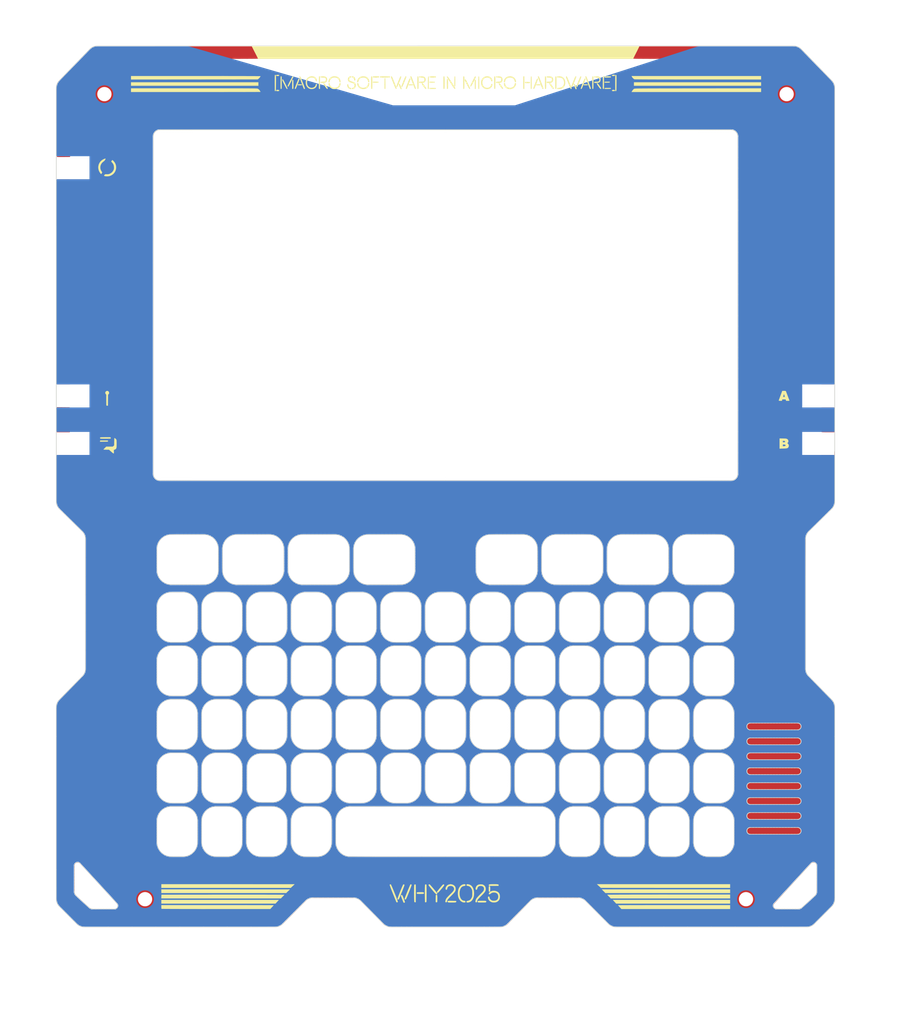
<source format=kicad_pcb>
(kicad_pcb (version 20240108) (generator "pcbnew") (generator_version "8.0")
  (layers (0 "F.Cu" signal) (31 "B.Cu" signal) (34 "B.Paste" user) (35 "F.Paste" user) (36 "B.SilkS" user "B.Silkscreen") (37 "F.SilkS" user "F.Silkscreen") (38 "B.Mask" user) (39 "F.Mask" user) (44 "Edge.Cuts" user))
  (net 0 "")
  (footprint "MountingHole:MountingHole_2.1mm" (layer "F.Cu") (at -50.35 -57.85)
    (property "Reference" "H5" (hide yes))
    (property "Value" "Mounting hole" (hide yes))
    (pad "" np_thru_hole circle (at 0 0) (size 2.1 2.1) (drill 2.1) (layers "*.Cu" "*.Mask"))
  )
  (footprint "MountingHole:MountingHole_2.1mm" (layer "F.Cu") (at 50.35 -57.85 90)
    (property "Reference" "H6" (hide yes))
    (property "Value" "Mounting hole" (hide yes))
    (pad "" np_thru_hole circle (at 0 0 90) (size 2.1 2.1) (drill 2.1) (layers "*.Cu" "*.Mask"))
  )
  (footprint "MountingHole:MountingHole_2.1mm" (layer "F.Cu") (at 44.35 60.85)
    (property "Reference" "H8" (hide yes))
    (property "Value" "Mounting hole" (hide yes))
    (pad "" np_thru_hole circle (at 0 0) (size 2.1 2.1) (drill 2.1) (layers "*.Cu" "*.Mask"))
  )
  (footprint "design:frontpanel_neko" (layer "F.Cu") (at 0 0)
    (property "Reference" "N1" (hide yes))
    (property "Value" "Board" (hide yes))
    (fp_poly (pts (xy -56.427688 -11.676535) (xy -55.483125 -11.668125) (xy -55.47493 -9.834563) (xy -55.466735 -8.001) (xy -57.37225 -8.001) (xy -57.37225 -11.684945) (xy -56.427688 -11.676535)) (stroke (width 0.01)) (fill solid) (layer "F.Cu"))
    (fp_poly (pts (xy -55.475155 -30.170438) (xy -55.467184 -15.08125) (xy -57.372317 -15.08125) (xy -57.364346 -30.170438) (xy -57.356375 -45.259625) (xy -55.483125 -45.259625) (xy -55.475155 -30.170438)) (stroke (width 0.01)) (fill solid) (layer "F.Cu"))
    (fp_poly (pts (xy 50.050787 -6.752347) (xy 50.128636 -6.717979) (xy 50.162174 -6.654911) (xy 50.165 -6.619875) (xy 50.147198 -6.543748) (xy 50.088391 -6.498252) (xy 49.980473 -6.478652) (xy 49.920525 -6.477) (xy 49.75225 -6.477) (xy 49.75225 -6.76275) (xy 49.920525 -6.76275) (xy 50.050787 -6.752347)) (stroke (width 0.01)) (fill solid) (layer "F.Cu"))
    (fp_poly (pts (xy 50.089314 -6.209845) (xy 50.183238 -6.169245) (xy 50.225393 -6.0995) (xy 50.2285 -6.066903) (xy 50.200108 -5.985034) (xy 50.116764 -5.931176) (xy 49.981216 -5.906828) (xy 49.932312 -5.9055) (xy 49.75225 -5.9055) (xy 49.75225 -6.223) (xy 49.940482 -6.223) (xy 50.089314 -6.209845)) (stroke (width 0.01)) (fill solid) (layer "F.Cu"))
    (fp_poly (pts (xy 57.404 -8.001) (xy 56.472666 -8.001) (xy 56.235565 -8.001696) (xy 56.019284 -8.003662) (xy 55.83191 -8.006719) (xy 55.681532 -8.010687) (xy 55.576238 -8.015387) (xy 55.524114 -8.020639) (xy 55.520166 -8.022167) (xy 55.516268 -8.056955) (xy 55.512602 -8.149516) (xy 55.509235 -8.294122) (xy 55.506232 -8.485048) (xy 55.503662 -8.716565) (xy 55.501589 -8.982947) (xy 55.500081 -9.278468) (xy 55.499204 -9.597399) (xy 55.499 -9.847792) (xy 55.499 -11.65225) (xy 57.404 -11.65225) (xy 57.404 -8.001)) (stroke (width 0.01)) (fill solid) (layer "F.Cu"))
    (fp_poly (pts (xy 49.973766 -13.688093) (xy 50.001011 -13.614625) (xy 50.034764 -13.51098) (xy 50.037624 -13.501688) (xy 50.073086 -13.386011) (xy 50.102845 -13.289002) (xy 50.120415 -13.231813) (xy 50.122337 -13.200205) (xy 50.094488 -13.183402) (xy 50.02386 -13.176973) (xy 49.957367 -13.17625) (xy 49.853176 -13.179724) (xy 49.801743 -13.192003) (xy 49.792611 -13.215875) (xy 49.793927 -13.219825) (xy 49.810797 -13.270316) (xy 49.839637 -13.362676) (xy 49.87451 -13.477852) (xy 49.878043 -13.4897) (xy 49.912076 -13.598461) (xy 49.940291 -13.678633) (xy 49.957339 -13.7152) (xy 49.958693 -13.716) (xy 49.973766 -13.688093)) (stroke (width 0.01)) (fill solid) (layer "F.Cu"))
    (fp_poly (pts (xy -49.334141 -14.429307) (xy -49.285701 -14.390688) (xy -49.177539 -14.213336) (xy -49.107825 -14.00669) (xy -49.085811 -13.818168) (xy -49.099528 -13.659695) (xy -49.137294 -13.510459) (xy -49.193281 -13.379123) (xy -49.261664 -13.274352) (xy -49.336615 -13.204808) (xy -49.412308 -13.179156) (xy -49.482916 -13.20606) (xy -49.4919 -13.21435) (xy -49.521524 -13.257156) (xy -49.523995 -13.310223) (xy -49.496491 -13.387306) (xy -49.436191 -13.50216) (xy -49.430934 -13.511498) (xy -49.37428 -13.62128) (xy -49.347187 -13.708529) (xy -49.342495 -13.802515) (xy -49.346075 -13.858356) (xy -49.390029 -14.052405) (xy -49.445142 -14.157909) (xy -49.506388 -14.261715) (xy -49.52698 -14.333472) (xy -49.509599 -14.38754) (xy -49.491901 -14.40815) (xy -49.417225 -14.443663) (xy -49.334141 -14.429307)) (stroke (width 0.01)) (fill solid) (layer "F.Cu"))
    (fp_poly (pts (xy -50.455685 -14.440132) (xy -50.388452 -14.414743) (xy -50.364503 -14.356183) (xy -50.383752 -14.259995) (xy -50.446109 -14.121724) (xy -50.449321 -14.115593) (xy -50.50088 -14.000719) (xy -50.535935 -13.890317) (xy -50.546 -13.822882) (xy -50.527405 -13.695028) (xy -50.479663 -13.558093) (xy -50.414847 -13.444759) (xy -50.399535 -13.426283) (xy -50.366313 -13.354955) (xy -50.361058 -13.282246) (xy -50.383502 -13.212295) (xy -50.440294 -13.184382) (xy -50.452407 -13.182685) (xy -50.540455 -13.198344) (xy -50.583645 -13.23031) (xy -50.671274 -13.362008) (xy -50.742459 -13.529072) (xy -50.786022 -13.703584) (xy -50.791758 -13.750086) (xy -50.789823 -13.908245) (xy -50.759791 -14.065042) (xy -50.707454 -14.208585) (xy -50.638605 -14.326981) (xy -50.559035 -14.408339) (xy -50.474535 -14.440766) (xy -50.455685 -14.440132)) (stroke (width 0.01)) (fill solid) (layer "F.Cu"))
    (fp_poly (pts (xy -50.787637 -14.800918) (xy -50.7746 -14.78915) (xy -50.74376 -14.743083) (xy -50.745211 -14.688143) (xy -50.782687 -14.611997) (xy -50.859919 -14.502313) (xy -50.862415 -14.499004) (xy -51.017022 -14.258729) (xy -51.109589 -14.026812) (xy -51.140277 -13.798823) (xy -51.109245 -13.570329) (xy -51.016653 -13.336902) (xy -50.910598 -13.161303) (xy -50.830473 -13.039597) (xy -50.785738 -12.955998) (xy -50.772618 -12.898629) (xy -50.787337 -12.855614) (xy -50.80635 -12.83335) (xy -50.878483 -12.797508) (xy -50.961204 -12.823993) (xy -51.028355 -12.882563) (xy -51.167204 -13.065049) (xy -51.281316 -13.280752) (xy -51.362116 -13.508946) (xy -51.401026 -13.728903) (xy -51.40325 -13.788611) (xy -51.373043 -14.05031) (xy -51.286138 -14.310706) (xy -51.148117 -14.556085) (xy -51.030774 -14.704207) (xy -50.934302 -14.793263) (xy -50.8551 -14.824888) (xy -50.787637 -14.800918)) (stroke (width 0.01)) (fill solid) (layer "F.Cu"))
    (fp_poly (pts (xy -48.953966 -14.798006) (xy -48.857711 -14.722351) (xy -48.755674 -14.598955) (xy -48.652414 -14.432053) (xy -48.586753 -14.302147) (xy -48.544615 -14.204839) (xy -48.518305 -14.11809) (xy -48.50422 -14.021311) (xy -48.49876 -13.893911) (xy -48.498125 -13.795375) (xy -48.500213 -13.639618) (xy -48.508829 -13.526833) (xy -48.527506 -13.436562) (xy -48.559777 -13.348347) (xy -48.58493 -13.292586) (xy -48.649812 -13.169712) (xy -48.728813 -13.042503) (xy -48.809941 -12.928409) (xy -48.8812 -12.844883) (xy -48.910055 -12.819549) (xy -48.988316 -12.796074) (xy -49.05953 -12.827889) (xy -49.089304 -12.870294) (xy -49.102285 -12.915003) (xy -49.093719 -12.96334) (xy -49.057629 -13.029907) (xy -48.988037 -13.129307) (xy -48.977286 -13.14395) (xy -48.836609 -13.38131) (xy -48.758756 -13.623463) (xy -48.743583 -13.867018) (xy -48.790945 -14.108581) (xy -48.900694 -14.344763) (xy -49.0368 -14.531638) (xy -49.113923 -14.632141) (xy -49.144915 -14.704816) (xy -49.133198 -14.761546) (xy -49.1109 -14.78915) (xy -49.039882 -14.821684) (xy -48.953966 -14.798006)) (stroke (width 0.01)) (fill solid) (layer "F.Cu"))
    (fp_poly (pts (xy -49.238719 -48.446567) (xy -49.17278 -48.442055) (xy -49.142345 -48.431908) (xy -49.138092 -48.414919) (xy -49.147096 -48.395899) (xy -49.175733 -48.351599) (xy -49.233767 -48.265221) (xy -49.314355 -48.146831) (xy -49.410657 -48.006493) (xy -49.482216 -47.902813) (xy -49.784228 -47.46625) (xy -49.466614 -47.46625) (xy -49.333308 -47.464596) (xy -49.22755 -47.460133) (xy -49.162778 -47.453618) (xy -49.149 -47.448438) (xy -49.16969 -47.421268) (xy -49.228066 -47.353622) (xy -49.318593 -47.251539) (xy -49.435732 -47.121062) (xy -49.573945 -46.96823) (xy -49.727697 -46.799085) (xy -49.891448 -46.619667) (xy -50.059663 -46.436017) (xy -50.226803 -46.254176) (xy -50.387331 -46.080185) (xy -50.535709 -45.920084) (xy -50.666401 -45.779915) (xy -50.773869 -45.665718) (xy -50.852575 -45.583534) (xy -50.896983 -45.539404) (xy -50.90428 -45.533578) (xy -50.898733 -45.557118) (xy -50.86734 -45.629526) (xy -50.813656 -45.74339) (xy -50.74124 -45.891296) (xy -50.653647 -46.065831) (xy -50.576809 -46.216203) (xy -50.476744 -46.409699) (xy -50.38527 -46.584901) (xy -50.306678 -46.733723) (xy -50.245261 -46.848079) (xy -50.205312 -46.919883) (xy -50.192167 -46.940788) (xy -50.168331 -46.979274) (xy -50.185069 -47.003771) (xy -50.249428 -47.016983) (xy -50.368452 -47.021615) (xy -50.403125 -47.02175) (xy -50.516757 -47.024663) (xy -50.600577 -47.032368) (xy -50.639168 -47.043317) (xy -50.640119 -47.045563) (xy -50.625513 -47.079118) (xy -50.585075 -47.160731) (xy -50.522892 -47.282451) (xy -50.443053 -47.436326) (xy -50.349646 -47.614405) (xy -50.276894 -47.752) (xy -49.914801 -48.434625) (xy -49.514395 -48.443524) (xy -49.349483 -48.446654) (xy -49.238719 -48.446567)) (stroke (width 0.01)) (fill solid) (layer "F.Cu"))
    (fp_poly (pts (xy 50.753845 -14.823451) (xy 50.927426 -14.818994) (xy 51.061724 -14.810538) (xy 51.16279 -14.79724) (xy 51.236679 -14.778261) (xy 51.289444 -14.752758) (xy 51.327136 -14.719891) (xy 51.355811 -14.678819) (xy 51.381521 -14.6287) (xy 51.385702 -14.619916) (xy 51.400128 -14.557185) (xy 51.412373 -14.440386) (xy 51.422433 -14.278517) (xy 51.430304 -14.08058) (xy 51.435983 -13.855576) (xy 51.439464 -13.612504) (xy 51.440744 -13.360364) (xy 51.439819 -13.108159) (xy 51.436685 -12.864888) (xy 51.431337 -12.639551) (xy 51.423772 -12.44115) (xy 51.413986 -12.278684) (xy 51.401975 -12.161154) (xy 51.387734 -12.097561) (xy 51.386837 -12.095711) (xy 51.361544 -12.049531) (xy 51.333893 -12.011538) (xy 51.297822 -11.980934) (xy 51.247267 -11.956919) (xy 51.176166 -11.938697) (xy 51.078454 -11.925466) (xy 50.94807 -11.91643) (xy 50.778949 -11.910789) (xy 50.56503 -11.907745) (xy 50.300248 -11.906498) (xy 49.978541 -11.906251) (xy 49.948608 -11.90625) (xy 49.640461 -11.906334) (xy 49.38942 -11.906811) (xy 49.189089 -11.908022) (xy 49.033073 -11.910309) (xy 48.914977 -11.914012) (xy 48.828406 -11.919473) (xy 48.766967 -11.927031) (xy 48.724262 -11.937028) (xy 48.693898 -11.949805) (xy 48.66948 -11.965703) (xy 48.657309 -11.975081) (xy 48.61255 -12.012669) (xy 48.576141 -12.052421) (xy 48.547224 -12.100971) (xy 48.52494 -12.164955) (xy 48.508429 -12.251007) (xy 48.496834 -12.365762) (xy 48.489295 -12.515854) (xy 48.484954 -12.707918) (xy 48.484954 -12.707938) (xy 49.220377 -12.707938) (xy 49.230472 -12.685283) (xy 49.286924 -12.672614) (xy 49.397711 -12.668288) (xy 49.413015 -12.66825) (xy 49.620325 -12.66825) (xy 49.657 -12.779375) (xy 49.693674 -12.8905) (xy 50.223575 -12.8905) (xy 50.26025 -12.779375) (xy 50.296924 -12.66825) (xy 50.500837 -12.66825) (xy 50.60523 -12.672155) (xy 50.678756 -12.682362) (xy 50.70475 -12.695762) (xy 50.69402 -12.732272) (xy 50.66397 -12.819271) (xy 50.617803 -12.947879) (xy 50.558726 -13.109215) (xy 50.489944 -13.294399) (xy 50.455485 -13.386325) (xy 50.206221 -14.049375) (xy 49.967921 -14.058566) (xy 49.729622 -14.067757) (xy 49.482335 -13.407691) (xy 49.409711 -13.213819) (xy 49.344186 -13.038853) (xy 49.289182 -12.891933) (xy 49.248117 -12.782198) (xy 49.224415 -12.718785) (xy 49.220377 -12.707938) (xy 48.484954 -12.707938) (xy 48.482951 -12.948589) (xy 48.482427 -13.244501) (xy 48.482427 -13.326043) (xy 48.483397 -13.598284) (xy 48.48608 -13.849342) (xy 48.490272 -14.071542) (xy 48.495767 -14.257208) (xy 48.502362 -14.398665) (xy 48.509852 -14.488237) (xy 48.513976 -14.511555) (xy 48.558627 -14.608712) (xy 48.628406 -14.703216) (xy 48.64285 -14.71793) (xy 48.740352 -14.811375) (xy 49.936863 -14.821234) (xy 50.264616 -14.82373) (xy 50.534926 -14.824749) (xy 50.753845 -14.823451)) (stroke (width 0.01)) (fill solid) (layer "F.Cu"))
    (fp_poly (pts (xy 49.680679 -7.811641) (xy 49.97238 -7.8105) (xy 50.291438 -7.810178) (xy 50.553335 -7.808616) (xy 50.764411 -7.804924) (xy 50.931003 -7.798211) (xy 51.059452 -7.787587) (xy 51.156095 -7.772159) (xy 51.227272 -7.751038) (xy 51.279321 -7.723332) (xy 51.31858 -7.688152) (xy 51.351389 -7.644604) (xy 51.370686 -7.613974) (xy 51.387305 -7.584155) (xy 51.400774 -7.550357) (xy 51.411418 -7.505992) (xy 51.419567 -7.444473) (xy 51.425548 -7.359214) (xy 51.429689 -7.243628) (xy 51.432319 -7.091129) (xy 51.433765 -6.89513) (xy 51.434354 -6.649043) (xy 51.434416 -6.346283) (xy 51.434413 -6.334125) (xy 51.434197 -6.015972) (xy 51.433194 -5.754975) (xy 51.430557 -5.544792) (xy 51.425442 -5.37908) (xy 51.417003 -5.251495) (xy 51.404395 -5.155695) (xy 51.386772 -5.085336) (xy 51.363288 -5.034075) (xy 51.333099 -4.995569) (xy 51.295358 -4.963475) (xy 51.249221 -4.931449) (xy 51.247279 -4.930141) (xy 51.218451 -4.911466) (xy 51.188611 -4.896316) (xy 51.151198 -4.884321) (xy 51.099652 -4.875113) (xy 51.027413 -4.868324) (xy 50.927921 -4.863585) (xy 50.794615 -4.860528) (xy 50.620935 -4.858784) (xy 50.400321 -4.857985) (xy 50.126213 -4.857761) (xy 49.958625 -4.85775) (xy 49.653808 -4.857818) (xy 49.405929 -4.858265) (xy 49.208427 -4.859462) (xy 49.054738 -4.861779) (xy 48.938302 -4.865585) (xy 48.852556 -4.87125) (xy 48.790938 -4.879143) (xy 48.746886 -4.889633) (xy 48.713839 -4.903091) (xy 48.685233 -4.919886) (xy 48.669507 -4.930349) (xy 48.622348 -4.964609) (xy 48.583694 -5.002017) (xy 48.552766 -5.048834) (xy 48.528784 -5.111319) (xy 48.510968 -5.195733) (xy 48.498537 -5.308335) (xy 48.49071 -5.455386) (xy 48.487207 -5.61975) (xy 49.3395 -5.61975) (xy 49.750687 -5.61975) (xy 49.922646 -5.622397) (xy 50.086974 -5.629604) (xy 50.225058 -5.64027) (xy 50.318285 -5.653295) (xy 50.318351 -5.653309) (xy 50.468078 -5.705491) (xy 50.566658 -5.790913) (xy 50.62103 -5.917164) (xy 50.633835 -5.998257) (xy 50.639016 -6.098573) (xy 50.624164 -6.164579) (xy 50.580257 -6.224504) (xy 50.552341 -6.253293) (xy 50.481212 -6.313475) (xy 50.419986 -6.347305) (xy 50.405567 -6.35) (xy 50.361771 -6.366412) (xy 50.3555 -6.38175) (xy 50.381047 -6.4103) (xy 50.40082 -6.4135) (xy 50.450192 -6.43661) (xy 50.508362 -6.492685) (xy 50.511945 -6.497157) (xy 50.568274 -6.61522) (xy 50.571489 -6.743612) (xy 50.525502 -6.864727) (xy 50.434225 -6.960961) (xy 50.404881 -6.979017) (xy 50.349031 -7.001282) (xy 50.268528 -7.017792) (xy 50.15317 -7.029668) (xy 49.992754 -7.038033) (xy 49.823687 -7.042985) (xy 49.3395 -7.0542) (xy 49.3395 -5.61975) (xy 48.487207 -5.61975) (xy 48.486708 -5.643145) (xy 48.485751 -5.877872) (xy 48.487057 -6.165829) (xy 48.48872 -6.380793) (xy 48.489972 -6.715271) (xy 48.491219 -6.993426) (xy 48.497814 -7.220415) (xy 48.515107 -7.401394) (xy 48.548448 -7.54152) (xy 48.603189 -7.645949) (xy 48.68468 -7.719837) (xy 48.798273 -7.768341) (xy 48.949318 -7.796617) (xy 49.143167 -7.809821) (xy 49.385171 -7.81311) (xy 49.680679 -7.811641)) (stroke (width 0.01)) (fill solid) (layer "F.Cu"))
    (fp_poly (pts (xy -49.908047 -7.810068) (xy -49.669744 -7.805627) (xy -49.482583 -7.792253) (xy -49.340388 -7.76507) (xy -49.236983 -7.719202) (xy -49.166191 -7.649774) (xy -49.121836 -7.55191) (xy -49.097741 -7.420735) (xy -49.087732 -7.251373) (xy -49.08563 -7.038948) (xy -49.085619 -6.927861) (xy -49.087442 -6.670431) (xy -49.096876 -6.469313) (xy -49.119692 -6.317346) (xy -49.161661 -6.207368) (xy -49.228554 -6.132218) (xy -49.326143 -6.084734) (xy -49.460197 -6.057757) (xy -49.63649 -6.044123) (xy -49.802512 -6.038273) (xy -50.217898 -6.026526) (xy -50.530832 -5.759638) (xy -50.649286 -5.659821) (xy -50.750277 -5.57699) (xy -50.824148 -5.518901) (xy -50.861241 -5.493311) (xy -50.863158 -5.49275) (xy -50.900011 -5.51222) (xy -50.917433 -5.527633) (xy -50.93555 -5.582359) (xy -50.940485 -5.693545) (xy -50.935451 -5.808573) (xy -50.918586 -6.05463) (xy -51.020104 -6.074934) (xy -51.147642 -6.130746) (xy -51.249962 -6.233834) (xy -51.313619 -6.369075) (xy -51.323568 -6.416276) (xy -51.330381 -6.498199) (xy -51.334814 -6.628035) (xy -51.335655 -6.704542) (xy -50.95875 -6.704542) (xy -50.948385 -6.644172) (xy -50.937584 -6.625167) (xy -50.899546 -6.617508) (xy -50.811345 -6.611582) (xy -50.686294 -6.607415) (xy -50.537707 -6.605029) (xy -50.378898 -6.60445) (xy -50.223179 -6.605702) (xy -50.083865 -6.608808) (xy -49.974269 -6.613794) (xy -49.907704 -6.620683) (xy -49.897722 -6.623272) (xy -49.855351 -6.667468) (xy -49.8475 -6.702647) (xy -49.850992 -6.7243) (xy -49.867275 -6.740027) (xy -49.905061 -6.750769) (xy -49.973061 -6.75747) (xy -50.079986 -6.761071) (xy -50.234548 -6.762515) (xy -50.403125 -6.76275) (xy -50.603493 -6.762335) (xy -50.749048 -6.760483) (xy -50.848475 -6.756284) (xy -50.910458 -6.748829) (xy -50.943683 -6.737207) (xy -50.956835 -6.720508) (xy -50.95875 -6.704542) (xy -51.335655 -6.704542) (xy -51.336599 -6.790233) (xy -51.335471 -6.969241) (xy -51.334225 -7.03836) (xy -51.331137 -7.15768) (xy -50.953415 -7.15768) (xy -50.947863 -7.129423) (xy -50.935393 -7.113302) (xy -50.906961 -7.101222) (xy -50.854991 -7.092765) (xy -50.771905 -7.087514) (xy -50.650126 -7.08505) (xy -50.482076 -7.084956) (xy -50.260178 -7.086814) (xy -50.189584 -7.087601) (xy -49.954621 -7.090515) (xy -49.775569 -7.093625) (xy -49.644845 -7.097671) (xy -49.554862 -7.103393) (xy -49.498034 -7.111528) (xy -49.466778 -7.122818) (xy -49.453506 -7.138) (xy -49.450633 -7.157815) (xy -49.450625 -7.159625) (xy -49.45302 -7.179977) (xy -49.465299 -7.195572) (xy -49.495104 -7.207168) (xy -49.550076 -7.215521) (xy -49.637857 -7.221387) (xy -49.766089 -7.225522) (xy -49.942413 -7.228682) (xy -50.17447 -7.231624) (xy -50.178677 -7.231674) (xy -50.410499 -7.233085) (xy -50.608841 -7.23167) (xy -50.766646 -7.227632) (xy -50.87686 -7.221172) (xy -50.932426 -7.212492) (xy -50.936956 -7.209995) (xy -50.953415 -7.15768) (xy -51.331137 -7.15768) (xy -51.32933 -7.227448) (xy -51.323044 -7.364324) (xy -51.313866 -7.460276) (xy -51.300292 -7.526591) (xy -51.280818 -7.574558) (xy -51.258119 -7.60986) (xy -51.211436 -7.668548) (xy -51.162303 -7.714559) (xy -51.102668 -7.749425) (xy -51.024476 -7.774679) (xy -50.919673 -7.791853) (xy -50.780207 -7.802478) (xy -50.598024 -7.808087) (xy -50.36507 -7.810212) (xy -50.203668 -7.810451) (xy -49.908047 -7.810068)) (stroke (width 0.01)) (fill solid) (layer "F.Cu"))
    (fp_poly (pts (xy -46.345879 -64.971258) (xy -45.689641 -64.970997) (xy -44.980484 -64.970613) (xy -44.216296 -64.970115) (xy -43.394967 -64.969513) (xy -42.514385 -64.968816) (xy -41.57244 -64.968036) (xy -41.56075 -64.968026) (xy -40.752381 -64.967287) (xy -39.951396 -64.96644) (xy -39.160721 -64.965492) (xy -38.38328 -64.96445) (xy -37.621999 -64.963321) (xy -36.879803 -64.962112) (xy -36.159618 -64.96083) (xy -35.464367 -64.959483) (xy -34.796977 -64.958076) (xy -34.160372 -64.956618) (xy -33.557477 -64.955115) (xy -32.991218 -64.953574) (xy -32.464519 -64.952003) (xy -31.980306 -64.950408) (xy -31.541504 -64.948796) (xy -31.151038 -64.947175) (xy -30.811833 -64.945552) (xy -30.526814 -64.943933) (xy -30.298906 -64.942326) (xy -30.131034 -64.940738) (xy -30.106899 -64.940448) (xy -28.574923 -64.921218) (xy -28.114587 -64.024338) (xy -28.001987 -63.803863) (xy -27.899358 -63.600803) (xy -27.810181 -63.422214) (xy -27.737938 -63.275151) (xy -27.686109 -63.166668) (xy -27.658176 -63.10382) (xy -27.65425 -63.091479) (xy -27.671288 -63.087837) (xy -27.723334 -63.084419) (xy -27.81179 -63.081221) (xy -27.938055 -63.078239) (xy -28.10353 -63.075466) (xy -28.309617 -63.072898) (xy -28.557715 -63.07053) (xy -28.849224 -63.068357) (xy -29.185547 -63.066373) (xy -29.568082 -63.064574) (xy -29.998231 -63.062954) (xy -30.477394 -63.061509) (xy -31.006972 -63.060232) (xy -31.588365 -63.05912) (xy -32.222974 -63.058168) (xy -32.9122 -63.057369) (xy -33.657442 -63.056719) (xy -34.460101 -63.056213) (xy -35.321579 -63.055846) (xy -36.243275 -63.055612) (xy -37.22659 -63.055508) (xy -37.578213 -63.0555) (xy -38.658203 -63.055404) (xy -39.674962 -63.055113) (xy -40.628757 -63.054627) (xy -41.519855 -63.053945) (xy -42.348524 -63.053067) (xy -43.115032 -63.051991) (xy -43.819646 -63.050716) (xy -44.462635 -63.049242) (xy -45.044266 -63.047568) (xy -45.564807 -63.045693) (xy -46.024525 -63.043616) (xy -46.423689 -63.041336) (xy -46.762565 -63.038853) (xy -47.041422 -63.036165) (xy -47.260528 -63.033271) (xy -47.42015 -63.030171) (xy -47.520555 -63.026864) (xy -47.562012 -63.023349) (xy -47.56286 -63.023023) (xy -47.586107 -63.010561) (xy -47.606661 -62.99704) (xy -47.62471 -62.978675) (xy -47.640439 -62.951678) (xy -47.654036 -62.912264) (xy -47.665688 -62.856645) (xy -47.675581 -62.781036) (xy -47.683902 -62.681649) (xy -47.690838 -62.554699) (xy -47.696577 -62.396399) (xy -47.701304 -62.202963) (xy -47.705206 -61.970603) (xy -47.70847 -61.695534) (xy -47.711284 -61.37397) (xy -47.713834 -61.002122) (xy -47.716306 -60.576206) (xy -47.718888 -60.092435) (xy -47.72025 -59.832875) (xy -47.736125 -56.816625) (xy -47.84281 -56.56928) (xy -48.005306 -56.246599) (xy -48.196458 -55.9611) (xy -48.410147 -55.720209) (xy -48.640256 -55.53135) (xy -48.756586 -55.460358) (xy -48.811766 -55.430351) (xy -48.862723 -55.403804) (xy -48.913501 -55.380504) (xy -48.968143 -55.360241) (xy -49.030693 -55.342802) (xy -49.105195 -55.327975) (xy -49.195692 -55.315548) (xy -49.306229 -55.305311) (xy -49.440849 -55.297051) (xy -49.603595 -55.290557) (xy -49.798512 -55.285616) (xy -50.029643 -55.282017) (xy -50.301031 -55.279548) (xy -50.616721 -55.277998) (xy -50.980757 -55.277155) (xy -51.397181 -55.276806) (xy -51.870038 -55.276741) (xy -52.262889 -55.27675) (xy -52.764028 -55.276733) (xy -53.205561 -55.276625) (xy -53.591386 -55.276342) (xy -53.925397 -55.2758) (xy -54.211489 -55.274917) (xy -54.453559 -55.273608) (xy -54.6555 -55.27179) (xy -54.82121 -55.269378) (xy -54.954583 -55.26629) (xy -55.059515 -55.262441) (xy -55.1399 -55.257748) (xy -55.199635 -55.252128) (xy -55.242615 -55.245495) (xy -55.272736 -55.237767) (xy -55.293891 -55.228861) (xy -55.309978 -55.218691) (xy -55.319946 -55.211063) (xy -55.403454 -55.145375) (xy -55.41154 -51.869375) (xy -55.419625 -48.593375) (xy -56.377903 -48.584976) (xy -56.618188 -48.583699) (xy -56.837465 -48.584126) (xy -57.027825 -48.586115) (xy -57.18136 -48.589523) (xy -57.29016 -48.594208) (xy -57.346316 -48.600029) (xy -57.352175 -48.602454) (xy -57.354165 -48.636528) (xy -57.356544 -48.730744) (xy -57.359279 -48.881746) (xy -57.362335 -49.086178) (xy -57.365676 -49.340682) (xy -57.369267 -49.641903) (xy -57.373074 -49.986484) (xy -57.377061 -50.371069) (xy -57.381194 -50.792301) (xy -57.385437 -51.246824) (xy -57.389755 -51.731281) (xy -57.394114 -52.242317) (xy -57.398478 -52.776574) (xy -57.402812 -53.330697) (xy -57.406255 -53.788791) (xy -57.411186 -54.460521) (xy -57.415596 -55.071718) (xy -57.419475 -55.625345) (xy -57.422815 -56.124367) (xy -57.425604 -56.571748) (xy -57.427834 -56.970452) (xy -57.429495 -57.323444) (xy -57.430578 -57.633687) (xy -57.431073 -57.904147) (xy -57.43097 -58.137786) (xy -57.430261 -58.33757) (xy -57.428934 -58.506462) (xy -57.426982 -58.647427) (xy -57.424394 -58.76343) (xy -57.421161 -58.857433) (xy -57.417273 -58.932402) (xy -57.41272 -58.991301) (xy -57.407494 -59.037094) (xy -57.401585 -59.072745) (xy -57.394982 -59.101219) (xy -57.389077 -59.121187) (xy -57.334389 -59.267744) (xy -57.263289 -59.411592) (xy -57.17001 -59.56077) (xy -57.048788 -59.723314) (xy -56.893858 -59.907261) (xy -56.699455 -60.120648) (xy -56.586671 -60.239823) (xy -56.474063 -60.357216) (xy -56.324519 -60.51239) (xy -56.142573 -60.700684) (xy -55.932761 -60.917436) (xy -55.699617 -61.157987) (xy -55.447675 -61.417674) (xy -55.18147 -61.691838) (xy -54.905537 -61.975817) (xy -54.62441 -62.26495) (xy -54.342625 -62.554577) (xy -54.064714 -62.840035) (xy -53.795214 -63.116665) (xy -53.538659 -63.379806) (xy -53.299583 -63.624796) (xy -53.082521 -63.846974) (xy -52.892008 -64.04168) (xy -52.732578 -64.204253) (xy -52.608766 -64.330031) (xy -52.532206 -64.407248) (xy -52.354564 -64.575244) (xy -52.194529 -64.701032) (xy -52.034552 -64.795284) (xy -51.857083 -64.868671) (xy -51.689 -64.92) (xy -51.66726 -64.925354) (xy -51.641155 -64.930354) (xy -51.608573 -64.93501) (xy -51.567404 -64.939332) (xy -51.515536 -64.943329) (xy -51.450858 -64.947013) (xy -51.37126 -64.950392) (xy -51.274631 -64.953477) (xy -51.158858 -64.956277) (xy -51.021832 -64.958804) (xy -50.861441 -64.961066) (xy -50.675575 -64.963075) (xy -50.462121 -64.964839) (xy -50.21897 -64.966369) (xy -49.944009 -64.967675) (xy -49.635129 -64.968767) (xy -49.290218 -64.969655) (xy -48.907164 -64.970349) (xy -48.483857 -64.970859) (xy -48.018187 -64.971195) (xy -47.508041 -64.971366) (xy -46.951308 -64.971384) (xy -46.345879 -64.971258)) (stroke (width 0.01)) (fill solid) (layer "F.Cu"))
    (fp_poly (pts (xy 48.20418 -64.969691) (xy 48.652199 -64.969427) (xy 49.059275 -64.968977) (xy 49.427459 -64.968331) (xy 49.758802 -64.967482) (xy 50.055353 -64.966421) (xy 50.319165 -64.965139) (xy 50.552287 -64.963628) (xy 50.756771 -64.96188) (xy 50.934666 -64.959886) (xy 51.088024 -64.957638) (xy 51.218895 -64.955127) (xy 51.329329 -64.952346) (xy 51.421379 -64.949285) (xy 51.497093 -64.945936) (xy 51.558523 -64.942291) (xy 51.60772 -64.938341) (xy 51.646734 -64.934078) (xy 51.677615 -64.929494) (xy 51.702415 -64.92458) (xy 51.72075 -64.92) (xy 51.934756 -64.851889) (xy 52.115356 -64.769476) (xy 52.281444 -64.661412) (xy 52.451912 -64.516348) (xy 52.548043 -64.423041) (xy 52.627612 -64.342689) (xy 52.746975 -64.221274) (xy 52.901728 -64.063322) (xy 53.087465 -63.873361) (xy 53.299781 -63.65592) (xy 53.534271 -63.415528) (xy 53.78653 -63.156711) (xy 54.052153 -62.883997) (xy 54.326734 -62.601916) (xy 54.60587 -62.314994) (xy 54.885154 -62.027761) (xy 55.160181 -61.744743) (xy 55.426547 -61.470469) (xy 55.679847 -61.209467) (xy 55.915675 -60.966265) (xy 56.129626 -60.745392) (xy 56.317295 -60.551374) (xy 56.474277 -60.38874) (xy 56.596168 -60.262018) (xy 56.60191 -60.25603) (xy 56.819124 -60.02502) (xy 56.99414 -59.827807) (xy 57.13266 -59.656496) (xy 57.240382 -59.503193) (xy 57.323008 -59.360004) (xy 57.386236 -59.219033) (xy 57.420416 -59.122423) (xy 57.426611 -59.100654) (xy 57.432287 -59.073844) (xy 57.43745 -59.039456) (xy 57.442107 -58.994952) (xy 57.446265 -58.937795) (xy 57.449931 -58.865447) (xy 57.453111 -58.775371) (xy 57.455812 -58.665029) (xy 57.45804 -58.531883) (xy 57.459803 -58.373397) (xy 57.461108 -58.187033) (xy 57.46196 -57.970252) (xy 57.462368 -57.720519) (xy 57.462336 -57.435295) (xy 57.461873 -57.112042) (xy 57.460985 -56.748224) (xy 57.459679 -56.341302) (xy 57.457961 -55.88874) (xy 57.455838 -55.387999) (xy 57.453318 -54.836543) (xy 57.450406 -54.231834) (xy 57.447109 -53.571333) (xy 57.443435 -52.852505) (xy 57.439389 -52.07281) (xy 57.439229 -52.042173) (xy 57.436767 -51.534958) (xy 57.43435 -50.967596) (xy 57.431983 -50.34344) (xy 57.429672 -49.665844) (xy 57.427423 -48.93816) (xy 57.42524 -48.163742) (xy 57.42313 -47.345942) (xy 57.421098 -46.488114) (xy 57.419148 -45.593611) (xy 57.417288 -44.665785) (xy 57.415521 -43.707991) (xy 57.413854 -42.723581) (xy 57.412292 -41.715909) (xy 57.410841 -40.688326) (xy 57.409505 -39.644188) (xy 57.40829 -38.586845) (xy 57.407203 -37.519653) (xy 57.406247 -36.445963) (xy 57.405429 -35.36913) (xy 57.404755 -34.292505) (xy 57.404228 -33.219442) (xy 57.403856 -32.153295) (xy 57.403644 -31.097416) (xy 57.403594 -30.106938) (xy 57.404 -15.08125) (xy 55.499 -15.08125) (xy 55.497426 -30.916563) (xy 55.497267 -31.955464) (xy 55.496999 -32.994587) (xy 55.496626 -34.031295) (xy 55.496152 -35.062954) (xy 55.49558 -36.086926) (xy 55.494914 -37.100576) (xy 55.494158 -38.101269) (xy 55.493315 -39.086367) (xy 55.49239 -40.053235) (xy 55.491386 -40.999237) (xy 55.490306 -41.921737) (xy 55.489155 -42.818099) (xy 55.487936 -43.685688) (xy 55.486653 -44.521866) (xy 55.485309 -45.323998) (xy 55.483909 -46.089449) (xy 55.482456 -46.815582) (xy 55.480954 -47.499761) (xy 55.479407 -48.13935) (xy 55.477817 -48.731713) (xy 55.47619 -49.274215) (xy 55.474529 -49.764219) (xy 55.472837 -50.199089) (xy 55.471118 -50.576189) (xy 55.469376 -50.892884) (xy 55.469071 -50.941594) (xy 55.442291 -55.131312) (xy 55.35775 -55.204031) (xy 55.273209 -55.276751) (xy 52.29715 -55.27675) (xy 51.779238 -55.276742) (xy 51.320785 -55.276859) (xy 50.917748 -55.277311) (xy 50.566086 -55.278311) (xy 50.261757 -55.280069) (xy 50.000719 -55.282799) (xy 49.77893 -55.28671) (xy 49.592349 -55.292015) (xy 49.436933 -55.298925) (xy 49.308641 -55.307651) (xy 49.203432 -55.318405) (xy 49.117263 -55.331399) (xy 49.046093 -55.346844) (xy 48.98588 -55.364951) (xy 48.932582 -55.385932) (xy 48.882157 -55.409999) (xy 48.830563 -55.437362) (xy 48.788335 -55.460358) (xy 48.552438 -55.62115) (xy 48.329978 -55.837595) (xy 48.127071 -56.102268) (xy 47.949837 -56.407744) (xy 47.874559 -56.56928) (xy 47.767875 -56.816625) (xy 47.752 -59.832875) (xy 47.74945 -60.265948) (xy 47.746476 -60.681523) (xy 47.743141 -61.075134) (xy 47.739506 -61.442317) (xy 47.735632 -61.778607) (xy 47.73158 -62.079537) (xy 47.727414 -62.340645) (xy 47.723193 -62.557463) (xy 47.71898 -62.725527) (xy 47.714837 -62.840372) (xy 47.710824 -62.897532) (xy 47.709646 -62.902783) (xy 47.663676 -62.960259) (xy 47.607576 -63.005971) (xy 47.596078 -63.010699) (xy 47.575131 -63.015119) (xy 47.542686 -63.019243) (xy 47.496696 -63.02308) (xy 47.435113 -63.02664) (xy 47.355889 -63.029934) (xy 47.256976 -63.032971) (xy 47.136327 -63.035762) (xy 46.991894 -63.038317) (xy 46.821629 -63.040646) (xy 46.623485 -63.04276) (xy 46.395413 -63.044667) (xy 46.135367 -63.046379) (xy 45.841298 -63.047906) (xy 45.511158 -63.049257) (xy 45.1429 -63.050443) (xy 44.734476 -63.051475) (xy 44.283838 -63.052361) (xy 43.788939 -63.053113) (xy 43.24773 -63.05374) (xy 42.658165 -63.054253) (xy 42.018195 -63.054662) (xy 41.325772 -63.054977) (xy 40.578849 -63.055207) (xy 39.775378 -63.055364) (xy 38.913312 -63.055458) (xy 37.990602 -63.055497) (xy 37.608992 -63.0555) (xy 36.635489 -63.055545) (xy 35.723711 -63.055682) (xy 34.871882 -63.05592) (xy 34.078228 -63.056265) (xy 33.340974 -63.056725) (xy 32.658343 -63.057307) (xy 32.028562 -63.058017) (xy 31.449854 -63.058863) (xy 30.920445 -63.059852) (xy 30.43856 -63.060991) (xy 30.002423 -63.062288) (xy 29.610259 -63.063748) (xy 29.260293 -63.06538) (xy 28.95075 -63.06719) (xy 28.679855 -63.069186) (xy 28.445832 -63.071375) (xy 28.246907 -63.073763) (xy 28.081304 -63.076358) (xy 27.947248 -63.079167) (xy 27.842964 -63.082197) (xy 27.766676 -63.085455) (xy 27.716611 -63.088949) (xy 27.690992 -63.092685) (xy 27.686605 -63.095188) (xy 27.700799 -63.132266) (xy 27.740734 -63.218584) (xy 27.802901 -63.347017) (xy 27.883791 -63.510443) (xy 27.979895 -63.701739) (xy 28.087703 -63.913781) (xy 28.144137 -64.023875) (xy 28.601065 -64.912875) (xy 29.564345 -64.932149) (xy 29.671681 -64.933694) (xy 29.839885 -64.935283) (xy 30.066323 -64.936907) (xy 30.348362 -64.93856) (xy 30.683369 -64.940235) (xy 31.068711 -64.941924) (xy 31.501755 -64.94362) (xy 31.979868 -64.945315) (xy 32.500418 -64.947002) (xy 33.060771 -64.948675) (xy 33.658294 -64.950325) (xy 34.290354 -64.951945) (xy 34.954319 -64.953529) (xy 35.647555 -64.955068) (xy 36.36743 -64.956556) (xy 37.11131 -64.957984) (xy 37.876563 -64.959347) (xy 38.660555 -64.960636) (xy 39.460653 -64.961845) (xy 40.274225 -64.962965) (xy 41.021 -64.963899) (xy 41.991231 -64.965041) (xy 42.900014 -64.966081) (xy 43.749398 -64.967009) (xy 44.541434 -64.967818) (xy 45.278173 -64.968499) (xy 45.961665 -64.969044) (xy 46.593961 -64.969444) (xy 47.177112 -64.969691) (xy 47.713168 -64.969776) (xy 48.20418 -64.969691)) (stroke (width 0.01)) (fill solid) (layer "F.Cu"))
    (fp_poly (pts (xy 57.38308 -5.16079) (xy 57.384752 -5.078248) (xy 57.386562 -4.941846) (xy 57.388485 -4.754796) (xy 57.390497 -4.520311) (xy 57.392574 -4.241604) (xy 57.394692 -3.921888) (xy 57.396826 -3.564376) (xy 57.398954 -3.172281) (xy 57.401049 -2.748815) (xy 57.40309 -2.297193) (xy 57.404843 -1.87325) (xy 57.407297 -1.262622) (xy 57.409546 -0.712224) (xy 57.411549 -0.218789) (xy 57.413265 0.220952) (xy 57.414653 0.610267) (xy 57.415671 0.952426) (xy 57.416279 1.250696) (xy 57.416435 1.508347) (xy 57.416098 1.728646) (xy 57.415228 1.914863) (xy 57.413783 2.070266) (xy 57.411723 2.198123) (xy 57.409005 2.301704) (xy 57.405589 2.384276) (xy 57.401434 2.449109) (xy 57.396498 2.49947) (xy 57.390741 2.538629) (xy 57.384122 2.569855) (xy 57.376599 2.596414) (xy 57.368131 2.621577) (xy 57.358678 2.648612) (xy 57.348197 2.680788) (xy 57.347559 2.682875) (xy 57.321523 2.766241) (xy 57.294949 2.842594) (xy 57.264652 2.915442) (xy 57.227448 2.988296) (xy 57.18015 3.064666) (xy 57.119576 3.148062) (xy 57.042539 3.241993) (xy 56.945855 3.34997) (xy 56.826339 3.475502) (xy 56.680806 3.622099) (xy 56.506072 3.793271) (xy 56.298951 3.992528) (xy 56.056259 4.22338) (xy 55.774811 4.489337) (xy 55.451423 4.793909) (xy 55.318928 4.918571) (xy 54.940667 5.275257) (xy 54.608257 5.590496) (xy 54.32049 5.865471) (xy 54.076154 6.101368) (xy 53.874041 6.29937) (xy 53.71294 6.46066) (xy 53.591641 6.586425) (xy 53.508934 6.677847) (xy 53.46669 6.731456) (xy 53.345546 6.928487) (xy 53.249286 7.122633) (xy 53.185338 7.297674) (xy 53.165117 7.389901) (xy 53.162692 7.43812) (xy 53.160242 7.546726) (xy 53.157776 7.71272) (xy 53.1553 7.933104) (xy 53.15282 8.204879) (xy 53.150345 8.525046) (xy 53.147879 8.890608) (xy 53.14543 9.298567) (xy 53.143005 9.745922) (xy 53.140611 10.229677) (xy 53.138253 10.746833) (xy 53.13594 11.294391) (xy 53.133677 11.869353) (xy 53.131471 12.46872) (xy 53.12933 13.089494) (xy 53.127259 13.728677) (xy 53.125266 14.383271) (xy 53.123358 15.050276) (xy 53.12154 15.726694) (xy 53.11982 16.409528) (xy 53.118205 17.095778) (xy 53.116701 17.782446) (xy 53.115315 18.466533) (xy 53.114053 19.145042) (xy 53.112923 19.814974) (xy 53.111932 20.473331) (xy 53.111085 21.117113) (xy 53.11039 21.743323) (xy 53.109853 22.348962) (xy 53.109481 22.931032) (xy 53.109281 23.486535) (xy 53.10926 24.012471) (xy 53.109424 24.505843) (xy 53.109781 24.963652) (xy 53.110336 25.382899) (xy 53.111096 25.760587) (xy 53.112069 26.093716) (xy 53.113261 26.379289) (xy 53.114679 26.614307) (xy 53.116329 26.795772) (xy 53.118218 26.920685) (xy 53.120353 26.986047) (xy 53.121083 26.993854) (xy 53.186074 27.277306) (xy 53.284042 27.539859) (xy 53.407927 27.763446) (xy 53.438711 27.806616) (xy 53.483077 27.858377) (xy 53.568568 27.950969) (xy 53.691312 28.080417) (xy 53.847438 28.242747) (xy 54.033075 28.433985) (xy 54.24435 28.650155) (xy 54.477393 28.887283) (xy 54.728331 29.141395) (xy 54.993293 29.408516) (xy 55.254136 29.670375) (xy 55.529037 29.946501) (xy 55.793674 30.213714) (xy 56.044159 30.468003) (xy 56.276606 30.705359) (xy 56.487129 30.92177) (xy 56.671839 31.113226) (xy 56.82685 31.275718) (xy 56.948275 31.405234) (xy 57.032228 31.497765) (xy 57.073571 31.547533) (xy 57.245758 31.825857) (xy 57.375667 32.11788) (xy 57.423114 32.268753) (xy 57.426668 32.289785) (xy 57.43003 32.326548) (xy 57.433206 32.380681) (xy 57.4362 32.453822) (xy 57.439018 32.547609) (xy 57.441664 32.663682) (xy 57.444144 32.803678) (xy 57.446462 32.969236) (xy 57.448624 33.161995) (xy 57.450634 33.383593) (xy 57.452498 33.635667) (xy 57.45422 33.919858) (xy 57.455806 34.237803) (xy 57.45726 34.591141) (xy 57.458587 34.981509) (xy 57.459793 35.410548) (xy 57.460882 35.879894) (xy 57.46186 36.391188) (xy 57.462731 36.946066) (xy 57.463501 37.546168) (xy 57.464174 38.193131) (xy 57.464755 38.888595) (xy 57.465249 39.634198) (xy 57.465662 40.431579) (xy 57.465999 41.282375) (xy 57.466264 42.188225) (xy 57.466462 43.150768) (xy 57.466598 44.171642) (xy 57.466678 45.252486) (xy 57.466706 46.394938) (xy 57.466706 46.57725) (xy 57.466696 47.707623) (xy 57.466671 48.776266) (xy 57.466621 49.784952) (xy 57.466541 50.73545) (xy 57.466422 51.62953) (xy 57.466257 52.468965) (xy 57.46604 53.255524) (xy 57.465762 53.990979) (xy 57.465417 54.6771) (xy 57.464998 55.315658) (xy 57.464496 55.908424) (xy 57.463906 56.457168) (xy 57.463219 56.963662) (xy 57.462428 57.429675) (xy 57.461526 57.85698) (xy 57.460506 58.247346) (xy 57.459361 58.602545) (xy 57.458082 58.924346) (xy 57.456664 59.214522) (xy 57.455098 59.474843) (xy 57.453378 59.707078) (xy 57.451496 59.913001) (xy 57.449445 60.09438) (xy 57.447218 60.252987) (xy 57.444807 60.390593) (xy 57.442205 60.508968) (xy 57.439405 60.609883) (xy 57.4364 60.69511) (xy 57.433182 60.766417) (xy 57.429744 60.825578) (xy 57.426079 60.874362) (xy 57.422179 60.914539) (xy 57.418038 60.947882) (xy 57.413648 60.97616) (xy 57.409001 61.001145) (xy 57.407511 61.008481) (xy 57.385614 61.115243) (xy 57.365108 61.208531) (xy 57.342589 61.292722) (xy 57.314655 61.372193) (xy 57.277903 61.451321) (xy 57.22893 61.534481) (xy 57.164332 61.626052) (xy 57.080706 61.730409) (xy 56.974651 61.85193) (xy 56.842762 61.99499) (xy 56.681636 62.163968) (xy 56.487871 62.363239) (xy 56.258063 62.59718) (xy 55.98881 62.870168) (xy 55.852927 63.007875) (xy 55.606236 63.257462) (xy 55.368198 63.497407) (xy 55.143347 63.723197) (xy 54.936215 63.930324) (xy 54.751332 64.114275) (xy 54.593232 64.270541) (xy 54.466447 64.394612) (xy 54.375509 64.481976) (xy 54.327824 64.525694) (xy 54.204408 64.619729) (xy 54.055721 64.716625) (xy 53.921439 64.79147) (xy 53.693253 64.904677) (xy 52.540314 64.914341) (xy 51.778613 64.920476) (xy 50.991822 64.926334) (xy 50.182229 64.931914) (xy 49.352118 64.937214) (xy 48.503777 64.942233) (xy 47.639492 64.94697) (xy 46.76155 64.951423) (xy 45.872237 64.95559) (xy 44.973839 64.959471) (xy 44.068644 64.963063) (xy 43.158937 64.966366) (xy 42.247005 64.969378) (xy 41.335134 64.972097) (xy 40.425612 64.974523) (xy 39.520724 64.976653) (xy 38.622757 64.978487) (xy 37.733997 64.980022) (xy 36.856731 64.981258) (xy 35.993245 64.982194) (xy 35.145826 64.982827) (xy 34.316761 64.983156) (xy 33.508335 64.98318) (xy 32.722836 64.982897) (xy 31.962549 64.982307) (xy 31.229761 64.981407) (xy 30.526759 64.980197) (xy 29.85583 64.978674) (xy 29.219258 64.976837) (xy 28.619332 64.974686) (xy 28.058338 64.972218) (xy 27.538561 64.969432) (xy 27.062289 64.966327) (xy 26.631808 64.962902) (xy 26.249405 64.959154) (xy 25.917365 64.955082) (xy 25.637976 64.950686) (xy 25.413523 64.945964) (xy 25.246294 64.940913) (xy 25.138575 64.935534) (xy 25.098375 64.931313) (xy 24.959851 64.900535) (xy 24.802876 64.85913) (xy 24.7015 64.828695) (xy 24.620455 64.802378) (xy 24.547013 64.776842) (xy 24.477716 64.749069) (xy 24.409109 64.716044) (xy 24.337734 64.674751) (xy 24.260136 64.622174) (xy 24.172858 64.555297) (xy 24.072443 64.471105) (xy 23.955436 64.36658) (xy 23.818379 64.238709) (xy 23.657816 64.084473) (xy 23.470291 63.900858) (xy 23.252347 63.684848) (xy 23.000528 63.433427) (xy 22.711377 63.143578) (xy 22.381438 62.812287) (xy 22.321121 62.751706) (xy 21.992647 62.421908) (xy 21.705632 62.134091) (xy 21.456802 61.885165) (xy 21.242886 61.672042) (xy 21.060609 61.491631) (xy 20.906701 61.340843) (xy 20.777887 61.216588) (xy 20.670896 61.115776) (xy 20.582454 61.035318) (xy 20.509289 60.972124) (xy 20.448129 60.923104) (xy 20.395701 60.885169) (xy 20.348731 60.855229) (xy 20.303948 60.830194) (xy 20.264631 60.810203) (xy 20.021668 60.690125) (xy 13.096875 60.690125) (xy 12.954 60.760776) (xy 12.75756 60.881977) (xy 12.55363 61.056131) (xy 12.337661 61.287167) (xy 12.316767 61.311727) (xy 12.258563 61.376673) (xy 12.160085 61.48184) (xy 12.02592 61.622507) (xy 11.860654 61.793951) (xy 11.668871 61.991448) (xy 11.455158 62.210277) (xy 11.2241 62.445716) (xy 10.980283 62.693041) (xy 10.731424 62.944375) (xy 10.483225 63.194961) (xy 10.246107 63.435272) (xy 10.024255 63.661004) (xy 9.821856 63.867858) (xy 9.643094 64.051531) (xy 9.492157 64.207722) (xy 9.373228 64.33213) (xy 9.290495 64.420452) (xy 9.248141 64.468388) (xy 9.246893 64.469995) (xy 9.103179 64.609197) (xy 8.904422 64.725006) (xy 8.65566 64.814585) (xy 8.617068 64.824887) (xy 8.592064 64.830697) (xy 8.562448 64.836094) (xy 8.52591 64.841092) (xy 8.480135 64.845708) (xy 8.422812 64.849957) (xy 8.351627 64.853853) (xy 8.264268 64.857411) (xy 8.158423 64.860648) (xy 8.031778 64.863577) (xy 7.882022 64.866215) (xy 7.70684 64.868576) (xy 7.503922 64.870675) (xy 7.270953 64.872529) (xy 7.005622 64.874151) (xy 6.705615 64.875558) (xy 6.368621 64.876764) (xy 5.992325 64.877784) (xy 5.574417 64.878634) (xy 5.112582 64.879328) (xy 4.604509 64.879883) (xy 4.047885 64.880313) (xy 3.440396 64.880633) (xy 2.779731 64.880859) (xy 2.063577 64.881006) (xy 1.28962 64.881088) (xy 0.455549 64.881121) (xy 0.047625 64.881125) (xy -0.838588 64.881077) (xy -1.663401 64.880927) (xy -2.428914 64.880664) (xy -3.137226 64.880278) (xy -3.790439 64.879758) (xy -4.390652 64.879094) (xy -4.939965 64.878276) (xy -5.440478 64.877293) (xy -5.894292 64.876135) (xy -6.303505 64.874791) (xy -6.670218 64.873252) (xy -6.996532 64.871505) (xy -7.284545 64.869542) (xy -7.536359 64.867352) (xy -7.754073 64.864924) (xy -7.939786 64.862248) (xy -8.0956 64.859314) (xy -8.223614 64.85611) (xy -8.325929 64.852628) (xy -8.404643 64.848856) (xy -8.461857 64.844784) (xy -8.499672 64.840401) (xy -8.509 64.838733) (xy -8.699255 64.787525) (xy -8.878576 64.717189) (xy -9.031995 64.635119) (xy -9.144542 64.548711) (xy -9.180138 64.507168) (xy -9.214673 64.466884) (xy -9.28995 64.385768) (xy -9.401916 64.267998) (xy -9.546518 64.11775) (xy -9.719704 63.9392) (xy -9.917421 63.736526) (xy -10.135615 63.513903) (xy -10.370234 63.275508) (xy -10.617225 63.025518) (xy -10.651277 62.991128) (xy -10.905008 62.734247) (xy -11.150988 62.483884) (xy -11.384593 62.244831) (xy -11.601199 62.02188) (xy -11.796184 61.819821) (xy -11.964922 61.643448) (xy -12.102792 61.497551) (xy -12.205169 61.386923) (xy -12.26743 61.316354) (xy -12.26833 61.315269) (xy -12.447557 61.119955) (xy -12.637803 60.950449) (xy -12.826523 60.816631) (xy -13.001175 60.728385) (xy -13.023555 60.720309) (xy -13.052325 60.71279) (xy -13.094228 60.706141) (xy -13.152804 60.700324) (xy -13.231593 60.695301) (xy -13.334135 60.691034) (xy -13.46397 60.687483) (xy -13.624637 60.684611) (xy -13.819676 60.682378) (xy -14.052626 60.680748) (xy -14.327029 60.67968) (xy -14.646423 60.679138) (xy -15.014348 60.679081) (xy -15.434344 60.679473) (xy -15.909951 60.680274) (xy -16.444708 60.681447) (xy -16.575584 60.681763) (xy -19.989946 60.690125) (xy -20.234493 60.810993) (xy -20.289779 60.839312) (xy -20.342881 60.869759) (xy -20.398033 60.906252) (xy -20.459465 60.95271) (xy -20.53141 61.013049) (xy -20.618101 61.091191) (xy -20.723768 61.191051) (xy -20.852645 61.31655) (xy -21.008963 61.471606) (xy -21.196954 61.660136) (xy -21.420851 61.886059) (xy -21.684884 62.153294) (xy -21.691868 62.160368) (xy -22.067858 62.541251) (xy -22.40196 62.879658) (xy -22.696958 63.178247) (xy -22.955634 63.439672) (xy -23.180771 63.66659) (xy -23.375153 63.861656) (xy -23.541562 64.027525) (xy -23.682782 64.166853) (xy -23.801596 64.282297) (xy -23.900786 64.376511) (xy -23.983137 64.452151) (xy -24.051431 64.511874) (xy -24.108451 64.558334) (xy -24.15698 64.594188) (xy -24.199801 64.622091) (xy -24.239698 64.644698) (xy -24.279453 64.664666) (xy -24.32185 64.68465) (xy -24.35225 64.698957) (xy -24.50221 64.767306) (xy -24.639068 64.821404) (xy -24.773996 64.863324) (xy -24.918165 64.89514) (xy -25.082746 64.918923) (xy -25.27891 64.936747) (xy -25.517826 64.950684) (xy -25.765125 64.961108) (xy -25.87424 64.963959) (xy -26.043868 64.966622) (xy -26.271022 64.969099) (xy -26.552717 64.971388) (xy -26.885965 64.973491) (xy -27.267779 64.975409) (xy -27.695174 64.977141) (xy -28.165163 64.978689) (xy -28.674758 64.980052) (xy -29.220974 64.981232) (xy -29.800824 64.982228) (xy -30.411322 64.983042) (xy -31.04948 64.983674) (xy -31.712313 64.984124) (xy -32.396833 64.984393) (xy -33.100054 64.984481) (xy -33.818989 64.98439) (xy -34.550653 64.984118) (xy -35.292057 64.983668) (xy -36.040217 64.983039) (xy -36.792145 64.982232) (xy -37.544854 64.981247) (xy -38.295358 64.980086) (xy -39.040671 64.978747) (xy -39.777805 64.977233) (xy -40.503775 64.975543) (xy -41.215593 64.973679) (xy -41.910274 64.971639) (xy -42.58483 64.969426) (xy -43.236275 64.967039) (xy -43.861622 64.96448) (xy -44.457885 64.961748) (xy -45.022077 64.958844) (xy -45.212 64.957783) (xy -45.770381 64.954592) (xy -46.342739 64.95131) (xy -46.922362 64.947977) (xy -47.50254 64.944631) (xy -48.076562 64.941311) (xy -48.637716 64.938056) (xy -49.179293 64.934906) (xy -49.69458 64.931899) (xy -50.176867 64.929074) (xy -50.619443 64.926471) (xy -51.015597 64.924128) (xy -51.358617 64.922084) (xy -51.520694 64.921111) (xy -53.654263 64.908256) (xy -53.886069 64.79287) (xy -54.031469 64.709984) (xy -54.185452 64.605855) (xy -54.308375 64.508328) (xy -54.365492 64.454863) (xy -54.462538 64.360781) (xy -54.594874 64.230697) (xy -54.757865 64.06923) (xy -54.946872 63.880994) (xy -55.157259 63.670607) (xy -55.384388 63.442684) (xy -55.623622 63.201844) (xy -55.827482 62.996023) (xy -56.113634 62.706663) (xy -56.358675 62.458193) (xy -56.5661 62.246306) (xy -56.739401 62.066694) (xy -56.882072 61.915051) (xy -56.997606 61.78707) (xy -57.089497 61.678444) (xy -57.161238 61.584865) (xy -57.216323 61.502026) (xy -57.258244 61.425621) (xy -57.290496 61.351342) (xy -57.316571 61.274882) (xy -57.339963 61.191933) (xy -57.362965 61.102875) (xy -57.367494 61.083298) (xy -57.371776 61.05975) (xy -57.375819 61.03048) (xy -57.379629 60.993738) (xy -57.383214 60.947772) (xy -57.386579 60.890833) (xy -57.389733 60.821169) (xy -57.392682 60.737029) (xy -57.395433 60.636664) (xy -57.397992 60.518321) (xy -57.400367 60.380252) (xy -57.402564 60.220704) (xy -57.404591 60.037927) (xy -57.406453 59.830171) (xy -57.408159 59.595685) (xy -57.409714 59.332718) (xy -57.411127 59.039519) (xy -57.412402 58.714338) (xy -57.413549 58.355423) (xy -57.414572 57.961026) (xy -57.41548 57.529393) (xy -57.416279 57.058776) (xy -57.416732 56.725862) (xy -54.764901 56.725862) (xy -54.764515 57.035047) (xy -54.763241 57.397829) (xy -54.761493 57.818847) (xy -54.761244 57.88025) (xy -54.752875 59.959875) (xy -54.679123 60.109618) (xy -54.650196 60.157203) (xy -54.602154 60.21864) (xy -54.531143 60.297752) (xy -54.433312 60.39836) (xy -54.304808 60.524287) (xy -54.141781 60.679354) (xy -53.940377 60.867385) (xy -53.696744 61.0922) (xy -53.591146 61.189118) (xy -53.350082 61.408661) (xy -53.125735 61.610155) (xy -52.922891 61.789464) (xy -52.746332 61.942449) (xy -52.600843 62.064973) (xy -52.491208 62.1529) (xy -52.422212 62.202091) (xy -52.415085 62.206187) (xy -52.253249 62.2935) (xy -48.682141 62.2935) (xy -48.577484 62.222062) (xy -48.456724 62.105989) (xy -48.382296 61.962326) (xy -48.358202 61.805912) (xy -48.388445 61.651586) (xy -48.410813 61.604041) (xy -48.439435 61.567587) (xy -48.508087 61.488005) (xy -48.613616 61.368723) (xy -48.752871 61.213171) (xy -48.922698 61.024777) (xy -49.119944 60.806969) (xy -49.341458 60.563176) (xy -49.584086 60.296826) (xy -49.844677 60.011348) (xy -50.120077 59.710171) (xy -50.407133 59.396724) (xy -50.702694 59.074434) (xy -51.003606 58.74673) (xy -51.306717 58.417041) (xy -51.608875 58.088796) (xy -51.906927 57.765422) (xy -52.197719 57.450349) (xy -52.478101 57.147005) (xy -52.744918 56.858819) (xy -52.995019 56.589219) (xy -53.225251 56.341634) (xy -53.432461 56.119492) (xy -53.613496 55.926223) (xy -53.765205 55.765253) (xy -53.884434 55.640013) (xy -53.968031 55.55393) (xy -54.012843 55.510433) (xy -54.01716 55.506937) (xy -54.146448 55.44896) (xy -54.299076 55.433373) (xy -54.451128 55.460148) (xy -54.549743 55.50757) (xy -54.592268 55.535442) (xy -54.628943 55.561242) (xy -54.660181 55.589609) (xy -54.686396 55.625181) (xy -54.708001 55.672598) (xy -54.72541 55.7365) (xy -54.739036 55.821524) (xy -54.749293 55.932311) (xy -54.756595 56.073499) (xy -54.761354 56.249727) (xy -54.763985 56.465635) (xy -54.764901 56.725862) (xy -57.416732 56.725862) (xy -57.416976 56.547423) (xy -57.417577 55.993583) (xy -57.418091 55.395506) (xy -57.418522 54.751441) (xy -57.41888 54.059638) (xy -57.419169 53.318345) (xy -57.419262 52.99075) (xy -54.889707 52.99075) (xy -54.880911 53.011189) (xy -54.838026 53.063693) (xy -54.795807 53.109812) (xy -54.759416 53.148272) (xy -54.682304 53.229813) (xy -54.56737 53.351369) (xy -54.417514 53.509874) (xy -54.235633 53.702262) (xy -54.024627 53.925465) (xy -53.787394 54.176418) (xy -53.526832 54.452055) (xy -53.245842 54.749309) (xy -52.947321 55.065113) (xy -52.634167 55.396402) (xy -52.309281 55.740108) (xy -52.190688 55.865573) (xy -51.86229 56.21271) (xy -51.544399 56.548178) (xy -51.239923 56.868937) (xy -50.951772 57.171947) (xy -50.682853 57.454167) (xy -50.436077 57.712558) (xy -50.214352 57.944078) (xy -50.020586 58.145689) (xy -49.857689 58.314348) (xy -49.728569 58.447017) (xy -49.636136 58.540655) (xy -49.583298 58.592222) (xy -49.574512 58.599915) (xy -49.386558 58.724705) (xy -49.164844 58.835754) (xy -48.939109 58.919143) (xy -48.835374 58.945832) (xy -48.781439 58.954869) (xy -48.708059 58.962676) (xy -48.610869 58.969333) (xy -48.485503 58.974921) (xy -48.327595 58.979522) (xy -48.13278 58.983216) (xy -47.896692 58.986086) (xy -47.614965 58.988211) (xy -47.283234 58.989674) (xy -46.897133 58.990555) (xy -46.452297 58.990936) (xy -46.408748 58.990948) (xy -45.904045 58.991548) (xy -45.461832 58.993092) (xy -45.081106 58.995595) (xy -44.760863 58.999073) (xy -44.500101 59.003539) (xy -44.297816 59.00901) (xy -44.153004 59.0155) (xy -44.064663 59.023025) (xy -44.043373 59.02668) (xy -43.947956 59.056408) (xy -43.817788 59.106417) (xy -43.674652 59.168079) (xy -43.608625 59.198856) (xy -43.303862 59.374981) (xy -43.050958 59.586949) (xy -42.848117 59.836645) (xy -42.693545 60.12595) (xy -42.670807 60.182125) (xy -42.647667 60.246069) (xy -42.629543 60.310027) (xy -42.615562 60.383291) (xy -42.604852 60.475153) (xy -42.59654 60.594907) (xy -42.589754 60.751845) (xy -42.583621 60.955259) (xy -42.578394 61.166375) (xy -42.572441 61.411571) (xy -42.566895 61.602415) (xy -42.560765 61.748038) (xy -42.553056 61.857573) (xy -42.542774 61.940151) (xy -42.528927 62.004905) (xy -42.510521 62.060965) (xy -42.486562 62.117465) (xy -42.471312 62.150625) (xy -42.333546 62.376705) (xy -42.152675 62.560033) (xy -41.935565 62.694917) (xy -41.727567 62.767248) (xy -41.684681 62.769926) (xy -41.580665 62.772478) (xy -41.41789 62.774896) (xy -41.198727 62.777174) (xy -40.925546 62.779305) (xy -40.600718 62.781282) (xy -40.226613 62.783099) (xy -39.805601 62.784747) (xy -39.340054 62.786221) (xy -38.832341 62.787513) (xy -38.284834 62.788617) (xy -37.699902 62.789526) (xy -37.079917 62.790233) (xy -36.427248 62.790731) (xy -35.744267 62.791012) (xy -35.033343 62.791071) (xy -34.296848 62.790901) (xy -33.68675 62.790591) (xy -32.84833 62.790053) (xy -32.07104 62.789515) (xy -31.352511 62.788961) (xy -30.690375 62.78837) (xy -30.082262 62.787724) (xy -29.525803 62.787006) (xy -29.018628 62.786195) (xy -28.558369 62.785274) (xy -28.142656 62.784224) (xy -27.76912 62.783026) (xy -27.435392 62.781662) (xy -27.139102 62.780113) (xy -26.877882 62.778361) (xy -26.649362 62.776386) (xy -26.451172 62.774171) (xy -26.280945 62.771696) (xy -26.136309 62.768944) (xy -26.014897 62.765895) (xy -25.914339 62.76253) (xy -25.832266 62.758832) (xy -25.766308 62.754782) (xy -25.714096 62.750361) (xy -25.673262 62.74555) (xy -25.641435 62.740331) (xy -25.616247 62.734685) (xy -25.595329 62.728593) (xy -25.5905 62.727003) (xy -25.495983 62.694794) (xy -25.410621 62.663367) (xy -25.330438 62.629389) (xy -25.25146 62.589526) (xy -25.169711 62.540445) (xy -25.081215 62.478813) (xy -24.981997 62.401296) (xy -24.868083 62.304561) (xy -24.735496 62.185275) (xy -24.580261 62.040105) (xy -24.398403 61.865717) (xy -24.185946 61.658777) (xy -23.938915 61.415953) (xy -23.653335 61.133911) (xy -23.446287 60.929096) (xy -23.116158 60.6029) (xy -22.826679 60.318191) (xy -22.573713 60.071444) (xy -22.353121 59.859134) (xy -22.160764 59.677736) (xy -21.992504 59.523722) (xy -21.844203 59.393568) (xy -21.711723 59.283749) (xy -21.590924 59.190738) (xy -21.477669 59.111011) (xy -21.367819 59.041041) (xy -21.257236 58.977303) (xy -21.141782 58.916271) (xy -21.017317 58.85442) (xy -21.002625 58.847283) (xy -20.563849 58.662026) (xy -20.12792 58.534617) (xy -19.840744 58.481065) (xy -19.738143 58.471701) (xy -19.577853 58.464596) (xy -19.365498 58.459632) (xy -19.106701 58.456694) (xy -18.807088 58.455666) (xy -18.472282 58.45643) (xy -18.107908 58.458872) (xy -17.71959 58.462875) (xy -17.312953 58.468322) (xy -16.893621 58.475097) (xy -16.467218 58.483085) (xy -16.039369 58.492168) (xy -15.615697 58.502231) (xy -15.201828 58.513158) (xy -14.803386 58.524831) (xy -14.425995 58.537135) (xy -14.075279 58.549954) (xy -13.756863 58.563172) (xy -13.47637 58.576672) (xy -13.239426 58.590337) (xy -13.051655 58.604053) (xy -12.918681 58.617702) (xy -12.87113 58.625102) (xy -12.460885 58.729333) (xy -12.063827 58.883587) (xy -11.922125 58.951653) (xy -11.653007 59.104096) (xy -11.406152 59.282396) (xy -11.163511 59.500298) (xy -11.0503 59.615555) (xy -10.982538 59.685864) (xy -10.87517 59.796034) (xy -10.733323 59.940856) (xy -10.562121 60.115122) (xy -10.366691 60.313622) (xy -10.152158 60.531147) (xy -9.923648 60.762489) (xy -9.686286 61.002437) (xy -9.578233 61.11155) (xy -9.292978 61.399116) (xy -9.047597 61.645134) (xy -8.837529 61.853417) (xy -8.658215 62.027782) (xy -8.505095 62.172043) (xy -8.373609 62.290017) (xy -8.259198 62.385519) (xy -8.157301 62.462363) (xy -8.063358 62.524366) (xy -7.972811 62.575342) (xy -7.881098 62.619107) (xy -7.783661 62.659477) (xy -7.682363 62.697891) (xy -7.445375 62.785625) (xy -0.087187 62.793959) (xy 0.730419 62.794847) (xy 1.486924 62.795578) (xy 2.184724 62.796141) (xy 2.826219 62.796523) (xy 3.413806 62.796712) (xy 3.949884 62.796696) (xy 4.43685 62.796462) (xy 4.877103 62.795998) (xy 5.27304 62.795293) (xy 5.62706 62.794333) (xy 5.941561 62.793107) (xy 6.21894 62.791602) (xy 6.461596 62.789806) (xy 6.671927 62.787706) (xy 6.852331 62.785291) (xy 7.005207 62.782549) (xy 7.132951 62.779466) (xy 7.237962 62.776031) (xy 7.322638 62.772231) (xy 7.389378 62.768055) (xy 7.440579 62.76349) (xy 7.478639 62.758523) (xy 7.496797 62.755214) (xy 7.74203 62.682944) (xy 7.998423 62.570907) (xy 8.241015 62.431565) (xy 8.432934 62.287896) (xy 8.490157 62.234825) (xy 8.587301 62.140984) (xy 8.719805 62.010917) (xy 8.883108 61.849169) (xy 9.072648 61.660285) (xy 9.283865 61.44881) (xy 9.512195 61.21929) (xy 9.753079 60.976269) (xy 9.988684 60.73775) (xy 10.235575 60.487888) (xy 10.47295 60.248629) (xy 10.696432 60.024322) (xy 10.901641 59.819319) (xy 11.084198 59.63797) (xy 11.239722 59.484625) (xy 11.363836 59.363635) (xy 11.45216 59.27935) (xy 11.499829 59.236511) (xy 11.738384 59.071451) (xy 12.023235 58.918906) (xy 12.337384 58.786281) (xy 12.663832 58.680985) (xy 12.902879 58.625102) (xy 13.006272 58.611026) (xy 13.16913 58.596781) (xy 13.387415 58.582494) (xy 13.657094 58.568296) (xy 13.974129 58.554316) (xy 14.334486 58.540683) (xy 14.734129 58.527528) (xy 15.169023 58.51498) (xy 15.635132 58.503168) (xy 16.12842 58.492222) (xy 16.644852 58.482271) (xy 17.180393 58.473446) (xy 17.731006 58.465876) (xy 17.93875 58.463407) (xy 18.324922 58.45918) (xy 18.653367 58.456049) (xy 18.929849 58.454107) (xy 19.160131 58.453451) (xy 19.349978 58.454176) (xy 19.505154 58.456376) (xy 19.631424 58.460147) (xy 19.734551 58.465585) (xy 19.8203 58.472784) (xy 19.894436 58.48184) (xy 19.962721 58.492848) (xy 19.986625 58.497239) (xy 20.417671 58.601637) (xy 20.8306 58.75085) (xy 21.238161 58.950236) (xy 21.623441 59.185321) (xy 21.691344 59.232582) (xy 21.765656 59.289014) (xy 21.850079 59.358088) (xy 21.948316 59.443274) (xy 22.064072 59.548043) (xy 22.201047 59.675865) (xy 22.362946 59.83021) (xy 22.553472 60.01455) (xy 22.776327 60.232353) (xy 23.035214 60.487091) (xy 23.333837 60.782233) (xy 23.447375 60.894677) (xy 23.764604 61.208742) (xy 24.040761 61.481242) (xy 24.279731 61.715454) (xy 24.485402 61.914657) (xy 24.66166 62.082127) (xy 24.812393 62.221143) (xy 24.941487 62.334982) (xy 25.052828 62.426921) (xy 25.150305 62.500238) (xy 25.237803 62.55821) (xy 25.31921 62.604115) (xy 25.398413 62.641231) (xy 25.479298 62.672835) (xy 25.565752 62.702205) (xy 25.606375 62.715206) (xy 25.828625 62.785625) (xy 33.782 62.785625) (xy 34.622198 62.785611) (xy 35.401258 62.785561) (xy 36.121541 62.785456) (xy 36.785409 62.78528) (xy 37.395224 62.785016) (xy 37.953347 62.784646) (xy 38.462139 62.784155) (xy 38.923963 62.783524) (xy 39.341181 62.782738) (xy 39.716152 62.781778) (xy 40.051241 62.780629) (xy 40.348807 62.779273) (xy 40.611212 62.777693) (xy 40.840819 62.775873) (xy 41.039989 62.773795) (xy 41.211083 62.771442) (xy 41.356463 62.768799) (xy 41.478491 62.765846) (xy 41.579528 62.762569) (xy 41.661937 62.758949) (xy 41.728078 62.75497) (xy 41.780313 62.750614) (xy 41.821004 62.745866) (xy 41.852513 62.740708) (xy 41.877201 62.735122) (xy 41.897429 62.729093) (xy 41.902428 62.727389) (xy 42.073739 62.641153) (xy 42.24242 62.509598) (xy 42.390762 62.34909) (xy 42.501061 62.175993) (xy 42.502747 62.172537) (xy 42.529796 62.115114) (xy 42.550842 62.062194) (xy 42.566886 62.004736) (xy 42.578927 61.9337) (xy 42.587967 61.840045) (xy 42.589247 61.81725) (xy 48.388529 61.81725) (xy 48.411876 61.94018) (xy 48.472533 62.070131) (xy 48.555857 62.18051) (xy 48.615341 62.229225) (xy 48.63961 62.242935) (xy 48.66725 62.254536) (xy 48.70345 62.264204) (xy 48.753397 62.272116) (xy 48.82228 62.278448) (xy 48.915288 62.283377) (xy 49.037608 62.287078) (xy 49.194431 62.289728) (xy 49.390943 62.291504) (xy 49.632334 62.292581) (xy 49.923791 62.293137) (xy 50.270504 62.293347) (xy 50.502686 62.293381) (xy 52.284998 62.2935) (xy 52.448842 62.206187) (xy 52.516809 62.160523) (xy 52.623356 62.077008) (xy 52.762284 61.961336) (xy 52.927391 61.819206) (xy 53.112477 61.656314) (xy 53.311342 61.478358) (xy 53.517785 61.291034) (xy 53.725605 61.100038) (xy 53.928602 60.911068) (xy 54.120576 60.729822) (xy 54.295326 60.561994) (xy 54.44665 60.413284) (xy 54.56835 60.289386) (xy 54.654224 60.195999) (xy 54.697061 60.140581) (xy 54.784625 59.991625) (xy 54.792938 57.88025) (xy 54.794538 57.46239) (xy 54.795725 57.10331) (xy 54.796382 56.798288) (xy 54.79639 56.542605) (xy 54.795632 56.33154) (xy 54.793991 56.160372) (xy 54.791347 56.024382) (xy 54.787584 55.91885) (xy 54.782583 55.839054) (xy 54.776227 55.780274) (xy 54.768399 55.737791) (xy 54.758979 55.706883) (xy 54.747851 55.682831) (xy 54.737666 55.665397) (xy 54.630702 55.537509) (xy 54.497081 55.464252) (xy 54.329345 55.441965) (xy 54.285752 55.443626) (xy 54.132383 55.46759) (xy 54.035155 55.516601) (xy 54.034914 55.516814) (xy 53.989888 55.561078) (xy 53.906368 55.647749) (xy 53.787478 55.773417) (xy 53.636341 55.93467) (xy 53.456082 56.128099) (xy 53.249824 56.350292) (xy 53.020689 56.597839) (xy 52.771802 56.867329) (xy 52.506287 57.155353) (xy 52.227265 57.458498) (xy 51.937862 57.773355) (xy 51.641201 58.096513) (xy 51.340404 58.424562) (xy 51.038596 58.75409) (xy 50.738901 59.081687) (xy 50.44444 59.403944) (xy 50.158339 59.717448) (xy 49.88372 60.018789) (xy 49.623708 60.304557) (xy 49.381425 60.571342) (xy 49.159994 60.815732) (xy 48.962541 61.034317) (xy 48.792187 61.223686) (xy 48.652057 61.380429) (xy 48.545274 61.501136) (xy 48.474961 61.582395) (xy 48.444243 61.620795) (xy 48.443395 61.622299) (xy 48.407293 61.718263) (xy 48.389061 61.80532) (xy 48.388529 61.81725) (xy 42.589247 61.81725) (xy 42.595005 61.714732) (xy 42.601041 61.548718) (xy 42.607076 61.332963) (xy 42.610545 61.198125) (xy 42.61841 60.922577) (xy 42.627578 60.700893) (xy 42.639787 60.523439) (xy 42.656779 60.38058) (xy 42.680293 60.262683) (xy 42.712069 60.160112) (xy 42.753847 60.063234) (xy 42.807366 59.962413) (xy 42.845629 59.896375) (xy 43.016024 59.664893) (xy 43.237745 59.454238) (xy 43.499902 59.272546) (xy 43.7916 59.127958) (xy 43.951576 59.070062) (xy 44.199277 58.9915) (xy 46.443951 58.99103) (xy 46.895816 58.990898) (xy 47.289046 58.990481) (xy 47.628506 58.989446) (xy 47.91906 58.98746) (xy 48.165575 58.984191) (xy 48.372913 58.979304) (xy 48.545942 58.972468) (xy 48.689524 58.963349) (xy 48.808526 58.951614) (xy 48.907812 58.93693) (xy 48.992247 58.918964) (xy 49.066696 58.897383) (xy 49.136024 58.871854) (xy 49.205096 58.842044) (xy 49.278777 58.80762) (xy 49.304949 58.795183) (xy 49.393932 58.748145) (xy 49.482692 58.689476) (xy 49.58077 58.611287) (xy 49.697704 58.505693) (xy 49.843033 58.364805) (xy 49.927918 58.280075) (xy 50.341712 57.864375) (xy 49.959668 58.232789) (xy 49.790604 58.394399) (xy 49.656837 58.517747) (xy 49.549048 58.609757) (xy 49.457917 58.677349) (xy 49.374123 58.727446) (xy 49.288347 58.766969) (xy 49.192882 58.802287) (xy 49.156796 58.81396) (xy 49.118089 58.824077) (xy 49.072193 58.832747) (xy 49.014536 58.840083) (xy 48.940548 58.846195) (xy 48.84566 58.851195) (xy 48.725301 58.855194) (xy 48.5749 58.858303) (xy 48.389889 58.860633) (xy 48.165695 58.862296) (xy 47.89775 58.863402) (xy 47.581483 58.864063) (xy 47.212324 58.864391) (xy 46.785703 58.864495) (xy 46.635779 58.8645) (xy 44.2595 58.8645) (xy 44.2595 57.7215) (xy 50.452453 57.7215) (xy 50.480118 57.700404) (xy 50.541803 57.643598) (xy 50.627166 57.560806) (xy 50.688875 57.49925) (xy 50.780229 57.405694) (xy 50.849784 57.331571) (xy 50.888798 57.286373) (xy 50.893546 57.277) (xy 50.865881 57.298095) (xy 50.804196 57.354901) (xy 50.718833 57.437693) (xy 50.657125 57.49925) (xy 50.56577 57.592805) (xy 50.496215 57.666928) (xy 50.457201 57.712126) (xy 50.452453 57.7215) (xy 44.2595 57.7215) (xy 44.2595 56.769) (xy -44.1325 56.769) (xy -44.1325 58.866033) (xy -46.553438 58.857329) (xy -48.974375 58.848625) (xy -49.192786 58.745187) (xy -49.225972 58.730149) (xy -49.254786 58.717721) (xy -49.281574 58.705572) (xy -49.30868 58.691369) (xy -49.338449 58.672778) (xy -49.373227 58.647467) (xy -49.415358 58.613104) (xy -49.467187 58.567355) (xy -49.53106 58.507888) (xy -49.609321 58.43237) (xy -49.704315 58.338468) (xy -49.818387 58.22385) (xy -49.953883 58.086182) (xy -50.113147 57.923132) (xy -50.298524 57.732367) (xy -50.512359 57.511554) (xy -50.756998 57.258361) (xy -51.034785 56.970454) (xy -51.348065 56.645501) (xy -51.699184 56.28117) (xy -52.090485 55.875127) (xy -52.384155 55.570437) (xy -52.711501 55.231011) (xy -53.026579 54.904636) (xy -53.32659 54.594199) (xy -53.60873 54.302583) (xy -53.870199 54.032672) (xy -54.108195 53.787351) (xy -54.319917 53.569505) (xy -54.502563 53.382018) (xy -54.653331 53.227773) (xy -54.76942 53.109657) (xy -54.848029 53.030552) (xy -54.886355 52.993344) (xy -54.889707 52.99075) (xy -57.419262 52.99075) (xy -57.419287 52.9046) (xy -54.954133 52.9046) (xy -54.946407 52.922344) (xy -54.914438 52.956429) (xy -54.89606 52.949437) (xy -54.89575 52.944998) (xy -54.918302 52.918144) (xy -54.932406 52.908343) (xy -54.954133 52.9046) (xy -57.419287 52.9046) (xy -57.419313 52.816125) (xy -55.02275 52.816125) (xy -55.006875 52.832) (xy -54.991 52.816125) (xy -55.006875 52.80025) (xy -55.02275 52.816125) (xy -57.419313 52.816125) (xy -57.41935 52.689125) (xy -55.08625 52.689125) (xy -55.070375 52.705) (xy -55.0545 52.689125) (xy -55.070375 52.67325) (xy -55.08625 52.689125) (xy -57.41935 52.689125) (xy -57.419369 52.625625) (xy -55.118 52.625625) (xy -55.102125 52.6415) (xy -55.08625 52.625625) (xy -55.102125 52.60975) (xy -55.118 52.625625) (xy -57.419369 52.625625) (xy -57.419392 52.54625) (xy -55.14975 52.54625) (xy -55.138134 52.572383) (xy -55.128584 52.567416) (xy -55.124784 52.529736) (xy -55.128584 52.525083) (xy -55.147459 52.529441) (xy -55.14975 52.54625) (xy -57.419392 52.54625) (xy -57.419398 52.525812) (xy -57.419413 52.451) (xy -55.1815 52.451) (xy -55.169884 52.477133) (xy -55.160334 52.472166) (xy -55.156534 52.434486) (xy -55.160334 52.429833) (xy -55.179209 52.434191) (xy -55.1815 52.451) (xy -57.419413 52.451) (xy -57.419572 51.680289) (xy -57.4197 50.780024) (xy -57.419787 49.823267) (xy -57.419841 48.808267) (xy -57.419868 47.733274) (xy -57.419871 47.16114) (xy -55.272272 47.16114) (xy -55.272096 47.784244) (xy -55.271731 48.356943) (xy -55.271171 48.881108) (xy -55.270411 49.358609) (xy -55.269444 49.791317) (xy -55.268264 50.181102) (xy -55.266865 50.529836) (xy -55.265241 50.839389) (xy -55.263387 51.111631) (xy -55.261296 51.348434) (xy -55.258962 51.551668) (xy -55.256379 51.723203) (xy -55.253542 51.864911) (xy -55.250444 51.978662) (xy -55.247079 52.066326) (xy -55.243442 52.129775) (xy -55.239526 52.170879) (xy -55.237946 52.181125) (xy -55.233977 52.193981) (xy -55.230231 52.186574) (xy -55.226697 52.15707) (xy -55.223365 52.103636) (xy -55.220225 52.024438) (xy -55.217264 51.917642) (xy -55.214473 51.781416) (xy -55.21184 51.613925) (xy -55.209354 51.413336) (xy -55.207006 51.177815) (xy -55.204783 50.905529) (xy -55.202676 50.594645) (xy -55.200673 50.243328) (xy -55.198763 49.849746) (xy -55.196936 49.412065) (xy -55.195181 48.928451) (xy -55.193486 48.397071) (xy -55.191842 47.816091) (xy -55.190237 47.183677) (xy -55.188661 46.497998) (xy -55.187103 45.757217) (xy -55.185551 44.959503) (xy -55.183995 44.103022) (xy -55.182424 43.18594) (xy -55.1815 42.624375) (xy -55.165625 32.845375) (xy -55.08056 32.612501) (xy -55.02183 32.467372) (xy -54.951802 32.316555) (xy -54.89006 32.200586) (xy -54.843731 32.137293) (xy -54.756561 32.033611) (xy -54.632729 31.893938) (xy -54.47641 31.722671) (xy -54.291783 31.524206) (xy -54.083023 31.302941) (xy -53.854308 31.063273) (xy -53.609814 30.809599) (xy -53.353719 30.546316) (xy -53.090199 30.277821) (xy -52.823431 30.008511) (xy -52.557593 29.742783) (xy -52.517127 29.702583) (xy -52.385382 29.570152) (xy -52.270857 29.451853) (xy -52.180668 29.355298) (xy -52.121935 29.288103) (xy -52.10175 29.258209) (xy -52.123543 29.274526) (xy -52.186472 29.332242) (xy -52.286862 29.427764) (xy -52.42104 29.5575) (xy -52.58533 29.717857) (xy -52.776059 29.905242) (xy -52.989552 30.116063) (xy -53.222135 30.346726) (xy -53.470134 30.593639) (xy -53.594948 30.718251) (xy -53.903168 31.026689) (xy -54.169162 31.293923) (xy -54.396029 31.523225) (xy -54.586866 31.717863) (xy -54.744774 31.881108) (xy -54.872851 32.01623) (xy -54.974196 32.126499) (xy -55.051907 32.215184) (xy -55.109085 32.285556) (xy -55.148827 32.340884) (xy -55.174232 32.384439) (xy -55.17451 32.385) (xy -55.260875 32.559625) (xy -55.269696 42.25925) (xy -55.270528 43.224068) (xy -55.271206 44.127258) (xy -55.271726 44.97069) (xy -55.272081 45.756233) (xy -55.272265 46.48576) (xy -55.272272 47.16114) (xy -57.419871 47.16114) (xy -57.419875 46.596536) (xy -57.419875 32.305625) (xy -57.332559 32.087521) (xy -57.297915 32.002543) (xy -57.263505 31.924061) (xy -57.226241 31.848544) (xy -57.183031 31.772462) (xy -57.130785 31.692284) (xy -57.066413 31.604479) (xy -56.986823 31.505516) (xy -56.888927 31.391865) (xy -56.769633 31.259995) (xy -56.625852 31.106374) (xy -56.454492 30.927473) (xy -56.252463 30.719761) (xy -56.016675 30.479706) (xy -55.744038 30.203778) (xy -55.431461 29.888446) (xy -55.230789 29.68625) (xy -54.949387 29.402107) (xy -54.67909 29.127897) (xy -54.423539 28.86739) (xy -54.186372 28.624352) (xy -53.971228 28.402554) (xy -53.781747 28.205764) (xy -53.621567 28.03775) (xy -53.494328 27.902282) (xy -53.403668 27.803127) (xy -53.353227 27.744054) (xy -53.346762 27.735142) (xy -53.285577 27.626343) (xy -53.219851 27.484954) (xy -53.162663 27.339393) (xy -53.156791 27.322392) (xy -53.070125 27.066875) (xy -53.082637 19.52625) (xy -53.083905 18.8036) (xy -53.085308 18.078861) (xy -53.086835 17.356063) (xy -53.088471 16.639238) (xy -53.090205 15.932413) (xy -53.092023 15.239621) (xy -53.093912 14.564891) (xy -53.09586 13.912254) (xy -53.097853 13.285738) (xy -53.099878 12.689376) (xy -53.101923 12.127197) (xy -53.103975 11.603231) (xy -53.106021 11.121508) (xy -53.108047 10.686059) (xy -53.110041 10.300913) (xy -53.11199 9.970102) (xy -53.113881 9.697655) (xy -53.114387 9.633654) (xy -53.133625 7.281684) (xy -53.266961 7.014279) (xy -53.346854 6.869345) (xy -53.440217 6.722698) (xy -53.529891 6.60083) (xy -53.550661 6.576271) (xy -53.599223 6.525688) (xy -53.689939 6.4358) (xy -53.818571 6.310659) (xy -53.980878 6.154316) (xy -54.172621 5.970823) (xy -54.389561 5.764231) (xy -54.627457 5.538593) (xy -54.88207 5.297959) (xy -55.14916 5.046382) (xy -55.290575 4.913517) (xy -55.560273 4.660118) (xy -55.818137 4.417397) (xy -56.060137 4.189177) (xy -56.282242 3.97928) (xy -56.480422 3.791527) (xy -56.650644 3.62974) (xy -56.788879 3.497742) (xy -56.891095 3.399355) (xy -56.95326 3.3384) (xy -56.969118 3.321995) (xy -57.129038 3.10117) (xy -57.255321 2.839987) (xy -57.341624 2.555424) (xy -57.381604 2.264459) (xy -57.383383 2.213196) (xy -57.383964 2.145476) (xy -57.384371 2.018896) (xy -57.38461 1.838091) (xy -57.384684 1.607701) (xy -57.384598 1.332364) (xy -57.384355 1.016718) (xy -57.38396 0.665401) (xy -57.383417 0.28305) (xy -57.38273 -0.125695) (xy -57.381903 -0.556197) (xy -57.380941 -1.003817) (xy -57.380188 -1.325563) (xy -57.37225 -4.60375) (xy -55.46725 -4.60375) (xy -55.46725 -1.452068) (xy -55.467197 -0.933223) (xy -55.466992 -0.474099) (xy -55.466573 -0.070919) (xy -55.465874 0.280097) (xy -55.464831 0.582728) (xy -55.463379 0.84075) (xy -55.461453 1.057945) (xy -55.45899 1.238088) (xy -55.455924 1.38496) (xy -55.452191 1.502339) (xy -55.447727 1.594003) (xy -55.442466 1.66373) (xy -55.436345 1.7153) (xy -55.429298 1.752491) (xy -55.421262 1.779081) (xy -55.412171 1.798849) (xy -55.411688 1.799724) (xy -55.381063 1.837821) (xy -55.309384 1.917493) (xy -55.20016 2.035075) (xy -55.056897 2.186903) (xy -54.883102 2.369312) (xy -54.682284 2.578638) (xy -54.457949 2.811217) (xy -54.213605 3.063385) (xy -53.95276 3.331476) (xy -53.67892 3.611826) (xy -53.603988 3.688354) (xy -53.325806 3.972732) (xy -53.058534 4.246769) (xy -52.805813 4.506684) (xy -52.571282 4.748696) (xy -52.358582 4.969023) (xy -52.171353 5.163885) (xy -52.013236 5.329499) (xy -51.88787 5.462084) (xy -51.798896 5.55786) (xy -51.749954 5.613046) (xy -51.74463 5.61975) (xy -51.5088 5.979487) (xy -51.317068 6.37352) (xy -51.165436 6.810303) (xy -51.142097 6.894097) (xy -51.07069 7.159625) (xy -51.061548 17.192625) (xy -51.060662 18.258707) (xy -51.060008 19.262039) (xy -51.059586 20.203372) (xy -51.0594 21.083454) (xy -51.059449 21.903037) (xy -51.059737 22.662869) (xy -51.060265 23.3637) (xy -51.061034 24.006281) (xy -51.062048 24.591362) (xy -51.063306 25.119691) (xy -51.064812 25.592019) (xy -51.066567 26.009097) (xy -51.068573 26.371672) (xy -51.070831 26.680497) (xy -51.073344 26.93632) (xy -51.076113 27.139891) (xy -51.07914 27.29196) (xy -51.082427 27.393277) (xy -51.085975 27.444592) (xy -51.08616 27.445862) (xy -51.153817 27.753427) (xy -51.260081 28.071012) (xy -51.394788 28.371083) (xy -51.48958 28.538579) (xy -51.660972 28.813125) (xy -51.533766 28.686125) (xy -51.391476 28.516058) (xy -51.258303 28.305168) (xy -51.147662 28.075986) (xy -51.10841 27.97175) (xy -51.038125 27.765375) (xy -51.02971 17.565687) (xy -51.028848 16.575181) (xy -51.027943 15.646457) (xy -51.026986 14.777796) (xy -51.02597 13.967481) (xy -51.024887 13.213792) (xy -51.023728 12.515011) (xy -51.022486 11.869421) (xy -51.021152 11.275303) (xy -51.019719 10.730938) (xy -51.018178 10.234609) (xy -51.016522 9.784596) (xy -51.014742 9.379182) (xy -51.012831 9.016649) (xy -51.01078 8.695278) (xy -51.008582 8.41335) (xy -51.006228 8.169148) (xy -51.003711 7.960953) (xy -51.001021 7.787047) (xy -50.998152 7.645711) (xy -50.995096 7.535228) (xy -50.991843 7.453879) (xy -50.988387 7.399945) (xy -50.984719 7.371709) (xy -50.982085 7.36631) (xy -50.933216 7.37617) (xy -50.859095 7.406676) (xy -50.755913 7.460107) (xy -50.619858 7.538744) (xy -50.44712 7.644865) (xy -50.233889 7.78075) (xy -49.976353 7.948678) (xy -49.672875 8.149485) (xy -48.922681 8.655199) (xy -48.224763 9.139483) (xy -47.579634 9.601909) (xy -46.987804 10.042048) (xy -46.449784 10.459473) (xy -45.966086 10.853755) (xy -45.537222 11.224467) (xy -45.163701 11.571181) (xy -44.846035 11.893468) (xy -44.584735 12.190901) (xy -44.380312 12.463052) (xy -44.238121 12.7) (xy -44.148375 12.874625) (xy -44.140368 34.313812) (xy -44.132361 55.753) (xy 44.259313 55.753) (xy 44.267344 34.329687) (xy 44.268209 32.019875) (xy 54.922872 32.019875) (xy 55.037736 32.210375) (xy 55.108507 32.34479) (xy 55.177387 32.503367) (xy 55.222612 32.630765) (xy 55.257504 32.740425) (xy 55.286223 32.82174) (xy 55.303445 32.859829) (xy 55.304984 32.860952) (xy 55.308537 32.832733) (xy 55.30439 32.759949) (xy 55.297831 32.696486) (xy 55.255393 32.513931) (xy 55.177358 32.331247) (xy 55.075821 32.173923) (xy 55.02151 32.114157) (xy 54.922872 32.019875) (xy 44.268209 32.019875) (xy 44.275375 12.906375) (xy 44.379689 12.7) (xy 44.517845 12.468922) (xy 44.711997 12.210832) (xy 44.961117 11.926659) (xy 45.264179 11.617334) (xy 45.620155 11.283786) (xy 46.028019 10.926944) (xy 46.486744 10.547739) (xy 46.995302 10.147099) (xy 47.552668 9.725955) (xy 48.126793 9.307469) (xy 48.321908 9.169015) (xy 48.542052 9.01538) (xy 48.78129 8.850495) (xy 49.03369 8.678293) (xy 49.293317 8.502706) (xy 49.554237 8.327667) (xy 49.810517 8.157107) (xy 50.056223 7.99496) (xy 50.28542 7.845158) (xy 50.492176 7.711632) (xy 50.670557 7.598316) (xy 50.814628 7.509142) (xy 50.918455 7.448041) (xy 50.976106 7.418947) (xy 50.976994 7.418633) (xy 51.099721 7.376144) (xy 51.140222 7.115143) (xy 51.217973 6.767742) (xy 51.341212 6.409814) (xy 51.500863 6.062851) (xy 51.68785 5.748345) (xy 51.760331 5.646911) (xy 51.803734 5.596069) (xy 51.88798 5.503836) (xy 52.009364 5.374075) (xy 52.164185 5.21065) (xy 52.348737 5.017422) (xy 52.559317 4.798254) (xy 52.792221 4.55701) (xy 53.043746 4.297551) (xy 53.310189 4.023742) (xy 53.587844 3.739443) (xy 53.6575 3.668282) (xy 53.934362 3.385191) (xy 54.198815 3.11407) (xy 54.447414 2.858496) (xy 54.676709 2.622047) (xy 54.883255 2.4083) (xy 55.063604 2.220832) (xy 55.214309 2.06322) (xy 55.331922 1.939042) (xy 55.412997 1.851875) (xy 55.454086 1.805296) (xy 55.458187 1.79962) (xy 55.464852 1.773006) (xy 55.470786 1.716519) (xy 55.476024 1.627253) (xy 55.480601 1.502302) (xy 55.484554 1.338761) (xy 55.487917 1.133722) (xy 55.490726 0.884281) (xy 55.493017 0.587531) (xy 55.494824 0.240566) (xy 55.496184 -0.15952) (xy 55.497132 -0.615632) (xy 55.497704 -1.130677) (xy 55.497874 -1.452563) (xy 55.499 -4.6355) (xy 56.434838 -4.6355) (xy 57.370677 -4.635501) (xy 57.380244 -5.151438) (xy 57.381569 -5.186257) (xy 57.38308 -5.16079)) (stroke (width 0.01)) (fill solid) (layer "F.Cu"))
    (fp_line (start -57.450278 -58.790821) (end -57.438278 -58.945401) (stroke (width 0.1)) (layer "Edge.Cuts"))
    (fp_line (start -57.450278 -58.738821) (end -57.450278 -58.790821) (stroke (width 0.1)) (layer "Edge.Cuts"))
    (fp_line (start -57.450278 56.49697) (end -57.450208 36.85103) (stroke (width 0.1)) (layer "Edge.Cuts"))
    (fp_line (start -57.450208 32.49958) (end -57.437208 32.34397) (stroke (width 0.1)) (layer "Edge.Cuts"))
    (fp_line (start -57.450208 32.55198) (end -57.450208 32.49958) (stroke (width 0.1)) (layer "Edge.Cuts"))
    (fp_line (start -57.450208 36.85103) (end -57.450208 32.55198) (stroke (width 0.1)) (layer "Edge.Cuts"))
    (fp_line (start -57.447278 2.281883) (end -57.450278 -58.738821) (stroke (width 0.1)) (layer "Edge.Cuts"))
    (fp_line (start -57.447278 60.90172) (end -57.450278 56.49697) (stroke (width 0.1)) (layer "Edge.Cuts"))
    (fp_line (start -57.438278 -58.945401) (end -57.410978 -59.097051) (stroke (width 0.1)) (layer "Edge.Cuts"))
    (fp_line (start -57.437208 32.34397) (end -57.409608 32.19128) (stroke (width 0.1)) (layer "Edge.Cuts"))
    (fp_line (start -57.429278 61.058) (end -57.447278 60.90172) (stroke (width 0.1)) (layer "Edge.Cuts"))
    (fp_line (start -57.429078 2.440096) (end -57.447278 2.281883) (stroke (width 0.1)) (layer "Edge.Cuts"))
    (fp_line (start -57.410978 -59.097051) (end -57.369578 -59.244801) (stroke (width 0.1)) (layer "Edge.Cuts"))
    (fp_line (start -57.409608 32.19128) (end -57.367608 32.04263) (stroke (width 0.1)) (layer "Edge.Cuts"))
    (fp_line (start -57.396178 61.21097) (end -57.429278 61.058) (stroke (width 0.1)) (layer "Edge.Cuts"))
    (fp_line (start -57.395178 2.594831) (end -57.429078 2.440096) (stroke (width 0.1)) (layer "Edge.Cuts"))
    (fp_line (start -57.369578 -59.244801) (end -57.314278 -59.387731) (stroke (width 0.1)) (layer "Edge.Cuts"))
    (fp_line (start -57.367608 32.04263) (end -57.311508 31.89889) (stroke (width 0.1)) (layer "Edge.Cuts"))
    (fp_line (start -57.348478 61.3596) (end -57.396178 61.21097) (stroke (width 0.1)) (layer "Edge.Cuts"))
    (fp_line (start -57.346278 2.744999) (end -57.395178 2.594831) (stroke (width 0.1)) (layer "Edge.Cuts"))
    (fp_line (start -57.314278 -59.387731) (end -57.245478 -59.524961) (stroke (width 0.1)) (layer "Edge.Cuts"))
    (fp_line (start -57.311508 31.89889) (end -57.241808 31.7612) (stroke (width 0.1)) (layer "Edge.Cuts"))
    (fp_line (start -57.286578 61.50272) (end -57.348478 61.3596) (stroke (width 0.1)) (layer "Edge.Cuts"))
    (fp_line (start -57.282878 2.889517) (end -57.346278 2.744999) (stroke (width 0.1)) (layer "Edge.Cuts"))
    (fp_line (start -57.245478 -59.524961) (end -57.163678 -59.655191) (stroke (width 0.1)) (layer "Edge.Cuts"))
    (fp_line (start -57.241808 31.7612) (end -57.158808 31.63035) (stroke (width 0.1)) (layer "Edge.Cuts"))
    (fp_line (start -57.210878 61.63928) (end -57.286578 61.50272) (stroke (width 0.1)) (layer "Edge.Cuts"))
    (fp_line (start -57.205478 3.027285) (end -57.282878 2.889517) (stroke (width 0.1)) (layer "Edge.Cuts"))
    (fp_line (start -57.163678 -59.655191) (end -57.069178 -59.777621) (stroke (width 0.1)) (layer "Edge.Cuts"))
    (fp_line (start -57.158808 31.63035) (end -57.063108 31.50756) (stroke (width 0.1)) (layer "Edge.Cuts"))
    (fp_line (start -57.121878 61.76843) (end -57.210878 61.63928) (stroke (width 0.1)) (layer "Edge.Cuts"))
    (fp_line (start -57.114378 3.157221) (end -57.205478 3.027285) (stroke (width 0.1)) (layer "Edge.Cuts"))
    (fp_line (start -57.069178 -59.777621) (end -56.438518 -60.430351) (stroke (width 0.1)) (layer "Edge.Cuts"))
    (fp_line (start -57.063108 31.50756) (end -56.567208 30.99871) (stroke (width 0.1)) (layer "Edge.Cuts"))
    (fp_line (start -57.020098 61.88881) (end -57.121878 61.76843) (stroke (width 0.1)) (layer "Edge.Cuts"))
    (fp_line (start -57.010208 3.278225) (end -57.114378 3.157221) (stroke (width 0.1)) (layer "Edge.Cuts"))
    (fp_line (start -56.982698 61.92631) (end -57.020098 61.88881) (stroke (width 0.1)) (layer "Edge.Cuts"))
    (fp_line (start -56.971908 3.315795) (end -57.010208 3.278225) (stroke (width 0.1)) (layer "Edge.Cuts"))
    (fp_line (start -56.664098 62.24549) (end -56.982698 61.92631) (stroke (width 0.1)) (layer "Edge.Cuts"))
    (fp_line (start -56.567208 30.99871) (end -56.142778 30.5662) (stroke (width 0.1)) (layer "Edge.Cuts"))
    (fp_line (start -56.552498 3.72806) (end -56.971908 3.315795) (stroke (width 0.1)) (layer "Edge.Cuts"))
    (fp_line (start -56.438518 -60.430351) (end -55.878358 -61.006741) (stroke (width 0.1)) (layer "Edge.Cuts"))
    (fp_line (start -56.345498 62.56466) (end -56.664098 62.24549) (stroke (width 0.1)) (layer "Edge.Cuts"))
    (fp_line (start -56.142778 30.5662) (end -55.718338 30.1337) (stroke (width 0.1)) (layer "Edge.Cuts"))
    (fp_line (start -56.133088 4.140325) (end -56.552498 3.72806) (stroke (width 0.1)) (layer "Edge.Cuts"))
    (fp_line (start -56.026898 62.88384) (end -56.345498 62.56466) (stroke (width 0.1)) (layer "Edge.Cuts"))
    (fp_line (start -55.878358 -61.006741) (end -55.318188 -61.583131) (stroke (width 0.1)) (layer "Edge.Cuts"))
    (fp_line (start -55.718338 30.1337) (end -55.293908 29.70119) (stroke (width 0.1)) (layer "Edge.Cuts"))
    (fp_line (start -55.713678 4.55259) (end -56.133088 4.140325) (stroke (width 0.1)) (layer "Edge.Cuts"))
    (fp_line (start -55.708288 63.20302) (end -56.026898 62.88384) (stroke (width 0.1)) (layer "Edge.Cuts"))
    (fp_line (start -55.389688 63.52219) (end -55.708288 63.20302) (stroke (width 0.1)) (layer "Edge.Cuts"))
    (fp_line (start -55.318188 -61.583131) (end -54.758018 -62.159531) (stroke (width 0.1)) (layer "Edge.Cuts"))
    (fp_line (start -55.294278 4.964855) (end -55.713678 4.55259) (stroke (width 0.1)) (layer "Edge.Cuts"))
    (fp_line (start -55.293908 29.70119) (end -54.869468 29.26869) (stroke (width 0.1)) (layer "Edge.Cuts"))
    (fp_line (start -55.071088 63.84137) (end -55.389688 63.52219) (stroke (width 0.1)) (layer "Edge.Cuts"))
    (fp_line (start -54.874868 5.37712) (end -55.294278 4.964855) (stroke (width 0.1)) (layer "Edge.Cuts"))
    (fp_line (start -54.869468 29.26869) (end -54.445038 28.83618) (stroke (width 0.1)) (layer "Edge.Cuts"))
    (fp_line (start -54.804436 55.89514) (end -54.804391 56.3706) (stroke (width 0.1)) (layer "Edge.Cuts"))
    (fp_line (start -54.804391 56.3706) (end -54.804346 56.84605) (stroke (width 0.1)) (layer "Edge.Cuts"))
    (fp_line (start -54.804346 56.84605) (end -54.804301 57.32151) (stroke (width 0.1)) (layer "Edge.Cuts"))
    (fp_line (start -54.804301 57.32151) (end -54.804256 57.79697) (stroke (width 0.1)) (layer "Edge.Cuts"))
    (fp_line (start -54.804256 57.79697) (end -54.804211 58.27242) (stroke (width 0.1)) (layer "Edge.Cuts"))
    (fp_line (start -54.804211 58.27242) (end -54.804166 58.74788) (stroke (width 0.1)) (layer "Edge.Cuts"))
    (fp_line (start -54.804166 58.74788) (end -54.804121 59.22333) (stroke (width 0.1)) (layer "Edge.Cuts"))
    (fp_line (start -54.804121 59.22333) (end -54.804076 59.69879) (stroke (width 0.1)) (layer "Edge.Cuts"))
    (fp_line (start -54.804076 59.69879) (end -54.804076 59.73039) (stroke (width 0.1)) (layer "Edge.Cuts"))
    (fp_line (start -54.804076 59.73039) (end -54.795876 59.82399) (stroke (width 0.1)) (layer "Edge.Cuts"))
    (fp_line (start -54.795876 59.82399) (end -54.778196 59.91559) (stroke (width 0.1)) (layer "Edge.Cuts"))
    (fp_line (start -54.795703 55.78504) (end -54.804436 55.89514) (stroke (width 0.1)) (layer "Edge.Cuts"))
    (fp_line (start -54.778196 59.91559) (end -54.751176 60.00439) (stroke (width 0.1)) (layer "Edge.Cuts"))
    (fp_line (start -54.758018 -62.159531) (end -54.197858 -62.735921) (stroke (width 0.1)) (layer "Edge.Cuts"))
    (fp_line (start -54.752488 64.16054) (end -55.071088 63.84137) (stroke (width 0.1)) (layer "Edge.Cuts"))
    (fp_line (start -54.751176 60.00439) (end -54.715256 60.08989) (stroke (width 0.1)) (layer "Edge.Cuts"))
    (fp_line (start -54.740873 55.64262) (end -54.795703 55.78504) (stroke (width 0.1)) (layer "Edge.Cuts"))
    (fp_line (start -54.715256 60.08989) (end -54.670706 60.17129) (stroke (width 0.1)) (layer "Edge.Cuts"))
    (fp_line (start -54.670706 60.17129) (end -54.617846 60.24789) (stroke (width 0.1)) (layer "Edge.Cuts"))
    (fp_line (start -54.649435 55.52863) (end -54.740873 55.64262) (stroke (width 0.1)) (layer "Edge.Cuts"))
    (fp_line (start -54.617846 60.24789) (end -54.556956 60.31909) (stroke (width 0.1)) (layer "Edge.Cuts"))
    (fp_line (start -54.556956 60.31909) (end -54.278715 60.57595) (stroke (width 0.1)) (layer "Edge.Cuts"))
    (fp_line (start -54.53087 55.44683) (end -54.649435 55.52863) (stroke (width 0.1)) (layer "Edge.Cuts"))
    (fp_line (start -54.455458 5.789385) (end -54.874868 5.37712) (stroke (width 0.1)) (layer "Edge.Cuts"))
    (fp_line (start -54.445038 28.83618) (end -54.020598 28.40368) (stroke (width 0.1)) (layer "Edge.Cuts"))
    (fp_line (start -54.394675 55.40033) (end -54.53087 55.44683) (stroke (width 0.1)) (layer "Edge.Cuts"))
    (fp_line (start -54.357148 64.55292) (end -54.752488 64.16054) (stroke (width 0.1)) (layer "Edge.Cuts"))
    (fp_line (start -54.278715 60.57595) (end -54.045794 60.78912) (stroke (width 0.1)) (layer "Edge.Cuts"))
    (fp_line (start -54.250349 55.39433) (end -54.394675 55.40033) (stroke (width 0.1)) (layer "Edge.Cuts"))
    (fp_line (start -54.233518 64.65102) (end -54.357148 64.55292) (stroke (width 0.1)) (layer "Edge.Cuts"))
    (fp_line (start -54.197858 -62.735921) (end -53.637688 -63.312311) (stroke (width 0.1)) (layer "Edge.Cuts"))
    (fp_line (start -54.10735 55.43133) (end -54.250349 55.39433) (stroke (width 0.1)) (layer "Edge.Cuts"))
    (fp_line (start -54.101648 64.73612) (end -54.233518 64.65102) (stroke (width 0.1)) (layer "Edge.Cuts"))
    (fp_line (start -54.045794 60.78912) (end -53.812872 61.00229) (stroke (width 0.1)) (layer "Edge.Cuts"))
    (fp_line (start -54.036048 6.20165) (end -54.455458 5.789385) (stroke (width 0.1)) (layer "Edge.Cuts"))
    (fp_line (start -54.020598 28.40368) (end -53.596168 27.97117) (stroke (width 0.1)) (layer "Edge.Cuts"))
    (fp_line (start -53.975185 55.51498) (end -54.10735 55.43133) (stroke (width 0.1)) (layer "Edge.Cuts"))
    (fp_line (start -53.962478 64.80762) (end -54.101648 64.73612) (stroke (width 0.1)) (layer "Edge.Cuts"))
    (fp_line (start -53.936605 55.55688) (end -53.975185 55.51498) (stroke (width 0.1)) (layer "Edge.Cuts"))
    (fp_line (start -53.817168 64.86522) (end -53.962478 64.80762) (stroke (width 0.1)) (layer "Edge.Cuts"))
    (fp_line (start -53.812872 61.00229) (end -53.579951 61.21545) (stroke (width 0.1)) (layer "Edge.Cuts"))
    (fp_line (start -53.666678 64.90842) (end -53.817168 64.86522) (stroke (width 0.1)) (layer "Edge.Cuts"))
    (fp_line (start -53.637688 -63.312311) (end -53.077518 -63.888711) (stroke (width 0.1)) (layer "Edge.Cuts"))
    (fp_line (start -53.596168 27.97117) (end -53.559468 27.93377) (stroke (width 0.1)) (layer "Edge.Cuts"))
    (fp_line (start -53.579951 61.21545) (end -53.34703 61.42861) (stroke (width 0.1)) (layer "Edge.Cuts"))
    (fp_line (start -53.559468 27.93377) (end -53.459498 27.81381) (stroke (width 0.1)) (layer "Edge.Cuts"))
    (fp_line (start -53.542238 6.69087) (end -54.036048 6.20165) (stroke (width 0.1)) (layer "Edge.Cuts"))
    (fp_line (start -53.512158 64.93702) (end -53.666678 64.90842) (stroke (width 0.1)) (layer "Edge.Cuts"))
    (fp_line (start -53.459498 27.81381) (end -53.372198 27.68558) (stroke (width 0.1)) (layer "Edge.Cuts"))
    (fp_line (start -53.442338 6.815024) (end -53.542238 6.69087) (stroke (width 0.1)) (layer "Edge.Cuts"))
    (fp_line (start -53.372198 27.68558) (end -53.297998 27.55001) (stroke (width 0.1)) (layer "Edge.Cuts"))
    (fp_line (start -53.355738 6.947719) (end -53.442338 6.815024) (stroke (width 0.1)) (layer "Edge.Cuts"))
    (fp_line (start -53.354558 64.95002) (end -53.512158 64.93702) (stroke (width 0.1)) (layer "Edge.Cuts"))
    (fp_line (start -53.34703 61.42861) (end -53.114109 61.64178) (stroke (width 0.1)) (layer "Edge.Cuts"))
    (fp_line (start -53.301458 64.95002) (end -53.354558 64.95002) (stroke (width 0.1)) (layer "Edge.Cuts"))
    (fp_line (start -53.297998 27.55001) (end -53.237298 27.40817) (stroke (width 0.1)) (layer "Edge.Cuts"))
    (fp_line (start -53.282938 7.087836) (end -53.355738 6.947719) (stroke (width 0.1)) (layer "Edge.Cuts"))
    (fp_line (start -53.256539 56.29533) (end -53.936605 55.55688) (stroke (width 0.1)) (layer "Edge.Cuts"))
    (fp_line (start -53.237298 27.40817) (end -53.190598 27.26103) (stroke (width 0.1)) (layer "Edge.Cuts"))
    (fp_line (start -53.224438 7.234325) (end -53.282938 7.087836) (stroke (width 0.1)) (layer "Edge.Cuts"))
    (fp_line (start -53.190598 27.26103) (end -53.158198 27.10957) (stroke (width 0.1)) (layer "Edge.Cuts"))
    (fp_line (start -53.180538 7.386098) (end -53.224438 7.234325) (stroke (width 0.1)) (layer "Edge.Cuts"))
    (fp_line (start -53.158198 27.10957) (end -53.140598 26.95493) (stroke (width 0.1)) (layer "Edge.Cuts"))
    (fp_line (start -53.151338 7.542074) (end -53.180538 7.386098) (stroke (width 0.1)) (layer "Edge.Cuts"))
    (fp_line (start -53.140598 26.95493) (end -53.137598 24.12247) (stroke (width 0.1)) (layer "Edge.Cuts"))
    (fp_line (start -53.138338 7.701175) (end -53.151338 7.542074) (stroke (width 0.1)) (layer "Edge.Cuts"))
    (fp_line (start -53.138338 7.754795) (end -53.138338 7.701175) (stroke (width 0.1)) (layer "Edge.Cuts"))
    (fp_line (start -53.138338 10.48274) (end -53.138338 7.754795) (stroke (width 0.1)) (layer "Edge.Cuts"))
    (fp_line (start -53.138338 13.21068) (end -53.138338 10.48274) (stroke (width 0.1)) (layer "Edge.Cuts"))
    (fp_line (start -53.137968 15.93863) (end -53.138338 13.21068) (stroke (width 0.1)) (layer "Edge.Cuts"))
    (fp_line (start -53.137598 18.66657) (end -53.137968 15.93863) (stroke (width 0.1)) (layer "Edge.Cuts"))
    (fp_line (start -53.137598 21.39452) (end -53.137598 18.66657) (stroke (width 0.1)) (layer "Edge.Cuts"))
    (fp_line (start -53.137598 24.12247) (end -53.137598 21.39452) (stroke (width 0.1)) (layer "Edge.Cuts"))
    (fp_line (start -53.114109 61.64178) (end -52.881187 61.85495) (stroke (width 0.1)) (layer "Edge.Cuts"))
    (fp_line (start -53.077518 -63.888711) (end -52.517348 -64.465101) (stroke (width 0.1)) (layer "Edge.Cuts"))
    (fp_line (start -52.881187 61.85495) (end -52.648266 62.06811) (stroke (width 0.1)) (layer "Edge.Cuts"))
    (fp_line (start -52.648266 62.06811) (end -52.627496 62.08711) (stroke (width 0.1)) (layer "Edge.Cuts"))
    (fp_line (start -52.627496 62.08711) (end -52.561386 62.13871) (stroke (width 0.1)) (layer "Edge.Cuts"))
    (fp_line (start -52.576472 57.03379) (end -53.256539 56.29533) (stroke (width 0.1)) (layer "Edge.Cuts"))
    (fp_line (start -52.561386 62.13871) (end -52.491176 62.18371) (stroke (width 0.1)) (layer "Edge.Cuts"))
    (fp_line (start -52.517348 -64.465101) (end -52.479648 -64.503901) (stroke (width 0.1)) (layer "Edge.Cuts"))
    (fp_line (start -52.491176 62.18371) (end -52.417386 62.22191) (stroke (width 0.1)) (layer "Edge.Cuts"))
    (fp_line (start -52.479648 -64.503901) (end -52.358278 -64.609481) (stroke (width 0.1)) (layer "Edge.Cuts"))
    (fp_line (start -52.417386 62.22191) (end -52.340516 62.25311) (stroke (width 0.1)) (layer "Edge.Cuts"))
    (fp_line (start -52.358278 -64.609481) (end -52.227768 -64.701681) (stroke (width 0.1)) (layer "Edge.Cuts"))
    (fp_line (start -52.340516 62.25311) (end -52.261076 62.27751) (stroke (width 0.1)) (layer "Edge.Cuts"))
    (fp_line (start -52.261076 62.27751) (end -52.179566 62.29361) (stroke (width 0.1)) (layer "Edge.Cuts"))
    (fp_line (start -52.227768 -64.701681) (end -52.089408 -64.780181) (stroke (width 0.1)) (layer "Edge.Cuts"))
    (fp_line (start -52.179566 62.29361) (end -52.096486 62.30321) (stroke (width 0.1)) (layer "Edge.Cuts"))
    (fp_line (start -52.096486 62.30321) (end -51.643331 62.30408) (stroke (width 0.1)) (layer "Edge.Cuts"))
    (fp_line (start -52.089408 -64.780181) (end -51.944018 -64.844481) (stroke (width 0.1)) (layer "Edge.Cuts"))
    (fp_line (start -51.944018 -64.844481) (end -51.792988 -64.894081) (stroke (width 0.1)) (layer "Edge.Cuts"))
    (fp_line (start -51.896406 57.77224) (end -52.576472 57.03379) (stroke (width 0.1)) (layer "Edge.Cuts"))
    (fp_line (start -51.792988 -64.894081) (end -51.637218 -64.928481) (stroke (width 0.1)) (layer "Edge.Cuts"))
    (fp_line (start -51.643331 62.30408) (end -51.246236 62.30396) (stroke (width 0.1)) (layer "Edge.Cuts"))
    (fp_line (start -51.637218 -64.928481) (end -51.477838 -64.946981) (stroke (width 0.1)) (layer "Edge.Cuts"))
    (fp_line (start -51.477838 -64.946981) (end 51.368562 -64.949981) (stroke (width 0.1)) (layer "Edge.Cuts"))
    (fp_line (start -51.246236 62.30396) (end -50.849141 62.30384) (stroke (width 0.1)) (layer "Edge.Cuts"))
    (fp_line (start -51.21634 58.51069) (end -51.896406 57.77224) (stroke (width 0.1)) (layer "Edge.Cuts"))
    (fp_line (start -50.849141 62.30384) (end -50.452046 62.30371) (stroke (width 0.1)) (layer "Edge.Cuts"))
    (fp_line (start -50.536274 59.24914) (end -51.21634 58.51069) (stroke (width 0.1)) (layer "Edge.Cuts"))
    (fp_line (start -50.452046 62.30371) (end -50.054951 62.30358) (stroke (width 0.1)) (layer "Edge.Cuts"))
    (fp_line (start -50.054951 62.30358) (end -49.657856 62.30346) (stroke (width 0.1)) (layer "Edge.Cuts"))
    (fp_line (start -49.856208 59.98759) (end -50.536274 59.24914) (stroke (width 0.1)) (layer "Edge.Cuts"))
    (fp_line (start -49.785718 64.95002) (end -53.301458 64.95002) (stroke (width 0.1)) (layer "Edge.Cuts"))
    (fp_line (start -49.657856 62.30346) (end -49.260761 62.30333) (stroke (width 0.1)) (layer "Edge.Cuts"))
    (fp_line (start -49.260761 62.30333) (end -48.863666 62.30321) (stroke (width 0.1)) (layer "Edge.Cuts"))
    (fp_line (start -49.176141 60.72605) (end -49.856208 59.98759) (stroke (width 0.1)) (layer "Edge.Cuts"))
    (fp_line (start -48.863666 62.30321) (end -48.809206 62.30321) (stroke (width 0.1)) (layer "Edge.Cuts"))
    (fp_line (start -48.809206 62.30321) (end -48.663367 62.26551) (stroke (width 0.1)) (layer "Edge.Cuts"))
    (fp_line (start -48.663367 62.26551) (end -48.541993 62.19041) (stroke (width 0.1)) (layer "Edge.Cuts"))
    (fp_line (start -48.541993 62.19041) (end -48.448752 62.08631) (stroke (width 0.1)) (layer "Edge.Cuts"))
    (fp_line (start -48.448752 62.08631) (end -48.387312 61.96158) (stroke (width 0.1)) (layer "Edge.Cuts"))
    (fp_line (start -48.430493 61.54782) (end -49.176141 60.72605) (stroke (width 0.1)) (layer "Edge.Cuts"))
    (fp_line (start -48.387312 61.96158) (end -48.361302 61.82465) (stroke (width 0.1)) (layer "Edge.Cuts"))
    (fp_line (start -48.374523 61.68393) (end -48.430493 61.54782) (stroke (width 0.1)) (layer "Edge.Cuts"))
    (fp_line (start -48.361302 61.82465) (end -48.374523 61.68393) (stroke (width 0.1)) (layer "Edge.Cuts"))
    (fp_line (start -46.269988 64.95002) (end -49.785718 64.95002) (stroke (width 0.1)) (layer "Edge.Cuts"))
    (fp_line (start -43.150201 -50.053265) (end -43.150201 -48.498887) (stroke (width 0.1)) (layer "Edge.Cuts"))
    (fp_line (start -43.150201 -48.498887) (end -43.150201 -46.944508) (stroke (width 0.1)) (layer "Edge.Cuts"))
    (fp_line (start -43.150201 -46.944508) (end -43.150201 -45.390129) (stroke (width 0.1)) (layer "Edge.Cuts"))
    (fp_line (start -43.150201 -45.390129) (end -43.150201 -43.835751) (stroke (width 0.1)) (layer "Edge.Cuts"))
    (fp_line (start -43.150201 -43.835751) (end -43.150201 -42.281372) (stroke (width 0.1)) (layer "Edge.Cuts"))
    (fp_line (start -43.150201 -42.281372) (end -43.150201 -40.726994) (stroke (width 0.1)) (layer "Edge.Cuts"))
    (fp_line (start -43.150201 -40.726994) (end -43.150201 -39.172615) (stroke (width 0.1)) (layer "Edge.Cuts"))
    (fp_line (start -43.150201 -39.172615) (end -43.150201 -37.618236) (stroke (width 0.1)) (layer "Edge.Cuts"))
    (fp_line (start -43.150201 -37.618236) (end -43.150201 -36.063858) (stroke (width 0.1)) (layer "Edge.Cuts"))
    (fp_line (start -43.150201 -36.063858) (end -43.150201 -34.509479) (stroke (width 0.1)) (layer "Edge.Cuts"))
    (fp_line (start -43.150201 -34.509479) (end -43.150201 -32.9551) (stroke (width 0.1)) (layer "Edge.Cuts"))
    (fp_line (start -43.150201 -32.9551) (end -43.150201 -31.400722) (stroke (width 0.1)) (layer "Edge.Cuts"))
    (fp_line (start -43.150201 -31.400722) (end -43.150201 -29.846343) (stroke (width 0.1)) (layer "Edge.Cuts"))
    (fp_line (start -43.150201 -29.846343) (end -43.150201 -28.291965) (stroke (width 0.1)) (layer "Edge.Cuts"))
    (fp_line (start -43.150201 -28.291965) (end -43.150201 -26.737586) (stroke (width 0.1)) (layer "Edge.Cuts"))
    (fp_line (start -43.150201 -26.737586) (end -43.150201 -25.183207) (stroke (width 0.1)) (layer "Edge.Cuts"))
    (fp_line (start -43.150201 -25.183207) (end -43.150201 -23.628829) (stroke (width 0.1)) (layer "Edge.Cuts"))
    (fp_line (start -43.150201 -23.628829) (end -43.150201 -22.07445) (stroke (width 0.1)) (layer "Edge.Cuts"))
    (fp_line (start -43.150201 -22.07445) (end -43.150201 -20.520072) (stroke (width 0.1)) (layer "Edge.Cuts"))
    (fp_line (start -43.150201 -20.520072) (end -43.150201 -18.965693) (stroke (width 0.1)) (layer "Edge.Cuts"))
    (fp_line (start -43.150201 -18.965693) (end -43.150201 -17.411314) (stroke (width 0.1)) (layer "Edge.Cuts"))
    (fp_line (start -43.150201 -17.411314) (end -43.150201 -15.856936) (stroke (width 0.1)) (layer "Edge.Cuts"))
    (fp_line (start -43.150201 -15.856936) (end -43.150201 -14.302557) (stroke (width 0.1)) (layer "Edge.Cuts"))
    (fp_line (start -43.150201 -14.302557) (end -43.150201 -12.748178) (stroke (width 0.1)) (layer "Edge.Cuts"))
    (fp_line (start -43.150201 -12.748178) (end -43.150201 -11.1938) (stroke (width 0.1)) (layer "Edge.Cuts"))
    (fp_line (start -43.150201 -11.1938) (end -43.150201 -9.639421) (stroke (width 0.1)) (layer "Edge.Cuts"))
    (fp_line (start -43.150201 -9.639421) (end -43.150201 -8.085043) (stroke (width 0.1)) (layer "Edge.Cuts"))
    (fp_line (start -43.150201 -8.085043) (end -43.150201 -6.530664) (stroke (width 0.1)) (layer "Edge.Cuts"))
    (fp_line (start -43.150201 -6.530664) (end -43.150201 -4.976285) (stroke (width 0.1)) (layer "Edge.Cuts"))
    (fp_line (start -43.150201 -4.976285) (end -43.150201 -3.421907) (stroke (width 0.1)) (layer "Edge.Cuts"))
    (fp_line (start -43.150201 -3.421907) (end -43.150201 -1.867528) (stroke (width 0.1)) (layer "Edge.Cuts"))
    (fp_line (start -43.150201 -1.867528) (end -43.150201 -1.850218) (stroke (width 0.1)) (layer "Edge.Cuts"))
    (fp_line (start -43.150201 -1.850218) (end -43.14804 -1.798828) (stroke (width 0.1)) (layer "Edge.Cuts"))
    (fp_line (start -43.149762 -51.642164) (end -43.150201 -50.053265) (stroke (width 0.1)) (layer "Edge.Cuts"))
    (fp_line (start -43.14804 -1.798828) (end -43.143401 -1.748148) (stroke (width 0.1)) (layer "Edge.Cuts"))
    (fp_line (start -43.146801 -51.693314) (end -43.149762 -51.642164) (stroke (width 0.1)) (layer "Edge.Cuts"))
    (fp_line (start -43.143401 -1.748148) (end -43.136301 -1.698248) (stroke (width 0.1)) (layer "Edge.Cuts"))
    (fp_line (start -43.141301 -51.743734) (end -43.146801 -51.693314) (stroke (width 0.1)) (layer "Edge.Cuts"))
    (fp_line (start -43.136301 -1.698248) (end -43.126701 -1.649198) (stroke (width 0.1)) (layer "Edge.Cuts"))
    (fp_line (start -43.133301 -51.793364) (end -43.141301 -51.743734) (stroke (width 0.1)) (layer "Edge.Cuts"))
    (fp_line (start -43.126701 -1.649198) (end -43.114771 -1.601038) (stroke (width 0.1)) (layer "Edge.Cuts"))
    (fp_line (start -43.122971 -51.842124) (end -43.133301 -51.793364) (stroke (width 0.1)) (layer "Edge.Cuts"))
    (fp_line (start -43.114771 -1.601038) (end -43.100541 -1.553838) (stroke (width 0.1)) (layer "Edge.Cuts"))
    (fp_line (start -43.110341 -51.889964) (end -43.122971 -51.842124) (stroke (width 0.1)) (layer "Edge.Cuts"))
    (fp_line (start -43.100541 -1.553838) (end -43.084161 -1.507678) (stroke (width 0.1)) (layer "Edge.Cuts"))
    (fp_line (start -43.095361 -51.936824) (end -43.110341 -51.889964) (stroke (width 0.1)) (layer "Edge.Cuts"))
    (fp_line (start -43.084161 -1.507678) (end -43.065611 -1.462598) (stroke (width 0.1)) (layer "Edge.Cuts"))
    (fp_line (start -43.078211 -51.982644) (end -43.095361 -51.936824) (stroke (width 0.1)) (layer "Edge.Cuts"))
    (fp_line (start -43.065611 -1.462598) (end -43.044941 -1.418658) (stroke (width 0.1)) (layer "Edge.Cuts"))
    (fp_line (start -43.058941 -52.027344) (end -43.078211 -51.982644) (stroke (width 0.1)) (layer "Edge.Cuts"))
    (fp_line (start -43.044941 -1.418658) (end -43.022211 -1.375938) (stroke (width 0.1)) (layer "Edge.Cuts"))
    (fp_line (start -43.037611 -52.070884) (end -43.058941 -52.027344) (stroke (width 0.1)) (layer "Edge.Cuts"))
    (fp_line (start -43.022211 -1.375938) (end -42.997591 -1.334488) (stroke (width 0.1)) (layer "Edge.Cuts"))
    (fp_line (start -43.014191 -52.113194) (end -43.037611 -52.070884) (stroke (width 0.1)) (layer "Edge.Cuts"))
    (fp_line (start -42.997591 -1.334488) (end -42.970941 -1.294378) (stroke (width 0.1)) (layer "Edge.Cuts"))
    (fp_line (start -42.988941 -52.154204) (end -43.014191 -52.113194) (stroke (width 0.1)) (layer "Edge.Cuts"))
    (fp_line (start -42.970941 -1.294378) (end -42.942521 -1.255648) (stroke (width 0.1)) (layer "Edge.Cuts"))
    (fp_line (start -42.961721 -52.193854) (end -42.988941 -52.154204) (stroke (width 0.1)) (layer "Edge.Cuts"))
    (fp_line (start -42.942521 -1.255648) (end -42.912321 -1.218388) (stroke (width 0.1)) (layer "Edge.Cuts"))
    (fp_line (start -42.932661 -52.232094) (end -42.961721 -52.193854) (stroke (width 0.1)) (layer "Edge.Cuts"))
    (fp_line (start -42.912321 -1.218388) (end -42.880371 -1.182648) (stroke (width 0.1)) (layer "Edge.Cuts"))
    (fp_line (start -42.901861 -52.268854) (end -42.932661 -52.232094) (stroke (width 0.1)) (layer "Edge.Cuts"))
    (fp_line (start -42.880371 -1.182648) (end -42.846741 -1.148488) (stroke (width 0.1)) (layer "Edge.Cuts"))
    (fp_line (start -42.869341 -52.304074) (end -42.901861 -52.268854) (stroke (width 0.1)) (layer "Edge.Cuts"))
    (fp_line (start -42.846741 -1.148488) (end -42.811521 -1.115968) (stroke (width 0.1)) (layer "Edge.Cuts"))
    (fp_line (start -42.835181 -52.337694) (end -42.869341 -52.304074) (stroke (width 0.1)) (layer "Edge.Cuts"))
    (fp_line (start -42.811521 -1.115968) (end -42.774761 -1.085168) (stroke (width 0.1)) (layer "Edge.Cuts"))
    (fp_line (start -42.799441 -52.369654) (end -42.835181 -52.337694) (stroke (width 0.1)) (layer "Edge.Cuts"))
    (fp_line (start -42.774761 -1.085168) (end -42.736521 -1.056108) (stroke (width 0.1)) (layer "Edge.Cuts"))
    (fp_line (start -42.762181 -52.399854) (end -42.799441 -52.369654) (stroke (width 0.1)) (layer "Edge.Cuts"))
    (fp_line (start -42.754248 64.95002) (end -46.269988 64.95002) (stroke (width 0.1)) (layer "Edge.Cuts"))
    (fp_line (start -42.736521 -1.056108) (end -42.696871 -1.028878) (stroke (width 0.1)) (layer "Edge.Cuts"))
    (fp_line (start -42.723451 -52.428284) (end -42.762181 -52.399854) (stroke (width 0.1)) (layer "Edge.Cuts"))
    (fp_line (start -42.696871 -1.028878) (end -42.655861 -1.003628) (stroke (width 0.1)) (layer "Edge.Cuts"))
    (fp_line (start -42.683341 -52.454944) (end -42.723451 -52.428284) (stroke (width 0.1)) (layer "Edge.Cuts"))
    (fp_line (start -42.655861 -1.003628) (end -42.613551 -0.980208) (stroke (width 0.1)) (layer "Edge.Cuts"))
    (fp_line (start -42.641891 -52.479564) (end -42.683341 -52.454944) (stroke (width 0.1)) (layer "Edge.Cuts"))
    (fp_line (start -42.613551 -0.980208) (end -42.570011 -0.958878) (stroke (width 0.1)) (layer "Edge.Cuts"))
    (fp_line (start -42.600828 26.01422) (end -42.600828 26.40173) (stroke (width 0.1)) (layer "Edge.Cuts"))
    (fp_line (start -42.600828 26.40173) (end -42.600828 26.78923) (stroke (width 0.1)) (layer "Edge.Cuts"))
    (fp_line (start -42.600828 26.78923) (end -42.600828 27.17673) (stroke (width 0.1)) (layer "Edge.Cuts"))
    (fp_line (start -42.600828 27.17673) (end -42.600828 27.56423) (stroke (width 0.1)) (layer "Edge.Cuts"))
    (fp_line (start -42.600828 27.56423) (end -42.600828 27.95174) (stroke (width 0.1)) (layer "Edge.Cuts"))
    (fp_line (start -42.600828 27.95174) (end -42.600828 28.33924) (stroke (width 0.1)) (layer "Edge.Cuts"))
    (fp_line (start -42.600828 28.33924) (end -42.600828 28.72674) (stroke (width 0.1)) (layer "Edge.Cuts"))
    (fp_line (start -42.600828 28.72674) (end -42.600827 28.87517) (stroke (width 0.1)) (layer "Edge.Cuts"))
    (fp_line (start -42.600827 28.87517) (end -42.528508 29.3) (stroke (width 0.1)) (layer "Edge.Cuts"))
    (fp_line (start -42.600826 17.72673) (end -42.600824 17.57831) (stroke (width 0.1)) (layer "Edge.Cuts"))
    (fp_line (start -42.600826 18.11423) (end -42.600826 17.72673) (stroke (width 0.1)) (layer "Edge.Cuts"))
    (fp_line (start -42.600826 18.50173) (end -42.600826 18.11423) (stroke (width 0.1)) (layer "Edge.Cuts"))
    (fp_line (start -42.600826 18.88924) (end -42.600826 18.50173) (stroke (width 0.1)) (layer "Edge.Cuts"))
    (fp_line (start -42.600826 19.27674) (end -42.600826 18.88924) (stroke (width 0.1)) (layer "Edge.Cuts"))
    (fp_line (start -42.600826 19.66424) (end -42.600826 19.27674) (stroke (width 0.1)) (layer "Edge.Cuts"))
    (fp_line (start -42.600826 20.05175) (end -42.600826 19.66424) (stroke (width 0.1)) (layer "Edge.Cuts"))
    (fp_line (start -42.600826 20.43925) (end -42.600826 20.05175) (stroke (width 0.1)) (layer "Edge.Cuts"))
    (fp_line (start -42.600826 41.81426) (end -42.600826 42.20176) (stroke (width 0.1)) (layer "Edge.Cuts"))
    (fp_line (start -42.600826 42.20176) (end -42.600826 42.58926) (stroke (width 0.1)) (layer "Edge.Cuts"))
    (fp_line (start -42.600826 42.58926) (end -42.600826 42.97676) (stroke (width 0.1)) (layer "Edge.Cuts"))
    (fp_line (start -42.600826 42.97676) (end -42.600826 43.36425) (stroke (width 0.1)) (layer "Edge.Cuts"))
    (fp_line (start -42.600826 43.36425) (end -42.600826 43.75175) (stroke (width 0.1)) (layer "Edge.Cuts"))
    (fp_line (start -42.600826 43.75175) (end -42.600826 44.13925) (stroke (width 0.1)) (layer "Edge.Cuts"))
    (fp_line (start -42.600826 44.13925) (end -42.600826 44.52675) (stroke (width 0.1)) (layer "Edge.Cuts"))
    (fp_line (start -42.600826 44.52675) (end -42.600826 44.67518) (stroke (width 0.1)) (layer "Edge.Cuts"))
    (fp_line (start -42.600826 44.67518) (end -42.528506 45.10001) (stroke (width 0.1)) (layer "Edge.Cuts"))
    (fp_line (start -42.600826 49.71422) (end -42.600826 50.10173) (stroke (width 0.1)) (layer "Edge.Cuts"))
    (fp_line (start -42.600826 50.10173) (end -42.600826 50.48923) (stroke (width 0.1)) (layer "Edge.Cuts"))
    (fp_line (start -42.600826 50.48923) (end -42.600826 50.87673) (stroke (width 0.1)) (layer "Edge.Cuts"))
    (fp_line (start -42.600826 50.87673) (end -42.600826 51.26423) (stroke (width 0.1)) (layer "Edge.Cuts"))
    (fp_line (start -42.600826 51.26423) (end -42.600826 51.65174) (stroke (width 0.1)) (layer "Edge.Cuts"))
    (fp_line (start -42.600826 51.65174) (end -42.600826 52.03924) (stroke (width 0.1)) (layer "Edge.Cuts"))
    (fp_line (start -42.600826 52.03924) (end -42.600826 52.42674) (stroke (width 0.1)) (layer "Edge.Cuts"))
    (fp_line (start -42.600826 52.42674) (end -42.600826 52.57517) (stroke (width 0.1)) (layer "Edge.Cuts"))
    (fp_line (start -42.600826 52.57517) (end -42.528506 53) (stroke (width 0.1)) (layer "Edge.Cuts"))
    (fp_line (start -42.600825 9.07833) (end -42.528505 8.653497) (stroke (width 0.1)) (layer "Edge.Cuts"))
    (fp_line (start -42.600825 9.226757) (end -42.600825 9.07833) (stroke (width 0.1)) (layer "Edge.Cuts"))
    (fp_line (start -42.600825 9.61426) (end -42.600825 9.226757) (stroke (width 0.1)) (layer "Edge.Cuts"))
    (fp_line (start -42.600825 10.00176) (end -42.600825 9.61426) (stroke (width 0.1)) (layer "Edge.Cuts"))
    (fp_line (start -42.600825 10.38925) (end -42.600825 10.00176) (stroke (width 0.1)) (layer "Edge.Cuts"))
    (fp_line (start -42.600825 10.77675) (end -42.600825 10.38925) (stroke (width 0.1)) (layer "Edge.Cuts"))
    (fp_line (start -42.600825 11.16425) (end -42.600825 10.77675) (stroke (width 0.1)) (layer "Edge.Cuts"))
    (fp_line (start -42.600825 11.55175) (end -42.600825 11.16425) (stroke (width 0.1)) (layer "Edge.Cuts"))
    (fp_line (start -42.600825 11.93925) (end -42.600825 11.55175) (stroke (width 0.1)) (layer "Edge.Cuts"))
    (fp_line (start -42.600824 17.57831) (end -42.528496 17.15348) (stroke (width 0.1)) (layer "Edge.Cuts"))
    (fp_line (start -42.600824 33.91423) (end -42.600824 34.30173) (stroke (width 0.1)) (layer "Edge.Cuts"))
    (fp_line (start -42.600824 34.30173) (end -42.600824 34.68923) (stroke (width 0.1)) (layer "Edge.Cuts"))
    (fp_line (start -42.600824 34.68923) (end -42.600824 35.07673) (stroke (width 0.1)) (layer "Edge.Cuts"))
    (fp_line (start -42.600824 35.07673) (end -42.600824 35.46422) (stroke (width 0.1)) (layer "Edge.Cuts"))
    (fp_line (start -42.600824 35.46422) (end -42.600824 35.85172) (stroke (width 0.1)) (layer "Edge.Cuts"))
    (fp_line (start -42.600824 35.85172) (end -42.600824 36.23922) (stroke (width 0.1)) (layer "Edge.Cuts"))
    (fp_line (start -42.600824 36.23922) (end -42.600824 36.62672) (stroke (width 0.1)) (layer "Edge.Cuts"))
    (fp_line (start -42.600824 36.62672) (end -42.600824 36.77515) (stroke (width 0.1)) (layer "Edge.Cuts"))
    (fp_line (start -42.600824 36.77515) (end -42.528504 37.19998) (stroke (width 0.1)) (layer "Edge.Cuts"))
    (fp_line (start -42.599171 -52.502294) (end -42.641891 -52.479564) (stroke (width 0.1)) (layer "Edge.Cuts"))
    (fp_line (start -42.585788 25.33338) (end -42.600828 26.01422) (stroke (width 0.1)) (layer "Edge.Cuts"))
    (fp_line (start -42.585786 21.12009) (end -42.600826 20.43925) (stroke (width 0.1)) (layer "Edge.Cuts"))
    (fp_line (start -42.585786 41.13342) (end -42.600826 41.81426) (stroke (width 0.1)) (layer "Edge.Cuts"))
    (fp_line (start -42.585786 49.03338) (end -42.600826 49.71422) (stroke (width 0.1)) (layer "Edge.Cuts"))
    (fp_line (start -42.585785 12.62009) (end -42.600825 11.93925) (stroke (width 0.1)) (layer "Edge.Cuts"))
    (fp_line (start -42.585784 33.23339) (end -42.600824 33.91423) (stroke (width 0.1)) (layer "Edge.Cuts"))
    (fp_line (start -42.570011 -0.958878) (end -42.525311 -0.939608) (stroke (width 0.1)) (layer "Edge.Cuts"))
    (fp_line (start -42.555231 -52.522964) (end -42.599171 -52.502294) (stroke (width 0.1)) (layer "Edge.Cuts"))
    (fp_line (start -42.528508 29.3) (end -42.377468 29.69222) (stroke (width 0.1)) (layer "Edge.Cuts"))
    (fp_line (start -42.528506 45.10001) (end -42.377469 45.49224) (stroke (width 0.1)) (layer "Edge.Cuts"))
    (fp_line (start -42.528506 53) (end -42.377466 53.39222) (stroke (width 0.1)) (layer "Edge.Cuts"))
    (fp_line (start -42.528505 8.653497) (end -42.377467 8.261268) (stroke (width 0.1)) (layer "Edge.Cuts"))
    (fp_line (start -42.528504 37.19998) (end -42.377468 37.59221) (stroke (width 0.1)) (layer "Edge.Cuts"))
    (fp_line (start -42.528496 17.15348) (end -42.377455 16.76125) (stroke (width 0.1)) (layer "Edge.Cuts"))
    (fp_line (start -42.525311 -0.939608) (end -42.479491 -0.922458) (stroke (width 0.1)) (layer "Edge.Cuts"))
    (fp_line (start -42.510151 -52.541514) (end -42.555231 -52.522964) (stroke (width 0.1)) (layer "Edge.Cuts"))
    (fp_line (start -42.486271 24.91845) (end -42.585788 25.33338) (stroke (width 0.1)) (layer "Edge.Cuts"))
    (fp_line (start -42.48627 21.53502) (end -42.585786 21.12009) (stroke (width 0.1)) (layer "Edge.Cuts"))
    (fp_line (start -42.486269 40.71849) (end -42.585786 41.13342) (stroke (width 0.1)) (layer "Edge.Cuts"))
    (fp_line (start -42.486269 48.61845) (end -42.585786 49.03338) (stroke (width 0.1)) (layer "Edge.Cuts"))
    (fp_line (start -42.486268 13.03502) (end -42.585785 12.62009) (stroke (width 0.1)) (layer "Edge.Cuts"))
    (fp_line (start -42.486267 32.81846) (end -42.585784 33.23339) (stroke (width 0.1)) (layer "Edge.Cuts"))
    (fp_line (start -42.479491 -0.922458) (end -42.432641 -0.907478) (stroke (width 0.1)) (layer "Edge.Cuts"))
    (fp_line (start -42.463991 -52.557884) (end -42.510151 -52.541514) (stroke (width 0.1)) (layer "Edge.Cuts"))
    (fp_line (start -42.432641 -0.907478) (end -42.384791 -0.894848) (stroke (width 0.1)) (layer "Edge.Cuts"))
    (fp_line (start -42.416791 -52.572114) (end -42.463991 -52.557884) (stroke (width 0.1)) (layer "Edge.Cuts"))
    (fp_line (start -42.384791 -0.894848) (end -42.336031 -0.884518) (stroke (width 0.1)) (layer "Edge.Cuts"))
    (fp_line (start -42.377469 45.49224) (end -42.156369 45.84322) (stroke (width 0.1)) (layer "Edge.Cuts"))
    (fp_line (start -42.377468 29.69222) (end -42.156367 30.04319) (stroke (width 0.1)) (layer "Edge.Cuts"))
    (fp_line (start -42.377468 37.59221) (end -42.156369 37.94319) (stroke (width 0.1)) (layer "Edge.Cuts"))
    (fp_line (start -42.377467 8.261268) (end -42.156359 7.910289) (stroke (width 0.1)) (layer "Edge.Cuts"))
    (fp_line (start -42.377466 53.39222) (end -42.156354 53.74319) (stroke (width 0.1)) (layer "Edge.Cuts"))
    (fp_line (start -42.377455 16.76125) (end -42.156344 16.41028) (stroke (width 0.1)) (layer "Edge.Cuts"))
    (fp_line (start -42.368631 -52.584044) (end -42.416791 -52.572114) (stroke (width 0.1)) (layer "Edge.Cuts"))
    (fp_line (start -42.336031 -0.884518) (end -42.286401 -0.876518) (stroke (width 0.1)) (layer "Edge.Cuts"))
    (fp_line (start -42.319581 -52.593644) (end -42.368631 -52.584044) (stroke (width 0.1)) (layer "Edge.Cuts"))
    (fp_line (start -42.310921 24.53902) (end -42.486271 24.91845) (stroke (width 0.1)) (layer "Edge.Cuts"))
    (fp_line (start -42.310919 40.33906) (end -42.486269 40.71849) (stroke (width 0.1)) (layer "Edge.Cuts"))
    (fp_line (start -42.310919 48.23902) (end -42.486269 48.61845) (stroke (width 0.1)) (layer "Edge.Cuts"))
    (fp_line (start -42.310918 13.41445) (end -42.486268 13.03502) (stroke (width 0.1)) (layer "Edge.Cuts"))
    (fp_line (start -42.310917 32.43903) (end -42.486267 32.81846) (stroke (width 0.1)) (layer "Edge.Cuts"))
    (fp_line (start -42.310911 21.91446) (end -42.48627 21.53502) (stroke (width 0.1)) (layer "Edge.Cuts"))
    (fp_line (start -42.286401 -0.876518) (end -42.235981 -0.871018) (stroke (width 0.1)) (layer "Edge.Cuts"))
    (fp_line (start -42.269681 -52.600744) (end -42.319581 -52.593644) (stroke (width 0.1)) (layer "Edge.Cuts"))
    (fp_line (start -42.235981 -0.871018) (end -42.184821 -0.868057) (stroke (width 0.1)) (layer "Edge.Cuts"))
    (fp_line (start -42.219001 -52.605383) (end -42.269681 -52.600744) (stroke (width 0.1)) (layer "Edge.Cuts"))
    (fp_line (start -42.184821 -0.868057) (end -41.994545 -0.867618) (stroke (width 0.1)) (layer "Edge.Cuts"))
    (fp_line (start -42.167611 -52.607544) (end -42.219001 -52.605383) (stroke (width 0.1)) (layer "Edge.Cuts"))
    (fp_line (start -42.156369 37.94319) (end -41.873835 38.24431) (stroke (width 0.1)) (layer "Edge.Cuts"))
    (fp_line (start -42.156369 45.84322) (end -41.873834 46.14433) (stroke (width 0.1)) (layer "Edge.Cuts"))
    (fp_line (start -42.156367 30.04319) (end -41.873832 30.34431) (stroke (width 0.1)) (layer "Edge.Cuts"))
    (fp_line (start -42.156359 7.910289) (end -41.873833 7.609205) (stroke (width 0.1)) (layer "Edge.Cuts"))
    (fp_line (start -42.156354 53.74319) (end -41.873828 54.04431) (stroke (width 0.1)) (layer "Edge.Cuts"))
    (fp_line (start -42.156344 16.41028) (end -41.873818 16.10917) (stroke (width 0.1)) (layer "Edge.Cuts"))
    (fp_line (start -42.150301 -52.607544) (end -42.167611 -52.607544) (stroke (width 0.1)) (layer "Edge.Cuts"))
    (fp_line (start -42.068377 22.24974) (end -42.310911 21.91446) (stroke (width 0.1)) (layer "Edge.Cuts"))
    (fp_line (start -42.068376 24.20374) (end -42.310921 24.53902) (stroke (width 0.1)) (layer "Edge.Cuts"))
    (fp_line (start -42.068374 40.00378) (end -42.310919 40.33906) (stroke (width 0.1)) (layer "Edge.Cuts"))
    (fp_line (start -42.068374 47.90374) (end -42.310919 48.23902) (stroke (width 0.1)) (layer "Edge.Cuts"))
    (fp_line (start -42.068373 13.74973) (end -42.310918 13.41445) (stroke (width 0.1)) (layer "Edge.Cuts"))
    (fp_line (start -42.068372 32.10375) (end -42.310917 32.43903) (stroke (width 0.1)) (layer "Edge.Cuts"))
    (fp_line (start -41.994545 -52.607421) (end -42.150301 -52.607544) (stroke (width 0.1)) (layer "Edge.Cuts"))
    (fp_line (start -41.994545 -0.867618) (end -41.838789 -0.867618) (stroke (width 0.1)) (layer "Edge.Cuts"))
    (fp_line (start -41.873835 38.24431) (end -41.538527 38.48684) (stroke (width 0.1)) (layer "Edge.Cuts"))
    (fp_line (start -41.873834 46.14433) (end -41.538527 46.38686) (stroke (width 0.1)) (layer "Edge.Cuts"))
    (fp_line (start -41.873833 7.609205) (end -41.538527 7.366661) (stroke (width 0.1)) (layer "Edge.Cuts"))
    (fp_line (start -41.873832 30.34431) (end -41.538526 30.58684) (stroke (width 0.1)) (layer "Edge.Cuts"))
    (fp_line (start -41.873828 54.04431) (end -41.538522 54.28684) (stroke (width 0.1)) (layer "Edge.Cuts"))
    (fp_line (start -41.873818 16.10917) (end -41.538513 15.86664) (stroke (width 0.1)) (layer "Edge.Cuts"))
    (fp_line (start -41.838789 -52.607421) (end -41.994545 -52.607421) (stroke (width 0.1)) (layer "Edge.Cuts"))
    (fp_line (start -41.838789 -0.867618) (end -41.683033 -0.867618) (stroke (width 0.1)) (layer "Edge.Cuts"))
    (fp_line (start -41.767292 22.53227) (end -42.068377 22.24974) (stroke (width 0.1)) (layer "Edge.Cuts"))
    (fp_line (start -41.767292 23.92121) (end -42.068376 24.20374) (stroke (width 0.1)) (layer "Edge.Cuts"))
    (fp_line (start -41.76729 39.72125) (end -42.068374 40.00378) (stroke (width 0.1)) (layer "Edge.Cuts"))
    (fp_line (start -41.76729 47.62121) (end -42.068374 47.90374) (stroke (width 0.1)) (layer "Edge.Cuts"))
    (fp_line (start -41.767289 14.03226) (end -42.068373 13.74973) (stroke (width 0.1)) (layer "Edge.Cuts"))
    (fp_line (start -41.767288 31.82122) (end -42.068372 32.10375) (stroke (width 0.1)) (layer "Edge.Cuts"))
    (fp_line (start -41.683033 -52.607421) (end -41.838789 -52.607421) (stroke (width 0.1)) (layer "Edge.Cuts"))
    (fp_line (start -41.683033 -0.867618) (end -41.527277 -0.867618) (stroke (width 0.1)) (layer "Edge.Cuts"))
    (fp_line (start -41.538527 7.366661) (end -41.159086 7.191311) (stroke (width 0.1)) (layer "Edge.Cuts"))
    (fp_line (start -41.538527 38.48684) (end -41.159086 38.66217) (stroke (width 0.1)) (layer "Edge.Cuts"))
    (fp_line (start -41.538527 46.38686) (end -41.159087 46.56219) (stroke (width 0.1)) (layer "Edge.Cuts"))
    (fp_line (start -41.538526 30.58684) (end -41.159088 30.76216) (stroke (width 0.1)) (layer "Edge.Cuts"))
    (fp_line (start -41.538522 54.28684) (end -41.159084 54.46216) (stroke (width 0.1)) (layer "Edge.Cuts"))
    (fp_line (start -41.538513 15.86664) (end -41.159076 15.69131) (stroke (width 0.1)) (layer "Edge.Cuts"))
    (fp_line (start -41.527277 -52.607421) (end -41.683033 -52.607421) (stroke (width 0.1)) (layer "Edge.Cuts"))
    (fp_line (start -41.527277 -0.867618) (end -41.371521 -0.867618) (stroke (width 0.1)) (layer "Edge.Cuts"))
    (fp_line (start -41.416312 22.7534) (end -41.767292 22.53227) (stroke (width 0.1)) (layer "Edge.Cuts"))
    (fp_line (start -41.416312 23.70008) (end -41.767292 23.92121) (stroke (width 0.1)) (layer "Edge.Cuts"))
    (fp_line (start -41.41631 39.50012) (end -41.76729 39.72125) (stroke (width 0.1)) (layer "Edge.Cuts"))
    (fp_line (start -41.41631 47.40008) (end -41.76729 47.62121) (stroke (width 0.1)) (layer "Edge.Cuts"))
    (fp_line (start -41.416309 14.25339) (end -41.767289 14.03226) (stroke (width 0.1)) (layer "Edge.Cuts"))
    (fp_line (start -41.416308 31.60009) (end -41.767288 31.82122) (stroke (width 0.1)) (layer "Edge.Cuts"))
    (fp_line (start -41.371521 -52.607421) (end -41.527277 -52.607421) (stroke (width 0.1)) (layer "Edge.Cuts"))
    (fp_line (start -41.371521 -0.867618) (end -41.215765 -0.867618) (stroke (width 0.1)) (layer "Edge.Cuts"))
    (fp_line (start -41.215765 -52.607421) (end -41.371521 -52.607421) (stroke (width 0.1)) (layer "Edge.Cuts"))
    (fp_line (start -41.215765 -0.867618) (end -41.060009 -0.867618) (stroke (width 0.1)) (layer "Edge.Cuts"))
    (fp_line (start -41.159088 30.76216) (end -40.744163 30.86164) (stroke (width 0.1)) (layer "Edge.Cuts"))
    (fp_line (start -41.159087 46.56219) (end -40.744159 46.66167) (stroke (width 0.1)) (layer "Edge.Cuts"))
    (fp_line (start -41.159086 7.191311) (end -40.744158 7.091794) (stroke (width 0.1)) (layer "Edge.Cuts"))
    (fp_line (start -41.159086 38.66217) (end -40.744157 38.76165) (stroke (width 0.1)) (layer "Edge.Cuts"))
    (fp_line (start -41.159084 54.46216) (end -40.744159 54.56164) (stroke (width 0.1)) (layer "Edge.Cuts"))
    (fp_line (start -41.159076 15.69131) (end -40.744152 15.59184) (stroke (width 0.1)) (layer "Edge.Cuts"))
    (fp_line (start -41.060009 -52.607421) (end -41.215765 -52.607421) (stroke (width 0.1)) (layer "Edge.Cuts"))
    (fp_line (start -41.060009 -0.867618) (end -40.904253 -0.867618) (stroke (width 0.1)) (layer "Edge.Cuts"))
    (fp_line (start -41.024082 23.549) (end -41.416312 23.70008) (stroke (width 0.1)) (layer "Edge.Cuts"))
    (fp_line (start -41.024081 22.90448) (end -41.416312 22.7534) (stroke (width 0.1)) (layer "Edge.Cuts"))
    (fp_line (start -41.02408 39.34904) (end -41.41631 39.50012) (stroke (width 0.1)) (layer "Edge.Cuts"))
    (fp_line (start -41.02408 47.249) (end -41.41631 47.40008) (stroke (width 0.1)) (layer "Edge.Cuts"))
    (fp_line (start -41.024079 14.40447) (end -41.416309 14.25339) (stroke (width 0.1)) (layer "Edge.Cuts"))
    (fp_line (start -41.024078 31.44901) (end -41.416308 31.60009) (stroke (width 0.1)) (layer "Edge.Cuts"))
    (fp_line (start -40.904253 -52.607421) (end -41.060009 -52.607421) (stroke (width 0.1)) (layer "Edge.Cuts"))
    (fp_line (start -40.904253 -0.867618) (end -40.748497 -0.867618) (stroke (width 0.1)) (layer "Edge.Cuts"))
    (fp_line (start -40.748497 -52.607421) (end -40.904253 -52.607421) (stroke (width 0.1)) (layer "Edge.Cuts"))
    (fp_line (start -40.748497 -0.867618) (end -40.592741 -0.867618) (stroke (width 0.1)) (layer "Edge.Cuts"))
    (fp_line (start -40.744163 30.86164) (end -40.238322 30.87674) (stroke (width 0.1)) (layer "Edge.Cuts"))
    (fp_line (start -40.744159 46.66167) (end -40.238317 46.67677) (stroke (width 0.1)) (layer "Edge.Cuts"))
    (fp_line (start -40.744159 54.56164) (end -40.238318 54.57674) (stroke (width 0.1)) (layer "Edge.Cuts"))
    (fp_line (start -40.744158 7.091794) (end -39.853938 7.076754) (stroke (width 0.1)) (layer "Edge.Cuts"))
    (fp_line (start -40.744157 38.76165) (end -40.238314 38.77675) (stroke (width 0.1)) (layer "Edge.Cuts"))
    (fp_line (start -40.744152 15.59184) (end -40.238312 15.57674) (stroke (width 0.1)) (layer "Edge.Cuts"))
    (fp_line (start -40.599247 23.4767) (end -41.024082 23.549) (stroke (width 0.1)) (layer "Edge.Cuts"))
    (fp_line (start -40.599245 22.97678) (end -41.024081 22.90448) (stroke (width 0.1)) (layer "Edge.Cuts"))
    (fp_line (start -40.599245 39.27674) (end -41.02408 39.34904) (stroke (width 0.1)) (layer "Edge.Cuts"))
    (fp_line (start -40.599245 47.1767) (end -41.02408 47.249) (stroke (width 0.1)) (layer "Edge.Cuts"))
    (fp_line (start -40.599244 14.47677) (end -41.024079 14.40447) (stroke (width 0.1)) (layer "Edge.Cuts"))
    (fp_line (start -40.599243 31.37671) (end -41.024078 31.44901) (stroke (width 0.1)) (layer "Edge.Cuts"))
    (fp_line (start -40.592741 -52.607421) (end -40.748497 -52.607421) (stroke (width 0.1)) (layer "Edge.Cuts"))
    (fp_line (start -40.592741 -0.867618) (end -40.436985 -0.867618) (stroke (width 0.1)) (layer "Edge.Cuts"))
    (fp_line (start -40.45082 23.4767) (end -40.599247 23.4767) (stroke (width 0.1)) (layer "Edge.Cuts"))
    (fp_line (start -40.450818 39.27674) (end -40.599245 39.27674) (stroke (width 0.1)) (layer "Edge.Cuts"))
    (fp_line (start -40.450818 47.1767) (end -40.599245 47.1767) (stroke (width 0.1)) (layer "Edge.Cuts"))
    (fp_line (start -40.450817 14.47677) (end -40.599244 14.47677) (stroke (width 0.1)) (layer "Edge.Cuts"))
    (fp_line (start -40.450817 22.97678) (end -40.599245 22.97678) (stroke (width 0.1)) (layer "Edge.Cuts"))
    (fp_line (start -40.450816 31.37671) (end -40.599243 31.37671) (stroke (width 0.1)) (layer "Edge.Cuts"))
    (fp_line (start -40.436985 -52.607421) (end -40.592741 -52.607421) (stroke (width 0.1)) (layer "Edge.Cuts"))
    (fp_line (start -40.436985 -0.867618) (end -40.281229 -0.867618) (stroke (width 0.1)) (layer "Edge.Cuts"))
    (fp_line (start -40.281229 -52.607421) (end -40.436985 -52.607421) (stroke (width 0.1)) (layer "Edge.Cuts"))
    (fp_line (start -40.281229 -0.867618) (end -40.125473 -0.867618) (stroke (width 0.1)) (layer "Edge.Cuts"))
    (fp_line (start -40.238322 30.87674) (end -40.025821 30.87674) (stroke (width 0.1)) (layer "Edge.Cuts"))
    (fp_line (start -40.238319 23.4767) (end -40.45082 23.4767) (stroke (width 0.1)) (layer "Edge.Cuts"))
    (fp_line (start -40.238318 54.57674) (end -40.025817 54.57674) (stroke (width 0.1)) (layer "Edge.Cuts"))
    (fp_line (start -40.238317 39.27674) (end -40.450818 39.27674) (stroke (width 0.1)) (layer "Edge.Cuts"))
    (fp_line (start -40.238317 46.67677) (end -40.025816 46.67677) (stroke (width 0.1)) (layer "Edge.Cuts"))
    (fp_line (start -40.238317 47.1767) (end -40.450818 47.1767) (stroke (width 0.1)) (layer "Edge.Cuts"))
    (fp_line (start -40.238316 22.97678) (end -40.450817 22.97678) (stroke (width 0.1)) (layer "Edge.Cuts"))
    (fp_line (start -40.238315 31.37671) (end -40.450816 31.37671) (stroke (width 0.1)) (layer "Edge.Cuts"))
    (fp_line (start -40.238314 38.77675) (end -40.025813 38.77675) (stroke (width 0.1)) (layer "Edge.Cuts"))
    (fp_line (start -40.238312 15.57674) (end -40.025811 15.57674) (stroke (width 0.1)) (layer "Edge.Cuts"))
    (fp_line (start -40.125473 -52.607421) (end -40.281229 -52.607421) (stroke (width 0.1)) (layer "Edge.Cuts"))
    (fp_line (start -40.125473 -0.867618) (end -39.969717 -0.867618) (stroke (width 0.1)) (layer "Edge.Cuts"))
    (fp_line (start -40.025821 30.87674) (end -39.81332 30.87674) (stroke (width 0.1)) (layer "Edge.Cuts"))
    (fp_line (start -40.025818 23.4767) (end -40.238319 23.4767) (stroke (width 0.1)) (layer "Edge.Cuts"))
    (fp_line (start -40.025817 54.57674) (end -39.813316 54.57674) (stroke (width 0.1)) (layer "Edge.Cuts"))
    (fp_line (start -40.025816 39.27674) (end -40.238317 39.27674) (stroke (width 0.1)) (layer "Edge.Cuts"))
    (fp_line (start -40.025816 46.67677) (end -39.813315 46.67677) (stroke (width 0.1)) (layer "Edge.Cuts"))
    (fp_line (start -40.025816 47.1767) (end -40.238317 47.1767) (stroke (width 0.1)) (layer "Edge.Cuts"))
    (fp_line (start -40.025815 22.97678) (end -40.238316 22.97678) (stroke (width 0.1)) (layer "Edge.Cuts"))
    (fp_line (start -40.025814 31.37671) (end -40.238315 31.37671) (stroke (width 0.1)) (layer "Edge.Cuts"))
    (fp_line (start -40.025813 38.77675) (end -39.813312 38.77675) (stroke (width 0.1)) (layer "Edge.Cuts"))
    (fp_line (start -40.025811 15.57674) (end -39.81331 15.57674) (stroke (width 0.1)) (layer "Edge.Cuts"))
    (fp_line (start -39.969717 -52.607421) (end -40.125473 -52.607421) (stroke (width 0.1)) (layer "Edge.Cuts"))
    (fp_line (start -39.969717 -0.867618) (end -39.813961 -0.867618) (stroke (width 0.1)) (layer "Edge.Cuts"))
    (fp_line (start -39.853939 14.47677) (end -40.450817 14.47677) (stroke (width 0.1)) (layer "Edge.Cuts"))
    (fp_line (start -39.853938 7.076754) (end -39.25706 7.076754) (stroke (width 0.1)) (layer "Edge.Cuts"))
    (fp_line (start -39.813961 -52.607421) (end -39.969717 -52.607421) (stroke (width 0.1)) (layer "Edge.Cuts"))
    (fp_line (start -39.813961 -0.867618) (end -39.658205 -0.867618) (stroke (width 0.1)) (layer "Edge.Cuts"))
    (fp_line (start -39.81332 30.87674) (end -39.600819 30.87674) (stroke (width 0.1)) (layer "Edge.Cuts"))
    (fp_line (start -39.813317 23.4767) (end -40.025818 23.4767) (stroke (width 0.1)) (layer "Edge.Cuts"))
    (fp_line (start -39.813316 54.57674) (end -39.600814 54.57674) (stroke (width 0.1)) (layer "Edge.Cuts"))
    (fp_line (start -39.813315 39.27674) (end -40.025816 39.27674) (stroke (width 0.1)) (layer "Edge.Cuts"))
    (fp_line (start -39.813315 46.67677) (end -39.600814 46.67677) (stroke (width 0.1)) (layer "Edge.Cuts"))
    (fp_line (start -39.813315 47.1767) (end -40.025816 47.1767) (stroke (width 0.1)) (layer "Edge.Cuts"))
    (fp_line (start -39.813314 22.97678) (end -40.025815 22.97678) (stroke (width 0.1)) (layer "Edge.Cuts"))
    (fp_line (start -39.813313 31.37671) (end -40.025814 31.37671) (stroke (width 0.1)) (layer "Edge.Cuts"))
    (fp_line (start -39.813312 38.77675) (end -39.600811 38.77675) (stroke (width 0.1)) (layer "Edge.Cuts"))
    (fp_line (start -39.81331 15.57674) (end -39.600809 15.57674) (stroke (width 0.1)) (layer "Edge.Cuts"))
    (fp_line (start -39.658205 -52.607421) (end -39.813961 -52.607421) (stroke (width 0.1)) (layer "Edge.Cuts"))
    (fp_line (start -39.658205 -0.867618) (end -39.502449 -0.867618) (stroke (width 0.1)) (layer "Edge.Cuts"))
    (fp_line (start -39.600819 30.87674) (end -39.388317 30.87674) (stroke (width 0.1)) (layer "Edge.Cuts"))
    (fp_line (start -39.600816 23.4767) (end -39.813317 23.4767) (stroke (width 0.1)) (layer "Edge.Cuts"))
    (fp_line (start -39.600814 39.27674) (end -39.813315 39.27674) (stroke (width 0.1)) (layer "Edge.Cuts"))
    (fp_line (start -39.600814 46.67677) (end -39.388312 46.67677) (stroke (width 0.1)) (layer "Edge.Cuts"))
    (fp_line (start -39.600814 54.57674) (end -39.388313 54.57674) (stroke (width 0.1)) (layer "Edge.Cuts"))
    (fp_line (start -39.600813 22.97678) (end -39.813314 22.97678) (stroke (width 0.1)) (layer "Edge.Cuts"))
    (fp_line (start -39.600813 47.1767) (end -39.813315 47.1767) (stroke (width 0.1)) (layer "Edge.Cuts"))
    (fp_line (start -39.600812 31.37671) (end -39.813313 31.37671) (stroke (width 0.1)) (layer "Edge.Cuts"))
    (fp_line (start -39.600811 38.77675) (end -39.388309 38.77675) (stroke (width 0.1)) (layer "Edge.Cuts"))
    (fp_line (start -39.600809 15.57674) (end -39.388307 15.57674) (stroke (width 0.1)) (layer "Edge.Cuts"))
    (fp_line (start -39.502449 -52.607421) (end -39.658205 -52.607421) (stroke (width 0.1)) (layer "Edge.Cuts"))
    (fp_line (start -39.502449 -0.867618) (end -39.346693 -0.867618) (stroke (width 0.1)) (layer "Edge.Cuts"))
    (fp_line (start -39.388317 30.87674) (end -39.175816 30.87674) (stroke (width 0.1)) (layer "Edge.Cuts"))
    (fp_line (start -39.388314 23.4767) (end -39.600816 23.4767) (stroke (width 0.1)) (layer "Edge.Cuts"))
    (fp_line (start -39.388313 54.57674) (end -39.175812 54.57674) (stroke (width 0.1)) (layer "Edge.Cuts"))
    (fp_line (start -39.388312 39.27674) (end -39.600814 39.27674) (stroke (width 0.1)) (layer "Edge.Cuts"))
    (fp_line (start -39.388312 46.67677) (end -39.175811 46.67677) (stroke (width 0.1)) (layer "Edge.Cuts"))
    (fp_line (start -39.388312 47.1767) (end -39.600813 47.1767) (stroke (width 0.1)) (layer "Edge.Cuts"))
    (fp_line (start -39.388311 22.97678) (end -39.600813 22.97678) (stroke (width 0.1)) (layer "Edge.Cuts"))
    (fp_line (start -39.38831 31.37671) (end -39.600812 31.37671) (stroke (width 0.1)) (layer "Edge.Cuts"))
    (fp_line (start -39.388309 38.77675) (end -39.175808 38.77675) (stroke (width 0.1)) (layer "Edge.Cuts"))
    (fp_line (start -39.388307 15.57674) (end -39.175806 15.57674) (stroke (width 0.1)) (layer "Edge.Cuts"))
    (fp_line (start -39.346693 -52.607421) (end -39.502449 -52.607421) (stroke (width 0.1)) (layer "Edge.Cuts"))
    (fp_line (start -39.346693 -0.867618) (end -39.190937 -0.867618) (stroke (width 0.1)) (layer "Edge.Cuts"))
    (fp_line (start -39.257061 14.47677) (end -39.853939 14.47677) (stroke (width 0.1)) (layer "Edge.Cuts"))
    (fp_line (start -39.25706 7.076754) (end -38.660182 7.076754) (stroke (width 0.1)) (layer "Edge.Cuts"))
    (fp_line (start -39.238508 64.95002) (end -42.754248 64.95002) (stroke (width 0.1)) (layer "Edge.Cuts"))
    (fp_line (start -39.190937 -52.607421) (end -39.346693 -52.607421) (stroke (width 0.1)) (layer "Edge.Cuts"))
    (fp_line (start -39.190937 -0.867618) (end -39.035181 -0.867618) (stroke (width 0.1)) (layer "Edge.Cuts"))
    (fp_line (start -39.175816 30.87674) (end -38.963315 30.87674) (stroke (width 0.1)) (layer "Edge.Cuts"))
    (fp_line (start -39.175813 23.4767) (end -39.388314 23.4767) (stroke (width 0.1)) (layer "Edge.Cuts"))
    (fp_line (start -39.175812 54.57674) (end -38.963311 54.57674) (stroke (width 0.1)) (layer "Edge.Cuts"))
    (fp_line (start -39.175811 39.27674) (end -39.388312 39.27674) (stroke (width 0.1)) (layer "Edge.Cuts"))
    (fp_line (start -39.175811 46.67677) (end -38.96331 46.67677) (stroke (width 0.1)) (layer "Edge.Cuts"))
    (fp_line (start -39.175811 47.1767) (end -39.388312 47.1767) (stroke (width 0.1)) (layer "Edge.Cuts"))
    (fp_line (start -39.17581 22.97678) (end -39.388311 22.97678) (stroke (width 0.1)) (layer "Edge.Cuts"))
    (fp_line (start -39.175809 31.37671) (end -39.38831 31.37671) (stroke (width 0.1)) (layer "Edge.Cuts"))
    (fp_line (start -39.175808 38.77675) (end -38.963307 38.77675) (stroke (width 0.1)) (layer "Edge.Cuts"))
    (fp_line (start -39.175806 15.57674) (end -38.963305 15.57674) (stroke (width 0.1)) (layer "Edge.Cuts"))
    (fp_line (start -39.035181 -52.607421) (end -39.190937 -52.607421) (stroke (width 0.1)) (layer "Edge.Cuts"))
    (fp_line (start -39.035181 -0.867618) (end -38.879425 -0.867618) (stroke (width 0.1)) (layer "Edge.Cuts"))
    (fp_line (start -38.963315 30.87674) (end -38.750808 30.87674) (stroke (width 0.1)) (layer "Edge.Cuts"))
    (fp_line (start -38.963312 23.4767) (end -39.175813 23.4767) (stroke (width 0.1)) (layer "Edge.Cuts"))
    (fp_line (start -38.963311 54.57674) (end -38.750808 54.57674) (stroke (width 0.1)) (layer "Edge.Cuts"))
    (fp_line (start -38.96331 39.27674) (end -39.175811 39.27674) (stroke (width 0.1)) (layer "Edge.Cuts"))
    (fp_line (start -38.96331 46.67677) (end -38.750809 46.67677) (stroke (width 0.1)) (layer "Edge.Cuts"))
    (fp_line (start -38.96331 47.1767) (end -39.175811 47.1767) (stroke (width 0.1)) (layer "Edge.Cuts"))
    (fp_line (start -38.963309 22.97678) (end -39.17581 22.97678) (stroke (width 0.1)) (layer "Edge.Cuts"))
    (fp_line (start -38.963308 31.37671) (end -39.175809 31.37671) (stroke (width 0.1)) (layer "Edge.Cuts"))
    (fp_line (start -38.963307 38.77675) (end -38.750808 38.77675) (stroke (width 0.1)) (layer "Edge.Cuts"))
    (fp_line (start -38.963305 15.57674) (end -38.750804 15.57674) (stroke (width 0.1)) (layer "Edge.Cuts"))
    (fp_line (start -38.879425 -52.607421) (end -39.035181 -52.607421) (stroke (width 0.1)) (layer "Edge.Cuts"))
    (fp_line (start -38.879425 -0.867618) (end -38.723669 -0.867618) (stroke (width 0.1)) (layer "Edge.Cuts"))
    (fp_line (start -38.750809 46.67677) (end -38.602382 46.67677) (stroke (width 0.1)) (layer "Edge.Cuts"))
    (fp_line (start -38.750808 30.87674) (end -38.602382 30.87674) (stroke (width 0.1)) (layer "Edge.Cuts"))
    (fp_line (start -38.750808 38.77675) (end -38.60238 38.77675) (stroke (width 0.1)) (layer "Edge.Cuts"))
    (fp_line (start -38.750808 54.57674) (end -38.602382 54.57674) (stroke (width 0.1)) (layer "Edge.Cuts"))
    (fp_line (start -38.750804 15.57674) (end -38.602378 15.57674) (stroke (width 0.1)) (layer "Edge.Cuts"))
    (fp_line (start -38.723669 -52.607421) (end -38.879425 -52.607421) (stroke (width 0.1)) (layer "Edge.Cuts"))
    (fp_line (start -38.723669 -0.867618) (end -38.567913 -0.867618) (stroke (width 0.1)) (layer "Edge.Cuts"))
    (fp_line (start -38.660183 14.47677) (end -39.257061 14.47677) (stroke (width 0.1)) (layer "Edge.Cuts"))
    (fp_line (start -38.660182 7.076754) (end -38.063303 7.076754) (stroke (width 0.1)) (layer "Edge.Cuts"))
    (fp_line (start -38.602382 30.87674) (end -38.177549 30.80444) (stroke (width 0.1)) (layer "Edge.Cuts"))
    (fp_line (start -38.602382 46.67677) (end -38.177546 46.60447) (stroke (width 0.1)) (layer "Edge.Cuts"))
    (fp_line (start -38.602382 54.57674) (end -38.177549 54.50444) (stroke (width 0.1)) (layer "Edge.Cuts"))
    (fp_line (start -38.60238 38.77675) (end -38.177544 38.70445) (stroke (width 0.1)) (layer "Edge.Cuts"))
    (fp_line (start -38.602378 15.57674) (end -38.177547 15.64904) (stroke (width 0.1)) (layer "Edge.Cuts"))
    (fp_line (start -38.567913 -52.607421) (end -38.723669 -52.607421) (stroke (width 0.1)) (layer "Edge.Cuts"))
    (fp_line (start -38.567913 -0.867618) (end -38.412157 -0.867618) (stroke (width 0.1)) (layer "Edge.Cuts"))
    (fp_line (start -38.457469 23.4918) (end -38.963312 23.4767) (stroke (width 0.1)) (layer "Edge.Cuts"))
    (fp_line (start -38.457467 39.29184) (end -38.96331 39.27674) (stroke (width 0.1)) (layer "Edge.Cuts"))
    (fp_line (start -38.457467 47.1918) (end -38.96331 47.1767) (stroke (width 0.1)) (layer "Edge.Cuts"))
    (fp_line (start -38.457465 22.96168) (end -38.963309 22.97678) (stroke (width 0.1)) (layer "Edge.Cuts"))
    (fp_line (start -38.457465 31.39181) (end -38.963308 31.37671) (stroke (width 0.1)) (layer "Edge.Cuts"))
    (fp_line (start -38.412157 -52.607421) (end -38.567913 -52.607421) (stroke (width 0.1)) (layer "Edge.Cuts"))
    (fp_line (start -38.412157 -0.867618) (end -38.256401 -0.867618) (stroke (width 0.1)) (layer "Edge.Cuts"))
    (fp_line (start -38.256401 -52.607421) (end -38.412157 -52.607421) (stroke (width 0.1)) (layer "Edge.Cuts"))
    (fp_line (start -38.256401 -0.867618) (end -38.100645 -0.867618) (stroke (width 0.1)) (layer "Edge.Cuts"))
    (fp_line (start -38.177549 30.80444) (end -37.785321 30.65336) (stroke (width 0.1)) (layer "Edge.Cuts"))
    (fp_line (start -38.177549 54.50444) (end -37.785321 54.35336) (stroke (width 0.1)) (layer "Edge.Cuts"))
    (fp_line (start -38.177547 15.64904) (end -37.785319 15.80011) (stroke (width 0.1)) (layer "Edge.Cuts"))
    (fp_line (start -38.177546 46.60447) (end -37.785316 46.45339) (stroke (width 0.1)) (layer "Edge.Cuts"))
    (fp_line (start -38.177544 38.70445) (end -37.785312 38.55337) (stroke (width 0.1)) (layer "Edge.Cuts"))
    (fp_line (start -38.100645 -52.607421) (end -38.256401 -52.607421) (stroke (width 0.1)) (layer "Edge.Cuts"))
    (fp_line (start -38.100645 -0.867618) (end -37.944889 -0.867618) (stroke (width 0.1)) (layer "Edge.Cuts"))
    (fp_line (start -38.063304 14.47677) (end -38.660183 14.47677) (stroke (width 0.1)) (layer "Edge.Cuts"))
    (fp_line (start -38.063303 7.076754) (end -37.466425 7.076754) (stroke (width 0.1)) (layer "Edge.Cuts"))
    (fp_line (start -38.042542 23.59128) (end -38.457469 23.4918) (stroke (width 0.1)) (layer "Edge.Cuts"))
    (fp_line (start -38.04254 39.39132) (end -38.457467 39.29184) (stroke (width 0.1)) (layer "Edge.Cuts"))
    (fp_line (start -38.04254 47.29128) (end -38.457467 47.1918) (stroke (width 0.1)) (layer "Edge.Cuts"))
    (fp_line (start -38.042538 31.49129) (end -38.457465 31.39181) (stroke (width 0.1)) (layer "Edge.Cuts"))
    (fp_line (start -38.042537 22.8622) (end -38.457465 22.96168) (stroke (width 0.1)) (layer "Edge.Cuts"))
    (fp_line (start -37.944889 -52.607421) (end -38.100645 -52.607421) (stroke (width 0.1)) (layer "Edge.Cuts"))
    (fp_line (start -37.944889 -0.867618) (end -37.789133 -0.867618) (stroke (width 0.1)) (layer "Edge.Cuts"))
    (fp_line (start -37.789133 -52.607421) (end -37.944889 -52.607421) (stroke (width 0.1)) (layer "Edge.Cuts"))
    (fp_line (start -37.789133 -0.867618) (end -37.633377 -0.867618) (stroke (width 0.1)) (layer "Edge.Cuts"))
    (fp_line (start -37.785321 30.65336) (end -37.434342 30.43224) (stroke (width 0.1)) (layer "Edge.Cuts"))
    (fp_line (start -37.785321 54.35336) (end -37.434342 54.13224) (stroke (width 0.1)) (layer "Edge.Cuts"))
    (fp_line (start -37.785319 15.80011) (end -37.434342 16.02124) (stroke (width 0.1)) (layer "Edge.Cuts"))
    (fp_line (start -37.785316 46.45339) (end -37.434337 46.23226) (stroke (width 0.1)) (layer "Edge.Cuts"))
    (fp_line (start -37.785312 38.55337) (end -37.434332 38.33224) (stroke (width 0.1)) (layer "Edge.Cuts"))
    (fp_line (start -37.663101 23.76661) (end -38.042542 23.59128) (stroke (width 0.1)) (layer "Edge.Cuts"))
    (fp_line (start -37.663099 39.56665) (end -38.04254 39.39132) (stroke (width 0.1)) (layer "Edge.Cuts"))
    (fp_line (start -37.663099 47.46661) (end -38.04254 47.29128) (stroke (width 0.1)) (layer "Edge.Cuts"))
    (fp_line (start -37.663097 31.66662) (end -38.042538 31.49129) (stroke (width 0.1)) (layer "Edge.Cuts"))
    (fp_line (start -37.663095 22.68687) (end -38.042537 22.8622) (stroke (width 0.1)) (layer "Edge.Cuts"))
    (fp_line (start -37.633377 -52.607421) (end -37.789133 -52.607421) (stroke (width 0.1)) (layer "Edge.Cuts"))
    (fp_line (start -37.633377 -0.867618) (end -37.477621 -0.867618) (stroke (width 0.1)) (layer "Edge.Cuts"))
    (fp_line (start -37.477621 -52.607421) (end -37.633377 -52.607421) (stroke (width 0.1)) (layer "Edge.Cuts"))
    (fp_line (start -37.477621 -0.867618) (end -0.000367 -0.867722) (stroke (width 0.1)) (layer "Edge.Cuts"))
    (fp_line (start -37.466426 14.47677) (end -38.063304 14.47677) (stroke (width 0.1)) (layer "Edge.Cuts"))
    (fp_line (start -37.466425 7.076754) (end -36.869547 7.076754) (stroke (width 0.1)) (layer "Edge.Cuts"))
    (fp_line (start -37.434342 16.02124) (end -37.133258 16.30377) (stroke (width 0.1)) (layer "Edge.Cuts"))
    (fp_line (start -37.434342 30.43224) (end -37.133258 30.14971) (stroke (width 0.1)) (layer "Edge.Cuts"))
    (fp_line (start -37.434342 54.13224) (end -37.133258 53.84971) (stroke (width 0.1)) (layer "Edge.Cuts"))
    (fp_line (start -37.434337 46.23226) (end -37.133252 45.94973) (stroke (width 0.1)) (layer "Edge.Cuts"))
    (fp_line (start -37.434332 38.33224) (end -37.133248 38.04971) (stroke (width 0.1)) (layer "Edge.Cuts"))
    (fp_line (start -37.327794 24.00914) (end -37.663101 23.76661) (stroke (width 0.1)) (layer "Edge.Cuts"))
    (fp_line (start -37.327792 39.80918) (end -37.663099 39.56665) (stroke (width 0.1)) (layer "Edge.Cuts"))
    (fp_line (start -37.327792 47.70914) (end -37.663099 47.46661) (stroke (width 0.1)) (layer "Edge.Cuts"))
    (fp_line (start -37.32779 31.90915) (end -37.663097 31.66662) (stroke (width 0.1)) (layer "Edge.Cuts"))
    (fp_line (start -37.327788 22.44434) (end -37.663095 22.68687) (stroke (width 0.1)) (layer "Edge.Cuts"))
    (fp_line (start -37.133258 16.30377) (end -36.890712 16.63904) (stroke (width 0.1)) (layer "Edge.Cuts"))
    (fp_line (start -37.133258 30.14971) (end -36.890713 29.81444) (stroke (width 0.1)) (layer "Edge.Cuts"))
    (fp_line (start -37.133258 53.84971) (end -36.890712 53.51444) (stroke (width 0.1)) (layer "Edge.Cuts"))
    (fp_line (start -37.133252 45.94973) (end -36.890707 45.61445) (stroke (width 0.1)) (layer "Edge.Cuts"))
    (fp_line (start -37.133248 38.04971) (end -36.890713 37.71443) (stroke (width 0.1)) (layer "Edge.Cuts"))
    (fp_line (start -37.045259 24.31025) (end -37.327794 24.00914) (stroke (width 0.1)) (layer "Edge.Cuts"))
    (fp_line (start -37.045257 40.11029) (end -37.327792 39.80918) (stroke (width 0.1)) (layer "Edge.Cuts"))
    (fp_line (start -37.045257 48.01025) (end -37.327792 47.70914) (stroke (width 0.1)) (layer "Edge.Cuts"))
    (fp_line (start -37.045255 32.21026) (end -37.32779 31.90915) (stroke (width 0.1)) (layer "Edge.Cuts"))
    (fp_line (start -37.045253 22.14322) (end -37.327788 22.44434) (stroke (width 0.1)) (layer "Edge.Cuts"))
    (fp_line (start -36.890713 29.81444) (end -36.715362 29.435) (stroke (width 0.1)) (layer "Edge.Cuts"))
    (fp_line (start -36.890713 37.71443) (end -36.715355 37.33499) (stroke (width 0.1)) (layer "Edge.Cuts"))
    (fp_line (start -36.890712 16.63904) (end -36.715361 17.01847) (stroke (width 0.1)) (layer "Edge.Cuts"))
    (fp_line (start -36.890712 53.51444) (end -36.71536 53.135) (stroke (width 0.1)) (layer "Edge.Cuts"))
    (fp_line (start -36.890707 45.61445) (end -36.715357 45.23502) (stroke (width 0.1)) (layer "Edge.Cuts"))
    (fp_line (start -36.869548 14.47677) (end -37.466426 14.47677) (stroke (width 0.1)) (layer "Edge.Cuts"))
    (fp_line (start -36.869547 7.076754) (end -36.272669 7.076754) (stroke (width 0.1)) (layer "Edge.Cuts"))
    (fp_line (start -36.824159 24.66123) (end -37.045259 24.31025) (stroke (width 0.1)) (layer "Edge.Cuts"))
    (fp_line (start -36.824157 40.46127) (end -37.045257 40.11029) (stroke (width 0.1)) (layer "Edge.Cuts"))
    (fp_line (start -36.824157 48.36123) (end -37.045257 48.01025) (stroke (width 0.1)) (layer "Edge.Cuts"))
    (fp_line (start -36.824155 21.79224) (end -37.045253 22.14322) (stroke (width 0.1)) (layer "Edge.Cuts"))
    (fp_line (start -36.824155 32.56124) (end -37.045255 32.21026) (stroke (width 0.1)) (layer "Edge.Cuts"))
    (fp_line (start -36.715362 29.435) (end -36.615842 29.02008) (stroke (width 0.1)) (layer "Edge.Cuts"))
    (fp_line (start -36.715361 17.01847) (end -36.61584 17.43339) (stroke (width 0.1)) (layer "Edge.Cuts"))
    (fp_line (start -36.71536 53.135) (end -36.61584 52.72008) (stroke (width 0.1)) (layer "Edge.Cuts"))
    (fp_line (start -36.715357 45.23502) (end -36.61584 44.82009) (stroke (width 0.1)) (layer "Edge.Cuts"))
    (fp_line (start -36.715355 37.33499) (end -36.615838 36.92006) (stroke (width 0.1)) (layer "Edge.Cuts"))
    (fp_line (start -36.673122 25.05346) (end -36.824159 24.66123) (stroke (width 0.1)) (layer "Edge.Cuts"))
    (fp_line (start -36.67312 40.8535) (end -36.824157 40.46127) (stroke (width 0.1)) (layer "Edge.Cuts"))
    (fp_line (start -36.67312 48.75346) (end -36.824157 48.36123) (stroke (width 0.1)) (layer "Edge.Cuts"))
    (fp_line (start -36.673118 21.40001) (end -36.824155 21.79224) (stroke (width 0.1)) (layer "Edge.Cuts"))
    (fp_line (start -36.673118 32.95347) (end -36.824155 32.56124) (stroke (width 0.1)) (layer "Edge.Cuts"))
    (fp_line (start -36.615842 29.02008) (end -36.600802 28.33924) (stroke (width 0.1)) (layer "Edge.Cuts"))
    (fp_line (start -36.61584 17.43339) (end -36.600798 17.72673) (stroke (width 0.1)) (layer "Edge.Cuts"))
    (fp_line (start -36.61584 44.82009) (end -36.6008 44.13925) (stroke (width 0.1)) (layer "Edge.Cuts"))
    (fp_line (start -36.61584 52.72008) (end -36.6008 52.03924) (stroke (width 0.1)) (layer "Edge.Cuts"))
    (fp_line (start -36.615838 36.92006) (end -36.600798 36.23922) (stroke (width 0.1)) (layer "Edge.Cuts"))
    (fp_line (start -36.600802 25.47829) (end -36.673122 25.05346) (stroke (width 0.1)) (layer "Edge.Cuts"))
    (fp_line (start -36.600802 25.62672) (end -36.600802 25.47829) (stroke (width 0.1)) (layer "Edge.Cuts"))
    (fp_line (start -36.600802 26.01422) (end -36.600802 25.62672) (stroke (width 0.1)) (layer "Edge.Cuts"))
    (fp_line (start -36.600802 26.40173) (end -36.600802 26.01422) (stroke (width 0.1)) (layer "Edge.Cuts"))
    (fp_line (start -36.600802 26.78923) (end -36.600802 26.40173) (stroke (width 0.1)) (layer "Edge.Cuts"))
    (fp_line (start -36.600802 27.17673) (end -36.600802 26.78923) (stroke (width 0.1)) (layer "Edge.Cuts"))
    (fp_line (start -36.600802 27.56423) (end -36.600802 27.17673) (stroke (width 0.1)) (layer "Edge.Cuts"))
    (fp_line (start -36.600802 27.95174) (end -36.600802 27.56423) (stroke (width 0.1)) (layer "Edge.Cuts"))
    (fp_line (start -36.600802 28.33924) (end -36.600802 27.95174) (stroke (width 0.1)) (layer "Edge.Cuts"))
    (fp_line (start -36.6008 41.27833) (end -36.67312 40.8535) (stroke (width 0.1)) (layer "Edge.Cuts"))
    (fp_line (start -36.6008 41.42676) (end -36.6008 41.27833) (stroke (width 0.1)) (layer "Edge.Cuts"))
    (fp_line (start -36.6008 41.81426) (end -36.6008 41.42676) (stroke (width 0.1)) (layer "Edge.Cuts"))
    (fp_line (start -36.6008 42.20176) (end -36.6008 41.81426) (stroke (width 0.1)) (layer "Edge.Cuts"))
    (fp_line (start -36.6008 42.58926) (end -36.6008 42.20176) (stroke (width 0.1)) (layer "Edge.Cuts"))
    (fp_line (start -36.6008 42.97676) (end -36.6008 42.58926) (stroke (width 0.1)) (layer "Edge.Cuts"))
    (fp_line (start -36.6008 43.36425) (end -36.6008 42.97676) (stroke (width 0.1)) (layer "Edge.Cuts"))
    (fp_line (start -36.6008 43.75175) (end -36.6008 43.36425) (stroke (width 0.1)) (layer "Edge.Cuts"))
    (fp_line (start -36.6008 44.13925) (end -36.6008 43.75175) (stroke (width 0.1)) (layer "Edge.Cuts"))
    (fp_line (start -36.6008 49.17829) (end -36.67312 48.75346) (stroke (width 0.1)) (layer "Edge.Cuts"))
    (fp_line (start -36.6008 49.32672) (end -36.6008 49.17829) (stroke (width 0.1)) (layer "Edge.Cuts"))
    (fp_line (start -36.6008 49.71422) (end -36.6008 49.32672) (stroke (width 0.1)) (layer "Edge.Cuts"))
    (fp_line (start -36.6008 50.10173) (end -36.6008 49.71422) (stroke (width 0.1)) (layer "Edge.Cuts"))
    (fp_line (start -36.6008 50.48923) (end -36.6008 50.10173) (stroke (width 0.1)) (layer "Edge.Cuts"))
    (fp_line (start -36.6008 50.87673) (end -36.6008 50.48923) (stroke (width 0.1)) (layer "Edge.Cuts"))
    (fp_line (start -36.6008 51.26423) (end -36.6008 50.87673) (stroke (width 0.1)) (layer "Edge.Cuts"))
    (fp_line (start -36.6008 51.65174) (end -36.6008 51.26423) (stroke (width 0.1)) (layer "Edge.Cuts"))
    (fp_line (start -36.6008 52.03924) (end -36.6008 51.65174) (stroke (width 0.1)) (layer "Edge.Cuts"))
    (fp_line (start -36.600798 17.72673) (end -36.600798 18.11423) (stroke (width 0.1)) (layer "Edge.Cuts"))
    (fp_line (start -36.600798 18.11423) (end -36.600798 18.50173) (stroke (width 0.1)) (layer "Edge.Cuts"))
    (fp_line (start -36.600798 18.50173) (end -36.600798 18.88924) (stroke (width 0.1)) (layer "Edge.Cuts"))
    (fp_line (start -36.600798 18.88924) (end -36.600798 19.27674) (stroke (width 0.1)) (layer "Edge.Cuts"))
    (fp_line (start -36.600798 19.27674) (end -36.600798 19.66424) (stroke (width 0.1)) (layer "Edge.Cuts"))
    (fp_line (start -36.600798 19.66424) (end -36.600798 20.05175) (stroke (width 0.1)) (layer "Edge.Cuts"))
    (fp_line (start -36.600798 20.05175) (end -36.600798 20.43925) (stroke (width 0.1)) (layer "Edge.Cuts"))
    (fp_line (start -36.600798 20.43925) (end -36.600798 20.82675) (stroke (width 0.1)) (layer "Edge.Cuts"))
    (fp_line (start -36.600798 20.82675) (end -36.600798 20.97518) (stroke (width 0.1)) (layer "Edge.Cuts"))
    (fp_line (start -36.600798 20.97518) (end -36.673118 21.40001) (stroke (width 0.1)) (layer "Edge.Cuts"))
    (fp_line (start -36.600798 33.3783) (end -36.673118 32.95347) (stroke (width 0.1)) (layer "Edge.Cuts"))
    (fp_line (start -36.600798 33.52673) (end -36.600798 33.3783) (stroke (width 0.1)) (layer "Edge.Cuts"))
    (fp_line (start -36.600798 33.91423) (end -36.600798 33.52673) (stroke (width 0.1)) (layer "Edge.Cuts"))
    (fp_line (start -36.600798 34.30173) (end -36.600798 33.91423) (stroke (width 0.1)) (layer "Edge.Cuts"))
    (fp_line (start -36.600798 34.68923) (end -36.600798 34.30173) (stroke (width 0.1)) (layer "Edge.Cuts"))
    (fp_line (start -36.600798 35.07673) (end -36.600798 34.68923) (stroke (width 0.1)) (layer "Edge.Cuts"))
    (fp_line (start -36.600798 35.46422) (end -36.600798 35.07673) (stroke (width 0.1)) (layer "Edge.Cuts"))
    (fp_line (start -36.600798 35.85172) (end -36.600798 35.46422) (stroke (width 0.1)) (layer "Edge.Cuts"))
    (fp_line (start -36.600798 36.23922) (end -36.600798 35.85172) (stroke (width 0.1)) (layer "Edge.Cuts"))
    (fp_line (start -36.27267 14.47677) (end -36.869548 14.47677) (stroke (width 0.1)) (layer "Edge.Cuts"))
    (fp_line (start -36.272669 7.076754) (end -35.675791 7.076754) (stroke (width 0.1)) (layer "Edge.Cuts"))
    (fp_line (start -36.000799 18.11421) (end -36.000799 18.50171) (stroke (width 0.1)) (layer "Edge.Cuts"))
    (fp_line (start -36.000799 18.50171) (end -36.000799 18.88922) (stroke (width 0.1)) (layer "Edge.Cuts"))
    (fp_line (start -36.000799 18.88922) (end -36.000799 19.27672) (stroke (width 0.1)) (layer "Edge.Cuts"))
    (fp_line (start -36.000799 19.27672) (end -36.000799 19.66422) (stroke (width 0.1)) (layer "Edge.Cuts"))
    (fp_line (start -36.000799 19.66422) (end -36.000799 20.05173) (stroke (width 0.1)) (layer "Edge.Cuts"))
    (fp_line (start -36.000799 20.05173) (end -36.000799 20.43923) (stroke (width 0.1)) (layer "Edge.Cuts"))
    (fp_line (start -36.000799 20.43923) (end -36.000799 20.82673) (stroke (width 0.1)) (layer "Edge.Cuts"))
    (fp_line (start -36.000799 20.82673) (end -36.000799 20.97516) (stroke (width 0.1)) (layer "Edge.Cuts"))
    (fp_line (start -36.000799 20.97516) (end -35.928479 21.39999) (stroke (width 0.1)) (layer "Edge.Cuts"))
    (fp_line (start -36.000795 33.37834) (end -35.928475 32.95351) (stroke (width 0.1)) (layer "Edge.Cuts"))
    (fp_line (start -36.000795 33.52677) (end -36.000795 33.37834) (stroke (width 0.1)) (layer "Edge.Cuts"))
    (fp_line (start -36.000795 33.91427) (end -36.000795 33.52677) (stroke (width 0.1)) (layer "Edge.Cuts"))
    (fp_line (start -36.000795 34.30177) (end -36.000795 33.91427) (stroke (width 0.1)) (layer "Edge.Cuts"))
    (fp_line (start -36.000795 34.68927) (end -36.000795 34.30177) (stroke (width 0.1)) (layer "Edge.Cuts"))
    (fp_line (start -36.000795 35.07677) (end -36.000795 34.68927) (stroke (width 0.1)) (layer "Edge.Cuts"))
    (fp_line (start -36.000795 35.46426) (end -36.000795 35.07677) (stroke (width 0.1)) (layer "Edge.Cuts"))
    (fp_line (start -36.000795 35.85176) (end -36.000795 35.46426) (stroke (width 0.1)) (layer "Edge.Cuts"))
    (fp_line (start -36.000795 36.23926) (end -36.000795 35.85176) (stroke (width 0.1)) (layer "Edge.Cuts"))
    (fp_line (start -36.000794 41.81428) (end -36.000794 42.20178) (stroke (width 0.1)) (layer "Edge.Cuts"))
    (fp_line (start -36.000794 42.20178) (end -36.000794 42.58928) (stroke (width 0.1)) (layer "Edge.Cuts"))
    (fp_line (start -36.000794 42.58928) (end -36.000794 42.97678) (stroke (width 0.1)) (layer "Edge.Cuts"))
    (fp_line (start -36.000794 42.97678) (end -36.000794 43.36427) (stroke (width 0.1)) (layer "Edge.Cuts"))
    (fp_line (start -36.000794 43.36427) (end -36.000794 43.75177) (stroke (width 0.1)) (layer "Edge.Cuts"))
    (fp_line (start -36.000794 43.75177) (end -36.000794 44.13927) (stroke (width 0.1)) (layer "Edge.Cuts"))
    (fp_line (start -36.000794 44.13927) (end -36.000794 44.52677) (stroke (width 0.1)) (layer "Edge.Cuts"))
    (fp_line (start -36.000794 44.52677) (end -36.000794 44.6752) (stroke (width 0.1)) (layer "Edge.Cuts"))
    (fp_line (start -36.000794 44.6752) (end -35.928474 45.10003) (stroke (width 0.1)) (layer "Edge.Cuts"))
    (fp_line (start -36.000794 49.71422) (end -36.000794 50.10173) (stroke (width 0.1)) (layer "Edge.Cuts"))
    (fp_line (start -36.000794 50.10173) (end -36.000794 50.48923) (stroke (width 0.1)) (layer "Edge.Cuts"))
    (fp_line (start -36.000794 50.48923) (end -36.000794 50.87673) (stroke (width 0.1)) (layer "Edge.Cuts"))
    (fp_line (start -36.000794 50.87673) (end -36.000794 51.26423) (stroke (width 0.1)) (layer "Edge.Cuts"))
    (fp_line (start -36.000794 51.26423) (end -36.000794 51.65174) (stroke (width 0.1)) (layer "Edge.Cuts"))
    (fp_line (start -36.000794 51.65174) (end -36.000794 52.03924) (stroke (width 0.1)) (layer "Edge.Cuts"))
    (fp_line (start -36.000794 52.03924) (end -36.000794 52.42674) (stroke (width 0.1)) (layer "Edge.Cuts"))
    (fp_line (start -36.000794 52.42674) (end -36.000794 52.57517) (stroke (width 0.1)) (layer "Edge.Cuts"))
    (fp_line (start -36.000794 52.57517) (end -35.928474 53) (stroke (width 0.1)) (layer "Edge.Cuts"))
    (fp_line (start -36.000791 25.47831) (end -35.928471 25.05348) (stroke (width 0.1)) (layer "Edge.Cuts"))
    (fp_line (start -36.000791 25.62674) (end -36.000791 25.47831) (stroke (width 0.1)) (layer "Edge.Cuts"))
    (fp_line (start -36.000791 26.01424) (end -36.000791 25.62674) (stroke (width 0.1)) (layer "Edge.Cuts"))
    (fp_line (start -36.000791 26.40175) (end -36.000791 26.01424) (stroke (width 0.1)) (layer "Edge.Cuts"))
    (fp_line (start -36.000791 26.78925) (end -36.000791 26.40175) (stroke (width 0.1)) (layer "Edge.Cuts"))
    (fp_line (start -36.000791 27.17675) (end -36.000791 26.78925) (stroke (width 0.1)) (layer "Edge.Cuts"))
    (fp_line (start -36.000791 27.56425) (end -36.000791 27.17675) (stroke (width 0.1)) (layer "Edge.Cuts"))
    (fp_line (start -36.000791 27.95176) (end -36.000791 27.56425) (stroke (width 0.1)) (layer "Edge.Cuts"))
    (fp_line (start -36.000791 28.33926) (end -36.000791 27.95176) (stroke (width 0.1)) (layer "Edge.Cuts"))
    (fp_line (start -35.985755 36.9201) (end -36.000795 36.23926) (stroke (width 0.1)) (layer "Edge.Cuts"))
    (fp_line (start -35.985754 41.13344) (end -36.000794 41.81428) (stroke (width 0.1)) (layer "Edge.Cuts"))
    (fp_line (start -35.985754 49.03338) (end -36.000794 49.71422) (stroke (width 0.1)) (layer "Edge.Cuts"))
    (fp_line (start -35.985751 29.0201) (end -36.000791 28.33926) (stroke (width 0.1)) (layer "Edge.Cuts"))
    (fp_line (start -35.985749 17.43337) (end -36.000799 18.11421) (stroke (width 0.1)) (layer "Edge.Cuts"))
    (fp_line (start -35.928479 21.39999) (end -35.777442 21.79222) (stroke (width 0.1)) (layer "Edge.Cuts"))
    (fp_line (start -35.928475 32.95351) (end -35.777438 32.56128) (stroke (width 0.1)) (layer "Edge.Cuts"))
    (fp_line (start -35.928474 45.10003) (end -35.777437 45.49226) (stroke (width 0.1)) (layer "Edge.Cuts"))
    (fp_line (start -35.928474 53) (end -35.777434 53.39222) (stroke (width 0.1)) (layer "Edge.Cuts"))
    (fp_line (start -35.928471 25.05348) (end -35.777434 24.66125) (stroke (width 0.1)) (layer "Edge.Cuts"))
    (fp_line (start -35.886238 37.33503) (end -35.985755 36.9201) (stroke (width 0.1)) (layer "Edge.Cuts"))
    (fp_line (start -35.886237 40.71851) (end -35.985754 41.13344) (stroke (width 0.1)) (layer "Edge.Cuts"))
    (fp_line (start -35.886237 48.61845) (end -35.985754 49.03338) (stroke (width 0.1)) (layer "Edge.Cuts"))
    (fp_line (start -35.886231 29.43502) (end -35.985751 29.0201) (stroke (width 0.1)) (layer "Edge.Cuts"))
    (fp_line (start -35.886228 17.01845) (end -35.985749 17.43337) (stroke (width 0.1)) (layer "Edge.Cuts"))
    (fp_line (start -35.777442 21.79222) (end -35.556344 22.1432) (stroke (width 0.1)) (layer "Edge.Cuts"))
    (fp_line (start -35.777438 32.56128) (end -35.556338 32.2103) (stroke (width 0.1)) (layer "Edge.Cuts"))
    (fp_line (start -35.777437 45.49226) (end -35.556337 45.84324) (stroke (width 0.1)) (layer "Edge.Cuts"))
    (fp_line (start -35.777434 24.66125) (end -35.556334 24.31027) (stroke (width 0.1)) (layer "Edge.Cuts"))
    (fp_line (start -35.777434 53.39222) (end -35.556322 53.7432) (stroke (width 0.1)) (layer "Edge.Cuts"))
    (fp_line (start -35.722768 64.95002) (end -39.238508 64.95002) (stroke (width 0.1)) (layer "Edge.Cuts"))
    (fp_line (start -35.710887 40.33908) (end -35.886237 40.71851) (stroke (width 0.1)) (layer "Edge.Cuts"))
    (fp_line (start -35.710887 48.23902) (end -35.886237 48.61845) (stroke (width 0.1)) (layer "Edge.Cuts"))
    (fp_line (start -35.71088 29.81446) (end -35.886231 29.43502) (stroke (width 0.1)) (layer "Edge.Cuts"))
    (fp_line (start -35.71088 37.71447) (end -35.886238 37.33503) (stroke (width 0.1)) (layer "Edge.Cuts"))
    (fp_line (start -35.710877 16.63902) (end -35.886228 17.01845) (stroke (width 0.1)) (layer "Edge.Cuts"))
    (fp_line (start -35.675791 7.076754) (end -35.527364 7.076754) (stroke (width 0.1)) (layer "Edge.Cuts"))
    (fp_line (start -35.556344 22.1432) (end -35.273809 22.44432) (stroke (width 0.1)) (layer "Edge.Cuts"))
    (fp_line (start -35.556338 32.2103) (end -35.273803 31.90919) (stroke (width 0.1)) (layer "Edge.Cuts"))
    (fp_line (start -35.556337 45.84324) (end -35.273802 46.14435) (stroke (width 0.1)) (layer "Edge.Cuts"))
    (fp_line (start -35.556334 24.31027) (end -35.273799 24.00916) (stroke (width 0.1)) (layer "Edge.Cuts"))
    (fp_line (start -35.556322 53.7432) (end -35.273796 54.04431) (stroke (width 0.1)) (layer "Edge.Cuts"))
    (fp_line (start -35.527364 7.076754) (end -35.102528 7.149074) (stroke (width 0.1)) (layer "Edge.Cuts"))
    (fp_line (start -35.468345 38.04975) (end -35.71088 37.71447) (stroke (width 0.1)) (layer "Edge.Cuts"))
    (fp_line (start -35.468342 40.0038) (end -35.710887 40.33908) (stroke (width 0.1)) (layer "Edge.Cuts"))
    (fp_line (start -35.468342 47.90374) (end -35.710887 48.23902) (stroke (width 0.1)) (layer "Edge.Cuts"))
    (fp_line (start -35.468335 30.14973) (end -35.71088 29.81446) (stroke (width 0.1)) (layer "Edge.Cuts"))
    (fp_line (start -35.468331 16.30375) (end -35.710877 16.63902) (stroke (width 0.1)) (layer "Edge.Cuts"))
    (fp_line (start -35.38245 14.46167) (end -36.27267 14.47677) (stroke (width 0.1)) (layer "Edge.Cuts"))
    (fp_line (start -35.273809 22.44432) (end -34.938502 22.68685) (stroke (width 0.1)) (layer "Edge.Cuts"))
    (fp_line (start -35.273803 31.90919) (end -34.938496 31.66666) (stroke (width 0.1)) (layer "Edge.Cuts"))
    (fp_line (start -35.273802 46.14435) (end -34.938495 46.38688) (stroke (width 0.1)) (layer "Edge.Cuts"))
    (fp_line (start -35.273799 24.00916) (end -34.938492 23.76663) (stroke (width 0.1)) (layer "Edge.Cuts"))
    (fp_line (start -35.273796 54.04431) (end -34.93849 54.28684) (stroke (width 0.1)) (layer "Edge.Cuts"))
    (fp_line (start -35.167261 38.33228) (end -35.468345 38.04975) (stroke (width 0.1)) (layer "Edge.Cuts"))
    (fp_line (start -35.167257 39.72127) (end -35.468342 40.0038) (stroke (width 0.1)) (layer "Edge.Cuts"))
    (fp_line (start -35.167257 47.62121) (end -35.468342 47.90374) (stroke (width 0.1)) (layer "Edge.Cuts"))
    (fp_line (start -35.167251 30.43226) (end -35.468335 30.14973) (stroke (width 0.1)) (layer "Edge.Cuts"))
    (fp_line (start -35.167247 16.02122) (end -35.468331 16.30375) (stroke (width 0.1)) (layer "Edge.Cuts"))
    (fp_line (start -35.102528 7.149074) (end -34.710297 7.300111) (stroke (width 0.1)) (layer "Edge.Cuts"))
    (fp_line (start -34.967522 14.36219) (end -35.38245 14.46167) (stroke (width 0.1)) (layer "Edge.Cuts"))
    (fp_line (start -34.938502 22.68685) (end -34.55906 22.86218) (stroke (width 0.1)) (layer "Edge.Cuts"))
    (fp_line (start -34.938496 31.66666) (end -34.559055 31.49133) (stroke (width 0.1)) (layer "Edge.Cuts"))
    (fp_line (start -34.938495 46.38688) (end -34.559054 46.56221) (stroke (width 0.1)) (layer "Edge.Cuts"))
    (fp_line (start -34.938492 23.76663) (end -34.559051 23.5913) (stroke (width 0.1)) (layer "Edge.Cuts"))
    (fp_line (start -34.93849 54.28684) (end -34.559051 54.46216) (stroke (width 0.1)) (layer "Edge.Cuts"))
    (fp_line (start -34.816281 38.55341) (end -35.167261 38.33228) (stroke (width 0.1)) (layer "Edge.Cuts"))
    (fp_line (start -34.816278 39.50014) (end -35.167257 39.72127) (stroke (width 0.1)) (layer "Edge.Cuts"))
    (fp_line (start -34.816278 47.40008) (end -35.167257 47.62121) (stroke (width 0.1)) (layer "Edge.Cuts"))
    (fp_line (start -34.816272 30.65338) (end -35.167251 30.43226) (stroke (width 0.1)) (layer "Edge.Cuts"))
    (fp_line (start -34.81627 15.80009) (end -35.167247 16.02122) (stroke (width 0.1)) (layer "Edge.Cuts"))
    (fp_line (start -34.710297 7.300111) (end -34.359318 7.521211) (stroke (width 0.1)) (layer "Edge.Cuts"))
    (fp_line (start -34.588082 14.18686) (end -34.967522 14.36219) (stroke (width 0.1)) (layer "Edge.Cuts"))
    (fp_line (start -34.55906 22.86218) (end -34.144132 22.96166) (stroke (width 0.1)) (layer "Edge.Cuts"))
    (fp_line (start -34.559055 31.49133) (end -34.144128 31.39185) (stroke (width 0.1)) (layer "Edge.Cuts"))
    (fp_line (start -34.559054 46.56221) (end -34.144127 46.66169) (stroke (width 0.1)) (layer "Edge.Cuts"))
    (fp_line (start -34.559051 23.5913) (end -34.144124 23.49182) (stroke (width 0.1)) (layer "Edge.Cuts"))
    (fp_line (start -34.559051 54.46216) (end -34.144126 54.56164) (stroke (width 0.1)) (layer "Edge.Cuts"))
    (fp_line (start -34.424049 38.70449) (end -34.816281 38.55341) (stroke (width 0.1)) (layer "Edge.Cuts"))
    (fp_line (start -34.424048 39.34906) (end -34.816278 39.50014) (stroke (width 0.1)) (layer "Edge.Cuts"))
    (fp_line (start -34.424048 47.249) (end -34.816278 47.40008) (stroke (width 0.1)) (layer "Edge.Cuts"))
    (fp_line (start -34.424044 30.80446) (end -34.816272 30.65338) (stroke (width 0.1)) (layer "Edge.Cuts"))
    (fp_line (start -34.424042 15.64902) (end -34.81627 15.80009) (stroke (width 0.1)) (layer "Edge.Cuts"))
    (fp_line (start -34.359318 7.521211) (end -34.058234 7.803745) (stroke (width 0.1)) (layer "Edge.Cuts"))
    (fp_line (start -34.252775 13.94433) (end -34.588082 14.18686) (stroke (width 0.1)) (layer "Edge.Cuts"))
    (fp_line (start -34.144132 22.96166) (end -33.638288 22.97676) (stroke (width 0.1)) (layer "Edge.Cuts"))
    (fp_line (start -34.144128 31.39185) (end -33.850785 31.37675) (stroke (width 0.1)) (layer "Edge.Cuts"))
    (fp_line (start -34.144127 46.66169) (end -33.638284 46.67679) (stroke (width 0.1)) (layer "Edge.Cuts"))
    (fp_line (start -34.144126 54.56164) (end -33.638285 54.57674) (stroke (width 0.1)) (layer "Edge.Cuts"))
    (fp_line (start -34.144124 23.49182) (end -33.638281 23.47672) (stroke (width 0.1)) (layer "Edge.Cuts"))
    (fp_line (start -34.058234 7.803745) (end -33.815698 8.139051) (stroke (width 0.1)) (layer "Edge.Cuts"))
    (fp_line (start -33.999213 38.77679) (end -34.424049 38.70449) (stroke (width 0.1)) (layer "Edge.Cuts"))
    (fp_line (start -33.999212 39.27676) (end -34.424048 39.34906) (stroke (width 0.1)) (layer "Edge.Cuts"))
    (fp_line (start -33.999212 47.1767) (end -34.424048 47.249) (stroke (width 0.1)) (layer "Edge.Cuts"))
    (fp_line (start -33.999211 15.57672) (end -34.424042 15.64902) (stroke (width 0.1)) (layer "Edge.Cuts"))
    (fp_line (start -33.999211 30.87676) (end -34.424044 30.80446) (stroke (width 0.1)) (layer "Edge.Cuts"))
    (fp_line (start -33.97024 13.64322) (end -34.252775 13.94433) (stroke (width 0.1)) (layer "Edge.Cuts"))
    (fp_line (start -33.850785 15.57672) (end -33.999211 15.57672) (stroke (width 0.1)) (layer "Edge.Cuts"))
    (fp_line (start -33.850785 30.87676) (end -33.999211 30.87676) (stroke (width 0.1)) (layer "Edge.Cuts"))
    (fp_line (start -33.850785 31.37675) (end -33.638284 31.37675) (stroke (width 0.1)) (layer "Edge.Cuts"))
    (fp_line (start -33.850785 38.77679) (end -33.999213 38.77679) (stroke (width 0.1)) (layer "Edge.Cuts"))
    (fp_line (start -33.850785 39.27676) (end -33.999212 39.27676) (stroke (width 0.1)) (layer "Edge.Cuts"))
    (fp_line (start -33.850785 47.1767) (end -33.999212 47.1767) (stroke (width 0.1)) (layer "Edge.Cuts"))
    (fp_line (start -33.815698 8.139051) (end -33.64034 8.51849) (stroke (width 0.1)) (layer "Edge.Cuts"))
    (fp_line (start -33.74914 13.29224) (end -33.97024 13.64322) (stroke (width 0.1)) (layer "Edge.Cuts"))
    (fp_line (start -33.64034 8.51849) (end -33.540822 8.933417) (stroke (width 0.1)) (layer "Edge.Cuts"))
    (fp_line (start -33.638288 22.97676) (end -33.425787 22.97676) (stroke (width 0.1)) (layer "Edge.Cuts"))
    (fp_line (start -33.638285 54.57674) (end -33.425784 54.57674) (stroke (width 0.1)) (layer "Edge.Cuts"))
    (fp_line (start -33.638284 15.57672) (end -33.850785 15.57672) (stroke (width 0.1)) (layer "Edge.Cuts"))
    (fp_line (start -33.638284 30.87676) (end -33.850785 30.87676) (stroke (width 0.1)) (layer "Edge.Cuts"))
    (fp_line (start -33.638284 31.37675) (end -33.425783 31.37675) (stroke (width 0.1)) (layer "Edge.Cuts"))
    (fp_line (start -33.638284 38.77679) (end -33.850785 38.77679) (stroke (width 0.1)) (layer "Edge.Cuts"))
    (fp_line (start -33.638284 39.27676) (end -33.850785 39.27676) (stroke (width 0.1)) (layer "Edge.Cuts"))
    (fp_line (start -33.638284 46.67679) (end -33.425783 46.67679) (stroke (width 0.1)) (layer "Edge.Cuts"))
    (fp_line (start -33.638284 47.1767) (end -33.850785 47.1767) (stroke (width 0.1)) (layer "Edge.Cuts"))
    (fp_line (start -33.638281 23.47672) (end -33.42578 23.47672) (stroke (width 0.1)) (layer "Edge.Cuts"))
    (fp_line (start -33.598103 12.90001) (end -33.74914 13.29224) (stroke (width 0.1)) (layer "Edge.Cuts"))
    (fp_line (start -33.540822 8.933417) (end -33.525783 9.226757) (stroke (width 0.1)) (layer "Edge.Cuts"))
    (fp_line (start -33.525783 9.226757) (end -33.525783 9.61426) (stroke (width 0.1)) (layer "Edge.Cuts"))
    (fp_line (start -33.525783 9.61426) (end -33.525783 10.00176) (stroke (width 0.1)) (layer "Edge.Cuts"))
    (fp_line (start -33.525783 10.00176) (end -33.525783 10.38925) (stroke (width 0.1)) (layer "Edge.Cuts"))
    (fp_line (start -33.525783 10.38925) (end -33.525783 10.77675) (stroke (width 0.1)) (layer "Edge.Cuts"))
    (fp_line (start -33.525783 10.77675) (end -33.525783 11.16425) (stroke (width 0.1)) (layer "Edge.Cuts"))
    (fp_line (start -33.525783 11.16425) (end -33.525783 11.55175) (stroke (width 0.1)) (layer "Edge.Cuts"))
    (fp_line (start -33.525783 11.55175) (end -33.525783 11.93925) (stroke (width 0.1)) (layer "Edge.Cuts"))
    (fp_line (start -33.525783 11.93925) (end -33.525783 12.32675) (stroke (width 0.1)) (layer "Edge.Cuts"))
    (fp_line (start -33.525783 12.32675) (end -33.525783 12.47518) (stroke (width 0.1)) (layer "Edge.Cuts"))
    (fp_line (start -33.525783 12.47518) (end -33.598103 12.90001) (stroke (width 0.1)) (layer "Edge.Cuts"))
    (fp_line (start -33.425787 22.97676) (end -33.213286 22.97676) (stroke (width 0.1)) (layer "Edge.Cuts"))
    (fp_line (start -33.425784 54.57674) (end -33.213283 54.57674) (stroke (width 0.1)) (layer "Edge.Cuts"))
    (fp_line (start -33.425783 15.57672) (end -33.638284 15.57672) (stroke (width 0.1)) (layer "Edge.Cuts"))
    (fp_line (start -33.425783 30.87676) (end -33.638284 30.87676) (stroke (width 0.1)) (layer "Edge.Cuts"))
    (fp_line (start -33.425783 31.37675) (end -33.213282 31.37675) (stroke (width 0.1)) (layer "Edge.Cuts"))
    (fp_line (start -33.425783 38.77679) (end -33.638284 38.77679) (stroke (width 0.1)) (layer "Edge.Cuts"))
    (fp_line (start -33.425783 39.27676) (end -33.638284 39.27676) (stroke (width 0.1)) (layer "Edge.Cuts"))
    (fp_line (start -33.425783 46.67679) (end -33.213282 46.67679) (stroke (width 0.1)) (layer "Edge.Cuts"))
    (fp_line (start -33.425783 47.1767) (end -33.638284 47.1767) (stroke (width 0.1)) (layer "Edge.Cuts"))
    (fp_line (start -33.42578 23.47672) (end -33.213279 23.47672) (stroke (width 0.1)) (layer "Edge.Cuts"))
    (fp_line (start -33.213286 22.97676) (end -33.000784 22.97676) (stroke (width 0.1)) (layer "Edge.Cuts"))
    (fp_line (start -33.213283 54.57674) (end -33.000781 54.57674) (stroke (width 0.1)) (layer "Edge.Cuts"))
    (fp_line (start -33.213282 15.57672) (end -33.425783 15.57672) (stroke (width 0.1)) (layer "Edge.Cuts"))
    (fp_line (start -33.213282 30.87676) (end -33.425783 30.87676) (stroke (width 0.1)) (layer "Edge.Cuts"))
    (fp_line (start -33.213282 31.37675) (end -33.00078 31.37675) (stroke (width 0.1)) (layer "Edge.Cuts"))
    (fp_line (start -33.213282 38.77679) (end -33.425783 38.77679) (stroke (width 0.1)) (layer "Edge.Cuts"))
    (fp_line (start -33.213282 39.27676) (end -33.425783 39.27676) (stroke (width 0.1)) (layer "Edge.Cuts"))
    (fp_line (start -33.213282 46.67679) (end -33.00078 46.67679) (stroke (width 0.1)) (layer "Edge.Cuts"))
    (fp_line (start -33.213282 47.1767) (end -33.425783 47.1767) (stroke (width 0.1)) (layer "Edge.Cuts"))
    (fp_line (start -33.213279 23.47672) (end -33.000777 23.47672) (stroke (width 0.1)) (layer "Edge.Cuts"))
    (fp_line (start -33.000784 22.97676) (end -32.788283 22.97676) (stroke (width 0.1)) (layer "Edge.Cuts"))
    (fp_line (start -33.000781 54.57674) (end -32.78828 54.57674) (stroke (width 0.1)) (layer "Edge.Cuts"))
    (fp_line (start -33.00078 15.57672) (end -33.213282 15.57672) (stroke (width 0.1)) (layer "Edge.Cuts"))
    (fp_line (start -33.00078 30.87676) (end -33.213282 30.87676) (stroke (width 0.1)) (layer "Edge.Cuts"))
    (fp_line (start -33.00078 31.37675) (end -32.788279 31.37675) (stroke (width 0.1)) (layer "Edge.Cuts"))
    (fp_line (start -33.00078 38.77679) (end -33.213282 38.77679) (stroke (width 0.1)) (layer "Edge.Cuts"))
    (fp_line (start -33.00078 39.27676) (end -33.213282 39.27676) (stroke (width 0.1)) (layer "Edge.Cuts"))
    (fp_line (start -33.00078 46.67679) (end -32.788279 46.67679) (stroke (width 0.1)) (layer "Edge.Cuts"))
    (fp_line (start -33.00078 47.1767) (end -33.213282 47.1767) (stroke (width 0.1)) (layer "Edge.Cuts"))
    (fp_line (start -33.000777 23.47672) (end -32.788276 23.47672) (stroke (width 0.1)) (layer "Edge.Cuts"))
    (fp_line (start -32.925777 9.07833) (end -32.853457 8.653496) (stroke (width 0.1)) (layer "Edge.Cuts"))
    (fp_line (start -32.925777 9.226757) (end -32.925777 9.07833) (stroke (width 0.1)) (layer "Edge.Cuts"))
    (fp_line (start -32.925777 9.61426) (end -32.925777 9.226757) (stroke (width 0.1)) (layer "Edge.Cuts"))
    (fp_line (start -32.925777 10.00176) (end -32.925777 9.61426) (stroke (width 0.1)) (layer "Edge.Cuts"))
    (fp_line (start -32.925777 10.38925) (end -32.925777 10.00176) (stroke (width 0.1)) (layer "Edge.Cuts"))
    (fp_line (start -32.925777 10.77675) (end -32.925777 10.38925) (stroke (width 0.1)) (layer "Edge.Cuts"))
    (fp_line (start -32.925777 11.16425) (end -32.925777 10.77675) (stroke (width 0.1)) (layer "Edge.Cuts"))
    (fp_line (start -32.925777 11.55175) (end -32.925777 11.16425) (stroke (width 0.1)) (layer "Edge.Cuts"))
    (fp_line (start -32.925777 11.93925) (end -32.925777 11.55175) (stroke (width 0.1)) (layer "Edge.Cuts"))
    (fp_line (start -32.910737 12.62009) (end -32.925777 11.93925) (stroke (width 0.1)) (layer "Edge.Cuts"))
    (fp_line (start -32.853457 8.653496) (end -32.702419 8.261267) (stroke (width 0.1)) (layer "Edge.Cuts"))
    (fp_line (start -32.81122 13.03502) (end -32.910737 12.62009) (stroke (width 0.1)) (layer "Edge.Cuts"))
    (fp_line (start -32.788283 22.97676) (end -32.575782 22.97676) (stroke (width 0.1)) (layer "Edge.Cuts"))
    (fp_line (start -32.78828 54.57674) (end -32.575779 54.57674) (stroke (width 0.1)) (layer "Edge.Cuts"))
    (fp_line (start -32.788279 15.57672) (end -33.00078 15.57672) (stroke (width 0.1)) (layer "Edge.Cuts"))
    (fp_line (start -32.788279 30.87676) (end -33.00078 30.87676) (stroke (width 0.1)) (layer "Edge.Cuts"))
    (fp_line (start -32.788279 31.37675) (end -32.575778 31.37675) (stroke (width 0.1)) (layer "Edge.Cuts"))
    (fp_line (start -32.788279 38.77679) (end -33.00078 38.77679) (stroke (width 0.1)) (layer "Edge.Cuts"))
    (fp_line (start -32.788279 39.27676) (end -33.00078 39.27676) (stroke (width 0.1)) (layer "Edge.Cuts"))
    (fp_line (start -32.788279 46.67679) (end -32.575778 46.67679) (stroke (width 0.1)) (layer "Edge.Cuts"))
    (fp_line (start -32.788279 47.1767) (end -33.00078 47.1767) (stroke (width 0.1)) (layer "Edge.Cuts"))
    (fp_line (start -32.788276 23.47672) (end -32.575775 23.47672) (stroke (width 0.1)) (layer "Edge.Cuts"))
    (fp_line (start -32.702419 8.261267) (end -32.48132 7.910289) (stroke (width 0.1)) (layer "Edge.Cuts"))
    (fp_line (start -32.63587 13.41445) (end -32.81122 13.03502) (stroke (width 0.1)) (layer "Edge.Cuts"))
    (fp_line (start -32.575782 22.97676) (end -32.363281 22.97676) (stroke (width 0.1)) (layer "Edge.Cuts"))
    (fp_line (start -32.575779 54.57674) (end -32.363278 54.57674) (stroke (width 0.1)) (layer "Edge.Cuts"))
    (fp_line (start -32.575778 15.57672) (end -32.788279 15.57672) (stroke (width 0.1)) (layer "Edge.Cuts"))
    (fp_line (start -32.575778 30.87676) (end -32.788279 30.87676) (stroke (width 0.1)) (layer "Edge.Cuts"))
    (fp_line (start -32.575778 31.37675) (end -32.363277 31.37675) (stroke (width 0.1)) (layer "Edge.Cuts"))
    (fp_line (start -32.575778 38.77679) (end -32.788279 38.77679) (stroke (width 0.1)) (layer "Edge.Cuts"))
    (fp_line (start -32.575778 39.27676) (end -32.788279 39.27676) (stroke (width 0.1)) (layer "Edge.Cuts"))
    (fp_line (start -32.575778 46.67679) (end -32.363277 46.67679) (stroke (width 0.1)) (layer "Edge.Cuts"))
    (fp_line (start -32.575778 47.1767) (end -32.788279 47.1767) (stroke (width 0.1)) (layer "Edge.Cuts"))
    (fp_line (start -32.575775 23.47672) (end -32.363274 23.47672) (stroke (width 0.1)) (layer "Edge.Cuts"))
    (fp_line (start -32.48132 7.910289) (end -32.198785 7.609205) (stroke (width 0.1)) (layer "Edge.Cuts"))
    (fp_line (start -32.393325 13.74973) (end -32.63587 13.41445) (stroke (width 0.1)) (layer "Edge.Cuts"))
    (fp_line (start -32.363281 22.97676) (end -32.150776 22.97676) (stroke (width 0.1)) (layer "Edge.Cuts"))
    (fp_line (start -32.363278 54.57674) (end -32.150776 54.57674) (stroke (width 0.1)) (layer "Edge.Cuts"))
    (fp_line (start -32.363277 15.57672) (end -32.575778 15.57672) (stroke (width 0.1)) (layer "Edge.Cuts"))
    (fp_line (start -32.363277 30.87676) (end -32.575778 30.87676) (stroke (width 0.1)) (layer "Edge.Cuts"))
    (fp_line (start -32.363277 31.37675) (end -32.150776 31.37675) (stroke (width 0.1)) (layer "Edge.Cuts"))
    (fp_line (start -32.363277 38.77679) (end -32.575778 38.77679) (stroke (width 0.1)) (layer "Edge.Cuts"))
    (fp_line (start -32.363277 39.27676) (end -32.575778 39.27676) (stroke (width 0.1)) (layer "Edge.Cuts"))
    (fp_line (start -32.363277 46.67679) (end -32.150776 46.67679) (stroke (width 0.1)) (layer "Edge.Cuts"))
    (fp_line (start -32.363277 47.1767) (end -32.575778 47.1767) (stroke (width 0.1)) (layer "Edge.Cuts"))
    (fp_line (start -32.363274 23.47672) (end -32.150773 23.47672) (stroke (width 0.1)) (layer "Edge.Cuts"))
    (fp_line (start -32.207028 64.95002) (end -35.722768 64.95002) (stroke (width 0.1)) (layer "Edge.Cuts"))
    (fp_line (start -32.198785 7.609205) (end -31.863478 7.36667) (stroke (width 0.1)) (layer "Edge.Cuts"))
    (fp_line (start -32.150776 22.97676) (end -32.002348 22.97676) (stroke (width 0.1)) (layer "Edge.Cuts"))
    (fp_line (start -32.150776 31.37675) (end -32.002349 31.37675) (stroke (width 0.1)) (layer "Edge.Cuts"))
    (fp_line (start -32.150776 46.67679) (end -32.002349 46.67679) (stroke (width 0.1)) (layer "Edge.Cuts"))
    (fp_line (start -32.150776 54.57674) (end -32.00235 54.57674) (stroke (width 0.1)) (layer "Edge.Cuts"))
    (fp_line (start -32.150773 23.47672) (end -32.002346 23.47672) (stroke (width 0.1)) (layer "Edge.Cuts"))
    (fp_line (start -32.09224 14.03226) (end -32.393325 13.74973) (stroke (width 0.1)) (layer "Edge.Cuts"))
    (fp_line (start -32.00235 54.57674) (end -31.577517 54.50444) (stroke (width 0.1)) (layer "Edge.Cuts"))
    (fp_line (start -32.002349 31.37675) (end -31.577513 31.44905) (stroke (width 0.1)) (layer "Edge.Cuts"))
    (fp_line (start -32.002349 46.67679) (end -31.577513 46.60449) (stroke (width 0.1)) (layer "Edge.Cuts"))
    (fp_line (start -32.002348 22.97676) (end -31.577511 22.90446) (stroke (width 0.1)) (layer "Edge.Cuts"))
    (fp_line (start -32.002346 23.47672) (end -31.57751 23.54902) (stroke (width 0.1)) (layer "Edge.Cuts"))
    (fp_line (start -31.863478 7.36667) (end -31.484037 7.191311) (stroke (width 0.1)) (layer "Edge.Cuts"))
    (fp_line (start -31.857441 15.59182) (end -32.363277 15.57672) (stroke (width 0.1)) (layer "Edge.Cuts"))
    (fp_line (start -31.857435 47.1918) (end -32.363277 47.1767) (stroke (width 0.1)) (layer "Edge.Cuts"))
    (fp_line (start -31.857434 30.86166) (end -32.363277 30.87676) (stroke (width 0.1)) (layer "Edge.Cuts"))
    (fp_line (start -31.857434 38.76169) (end -32.363277 38.77679) (stroke (width 0.1)) (layer "Edge.Cuts"))
    (fp_line (start -31.857434 39.29186) (end -32.363277 39.27676) (stroke (width 0.1)) (layer "Edge.Cuts"))
    (fp_line (start -31.741261 14.25339) (end -32.09224 14.03226) (stroke (width 0.1)) (layer "Edge.Cuts"))
    (fp_line (start -31.577517 54.50444) (end -31.185288 54.35336) (stroke (width 0.1)) (layer "Edge.Cuts"))
    (fp_line (start -31.577513 31.44905) (end -31.185282 31.60013) (stroke (width 0.1)) (layer "Edge.Cuts"))
    (fp_line (start -31.577513 46.60449) (end -31.185282 46.45341) (stroke (width 0.1)) (layer "Edge.Cuts"))
    (fp_line (start -31.577511 22.90446) (end -31.18528 22.75338) (stroke (width 0.1)) (layer "Edge.Cuts"))
    (fp_line (start -31.57751 23.54902) (end -31.185279 23.7001) (stroke (width 0.1)) (layer "Edge.Cuts"))
    (fp_line (start -31.484037 7.191311) (end -31.069109 7.091793) (stroke (width 0.1)) (layer "Edge.Cuts"))
    (fp_line (start -31.442517 15.69129) (end -31.857441 15.59182) (stroke (width 0.1)) (layer "Edge.Cuts"))
    (fp_line (start -31.442509 30.76218) (end -31.857434 30.86166) (stroke (width 0.1)) (layer "Edge.Cuts"))
    (fp_line (start -31.442507 47.29128) (end -31.857435 47.1918) (stroke (width 0.1)) (layer "Edge.Cuts"))
    (fp_line (start -31.442506 39.39134) (end -31.857434 39.29186) (stroke (width 0.1)) (layer "Edge.Cuts"))
    (fp_line (start -31.442505 38.66221) (end -31.857434 38.76169) (stroke (width 0.1)) (layer "Edge.Cuts"))
    (fp_line (start -31.349031 14.40447) (end -31.741261 14.25339) (stroke (width 0.1)) (layer "Edge.Cuts"))
    (fp_line (start -31.185288 54.35336) (end -30.834309 54.13224) (stroke (width 0.1)) (layer "Edge.Cuts"))
    (fp_line (start -31.185282 31.60013) (end -30.834303 31.82126) (stroke (width 0.1)) (layer "Edge.Cuts"))
    (fp_line (start -31.185282 46.45341) (end -30.834303 46.23228) (stroke (width 0.1)) (layer "Edge.Cuts"))
    (fp_line (start -31.18528 22.75338) (end -30.834299 22.53225) (stroke (width 0.1)) (layer "Edge.Cuts"))
    (fp_line (start -31.185279 23.7001) (end -30.8343 23.92123) (stroke (width 0.1)) (layer "Edge.Cuts"))
    (fp_line (start -31.069109 7.091793) (end -30.775769 7.076753) (stroke (width 0.1)) (layer "Edge.Cuts"))
    (fp_line (start -31.063078 15.86662) (end -31.442517 15.69129) (stroke (width 0.1)) (layer "Edge.Cuts"))
    (fp_line (start -31.063069 30.58686) (end -31.442509 30.76218) (stroke (width 0.1)) (layer "Edge.Cuts"))
    (fp_line (start -31.063066 47.46661) (end -31.442507 47.29128) (stroke (width 0.1)) (layer "Edge.Cuts"))
    (fp_line (start -31.063065 39.56667) (end -31.442506 39.39134) (stroke (width 0.1)) (layer "Edge.Cuts"))
    (fp_line (start -31.063063 38.48688) (end -31.442505 38.66221) (stroke (width 0.1)) (layer "Edge.Cuts"))
    (fp_line (start -30.924195 14.47677) (end -31.349031 14.40447) (stroke (width 0.1)) (layer "Edge.Cuts"))
    (fp_line (start -30.834309 54.13224) (end -30.533225 53.84971) (stroke (width 0.1)) (layer "Edge.Cuts"))
    (fp_line (start -30.834303 31.82126) (end -30.533218 32.10379) (stroke (width 0.1)) (layer "Edge.Cuts"))
    (fp_line (start -30.834303 46.23228) (end -30.533218 45.94975) (stroke (width 0.1)) (layer "Edge.Cuts"))
    (fp_line (start -30.8343 23.92123) (end -30.533215 24.20376) (stroke (width 0.1)) (layer "Edge.Cuts"))
    (fp_line (start -30.834299 22.53225) (end -30.533214 22.24972) (stroke (width 0.1)) (layer "Edge.Cuts"))
    (fp_line (start -30.775769 7.076753) (end -30.178891 7.076753) (stroke (width 0.1)) (layer "Edge.Cuts"))
    (fp_line (start -30.775768 14.47677) (end -30.924195 14.47677) (stroke (width 0.1)) (layer "Edge.Cuts"))
    (fp_line (start -30.727773 16.10915) (end -31.063078 15.86662) (stroke (width 0.1)) (layer "Edge.Cuts"))
    (fp_line (start -30.727763 30.34433) (end -31.063069 30.58686) (stroke (width 0.1)) (layer "Edge.Cuts"))
    (fp_line (start -30.727759 47.70914) (end -31.063066 47.46661) (stroke (width 0.1)) (layer "Edge.Cuts"))
    (fp_line (start -30.727758 39.8092) (end -31.063065 39.56667) (stroke (width 0.1)) (layer "Edge.Cuts"))
    (fp_line (start -30.727755 38.24435) (end -31.063063 38.48688) (stroke (width 0.1)) (layer "Edge.Cuts"))
    (fp_line (start -30.533225 53.84971) (end -30.290688 53.51444) (stroke (width 0.1)) (layer "Edge.Cuts"))
    (fp_line (start -30.533218 32.10379) (end -30.290682 32.43906) (stroke (width 0.1)) (layer "Edge.Cuts"))
    (fp_line (start -30.533218 45.94975) (end -30.290682 45.61448) (stroke (width 0.1)) (layer "Edge.Cuts"))
    (fp_line (start -30.533215 24.20376) (end -30.290679 24.53903) (stroke (width 0.1)) (layer "Edge.Cuts"))
    (fp_line (start -30.533214 22.24972) (end -30.290679 21.91444) (stroke (width 0.1)) (layer "Edge.Cuts"))
    (fp_line (start -30.445247 16.41026) (end -30.727773 16.10915) (stroke (width 0.1)) (layer "Edge.Cuts"))
    (fp_line (start -30.445236 30.04322) (end -30.727763 30.34433) (stroke (width 0.1)) (layer "Edge.Cuts"))
    (fp_line (start -30.445233 48.01025) (end -30.727759 47.70914) (stroke (width 0.1)) (layer "Edge.Cuts"))
    (fp_line (start -30.445232 40.11031) (end -30.727758 39.8092) (stroke (width 0.1)) (layer "Edge.Cuts"))
    (fp_line (start -30.44522 37.94323) (end -30.727755 38.24435) (stroke (width 0.1)) (layer "Edge.Cuts"))
    (fp_line (start -30.290688 53.51444) (end -30.115326 53.135) (stroke (width 0.1)) (layer "Edge.Cuts"))
    (fp_line (start -30.290682 32.43906) (end -30.115323 32.8185) (stroke (width 0.1)) (layer "Edge.Cuts"))
    (fp_line (start -30.290682 45.61448) (end -30.115323 45.23504) (stroke (width 0.1)) (layer "Edge.Cuts"))
    (fp_line (start -30.290679 21.91444) (end -30.115321 21.535) (stroke (width 0.1)) (layer "Edge.Cuts"))
    (fp_line (start -30.290679 24.53903) (end -30.11532 24.91847) (stroke (width 0.1)) (layer "Edge.Cuts"))
    (fp_line (start -30.224135 16.76123) (end -30.445247 16.41026) (stroke (width 0.1)) (layer "Edge.Cuts"))
    (fp_line (start -30.224124 29.69224) (end -30.445236 30.04322) (stroke (width 0.1)) (layer "Edge.Cuts"))
    (fp_line (start -30.224124 48.36123) (end -30.445233 48.01025) (stroke (width 0.1)) (layer "Edge.Cuts"))
    (fp_line (start -30.224123 40.46129) (end -30.445232 40.11031) (stroke (width 0.1)) (layer "Edge.Cuts"))
    (fp_line (start -30.224122 37.59225) (end -30.44522 37.94323) (stroke (width 0.1)) (layer "Edge.Cuts"))
    (fp_line (start -30.178891 7.076753) (end -29.582013 7.076753) (stroke (width 0.1)) (layer "Edge.Cuts"))
    (fp_line (start -30.17889 14.47677) (end -30.775768 14.47677) (stroke (width 0.1)) (layer "Edge.Cuts"))
    (fp_line (start -30.115326 53.135) (end -30.015806 52.72008) (stroke (width 0.1)) (layer "Edge.Cuts"))
    (fp_line (start -30.115323 32.8185) (end -30.015805 33.23343) (stroke (width 0.1)) (layer "Edge.Cuts"))
    (fp_line (start -30.115323 45.23504) (end -30.015805 44.82011) (stroke (width 0.1)) (layer "Edge.Cuts"))
    (fp_line (start -30.115321 21.535) (end -30.015804 21.12007) (stroke (width 0.1)) (layer "Edge.Cuts"))
    (fp_line (start -30.11532 24.91847) (end -30.015802 25.3334) (stroke (width 0.1)) (layer "Edge.Cuts"))
    (fp_line (start -30.073094 17.15346) (end -30.224135 16.76123) (stroke (width 0.1)) (layer "Edge.Cuts"))
    (fp_line (start -30.073086 48.75346) (end -30.224124 48.36123) (stroke (width 0.1)) (layer "Edge.Cuts"))
    (fp_line (start -30.073085 37.20002) (end -30.224122 37.59225) (stroke (width 0.1)) (layer "Edge.Cuts"))
    (fp_line (start -30.073085 40.85352) (end -30.224123 40.46129) (stroke (width 0.1)) (layer "Edge.Cuts"))
    (fp_line (start -30.073084 29.30002) (end -30.224124 29.69224) (stroke (width 0.1)) (layer "Edge.Cuts"))
    (fp_line (start -30.015806 52.72008) (end -30.000766 52.03924) (stroke (width 0.1)) (layer "Edge.Cuts"))
    (fp_line (start -30.015805 33.23343) (end -30.000765 33.91427) (stroke (width 0.1)) (layer "Edge.Cuts"))
    (fp_line (start -30.015805 44.82011) (end -30.000765 44.13927) (stroke (width 0.1)) (layer "Edge.Cuts"))
    (fp_line (start -30.015804 21.12007) (end -30.000764 20.43923) (stroke (width 0.1)) (layer "Edge.Cuts"))
    (fp_line (start -30.015802 25.3334) (end -30.000764 25.62674) (stroke (width 0.1)) (layer "Edge.Cuts"))
    (fp_line (start -30.000766 17.57828) (end -30.073094 17.15346) (stroke (width 0.1)) (layer "Edge.Cuts"))
    (fp_line (start -30.000766 49.17829) (end -30.073086 48.75346) (stroke (width 0.1)) (layer "Edge.Cuts"))
    (fp_line (start -30.000766 49.32672) (end -30.000766 49.17829) (stroke (width 0.1)) (layer "Edge.Cuts"))
    (fp_line (start -30.000766 49.71422) (end -30.000766 49.32672) (stroke (width 0.1)) (layer "Edge.Cuts"))
    (fp_line (start -30.000766 50.10173) (end -30.000766 49.71422) (stroke (width 0.1)) (layer "Edge.Cuts"))
    (fp_line (start -30.000766 50.48923) (end -30.000766 50.10173) (stroke (width 0.1)) (layer "Edge.Cuts"))
    (fp_line (start -30.000766 50.87673) (end -30.000766 50.48923) (stroke (width 0.1)) (layer "Edge.Cuts"))
    (fp_line (start -30.000766 51.26423) (end -30.000766 50.87673) (stroke (width 0.1)) (layer "Edge.Cuts"))
    (fp_line (start -30.000766 51.65174) (end -30.000766 51.26423) (stroke (width 0.1)) (layer "Edge.Cuts"))
    (fp_line (start -30.000766 52.03924) (end -30.000766 51.65174) (stroke (width 0.1)) (layer "Edge.Cuts"))
    (fp_line (start -30.000765 33.91427) (end -30.000765 34.30177) (stroke (width 0.1)) (layer "Edge.Cuts"))
    (fp_line (start -30.000765 34.30177) (end -30.000765 34.68927) (stroke (width 0.1)) (layer "Edge.Cuts"))
    (fp_line (start -30.000765 34.68927) (end -30.000765 35.07677) (stroke (width 0.1)) (layer "Edge.Cuts"))
    (fp_line (start -30.000765 35.07677) (end -30.000765 35.46426) (stroke (width 0.1)) (layer "Edge.Cuts"))
    (fp_line (start -30.000765 35.46426) (end -30.000765 35.85176) (stroke (width 0.1)) (layer "Edge.Cuts"))
    (fp_line (start -30.000765 35.85176) (end -30.000765 36.23926) (stroke (width 0.1)) (layer "Edge.Cuts"))
    (fp_line (start -30.000765 36.23926) (end -30.000765 36.62676) (stroke (width 0.1)) (layer "Edge.Cuts"))
    (fp_line (start -30.000765 36.62676) (end -30.000765 36.77519) (stroke (width 0.1)) (layer "Edge.Cuts"))
    (fp_line (start -30.000765 36.77519) (end -30.073085 37.20002) (stroke (width 0.1)) (layer "Edge.Cuts"))
    (fp_line (start -30.000765 41.27835) (end -30.073085 40.85352) (stroke (width 0.1)) (layer "Edge.Cuts"))
    (fp_line (start -30.000765 41.42678) (end -30.000765 41.27835) (stroke (width 0.1)) (layer "Edge.Cuts"))
    (fp_line (start -30.000765 41.81428) (end -30.000765 41.42678) (stroke (width 0.1)) (layer "Edge.Cuts"))
    (fp_line (start -30.000765 42.20178) (end -30.000765 41.81428) (stroke (width 0.1)) (layer "Edge.Cuts"))
    (fp_line (start -30.000765 42.58928) (end -30.000765 42.20178) (stroke (width 0.1)) (layer "Edge.Cuts"))
    (fp_line (start -30.000765 42.97678) (end -30.000765 42.58928) (stroke (width 0.1)) (layer "Edge.Cuts"))
    (fp_line (start -30.000765 43.36427) (end -30.000765 42.97678) (stroke (width 0.1)) (layer "Edge.Cuts"))
    (fp_line (start -30.000765 43.75177) (end -30.000765 43.36427) (stroke (width 0.1)) (layer "Edge.Cuts"))
    (fp_line (start -30.000765 44.13927) (end -30.000765 43.75177) (stroke (width 0.1)) (layer "Edge.Cuts"))
    (fp_line (start -30.000764 17.72671) (end -30.000766 17.57828) (stroke (width 0.1)) (layer "Edge.Cuts"))
    (fp_line (start -30.000764 18.11421) (end -30.000764 17.72671) (stroke (width 0.1)) (layer "Edge.Cuts"))
    (fp_line (start -30.000764 18.50171) (end -30.000764 18.11421) (stroke (width 0.1)) (layer "Edge.Cuts"))
    (fp_line (start -30.000764 18.88922) (end -30.000764 18.50171) (stroke (width 0.1)) (layer "Edge.Cuts"))
    (fp_line (start -30.000764 19.27672) (end -30.000764 18.88922) (stroke (width 0.1)) (layer "Edge.Cuts"))
    (fp_line (start -30.000764 19.66422) (end -30.000764 19.27672) (stroke (width 0.1)) (layer "Edge.Cuts"))
    (fp_line (start -30.000764 20.05173) (end -30.000764 19.66422) (stroke (width 0.1)) (layer "Edge.Cuts"))
    (fp_line (start -30.000764 20.43923) (end -30.000764 20.05173) (stroke (width 0.1)) (layer "Edge.Cuts"))
    (fp_line (start -30.000764 25.62674) (end -30.000764 26.01424) (stroke (width 0.1)) (layer "Edge.Cuts"))
    (fp_line (start -30.000764 26.01424) (end -30.000764 26.40175) (stroke (width 0.1)) (layer "Edge.Cuts"))
    (fp_line (start -30.000764 26.40175) (end -30.000764 26.78925) (stroke (width 0.1)) (layer "Edge.Cuts"))
    (fp_line (start -30.000764 26.78925) (end -30.000764 27.17675) (stroke (width 0.1)) (layer "Edge.Cuts"))
    (fp_line (start -30.000764 27.17675) (end -30.000764 27.56425) (stroke (width 0.1)) (layer "Edge.Cuts"))
    (fp_line (start -30.000764 27.56425) (end -30.000764 27.95176) (stroke (width 0.1)) (layer "Edge.Cuts"))
    (fp_line (start -30.000764 27.95176) (end -30.000764 28.33926) (stroke (width 0.1)) (layer "Edge.Cuts"))
    (fp_line (start -30.000764 28.33926) (end -30.000764 28.72676) (stroke (width 0.1)) (layer "Edge.Cuts"))
    (fp_line (start -30.000764 28.72676) (end -30.000764 28.87519) (stroke (width 0.1)) (layer "Edge.Cuts"))
    (fp_line (start -30.000764 28.87519) (end -30.073084 29.30002) (stroke (width 0.1)) (layer "Edge.Cuts"))
    (fp_line (start -29.582013 7.076753) (end -28.985135 7.076753) (stroke (width 0.1)) (layer "Edge.Cuts"))
    (fp_line (start -29.582012 14.47677) (end -30.17889 14.47677) (stroke (width 0.1)) (layer "Edge.Cuts"))
    (fp_line (start -29.400763 17.72675) (end -29.400761 17.57832) (stroke (width 0.1)) (layer "Edge.Cuts"))
    (fp_line (start -29.400763 18.11425) (end -29.400763 17.72675) (stroke (width 0.1)) (layer "Edge.Cuts"))
    (fp_line (start -29.400763 18.50175) (end -29.400763 18.11425) (stroke (width 0.1)) (layer "Edge.Cuts"))
    (fp_line (start -29.400763 18.88926) (end -29.400763 18.50175) (stroke (width 0.1)) (layer "Edge.Cuts"))
    (fp_line (start -29.400763 19.27676) (end -29.400763 18.88926) (stroke (width 0.1)) (layer "Edge.Cuts"))
    (fp_line (start -29.400763 19.66426) (end -29.400763 19.27676) (stroke (width 0.1)) (layer "Edge.Cuts"))
    (fp_line (start -29.400763 20.05176) (end -29.400763 19.66426) (stroke (width 0.1)) (layer "Edge.Cuts"))
    (fp_line (start -29.400763 20.43927) (end -29.400763 20.05176) (stroke (width 0.1)) (layer "Edge.Cuts"))
    (fp_line (start -29.400762 26.01426) (end -29.400762 26.40177) (stroke (width 0.1)) (layer "Edge.Cuts"))
    (fp_line (start -29.400762 26.40177) (end -29.400762 26.78927) (stroke (width 0.1)) (layer "Edge.Cuts"))
    (fp_line (start -29.400762 26.78927) (end -29.400762 27.17677) (stroke (width 0.1)) (layer "Edge.Cuts"))
    (fp_line (start -29.400762 27.17677) (end -29.400762 27.56427) (stroke (width 0.1)) (layer "Edge.Cuts"))
    (fp_line (start -29.400762 27.56427) (end -29.400762 27.95178) (stroke (width 0.1)) (layer "Edge.Cuts"))
    (fp_line (start -29.400762 27.95178) (end -29.400762 28.33928) (stroke (width 0.1)) (layer "Edge.Cuts"))
    (fp_line (start -29.400762 28.33928) (end -29.400762 28.72678) (stroke (width 0.1)) (layer "Edge.Cuts"))
    (fp_line (start -29.400762 28.72678) (end -29.400762 28.87521) (stroke (width 0.1)) (layer "Edge.Cuts"))
    (fp_line (start -29.400762 28.87521) (end -29.328442 29.30004) (stroke (width 0.1)) (layer "Edge.Cuts"))
    (fp_line (start -29.400762 33.91425) (end -29.400762 34.30175) (stroke (width 0.1)) (layer "Edge.Cuts"))
    (fp_line (start -29.400762 34.30175) (end -29.400762 34.68925) (stroke (width 0.1)) (layer "Edge.Cuts"))
    (fp_line (start -29.400762 34.68925) (end -29.400762 35.07675) (stroke (width 0.1)) (layer "Edge.Cuts"))
    (fp_line (start -29.400762 35.07675) (end -29.400762 35.46424) (stroke (width 0.1)) (layer "Edge.Cuts"))
    (fp_line (start -29.400762 35.46424) (end -29.400762 35.85174) (stroke (width 0.1)) (layer "Edge.Cuts"))
    (fp_line (start -29.400762 35.85174) (end -29.400762 36.23924) (stroke (width 0.1)) (layer "Edge.Cuts"))
    (fp_line (start -29.400762 36.23924) (end -29.400762 36.62674) (stroke (width 0.1)) (layer "Edge.Cuts"))
    (fp_line (start -29.400762 36.62674) (end -29.400762 36.77517) (stroke (width 0.1)) (layer "Edge.Cuts"))
    (fp_line (start -29.400762 36.77517) (end -29.328442 37.2) (stroke (width 0.1)) (layer "Edge.Cuts"))
    (fp_line (start -29.400762 49.71422) (end -29.400762 50.10173) (stroke (width 0.1)) (layer "Edge.Cuts"))
    (fp_line (start -29.400762 50.10173) (end -29.400762 50.48923) (stroke (width 0.1)) (layer "Edge.Cuts"))
    (fp_line (start -29.400762 50.48923) (end -29.400762 50.87673) (stroke (width 0.1)) (layer "Edge.Cuts"))
    (fp_line (start -29.400762 50.87673) (end -29.400762 51.26423) (stroke (width 0.1)) (layer "Edge.Cuts"))
    (fp_line (start -29.400762 51.26423) (end -29.400762 51.65174) (stroke (width 0.1)) (layer "Edge.Cuts"))
    (fp_line (start -29.400762 51.65174) (end -29.400762 52.03924) (stroke (width 0.1)) (layer "Edge.Cuts"))
    (fp_line (start -29.400762 52.03924) (end -29.400762 52.42674) (stroke (width 0.1)) (layer "Edge.Cuts"))
    (fp_line (start -29.400762 52.42674) (end -29.400762 52.57517) (stroke (width 0.1)) (layer "Edge.Cuts"))
    (fp_line (start -29.400762 52.57517) (end -29.328442 53) (stroke (width 0.1)) (layer "Edge.Cuts"))
    (fp_line (start -29.400761 17.57832) (end -29.328433 17.1535) (stroke (width 0.1)) (layer "Edge.Cuts"))
    (fp_line (start -29.385723 21.12011) (end -29.400763 20.43927) (stroke (width 0.1)) (layer "Edge.Cuts"))
    (fp_line (start -29.385722 25.33342) (end -29.400762 26.01426) (stroke (width 0.1)) (layer "Edge.Cuts"))
    (fp_line (start -29.385722 33.23341) (end -29.400762 33.91425) (stroke (width 0.1)) (layer "Edge.Cuts"))
    (fp_line (start -29.385722 49.03338) (end -29.400762 49.71422) (stroke (width 0.1)) (layer "Edge.Cuts"))
    (fp_line (start -29.328442 29.30004) (end -29.177402 29.69226) (stroke (width 0.1)) (layer "Edge.Cuts"))
    (fp_line (start -29.328442 37.2) (end -29.177405 37.59223) (stroke (width 0.1)) (layer "Edge.Cuts"))
    (fp_line (start -29.328442 53) (end -29.177402 53.39222) (stroke (width 0.1)) (layer "Edge.Cuts"))
    (fp_line (start -29.328433 17.1535) (end -29.177392 16.76127) (stroke (width 0.1)) (layer "Edge.Cuts"))
    (fp_line (start -29.300765 41.81431) (end -29.300765 42.20181) (stroke (width 0.1)) (layer "Edge.Cuts"))
    (fp_line (start -29.300765 42.20181) (end -29.300765 42.58931) (stroke (width 0.1)) (layer "Edge.Cuts"))
    (fp_line (start -29.300765 42.58931) (end -29.300765 42.9768) (stroke (width 0.1)) (layer "Edge.Cuts"))
    (fp_line (start -29.300765 42.9768) (end -29.300765 43.3643) (stroke (width 0.1)) (layer "Edge.Cuts"))
    (fp_line (start -29.300765 43.3643) (end -29.300765 43.7518) (stroke (width 0.1)) (layer "Edge.Cuts"))
    (fp_line (start -29.300765 43.7518) (end -29.300765 44.1393) (stroke (width 0.1)) (layer "Edge.Cuts"))
    (fp_line (start -29.300765 44.1393) (end -29.300765 44.5268) (stroke (width 0.1)) (layer "Edge.Cuts"))
    (fp_line (start -29.300765 44.5268) (end -29.300765 44.66832) (stroke (width 0.1)) (layer "Edge.Cuts"))
    (fp_line (start -29.300765 44.66832) (end -29.231805 45.07339) (stroke (width 0.1)) (layer "Edge.Cuts"))
    (fp_line (start -29.286425 41.14711) (end -29.300765 41.81431) (stroke (width 0.1)) (layer "Edge.Cuts"))
    (fp_line (start -29.286206 21.53504) (end -29.385723 21.12011) (stroke (width 0.1)) (layer "Edge.Cuts"))
    (fp_line (start -29.286204 24.91849) (end -29.385722 25.33342) (stroke (width 0.1)) (layer "Edge.Cuts"))
    (fp_line (start -29.286204 32.81848) (end -29.385722 33.23341) (stroke (width 0.1)) (layer "Edge.Cuts"))
    (fp_line (start -29.286204 48.61845) (end -29.385722 49.03338) (stroke (width 0.1)) (layer "Edge.Cuts"))
    (fp_line (start -29.231805 45.07339) (end -29.087793 45.44738) (stroke (width 0.1)) (layer "Edge.Cuts"))
    (fp_line (start -29.191537 40.75148) (end -29.286425 41.14711) (stroke (width 0.1)) (layer "Edge.Cuts"))
    (fp_line (start -29.177405 37.59223) (end -28.956307 37.94321) (stroke (width 0.1)) (layer "Edge.Cuts"))
    (fp_line (start -29.177402 29.69226) (end -28.95629 30.04324) (stroke (width 0.1)) (layer "Edge.Cuts"))
    (fp_line (start -29.177402 53.39222) (end -28.95629 53.7432) (stroke (width 0.1)) (layer "Edge.Cuts"))
    (fp_line (start -29.177392 16.76127) (end -28.95628 16.4103) (stroke (width 0.1)) (layer "Edge.Cuts"))
    (fp_line (start -29.110848 21.91448) (end -29.286206 21.53504) (stroke (width 0.1)) (layer "Edge.Cuts"))
    (fp_line (start -29.110845 24.53905) (end -29.286204 24.91849) (stroke (width 0.1)) (layer "Edge.Cuts"))
    (fp_line (start -29.110845 32.43904) (end -29.286204 32.81848) (stroke (width 0.1)) (layer "Edge.Cuts"))
    (fp_line (start -29.110845 48.23901) (end -29.286204 48.61845) (stroke (width 0.1)) (layer "Edge.Cuts"))
    (fp_line (start -29.087793 45.44738) (end -28.876972 45.78203) (stroke (width 0.1)) (layer "Edge.Cuts"))
    (fp_line (start -29.024339 40.38969) (end -29.191537 40.75148) (stroke (width 0.1)) (layer "Edge.Cuts"))
    (fp_line (start -28.985135 7.076753) (end -28.388257 7.076753) (stroke (width 0.1)) (layer "Edge.Cuts"))
    (fp_line (start -28.985134 14.47677) (end -29.582012 14.47677) (stroke (width 0.1)) (layer "Edge.Cuts"))
    (fp_line (start -28.956307 37.94321) (end -28.673772 38.24433) (stroke (width 0.1)) (layer "Edge.Cuts"))
    (fp_line (start -28.95629 30.04324) (end -28.673763 30.34435) (stroke (width 0.1)) (layer "Edge.Cuts"))
    (fp_line (start -28.95629 53.7432) (end -28.673763 54.04431) (stroke (width 0.1)) (layer "Edge.Cuts"))
    (fp_line (start -28.95628 16.4103) (end -28.673754 16.10919) (stroke (width 0.1)) (layer "Edge.Cuts"))
    (fp_line (start -28.876972 45.78203) (end -28.607587 46.06906) (stroke (width 0.1)) (layer "Edge.Cuts"))
    (fp_line (start -28.868313 22.24976) (end -29.110848 21.91448) (stroke (width 0.1)) (layer "Edge.Cuts"))
    (fp_line (start -28.868309 24.20378) (end -29.110845 24.53905) (stroke (width 0.1)) (layer "Edge.Cuts"))
    (fp_line (start -28.868309 32.10377) (end -29.110845 32.43904) (stroke (width 0.1)) (layer "Edge.Cuts"))
    (fp_line (start -28.868309 47.90374) (end -29.110845 48.23901) (stroke (width 0.1)) (layer "Edge.Cuts"))
    (fp_line (start -28.793075 40.06993) (end -29.024339 40.38969) (stroke (width 0.1)) (layer "Edge.Cuts"))
    (fp_line (start -28.691288 64.95002) (end -32.207028 64.95002) (stroke (width 0.1)) (layer "Edge.Cuts"))
    (fp_line (start -28.673772 38.24433) (end -28.338464 38.48686) (stroke (width 0.1)) (layer "Edge.Cuts"))
    (fp_line (start -28.673763 30.34435) (end -28.338457 30.58688) (stroke (width 0.1)) (layer "Edge.Cuts"))
    (fp_line (start -28.673763 54.04431) (end -28.338457 54.28684) (stroke (width 0.1)) (layer "Edge.Cuts"))
    (fp_line (start -28.673754 16.10919) (end -28.338449 15.86666) (stroke (width 0.1)) (layer "Edge.Cuts"))
    (fp_line (start -28.607587 46.06906) (end -28.28787 46.30038) (stroke (width 0.1)) (layer "Edge.Cuts"))
    (fp_line (start -28.567228 22.53229) (end -28.868313 22.24976) (stroke (width 0.1)) (layer "Edge.Cuts"))
    (fp_line (start -28.567224 23.92125) (end -28.868309 24.20378) (stroke (width 0.1)) (layer "Edge.Cuts"))
    (fp_line (start -28.567224 31.82124) (end -28.868309 32.10377) (stroke (width 0.1)) (layer "Edge.Cuts"))
    (fp_line (start -28.567224 47.62121) (end -28.868309 47.90374) (stroke (width 0.1)) (layer "Edge.Cuts"))
    (fp_line (start -28.506 39.8006) (end -28.793075 40.06993) (stroke (width 0.1)) (layer "Edge.Cuts"))
    (fp_line (start -28.388257 7.076753) (end -27.791379 7.076753) (stroke (width 0.1)) (layer "Edge.Cuts"))
    (fp_line (start -28.388256 14.47677) (end -28.985134 14.47677) (stroke (width 0.1)) (layer "Edge.Cuts"))
    (fp_line (start -28.338464 38.48686) (end -27.959022 38.66219) (stroke (width 0.1)) (layer "Edge.Cuts"))
    (fp_line (start -28.338457 30.58688) (end -27.959017 30.7622) (stroke (width 0.1)) (layer "Edge.Cuts"))
    (fp_line (start -28.338457 54.28684) (end -27.959017 54.46216) (stroke (width 0.1)) (layer "Edge.Cuts"))
    (fp_line (start -28.338449 15.86666) (end -27.95901 15.69133) (stroke (width 0.1)) (layer "Edge.Cuts"))
    (fp_line (start -28.28787 46.30038) (end -27.926078 46.46759) (stroke (width 0.1)) (layer "Edge.Cuts"))
    (fp_line (start -28.216247 22.75342) (end -28.567228 22.53229) (stroke (width 0.1)) (layer "Edge.Cuts"))
    (fp_line (start -28.216245 23.70012) (end -28.567224 23.92125) (stroke (width 0.1)) (layer "Edge.Cuts"))
    (fp_line (start -28.216245 31.60011) (end -28.567224 31.82124) (stroke (width 0.1)) (layer "Edge.Cuts"))
    (fp_line (start -28.216245 47.40008) (end -28.567224 47.62121) (stroke (width 0.1)) (layer "Edge.Cuts"))
    (fp_line (start -28.171344 39.58979) (end -28.506 39.8006) (stroke (width 0.1)) (layer "Edge.Cuts"))
    (fp_line (start -27.959022 38.66219) (end -27.544093 38.76167) (stroke (width 0.1)) (layer "Edge.Cuts"))
    (fp_line (start -27.959017 30.7622) (end -27.544092 30.86168) (stroke (width 0.1)) (layer "Edge.Cuts"))
    (fp_line (start -27.959017 54.46216) (end -27.544092 54.56164) (stroke (width 0.1)) (layer "Edge.Cuts"))
    (fp_line (start -27.95901 15.69133) (end -27.544086 15.59186) (stroke (width 0.1)) (layer "Edge.Cuts"))
    (fp_line (start -27.926078 46.46759) (end -27.53045 46.56244) (stroke (width 0.1)) (layer "Edge.Cuts"))
    (fp_line (start -27.824016 22.9045) (end -28.216247 22.75342) (stroke (width 0.1)) (layer "Edge.Cuts"))
    (fp_line (start -27.824014 23.54904) (end -28.216245 23.70012) (stroke (width 0.1)) (layer "Edge.Cuts"))
    (fp_line (start -27.824014 31.44903) (end -28.216245 31.60011) (stroke (width 0.1)) (layer "Edge.Cuts"))
    (fp_line (start -27.824014 47.249) (end -28.216245 47.40008) (stroke (width 0.1)) (layer "Edge.Cuts"))
    (fp_line (start -27.797354 39.44574) (end -28.171344 39.58979) (stroke (width 0.1)) (layer "Edge.Cuts"))
    (fp_line (start -27.791379 7.076753) (end -27.194501 7.076753) (stroke (width 0.1)) (layer "Edge.Cuts"))
    (fp_line (start -27.791378 14.47677) (end -28.388256 14.47677) (stroke (width 0.1)) (layer "Edge.Cuts"))
    (fp_line (start -27.544093 38.76167) (end -27.038249 38.77677) (stroke (width 0.1)) (layer "Edge.Cuts"))
    (fp_line (start -27.544092 30.86168) (end -27.038251 30.87678) (stroke (width 0.1)) (layer "Edge.Cuts"))
    (fp_line (start -27.544092 54.56164) (end -27.038251 54.57674) (stroke (width 0.1)) (layer "Edge.Cuts"))
    (fp_line (start -27.544086 15.59186) (end -27.250751 15.57676) (stroke (width 0.1)) (layer "Edge.Cuts"))
    (fp_line (start -27.53045 46.56244) (end -27.038252 46.57684) (stroke (width 0.1)) (layer "Edge.Cuts"))
    (fp_line (start -27.399179 22.9768) (end -27.824016 22.9045) (stroke (width 0.1)) (layer "Edge.Cuts"))
    (fp_line (start -27.399178 23.47674) (end -27.824014 23.54904) (stroke (width 0.1)) (layer "Edge.Cuts"))
    (fp_line (start -27.399178 31.37673) (end -27.824014 31.44903) (stroke (width 0.1)) (layer "Edge.Cuts"))
    (fp_line (start -27.399178 47.1767) (end -27.824014 47.249) (stroke (width 0.1)) (layer "Edge.Cuts"))
    (fp_line (start -27.392276 39.37674) (end -27.797354 39.44574) (stroke (width 0.1)) (layer "Edge.Cuts"))
    (fp_line (start -27.250751 15.57676) (end -27.03825 15.57676) (stroke (width 0.1)) (layer "Edge.Cuts"))
    (fp_line (start -27.250751 22.9768) (end -27.399179 22.9768) (stroke (width 0.1)) (layer "Edge.Cuts"))
    (fp_line (start -27.250751 23.47674) (end -27.399178 23.47674) (stroke (width 0.1)) (layer "Edge.Cuts"))
    (fp_line (start -27.250751 31.37673) (end -27.399178 31.37673) (stroke (width 0.1)) (layer "Edge.Cuts"))
    (fp_line (start -27.250751 39.37674) (end -27.392276 39.37674) (stroke (width 0.1)) (layer "Edge.Cuts"))
    (fp_line (start -27.250751 47.1767) (end -27.399178 47.1767) (stroke (width 0.1)) (layer "Edge.Cuts"))
    (fp_line (start -27.194501 7.076753) (end -26.597623 7.076753) (stroke (width 0.1)) (layer "Edge.Cuts"))
    (fp_line (start -27.1945 14.47677) (end -27.791378 14.47677) (stroke (width 0.1)) (layer "Edge.Cuts"))
    (fp_line (start -27.038252 46.57684) (end -26.825751 46.57684) (stroke (width 0.1)) (layer "Edge.Cuts"))
    (fp_line (start -27.038251 30.87678) (end -26.82575 30.87678) (stroke (width 0.1)) (layer "Edge.Cuts"))
    (fp_line (start -27.038251 54.57674) (end -26.82575 54.57674) (stroke (width 0.1)) (layer "Edge.Cuts"))
    (fp_line (start -27.03825 15.57676) (end -26.825749 15.57676) (stroke (width 0.1)) (layer "Edge.Cuts"))
    (fp_line (start -27.03825 22.9768) (end -27.250751 22.9768) (stroke (width 0.1)) (layer "Edge.Cuts"))
    (fp_line (start -27.03825 23.47674) (end -27.250751 23.47674) (stroke (width 0.1)) (layer "Edge.Cuts"))
    (fp_line (start -27.03825 31.37673) (end -27.250751 31.37673) (stroke (width 0.1)) (layer "Edge.Cuts"))
    (fp_line (start -27.03825 39.37674) (end -27.250751 39.37674) (stroke (width 0.1)) (layer "Edge.Cuts"))
    (fp_line (start -27.03825 47.1767) (end -27.250751 47.1767) (stroke (width 0.1)) (layer "Edge.Cuts"))
    (fp_line (start -27.038249 38.77677) (end -26.825748 38.77677) (stroke (width 0.1)) (layer "Edge.Cuts"))
    (fp_line (start -26.825751 46.57684) (end -26.61325 46.57684) (stroke (width 0.1)) (layer "Edge.Cuts"))
    (fp_line (start -26.82575 30.87678) (end -26.613249 30.87678) (stroke (width 0.1)) (layer "Edge.Cuts"))
    (fp_line (start -26.82575 54.57674) (end -26.613249 54.57674) (stroke (width 0.1)) (layer "Edge.Cuts"))
    (fp_line (start -26.825749 15.57676) (end -26.613248 15.57676) (stroke (width 0.1)) (layer "Edge.Cuts"))
    (fp_line (start -26.825749 22.9768) (end -27.03825 22.9768) (stroke (width 0.1)) (layer "Edge.Cuts"))
    (fp_line (start -26.825749 23.47674) (end -27.03825 23.47674) (stroke (width 0.1)) (layer "Edge.Cuts"))
    (fp_line (start -26.825749 31.37673) (end -27.03825 31.37673) (stroke (width 0.1)) (layer "Edge.Cuts"))
    (fp_line (start -26.825749 39.37674) (end -27.03825 39.37674) (stroke (width 0.1)) (layer "Edge.Cuts"))
    (fp_line (start -26.825749 47.1767) (end -27.03825 47.1767) (stroke (width 0.1)) (layer "Edge.Cuts"))
    (fp_line (start -26.825748 38.77677) (end -26.613247 38.77677) (stroke (width 0.1)) (layer "Edge.Cuts"))
    (fp_line (start -26.61325 46.57684) (end -26.400749 46.57684) (stroke (width 0.1)) (layer "Edge.Cuts"))
    (fp_line (start -26.613249 30.87678) (end -26.400748 30.87678) (stroke (width 0.1)) (layer "Edge.Cuts"))
    (fp_line (start -26.613249 54.57674) (end -26.400748 54.57674) (stroke (width 0.1)) (layer "Edge.Cuts"))
    (fp_line (start -26.613248 15.57676) (end -26.400747 15.57676) (stroke (width 0.1)) (layer "Edge.Cuts"))
    (fp_line (start -26.613248 22.9768) (end -26.825749 22.9768) (stroke (width 0.1)) (layer "Edge.Cuts"))
    (fp_line (start -26.613248 23.47674) (end -26.825749 23.47674) (stroke (width 0.1)) (layer "Edge.Cuts"))
    (fp_line (start -26.613248 31.37673) (end -26.825749 31.37673) (stroke (width 0.1)) (layer "Edge.Cuts"))
    (fp_line (start -26.613248 39.37674) (end -26.825749 39.37674) (stroke (width 0.1)) (layer "Edge.Cuts"))
    (fp_line (start -26.613248 47.1767) (end -26.825749 47.1767) (stroke (width 0.1)) (layer "Edge.Cuts"))
    (fp_line (start -26.613247 38.77677) (end -26.400746 38.77677) (stroke (width 0.1)) (layer "Edge.Cuts"))
    (fp_line (start -26.597623 7.076753) (end -26.000745 7.076753) (stroke (width 0.1)) (layer "Edge.Cuts"))
    (fp_line (start -26.597622 14.47677) (end -27.1945 14.47677) (stroke (width 0.1)) (layer "Edge.Cuts"))
    (fp_line (start -26.400749 46.57684) (end -26.188248 46.57684) (stroke (width 0.1)) (layer "Edge.Cuts"))
    (fp_line (start -26.400748 30.87678) (end -26.188247 30.87678) (stroke (width 0.1)) (layer "Edge.Cuts"))
    (fp_line (start -26.400748 54.57674) (end -26.188247 54.57674) (stroke (width 0.1)) (layer "Edge.Cuts"))
    (fp_line (start -26.400747 15.57676) (end -26.188246 15.57676) (stroke (width 0.1)) (layer "Edge.Cuts"))
    (fp_line (start -26.400747 22.9768) (end -26.613248 22.9768) (stroke (width 0.1)) (layer "Edge.Cuts"))
    (fp_line (start -26.400747 23.47674) (end -26.613248 23.47674) (stroke (width 0.1)) (layer "Edge.Cuts"))
    (fp_line (start -26.400747 31.37673) (end -26.613248 31.37673) (stroke (width 0.1)) (layer "Edge.Cuts"))
    (fp_line (start -26.400747 39.37674) (end -26.613248 39.37674) (stroke (width 0.1)) (layer "Edge.Cuts"))
    (fp_line (start -26.400747 47.1767) (end -26.613248 47.1767) (stroke (width 0.1)) (layer "Edge.Cuts"))
    (fp_line (start -26.400746 38.77677) (end -26.188245 38.77677) (stroke (width 0.1)) (layer "Edge.Cuts"))
    (fp_line (start -26.188248 46.57684) (end -25.975747 46.57684) (stroke (width 0.1)) (layer "Edge.Cuts"))
    (fp_line (start -26.188247 30.87678) (end -25.975746 30.87678) (stroke (width 0.1)) (layer "Edge.Cuts"))
    (fp_line (start -26.188247 54.57674) (end -25.975746 54.57674) (stroke (width 0.1)) (layer "Edge.Cuts"))
    (fp_line (start -26.188246 15.57676) (end -25.975745 15.57676) (stroke (width 0.1)) (layer "Edge.Cuts"))
    (fp_line (start -26.188246 22.9768) (end -26.400747 22.9768) (stroke (width 0.1)) (layer "Edge.Cuts"))
    (fp_line (start -26.188246 23.47674) (end -26.400747 23.47674) (stroke (width 0.1)) (layer "Edge.Cuts"))
    (fp_line (start -26.188246 31.37673) (end -26.400747 31.37673) (stroke (width 0.1)) (layer "Edge.Cuts"))
    (fp_line (start -26.188246 39.37674) (end -26.400747 39.37674) (stroke (width 0.1)) (layer "Edge.Cuts"))
    (fp_line (start -26.188246 47.1767) (end -26.400747 47.1767) (stroke (width 0.1)) (layer "Edge.Cuts"))
    (fp_line (start -26.188245 38.77677) (end -25.975744 38.77677) (stroke (width 0.1)) (layer "Edge.Cuts"))
    (fp_line (start -26.000745 7.076753) (end -25.852318 7.076753) (stroke (width 0.1)) (layer "Edge.Cuts"))
    (fp_line (start -25.975747 46.57684) (end -25.763246 46.57684) (stroke (width 0.1)) (layer "Edge.Cuts"))
    (fp_line (start -25.975746 30.87678) (end -25.763245 30.87678) (stroke (width 0.1)) (layer "Edge.Cuts"))
    (fp_line (start -25.975746 54.57674) (end -25.763245 54.57674) (stroke (width 0.1)) (layer "Edge.Cuts"))
    (fp_line (start -25.975745 15.57676) (end -25.763244 15.57676) (stroke (width 0.1)) (layer "Edge.Cuts"))
    (fp_line (start -25.975745 22.9768) (end -26.188246 22.9768) (stroke (width 0.1)) (layer "Edge.Cuts"))
    (fp_line (start -25.975745 23.47674) (end -26.188246 23.47674) (stroke (width 0.1)) (layer "Edge.Cuts"))
    (fp_line (start -25.975745 31.37673) (end -26.188246 31.37673) (stroke (width 0.1)) (layer "Edge.Cuts"))
    (fp_line (start -25.975745 39.37674) (end -26.188246 39.37674) (stroke (width 0.1)) (layer "Edge.Cuts"))
    (fp_line (start -25.975745 47.1767) (end -26.188246 47.1767) (stroke (width 0.1)) (layer "Edge.Cuts"))
    (fp_line (start -25.975744 38.77677) (end -25.763243 38.77677) (stroke (width 0.1)) (layer "Edge.Cuts"))
    (fp_line (start -25.852318 7.076753) (end -25.427482 7.149073) (stroke (width 0.1)) (layer "Edge.Cuts"))
    (fp_line (start -25.763246 46.57684) (end -25.550745 46.57684) (stroke (width 0.1)) (layer "Edge.Cuts"))
    (fp_line (start -25.763245 30.87678) (end -25.550744 30.87678) (stroke (width 0.1)) (layer "Edge.Cuts"))
    (fp_line (start -25.763245 54.57674) (end -25.550743 54.57674) (stroke (width 0.1)) (layer "Edge.Cuts"))
    (fp_line (start -25.763244 15.57676) (end -25.550743 15.57676) (stroke (width 0.1)) (layer "Edge.Cuts"))
    (fp_line (start -25.763244 22.9768) (end -25.975745 22.9768) (stroke (width 0.1)) (layer "Edge.Cuts"))
    (fp_line (start -25.763244 23.47674) (end -25.975745 23.47674) (stroke (width 0.1)) (layer "Edge.Cuts"))
    (fp_line (start -25.763244 31.37673) (end -25.975745 31.37673) (stroke (width 0.1)) (layer "Edge.Cuts"))
    (fp_line (start -25.763244 39.37674) (end -25.975745 39.37674) (stroke (width 0.1)) (layer "Edge.Cuts"))
    (fp_line (start -25.763244 47.1767) (end -25.975745 47.1767) (stroke (width 0.1)) (layer "Edge.Cuts"))
    (fp_line (start -25.763243 38.77677) (end -25.550742 38.77677) (stroke (width 0.1)) (layer "Edge.Cuts"))
    (fp_line (start -25.707402 14.46167) (end -26.597622 14.47677) (stroke (width 0.1)) (layer "Edge.Cuts"))
    (fp_line (start -25.550745 46.57684) (end -25.409222 46.57684) (stroke (width 0.1)) (layer "Edge.Cuts"))
    (fp_line (start -25.550744 30.87678) (end -25.402318 30.87678) (stroke (width 0.1)) (layer "Edge.Cuts"))
    (fp_line (start -25.550743 15.57676) (end -25.402317 15.57676) (stroke (width 0.1)) (layer "Edge.Cuts"))
    (fp_line (start -25.550743 54.57674) (end -25.402317 54.57674) (stroke (width 0.1)) (layer "Edge.Cuts"))
    (fp_line (start -25.550742 38.77677) (end -25.402314 38.77677) (stroke (width 0.1)) (layer "Edge.Cuts"))
    (fp_line (start -25.427482 7.149073) (end -25.035251 7.300111) (stroke (width 0.1)) (layer "Edge.Cuts"))
    (fp_line (start -25.409222 46.57684) (end -25.004147 46.50784) (stroke (width 0.1)) (layer "Edge.Cuts"))
    (fp_line (start -25.402318 30.87678) (end -24.977485 30.80448) (stroke (width 0.1)) (layer "Edge.Cuts"))
    (fp_line (start -25.402317 15.57676) (end -24.977486 15.64906) (stroke (width 0.1)) (layer "Edge.Cuts"))
    (fp_line (start -25.402317 54.57674) (end -24.977484 54.50444) (stroke (width 0.1)) (layer "Edge.Cuts"))
    (fp_line (start -25.402314 38.77677) (end -24.977478 38.70447) (stroke (width 0.1)) (layer "Edge.Cuts"))
    (fp_line (start -25.292475 14.36219) (end -25.707402 14.46167) (stroke (width 0.1)) (layer "Edge.Cuts"))
    (fp_line (start -25.271046 39.39114) (end -25.763244 39.37674) (stroke (width 0.1)) (layer "Edge.Cuts"))
    (fp_line (start -25.257403 23.49184) (end -25.763244 23.47674) (stroke (width 0.1)) (layer "Edge.Cuts"))
    (fp_line (start -25.257402 47.1918) (end -25.763244 47.1767) (stroke (width 0.1)) (layer "Edge.Cuts"))
    (fp_line (start -25.2574 31.39183) (end -25.763244 31.37673) (stroke (width 0.1)) (layer "Edge.Cuts"))
    (fp_line (start -25.257396 22.9617) (end -25.763244 22.9768) (stroke (width 0.1)) (layer "Edge.Cuts"))
    (fp_line (start -25.069408 64.94702) (end -28.691288 64.95002) (stroke (width 0.1)) (layer "Edge.Cuts"))
    (fp_line (start -25.035251 7.300111) (end -24.684271 7.52122) (stroke (width 0.1)) (layer "Edge.Cuts"))
    (fp_line (start -25.004147 46.50784) (end -24.630161 46.36379) (stroke (width 0.1)) (layer "Edge.Cuts"))
    (fp_line (start -24.977486 15.64906) (end -24.585258 15.80013) (stroke (width 0.1)) (layer "Edge.Cuts"))
    (fp_line (start -24.977485 30.80448) (end -24.585257 30.6534) (stroke (width 0.1)) (layer "Edge.Cuts"))
    (fp_line (start -24.977484 54.50444) (end -24.585256 54.35336) (stroke (width 0.1)) (layer "Edge.Cuts"))
    (fp_line (start -24.977478 38.70447) (end -24.585246 38.55339) (stroke (width 0.1)) (layer "Edge.Cuts"))
    (fp_line (start -24.913034 14.18686) (end -25.292475 14.36219) (stroke (width 0.1)) (layer "Edge.Cuts"))
    (fp_line (start -24.912388 64.92892) (end -25.069408 64.94702) (stroke (width 0.1)) (layer "Edge.Cuts"))
    (fp_line (start -24.875415 39.48599) (end -25.271046 39.39114) (stroke (width 0.1)) (layer "Edge.Cuts"))
    (fp_line (start -24.842476 23.59132) (end -25.257403 23.49184) (stroke (width 0.1)) (layer "Edge.Cuts"))
    (fp_line (start -24.842475 47.29128) (end -25.257402 47.1918) (stroke (width 0.1)) (layer "Edge.Cuts"))
    (fp_line (start -24.842473 31.49131) (end -25.2574 31.39183) (stroke (width 0.1)) (layer "Edge.Cuts"))
    (fp_line (start -24.842468 22.86222) (end -25.257396 22.9617) (stroke (width 0.1)) (layer "Edge.Cuts"))
    (fp_line (start -24.758848 64.89552) (end -24.912388 64.92892) (stroke (width 0.1)) (layer "Edge.Cuts"))
    (fp_line (start -24.684271 7.52122) (end -24.383187 7.803745) (stroke (width 0.1)) (layer "Edge.Cuts"))
    (fp_line (start -24.630161 46.36379) (end -24.295507 46.15298) (stroke (width 0.1)) (layer "Edge.Cuts"))
    (fp_line (start -24.609758 64.84722) (end -24.758848 64.89552) (stroke (width 0.1)) (layer "Edge.Cuts"))
    (fp_line (start -24.585258 15.80013) (end -24.234281 16.02126) (stroke (width 0.1)) (layer "Edge.Cuts"))
    (fp_line (start -24.585257 30.6534) (end -24.234278 30.43228) (stroke (width 0.1)) (layer "Edge.Cuts"))
    (fp_line (start -24.585256 54.35336) (end -24.234277 54.13224) (stroke (width 0.1)) (layer "Edge.Cuts"))
    (fp_line (start -24.585246 38.55339) (end -24.234266 38.33226) (stroke (width 0.1)) (layer "Edge.Cuts"))
    (fp_line (start -24.577727 13.94433) (end -24.913034 14.18686) (stroke (width 0.1)) (layer "Edge.Cuts"))
    (fp_line (start -24.513621 39.6532) (end -24.875415 39.48599) (stroke (width 0.1)) (layer "Edge.Cuts"))
    (fp_line (start -24.466148 64.78482) (end -24.609758 64.84722) (stroke (width 0.1)) (layer "Edge.Cuts"))
    (fp_line (start -24.463035 23.76665) (end -24.842476 23.59132) (stroke (width 0.1)) (layer "Edge.Cuts"))
    (fp_line (start -24.463034 47.46661) (end -24.842475 47.29128) (stroke (width 0.1)) (layer "Edge.Cuts"))
    (fp_line (start -24.463032 31.66664) (end -24.842473 31.49131) (stroke (width 0.1)) (layer "Edge.Cuts"))
    (fp_line (start -24.463026 22.68689) (end -24.842468 22.86222) (stroke (width 0.1)) (layer "Edge.Cuts"))
    (fp_line (start -24.383187 7.803745) (end -24.140642 8.139051) (stroke (width 0.1)) (layer "Edge.Cuts"))
    (fp_line (start -24.329168 64.70852) (end -24.466148 64.78482) (stroke (width 0.1)) (layer "Edge.Cuts"))
    (fp_line (start -24.295507 46.15298) (end -24.008432 45.88366) (stroke (width 0.1)) (layer "Edge.Cuts"))
    (fp_line (start -24.295192 13.64322) (end -24.577727 13.94433) (stroke (width 0.1)) (layer "Edge.Cuts"))
    (fp_line (start -24.234281 16.02126) (end -23.933197 16.30379) (stroke (width 0.1)) (layer "Edge.Cuts"))
    (fp_line (start -24.234278 30.43228) (end -23.933194 30.14975) (stroke (width 0.1)) (layer "Edge.Cuts"))
    (fp_line (start -24.234277 54.13224) (end -23.933193 53.84971) (stroke (width 0.1)) (layer "Edge.Cuts"))
    (fp_line (start -24.234266 38.33226) (end -23.933182 38.04973) (stroke (width 0.1)) (layer "Edge.Cuts"))
    (fp_line (start -24.199878 64.61882) (end -24.329168 64.70852) (stroke (width 0.1)) (layer "Edge.Cuts"))
    (fp_line (start -24.193913 39.88443) (end -24.513621 39.6532) (stroke (width 0.1)) (layer "Edge.Cuts"))
    (fp_line (start -24.140642 8.139051) (end -23.965293 8.51849) (stroke (width 0.1)) (layer "Edge.Cuts"))
    (fp_line (start -24.127728 24.00918) (end -24.463035 23.76665) (stroke (width 0.1)) (layer "Edge.Cuts"))
    (fp_line (start -24.127727 47.70914) (end -24.463034 47.46661) (stroke (width 0.1)) (layer "Edge.Cuts"))
    (fp_line (start -24.127725 31.90917) (end -24.463032 31.66664) (stroke (width 0.1)) (layer "Edge.Cuts"))
    (fp_line (start -24.127719 22.44436) (end -24.463026 22.68689) (stroke (width 0.1)) (layer "Edge.Cuts"))
    (fp_line (start -24.079228 64.51627) (end -24.199878 64.61882) (stroke (width 0.1)) (layer "Edge.Cuts"))
    (fp_line (start -24.074092 13.29224) (end -24.295192 13.64322) (stroke (width 0.1)) (layer "Edge.Cuts"))
    (fp_line (start -24.041728 64.47857) (end -24.079228 64.51627) (stroke (width 0.1)) (layer "Edge.Cuts"))
    (fp_line (start -24.008432 45.88366) (end -23.777168 45.56391) (stroke (width 0.1)) (layer "Edge.Cuts"))
    (fp_line (start -23.965293 8.51849) (end -23.865775 8.933416) (stroke (width 0.1)) (layer "Edge.Cuts"))
    (fp_line (start -23.933197 16.30379) (end -23.690651 16.63906) (stroke (width 0.1)) (layer "Edge.Cuts"))
    (fp_line (start -23.933194 30.14975) (end -23.690648 29.81448) (stroke (width 0.1)) (layer "Edge.Cuts"))
    (fp_line (start -23.933193 53.84971) (end -23.690647 53.51444) (stroke (width 0.1)) (layer "Edge.Cuts"))
    (fp_line (start -23.933182 38.04973) (end -23.690647 37.71445) (stroke (width 0.1)) (layer "Edge.Cuts"))
    (fp_line (start -23.924519 40.17156) (end -24.193913 39.88443) (stroke (width 0.1)) (layer "Edge.Cuts"))
    (fp_line (start -23.923055 12.90001) (end -24.074092 13.29224) (stroke (width 0.1)) (layer "Edge.Cuts"))
    (fp_line (start -23.865775 8.933416) (end -23.850735 9.61426) (stroke (width 0.1)) (layer "Edge.Cuts"))
    (fp_line (start -23.850735 9.61426) (end -23.850735 10.00176) (stroke (width 0.1)) (layer "Edge.Cuts"))
    (fp_line (start -23.850735 10.00176) (end -23.850735 10.38925) (stroke (width 0.1)) (layer "Edge.Cuts"))
    (fp_line (start -23.850735 10.38925) (end -23.850735 10.77675) (stroke (width 0.1)) (layer "Edge.Cuts"))
    (fp_line (start -23.850735 10.77675) (end -23.850735 11.16425) (stroke (width 0.1)) (layer "Edge.Cuts"))
    (fp_line (start -23.850735 11.16425) (end -23.850735 11.55175) (stroke (width 0.1)) (layer "Edge.Cuts"))
    (fp_line (start -23.850735 11.55175) (end -23.850735 11.93925) (stroke (width 0.1)) (layer "Edge.Cuts"))
    (fp_line (start -23.850735 11.93925) (end -23.850735 12.32675) (stroke (width 0.1)) (layer "Edge.Cuts"))
    (fp_line (start -23.850735 12.32675) (end -23.850735 12.47518) (stroke (width 0.1)) (layer "Edge.Cuts"))
    (fp_line (start -23.850735 12.47518) (end -23.923055 12.90001) (stroke (width 0.1)) (layer "Edge.Cuts"))
    (fp_line (start -23.845193 24.31029) (end -24.127728 24.00918) (stroke (width 0.1)) (layer "Edge.Cuts"))
    (fp_line (start -23.845192 48.01025) (end -24.127727 47.70914) (stroke (width 0.1)) (layer "Edge.Cuts"))
    (fp_line (start -23.84519 32.21028) (end -24.127725 31.90917) (stroke (width 0.1)) (layer "Edge.Cuts"))
    (fp_line (start -23.845184 22.14324) (end -24.127719 22.44436) (stroke (width 0.1)) (layer "Edge.Cuts"))
    (fp_line (start -23.777168 45.56391) (end -23.609967 45.20212) (stroke (width 0.1)) (layer "Edge.Cuts"))
    (fp_line (start -23.713702 40.50622) (end -23.924519 40.17156) (stroke (width 0.1)) (layer "Edge.Cuts"))
    (fp_line (start -23.690651 16.63906) (end -23.5153 17.01849) (stroke (width 0.1)) (layer "Edge.Cuts"))
    (fp_line (start -23.690648 29.81448) (end -23.515296 29.43504) (stroke (width 0.1)) (layer "Edge.Cuts"))
    (fp_line (start -23.690647 37.71445) (end -23.515289 37.33501) (stroke (width 0.1)) (layer "Edge.Cuts"))
    (fp_line (start -23.690647 53.51444) (end -23.515295 53.135) (stroke (width 0.1)) (layer "Edge.Cuts"))
    (fp_line (start -23.624093 24.66127) (end -23.845193 24.31029) (stroke (width 0.1)) (layer "Edge.Cuts"))
    (fp_line (start -23.624092 48.36123) (end -23.845192 48.01025) (stroke (width 0.1)) (layer "Edge.Cuts"))
    (fp_line (start -23.62409 32.56126) (end -23.84519 32.21028) (stroke (width 0.1)) (layer "Edge.Cuts"))
    (fp_line (start -23.624086 21.79226) (end -23.845184 22.14324) (stroke (width 0.1)) (layer "Edge.Cuts"))
    (fp_line (start -23.622278 64.05731) (end -24.041728 64.47857) (stroke (width 0.1)) (layer "Edge.Cuts"))
    (fp_line (start -23.609967 45.20212) (end -23.515074 44.8065) (stroke (width 0.1)) (layer "Edge.Cuts"))
    (fp_line (start -23.569694 40.88021) (end -23.713702 40.50622) (stroke (width 0.1)) (layer "Edge.Cuts"))
    (fp_line (start -23.5153 17.01849) (end -23.415779 17.43341) (stroke (width 0.1)) (layer "Edge.Cuts"))
    (fp_line (start -23.515296 29.43504) (end -23.415776 29.02012) (stroke (width 0.1)) (layer "Edge.Cuts"))
    (fp_line (start -23.515295 53.135) (end -23.415775 52.72008) (stroke (width 0.1)) (layer "Edge.Cuts"))
    (fp_line (start -23.515289 37.33501) (end -23.415772 36.92008) (stroke (width 0.1)) (layer "Edge.Cuts"))
    (fp_line (start -23.515074 44.8065) (end -23.500734 44.1393) (stroke (width 0.1)) (layer "Edge.Cuts"))
    (fp_line (start -23.500734 41.28529) (end -23.569694 40.88021) (stroke (width 0.1)) (layer "Edge.Cuts"))
    (fp_line (start -23.500734 41.42681) (end -23.500734 41.28529) (stroke (width 0.1)) (layer "Edge.Cuts"))
    (fp_line (start -23.500734 41.81431) (end -23.500734 41.42681) (stroke (width 0.1)) (layer "Edge.Cuts"))
    (fp_line (start -23.500734 42.20181) (end -23.500734 41.81431) (stroke (width 0.1)) (layer "Edge.Cuts"))
    (fp_line (start -23.500734 42.58931) (end -23.500734 42.20181) (stroke (width 0.1)) (layer "Edge.Cuts"))
    (fp_line (start -23.500734 42.9768) (end -23.500734 42.58931) (stroke (width 0.1)) (layer "Edge.Cuts"))
    (fp_line (start -23.500734 43.3643) (end -23.500734 42.9768) (stroke (width 0.1)) (layer "Edge.Cuts"))
    (fp_line (start -23.500734 43.7518) (end -23.500734 43.3643) (stroke (width 0.1)) (layer "Edge.Cuts"))
    (fp_line (start -23.500734 44.1393) (end -23.500734 43.7518) (stroke (width 0.1)) (layer "Edge.Cuts"))
    (fp_line (start -23.473056 25.0535) (end -23.624093 24.66127) (stroke (width 0.1)) (layer "Edge.Cuts"))
    (fp_line (start -23.473055 48.75346) (end -23.624092 48.36123) (stroke (width 0.1)) (layer "Edge.Cuts"))
    (fp_line (start -23.473053 32.95349) (end -23.62409 32.56126) (stroke (width 0.1)) (layer "Edge.Cuts"))
    (fp_line (start -23.473049 21.40003) (end -23.624086 21.79226) (stroke (width 0.1)) (layer "Edge.Cuts"))
    (fp_line (start -23.415779 17.43341) (end -23.400729 18.11425) (stroke (width 0.1)) (layer "Edge.Cuts"))
    (fp_line (start -23.415776 29.02012) (end -23.400736 28.33928) (stroke (width 0.1)) (layer "Edge.Cuts"))
    (fp_line (start -23.415775 52.72008) (end -23.400735 52.03924) (stroke (width 0.1)) (layer "Edge.Cuts"))
    (fp_line (start -23.415772 36.92008) (end -23.400732 36.23924) (stroke (width 0.1)) (layer "Edge.Cuts"))
    (fp_line (start -23.400736 25.47833) (end -23.473056 25.0535) (stroke (width 0.1)) (layer "Edge.Cuts"))
    (fp_line (start -23.400736 25.62676) (end -23.400736 25.47833) (stroke (width 0.1)) (layer "Edge.Cuts"))
    (fp_line (start -23.400736 26.01426) (end -23.400736 25.62676) (stroke (width 0.1)) (layer "Edge.Cuts"))
    (fp_line (start -23.400736 26.40177) (end -23.400736 26.01426) (stroke (width 0.1)) (layer "Edge.Cuts"))
    (fp_line (start -23.400736 26.78927) (end -23.400736 26.40177) (stroke (width 0.1)) (layer "Edge.Cuts"))
    (fp_line (start -23.400736 27.17677) (end -23.400736 26.78927) (stroke (width 0.1)) (layer "Edge.Cuts"))
    (fp_line (start -23.400736 27.56427) (end -23.400736 27.17677) (stroke (width 0.1)) (layer "Edge.Cuts"))
    (fp_line (start -23.400736 27.95178) (end -23.400736 27.56427) (stroke (width 0.1)) (layer "Edge.Cuts"))
    (fp_line (start -23.400736 28.33928) (end -23.400736 27.95178) (stroke (width 0.1)) (layer "Edge.Cuts"))
    (fp_line (start -23.400735 49.17829) (end -23.473055 48.75346) (stroke (width 0.1)) (layer "Edge.Cuts"))
    (fp_line (start -23.400735 49.32672) (end -23.400735 49.17829) (stroke (width 0.1)) (layer "Edge.Cuts"))
    (fp_line (start -23.400735 49.71422) (end -23.400735 49.32672) (stroke (width 0.1)) (layer "Edge.Cuts"))
    (fp_line (start -23.400735 50.10173) (end -23.400735 49.71422) (stroke (width 0.1)) (layer "Edge.Cuts"))
    (fp_line (start -23.400735 50.48923) (end -23.400735 50.10173) (stroke (width 0.1)) (layer "Edge.Cuts"))
    (fp_line (start -23.400735 50.87673) (end -23.400735 50.48923) (stroke (width 0.1)) (layer "Edge.Cuts"))
    (fp_line (start -23.400735 51.26423) (end -23.400735 50.87673) (stroke (width 0.1)) (layer "Edge.Cuts"))
    (fp_line (start -23.400735 51.65174) (end -23.400735 51.26423) (stroke (width 0.1)) (layer "Edge.Cuts"))
    (fp_line (start -23.400735 52.03924) (end -23.400735 51.65174) (stroke (width 0.1)) (layer "Edge.Cuts"))
    (fp_line (start -23.400733 33.37832) (end -23.473053 32.95349) (stroke (width 0.1)) (layer "Edge.Cuts"))
    (fp_line (start -23.400733 33.52675) (end -23.400733 33.37832) (stroke (width 0.1)) (layer "Edge.Cuts"))
    (fp_line (start -23.400732 33.91425) (end -23.400733 33.52675) (stroke (width 0.1)) (layer "Edge.Cuts"))
    (fp_line (start -23.400732 34.30175) (end -23.400732 33.91425) (stroke (width 0.1)) (layer "Edge.Cuts"))
    (fp_line (start -23.400732 34.68925) (end -23.400732 34.30175) (stroke (width 0.1)) (layer "Edge.Cuts"))
    (fp_line (start -23.400732 35.07675) (end -23.400732 34.68925) (stroke (width 0.1)) (layer "Edge.Cuts"))
    (fp_line (start -23.400732 35.46424) (end -23.400732 35.07675) (stroke (width 0.1)) (layer "Edge.Cuts"))
    (fp_line (start -23.400732 35.85174) (end -23.400732 35.46424) (stroke (width 0.1)) (layer "Edge.Cuts"))
    (fp_line (start -23.400732 36.23924) (end -23.400732 35.85174) (stroke (width 0.1)) (layer "Edge.Cuts"))
    (fp_line (start -23.400729 18.11425) (end -23.400729 18.50175) (stroke (width 0.1)) (layer "Edge.Cuts"))
    (fp_line (start -23.400729 18.50175) (end -23.400729 18.88926) (stroke (width 0.1)) (layer "Edge.Cuts"))
    (fp_line (start -23.400729 18.88926) (end -23.400729 19.27676) (stroke (width 0.1)) (layer "Edge.Cuts"))
    (fp_line (start -23.400729 19.27676) (end -23.400729 19.66426) (stroke (width 0.1)) (layer "Edge.Cuts"))
    (fp_line (start -23.400729 19.66426) (end -23.400729 20.05176) (stroke (width 0.1)) (layer "Edge.Cuts"))
    (fp_line (start -23.400729 20.05176) (end -23.400729 20.43927) (stroke (width 0.1)) (layer "Edge.Cuts"))
    (fp_line (start -23.400729 20.43927) (end -23.400729 20.82677) (stroke (width 0.1)) (layer "Edge.Cuts"))
    (fp_line (start -23.400729 20.82677) (end -23.400729 20.9752) (stroke (width 0.1)) (layer "Edge.Cuts"))
    (fp_line (start -23.400729 20.9752) (end -23.473049 21.40003) (stroke (width 0.1)) (layer "Edge.Cuts"))
    (fp_line (start -23.25073 9.07833) (end -23.17841 8.653496) (stroke (width 0.1)) (layer "Edge.Cuts"))
    (fp_line (start -23.25073 9.226757) (end -23.25073 9.07833) (stroke (width 0.1)) (layer "Edge.Cuts"))
    (fp_line (start -23.25073 9.61426) (end -23.25073 9.226757) (stroke (width 0.1)) (layer "Edge.Cuts"))
    (fp_line (start -23.25073 10.00176) (end -23.25073 9.61426) (stroke (width 0.1)) (layer "Edge.Cuts"))
    (fp_line (start -23.25073 10.38925) (end -23.25073 10.00176) (stroke (width 0.1)) (layer "Edge.Cuts"))
    (fp_line (start -23.25073 10.77675) (end -23.25073 10.38925) (stroke (width 0.1)) (layer "Edge.Cuts"))
    (fp_line (start -23.25073 11.16425) (end -23.25073 10.77675) (stroke (width 0.1)) (layer "Edge.Cuts"))
    (fp_line (start -23.25073 11.55175) (end -23.25073 11.16425) (stroke (width 0.1)) (layer "Edge.Cuts"))
    (fp_line (start -23.25073 11.93925) (end -23.25073 11.55175) (stroke (width 0.1)) (layer "Edge.Cuts"))
    (fp_line (start -23.23569 12.62009) (end -23.25073 11.93925) (stroke (width 0.1)) (layer "Edge.Cuts"))
    (fp_line (start -23.202828 63.63605) (end -23.622278 64.05731) (stroke (width 0.1)) (layer "Edge.Cuts"))
    (fp_line (start -23.17841 8.653496) (end -23.027372 8.261267) (stroke (width 0.1)) (layer "Edge.Cuts"))
    (fp_line (start -23.136172 13.03502) (end -23.23569 12.62009) (stroke (width 0.1)) (layer "Edge.Cuts"))
    (fp_line (start -23.027372 8.261267) (end -22.806273 7.910288) (stroke (width 0.1)) (layer "Edge.Cuts"))
    (fp_line (start -22.960813 13.41445) (end -23.136172 13.03502) (stroke (width 0.1)) (layer "Edge.Cuts"))
    (fp_line (start -22.806273 7.910288) (end -22.523738 7.609205) (stroke (width 0.1)) (layer "Edge.Cuts"))
    (fp_line (start -22.800734 18.11425) (end -22.800734 18.50176) (stroke (width 0.1)) (layer "Edge.Cuts"))
    (fp_line (start -22.800734 18.50176) (end -22.800734 18.88926) (stroke (width 0.1)) (layer "Edge.Cuts"))
    (fp_line (start -22.800734 18.88926) (end -22.800734 19.27676) (stroke (width 0.1)) (layer "Edge.Cuts"))
    (fp_line (start -22.800734 19.27676) (end -22.800734 19.66426) (stroke (width 0.1)) (layer "Edge.Cuts"))
    (fp_line (start -22.800734 19.66426) (end -22.800734 20.05177) (stroke (width 0.1)) (layer "Edge.Cuts"))
    (fp_line (start -22.800734 20.05177) (end -22.800734 20.43927) (stroke (width 0.1)) (layer "Edge.Cuts"))
    (fp_line (start -22.800734 20.43927) (end -22.800734 20.82677) (stroke (width 0.1)) (layer "Edge.Cuts"))
    (fp_line (start -22.800734 20.82677) (end -22.800734 20.9752) (stroke (width 0.1)) (layer "Edge.Cuts"))
    (fp_line (start -22.800734 20.9752) (end -22.728414 21.40003) (stroke (width 0.1)) (layer "Edge.Cuts"))
    (fp_line (start -22.800729 26.01424) (end -22.800729 26.40175) (stroke (width 0.1)) (layer "Edge.Cuts"))
    (fp_line (start -22.800729 26.40175) (end -22.800729 26.78925) (stroke (width 0.1)) (layer "Edge.Cuts"))
    (fp_line (start -22.800729 26.78925) (end -22.800729 27.17675) (stroke (width 0.1)) (layer "Edge.Cuts"))
    (fp_line (start -22.800729 27.17675) (end -22.800729 27.56425) (stroke (width 0.1)) (layer "Edge.Cuts"))
    (fp_line (start -22.800729 27.56425) (end -22.800729 27.95176) (stroke (width 0.1)) (layer "Edge.Cuts"))
    (fp_line (start -22.800729 27.95176) (end -22.800729 28.33926) (stroke (width 0.1)) (layer "Edge.Cuts"))
    (fp_line (start -22.800729 28.33926) (end -22.800729 28.72676) (stroke (width 0.1)) (layer "Edge.Cuts"))
    (fp_line (start -22.800729 28.72676) (end -22.800729 28.87519) (stroke (width 0.1)) (layer "Edge.Cuts"))
    (fp_line (start -22.800729 28.87519) (end -22.728409 29.30002) (stroke (width 0.1)) (layer "Edge.Cuts"))
    (fp_line (start -22.800729 33.91427) (end -22.800729 34.30177) (stroke (width 0.1)) (layer "Edge.Cuts"))
    (fp_line (start -22.800729 34.30177) (end -22.800729 34.68927) (stroke (width 0.1)) (layer "Edge.Cuts"))
    (fp_line (start -22.800729 34.68927) (end -22.800729 35.07677) (stroke (width 0.1)) (layer "Edge.Cuts"))
    (fp_line (start -22.800729 35.07677) (end -22.800729 35.46426) (stroke (width 0.1)) (layer "Edge.Cuts"))
    (fp_line (start -22.800729 35.46426) (end -22.800729 35.85176) (stroke (width 0.1)) (layer "Edge.Cuts"))
    (fp_line (start -22.800729 35.85176) (end -22.800729 36.23926) (stroke (width 0.1)) (layer "Edge.Cuts"))
    (fp_line (start -22.800729 36.23926) (end -22.800729 36.62676) (stroke (width 0.1)) (layer "Edge.Cuts"))
    (fp_line (start -22.800729 36.62676) (end -22.800729 36.77519) (stroke (width 0.1)) (layer "Edge.Cuts"))
    (fp_line (start -22.800729 36.77519) (end -22.728409 37.20002) (stroke (width 0.1)) (layer "Edge.Cuts"))
    (fp_line (start -22.800729 41.81426) (end -22.800729 42.20176) (stroke (width 0.1)) (layer "Edge.Cuts"))
    (fp_line (start -22.800729 42.20176) (end -22.800729 42.58926) (stroke (width 0.1)) (layer "Edge.Cuts"))
    (fp_line (start -22.800729 42.58926) (end -22.800729 42.97676) (stroke (width 0.1)) (layer "Edge.Cuts"))
    (fp_line (start -22.800729 42.97676) (end -22.800729 43.36425) (stroke (width 0.1)) (layer "Edge.Cuts"))
    (fp_line (start -22.800729 43.36425) (end -22.800729 43.75175) (stroke (width 0.1)) (layer "Edge.Cuts"))
    (fp_line (start -22.800729 43.75175) (end -22.800729 44.13925) (stroke (width 0.1)) (layer "Edge.Cuts"))
    (fp_line (start -22.800729 44.13925) (end -22.800729 44.52675) (stroke (width 0.1)) (layer "Edge.Cuts"))
    (fp_line (start -22.800729 44.52675) (end -22.800729 44.67518) (stroke (width 0.1)) (layer "Edge.Cuts"))
    (fp_line (start -22.800729 44.67518) (end -22.728409 45.10001) (stroke (width 0.1)) (layer "Edge.Cuts"))
    (fp_line (start -22.800729 49.71424) (end -22.800729 50.10175) (stroke (width 0.1)) (layer "Edge.Cuts"))
    (fp_line (start -22.800729 50.10175) (end -22.800729 50.48925) (stroke (width 0.1)) (layer "Edge.Cuts"))
    (fp_line (start -22.800729 50.48925) (end -22.800729 50.87675) (stroke (width 0.1)) (layer "Edge.Cuts"))
    (fp_line (start -22.800729 50.87675) (end -22.800729 51.26425) (stroke (width 0.1)) (layer "Edge.Cuts"))
    (fp_line (start -22.800729 51.26425) (end -22.800729 51.65176) (stroke (width 0.1)) (layer "Edge.Cuts"))
    (fp_line (start -22.800729 51.65176) (end -22.800729 52.03926) (stroke (width 0.1)) (layer "Edge.Cuts"))
    (fp_line (start -22.800729 52.03926) (end -22.800729 52.42676) (stroke (width 0.1)) (layer "Edge.Cuts"))
    (fp_line (start -22.800729 52.42676) (end -22.800729 52.57519) (stroke (width 0.1)) (layer "Edge.Cuts"))
    (fp_line (start -22.800729 52.57519) (end -22.728409 53.00002) (stroke (width 0.1)) (layer "Edge.Cuts"))
    (fp_line (start -22.785689 25.3334) (end -22.800729 26.01424) (stroke (width 0.1)) (layer "Edge.Cuts"))
    (fp_line (start -22.785689 33.23343) (end -22.800729 33.91427) (stroke (width 0.1)) (layer "Edge.Cuts"))
    (fp_line (start -22.785689 41.13342) (end -22.800729 41.81426) (stroke (width 0.1)) (layer "Edge.Cuts"))
    (fp_line (start -22.785689 49.0334) (end -22.800729 49.71424) (stroke (width 0.1)) (layer "Edge.Cuts"))
    (fp_line (start -22.785684 17.43341) (end -22.800734 18.11425) (stroke (width 0.1)) (layer "Edge.Cuts"))
    (fp_line (start -22.783378 63.21479) (end -23.202828 63.63605) (stroke (width 0.1)) (layer "Edge.Cuts"))
    (fp_line (start -22.728414 21.40003) (end -22.577377 21.79226) (stroke (width 0.1)) (layer "Edge.Cuts"))
    (fp_line (start -22.728409 29.30002) (end -22.577369 29.69224) (stroke (width 0.1)) (layer "Edge.Cuts"))
    (fp_line (start -22.728409 37.20002) (end -22.577372 37.59225) (stroke (width 0.1)) (layer "Edge.Cuts"))
    (fp_line (start -22.728409 45.10001) (end -22.577371 45.49224) (stroke (width 0.1)) (layer "Edge.Cuts"))
    (fp_line (start -22.728409 53.00002) (end -22.577369 53.39224) (stroke (width 0.1)) (layer "Edge.Cuts"))
    (fp_line (start -22.718277 13.74973) (end -22.960813 13.41445) (stroke (width 0.1)) (layer "Edge.Cuts"))
    (fp_line (start -22.686171 24.91847) (end -22.785689 25.3334) (stroke (width 0.1)) (layer "Edge.Cuts"))
    (fp_line (start -22.686171 32.8185) (end -22.785689 33.23343) (stroke (width 0.1)) (layer "Edge.Cuts"))
    (fp_line (start -22.686171 40.71849) (end -22.785689 41.13342) (stroke (width 0.1)) (layer "Edge.Cuts"))
    (fp_line (start -22.686171 48.61847) (end -22.785689 49.0334) (stroke (width 0.1)) (layer "Edge.Cuts"))
    (fp_line (start -22.686163 17.01849) (end -22.785684 17.43341) (stroke (width 0.1)) (layer "Edge.Cuts"))
    (fp_line (start -22.577377 21.79226) (end -22.356279 22.14324) (stroke (width 0.1)) (layer "Edge.Cuts"))
    (fp_line (start -22.577372 37.59225) (end -22.356274 37.94323) (stroke (width 0.1)) (layer "Edge.Cuts"))
    (fp_line (start -22.577371 45.49224) (end -22.356262 45.84322) (stroke (width 0.1)) (layer "Edge.Cuts"))
    (fp_line (start -22.577369 29.69224) (end -22.356257 30.04322) (stroke (width 0.1)) (layer "Edge.Cuts"))
    (fp_line (start -22.577369 53.39224) (end -22.356257 53.74322) (stroke (width 0.1)) (layer "Edge.Cuts"))
    (fp_line (start -22.523738 7.609205) (end -22.18843 7.36667) (stroke (width 0.1)) (layer "Edge.Cuts"))
    (fp_line (start -22.510812 24.53904) (end -22.686171 24.91847) (stroke (width 0.1)) (layer "Edge.Cuts"))
    (fp_line (start -22.510812 32.43907) (end -22.686171 32.8185) (stroke (width 0.1)) (layer "Edge.Cuts"))
    (fp_line (start -22.510812 40.33906) (end -22.686171 40.71849) (stroke (width 0.1)) (layer "Edge.Cuts"))
    (fp_line (start -22.510812 48.23904) (end -22.686171 48.61847) (stroke (width 0.1)) (layer "Edge.Cuts"))
    (fp_line (start -22.510802 16.63906) (end -22.686163 17.01849) (stroke (width 0.1)) (layer "Edge.Cuts"))
    (fp_line (start -22.417193 14.03226) (end -22.718277 13.74973) (stroke (width 0.1)) (layer "Edge.Cuts"))
    (fp_line (start -22.363918 62.79353) (end -22.783378 63.21479) (stroke (width 0.1)) (layer "Edge.Cuts"))
    (fp_line (start -22.356279 22.14324) (end -22.073744 22.44436) (stroke (width 0.1)) (layer "Edge.Cuts"))
    (fp_line (start -22.356274 37.94323) (end -22.073739 38.24435) (stroke (width 0.1)) (layer "Edge.Cuts"))
    (fp_line (start -22.356262 45.84322) (end -22.073736 46.14433) (stroke (width 0.1)) (layer "Edge.Cuts"))
    (fp_line (start -22.356257 30.04322) (end -22.07373 30.34433) (stroke (width 0.1)) (layer "Edge.Cuts"))
    (fp_line (start -22.356257 53.74322) (end -22.07373 54.04433) (stroke (width 0.1)) (layer "Edge.Cuts"))
    (fp_line (start -22.268276 24.20376) (end -22.510812 24.53904) (stroke (width 0.1)) (layer "Edge.Cuts"))
    (fp_line (start -22.268276 32.10379) (end -22.510812 32.43907) (stroke (width 0.1)) (layer "Edge.Cuts"))
    (fp_line (start -22.268276 40.00378) (end -22.510812 40.33906) (stroke (width 0.1)) (layer "Edge.Cuts"))
    (fp_line (start -22.268276 47.90376) (end -22.510812 48.23904) (stroke (width 0.1)) (layer "Edge.Cuts"))
    (fp_line (start -22.268266 16.30379) (end -22.510802 16.63906) (stroke (width 0.1)) (layer "Edge.Cuts"))
    (fp_line (start -22.18843 7.36667) (end -21.808989 7.191311) (stroke (width 0.1)) (layer "Edge.Cuts"))
    (fp_line (start -22.073744 22.44436) (end -21.738436 22.68689) (stroke (width 0.1)) (layer "Edge.Cuts"))
    (fp_line (start -22.073739 38.24435) (end -21.738431 38.48688) (stroke (width 0.1)) (layer "Edge.Cuts"))
    (fp_line (start -22.073736 46.14433) (end -21.738429 46.38686) (stroke (width 0.1)) (layer "Edge.Cuts"))
    (fp_line (start -22.07373 30.34433) (end -21.738424 30.58686) (stroke (width 0.1)) (layer "Edge.Cuts"))
    (fp_line (start -22.07373 54.04433) (end -21.738424 54.28686) (stroke (width 0.1)) (layer "Edge.Cuts"))
    (fp_line (start -22.066213 14.25339) (end -22.417193 14.03226) (stroke (width 0.1)) (layer "Edge.Cuts"))
    (fp_line (start -21.967192 23.92123) (end -22.268276 24.20376) (stroke (width 0.1)) (layer "Edge.Cuts"))
    (fp_line (start -21.967192 31.82126) (end -22.268276 32.10379) (stroke (width 0.1)) (layer "Edge.Cuts"))
    (fp_line (start -21.967192 39.72125) (end -22.268276 40.00378) (stroke (width 0.1)) (layer "Edge.Cuts"))
    (fp_line (start -21.967192 47.62123) (end -22.268276 47.90376) (stroke (width 0.1)) (layer "Edge.Cuts"))
    (fp_line (start -21.967182 16.02126) (end -22.268266 16.30379) (stroke (width 0.1)) (layer "Edge.Cuts"))
    (fp_line (start -21.944468 62.37226) (end -22.363918 62.79353) (stroke (width 0.1)) (layer "Edge.Cuts"))
    (fp_line (start -21.808989 7.191311) (end -21.394061 7.091793) (stroke (width 0.1)) (layer "Edge.Cuts"))
    (fp_line (start -21.738436 22.68689) (end -21.358995 22.86222) (stroke (width 0.1)) (layer "Edge.Cuts"))
    (fp_line (start -21.738431 38.48688) (end -21.35899 38.66221) (stroke (width 0.1)) (layer "Edge.Cuts"))
    (fp_line (start -21.738429 46.38686) (end -21.358988 46.56219) (stroke (width 0.1)) (layer "Edge.Cuts"))
    (fp_line (start -21.738424 30.58686) (end -21.358985 30.76218) (stroke (width 0.1)) (layer "Edge.Cuts"))
    (fp_line (start -21.738424 54.28686) (end -21.358985 54.46218) (stroke (width 0.1)) (layer "Edge.Cuts"))
    (fp_line (start -21.673983 14.40447) (end -22.066213 14.25339) (stroke (width 0.1)) (layer "Edge.Cuts"))
    (fp_line (start -21.616212 23.7001) (end -21.967192 23.92123) (stroke (width 0.1)) (layer "Edge.Cuts"))
    (fp_line (start -21.616212 31.60013) (end -21.967192 31.82126) (stroke (width 0.1)) (layer "Edge.Cuts"))
    (fp_line (start -21.616212 39.50012) (end -21.967192 39.72125) (stroke (width 0.1)) (layer "Edge.Cuts"))
    (fp_line (start -21.616212 47.4001) (end -21.967192 47.62123) (stroke (width 0.1)) (layer "Edge.Cuts"))
    (fp_line (start -21.616204 15.80013) (end -21.967182 16.02126) (stroke (width 0.1)) (layer "Edge.Cuts"))
    (fp_line (start -21.525018 61.951) (end -21.944468 62.37226) (stroke (width 0.1)) (layer "Edge.Cuts"))
    (fp_line (start -21.394061 7.091793) (end -21.100721 7.076753) (stroke (width 0.1)) (layer "Edge.Cuts"))
    (fp_line (start -21.358995 22.86222) (end -20.944066 22.9617) (stroke (width 0.1)) (layer "Edge.Cuts"))
    (fp_line (start -21.35899 38.66221) (end -20.944061 38.76169) (stroke (width 0.1)) (layer "Edge.Cuts"))
    (fp_line (start -21.358988 46.56219) (end -20.944061 46.66167) (stroke (width 0.1)) (layer "Edge.Cuts"))
    (fp_line (start -21.358985 30.76218) (end -20.94406 30.86166) (stroke (width 0.1)) (layer "Edge.Cuts"))
    (fp_line (start -21.358985 54.46218) (end -20.94406 54.56166) (stroke (width 0.1)) (layer "Edge.Cuts"))
    (fp_line (start -21.249147 14.47677) (end -21.673983 14.40447) (stroke (width 0.1)) (layer "Edge.Cuts"))
    (fp_line (start -21.223982 23.54902) (end -21.616212 23.7001) (stroke (width 0.1)) (layer "Edge.Cuts"))
    (fp_line (start -21.223982 31.44905) (end -21.616212 31.60013) (stroke (width 0.1)) (layer "Edge.Cuts"))
    (fp_line (start -21.223982 39.34904) (end -21.616212 39.50012) (stroke (width 0.1)) (layer "Edge.Cuts"))
    (fp_line (start -21.223982 47.24902) (end -21.616212 47.4001) (stroke (width 0.1)) (layer "Edge.Cuts"))
    (fp_line (start -21.223976 15.64906) (end -21.616204 15.80013) (stroke (width 0.1)) (layer "Edge.Cuts"))
    (fp_line (start -21.105568 61.52974) (end -21.525018 61.951) (stroke (width 0.1)) (layer "Edge.Cuts"))
    (fp_line (start -21.100721 7.076753) (end -20.503843 7.076753) (stroke (width 0.1)) (layer "Edge.Cuts"))
    (fp_line (start -21.10072 14.47677) (end -21.249147 14.47677) (stroke (width 0.1)) (layer "Edge.Cuts"))
    (fp_line (start -20.944066 22.9617) (end -20.438222 22.9768) (stroke (width 0.1)) (layer "Edge.Cuts"))
    (fp_line (start -20.944061 38.76169) (end -20.438217 38.77679) (stroke (width 0.1)) (layer "Edge.Cuts"))
    (fp_line (start -20.944061 46.66167) (end -20.438218 46.67677) (stroke (width 0.1)) (layer "Edge.Cuts"))
    (fp_line (start -20.94406 30.86166) (end -20.438219 30.87676) (stroke (width 0.1)) (layer "Edge.Cuts"))
    (fp_line (start -20.94406 54.56166) (end -20.438219 54.57676) (stroke (width 0.1)) (layer "Edge.Cuts"))
    (fp_line (start -20.799146 23.47672) (end -21.223982 23.54902) (stroke (width 0.1)) (layer "Edge.Cuts"))
    (fp_line (start -20.799146 31.37675) (end -21.223982 31.44905) (stroke (width 0.1)) (layer "Edge.Cuts"))
    (fp_line (start -20.799146 39.27674) (end -21.223982 39.34904) (stroke (width 0.1)) (layer "Edge.Cuts"))
    (fp_line (start -20.799146 47.17672) (end -21.223982 47.24902) (stroke (width 0.1)) (layer "Edge.Cuts"))
    (fp_line (start -20.799145 15.57676) (end -21.223976 15.64906) (stroke (width 0.1)) (layer "Edge.Cuts"))
    (fp_line (start -20.650719 15.57676) (end -20.799145 15.57676) (stroke (width 0.1)) (layer "Edge.Cuts"))
    (fp_line (start -20.650719 23.47672) (end -20.799146 23.47672) (stroke (width 0.1)) (layer "Edge.Cuts"))
    (fp_line (start -20.650719 31.37675) (end -20.799146 31.37675) (stroke (width 0.1)) (layer "Edge.Cuts"))
    (fp_line (start -20.650719 39.27674) (end -20.799146 39.27674) (stroke (width 0.1)) (layer "Edge.Cuts"))
    (fp_line (start -20.650719 47.17672) (end -20.799146 47.17672) (stroke (width 0.1)) (layer "Edge.Cuts"))
    (fp_line (start -20.609368 61.03515) (end -21.105568 61.52974) (stroke (width 0.1)) (layer "Edge.Cuts"))
    (fp_line (start -20.503843 7.076753) (end -19.906965 7.076753) (stroke (width 0.1)) (layer "Edge.Cuts"))
    (fp_line (start -20.503842 14.47677) (end -21.10072 14.47677) (stroke (width 0.1)) (layer "Edge.Cuts"))
    (fp_line (start -20.485688 60.93675) (end -20.609368 61.03515) (stroke (width 0.1)) (layer "Edge.Cuts"))
    (fp_line (start -20.438222 22.9768) (end -20.225721 22.9768) (stroke (width 0.1)) (layer "Edge.Cuts"))
    (fp_line (start -20.438219 30.87676) (end -20.225718 30.87676) (stroke (width 0.1)) (layer "Edge.Cuts"))
    (fp_line (start -20.438219 54.57676) (end -20.225718 54.57676) (stroke (width 0.1)) (layer "Edge.Cuts"))
    (fp_line (start -20.438218 15.57676) (end -20.650719 15.57676) (stroke (width 0.1)) (layer "Edge.Cuts"))
    (fp_line (start -20.438218 23.47672) (end -20.650719 23.47672) (stroke (width 0.1)) (layer "Edge.Cuts"))
    (fp_line (start -20.438218 31.37675) (end -20.650719 31.37675) (stroke (width 0.1)) (layer "Edge.Cuts"))
    (fp_line (start -20.438218 39.27674) (end -20.650719 39.27674) (stroke (width 0.1)) (layer "Edge.Cuts"))
    (fp_line (start -20.438218 46.67677) (end -20.225717 46.67677) (stroke (width 0.1)) (layer "Edge.Cuts"))
    (fp_line (start -20.438218 47.17672) (end -20.650719 47.17672) (stroke (width 0.1)) (layer "Edge.Cuts"))
    (fp_line (start -20.438217 38.77679) (end -20.225716 38.77679) (stroke (width 0.1)) (layer "Edge.Cuts"))
    (fp_line (start -20.353728 60.85155) (end -20.485688 60.93675) (stroke (width 0.1)) (layer "Edge.Cuts"))
    (fp_line (start -20.225721 22.9768) (end -20.01322 22.9768) (stroke (width 0.1)) (layer "Edge.Cuts"))
    (fp_line (start -20.225718 30.87676) (end -20.013217 30.87676) (stroke (width 0.1)) (layer "Edge.Cuts"))
    (fp_line (start -20.225718 54.57676) (end -20.013217 54.57676) (stroke (width 0.1)) (layer "Edge.Cuts"))
    (fp_line (start -20.225717 15.57676) (end -20.438218 15.57676) (stroke (width 0.1)) (layer "Edge.Cuts"))
    (fp_line (start -20.225717 23.47672) (end -20.438218 23.47672) (stroke (width 0.1)) (layer "Edge.Cuts"))
    (fp_line (start -20.225717 31.37675) (end -20.438218 31.37675) (stroke (width 0.1)) (layer "Edge.Cuts"))
    (fp_line (start -20.225717 39.27674) (end -20.438218 39.27674) (stroke (width 0.1)) (layer "Edge.Cuts"))
    (fp_line (start -20.225717 46.67677) (end -20.013216 46.67677) (stroke (width 0.1)) (layer "Edge.Cuts"))
    (fp_line (start -20.225717 47.17672) (end -20.438218 47.17672) (stroke (width 0.1)) (layer "Edge.Cuts"))
    (fp_line (start -20.225716 38.77679) (end -20.013215 38.77679) (stroke (width 0.1)) (layer "Edge.Cuts"))
    (fp_line (start -20.214538 60.77995) (end -20.353728 60.85155) (stroke (width 0.1)) (layer "Edge.Cuts"))
    (fp_line (start -20.068988 60.72225) (end -20.214538 60.77995) (stroke (width 0.1)) (layer "Edge.Cuts"))
    (fp_line (start -20.01322 22.9768) (end -19.800719 22.9768) (stroke (width 0.1)) (layer "Edge.Cuts"))
    (fp_line (start -20.013217 30.87676) (end -19.800716 30.87676) (stroke (width 0.1)) (layer "Edge.Cuts"))
    (fp_line (start -20.013217 54.57676) (end -19.800716 54.57676) (stroke (width 0.1)) (layer "Edge.Cuts"))
    (fp_line (start -20.013216 15.57676) (end -20.225717 15.57676) (stroke (width 0.1)) (layer "Edge.Cuts"))
    (fp_line (start -20.013216 23.47672) (end -20.225717 23.47672) (stroke (width 0.1)) (layer "Edge.Cuts"))
    (fp_line (start -20.013216 31.37675) (end -20.225717 31.37675) (stroke (width 0.1)) (layer "Edge.Cuts"))
    (fp_line (start -20.013216 39.27674) (end -20.225717 39.27674) (stroke (width 0.1)) (layer "Edge.Cuts"))
    (fp_line (start -20.013216 46.67677) (end -19.800715 46.67677) (stroke (width 0.1)) (layer "Edge.Cuts"))
    (fp_line (start -20.013216 47.17672) (end -20.225717 47.17672) (stroke (width 0.1)) (layer "Edge.Cuts"))
    (fp_line (start -20.013215 38.77679) (end -19.800714 38.77679) (stroke (width 0.1)) (layer "Edge.Cuts"))
    (fp_line (start -19.918418 60.67905) (end -20.068988 60.72225) (stroke (width 0.1)) (layer "Edge.Cuts"))
    (fp_line (start -19.906965 7.076753) (end -19.310087 7.076753) (stroke (width 0.1)) (layer "Edge.Cuts"))
    (fp_line (start -19.906964 14.47677) (end -20.503842 14.47677) (stroke (width 0.1)) (layer "Edge.Cuts"))
    (fp_line (start -19.800719 22.9768) (end -19.588218 22.9768) (stroke (width 0.1)) (layer "Edge.Cuts"))
    (fp_line (start -19.800716 30.87676) (end -19.588215 30.87676) (stroke (width 0.1)) (layer "Edge.Cuts"))
    (fp_line (start -19.800716 54.57676) (end -19.588215 54.57676) (stroke (width 0.1)) (layer "Edge.Cuts"))
    (fp_line (start -19.800715 15.57676) (end -20.013216 15.57676) (stroke (width 0.1)) (layer "Edge.Cuts"))
    (fp_line (start -19.800715 23.47672) (end -20.013216 23.47672) (stroke (width 0.1)) (layer "Edge.Cuts"))
    (fp_line (start -19.800715 31.37675) (end -20.013216 31.37675) (stroke (width 0.1)) (layer "Edge.Cuts"))
    (fp_line (start -19.800715 39.27674) (end -20.013216 39.27674) (stroke (width 0.1)) (layer "Edge.Cuts"))
    (fp_line (start -19.800715 46.67677) (end -19.588214 46.67677) (stroke (width 0.1)) (layer "Edge.Cuts"))
    (fp_line (start -19.800715 47.17672) (end -20.013216 47.17672) (stroke (width 0.1)) (layer "Edge.Cuts"))
    (fp_line (start -19.800714 38.77679) (end -19.588213 38.77679) (stroke (width 0.1)) (layer "Edge.Cuts"))
    (fp_line (start -19.763678 60.65045) (end -19.918418 60.67905) (stroke (width 0.1)) (layer "Edge.Cuts"))
    (fp_line (start -19.605838 60.63745) (end -19.763678 60.65045) (stroke (width 0.1)) (layer "Edge.Cuts"))
    (fp_line (start -19.588218 22.9768) (end -19.375717 22.9768) (stroke (width 0.1)) (layer "Edge.Cuts"))
    (fp_line (start -19.588215 30.87676) (end -19.375714 30.87676) (stroke (width 0.1)) (layer "Edge.Cuts"))
    (fp_line (start -19.588215 54.57676) (end -19.375714 54.57676) (stroke (width 0.1)) (layer "Edge.Cuts"))
    (fp_line (start -19.588214 15.57676) (end -19.800715 15.57676) (stroke (width 0.1)) (layer "Edge.Cuts"))
    (fp_line (start -19.588214 23.47672) (end -19.800715 23.47672) (stroke (width 0.1)) (layer "Edge.Cuts"))
    (fp_line (start -19.588214 31.37675) (end -19.800715 31.37675) (stroke (width 0.1)) (layer "Edge.Cuts"))
    (fp_line (start -19.588214 39.27674) (end -19.800715 39.27674) (stroke (width 0.1)) (layer "Edge.Cuts"))
    (fp_line (start -19.588214 46.67677) (end -19.375713 46.67677) (stroke (width 0.1)) (layer "Edge.Cuts"))
    (fp_line (start -19.588214 47.17672) (end -19.800715 47.17672) (stroke (width 0.1)) (layer "Edge.Cuts"))
    (fp_line (start -19.588213 38.77679) (end -19.375712 38.77679) (stroke (width 0.1)) (layer "Edge.Cuts"))
    (fp_line (start -19.552638 60.63745) (end -19.605838 60.63745) (stroke (width 0.1)) (layer "Edge.Cuts"))
    (fp_line (start -19.375717 22.9768) (end -19.163216 22.9768) (stroke (width 0.1)) (layer "Edge.Cuts"))
    (fp_line (start -19.375714 30.87676) (end -19.163213 30.87676) (stroke (width 0.1)) (layer "Edge.Cuts"))
    (fp_line (start -19.375714 54.57676) (end -19.163213 54.57676) (stroke (width 0.1)) (layer "Edge.Cuts"))
    (fp_line (start -19.375713 15.57676) (end -19.588214 15.57676) (stroke (width 0.1)) (layer "Edge.Cuts"))
    (fp_line (start -19.375713 23.47672) (end -19.588214 23.47672) (stroke (width 0.1)) (layer "Edge.Cuts"))
    (fp_line (start -19.375713 31.37675) (end -19.588214 31.37675) (stroke (width 0.1)) (layer "Edge.Cuts"))
    (fp_line (start -19.375713 39.27674) (end -19.588214 39.27674) (stroke (width 0.1)) (layer "Edge.Cuts"))
    (fp_line (start -19.375713 46.67677) (end -19.163212 46.67677) (stroke (width 0.1)) (layer "Edge.Cuts"))
    (fp_line (start -19.375713 47.17672) (end -19.588214 47.17672) (stroke (width 0.1)) (layer "Edge.Cuts"))
    (fp_line (start -19.375712 38.77679) (end -19.163211 38.77679) (stroke (width 0.1)) (layer "Edge.Cuts"))
    (fp_line (start -19.310087 7.076753) (end -18.71321 7.076753) (stroke (width 0.1)) (layer "Edge.Cuts"))
    (fp_line (start -19.310086 14.47677) (end -19.906964 14.47677) (stroke (width 0.1)) (layer "Edge.Cuts"))
    (fp_line (start -19.163216 22.9768) (end -18.950715 22.9768) (stroke (width 0.1)) (layer "Edge.Cuts"))
    (fp_line (start -19.163213 30.87676) (end -18.950712 30.87676) (stroke (width 0.1)) (layer "Edge.Cuts"))
    (fp_line (start -19.163213 54.57676) (end -18.950712 54.57676) (stroke (width 0.1)) (layer "Edge.Cuts"))
    (fp_line (start -19.163212 15.57676) (end -19.375713 15.57676) (stroke (width 0.1)) (layer "Edge.Cuts"))
    (fp_line (start -19.163212 23.47672) (end -19.375713 23.47672) (stroke (width 0.1)) (layer "Edge.Cuts"))
    (fp_line (start -19.163212 31.37675) (end -19.375713 31.37675) (stroke (width 0.1)) (layer "Edge.Cuts"))
    (fp_line (start -19.163212 39.27674) (end -19.375713 39.27674) (stroke (width 0.1)) (layer "Edge.Cuts"))
    (fp_line (start -19.163212 46.67677) (end -18.950711 46.67677) (stroke (width 0.1)) (layer "Edge.Cuts"))
    (fp_line (start -19.163212 47.17672) (end -19.375713 47.17672) (stroke (width 0.1)) (layer "Edge.Cuts"))
    (fp_line (start -19.163211 38.77679) (end -18.95071 38.77679) (stroke (width 0.1)) (layer "Edge.Cuts"))
    (fp_line (start -18.950715 22.9768) (end -18.802287 22.9768) (stroke (width 0.1)) (layer "Edge.Cuts"))
    (fp_line (start -18.950712 30.87676) (end -18.802286 30.87676) (stroke (width 0.1)) (layer "Edge.Cuts"))
    (fp_line (start -18.950712 54.57676) (end -18.802286 54.57676) (stroke (width 0.1)) (layer "Edge.Cuts"))
    (fp_line (start -18.950711 46.67677) (end -18.802284 46.67677) (stroke (width 0.1)) (layer "Edge.Cuts"))
    (fp_line (start -18.95071 38.77679) (end -18.802282 38.77679) (stroke (width 0.1)) (layer "Edge.Cuts"))
    (fp_line (start -18.812908 60.63745) (end -19.552638 60.63745) (stroke (width 0.1)) (layer "Edge.Cuts"))
    (fp_line (start -18.802287 22.9768) (end -18.377451 22.9045) (stroke (width 0.1)) (layer "Edge.Cuts"))
    (fp_line (start -18.802286 30.87676) (end -18.377453 30.80446) (stroke (width 0.1)) (layer "Edge.Cuts"))
    (fp_line (start -18.802286 54.57676) (end -18.377453 54.50446) (stroke (width 0.1)) (layer "Edge.Cuts"))
    (fp_line (start -18.802284 46.67677) (end -18.377448 46.60447) (stroke (width 0.1)) (layer "Edge.Cuts"))
    (fp_line (start -18.802282 38.77679) (end -18.377446 38.70449) (stroke (width 0.1)) (layer "Edge.Cuts"))
    (fp_line (start -18.71321 7.076753) (end -18.116332 7.076753) (stroke (width 0.1)) (layer "Edge.Cuts"))
    (fp_line (start -18.713209 14.47677) (end -19.310086 14.47677) (stroke (width 0.1)) (layer "Edge.Cuts"))
    (fp_line (start -18.65738 15.59186) (end -19.163212 15.57676) (stroke (width 0.1)) (layer "Edge.Cuts"))
    (fp_line (start -18.657368 23.49182) (end -19.163212 23.47672) (stroke (width 0.1)) (layer "Edge.Cuts"))
    (fp_line (start -18.657368 39.29184) (end -19.163212 39.27674) (stroke (width 0.1)) (layer "Edge.Cuts"))
    (fp_line (start -18.657368 47.19182) (end -19.163212 47.17672) (stroke (width 0.1)) (layer "Edge.Cuts"))
    (fp_line (start -18.657367 31.39185) (end -19.163212 31.37675) (stroke (width 0.1)) (layer "Edge.Cuts"))
    (fp_line (start -18.377453 30.80446) (end -17.985224 30.65338) (stroke (width 0.1)) (layer "Edge.Cuts"))
    (fp_line (start -18.377453 54.50446) (end -17.985224 54.35338) (stroke (width 0.1)) (layer "Edge.Cuts"))
    (fp_line (start -18.377451 22.9045) (end -17.985219 22.75342) (stroke (width 0.1)) (layer "Edge.Cuts"))
    (fp_line (start -18.377448 46.60447) (end -17.985218 46.45339) (stroke (width 0.1)) (layer "Edge.Cuts"))
    (fp_line (start -18.377446 38.70449) (end -17.985214 38.55341) (stroke (width 0.1)) (layer "Edge.Cuts"))
    (fp_line (start -18.242456 15.69133) (end -18.65738 15.59186) (stroke (width 0.1)) (layer "Edge.Cuts"))
    (fp_line (start -18.242441 23.5913) (end -18.657368 23.49182) (stroke (width 0.1)) (layer "Edge.Cuts"))
    (fp_line (start -18.242441 39.39132) (end -18.657368 39.29184) (stroke (width 0.1)) (layer "Edge.Cuts"))
    (fp_line (start -18.242441 47.2913) (end -18.657368 47.19182) (stroke (width 0.1)) (layer "Edge.Cuts"))
    (fp_line (start -18.24244 31.49133) (end -18.657367 31.39185) (stroke (width 0.1)) (layer "Edge.Cuts"))
    (fp_line (start -18.116332 7.076753) (end -17.519454 7.076753) (stroke (width 0.1)) (layer "Edge.Cuts"))
    (fp_line (start -18.116331 14.47677) (end -18.713209 14.47677) (stroke (width 0.1)) (layer "Edge.Cuts"))
    (fp_line (start -18.073178 60.63745) (end -18.812908 60.63745) (stroke (width 0.1)) (layer "Edge.Cuts"))
    (fp_line (start -17.985224 30.65338) (end -17.634246 30.43226) (stroke (width 0.1)) (layer "Edge.Cuts"))
    (fp_line (start -17.985224 54.35338) (end -17.634246 54.13226) (stroke (width 0.1)) (layer "Edge.Cuts"))
    (fp_line (start -17.985219 22.75342) (end -17.634239 22.53229) (stroke (width 0.1)) (layer "Edge.Cuts"))
    (fp_line (start -17.985218 46.45339) (end -17.634238 46.23226) (stroke (width 0.1)) (layer "Edge.Cuts"))
    (fp_line (start -17.985214 38.55341) (end -17.634234 38.33228) (stroke (width 0.1)) (layer "Edge.Cuts"))
    (fp_line (start -17.863018 15.86666) (end -18.242456 15.69133) (stroke (width 0.1)) (layer "Edge.Cuts"))
    (fp_line (start -17.863 23.76663) (end -18.242441 23.5913) (stroke (width 0.1)) (layer "Edge.Cuts"))
    (fp_line (start -17.863 39.56665) (end -18.242441 39.39132) (stroke (width 0.1)) (layer "Edge.Cuts"))
    (fp_line (start -17.863 47.46663) (end -18.242441 47.2913) (stroke (width 0.1)) (layer "Edge.Cuts"))
    (fp_line (start -17.862999 31.66666) (end -18.24244 31.49133) (stroke (width 0.1)) (layer "Edge.Cuts"))
    (fp_line (start -17.634246 30.43226) (end -17.333162 30.14973) (stroke (width 0.1)) (layer "Edge.Cuts"))
    (fp_line (start -17.634246 54.13226) (end -17.333162 53.84973) (stroke (width 0.1)) (layer "Edge.Cuts"))
    (fp_line (start -17.634239 22.53229) (end -17.333154 22.24976) (stroke (width 0.1)) (layer "Edge.Cuts"))
    (fp_line (start -17.634238 46.23226) (end -17.333154 45.94973) (stroke (width 0.1)) (layer "Edge.Cuts"))
    (fp_line (start -17.634234 38.33228) (end -17.333149 38.04975) (stroke (width 0.1)) (layer "Edge.Cuts"))
    (fp_line (start -17.527712 16.10919) (end -17.863018 15.86666) (stroke (width 0.1)) (layer "Edge.Cuts"))
    (fp_line (start -17.527693 24.00916) (end -17.863 23.76663) (stroke (width 0.1)) (layer "Edge.Cuts"))
    (fp_line (start -17.527693 39.80918) (end -17.863 39.56665) (stroke (width 0.1)) (layer "Edge.Cuts"))
    (fp_line (start -17.527693 47.70916) (end -17.863 47.46663) (stroke (width 0.1)) (layer "Edge.Cuts"))
    (fp_line (start -17.527692 31.90919) (end -17.862999 31.66666) (stroke (width 0.1)) (layer "Edge.Cuts"))
    (fp_line (start -17.519454 7.076753) (end -16.922576 7.076753) (stroke (width 0.1)) (layer "Edge.Cuts"))
    (fp_line (start -17.519453 14.47677) (end -18.116331 14.47677) (stroke (width 0.1)) (layer "Edge.Cuts"))
    (fp_line (start -17.333448 60.63745) (end -18.073178 60.63745) (stroke (width 0.1)) (layer "Edge.Cuts"))
    (fp_line (start -17.333162 30.14973) (end -17.090615 29.81446) (stroke (width 0.1)) (layer "Edge.Cuts"))
    (fp_line (start -17.333162 53.84973) (end -17.090615 53.51446) (stroke (width 0.1)) (layer "Edge.Cuts"))
    (fp_line (start -17.333154 22.24976) (end -17.090619 21.91448) (stroke (width 0.1)) (layer "Edge.Cuts"))
    (fp_line (start -17.333154 45.94973) (end -17.090618 45.61445) (stroke (width 0.1)) (layer "Edge.Cuts"))
    (fp_line (start -17.333149 38.04975) (end -17.090614 37.71447) (stroke (width 0.1)) (layer "Edge.Cuts"))
    (fp_line (start -17.245186 16.4103) (end -17.527712 16.10919) (stroke (width 0.1)) (layer "Edge.Cuts"))
    (fp_line (start -17.245167 24.31027) (end -17.527693 24.00916) (stroke (width 0.1)) (layer "Edge.Cuts"))
    (fp_line (start -17.245167 40.11029) (end -17.527693 39.80918) (stroke (width 0.1)) (layer "Edge.Cuts"))
    (fp_line (start -17.245167 48.01027) (end -17.527693 47.70916) (stroke (width 0.1)) (layer "Edge.Cuts"))
    (fp_line (start -17.245166 32.2103) (end -17.527692 31.90919) (stroke (width 0.1)) (layer "Edge.Cuts"))
    (fp_line (start -17.090619 21.91448) (end -16.915261 21.53504) (stroke (width 0.1)) (layer "Edge.Cuts"))
    (fp_line (start -17.090618 45.61445) (end -16.915259 45.23502) (stroke (width 0.1)) (layer "Edge.Cuts"))
    (fp_line (start -17.090615 29.81446) (end -16.915263 29.43502) (stroke (width 0.1)) (layer "Edge.Cuts"))
    (fp_line (start -17.090615 53.51446) (end -16.915263 53.13502) (stroke (width 0.1)) (layer "Edge.Cuts"))
    (fp_line (start -17.090614 37.71447) (end -16.915256 37.33503) (stroke (width 0.1)) (layer "Edge.Cuts"))
    (fp_line (start -17.024075 16.76127) (end -17.245186 16.4103) (stroke (width 0.1)) (layer "Edge.Cuts"))
    (fp_line (start -17.024058 24.66125) (end -17.245167 24.31027) (stroke (width 0.1)) (layer "Edge.Cuts"))
    (fp_line (start -17.024058 40.46127) (end -17.245167 40.11029) (stroke (width 0.1)) (layer "Edge.Cuts"))
    (fp_line (start -17.024058 48.36125) (end -17.245167 48.01027) (stroke (width 0.1)) (layer "Edge.Cuts"))
    (fp_line (start -17.024057 32.56128) (end -17.245166 32.2103) (stroke (width 0.1)) (layer "Edge.Cuts"))
    (fp_line (start -16.922576 7.076753) (end -16.325698 7.076753) (stroke (width 0.1)) (layer "Edge.Cuts"))
    (fp_line (start -16.922575 14.47677) (end -17.519453 14.47677) (stroke (width 0.1)) (layer "Edge.Cuts"))
    (fp_line (start -16.915263 29.43502) (end -16.815743 29.0201) (stroke (width 0.1)) (layer "Edge.Cuts"))
    (fp_line (start -16.915263 53.13502) (end -16.815743 52.7201) (stroke (width 0.1)) (layer "Edge.Cuts"))
    (fp_line (start -16.915261 21.53504) (end -16.815744 21.12011) (stroke (width 0.1)) (layer "Edge.Cuts"))
    (fp_line (start -16.915259 45.23502) (end -16.815741 44.82009) (stroke (width 0.1)) (layer "Edge.Cuts"))
    (fp_line (start -16.915256 37.33503) (end -16.815739 36.9201) (stroke (width 0.1)) (layer "Edge.Cuts"))
    (fp_line (start -16.873034 17.1535) (end -17.024075 16.76127) (stroke (width 0.1)) (layer "Edge.Cuts"))
    (fp_line (start -16.87302 25.05348) (end -17.024058 24.66125) (stroke (width 0.1)) (layer "Edge.Cuts"))
    (fp_line (start -16.87302 40.8535) (end -17.024058 40.46127) (stroke (width 0.1)) (layer "Edge.Cuts"))
    (fp_line (start -16.87302 48.75348) (end -17.024058 48.36125) (stroke (width 0.1)) (layer "Edge.Cuts"))
    (fp_line (start -16.873019 32.95351) (end -17.024057 32.56128) (stroke (width 0.1)) (layer "Edge.Cuts"))
    (fp_line (start -16.815744 21.12011) (end -16.800704 20.43927) (stroke (width 0.1)) (layer "Edge.Cuts"))
    (fp_line (start -16.815743 29.0201) (end -16.800703 28.33926) (stroke (width 0.1)) (layer "Edge.Cuts"))
    (fp_line (start -16.815743 52.7201) (end -16.800703 52.03926) (stroke (width 0.1)) (layer "Edge.Cuts"))
    (fp_line (start -16.815741 44.82009) (end -16.800701 44.13925) (stroke (width 0.1)) (layer "Edge.Cuts"))
    (fp_line (start -16.815739 36.9201) (end -16.800699 36.23926) (stroke (width 0.1)) (layer "Edge.Cuts"))
    (fp_line (start -16.800706 17.57832) (end -16.873034 17.1535) (stroke (width 0.1)) (layer "Edge.Cuts"))
    (fp_line (start -16.800704 17.72675) (end -16.800706 17.57832) (stroke (width 0.1)) (layer "Edge.Cuts"))
    (fp_line (start -16.800704 18.11425) (end -16.800704 17.72675) (stroke (width 0.1)) (layer "Edge.Cuts"))
    (fp_line (start -16.800704 18.50176) (end -16.800704 18.11425) (stroke (width 0.1)) (layer "Edge.Cuts"))
    (fp_line (start -16.800704 18.88926) (end -16.800704 18.50176) (stroke (width 0.1)) (layer "Edge.Cuts"))
    (fp_line (start -16.800704 19.27676) (end -16.800704 18.88926) (stroke (width 0.1)) (layer "Edge.Cuts"))
    (fp_line (start -16.800704 19.66426) (end -16.800704 19.27676) (stroke (width 0.1)) (layer "Edge.Cuts"))
    (fp_line (start -16.800704 20.05177) (end -16.800704 19.66426) (stroke (width 0.1)) (layer "Edge.Cuts"))
    (fp_line (start -16.800704 20.43927) (end -16.800704 20.05177) (stroke (width 0.1)) (layer "Edge.Cuts"))
    (fp_line (start -16.800703 26.01424) (end -16.8007 25.62674) (stroke (width 0.1)) (layer "Edge.Cuts"))
    (fp_line (start -16.800703 26.40175) (end -16.800703 26.01424) (stroke (width 0.1)) (layer "Edge.Cuts"))
    (fp_line (start -16.800703 26.78925) (end -16.800703 26.40175) (stroke (width 0.1)) (layer "Edge.Cuts"))
    (fp_line (start -16.800703 27.17675) (end -16.800703 26.78925) (stroke (width 0.1)) (layer "Edge.Cuts"))
    (fp_line (start -16.800703 27.56425) (end -16.800703 27.17675) (stroke (width 0.1)) (layer "Edge.Cuts"))
    (fp_line (start -16.800703 27.95176) (end -16.800703 27.56425) (stroke (width 0.1)) (layer "Edge.Cuts"))
    (fp_line (start -16.800703 28.33926) (end -16.800703 27.95176) (stroke (width 0.1)) (layer "Edge.Cuts"))
    (fp_line (start -16.800703 49.71424) (end -16.8007 49.32674) (stroke (width 0.1)) (layer "Edge.Cuts"))
    (fp_line (start -16.800703 50.10175) (end -16.800703 49.71424) (stroke (width 0.1)) (layer "Edge.Cuts"))
    (fp_line (start -16.800703 50.48925) (end -16.800703 50.10175) (stroke (width 0.1)) (layer "Edge.Cuts"))
    (fp_line (start -16.800703 50.87675) (end -16.800703 50.48925) (stroke (width 0.1)) (layer "Edge.Cuts"))
    (fp_line (start -16.800703 51.26425) (end -16.800703 50.87675) (stroke (width 0.1)) (layer "Edge.Cuts"))
    (fp_line (start -16.800703 51.65176) (end -16.800703 51.26425) (stroke (width 0.1)) (layer "Edge.Cuts"))
    (fp_line (start -16.800703 52.03926) (end -16.800703 51.65176) (stroke (width 0.1)) (layer "Edge.Cuts"))
    (fp_line (start -16.800701 41.81426) (end -16.8007 41.42676) (stroke (width 0.1)) (layer "Edge.Cuts"))
    (fp_line (start -16.800701 42.20176) (end -16.800701 41.81426) (stroke (width 0.1)) (layer "Edge.Cuts"))
    (fp_line (start -16.800701 42.58926) (end -16.800701 42.20176) (stroke (width 0.1)) (layer "Edge.Cuts"))
    (fp_line (start -16.800701 42.97676) (end -16.800701 42.58926) (stroke (width 0.1)) (layer "Edge.Cuts"))
    (fp_line (start -16.800701 43.36425) (end -16.800701 42.97676) (stroke (width 0.1)) (layer "Edge.Cuts"))
    (fp_line (start -16.800701 43.75175) (end -16.800701 43.36425) (stroke (width 0.1)) (layer "Edge.Cuts"))
    (fp_line (start -16.800701 44.13925) (end -16.800701 43.75175) (stroke (width 0.1)) (layer "Edge.Cuts"))
    (fp_line (start -16.8007 25.47831) (end -16.87302 25.05348) (stroke (width 0.1)) (layer "Edge.Cuts"))
    (fp_line (start -16.8007 25.62674) (end -16.8007 25.47831) (stroke (width 0.1)) (layer "Edge.Cuts"))
    (fp_line (start -16.8007 41.27833) (end -16.87302 40.8535) (stroke (width 0.1)) (layer "Edge.Cuts"))
    (fp_line (start -16.8007 41.42676) (end -16.8007 41.27833) (stroke (width 0.1)) (layer "Edge.Cuts"))
    (fp_line (start -16.8007 49.17831) (end -16.87302 48.75348) (stroke (width 0.1)) (layer "Edge.Cuts"))
    (fp_line (start -16.8007 49.32674) (end -16.8007 49.17831) (stroke (width 0.1)) (layer "Edge.Cuts"))
    (fp_line (start -16.800699 33.37834) (end -16.873019 32.95351) (stroke (width 0.1)) (layer "Edge.Cuts"))
    (fp_line (start -16.800699 33.52677) (end -16.800699 33.37834) (stroke (width 0.1)) (layer "Edge.Cuts"))
    (fp_line (start -16.800699 33.91427) (end -16.800699 33.52677) (stroke (width 0.1)) (layer "Edge.Cuts"))
    (fp_line (start -16.800699 34.30177) (end -16.800699 33.91427) (stroke (width 0.1)) (layer "Edge.Cuts"))
    (fp_line (start -16.800699 34.68927) (end -16.800699 34.30177) (stroke (width 0.1)) (layer "Edge.Cuts"))
    (fp_line (start -16.800699 35.07677) (end -16.800699 34.68927) (stroke (width 0.1)) (layer "Edge.Cuts"))
    (fp_line (start -16.800699 35.46426) (end -16.800699 35.07677) (stroke (width 0.1)) (layer "Edge.Cuts"))
    (fp_line (start -16.800699 35.85176) (end -16.800699 35.46426) (stroke (width 0.1)) (layer "Edge.Cuts"))
    (fp_line (start -16.800699 36.23926) (end -16.800699 35.85176) (stroke (width 0.1)) (layer "Edge.Cuts"))
    (fp_line (start -16.593718 60.63745) (end -17.333448 60.63745) (stroke (width 0.1)) (layer "Edge.Cuts"))
    (fp_line (start -16.325698 7.076753) (end -16.177271 7.076753) (stroke (width 0.1)) (layer "Edge.Cuts"))
    (fp_line (start -16.200697 17.72673) (end -16.200695 17.5783) (stroke (width 0.1)) (layer "Edge.Cuts"))
    (fp_line (start -16.200697 18.11423) (end -16.200697 17.72673) (stroke (width 0.1)) (layer "Edge.Cuts"))
    (fp_line (start -16.200697 18.50173) (end -16.200697 18.11423) (stroke (width 0.1)) (layer "Edge.Cuts"))
    (fp_line (start -16.200697 18.88924) (end -16.200697 18.50173) (stroke (width 0.1)) (layer "Edge.Cuts"))
    (fp_line (start -16.200697 19.27674) (end -16.200697 18.88924) (stroke (width 0.1)) (layer "Edge.Cuts"))
    (fp_line (start -16.200697 19.66424) (end -16.200697 19.27674) (stroke (width 0.1)) (layer "Edge.Cuts"))
    (fp_line (start -16.200697 20.05175) (end -16.200697 19.66424) (stroke (width 0.1)) (layer "Edge.Cuts"))
    (fp_line (start -16.200697 20.43925) (end -16.200697 20.05175) (stroke (width 0.1)) (layer "Edge.Cuts"))
    (fp_line (start -16.200697 26.01422) (end -16.200697 26.40173) (stroke (width 0.1)) (layer "Edge.Cuts"))
    (fp_line (start -16.200697 26.40173) (end -16.200697 26.78923) (stroke (width 0.1)) (layer "Edge.Cuts"))
    (fp_line (start -16.200697 26.78923) (end -16.200697 27.17673) (stroke (width 0.1)) (layer "Edge.Cuts"))
    (fp_line (start -16.200697 27.17673) (end -16.200697 27.56423) (stroke (width 0.1)) (layer "Edge.Cuts"))
    (fp_line (start -16.200697 27.56423) (end -16.200697 27.95174) (stroke (width 0.1)) (layer "Edge.Cuts"))
    (fp_line (start -16.200697 27.95174) (end -16.200697 28.33924) (stroke (width 0.1)) (layer "Edge.Cuts"))
    (fp_line (start -16.200697 28.33924) (end -16.200697 28.72674) (stroke (width 0.1)) (layer "Edge.Cuts"))
    (fp_line (start -16.200697 28.72674) (end -16.200697 28.87517) (stroke (width 0.1)) (layer "Edge.Cuts"))
    (fp_line (start -16.200697 28.87517) (end -16.128377 29.3) (stroke (width 0.1)) (layer "Edge.Cuts"))
    (fp_line (start -16.200697 33.37832) (end -16.128377 32.95349) (stroke (width 0.1)) (layer "Edge.Cuts"))
    (fp_line (start -16.200697 33.52675) (end -16.200697 33.37832) (stroke (width 0.1)) (layer "Edge.Cuts"))
    (fp_line (start -16.200697 33.91425) (end -16.200697 33.52675) (stroke (width 0.1)) (layer "Edge.Cuts"))
    (fp_line (start -16.200697 34.30175) (end -16.200697 33.91425) (stroke (width 0.1)) (layer "Edge.Cuts"))
    (fp_line (start -16.200697 34.68925) (end -16.200697 34.30175) (stroke (width 0.1)) (layer "Edge.Cuts"))
    (fp_line (start -16.200697 35.07675) (end -16.200697 34.68925) (stroke (width 0.1)) (layer "Edge.Cuts"))
    (fp_line (start -16.200697 35.46424) (end -16.200697 35.07675) (stroke (width 0.1)) (layer "Edge.Cuts"))
    (fp_line (start -16.200697 35.85174) (end -16.200697 35.46424) (stroke (width 0.1)) (layer "Edge.Cuts"))
    (fp_line (start -16.200697 36.23924) (end -16.200697 35.85174) (stroke (width 0.1)) (layer "Edge.Cuts"))
    (fp_line (start -16.200697 36.62674) (end -16.200697 36.23924) (stroke (width 0.1)) (layer "Edge.Cuts"))
    (fp_line (start -16.200696 49.71422) (end -16.200696 50.10173) (stroke (width 0.1)) (layer "Edge.Cuts"))
    (fp_line (start -16.200696 50.10173) (end -16.200696 50.48923) (stroke (width 0.1)) (layer "Edge.Cuts"))
    (fp_line (start -16.200696 50.48923) (end -16.200696 50.87673) (stroke (width 0.1)) (layer "Edge.Cuts"))
    (fp_line (start -16.200696 50.87673) (end -16.200696 51.26423) (stroke (width 0.1)) (layer "Edge.Cuts"))
    (fp_line (start -16.200696 51.26423) (end -16.200696 51.65174) (stroke (width 0.1)) (layer "Edge.Cuts"))
    (fp_line (start -16.200696 51.65174) (end -16.200696 52.03924) (stroke (width 0.1)) (layer "Edge.Cuts"))
    (fp_line (start -16.200696 52.03924) (end -16.200696 52.42674) (stroke (width 0.1)) (layer "Edge.Cuts"))
    (fp_line (start -16.200696 52.42674) (end -16.200696 52.57517) (stroke (width 0.1)) (layer "Edge.Cuts"))
    (fp_line (start -16.200696 52.57517) (end -16.128376 53) (stroke (width 0.1)) (layer "Edge.Cuts"))
    (fp_line (start -16.200695 17.5783) (end -16.128367 17.15348) (stroke (width 0.1)) (layer "Edge.Cuts"))
    (fp_line (start -16.200695 41.27833) (end -16.128375 40.8535) (stroke (width 0.1)) (layer "Edge.Cuts"))
    (fp_line (start -16.200695 41.42676) (end -16.200695 41.27833) (stroke (width 0.1)) (layer "Edge.Cuts"))
    (fp_line (start -16.200695 41.81426) (end -16.200695 41.42676) (stroke (width 0.1)) (layer "Edge.Cuts"))
    (fp_line (start -16.200695 42.20176) (end -16.200695 41.81426) (stroke (width 0.1)) (layer "Edge.Cuts"))
    (fp_line (start -16.200695 42.58926) (end -16.200695 42.20176) (stroke (width 0.1)) (layer "Edge.Cuts"))
    (fp_line (start -16.200695 42.97676) (end -16.200695 42.58926) (stroke (width 0.1)) (layer "Edge.Cuts"))
    (fp_line (start -16.200695 43.36425) (end -16.200695 42.97676) (stroke (width 0.1)) (layer "Edge.Cuts"))
    (fp_line (start -16.200695 43.75175) (end -16.200695 43.36425) (stroke (width 0.1)) (layer "Edge.Cuts"))
    (fp_line (start -16.200695 44.13925) (end -16.200695 43.75175) (stroke (width 0.1)) (layer "Edge.Cuts"))
    (fp_line (start -16.185659 36.92008) (end -16.200697 36.62674) (stroke (width 0.1)) (layer "Edge.Cuts"))
    (fp_line (start -16.185657 21.12009) (end -16.200697 20.43925) (stroke (width 0.1)) (layer "Edge.Cuts"))
    (fp_line (start -16.185657 25.33338) (end -16.200697 26.01422) (stroke (width 0.1)) (layer "Edge.Cuts"))
    (fp_line (start -16.185656 49.03338) (end -16.200696 49.71422) (stroke (width 0.1)) (layer "Edge.Cuts"))
    (fp_line (start -16.185655 44.82009) (end -16.200695 44.13925) (stroke (width 0.1)) (layer "Edge.Cuts"))
    (fp_line (start -16.177271 7.076753) (end -15.752435 7.149073) (stroke (width 0.1)) (layer "Edge.Cuts"))
    (fp_line (start -16.128377 29.3) (end -15.977337 29.69222) (stroke (width 0.1)) (layer "Edge.Cuts"))
    (fp_line (start -16.128377 32.95349) (end -15.97734 32.56126) (stroke (width 0.1)) (layer "Edge.Cuts"))
    (fp_line (start -16.128376 53) (end -15.977336 53.39222) (stroke (width 0.1)) (layer "Edge.Cuts"))
    (fp_line (start -16.128375 40.8535) (end -15.977338 40.46127) (stroke (width 0.1)) (layer "Edge.Cuts"))
    (fp_line (start -16.128367 17.15348) (end -15.977326 16.76125) (stroke (width 0.1)) (layer "Edge.Cuts"))
    (fp_line (start -16.086142 37.33501) (end -16.185659 36.92008) (stroke (width 0.1)) (layer "Edge.Cuts"))
    (fp_line (start -16.08614 21.53502) (end -16.185657 21.12009) (stroke (width 0.1)) (layer "Edge.Cuts"))
    (fp_line (start -16.08614 24.91845) (end -16.185657 25.33338) (stroke (width 0.1)) (layer "Edge.Cuts"))
    (fp_line (start -16.086139 48.61845) (end -16.185656 49.03338) (stroke (width 0.1)) (layer "Edge.Cuts"))
    (fp_line (start -16.086138 45.23502) (end -16.185655 44.82009) (stroke (width 0.1)) (layer "Edge.Cuts"))
    (fp_line (start -16.032355 14.46167) (end -16.922575 14.47677) (stroke (width 0.1)) (layer "Edge.Cuts"))
    (fp_line (start -15.97734 32.56126) (end -15.75624 32.21028) (stroke (width 0.1)) (layer "Edge.Cuts"))
    (fp_line (start -15.977338 40.46127) (end -15.756238 40.11029) (stroke (width 0.1)) (layer "Edge.Cuts"))
    (fp_line (start -15.977337 29.69222) (end -15.756225 30.0432) (stroke (width 0.1)) (layer "Edge.Cuts"))
    (fp_line (start -15.977336 53.39222) (end -15.756224 53.7432) (stroke (width 0.1)) (layer "Edge.Cuts"))
    (fp_line (start -15.977326 16.76125) (end -15.756215 16.41028) (stroke (width 0.1)) (layer "Edge.Cuts"))
    (fp_line (start -15.91079 24.53902) (end -16.08614 24.91845) (stroke (width 0.1)) (layer "Edge.Cuts"))
    (fp_line (start -15.910789 48.23902) (end -16.086139 48.61845) (stroke (width 0.1)) (layer "Edge.Cuts"))
    (fp_line (start -15.910788 45.61445) (end -16.086138 45.23502) (stroke (width 0.1)) (layer "Edge.Cuts"))
    (fp_line (start -15.910784 37.71445) (end -16.086142 37.33501) (stroke (width 0.1)) (layer "Edge.Cuts"))
    (fp_line (start -15.910782 21.91446) (end -16.08614 21.53502) (stroke (width 0.1)) (layer "Edge.Cuts"))
    (fp_line (start -15.853988 60.63745) (end -16.593718 60.63745) (stroke (width 0.1)) (layer "Edge.Cuts"))
    (fp_line (start -15.75624 32.21028) (end -15.473705 31.90917) (stroke (width 0.1)) (layer "Edge.Cuts"))
    (fp_line (start -15.756238 40.11029) (end -15.473703 39.80918) (stroke (width 0.1)) (layer "Edge.Cuts"))
    (fp_line (start -15.756225 30.0432) (end -15.473699 30.34431) (stroke (width 0.1)) (layer "Edge.Cuts"))
    (fp_line (start -15.756224 53.7432) (end -15.473698 54.04431) (stroke (width 0.1)) (layer "Edge.Cuts"))
    (fp_line (start -15.756215 16.41028) (end -15.473689 16.10917) (stroke (width 0.1)) (layer "Edge.Cuts"))
    (fp_line (start -15.752435 7.149073) (end -15.360204 7.300111) (stroke (width 0.1)) (layer "Edge.Cuts"))
    (fp_line (start -15.668249 38.04973) (end -15.910784 37.71445) (stroke (width 0.1)) (layer "Edge.Cuts"))
    (fp_line (start -15.668247 22.24974) (end -15.910782 21.91446) (stroke (width 0.1)) (layer "Edge.Cuts"))
    (fp_line (start -15.668245 24.20374) (end -15.91079 24.53902) (stroke (width 0.1)) (layer "Edge.Cuts"))
    (fp_line (start -15.668244 47.90374) (end -15.910789 48.23902) (stroke (width 0.1)) (layer "Edge.Cuts"))
    (fp_line (start -15.668243 45.94973) (end -15.910788 45.61445) (stroke (width 0.1)) (layer "Edge.Cuts"))
    (fp_line (start -15.617428 14.36219) (end -16.032355 14.46167) (stroke (width 0.1)) (layer "Edge.Cuts"))
    (fp_line (start -15.473705 31.90917) (end -15.138398 31.66664) (stroke (width 0.1)) (layer "Edge.Cuts"))
    (fp_line (start -15.473703 39.80918) (end -15.138396 39.56665) (stroke (width 0.1)) (layer "Edge.Cuts"))
    (fp_line (start -15.473699 30.34431) (end -15.138393 30.58684) (stroke (width 0.1)) (layer "Edge.Cuts"))
    (fp_line (start -15.473698 54.04431) (end -15.138392 54.28684) (stroke (width 0.1)) (layer "Edge.Cuts"))
    (fp_line (start -15.473689 16.10917) (end -15.138384 15.86664) (stroke (width 0.1)) (layer "Edge.Cuts"))
    (fp_line (start -15.367165 38.33226) (end -15.668249 38.04973) (stroke (width 0.1)) (layer "Edge.Cuts"))
    (fp_line (start -15.367163 22.53227) (end -15.668247 22.24974) (stroke (width 0.1)) (layer "Edge.Cuts"))
    (fp_line (start -15.36716 23.92121) (end -15.668245 24.20374) (stroke (width 0.1)) (layer "Edge.Cuts"))
    (fp_line (start -15.367159 47.62121) (end -15.668244 47.90374) (stroke (width 0.1)) (layer "Edge.Cuts"))
    (fp_line (start -15.367158 46.23226) (end -15.668243 45.94973) (stroke (width 0.1)) (layer "Edge.Cuts"))
    (fp_line (start -15.360204 7.300111) (end -15.009224 7.52122) (stroke (width 0.1)) (layer "Edge.Cuts"))
    (fp_line (start -15.237987 14.18686) (end -15.617428 14.36219) (stroke (width 0.1)) (layer "Edge.Cuts"))
    (fp_line (start -15.138398 31.66664) (end -14.758957 31.49131) (stroke (width 0.1)) (layer "Edge.Cuts"))
    (fp_line (start -15.138396 39.56665) (end -14.758955 39.39132) (stroke (width 0.1)) (layer "Edge.Cuts"))
    (fp_line (start -15.138393 30.58684) (end -14.758954 30.76216) (stroke (width 0.1)) (layer "Edge.Cuts"))
    (fp_line (start -15.138392 54.28684) (end -14.758953 54.46216) (stroke (width 0.1)) (layer "Edge.Cuts"))
    (fp_line (start -15.138384 15.86664) (end -14.758946 15.69131) (stroke (width 0.1)) (layer "Edge.Cuts"))
    (fp_line (start -15.114258 60.63745) (end -15.853988 60.63745) (stroke (width 0.1)) (layer "Edge.Cuts"))
    (fp_line (start -15.016185 38.55339) (end -15.367165 38.33226) (stroke (width 0.1)) (layer "Edge.Cuts"))
    (fp_line (start -15.016183 22.7534) (end -15.367163 22.53227) (stroke (width 0.1)) (layer "Edge.Cuts"))
    (fp_line (start -15.016181 23.70008) (end -15.36716 23.92121) (stroke (width 0.1)) (layer "Edge.Cuts"))
    (fp_line (start -15.01618 47.40008) (end -15.367159 47.62121) (stroke (width 0.1)) (layer "Edge.Cuts"))
    (fp_line (start -15.016179 46.45339) (end -15.367158 46.23226) (stroke (width 0.1)) (layer "Edge.Cuts"))
    (fp_line (start -15.009224 7.52122) (end -14.70814 7.803745) (stroke (width 0.1)) (layer "Edge.Cuts"))
    (fp_line (start -14.90268 13.94433) (end -15.237987 14.18686) (stroke (width 0.1)) (layer "Edge.Cuts"))
    (fp_line (start -14.758957 31.49131) (end -14.34403 31.39183) (stroke (width 0.1)) (layer "Edge.Cuts"))
    (fp_line (start -14.758955 39.39132) (end -14.344028 39.29184) (stroke (width 0.1)) (layer "Edge.Cuts"))
    (fp_line (start -14.758954 30.76216) (end -14.344029 30.86164) (stroke (width 0.1)) (layer "Edge.Cuts"))
    (fp_line (start -14.758953 54.46216) (end -14.344028 54.56164) (stroke (width 0.1)) (layer "Edge.Cuts"))
    (fp_line (start -14.758946 15.69131) (end -14.344022 15.59184) (stroke (width 0.1)) (layer "Edge.Cuts"))
    (fp_line (start -14.70814 7.803745) (end -14.465595 8.139051) (stroke (width 0.1)) (layer "Edge.Cuts"))
    (fp_line (start -14.623953 38.70447) (end -15.016185 38.55339) (stroke (width 0.1)) (layer "Edge.Cuts"))
    (fp_line (start -14.623951 22.90448) (end -15.016183 22.7534) (stroke (width 0.1)) (layer "Edge.Cuts"))
    (fp_line (start -14.623951 23.549) (end -15.016181 23.70008) (stroke (width 0.1)) (layer "Edge.Cuts"))
    (fp_line (start -14.62395 47.249) (end -15.01618 47.40008) (stroke (width 0.1)) (layer "Edge.Cuts"))
    (fp_line (start -14.623949 46.60447) (end -15.016179 46.45339) (stroke (width 0.1)) (layer "Edge.Cuts"))
    (fp_line (start -14.620145 13.64322) (end -14.90268 13.94433) (stroke (width 0.1)) (layer "Edge.Cuts"))
    (fp_line (start -14.465595 8.139051) (end -14.290246 8.51849) (stroke (width 0.1)) (layer "Edge.Cuts"))
    (fp_line (start -14.399045 13.29224) (end -14.620145 13.64322) (stroke (width 0.1)) (layer "Edge.Cuts"))
    (fp_line (start -14.374518 60.63745) (end -15.114258 60.63745) (stroke (width 0.1)) (layer "Edge.Cuts"))
    (fp_line (start -14.34403 31.39183) (end -13.838187 31.37673) (stroke (width 0.1)) (layer "Edge.Cuts"))
    (fp_line (start -14.344029 30.86164) (end -13.838188 30.87674) (stroke (width 0.1)) (layer "Edge.Cuts"))
    (fp_line (start -14.344028 39.29184) (end -13.838185 39.27674) (stroke (width 0.1)) (layer "Edge.Cuts"))
    (fp_line (start -14.344028 54.56164) (end -10.538171 54.57674) (stroke (width 0.1)) (layer "Edge.Cuts"))
    (fp_line (start -14.344022 15.59184) (end -13.838182 15.57674) (stroke (width 0.1)) (layer "Edge.Cuts"))
    (fp_line (start -14.290246 8.51849) (end -14.190728 8.933416) (stroke (width 0.1)) (layer "Edge.Cuts"))
    (fp_line (start -14.248008 12.90001) (end -14.399045 13.29224) (stroke (width 0.1)) (layer "Edge.Cuts"))
    (fp_line (start -14.199117 38.77677) (end -14.623953 38.70447) (stroke (width 0.1)) (layer "Edge.Cuts"))
    (fp_line (start -14.199115 22.97678) (end -14.623951 22.90448) (stroke (width 0.1)) (layer "Edge.Cuts"))
    (fp_line (start -14.199115 23.4767) (end -14.623951 23.549) (stroke (width 0.1)) (layer "Edge.Cuts"))
    (fp_line (start -14.199114 47.1767) (end -14.62395 47.249) (stroke (width 0.1)) (layer "Edge.Cuts"))
    (fp_line (start -14.199113 46.67677) (end -14.623949 46.60447) (stroke (width 0.1)) (layer "Edge.Cuts"))
    (fp_line (start -14.190728 8.933416) (end -14.175688 9.61426) (stroke (width 0.1)) (layer "Edge.Cuts"))
    (fp_line (start -14.175688 9.61426) (end -14.175688 10.00176) (stroke (width 0.1)) (layer "Edge.Cuts"))
    (fp_line (start -14.175688 10.00176) (end -14.175688 10.38925) (stroke (width 0.1)) (layer "Edge.Cuts"))
    (fp_line (start -14.175688 10.38925) (end -14.175688 10.77675) (stroke (width 0.1)) (layer "Edge.Cuts"))
    (fp_line (start -14.175688 10.77675) (end -14.175688 11.16425) (stroke (width 0.1)) (layer "Edge.Cuts"))
    (fp_line (start -14.175688 11.16425) (end -14.175688 11.55175) (stroke (width 0.1)) (layer "Edge.Cuts"))
    (fp_line (start -14.175688 11.55175) (end -14.175688 11.93925) (stroke (width 0.1)) (layer "Edge.Cuts"))
    (fp_line (start -14.175688 11.93925) (end -14.175688 12.32675) (stroke (width 0.1)) (layer "Edge.Cuts"))
    (fp_line (start -14.175688 12.32675) (end -14.175688 12.47518) (stroke (width 0.1)) (layer "Edge.Cuts"))
    (fp_line (start -14.175688 12.47518) (end -14.248008 12.90001) (stroke (width 0.1)) (layer "Edge.Cuts"))
    (fp_line (start -14.050689 38.77677) (end -14.199117 38.77677) (stroke (width 0.1)) (layer "Edge.Cuts"))
    (fp_line (start -14.050688 23.4767) (end -14.199115 23.4767) (stroke (width 0.1)) (layer "Edge.Cuts"))
    (fp_line (start -14.050687 22.97678) (end -14.199115 22.97678) (stroke (width 0.1)) (layer "Edge.Cuts"))
    (fp_line (start -14.050687 47.1767) (end -14.199114 47.1767) (stroke (width 0.1)) (layer "Edge.Cuts"))
    (fp_line (start -14.050686 46.67677) (end -14.199113 46.67677) (stroke (width 0.1)) (layer "Edge.Cuts"))
    (fp_line (start -13.838188 30.87674) (end -13.625687 30.87674) (stroke (width 0.1)) (layer "Edge.Cuts"))
    (fp_line (start -13.838188 38.77677) (end -14.050689 38.77677) (stroke (width 0.1)) (layer "Edge.Cuts"))
    (fp_line (start -13.838187 23.4767) (end -14.050688 23.4767) (stroke (width 0.1)) (layer "Edge.Cuts"))
    (fp_line (start -13.838187 31.37673) (end -13.625686 31.37673) (stroke (width 0.1)) (layer "Edge.Cuts"))
    (fp_line (start -13.838186 22.97678) (end -14.050687 22.97678) (stroke (width 0.1)) (layer "Edge.Cuts"))
    (fp_line (start -13.838185 39.27674) (end -13.625684 39.27674) (stroke (width 0.1)) (layer "Edge.Cuts"))
    (fp_line (start -13.838185 46.67677) (end -14.050686 46.67677) (stroke (width 0.1)) (layer "Edge.Cuts"))
    (fp_line (start -13.838182 15.57674) (end -13.625681 15.57674) (stroke (width 0.1)) (layer "Edge.Cuts"))
    (fp_line (start -13.625687 30.87674) (end -13.413186 30.87674) (stroke (width 0.1)) (layer "Edge.Cuts"))
    (fp_line (start -13.625687 38.77677) (end -13.838188 38.77677) (stroke (width 0.1)) (layer "Edge.Cuts"))
    (fp_line (start -13.625686 23.4767) (end -13.838187 23.4767) (stroke (width 0.1)) (layer "Edge.Cuts"))
    (fp_line (start -13.625686 31.37673) (end -13.413185 31.37673) (stroke (width 0.1)) (layer "Edge.Cuts"))
    (fp_line (start -13.625685 22.97678) (end -13.838186 22.97678) (stroke (width 0.1)) (layer "Edge.Cuts"))
    (fp_line (start -13.625684 39.27674) (end -13.413183 39.27674) (stroke (width 0.1)) (layer "Edge.Cuts"))
    (fp_line (start -13.625684 46.67677) (end -13.838185 46.67677) (stroke (width 0.1)) (layer "Edge.Cuts"))
    (fp_line (start -13.625681 15.57674) (end -13.41318 15.57674) (stroke (width 0.1)) (layer "Edge.Cuts"))
    (fp_line (start -13.575687 9.078536) (end -13.503537 8.654198) (stroke (width 0.1)) (layer "Edge.Cuts"))
    (fp_line (start -13.575687 9.226772) (end -13.575687 9.078536) (stroke (width 0.1)) (layer "Edge.Cuts"))
    (fp_line (start -13.575687 9.61428) (end -13.575687 9.226772) (stroke (width 0.1)) (layer "Edge.Cuts"))
    (fp_line (start -13.575687 10.00178) (end -13.575687 9.61428) (stroke (width 0.1)) (layer "Edge.Cuts"))
    (fp_line (start -13.575687 10.38927) (end -13.575687 10.00178) (stroke (width 0.1)) (layer "Edge.Cuts"))
    (fp_line (start -13.575687 10.77677) (end -13.575687 10.38927) (stroke (width 0.1)) (layer "Edge.Cuts"))
    (fp_line (start -13.575687 11.16427) (end -13.575687 10.77677) (stroke (width 0.1)) (layer "Edge.Cuts"))
    (fp_line (start -13.575687 11.55177) (end -13.575687 11.16427) (stroke (width 0.1)) (layer "Edge.Cuts"))
    (fp_line (start -13.575687 11.93927) (end -13.575687 11.55177) (stroke (width 0.1)) (layer "Edge.Cuts"))
    (fp_line (start -13.560647 12.62011) (end -13.575687 11.93927) (stroke (width 0.1)) (layer "Edge.Cuts"))
    (fp_line (start -13.527238 60.64045) (end -14.374518 60.63745) (stroke (width 0.1)) (layer "Edge.Cuts"))
    (fp_line (start -13.503537 8.654198) (end -13.352851 8.26235) (stroke (width 0.1)) (layer "Edge.Cuts"))
    (fp_line (start -13.46113 13.03504) (end -13.560647 12.62011) (stroke (width 0.1)) (layer "Edge.Cuts"))
    (fp_line (start -13.413186 30.87674) (end -13.200685 30.87674) (stroke (width 0.1)) (layer "Edge.Cuts"))
    (fp_line (start -13.413186 38.77677) (end -13.625687 38.77677) (stroke (width 0.1)) (layer "Edge.Cuts"))
    (fp_line (start -13.413185 23.4767) (end -13.625686 23.4767) (stroke (width 0.1)) (layer "Edge.Cuts"))
    (fp_line (start -13.413185 31.37673) (end -13.200684 31.37673) (stroke (width 0.1)) (layer "Edge.Cuts"))
    (fp_line (start -13.413184 22.97678) (end -13.625685 22.97678) (stroke (width 0.1)) (layer "Edge.Cuts"))
    (fp_line (start -13.413183 39.27674) (end -13.200682 39.27674) (stroke (width 0.1)) (layer "Edge.Cuts"))
    (fp_line (start -13.413183 46.67677) (end -13.625684 46.67677) (stroke (width 0.1)) (layer "Edge.Cuts"))
    (fp_line (start -13.41318 15.57674) (end -13.200679 15.57674) (stroke (width 0.1)) (layer "Edge.Cuts"))
    (fp_line (start -13.369538 60.65855) (end -13.527238 60.64045) (stroke (width 0.1)) (layer "Edge.Cuts"))
    (fp_line (start -13.352851 8.26235) (end -13.132221 7.911618) (stroke (width 0.1)) (layer "Edge.Cuts"))
    (fp_line (start -13.28578 13.41447) (end -13.46113 13.03504) (stroke (width 0.1)) (layer "Edge.Cuts"))
    (fp_line (start -13.215338 60.69225) (end -13.369538 60.65855) (stroke (width 0.1)) (layer "Edge.Cuts"))
    (fp_line (start -13.200685 30.87674) (end -12.988184 30.87674) (stroke (width 0.1)) (layer "Edge.Cuts"))
    (fp_line (start -13.200685 38.77677) (end -13.413186 38.77677) (stroke (width 0.1)) (layer "Edge.Cuts"))
    (fp_line (start -13.200684 23.4767) (end -13.413185 23.4767) (stroke (width 0.1)) (layer "Edge.Cuts"))
    (fp_line (start -13.200684 31.37673) (end -12.988183 31.37673) (stroke (width 0.1)) (layer "Edge.Cuts"))
    (fp_line (start -13.200683 22.97678) (end -13.413184 22.97678) (stroke (width 0.1)) (layer "Edge.Cuts"))
    (fp_line (start -13.200682 39.27674) (end -12.988181 39.27674) (stroke (width 0.1)) (layer "Edge.Cuts"))
    (fp_line (start -13.200682 46.67677) (end -13.413183 46.67677) (stroke (width 0.1)) (layer "Edge.Cuts"))
    (fp_line (start -13.200679 15.57674) (end -12.988178 15.57674) (stroke (width 0.1)) (layer "Edge.Cuts"))
    (fp_line (start -13.132221 7.911618) (end -12.850275 7.610622) (stroke (width 0.1)) (layer "Edge.Cuts"))
    (fp_line (start -13.065608 60.74085) (end -13.215338 60.69225) (stroke (width 0.1)) (layer "Edge.Cuts"))
    (fp_line (start -13.043235 13.74975) (end -13.28578 13.41447) (stroke (width 0.1)) (layer "Edge.Cuts"))
    (fp_line (start -12.988184 30.87674) (end -12.775683 30.87674) (stroke (width 0.1)) (layer "Edge.Cuts"))
    (fp_line (start -12.988184 38.77677) (end -13.200685 38.77677) (stroke (width 0.1)) (layer "Edge.Cuts"))
    (fp_line (start -12.988183 23.4767) (end -13.200684 23.4767) (stroke (width 0.1)) (layer "Edge.Cuts"))
    (fp_line (start -12.988183 31.37673) (end -12.775682 31.37673) (stroke (width 0.1)) (layer "Edge.Cuts"))
    (fp_line (start -12.988182 22.97678) (end -13.200683 22.97678) (stroke (width 0.1)) (layer "Edge.Cuts"))
    (fp_line (start -12.988181 39.27674) (end -12.77568 39.27674) (stroke (width 0.1)) (layer "Edge.Cuts"))
    (fp_line (start -12.988181 46.67677) (end -13.200682 46.67677) (stroke (width 0.1)) (layer "Edge.Cuts"))
    (fp_line (start -12.988178 15.57674) (end -12.775677 15.57674) (stroke (width 0.1)) (layer "Edge.Cuts"))
    (fp_line (start -12.921448 60.80375) (end -13.065608 60.74085) (stroke (width 0.1)) (layer "Edge.Cuts"))
    (fp_line (start -12.850275 7.610622) (end -12.515602 7.367987) (stroke (width 0.1)) (layer "Edge.Cuts"))
    (fp_line (start -12.784008 60.88075) (end -12.921448 60.80375) (stroke (width 0.1)) (layer "Edge.Cuts"))
    (fp_line (start -12.775683 30.87674) (end -12.563182 30.87674) (stroke (width 0.1)) (layer "Edge.Cuts"))
    (fp_line (start -12.775683 38.77677) (end -12.988184 38.77677) (stroke (width 0.1)) (layer "Edge.Cuts"))
    (fp_line (start -12.775682 23.4767) (end -12.988183 23.4767) (stroke (width 0.1)) (layer "Edge.Cuts"))
    (fp_line (start -12.775682 31.37673) (end -12.563181 31.37673) (stroke (width 0.1)) (layer "Edge.Cuts"))
    (fp_line (start -12.775681 22.97678) (end -12.988182 22.97678) (stroke (width 0.1)) (layer "Edge.Cuts"))
    (fp_line (start -12.77568 39.27674) (end -12.563179 39.27674) (stroke (width 0.1)) (layer "Edge.Cuts"))
    (fp_line (start -12.77568 46.67677) (end -12.988181 46.67677) (stroke (width 0.1)) (layer "Edge.Cuts"))
    (fp_line (start -12.775677 15.57674) (end -12.563176 15.57674) (stroke (width 0.1)) (layer "Edge.Cuts"))
    (fp_line (start -12.74215 14.03228) (end -13.043235 13.74975) (stroke (width 0.1)) (layer "Edge.Cuts"))
    (fp_line (start -12.654268 60.97115) (end -12.784008 60.88075) (stroke (width 0.1)) (layer "Edge.Cuts"))
    (fp_line (start -12.563182 30.87674) (end -12.350679 30.87674) (stroke (width 0.1)) (layer "Edge.Cuts"))
    (fp_line (start -12.563182 38.77677) (end -12.775683 38.77677) (stroke (width 0.1)) (layer "Edge.Cuts"))
    (fp_line (start -12.563181 23.4767) (end -12.775682 23.4767) (stroke (width 0.1)) (layer "Edge.Cuts"))
    (fp_line (start -12.563181 31.37673) (end -12.35068 31.37673) (stroke (width 0.1)) (layer "Edge.Cuts"))
    (fp_line (start -12.56318 22.97678) (end -12.775681 22.97678) (stroke (width 0.1)) (layer "Edge.Cuts"))
    (fp_line (start -12.563179 39.27674) (end -12.350678 39.27674) (stroke (width 0.1)) (layer "Edge.Cuts"))
    (fp_line (start -12.563179 46.67677) (end -12.77568 46.67677) (stroke (width 0.1)) (layer "Edge.Cuts"))
    (fp_line (start -12.563176 15.57674) (end -12.350675 15.57674) (stroke (width 0.1)) (layer "Edge.Cuts"))
    (fp_line (start -12.533408 61.07469) (end -12.654268 60.97115) (stroke (width 0.1)) (layer "Edge.Cuts"))
    (fp_line (start -12.515602 7.367987) (end -12.136819 7.192342) (stroke (width 0.1)) (layer "Edge.Cuts"))
    (fp_line (start -12.495808 61.11269) (end -12.533408 61.07469) (stroke (width 0.1)) (layer "Edge.Cuts"))
    (fp_line (start -12.391171 14.25341) (end -12.74215 14.03228) (stroke (width 0.1)) (layer "Edge.Cuts"))
    (fp_line (start -12.35068 31.37673) (end -12.202253 31.37673) (stroke (width 0.1)) (layer "Edge.Cuts"))
    (fp_line (start -12.350679 30.87674) (end -12.202253 30.87674) (stroke (width 0.1)) (layer "Edge.Cuts"))
    (fp_line (start -12.350678 39.27674) (end -12.202251 39.27674) (stroke (width 0.1)) (layer "Edge.Cuts"))
    (fp_line (start -12.350675 15.57674) (end -12.202249 15.57674) (stroke (width 0.1)) (layer "Edge.Cuts"))
    (fp_line (start -12.202253 30.87674) (end -11.77742 30.80444) (stroke (width 0.1)) (layer "Edge.Cuts"))
    (fp_line (start -12.202253 31.37673) (end -11.777417 31.44903) (stroke (width 0.1)) (layer "Edge.Cuts"))
    (fp_line (start -12.202251 39.27674) (end -11.777415 39.34904) (stroke (width 0.1)) (layer "Edge.Cuts"))
    (fp_line (start -12.202249 15.57674) (end -11.777418 15.64904) (stroke (width 0.1)) (layer "Edge.Cuts"))
    (fp_line (start -12.136819 7.192342) (end -11.722532 7.092301) (stroke (width 0.1)) (layer "Edge.Cuts"))
    (fp_line (start -12.080328 61.53294) (end -12.495808 61.11269) (stroke (width 0.1)) (layer "Edge.Cuts"))
    (fp_line (start -12.057338 23.4918) (end -12.563181 23.4767) (stroke (width 0.1)) (layer "Edge.Cuts"))
    (fp_line (start -12.057338 38.76167) (end -12.563182 38.77677) (stroke (width 0.1)) (layer "Edge.Cuts"))
    (fp_line (start -12.057336 22.96168) (end -12.56318 22.97678) (stroke (width 0.1)) (layer "Edge.Cuts"))
    (fp_line (start -12.057336 46.66167) (end -12.563179 46.67677) (stroke (width 0.1)) (layer "Edge.Cuts"))
    (fp_line (start -11.998941 14.40449) (end -12.391171 14.25341) (stroke (width 0.1)) (layer "Edge.Cuts"))
    (fp_line (start -11.77742 30.80444) (end -11.385191 30.65336) (stroke (width 0.1)) (layer "Edge.Cuts"))
    (fp_line (start -11.777418 15.64904) (end -11.38519 15.80011) (stroke (width 0.1)) (layer "Edge.Cuts"))
    (fp_line (start -11.777417 31.44903) (end -11.385187 31.60011) (stroke (width 0.1)) (layer "Edge.Cuts"))
    (fp_line (start -11.777415 39.34904) (end -11.385185 39.50012) (stroke (width 0.1)) (layer "Edge.Cuts"))
    (fp_line (start -11.722532 7.092301) (end -11.429588 7.076753) (stroke (width 0.1)) (layer "Edge.Cuts"))
    (fp_line (start -11.664848 61.95318) (end -12.080328 61.53294) (stroke (width 0.1)) (layer "Edge.Cuts"))
    (fp_line (start -11.642411 23.59128) (end -12.057338 23.4918) (stroke (width 0.1)) (layer "Edge.Cuts"))
    (fp_line (start -11.642409 38.66219) (end -12.057338 38.76167) (stroke (width 0.1)) (layer "Edge.Cuts"))
    (fp_line (start -11.642409 46.56219) (end -12.057336 46.66167) (stroke (width 0.1)) (layer "Edge.Cuts"))
    (fp_line (start -11.642407 22.8622) (end -12.057336 22.96168) (stroke (width 0.1)) (layer "Edge.Cuts"))
    (fp_line (start -11.574105 14.47679) (end -11.998941 14.40449) (stroke (width 0.1)) (layer "Edge.Cuts"))
    (fp_line (start -11.429588 7.076753) (end -10.832239 7.076753) (stroke (width 0.1)) (layer "Edge.Cuts"))
    (fp_line (start -11.425678 14.47679) (end -11.574105 14.47679) (stroke (width 0.1)) (layer "Edge.Cuts"))
    (fp_line (start -11.385191 30.65336) (end -11.034213 30.43224) (stroke (width 0.1)) (layer "Edge.Cuts"))
    (fp_line (start -11.38519 15.80011) (end -11.034212 16.02124) (stroke (width 0.1)) (layer "Edge.Cuts"))
    (fp_line (start -11.385187 31.60011) (end -11.034207 31.82124) (stroke (width 0.1)) (layer "Edge.Cuts"))
    (fp_line (start -11.385185 39.50012) (end -11.034205 39.72125) (stroke (width 0.1)) (layer "Edge.Cuts"))
    (fp_line (start -11.26297 23.76661) (end -11.642411 23.59128) (stroke (width 0.1)) (layer "Edge.Cuts"))
    (fp_line (start -11.262968 38.48686) (end -11.642409 38.66219) (stroke (width 0.1)) (layer "Edge.Cuts"))
    (fp_line (start -11.262968 46.38686) (end -11.642409 46.56219) (stroke (width 0.1)) (layer "Edge.Cuts"))
    (fp_line (start -11.262966 22.68687) (end -11.642407 22.8622) (stroke (width 0.1)) (layer "Edge.Cuts"))
    (fp_line (start -11.249358 62.37343) (end -11.664848 61.95318) (stroke (width 0.1)) (layer "Edge.Cuts"))
    (fp_line (start -11.034213 30.43224) (end -10.733129 30.14971) (stroke (width 0.1)) (layer "Edge.Cuts"))
    (fp_line (start -11.034212 16.02124) (end -10.733128 16.30377) (stroke (width 0.1)) (layer "Edge.Cuts"))
    (fp_line (start -11.034207 31.82124) (end -10.733123 32.10377) (stroke (width 0.1)) (layer "Edge.Cuts"))
    (fp_line (start -11.034205 39.72125) (end -10.733121 40.00378) (stroke (width 0.1)) (layer "Edge.Cuts"))
    (fp_line (start -10.927663 24.00914) (end -11.26297 23.76661) (stroke (width 0.1)) (layer "Edge.Cuts"))
    (fp_line (start -10.927661 46.14433) (end -11.262968 46.38686) (stroke (width 0.1)) (layer "Edge.Cuts"))
    (fp_line (start -10.92766 38.24433) (end -11.262968 38.48686) (stroke (width 0.1)) (layer "Edge.Cuts"))
    (fp_line (start -10.927658 22.44434) (end -11.262966 22.68687) (stroke (width 0.1)) (layer "Edge.Cuts"))
    (fp_line (start -10.833878 62.79368) (end -11.249358 62.37343) (stroke (width 0.1)) (layer "Edge.Cuts"))
    (fp_line (start -10.832239 7.076753) (end -10.23489 7.076753) (stroke (width 0.1)) (layer "Edge.Cuts"))
    (fp_line (start -10.829308 14.47679) (end -11.425678 14.47679) (stroke (width 0.1)) (layer "Edge.Cuts"))
    (fp_line (start -10.733129 30.14971) (end -10.490582 29.81444) (stroke (width 0.1)) (layer "Edge.Cuts"))
    (fp_line (start -10.733128 16.30377) (end -10.490592 16.63904) (stroke (width 0.1)) (layer "Edge.Cuts"))
    (fp_line (start -10.733123 32.10377) (end -10.490587 32.43905) (stroke (width 0.1)) (layer "Edge.Cuts"))
    (fp_line (start -10.733121 40.00378) (end -10.490585 40.33906) (stroke (width 0.1)) (layer "Edge.Cuts"))
    (fp_line (start -10.645137 24.31025) (end -10.927663 24.00914) (stroke (width 0.1)) (layer "Edge.Cuts"))
    (fp_line (start -10.645135 45.84322) (end -10.927661 46.14433) (stroke (width 0.1)) (layer "Edge.Cuts"))
    (fp_line (start -10.645125 37.94321) (end -10.92766 38.24433) (stroke (width 0.1)) (layer "Edge.Cuts"))
    (fp_line (start -10.645123 22.14322) (end -10.927658 22.44434) (stroke (width 0.1)) (layer "Edge.Cuts"))
    (fp_line (start -10.538171 54.57674) (end -7.025653 54.57674) (stroke (width 0.1)) (layer "Edge.Cuts"))
    (fp_line (start -10.53817 47.1767) (end -14.050687 47.1767) (stroke (width 0.1)) (layer "Edge.Cuts"))
    (fp_line (start -10.490592 16.63904) (end -10.315231 17.01847) (stroke (width 0.1)) (layer "Edge.Cuts"))
    (fp_line (start -10.490587 32.43905) (end -10.315228 32.81848) (stroke (width 0.1)) (layer "Edge.Cuts"))
    (fp_line (start -10.490585 40.33906) (end -10.315226 40.71849) (stroke (width 0.1)) (layer "Edge.Cuts"))
    (fp_line (start -10.490582 29.81444) (end -10.31523 29.435) (stroke (width 0.1)) (layer "Edge.Cuts"))
    (fp_line (start -10.424028 24.66123) (end -10.645137 24.31025) (stroke (width 0.1)) (layer "Edge.Cuts"))
    (fp_line (start -10.424027 37.59223) (end -10.645125 37.94321) (stroke (width 0.1)) (layer "Edge.Cuts"))
    (fp_line (start -10.424026 45.49224) (end -10.645135 45.84322) (stroke (width 0.1)) (layer "Edge.Cuts"))
    (fp_line (start -10.424025 21.79224) (end -10.645123 22.14322) (stroke (width 0.1)) (layer "Edge.Cuts"))
    (fp_line (start -10.418388 63.21392) (end -10.833878 62.79368) (stroke (width 0.1)) (layer "Edge.Cuts"))
    (fp_line (start -10.315231 17.01847) (end -10.21571 17.43339) (stroke (width 0.1)) (layer "Edge.Cuts"))
    (fp_line (start -10.31523 29.435) (end -10.21571 29.02008) (stroke (width 0.1)) (layer "Edge.Cuts"))
    (fp_line (start -10.315228 32.81848) (end -10.21571 33.23341) (stroke (width 0.1)) (layer "Edge.Cuts"))
    (fp_line (start -10.315226 40.71849) (end -10.215708 41.13342) (stroke (width 0.1)) (layer "Edge.Cuts"))
    (fp_line (start -10.27299 25.05346) (end -10.424028 24.66123) (stroke (width 0.1)) (layer "Edge.Cuts"))
    (fp_line (start -10.27299 37.2) (end -10.424027 37.59223) (stroke (width 0.1)) (layer "Edge.Cuts"))
    (fp_line (start -10.272988 21.40001) (end -10.424025 21.79224) (stroke (width 0.1)) (layer "Edge.Cuts"))
    (fp_line (start -10.272988 45.10001) (end -10.424026 45.49224) (stroke (width 0.1)) (layer "Edge.Cuts"))
    (fp_line (start -10.23489 7.076753) (end -9.637541 7.076753) (stroke (width 0.1)) (layer "Edge.Cuts"))
    (fp_line (start -10.232938 14.47679) (end -10.829308 14.47679) (stroke (width 0.1)) (layer "Edge.Cuts"))
    (fp_line (start -10.21571 17.43339) (end -10.200668 17.72673) (stroke (width 0.1)) (layer "Edge.Cuts"))
    (fp_line (start -10.21571 29.02008) (end -10.20067 28.33924) (stroke (width 0.1)) (layer "Edge.Cuts"))
    (fp_line (start -10.21571 33.23341) (end -10.20067 33.91425) (stroke (width 0.1)) (layer "Edge.Cuts"))
    (fp_line (start -10.215708 41.13342) (end -10.200668 41.42676) (stroke (width 0.1)) (layer "Edge.Cuts"))
    (fp_line (start -10.20067 25.47829) (end -10.27299 25.05346) (stroke (width 0.1)) (layer "Edge.Cuts"))
    (fp_line (start -10.20067 25.62672) (end -10.20067 25.47829) (stroke (width 0.1)) (layer "Edge.Cuts"))
    (fp_line (start -10.20067 26.01422) (end -10.20067 25.62672) (stroke (width 0.1)) (layer "Edge.Cuts"))
    (fp_line (start -10.20067 26.40173) (end -10.20067 26.01422) (stroke (width 0.1)) (layer "Edge.Cuts"))
    (fp_line (start -10.20067 26.78923) (end -10.20067 26.40173) (stroke (width 0.1)) (layer "Edge.Cuts"))
    (fp_line (start -10.20067 27.17673) (end -10.20067 26.78923) (stroke (width 0.1)) (layer "Edge.Cuts"))
    (fp_line (start -10.20067 27.56423) (end -10.20067 27.17673) (stroke (width 0.1)) (layer "Edge.Cuts"))
    (fp_line (start -10.20067 27.95174) (end -10.20067 27.56423) (stroke (width 0.1)) (layer "Edge.Cuts"))
    (fp_line (start -10.20067 28.33924) (end -10.20067 27.95174) (stroke (width 0.1)) (layer "Edge.Cuts"))
    (fp_line (start -10.20067 33.91425) (end -10.20067 34.30175) (stroke (width 0.1)) (layer "Edge.Cuts"))
    (fp_line (start -10.20067 34.30175) (end -10.20067 34.68925) (stroke (width 0.1)) (layer "Edge.Cuts"))
    (fp_line (start -10.20067 34.68925) (end -10.20067 35.07675) (stroke (width 0.1)) (layer "Edge.Cuts"))
    (fp_line (start -10.20067 35.07675) (end -10.20067 35.46424) (stroke (width 0.1)) (layer "Edge.Cuts"))
    (fp_line (start -10.20067 35.46424) (end -10.20067 35.85174) (stroke (width 0.1)) (layer "Edge.Cuts"))
    (fp_line (start -10.20067 35.85174) (end -10.20067 36.23924) (stroke (width 0.1)) (layer "Edge.Cuts"))
    (fp_line (start -10.20067 36.23924) (end -10.20067 36.62674) (stroke (width 0.1)) (layer "Edge.Cuts"))
    (fp_line (start -10.20067 36.62674) (end -10.20067 36.77517) (stroke (width 0.1)) (layer "Edge.Cuts"))
    (fp_line (start -10.20067 36.77517) (end -10.27299 37.2) (stroke (width 0.1)) (layer "Edge.Cuts"))
    (fp_line (start -10.200668 17.72673) (end -10.200668 18.11423) (stroke (width 0.1)) (layer "Edge.Cuts"))
    (fp_line (start -10.200668 18.11423) (end -10.200668 18.50173) (stroke (width 0.1)) (layer "Edge.Cuts"))
    (fp_line (start -10.200668 18.50173) (end -10.200668 18.88924) (stroke (width 0.1)) (layer "Edge.Cuts"))
    (fp_line (start -10.200668 18.88924) (end -10.200668 19.27674) (stroke (width 0.1)) (layer "Edge.Cuts"))
    (fp_line (start -10.200668 19.27674) (end -10.200668 19.66424) (stroke (width 0.1)) (layer "Edge.Cuts"))
    (fp_line (start -10.200668 19.66424) (end -10.200668 20.05175) (stroke (width 0.1)) (layer "Edge.Cuts"))
    (fp_line (start -10.200668 20.05175) (end -10.200668 20.43925) (stroke (width 0.1)) (layer "Edge.Cuts"))
    (fp_line (start -10.200668 20.43925) (end -10.200668 20.82675) (stroke (width 0.1)) (layer "Edge.Cuts"))
    (fp_line (start -10.200668 20.82675) (end -10.200668 20.97518) (stroke (width 0.1)) (layer "Edge.Cuts"))
    (fp_line (start -10.200668 20.97518) (end -10.272988 21.40001) (stroke (width 0.1)) (layer "Edge.Cuts"))
    (fp_line (start -10.200668 41.42676) (end -10.200668 41.81426) (stroke (width 0.1)) (layer "Edge.Cuts"))
    (fp_line (start -10.200668 41.81426) (end -10.200668 42.20176) (stroke (width 0.1)) (layer "Edge.Cuts"))
    (fp_line (start -10.200668 42.20176) (end -10.200668 42.58926) (stroke (width 0.1)) (layer "Edge.Cuts"))
    (fp_line (start -10.200668 42.58926) (end -10.200668 42.97676) (stroke (width 0.1)) (layer "Edge.Cuts"))
    (fp_line (start -10.200668 42.97676) (end -10.200668 43.36425) (stroke (width 0.1)) (layer "Edge.Cuts"))
    (fp_line (start -10.200668 43.36425) (end -10.200668 43.75175) (stroke (width 0.1)) (layer "Edge.Cuts"))
    (fp_line (start -10.200668 43.75175) (end -10.200668 44.13925) (stroke (width 0.1)) (layer "Edge.Cuts"))
    (fp_line (start -10.200668 44.13925) (end -10.200668 44.52675) (stroke (width 0.1)) (layer "Edge.Cuts"))
    (fp_line (start -10.200668 44.52675) (end -10.200668 44.67518) (stroke (width 0.1)) (layer "Edge.Cuts"))
    (fp_line (start -10.200668 44.67518) (end -10.272988 45.10001) (stroke (width 0.1)) (layer "Edge.Cuts"))
    (fp_line (start -10.002908 63.63417) (end -10.418388 63.21392) (stroke (width 0.1)) (layer "Edge.Cuts"))
    (fp_line (start -9.637541 7.076753) (end -9.040192 7.076753) (stroke (width 0.1)) (layer "Edge.Cuts"))
    (fp_line (start -9.636568 14.47679) (end -10.232938 14.47679) (stroke (width 0.1)) (layer "Edge.Cuts"))
    (fp_line (start -9.600669 18.11423) (end -9.600669 18.50174) (stroke (width 0.1)) (layer "Edge.Cuts"))
    (fp_line (start -9.600669 18.50174) (end -9.600669 18.88924) (stroke (width 0.1)) (layer "Edge.Cuts"))
    (fp_line (start -9.600669 18.88924) (end -9.600669 19.27674) (stroke (width 0.1)) (layer "Edge.Cuts"))
    (fp_line (start -9.600669 19.27674) (end -9.600669 19.66424) (stroke (width 0.1)) (layer "Edge.Cuts"))
    (fp_line (start -9.600669 19.66424) (end -9.600669 20.05175) (stroke (width 0.1)) (layer "Edge.Cuts"))
    (fp_line (start -9.600669 20.05175) (end -9.600669 20.43925) (stroke (width 0.1)) (layer "Edge.Cuts"))
    (fp_line (start -9.600669 20.43925) (end -9.600669 20.82675) (stroke (width 0.1)) (layer "Edge.Cuts"))
    (fp_line (start -9.600669 20.82675) (end -9.600669 20.97518) (stroke (width 0.1)) (layer "Edge.Cuts"))
    (fp_line (start -9.600669 20.97518) (end -9.528349 21.40001) (stroke (width 0.1)) (layer "Edge.Cuts"))
    (fp_line (start -9.600664 26.01422) (end -9.600664 26.40173) (stroke (width 0.1)) (layer "Edge.Cuts"))
    (fp_line (start -9.600664 26.40173) (end -9.600664 26.78923) (stroke (width 0.1)) (layer "Edge.Cuts"))
    (fp_line (start -9.600664 26.78923) (end -9.600664 27.17673) (stroke (width 0.1)) (layer "Edge.Cuts"))
    (fp_line (start -9.600664 27.17673) (end -9.600664 27.56423) (stroke (width 0.1)) (layer "Edge.Cuts"))
    (fp_line (start -9.600664 27.56423) (end -9.600664 27.95174) (stroke (width 0.1)) (layer "Edge.Cuts"))
    (fp_line (start -9.600664 27.95174) (end -9.600664 28.33924) (stroke (width 0.1)) (layer "Edge.Cuts"))
    (fp_line (start -9.600664 28.33924) (end -9.600664 28.72674) (stroke (width 0.1)) (layer "Edge.Cuts"))
    (fp_line (start -9.600664 28.72674) (end -9.600664 28.87517) (stroke (width 0.1)) (layer "Edge.Cuts"))
    (fp_line (start -9.600664 28.87517) (end -9.528344 29.3) (stroke (width 0.1)) (layer "Edge.Cuts"))
    (fp_line (start -9.600664 33.91427) (end -9.600664 34.30177) (stroke (width 0.1)) (layer "Edge.Cuts"))
    (fp_line (start -9.600664 34.30177) (end -9.600664 34.68927) (stroke (width 0.1)) (layer "Edge.Cuts"))
    (fp_line (start -9.600664 34.68927) (end -9.600664 35.07677) (stroke (width 0.1)) (layer "Edge.Cuts"))
    (fp_line (start -9.600664 35.07677) (end -9.600664 35.46426) (stroke (width 0.1)) (layer "Edge.Cuts"))
    (fp_line (start -9.600664 35.46426) (end -9.600664 35.85176) (stroke (width 0.1)) (layer "Edge.Cuts"))
    (fp_line (start -9.600664 35.85176) (end -9.600664 36.23926) (stroke (width 0.1)) (layer "Edge.Cuts"))
    (fp_line (start -9.600664 36.23926) (end -9.600664 36.62676) (stroke (width 0.1)) (layer "Edge.Cuts"))
    (fp_line (start -9.600664 36.62676) (end -9.600664 36.77519) (stroke (width 0.1)) (layer "Edge.Cuts"))
    (fp_line (start -9.600664 36.77519) (end -9.528344 37.20002) (stroke (width 0.1)) (layer "Edge.Cuts"))
    (fp_line (start -9.600664 41.81426) (end -9.600664 42.20176) (stroke (width 0.1)) (layer "Edge.Cuts"))
    (fp_line (start -9.600664 42.20176) (end -9.600664 42.58926) (stroke (width 0.1)) (layer "Edge.Cuts"))
    (fp_line (start -9.600664 42.58926) (end -9.600664 42.97676) (stroke (width 0.1)) (layer "Edge.Cuts"))
    (fp_line (start -9.600664 42.97676) (end -9.600664 43.36425) (stroke (width 0.1)) (layer "Edge.Cuts"))
    (fp_line (start -9.600664 43.36425) (end -9.600664 43.75175) (stroke (width 0.1)) (layer "Edge.Cuts"))
    (fp_line (start -9.600664 43.75175) (end -9.600664 44.13925) (stroke (width 0.1)) (layer "Edge.Cuts"))
    (fp_line (start -9.600664 44.13925) (end -9.600664 44.52675) (stroke (width 0.1)) (layer "Edge.Cuts"))
    (fp_line (start -9.600664 44.52675) (end -9.600664 44.67518) (stroke (width 0.1)) (layer "Edge.Cuts"))
    (fp_line (start -9.600664 44.67518) (end -9.528344 45.10001) (stroke (width 0.1)) (layer "Edge.Cuts"))
    (fp_line (start -9.587428 64.05441) (end -10.002908 63.63417) (stroke (width 0.1)) (layer "Edge.Cuts"))
    (fp_line (start -9.585624 25.33338) (end -9.600664 26.01422) (stroke (width 0.1)) (layer "Edge.Cuts"))
    (fp_line (start -9.585624 33.23343) (end -9.600664 33.91427) (stroke (width 0.1)) (layer "Edge.Cuts"))
    (fp_line (start -9.585624 41.13342) (end -9.600664 41.81426) (stroke (width 0.1)) (layer "Edge.Cuts"))
    (fp_line (start -9.585619 17.43339) (end -9.600669 18.11423) (stroke (width 0.1)) (layer "Edge.Cuts"))
    (fp_line (start -9.528349 21.40001) (end -9.377312 21.79224) (stroke (width 0.1)) (layer "Edge.Cuts"))
    (fp_line (start -9.528344 29.3) (end -9.377304 29.69222) (stroke (width 0.1)) (layer "Edge.Cuts"))
    (fp_line (start -9.528344 37.20002) (end -9.377307 37.59225) (stroke (width 0.1)) (layer "Edge.Cuts"))
    (fp_line (start -9.528344 45.10001) (end -9.377307 45.49224) (stroke (width 0.1)) (layer "Edge.Cuts"))
    (fp_line (start -9.486107 24.91845) (end -9.585624 25.33338) (stroke (width 0.1)) (layer "Edge.Cuts"))
    (fp_line (start -9.486107 32.8185) (end -9.585624 33.23343) (stroke (width 0.1)) (layer "Edge.Cuts"))
    (fp_line (start -9.486107 40.71849) (end -9.585624 41.13342) (stroke (width 0.1)) (layer "Edge.Cuts"))
    (fp_line (start -9.486098 17.01847) (end -9.585619 17.43339) (stroke (width 0.1)) (layer "Edge.Cuts"))
    (fp_line (start -9.377312 21.79224) (end -9.156214 22.14322) (stroke (width 0.1)) (layer "Edge.Cuts"))
    (fp_line (start -9.377307 37.59225) (end -9.156209 37.94323) (stroke (width 0.1)) (layer "Edge.Cuts"))
    (fp_line (start -9.377307 45.49224) (end -9.156207 45.84322) (stroke (width 0.1)) (layer "Edge.Cuts"))
    (fp_line (start -9.377304 29.69222) (end -9.156192 30.0432) (stroke (width 0.1)) (layer "Edge.Cuts"))
    (fp_line (start -9.310757 24.53902) (end -9.486107 24.91845) (stroke (width 0.1)) (layer "Edge.Cuts"))
    (fp_line (start -9.310757 32.43907) (end -9.486107 32.8185) (stroke (width 0.1)) (layer "Edge.Cuts"))
    (fp_line (start -9.310757 40.33906) (end -9.486107 40.71849) (stroke (width 0.1)) (layer "Edge.Cuts"))
    (fp_line (start -9.310747 16.63904) (end -9.486098 17.01847) (stroke (width 0.1)) (layer "Edge.Cuts"))
    (fp_line (start -9.156214 22.14322) (end -8.873679 22.44434) (stroke (width 0.1)) (layer "Edge.Cuts"))
    (fp_line (start -9.156209 37.94323) (end -8.873674 38.24435) (stroke (width 0.1)) (layer "Edge.Cuts"))
    (fp_line (start -9.156207 45.84322) (end -8.873672 46.14433) (stroke (width 0.1)) (layer "Edge.Cuts"))
    (fp_line (start -9.156192 30.0432) (end -8.873666 30.34431) (stroke (width 0.1)) (layer "Edge.Cuts"))
    (fp_line (start -9.095098 64.54858) (end -9.587428 64.05441) (stroke (width 0.1)) (layer "Edge.Cuts"))
    (fp_line (start -9.068212 24.20374) (end -9.310757 24.53902) (stroke (width 0.1)) (layer "Edge.Cuts"))
    (fp_line (start -9.068212 32.10379) (end -9.310757 32.43907) (stroke (width 0.1)) (layer "Edge.Cuts"))
    (fp_line (start -9.068212 40.00378) (end -9.310757 40.33906) (stroke (width 0.1)) (layer "Edge.Cuts"))
    (fp_line (start -9.068201 16.30377) (end -9.310747 16.63904) (stroke (width 0.1)) (layer "Edge.Cuts"))
    (fp_line (start -9.040198 14.47679) (end -9.636568 14.47679) (stroke (width 0.1)) (layer "Edge.Cuts"))
    (fp_line (start -9.040192 7.076753) (end -8.442843 7.076753) (stroke (width 0.1)) (layer "Edge.Cuts"))
    (fp_line (start -8.971198 64.64768) (end -9.095098 64.54858) (stroke (width 0.1)) (layer "Edge.Cuts"))
    (fp_line (start -8.873679 22.44434) (end -8.538372 22.68687) (stroke (width 0.1)) (layer "Edge.Cuts"))
    (fp_line (start -8.873674 38.24435) (end -8.538367 38.48688) (stroke (width 0.1)) (layer "Edge.Cuts"))
    (fp_line (start -8.873672 46.14433) (end -8.538365 46.38686) (stroke (width 0.1)) (layer "Edge.Cuts"))
    (fp_line (start -8.873666 30.34431) (end -8.53836 30.58684) (stroke (width 0.1)) (layer "Edge.Cuts"))
    (fp_line (start -8.838818 64.73358) (end -8.971198 64.64768) (stroke (width 0.1)) (layer "Edge.Cuts"))
    (fp_line (start -8.767127 23.92121) (end -9.068212 24.20374) (stroke (width 0.1)) (layer "Edge.Cuts"))
    (fp_line (start -8.767127 31.82126) (end -9.068212 32.10379) (stroke (width 0.1)) (layer "Edge.Cuts"))
    (fp_line (start -8.767127 39.72125) (end -9.068212 40.00378) (stroke (width 0.1)) (layer "Edge.Cuts"))
    (fp_line (start -8.767117 16.02124) (end -9.068201 16.30377) (stroke (width 0.1)) (layer "Edge.Cuts"))
    (fp_line (start -8.699108 64.80598) (end -8.838818 64.73358) (stroke (width 0.1)) (layer "Edge.Cuts"))
    (fp_line (start -8.553058 64.86418) (end -8.699108 64.80598) (stroke (width 0.1)) (layer "Edge.Cuts"))
    (fp_line (start -8.538372 22.68687) (end -8.15893 22.8622) (stroke (width 0.1)) (layer "Edge.Cuts"))
    (fp_line (start -8.538367 38.48688) (end -8.158925 38.66221) (stroke (width 0.1)) (layer "Edge.Cuts"))
    (fp_line (start -8.538365 46.38686) (end -8.158924 46.56219) (stroke (width 0.1)) (layer "Edge.Cuts"))
    (fp_line (start -8.53836 30.58684) (end -8.158921 30.76216) (stroke (width 0.1)) (layer "Edge.Cuts"))
    (fp_line (start -8.443828 14.47679) (end -9.040198 14.47679) (stroke (width 0.1)) (layer "Edge.Cuts"))
    (fp_line (start -8.442843 7.076753) (end -7.845494 7.076753) (stroke (width 0.1)) (layer "Edge.Cuts"))
    (fp_line (start -8.416148 23.70008) (end -8.767127 23.92121) (stroke (width 0.1)) (layer "Edge.Cuts"))
    (fp_line (start -8.416148 31.60013) (end -8.767127 31.82126) (stroke (width 0.1)) (layer "Edge.Cuts"))
    (fp_line (start -8.416148 39.50012) (end -8.767127 39.72125) (stroke (width 0.1)) (layer "Edge.Cuts"))
    (fp_line (start -8.41614 15.80011) (end -8.767117 16.02124) (stroke (width 0.1)) (layer "Edge.Cuts"))
    (fp_line (start -8.401708 64.90788) (end -8.553058 64.86418) (stroke (width 0.1)) (layer "Edge.Cuts"))
    (fp_line (start -8.246248 64.93688) (end -8.401708 64.90788) (stroke (width 0.1)) (layer "Edge.Cuts"))
    (fp_line (start -8.15893 22.8622) (end -7.744002 22.96168) (stroke (width 0.1)) (layer "Edge.Cuts"))
    (fp_line (start -8.158925 38.66221) (end -7.743997 38.76169) (stroke (width 0.1)) (layer "Edge.Cuts"))
    (fp_line (start -8.158924 46.56219) (end -7.743997 46.66167) (stroke (width 0.1)) (layer "Edge.Cuts"))
    (fp_line (start -8.158921 30.76216) (end -7.743996 30.86164) (stroke (width 0.1)) (layer "Edge.Cuts"))
    (fp_line (start -8.087638 64.94988) (end -8.246248 64.93688) (stroke (width 0.1)) (layer "Edge.Cuts"))
    (fp_line (start -8.034238 64.94988) (end -8.087638 64.94988) (stroke (width 0.1)) (layer "Edge.Cuts"))
    (fp_line (start -8.023918 23.549) (end -8.416148 23.70008) (stroke (width 0.1)) (layer "Edge.Cuts"))
    (fp_line (start -8.023918 31.44905) (end -8.416148 31.60013) (stroke (width 0.1)) (layer "Edge.Cuts"))
    (fp_line (start -8.023918 39.34904) (end -8.416148 39.50012) (stroke (width 0.1)) (layer "Edge.Cuts"))
    (fp_line (start -8.023912 15.64904) (end -8.41614 15.80011) (stroke (width 0.1)) (layer "Edge.Cuts"))
    (fp_line (start -7.847458 14.47679) (end -8.443828 14.47679) (stroke (width 0.1)) (layer "Edge.Cuts"))
    (fp_line (start -7.845494 7.076753) (end -7.248145 7.076753) (stroke (width 0.1)) (layer "Edge.Cuts"))
    (fp_line (start -7.744002 22.96168) (end -7.238158 22.97678) (stroke (width 0.1)) (layer "Edge.Cuts"))
    (fp_line (start -7.743997 38.76169) (end -7.238153 38.77679) (stroke (width 0.1)) (layer "Edge.Cuts"))
    (fp_line (start -7.743997 46.66167) (end -7.238154 46.67677) (stroke (width 0.1)) (layer "Edge.Cuts"))
    (fp_line (start -7.743996 30.86164) (end -7.238155 30.87674) (stroke (width 0.1)) (layer "Edge.Cuts"))
    (fp_line (start -7.599082 23.4767) (end -8.023918 23.549) (stroke (width 0.1)) (layer "Edge.Cuts"))
    (fp_line (start -7.599082 31.37675) (end -8.023918 31.44905) (stroke (width 0.1)) (layer "Edge.Cuts"))
    (fp_line (start -7.599082 39.27674) (end -8.023918 39.34904) (stroke (width 0.1)) (layer "Edge.Cuts"))
    (fp_line (start -7.599081 15.57674) (end -8.023912 15.64904) (stroke (width 0.1)) (layer "Edge.Cuts"))
    (fp_line (start -7.450655 15.57674) (end -7.599081 15.57674) (stroke (width 0.1)) (layer "Edge.Cuts"))
    (fp_line (start -7.450655 23.4767) (end -7.599082 23.4767) (stroke (width 0.1)) (layer "Edge.Cuts"))
    (fp_line (start -7.450655 31.37675) (end -7.599082 31.37675) (stroke (width 0.1)) (layer "Edge.Cuts"))
    (fp_line (start -7.450655 39.27674) (end -7.599082 39.27674) (stroke (width 0.1)) (layer "Edge.Cuts"))
    (fp_line (start -7.263018 64.94988) (end -8.034238 64.94988) (stroke (width 0.1)) (layer "Edge.Cuts"))
    (fp_line (start -7.251088 14.47679) (end -7.847458 14.47679) (stroke (width 0.1)) (layer "Edge.Cuts"))
    (fp_line (start -7.248145 7.076753) (end -6.650796 7.076753) (stroke (width 0.1)) (layer "Edge.Cuts"))
    (fp_line (start -7.238158 22.97678) (end -7.025657 22.97678) (stroke (width 0.1)) (layer "Edge.Cuts"))
    (fp_line (start -7.238155 30.87674) (end -7.025654 30.87674) (stroke (width 0.1)) (layer "Edge.Cuts"))
    (fp_line (start -7.238154 15.57674) (end -7.450655 15.57674) (stroke (width 0.1)) (layer "Edge.Cuts"))
    (fp_line (start -7.238154 23.4767) (end -7.450655 23.4767) (stroke (width 0.1)) (layer "Edge.Cuts"))
    (fp_line (start -7.238154 31.37675) (end -7.450655 31.37675) (stroke (width 0.1)) (layer "Edge.Cuts"))
    (fp_line (start -7.238154 39.27674) (end -7.450655 39.27674) (stroke (width 0.1)) (layer "Edge.Cuts"))
    (fp_line (start -7.238154 46.67677) (end -7.025653 46.67677) (stroke (width 0.1)) (layer "Edge.Cuts"))
    (fp_line (start -7.238153 38.77679) (end -7.025652 38.77679) (stroke (width 0.1)) (layer "Edge.Cuts"))
    (fp_line (start -7.025657 22.97678) (end -6.813156 22.97678) (stroke (width 0.1)) (layer "Edge.Cuts"))
    (fp_line (start -7.025654 30.87674) (end -6.813153 30.87674) (stroke (width 0.1)) (layer "Edge.Cuts"))
    (fp_line (start -7.025653 15.57674) (end -7.238154 15.57674) (stroke (width 0.1)) (layer "Edge.Cuts"))
    (fp_line (start -7.025653 23.4767) (end -7.238154 23.4767) (stroke (width 0.1)) (layer "Edge.Cuts"))
    (fp_line (start -7.025653 31.37675) (end -7.238154 31.37675) (stroke (width 0.1)) (layer "Edge.Cuts"))
    (fp_line (start -7.025653 39.27674) (end -7.238154 39.27674) (stroke (width 0.1)) (layer "Edge.Cuts"))
    (fp_line (start -7.025653 46.67677) (end -6.813152 46.67677) (stroke (width 0.1)) (layer "Edge.Cuts"))
    (fp_line (start -7.025653 54.57674) (end -3.513136 54.57674) (stroke (width 0.1)) (layer "Edge.Cuts"))
    (fp_line (start -7.025652 38.77679) (end -6.813151 38.77679) (stroke (width 0.1)) (layer "Edge.Cuts"))
    (fp_line (start -7.025652 47.1767) (end -10.53817 47.1767) (stroke (width 0.1)) (layer "Edge.Cuts"))
    (fp_line (start -6.813156 22.97678) (end -6.600654 22.97678) (stroke (width 0.1)) (layer "Edge.Cuts"))
    (fp_line (start -6.813153 30.87674) (end -6.600651 30.87674) (stroke (width 0.1)) (layer "Edge.Cuts"))
    (fp_line (start -6.813152 15.57674) (end -7.025653 15.57674) (stroke (width 0.1)) (layer "Edge.Cuts"))
    (fp_line (start -6.813152 23.4767) (end -7.025653 23.4767) (stroke (width 0.1)) (layer "Edge.Cuts"))
    (fp_line (start -6.813152 31.37675) (end -7.025653 31.37675) (stroke (width 0.1)) (layer "Edge.Cuts"))
    (fp_line (start -6.813152 39.27674) (end -7.025653 39.27674) (stroke (width 0.1)) (layer "Edge.Cuts"))
    (fp_line (start -6.813152 46.67677) (end -6.60065 46.67677) (stroke (width 0.1)) (layer "Edge.Cuts"))
    (fp_line (start -6.813151 38.77679) (end -6.60065 38.77679) (stroke (width 0.1)) (layer "Edge.Cuts"))
    (fp_line (start -6.650796 7.076753) (end -6.502361 7.076743) (stroke (width 0.1)) (layer "Edge.Cuts"))
    (fp_line (start -6.600654 22.97678) (end -6.388153 22.97678) (stroke (width 0.1)) (layer "Edge.Cuts"))
    (fp_line (start -6.600651 30.87674) (end -6.38815 30.87674) (stroke (width 0.1)) (layer "Edge.Cuts"))
    (fp_line (start -6.600651 31.37675) (end -6.813152 31.37675) (stroke (width 0.1)) (layer "Edge.Cuts"))
    (fp_line (start -6.60065 15.57674) (end -6.813152 15.57674) (stroke (width 0.1)) (layer "Edge.Cuts"))
    (fp_line (start -6.60065 23.4767) (end -6.813152 23.4767) (stroke (width 0.1)) (layer "Edge.Cuts"))
    (fp_line (start -6.60065 38.77679) (end -6.388148 38.77679) (stroke (width 0.1)) (layer "Edge.Cuts"))
    (fp_line (start -6.60065 39.27674) (end -6.813152 39.27674) (stroke (width 0.1)) (layer "Edge.Cuts"))
    (fp_line (start -6.60065 46.67677) (end -6.388149 46.67677) (stroke (width 0.1)) (layer "Edge.Cuts"))
    (fp_line (start -6.502361 7.076743) (end -6.077502 7.149043) (stroke (width 0.1)) (layer "Edge.Cuts"))
    (fp_line (start -6.491788 64.94988) (end -7.263018 64.94988) (stroke (width 0.1)) (layer "Edge.Cuts"))
    (fp_line (start -6.388153 22.97678) (end -6.175652 22.97678) (stroke (width 0.1)) (layer "Edge.Cuts"))
    (fp_line (start -6.38815 30.87674) (end -6.175649 30.87674) (stroke (width 0.1)) (layer "Edge.Cuts"))
    (fp_line (start -6.388149 15.57674) (end -6.60065 15.57674) (stroke (width 0.1)) (layer "Edge.Cuts"))
    (fp_line (start -6.388149 23.4767) (end -6.60065 23.4767) (stroke (width 0.1)) (layer "Edge.Cuts"))
    (fp_line (start -6.388149 31.37675) (end -6.600651 31.37675) (stroke (width 0.1)) (layer "Edge.Cuts"))
    (fp_line (start -6.388149 39.27674) (end -6.60065 39.27674) (stroke (width 0.1)) (layer "Edge.Cuts"))
    (fp_line (start -6.388149 46.67677) (end -6.175648 46.67677) (stroke (width 0.1)) (layer "Edge.Cuts"))
    (fp_line (start -6.388148 38.77679) (end -6.175647 38.77679) (stroke (width 0.1)) (layer "Edge.Cuts"))
    (fp_line (start -6.360966 14.46219) (end -7.251088 14.47679) (stroke (width 0.1)) (layer "Edge.Cuts"))
    (fp_line (start -6.175652 22.97678) (end -5.963151 22.97678) (stroke (width 0.1)) (layer "Edge.Cuts"))
    (fp_line (start -6.175649 30.87674) (end -5.963148 30.87674) (stroke (width 0.1)) (layer "Edge.Cuts"))
    (fp_line (start -6.175648 15.57674) (end -6.388149 15.57674) (stroke (width 0.1)) (layer "Edge.Cuts"))
    (fp_line (start -6.175648 23.4767) (end -6.388149 23.4767) (stroke (width 0.1)) (layer "Edge.Cuts"))
    (fp_line (start -6.175648 31.37675) (end -6.388149 31.37675) (stroke (width 0.1)) (layer "Edge.Cuts"))
    (fp_line (start -6.175648 39.27674) (end -6.388149 39.27674) (stroke (width 0.1)) (layer "Edge.Cuts"))
    (fp_line (start -6.175648 46.67677) (end -5.963147 46.67677) (stroke (width 0.1)) (layer "Edge.Cuts"))
    (fp_line (start -6.175647 38.77679) (end -5.963146 38.77679) (stroke (width 0.1)) (layer "Edge.Cuts"))
    (fp_line (start -6.077502 7.149043) (end -5.685247 7.300064) (stroke (width 0.1)) (layer "Edge.Cuts"))
    (fp_line (start -5.963151 22.97678) (end -5.75065 22.97678) (stroke (width 0.1)) (layer "Edge.Cuts"))
    (fp_line (start -5.963148 30.87674) (end -5.750646 30.87674) (stroke (width 0.1)) (layer "Edge.Cuts"))
    (fp_line (start -5.963147 15.57674) (end -6.175648 15.57674) (stroke (width 0.1)) (layer "Edge.Cuts"))
    (fp_line (start -5.963147 23.4767) (end -6.175648 23.4767) (stroke (width 0.1)) (layer "Edge.Cuts"))
    (fp_line (start -5.963147 31.37675) (end -6.175648 31.37675) (stroke (width 0.1)) (layer "Edge.Cuts"))
    (fp_line (start -5.963147 39.27674) (end -6.175648 39.27674) (stroke (width 0.1)) (layer "Edge.Cuts"))
    (fp_line (start -5.963147 46.67677) (end -5.750646 46.67677) (stroke (width 0.1)) (layer "Edge.Cuts"))
    (fp_line (start -5.963146 38.77679) (end -5.750645 38.77679) (stroke (width 0.1)) (layer "Edge.Cuts"))
    (fp_line (start -5.945372 14.36327) (end -6.360966 14.46219) (stroke (width 0.1)) (layer "Edge.Cuts"))
    (fp_line (start -5.75065 22.97678) (end -5.602222 22.97678) (stroke (width 0.1)) (layer "Edge.Cuts"))
    (fp_line (start -5.750646 30.87674) (end -5.60222 30.87674) (stroke (width 0.1)) (layer "Edge.Cuts"))
    (fp_line (start -5.750646 46.67677) (end -5.602219 46.67677) (stroke (width 0.1)) (layer "Edge.Cuts"))
    (fp_line (start -5.750645 38.77679) (end -5.602217 38.77679) (stroke (width 0.1)) (layer "Edge.Cuts"))
    (fp_line (start -5.720578 64.94988) (end -6.491788 64.94988) (stroke (width 0.1)) (layer "Edge.Cuts"))
    (fp_line (start -5.685247 7.300064) (end -5.334243 7.521165) (stroke (width 0.1)) (layer "Edge.Cuts"))
    (fp_line (start -5.602222 22.97678) (end -5.177386 22.90448) (stroke (width 0.1)) (layer "Edge.Cuts"))
    (fp_line (start -5.60222 30.87674) (end -5.177387 30.80444) (stroke (width 0.1)) (layer "Edge.Cuts"))
    (fp_line (start -5.602219 46.67677) (end -5.177383 46.60447) (stroke (width 0.1)) (layer "Edge.Cuts"))
    (fp_line (start -5.602217 38.77679) (end -5.177381 38.70449) (stroke (width 0.1)) (layer "Edge.Cuts"))
    (fp_line (start -5.565247 14.18818) (end -5.945372 14.36327) (stroke (width 0.1)) (layer "Edge.Cuts"))
    (fp_line (start -5.457311 15.59184) (end -5.963147 15.57674) (stroke (width 0.1)) (layer "Edge.Cuts"))
    (fp_line (start -5.457305 23.4918) (end -5.963147 23.4767) (stroke (width 0.1)) (layer "Edge.Cuts"))
    (fp_line (start -5.457303 39.29184) (end -5.963147 39.27674) (stroke (width 0.1)) (layer "Edge.Cuts"))
    (fp_line (start -5.457302 31.39185) (end -5.963147 31.37675) (stroke (width 0.1)) (layer "Edge.Cuts"))
    (fp_line (start -5.334243 7.521165) (end -5.033133 7.803698) (stroke (width 0.1)) (layer "Edge.Cuts"))
    (fp_line (start -5.229273 13.94578) (end -5.565247 14.18818) (stroke (width 0.1)) (layer "Edge.Cuts"))
    (fp_line (start -5.177387 30.80444) (end -4.785159 30.65336) (stroke (width 0.1)) (layer "Edge.Cuts"))
    (fp_line (start -5.177386 22.90448) (end -4.785154 22.7534) (stroke (width 0.1)) (layer "Edge.Cuts"))
    (fp_line (start -5.177383 46.60447) (end -4.785153 46.45339) (stroke (width 0.1)) (layer "Edge.Cuts"))
    (fp_line (start -5.177381 38.70449) (end -4.785149 38.55341) (stroke (width 0.1)) (layer "Edge.Cuts"))
    (fp_line (start -5.042387 15.69131) (end -5.457311 15.59184) (stroke (width 0.1)) (layer "Edge.Cuts"))
    (fp_line (start -5.042378 23.59128) (end -5.457305 23.4918) (stroke (width 0.1)) (layer "Edge.Cuts"))
    (fp_line (start -5.042376 39.39132) (end -5.457303 39.29184) (stroke (width 0.1)) (layer "Edge.Cuts"))
    (fp_line (start -5.042375 31.49133) (end -5.457302 31.39185) (stroke (width 0.1)) (layer "Edge.Cuts"))
    (fp_line (start -5.033133 7.803698) (end -4.790578 8.139012) (stroke (width 0.1)) (layer "Edge.Cuts"))
    (fp_line (start -4.949358 64.94988) (end -5.720578 64.94988) (stroke (width 0.1)) (layer "Edge.Cuts"))
    (fp_line (start -4.946149 13.64459) (end -5.229273 13.94578) (stroke (width 0.1)) (layer "Edge.Cuts"))
    (fp_line (start -4.790578 8.139012) (end -4.615212 8.518464) (stroke (width 0.1)) (layer "Edge.Cuts"))
    (fp_line (start -4.785159 30.65336) (end -4.43418 30.43224) (stroke (width 0.1)) (layer "Edge.Cuts"))
    (fp_line (start -4.785154 22.7534) (end -4.434174 22.53227) (stroke (width 0.1)) (layer "Edge.Cuts"))
    (fp_line (start -4.785153 46.45339) (end -4.434174 46.23226) (stroke (width 0.1)) (layer "Edge.Cuts"))
    (fp_line (start -4.785149 38.55341) (end -4.434169 38.33228) (stroke (width 0.1)) (layer "Edge.Cuts"))
    (fp_line (start -4.724544 13.29336) (end -4.946149 13.64459) (stroke (width 0.1)) (layer "Edge.Cuts"))
    (fp_line (start -4.662949 15.86664) (end -5.042387 15.69131) (stroke (width 0.1)) (layer "Edge.Cuts"))
    (fp_line (start -4.662937 23.76661) (end -5.042378 23.59128) (stroke (width 0.1)) (layer "Edge.Cuts"))
    (fp_line (start -4.662935 39.56665) (end -5.042376 39.39132) (stroke (width 0.1)) (layer "Edge.Cuts"))
    (fp_line (start -4.662934 31.66666) (end -5.042375 31.49133) (stroke (width 0.1)) (layer "Edge.Cuts"))
    (fp_line (start -4.615212 8.518464) (end -4.515684 8.933408) (stroke (width 0.1)) (layer "Edge.Cuts"))
    (fp_line (start -4.573144 12.90073) (end -4.724544 13.29336) (stroke (width 0.1)) (layer "Edge.Cuts"))
    (fp_line (start -4.515684 8.933408) (end -4.500644 9.61427) (stroke (width 0.1)) (layer "Edge.Cuts"))
    (fp_line (start -4.500644 9.61427) (end -4.500644 10.00177) (stroke (width 0.1)) (layer "Edge.Cuts"))
    (fp_line (start -4.500644 10.00177) (end -4.500644 10.38926) (stroke (width 0.1)) (layer "Edge.Cuts"))
    (fp_line (start -4.500644 10.38926) (end -4.500644 10.77676) (stroke (width 0.1)) (layer "Edge.Cuts"))
    (fp_line (start -4.500644 10.77676) (end -4.500644 11.16426) (stroke (width 0.1)) (layer "Edge.Cuts"))
    (fp_line (start -4.500644 11.16426) (end -4.500644 11.55176) (stroke (width 0.1)) (layer "Edge.Cuts"))
    (fp_line (start -4.500644 11.55176) (end -4.500644 11.93926) (stroke (width 0.1)) (layer "Edge.Cuts"))
    (fp_line (start -4.500644 11.93926) (end -4.500644 12.32676) (stroke (width 0.1)) (layer "Edge.Cuts"))
    (fp_line (start -4.500644 12.32676) (end -4.500644 12.47539) (stroke (width 0.1)) (layer "Edge.Cuts"))
    (fp_line (start -4.500644 12.47539) (end -4.573144 12.90073) (stroke (width 0.1)) (layer "Edge.Cuts"))
    (fp_line (start -4.43418 30.43224) (end -4.133096 30.14971) (stroke (width 0.1)) (layer "Edge.Cuts"))
    (fp_line (start -4.434174 22.53227) (end -4.13309 22.24974) (stroke (width 0.1)) (layer "Edge.Cuts"))
    (fp_line (start -4.434174 46.23226) (end -4.133089 45.94973) (stroke (width 0.1)) (layer "Edge.Cuts"))
    (fp_line (start -4.434169 38.33228) (end -4.133085 38.04975) (stroke (width 0.1)) (layer "Edge.Cuts"))
    (fp_line (start -4.327644 16.10917) (end -4.662949 15.86664) (stroke (width 0.1)) (layer "Edge.Cuts"))
    (fp_line (start -4.32763 24.00914) (end -4.662937 23.76661) (stroke (width 0.1)) (layer "Edge.Cuts"))
    (fp_line (start -4.327628 39.80918) (end -4.662935 39.56665) (stroke (width 0.1)) (layer "Edge.Cuts"))
    (fp_line (start -4.327627 31.90919) (end -4.662934 31.66666) (stroke (width 0.1)) (layer "Edge.Cuts"))
    (fp_line (start -4.133096 30.14971) (end -3.89055 29.81444) (stroke (width 0.1)) (layer "Edge.Cuts"))
    (fp_line (start -4.13309 22.24974) (end -3.890555 21.91446) (stroke (width 0.1)) (layer "Edge.Cuts"))
    (fp_line (start -4.133089 45.94973) (end -3.890544 45.61445) (stroke (width 0.1)) (layer "Edge.Cuts"))
    (fp_line (start -4.133085 38.04975) (end -3.89055 37.71447) (stroke (width 0.1)) (layer "Edge.Cuts"))
    (fp_line (start -4.045118 16.41028) (end -4.327644 16.10917) (stroke (width 0.1)) (layer "Edge.Cuts"))
    (fp_line (start -4.045095 24.31025) (end -4.32763 24.00914) (stroke (width 0.1)) (layer "Edge.Cuts"))
    (fp_line (start -4.045093 40.11029) (end -4.327628 39.80918) (stroke (width 0.1)) (layer "Edge.Cuts"))
    (fp_line (start -4.045092 32.2103) (end -4.327627 31.90919) (stroke (width 0.1)) (layer "Edge.Cuts"))
    (fp_line (start -3.890555 21.91446) (end -3.715197 21.53502) (stroke (width 0.1)) (layer "Edge.Cuts"))
    (fp_line (start -3.89055 29.81444) (end -3.715198 29.435) (stroke (width 0.1)) (layer "Edge.Cuts"))
    (fp_line (start -3.89055 37.71447) (end -3.715192 37.33503) (stroke (width 0.1)) (layer "Edge.Cuts"))
    (fp_line (start -3.890544 45.61445) (end -3.715194 45.23502) (stroke (width 0.1)) (layer "Edge.Cuts"))
    (fp_line (start -3.824007 16.76125) (end -4.045118 16.41028) (stroke (width 0.1)) (layer "Edge.Cuts"))
    (fp_line (start -3.823995 24.66123) (end -4.045095 24.31025) (stroke (width 0.1)) (layer "Edge.Cuts"))
    (fp_line (start -3.823993 40.46127) (end -4.045093 40.11029) (stroke (width 0.1)) (layer "Edge.Cuts"))
    (fp_line (start -3.823992 32.56128) (end -4.045092 32.2103) (stroke (width 0.1)) (layer "Edge.Cuts"))
    (fp_line (start -3.715198 29.435) (end -3.615678 29.02008) (stroke (width 0.1)) (layer "Edge.Cuts"))
    (fp_line (start -3.715197 21.53502) (end -3.61568 21.12009) (stroke (width 0.1)) (layer "Edge.Cuts"))
    (fp_line (start -3.715194 45.23502) (end -3.615677 44.82009) (stroke (width 0.1)) (layer "Edge.Cuts"))
    (fp_line (start -3.715192 37.33503) (end -3.615675 36.9201) (stroke (width 0.1)) (layer "Edge.Cuts"))
    (fp_line (start -3.672966 17.15348) (end -3.824007 16.76125) (stroke (width 0.1)) (layer "Edge.Cuts"))
    (fp_line (start -3.672958 25.05346) (end -3.823995 24.66123) (stroke (width 0.1)) (layer "Edge.Cuts"))
    (fp_line (start -3.672956 40.8535) (end -3.823993 40.46127) (stroke (width 0.1)) (layer "Edge.Cuts"))
    (fp_line (start -3.672955 32.95351) (end -3.823992 32.56128) (stroke (width 0.1)) (layer "Edge.Cuts"))
    (fp_line (start -3.61568 21.12009) (end -3.60064 20.43925) (stroke (width 0.1)) (layer "Edge.Cuts"))
    (fp_line (start -3.615678 29.02008) (end -3.600638 28.33924) (stroke (width 0.1)) (layer "Edge.Cuts"))
    (fp_line (start -3.615677 44.82009) (end -3.600637 44.13925) (stroke (width 0.1)) (layer "Edge.Cuts"))
    (fp_line (start -3.615675 36.9201) (end -3.600635 36.23926) (stroke (width 0.1)) (layer "Edge.Cuts"))
    (fp_line (start -3.60064 18.11423) (end -3.600636 17.72673) (stroke (width 0.1)) (layer "Edge.Cuts"))
    (fp_line (start -3.60064 18.50174) (end -3.60064 18.11423) (stroke (width 0.1)) (layer "Edge.Cuts"))
    (fp_line (start -3.60064 18.88924) (end -3.60064 18.50174) (stroke (width 0.1)) (layer "Edge.Cuts"))
    (fp_line (start -3.60064 19.27674) (end -3.60064 18.88924) (stroke (width 0.1)) (layer "Edge.Cuts"))
    (fp_line (start -3.60064 19.66424) (end -3.60064 19.27674) (stroke (width 0.1)) (layer "Edge.Cuts"))
    (fp_line (start -3.60064 20.05175) (end -3.60064 19.66424) (stroke (width 0.1)) (layer "Edge.Cuts"))
    (fp_line (start -3.60064 20.43925) (end -3.60064 20.05175) (stroke (width 0.1)) (layer "Edge.Cuts"))
    (fp_line (start -3.600638 17.5783) (end -3.672966 17.15348) (stroke (width 0.1)) (layer "Edge.Cuts"))
    (fp_line (start -3.600638 25.47829) (end -3.672958 25.05346) (stroke (width 0.1)) (layer "Edge.Cuts"))
    (fp_line (start -3.600638 25.62672) (end -3.600638 25.47829) (stroke (width 0.1)) (layer "Edge.Cuts"))
    (fp_line (start -3.600638 26.01422) (end -3.600638 25.62672) (stroke (width 0.1)) (layer "Edge.Cuts"))
    (fp_line (start -3.600638 26.40173) (end -3.600638 26.01422) (stroke (width 0.1)) (layer "Edge.Cuts"))
    (fp_line (start -3.600638 26.78923) (end -3.600638 26.40173) (stroke (width 0.1)) (layer "Edge.Cuts"))
    (fp_line (start -3.600638 27.17673) (end -3.600638 26.78923) (stroke (width 0.1)) (layer "Edge.Cuts"))
    (fp_line (start -3.600638 27.56423) (end -3.600638 27.17673) (stroke (width 0.1)) (layer "Edge.Cuts"))
    (fp_line (start -3.600638 27.95174) (end -3.600638 27.56423) (stroke (width 0.1)) (layer "Edge.Cuts"))
    (fp_line (start -3.600638 28.33924) (end -3.600638 27.95174) (stroke (width 0.1)) (layer "Edge.Cuts"))
    (fp_line (start -3.600637 41.81426) (end -3.600636 41.42676) (stroke (width 0.1)) (layer "Edge.Cuts"))
    (fp_line (start -3.600637 42.20176) (end -3.600637 41.81426) (stroke (width 0.1)) (layer "Edge.Cuts"))
    (fp_line (start -3.600637 42.58926) (end -3.600637 42.20176) (stroke (width 0.1)) (layer "Edge.Cuts"))
    (fp_line (start -3.600637 42.97676) (end -3.600637 42.58926) (stroke (width 0.1)) (layer "Edge.Cuts"))
    (fp_line (start -3.600637 43.36425) (end -3.600637 42.97676) (stroke (width 0.1)) (layer "Edge.Cuts"))
    (fp_line (start -3.600637 43.75175) (end -3.600637 43.36425) (stroke (width 0.1)) (layer "Edge.Cuts"))
    (fp_line (start -3.600637 44.13925) (end -3.600637 43.75175) (stroke (width 0.1)) (layer "Edge.Cuts"))
    (fp_line (start -3.600636 17.72673) (end -3.600638 17.5783) (stroke (width 0.1)) (layer "Edge.Cuts"))
    (fp_line (start -3.600636 41.27833) (end -3.672956 40.8535) (stroke (width 0.1)) (layer "Edge.Cuts"))
    (fp_line (start -3.600636 41.42676) (end -3.600636 41.27833) (stroke (width 0.1)) (layer "Edge.Cuts"))
    (fp_line (start -3.600635 33.37834) (end -3.672955 32.95351) (stroke (width 0.1)) (layer "Edge.Cuts"))
    (fp_line (start -3.600635 33.52677) (end -3.600635 33.37834) (stroke (width 0.1)) (layer "Edge.Cuts"))
    (fp_line (start -3.600635 33.91427) (end -3.600635 33.52677) (stroke (width 0.1)) (layer "Edge.Cuts"))
    (fp_line (start -3.600635 34.30177) (end -3.600635 33.91427) (stroke (width 0.1)) (layer "Edge.Cuts"))
    (fp_line (start -3.600635 34.68927) (end -3.600635 34.30177) (stroke (width 0.1)) (layer "Edge.Cuts"))
    (fp_line (start -3.600635 35.07677) (end -3.600635 34.68927) (stroke (width 0.1)) (layer "Edge.Cuts"))
    (fp_line (start -3.600635 35.46426) (end -3.600635 35.07677) (stroke (width 0.1)) (layer "Edge.Cuts"))
    (fp_line (start -3.600635 35.85176) (end -3.600635 35.46426) (stroke (width 0.1)) (layer "Edge.Cuts"))
    (fp_line (start -3.600635 36.23926) (end -3.600635 35.85176) (stroke (width 0.1)) (layer "Edge.Cuts"))
    (fp_line (start -3.513136 54.57674) (end -0.000619 54.57674) (stroke (width 0.1)) (layer "Edge.Cuts"))
    (fp_line (start -3.513135 47.1767) (end -7.025652 47.1767) (stroke (width 0.1)) (layer "Edge.Cuts"))
    (fp_line (start -3.000653 17.72673) (end -3.000651 17.5783) (stroke (width 0.1)) (layer "Edge.Cuts"))
    (fp_line (start -3.000653 18.11423) (end -3.000653 17.72673) (stroke (width 0.1)) (layer "Edge.Cuts"))
    (fp_line (start -3.000653 18.50173) (end -3.000653 18.11423) (stroke (width 0.1)) (layer "Edge.Cuts"))
    (fp_line (start -3.000653 18.88924) (end -3.000653 18.50173) (stroke (width 0.1)) (layer "Edge.Cuts"))
    (fp_line (start -3.000653 19.27674) (end -3.000653 18.88924) (stroke (width 0.1)) (layer "Edge.Cuts"))
    (fp_line (start -3.000653 19.66424) (end -3.000653 19.27674) (stroke (width 0.1)) (layer "Edge.Cuts"))
    (fp_line (start -3.000653 20.05175) (end -3.000653 19.66424) (stroke (width 0.1)) (layer "Edge.Cuts"))
    (fp_line (start -3.000653 20.43925) (end -3.000653 20.05175) (stroke (width 0.1)) (layer "Edge.Cuts"))
    (fp_line (start -3.000652 41.81426) (end -3.000652 42.20176) (stroke (width 0.1)) (layer "Edge.Cuts"))
    (fp_line (start -3.000652 42.20176) (end -3.000652 42.58926) (stroke (width 0.1)) (layer "Edge.Cuts"))
    (fp_line (start -3.000652 42.58926) (end -3.000652 42.97676) (stroke (width 0.1)) (layer "Edge.Cuts"))
    (fp_line (start -3.000652 42.97676) (end -3.000652 43.36425) (stroke (width 0.1)) (layer "Edge.Cuts"))
    (fp_line (start -3.000652 43.36425) (end -3.000652 43.75175) (stroke (width 0.1)) (layer "Edge.Cuts"))
    (fp_line (start -3.000652 43.75175) (end -3.000652 44.13925) (stroke (width 0.1)) (layer "Edge.Cuts"))
    (fp_line (start -3.000652 44.13925) (end -3.000652 44.52675) (stroke (width 0.1)) (layer "Edge.Cuts"))
    (fp_line (start -3.000652 44.52675) (end -3.000652 44.67518) (stroke (width 0.1)) (layer "Edge.Cuts"))
    (fp_line (start -3.000652 44.67518) (end -2.928332 45.10001) (stroke (width 0.1)) (layer "Edge.Cuts"))
    (fp_line (start -3.000651 17.5783) (end -2.928323 17.15348) (stroke (width 0.1)) (layer "Edge.Cuts"))
    (fp_line (start -3.000632 26.01422) (end -3.000632 26.40173) (stroke (width 0.1)) (layer "Edge.Cuts"))
    (fp_line (start -3.000632 26.40173) (end -3.000632 26.78923) (stroke (width 0.1)) (layer "Edge.Cuts"))
    (fp_line (start -3.000632 26.78923) (end -3.000632 27.17673) (stroke (width 0.1)) (layer "Edge.Cuts"))
    (fp_line (start -3.000632 27.17673) (end -3.000632 27.56423) (stroke (width 0.1)) (layer "Edge.Cuts"))
    (fp_line (start -3.000632 27.56423) (end -3.000632 27.95174) (stroke (width 0.1)) (layer "Edge.Cuts"))
    (fp_line (start -3.000632 27.95174) (end -3.000632 28.33924) (stroke (width 0.1)) (layer "Edge.Cuts"))
    (fp_line (start -3.000632 28.33924) (end -3.000632 28.72674) (stroke (width 0.1)) (layer "Edge.Cuts"))
    (fp_line (start -3.000632 28.72674) (end -3.000632 28.87517) (stroke (width 0.1)) (layer "Edge.Cuts"))
    (fp_line (start -3.000632 28.87517) (end -2.928312 29.3) (stroke (width 0.1)) (layer "Edge.Cuts"))
    (fp_line (start -3.000632 33.91427) (end -3.000632 34.30177) (stroke (width 0.1)) (layer "Edge.Cuts"))
    (fp_line (start -3.000632 34.30177) (end -3.000632 34.68927) (stroke (width 0.1)) (layer "Edge.Cuts"))
    (fp_line (start -3.000632 34.68927) (end -3.000632 35.07677) (stroke (width 0.1)) (layer "Edge.Cuts"))
    (fp_line (start -3.000632 35.07677) (end -3.000632 35.46426) (stroke (width 0.1)) (layer "Edge.Cuts"))
    (fp_line (start -3.000632 35.46426) (end -3.000632 35.85176) (stroke (width 0.1)) (layer "Edge.Cuts"))
    (fp_line (start -3.000632 35.85176) (end -3.000632 36.23926) (stroke (width 0.1)) (layer "Edge.Cuts"))
    (fp_line (start -3.000632 36.23926) (end -3.000632 36.62676) (stroke (width 0.1)) (layer "Edge.Cuts"))
    (fp_line (start -3.000632 36.62676) (end -3.000632 36.77519) (stroke (width 0.1)) (layer "Edge.Cuts"))
    (fp_line (start -3.000632 36.77519) (end -2.928312 37.20002) (stroke (width 0.1)) (layer "Edge.Cuts"))
    (fp_line (start -2.985613 21.12009) (end -3.000653 20.43925) (stroke (width 0.1)) (layer "Edge.Cuts"))
    (fp_line (start -2.985612 41.13342) (end -3.000652 41.81426) (stroke (width 0.1)) (layer "Edge.Cuts"))
    (fp_line (start -2.985592 25.33338) (end -3.000632 26.01422) (stroke (width 0.1)) (layer "Edge.Cuts"))
    (fp_line (start -2.985592 33.23343) (end -3.000632 33.91427) (stroke (width 0.1)) (layer "Edge.Cuts"))
    (fp_line (start -2.928332 45.10001) (end -2.777294 45.49224) (stroke (width 0.1)) (layer "Edge.Cuts"))
    (fp_line (start -2.928323 17.15348) (end -2.777282 16.76125) (stroke (width 0.1)) (layer "Edge.Cuts"))
    (fp_line (start -2.928312 29.3) (end -2.777272 29.69222) (stroke (width 0.1)) (layer "Edge.Cuts"))
    (fp_line (start -2.928312 37.20002) (end -2.777275 37.59225) (stroke (width 0.1)) (layer "Edge.Cuts"))
    (fp_line (start -2.886096 21.53502) (end -2.985613 21.12009) (stroke (width 0.1)) (layer "Edge.Cuts"))
    (fp_line (start -2.886094 40.71849) (end -2.985612 41.13342) (stroke (width 0.1)) (layer "Edge.Cuts"))
    (fp_line (start -2.886074 24.91845) (end -2.985592 25.33338) (stroke (width 0.1)) (layer "Edge.Cuts"))
    (fp_line (start -2.886074 32.8185) (end -2.985592 33.23343) (stroke (width 0.1)) (layer "Edge.Cuts"))
    (fp_line (start -2.777294 45.49224) (end -2.556185 45.84322) (stroke (width 0.1)) (layer "Edge.Cuts"))
    (fp_line (start -2.777282 16.76125) (end -2.556171 16.41028) (stroke (width 0.1)) (layer "Edge.Cuts"))
    (fp_line (start -2.777275 37.59225) (end -2.556177 37.94323) (stroke (width 0.1)) (layer "Edge.Cuts"))
    (fp_line (start -2.777272 29.69222) (end -2.55616 30.0432) (stroke (width 0.1)) (layer "Edge.Cuts"))
    (fp_line (start -2.710738 21.91446) (end -2.886096 21.53502) (stroke (width 0.1)) (layer "Edge.Cuts"))
    (fp_line (start -2.710735 40.33906) (end -2.886094 40.71849) (stroke (width 0.1)) (layer "Edge.Cuts"))
    (fp_line (start -2.710715 24.53902) (end -2.886074 24.91845) (stroke (width 0.1)) (layer "Edge.Cuts"))
    (fp_line (start -2.710715 32.43907) (end -2.886074 32.8185) (stroke (width 0.1)) (layer "Edge.Cuts"))
    (fp_line (start -2.556185 45.84322) (end -2.273659 46.14433) (stroke (width 0.1)) (layer "Edge.Cuts"))
    (fp_line (start -2.556177 37.94323) (end -2.273642 38.24435) (stroke (width 0.1)) (layer "Edge.Cuts"))
    (fp_line (start -2.556171 16.41028) (end -2.273645 16.10917) (stroke (width 0.1)) (layer "Edge.Cuts"))
    (fp_line (start -2.55616 30.0432) (end -2.273633 30.34431) (stroke (width 0.1)) (layer "Edge.Cuts"))
    (fp_line (start -2.468203 22.24974) (end -2.710738 21.91446) (stroke (width 0.1)) (layer "Edge.Cuts"))
    (fp_line (start -2.468199 40.00378) (end -2.710735 40.33906) (stroke (width 0.1)) (layer "Edge.Cuts"))
    (fp_line (start -2.468179 24.20374) (end -2.710715 24.53902) (stroke (width 0.1)) (layer "Edge.Cuts"))
    (fp_line (start -2.468179 32.10379) (end -2.710715 32.43907) (stroke (width 0.1)) (layer "Edge.Cuts"))
    (fp_line (start -2.273659 46.14433) (end -1.938352 46.38686) (stroke (width 0.1)) (layer "Edge.Cuts"))
    (fp_line (start -2.273645 16.10917) (end -1.938339 15.86664) (stroke (width 0.1)) (layer "Edge.Cuts"))
    (fp_line (start -2.273642 38.24435) (end -1.938334 38.48688) (stroke (width 0.1)) (layer "Edge.Cuts"))
    (fp_line (start -2.273633 30.34431) (end -1.938327 30.58684) (stroke (width 0.1)) (layer "Edge.Cuts"))
    (fp_line (start -2.167118 22.53227) (end -2.468203 22.24974) (stroke (width 0.1)) (layer "Edge.Cuts"))
    (fp_line (start -2.167115 39.72125) (end -2.468199 40.00378) (stroke (width 0.1)) (layer "Edge.Cuts"))
    (fp_line (start -2.167095 23.92121) (end -2.468179 24.20374) (stroke (width 0.1)) (layer "Edge.Cuts"))
    (fp_line (start -2.167095 31.82126) (end -2.468179 32.10379) (stroke (width 0.1)) (layer "Edge.Cuts"))
    (fp_line (start -1.938352 46.38686) (end -1.558911 46.56219) (stroke (width 0.1)) (layer "Edge.Cuts"))
    (fp_line (start -1.938339 15.86664) (end -1.558901 15.69131) (stroke (width 0.1)) (layer "Edge.Cuts"))
    (fp_line (start -1.938334 38.48688) (end -1.558893 38.66221) (stroke (width 0.1)) (layer "Edge.Cuts"))
    (fp_line (start -1.938327 30.58684) (end -1.558888 30.76216) (stroke (width 0.1)) (layer "Edge.Cuts"))
    (fp_line (start -1.816138 22.7534) (end -2.167118 22.53227) (stroke (width 0.1)) (layer "Edge.Cuts"))
    (fp_line (start -1.816135 39.50012) (end -2.167115 39.72125) (stroke (width 0.1)) (layer "Edge.Cuts"))
    (fp_line (start -1.816115 23.70008) (end -2.167095 23.92121) (stroke (width 0.1)) (layer "Edge.Cuts"))
    (fp_line (start -1.816115 31.60013) (end -2.167095 31.82126) (stroke (width 0.1)) (layer "Edge.Cuts"))
    (fp_line (start -1.558911 46.56219) (end -1.143984 46.66167) (stroke (width 0.1)) (layer "Edge.Cuts"))
    (fp_line (start -1.558901 15.69131) (end -1.143977 15.59184) (stroke (width 0.1)) (layer "Edge.Cuts"))
    (fp_line (start -1.558893 38.66221) (end -1.143964 38.76169) (stroke (width 0.1)) (layer "Edge.Cuts"))
    (fp_line (start -1.558888 30.76216) (end -1.143963 30.86164) (stroke (width 0.1)) (layer "Edge.Cuts"))
    (fp_line (start -1.423906 22.90448) (end -1.816138 22.7534) (stroke (width 0.1)) (layer "Edge.Cuts"))
    (fp_line (start -1.423905 39.34904) (end -1.816135 39.50012) (stroke (width 0.1)) (layer "Edge.Cuts"))
    (fp_line (start -1.423885 23.549) (end -1.816115 23.70008) (stroke (width 0.1)) (layer "Edge.Cuts"))
    (fp_line (start -1.423885 31.44905) (end -1.816115 31.60013) (stroke (width 0.1)) (layer "Edge.Cuts"))
    (fp_line (start -1.143984 46.66167) (end -0.638142 46.67677) (stroke (width 0.1)) (layer "Edge.Cuts"))
    (fp_line (start -1.143977 15.59184) (end -0.638138 15.57674) (stroke (width 0.1)) (layer "Edge.Cuts"))
    (fp_line (start -1.143964 38.76169) (end -0.638121 38.77679) (stroke (width 0.1)) (layer "Edge.Cuts"))
    (fp_line (start -1.143963 30.86164) (end -0.638123 30.87674) (stroke (width 0.1)) (layer "Edge.Cuts"))
    (fp_line (start -0.99907 22.97678) (end -1.423906 22.90448) (stroke (width 0.1)) (layer "Edge.Cuts"))
    (fp_line (start -0.999069 39.27674) (end -1.423905 39.34904) (stroke (width 0.1)) (layer "Edge.Cuts"))
    (fp_line (start -0.999049 23.4767) (end -1.423885 23.549) (stroke (width 0.1)) (layer "Edge.Cuts"))
    (fp_line (start -0.999049 31.37675) (end -1.423885 31.44905) (stroke (width 0.1)) (layer "Edge.Cuts"))
    (fp_line (start -0.850642 22.97678) (end -0.99907 22.97678) (stroke (width 0.1)) (layer "Edge.Cuts"))
    (fp_line (start -0.850642 39.27674) (end -0.999069 39.27674) (stroke (width 0.1)) (layer "Edge.Cuts"))
    (fp_line (start -0.850622 23.4767) (end -0.999049 23.4767) (stroke (width 0.1)) (layer "Edge.Cuts"))
    (fp_line (start -0.850622 31.37675) (end -0.999049 31.37675) (stroke (width 0.1)) (layer "Edge.Cuts"))
    (fp_line (start -0.638142 22.97678) (end -0.850642 22.97678) (stroke (width 0.1)) (layer "Edge.Cuts"))
    (fp_line (start -0.638142 39.27674) (end -0.850642 39.27674) (stroke (width 0.1)) (layer "Edge.Cuts"))
    (fp_line (start -0.638142 46.67677) (end -0.425641 46.67677) (stroke (width 0.1)) (layer "Edge.Cuts"))
    (fp_line (start -0.638138 15.57674) (end -0.425637 15.57674) (stroke (width 0.1)) (layer "Edge.Cuts"))
    (fp_line (start -0.638123 30.87674) (end -0.425622 30.87674) (stroke (width 0.1)) (layer "Edge.Cuts"))
    (fp_line (start -0.638122 23.4767) (end -0.850622 23.4767) (stroke (width 0.1)) (layer "Edge.Cuts"))
    (fp_line (start -0.638121 31.37675) (end -0.850622 31.37675) (stroke (width 0.1)) (layer "Edge.Cuts"))
    (fp_line (start -0.638121 38.77679) (end -0.42562 38.77679) (stroke (width 0.1)) (layer "Edge.Cuts"))
    (fp_line (start -0.425641 22.97678) (end -0.638142 22.97678) (stroke (width 0.1)) (layer "Edge.Cuts"))
    (fp_line (start -0.425641 39.27674) (end -0.638142 39.27674) (stroke (width 0.1)) (layer "Edge.Cuts"))
    (fp_line (start -0.425641 46.67677) (end -0.213141 46.67677) (stroke (width 0.1)) (layer "Edge.Cuts"))
    (fp_line (start -0.425637 15.57674) (end -0.213136 15.57674) (stroke (width 0.1)) (layer "Edge.Cuts"))
    (fp_line (start -0.425622 30.87674) (end -0.213122 30.87674) (stroke (width 0.1)) (layer "Edge.Cuts"))
    (fp_line (start -0.425621 23.4767) (end -0.638122 23.4767) (stroke (width 0.1)) (layer "Edge.Cuts"))
    (fp_line (start -0.42562 31.37675) (end -0.638121 31.37675) (stroke (width 0.1)) (layer "Edge.Cuts"))
    (fp_line (start -0.42562 38.77679) (end -0.21312 38.77679) (stroke (width 0.1)) (layer "Edge.Cuts"))
    (fp_line (start -0.213141 39.27674) (end -0.425641 39.27674) (stroke (width 0.1)) (layer "Edge.Cuts"))
    (fp_line (start -0.213141 46.67677) (end -0.00064 46.67677) (stroke (width 0.1)) (layer "Edge.Cuts"))
    (fp_line (start -0.21314 22.97678) (end -0.425641 22.97678) (stroke (width 0.1)) (layer "Edge.Cuts"))
    (fp_line (start -0.213136 15.57674) (end -0.000636 15.57674) (stroke (width 0.1)) (layer "Edge.Cuts"))
    (fp_line (start -0.213122 30.87674) (end -0.000621 30.87674) (stroke (width 0.1)) (layer "Edge.Cuts"))
    (fp_line (start -0.213121 23.4767) (end -0.425621 23.4767) (stroke (width 0.1)) (layer "Edge.Cuts"))
    (fp_line (start -0.21312 31.37675) (end -0.42562 31.37675) (stroke (width 0.1)) (layer "Edge.Cuts"))
    (fp_line (start -0.21312 38.77679) (end -0.000619 38.77679) (stroke (width 0.1)) (layer "Edge.Cuts"))
    (fp_line (start -0.00064 22.97678) (end -0.21314 22.97678) (stroke (width 0.1)) (layer "Edge.Cuts"))
    (fp_line (start -0.00064 39.27674) (end -0.213141 39.27674) (stroke (width 0.1)) (layer "Edge.Cuts"))
    (fp_line (start -0.00064 46.67677) (end 0.211862 46.67677) (stroke (width 0.1)) (layer "Edge.Cuts"))
    (fp_line (start -0.000636 15.57674) (end 0.211862 15.57674) (stroke (width 0.1)) (layer "Edge.Cuts"))
    (fp_line (start -0.000621 30.87674) (end 0.211882 30.87674) (stroke (width 0.1)) (layer "Edge.Cuts"))
    (fp_line (start -0.00062 23.4767) (end -0.213121 23.4767) (stroke (width 0.1)) (layer "Edge.Cuts"))
    (fp_line (start -0.000619 31.37675) (end -0.21312 31.37675) (stroke (width 0.1)) (layer "Edge.Cuts"))
    (fp_line (start -0.000619 38.77679) (end 0.211882 38.77679) (stroke (width 0.1)) (layer "Edge.Cuts"))
    (fp_line (start -0.000619 54.57674) (end 3.511902 54.57674) (stroke (width 0.1)) (layer "Edge.Cuts"))
    (fp_line (start -0.000618 47.1767) (end -3.513135 47.1767) (stroke (width 0.1)) (layer "Edge.Cuts"))
    (fp_line (start -0.000367 -52.607421) (end -37.477621 -52.607421) (stroke (width 0.1)) (layer "Edge.Cuts"))
    (fp_line (start -0.000367 -0.867722) (end 37.476892 -0.867825) (stroke (width 0.1)) (layer "Edge.Cuts"))
    (fp_line (start 0.211862 15.57674) (end 0.424362 15.57674) (stroke (width 0.1)) (layer "Edge.Cuts"))
    (fp_line (start 0.211862 22.97678) (end -0.00064 22.97678) (stroke (width 0.1)) (layer "Edge.Cuts"))
    (fp_line (start 0.211862 39.27674) (end -0.00064 39.27674) (stroke (width 0.1)) (layer "Edge.Cuts"))
    (fp_line (start 0.211862 46.67677) (end 0.424362 46.67677) (stroke (width 0.1)) (layer "Edge.Cuts"))
    (fp_line (start 0.211882 23.4767) (end -0.00062 23.4767) (stroke (width 0.1)) (layer "Edge.Cuts"))
    (fp_line (start 0.211882 30.87674) (end 0.424382 30.87674) (stroke (width 0.1)) (layer "Edge.Cuts"))
    (fp_line (start 0.211882 31.37675) (end -0.000619 31.37675) (stroke (width 0.1)) (layer "Edge.Cuts"))
    (fp_line (start 0.211882 38.77679) (end 0.424382 38.77679) (stroke (width 0.1)) (layer "Edge.Cuts"))
    (fp_line (start 0.424362 15.57674) (end 0.636862 15.57674) (stroke (width 0.1)) (layer "Edge.Cuts"))
    (fp_line (start 0.424362 22.97678) (end 0.211862 22.97678) (stroke (width 0.1)) (layer "Edge.Cuts"))
    (fp_line (start 0.424362 39.27674) (end 0.211862 39.27674) (stroke (width 0.1)) (layer "Edge.Cuts"))
    (fp_line (start 0.424362 46.67677) (end 0.636862 46.67677) (stroke (width 0.1)) (layer "Edge.Cuts"))
    (fp_line (start 0.424382 23.4767) (end 0.211882 23.4767) (stroke (width 0.1)) (layer "Edge.Cuts"))
    (fp_line (start 0.424382 30.87674) (end 0.636882 30.87674) (stroke (width 0.1)) (layer "Edge.Cuts"))
    (fp_line (start 0.424382 31.37675) (end 0.211882 31.37675) (stroke (width 0.1)) (layer "Edge.Cuts"))
    (fp_line (start 0.424382 38.77679) (end 0.636882 38.77679) (stroke (width 0.1)) (layer "Edge.Cuts"))
    (fp_line (start 0.636862 15.57674) (end 0.849362 15.57674) (stroke (width 0.1)) (layer "Edge.Cuts"))
    (fp_line (start 0.636862 22.97678) (end 0.424362 22.97678) (stroke (width 0.1)) (layer "Edge.Cuts"))
    (fp_line (start 0.636862 39.27674) (end 0.424362 39.27674) (stroke (width 0.1)) (layer "Edge.Cuts"))
    (fp_line (start 0.636862 46.67677) (end 0.849362 46.67677) (stroke (width 0.1)) (layer "Edge.Cuts"))
    (fp_line (start 0.636882 23.4767) (end 0.424382 23.4767) (stroke (width 0.1)) (layer "Edge.Cuts"))
    (fp_line (start 0.636882 30.87674) (end 0.849382 30.87674) (stroke (width 0.1)) (layer "Edge.Cuts"))
    (fp_line (start 0.636882 31.37675) (end 0.424382 31.37675) (stroke (width 0.1)) (layer "Edge.Cuts"))
    (fp_line (start 0.636882 38.77679) (end 0.849382 38.77679) (stroke (width 0.1)) (layer "Edge.Cuts"))
    (fp_line (start 0.849362 15.57674) (end 0.997792 15.57674) (stroke (width 0.1)) (layer "Edge.Cuts"))
    (fp_line (start 0.849362 46.67677) (end 0.997792 46.67677) (stroke (width 0.1)) (layer "Edge.Cuts"))
    (fp_line (start 0.849382 30.87674) (end 0.997812 30.87674) (stroke (width 0.1)) (layer "Edge.Cuts"))
    (fp_line (start 0.849382 38.77679) (end 0.997812 38.77679) (stroke (width 0.1)) (layer "Edge.Cuts"))
    (fp_line (start 0.997792 15.57674) (end 1.422622 15.64904) (stroke (width 0.1)) (layer "Edge.Cuts"))
    (fp_line (start 0.997792 46.67677) (end 1.422622 46.60447) (stroke (width 0.1)) (layer "Edge.Cuts"))
    (fp_line (start 0.997812 30.87674) (end 1.422642 30.80444) (stroke (width 0.1)) (layer "Edge.Cuts"))
    (fp_line (start 0.997812 38.77679) (end 1.422642 38.70449) (stroke (width 0.1)) (layer "Edge.Cuts"))
    (fp_line (start 1.142702 22.96168) (end 0.636862 22.97678) (stroke (width 0.1)) (layer "Edge.Cuts"))
    (fp_line (start 1.142702 39.29184) (end 0.636862 39.27674) (stroke (width 0.1)) (layer "Edge.Cuts"))
    (fp_line (start 1.142722 23.4918) (end 0.636882 23.4767) (stroke (width 0.1)) (layer "Edge.Cuts"))
    (fp_line (start 1.142722 31.39185) (end 0.636882 31.37675) (stroke (width 0.1)) (layer "Edge.Cuts"))
    (fp_line (start 1.422622 15.64904) (end 1.814842 15.80011) (stroke (width 0.1)) (layer "Edge.Cuts"))
    (fp_line (start 1.422622 46.60447) (end 1.814852 46.45339) (stroke (width 0.1)) (layer "Edge.Cuts"))
    (fp_line (start 1.422642 30.80444) (end 1.814872 30.65336) (stroke (width 0.1)) (layer "Edge.Cuts"))
    (fp_line (start 1.422642 38.70449) (end 1.814882 38.55341) (stroke (width 0.1)) (layer "Edge.Cuts"))
    (fp_line (start 1.557632 22.8622) (end 1.142702 22.96168) (stroke (width 0.1)) (layer "Edge.Cuts"))
    (fp_line (start 1.557632 39.39132) (end 1.142702 39.29184) (stroke (width 0.1)) (layer "Edge.Cuts"))
    (fp_line (start 1.557652 23.59128) (end 1.142722 23.4918) (stroke (width 0.1)) (layer "Edge.Cuts"))
    (fp_line (start 1.557652 31.49133) (end 1.142722 31.39185) (stroke (width 0.1)) (layer "Edge.Cuts"))
    (fp_line (start 1.814842 15.80011) (end 2.165822 16.02124) (stroke (width 0.1)) (layer "Edge.Cuts"))
    (fp_line (start 1.814852 46.45339) (end 2.165832 46.23226) (stroke (width 0.1)) (layer "Edge.Cuts"))
    (fp_line (start 1.814872 30.65336) (end 2.165852 30.43224) (stroke (width 0.1)) (layer "Edge.Cuts"))
    (fp_line (start 1.814882 38.55341) (end 2.165862 38.33228) (stroke (width 0.1)) (layer "Edge.Cuts"))
    (fp_line (start 1.937072 22.68687) (end 1.557632 22.8622) (stroke (width 0.1)) (layer "Edge.Cuts"))
    (fp_line (start 1.937072 39.56665) (end 1.557632 39.39132) (stroke (width 0.1)) (layer "Edge.Cuts"))
    (fp_line (start 1.937092 23.76661) (end 1.557652 23.59128) (stroke (width 0.1)) (layer "Edge.Cuts"))
    (fp_line (start 1.937092 31.66666) (end 1.557652 31.49133) (stroke (width 0.1)) (layer "Edge.Cuts"))
    (fp_line (start 2.165822 16.02124) (end 2.466942 16.30377) (stroke (width 0.1)) (layer "Edge.Cuts"))
    (fp_line (start 2.165832 46.23226) (end 2.466952 45.94973) (stroke (width 0.1)) (layer "Edge.Cuts"))
    (fp_line (start 2.165852 30.43224) (end 2.466962 30.14971) (stroke (width 0.1)) (layer "Edge.Cuts"))
    (fp_line (start 2.165862 38.33228) (end 2.466972 38.04975) (stroke (width 0.1)) (layer "Edge.Cuts"))
    (fp_line (start 2.272352 22.44434) (end 1.937072 22.68687) (stroke (width 0.1)) (layer "Edge.Cuts"))
    (fp_line (start 2.272352 39.80918) (end 1.937072 39.56665) (stroke (width 0.1)) (layer "Edge.Cuts"))
    (fp_line (start 2.272372 24.00914) (end 1.937092 23.76661) (stroke (width 0.1)) (layer "Edge.Cuts"))
    (fp_line (start 2.272372 31.90919) (end 1.937092 31.66666) (stroke (width 0.1)) (layer "Edge.Cuts"))
    (fp_line (start 2.466942 16.30377) (end 2.709472 16.63904) (stroke (width 0.1)) (layer "Edge.Cuts"))
    (fp_line (start 2.466952 45.94973) (end 2.709482 45.61445) (stroke (width 0.1)) (layer "Edge.Cuts"))
    (fp_line (start 2.466962 30.14971) (end 2.709502 29.81444) (stroke (width 0.1)) (layer "Edge.Cuts"))
    (fp_line (start 2.466972 38.04975) (end 2.709512 37.71447) (stroke (width 0.1)) (layer "Edge.Cuts"))
    (fp_line (start 2.554882 40.11029) (end 2.272352 39.80918) (stroke (width 0.1)) (layer "Edge.Cuts"))
    (fp_line (start 2.554892 22.14322) (end 2.272352 22.44434) (stroke (width 0.1)) (layer "Edge.Cuts"))
    (fp_line (start 2.554902 24.31025) (end 2.272372 24.00914) (stroke (width 0.1)) (layer "Edge.Cuts"))
    (fp_line (start 2.554902 32.2103) (end 2.272372 31.90919) (stroke (width 0.1)) (layer "Edge.Cuts"))
    (fp_line (start 2.709472 16.63904) (end 2.884802 17.01847) (stroke (width 0.1)) (layer "Edge.Cuts"))
    (fp_line (start 2.709482 45.61445) (end 2.884812 45.23502) (stroke (width 0.1)) (layer "Edge.Cuts"))
    (fp_line (start 2.709502 29.81444) (end 2.884832 29.435) (stroke (width 0.1)) (layer "Edge.Cuts"))
    (fp_line (start 2.709512 37.71447) (end 2.884832 37.33503) (stroke (width 0.1)) (layer "Edge.Cuts"))
    (fp_line (start 2.776012 21.79224) (end 2.554892 22.14322) (stroke (width 0.1)) (layer "Edge.Cuts"))
    (fp_line (start 2.776012 40.46127) (end 2.554882 40.11029) (stroke (width 0.1)) (layer "Edge.Cuts"))
    (fp_line (start 2.776032 24.66123) (end 2.554902 24.31025) (stroke (width 0.1)) (layer "Edge.Cuts"))
    (fp_line (start 2.776032 32.56128) (end 2.554902 32.2103) (stroke (width 0.1)) (layer "Edge.Cuts"))
    (fp_line (start 2.884802 17.01847) (end 2.984282 17.43339) (stroke (width 0.1)) (layer "Edge.Cuts"))
    (fp_line (start 2.884812 45.23502) (end 2.984292 44.82009) (stroke (width 0.1)) (layer "Edge.Cuts"))
    (fp_line (start 2.884832 29.435) (end 2.984312 29.02008) (stroke (width 0.1)) (layer "Edge.Cuts"))
    (fp_line (start 2.884832 37.33503) (end 2.984312 36.9201) (stroke (width 0.1)) (layer "Edge.Cuts"))
    (fp_line (start 2.927092 21.40001) (end 2.776012 21.79224) (stroke (width 0.1)) (layer "Edge.Cuts"))
    (fp_line (start 2.927092 40.8535) (end 2.776012 40.46127) (stroke (width 0.1)) (layer "Edge.Cuts"))
    (fp_line (start 2.927112 25.05346) (end 2.776032 24.66123) (stroke (width 0.1)) (layer "Edge.Cuts"))
    (fp_line (start 2.927112 32.95351) (end 2.776032 32.56128) (stroke (width 0.1)) (layer "Edge.Cuts"))
    (fp_line (start 2.984282 17.43339) (end 2.999392 17.72673) (stroke (width 0.1)) (layer "Edge.Cuts"))
    (fp_line (start 2.984292 44.82009) (end 2.999392 44.13925) (stroke (width 0.1)) (layer "Edge.Cuts"))
    (fp_line (start 2.984312 29.02008) (end 2.999412 28.33924) (stroke (width 0.1)) (layer "Edge.Cuts"))
    (fp_line (start 2.984312 36.9201) (end 2.999412 36.23926) (stroke (width 0.1)) (layer "Edge.Cuts"))
    (fp_line (start 2.999392 17.72673) (end 2.999392 18.11423) (stroke (width 0.1)) (layer "Edge.Cuts"))
    (fp_line (start 2.999392 18.11423) (end 2.999392 18.50173) (stroke (width 0.1)) (layer "Edge.Cuts"))
    (fp_line (start 2.999392 18.50173) (end 2.999392 18.88924) (stroke (width 0.1)) (layer "Edge.Cuts"))
    (fp_line (start 2.999392 18.88924) (end 2.999392 19.27674) (stroke (width 0.1)) (layer "Edge.Cuts"))
    (fp_line (start 2.999392 19.27674) (end 2.999392 19.66424) (stroke (width 0.1)) (layer "Edge.Cuts"))
    (fp_line (start 2.999392 19.66424) (end 2.999392 20.05175) (stroke (width 0.1)) (layer "Edge.Cuts"))
    (fp_line (start 2.999392 20.05175) (end 2.999392 20.43925) (stroke (width 0.1)) (layer "Edge.Cuts"))
    (fp_line (start 2.999392 20.43925) (end 2.999392 20.82675) (stroke (width 0.1)) (layer "Edge.Cuts"))
    (fp_line (start 2.999392 20.82675) (end 2.999392 20.97518) (stroke (width 0.1)) (layer "Edge.Cuts"))
    (fp_line (start 2.999392 20.97518) (end 2.927092 21.40001) (stroke (width 0.1)) (layer "Edge.Cuts"))
    (fp_line (start 2.999392 41.27833) (end 2.927092 40.8535) (stroke (width 0.1)) (layer "Edge.Cuts"))
    (fp_line (start 2.999392 41.42676) (end 2.999392 41.27833) (stroke (width 0.1)) (layer "Edge.Cuts"))
    (fp_line (start 2.999392 41.81426) (end 2.999392 41.42676) (stroke (width 0.1)) (layer "Edge.Cuts"))
    (fp_line (start 2.999392 42.20176) (end 2.999392 41.81426) (stroke (width 0.1)) (layer "Edge.Cuts"))
    (fp_line (start 2.999392 42.58926) (end 2.999392 42.20176) (stroke (width 0.1)) (layer "Edge.Cuts"))
    (fp_line (start 2.999392 42.97676) (end 2.999392 42.58926) (stroke (width 0.1)) (layer "Edge.Cuts"))
    (fp_line (start 2.999392 43.36425) (end 2.999392 42.97676) (stroke (width 0.1)) (layer "Edge.Cuts"))
    (fp_line (start 2.999392 43.75175) (end 2.999392 43.36425) (stroke (width 0.1)) (layer "Edge.Cuts"))
    (fp_line (start 2.999392 44.13925) (end 2.999392 43.75175) (stroke (width 0.1)) (layer "Edge.Cuts"))
    (fp_line (start 2.999412 25.47829) (end 2.927112 25.05346) (stroke (width 0.1)) (layer "Edge.Cuts"))
    (fp_line (start 2.999412 25.62672) (end 2.999412 25.47829) (stroke (width 0.1)) (layer "Edge.Cuts"))
    (fp_line (start 2.999412 26.01422) (end 2.999412 25.62672) (stroke (width 0.1)) (layer "Edge.Cuts"))
    (fp_line (start 2.999412 26.40173) (end 2.999412 26.01422) (stroke (width 0.1)) (layer "Edge.Cuts"))
    (fp_line (start 2.999412 26.78923) (end 2.999412 26.40173) (stroke (width 0.1)) (layer "Edge.Cuts"))
    (fp_line (start 2.999412 27.17673) (end 2.999412 26.78923) (stroke (width 0.1)) (layer "Edge.Cuts"))
    (fp_line (start 2.999412 27.56423) (end 2.999412 27.17673) (stroke (width 0.1)) (layer "Edge.Cuts"))
    (fp_line (start 2.999412 27.95174) (end 2.999412 27.56423) (stroke (width 0.1)) (layer "Edge.Cuts"))
    (fp_line (start 2.999412 28.33924) (end 2.999412 27.95174) (stroke (width 0.1)) (layer "Edge.Cuts"))
    (fp_line (start 2.999412 33.37834) (end 2.927112 32.95351) (stroke (width 0.1)) (layer "Edge.Cuts"))
    (fp_line (start 2.999412 33.52677) (end 2.999412 33.37834) (stroke (width 0.1)) (layer "Edge.Cuts"))
    (fp_line (start 2.999412 33.91427) (end 2.999412 33.52677) (stroke (width 0.1)) (layer "Edge.Cuts"))
    (fp_line (start 2.999412 34.30177) (end 2.999412 33.91427) (stroke (width 0.1)) (layer "Edge.Cuts"))
    (fp_line (start 2.999412 34.68927) (end 2.999412 34.30177) (stroke (width 0.1)) (layer "Edge.Cuts"))
    (fp_line (start 2.999412 35.07677) (end 2.999412 34.68927) (stroke (width 0.1)) (layer "Edge.Cuts"))
    (fp_line (start 2.999412 35.46426) (end 2.999412 35.07677) (stroke (width 0.1)) (layer "Edge.Cuts"))
    (fp_line (start 2.999412 35.85176) (end 2.999412 35.46426) (stroke (width 0.1)) (layer "Edge.Cuts"))
    (fp_line (start 2.999412 36.23926) (end 2.999412 35.85176) (stroke (width 0.1)) (layer "Edge.Cuts"))
    (fp_line (start 3.511902 47.1767) (end -0.000618 47.1767) (stroke (width 0.1)) (layer "Edge.Cuts"))
    (fp_line (start 3.511902 54.57674) (end 7.024422 54.57674) (stroke (width 0.1)) (layer "Edge.Cuts"))
    (fp_line (start 3.599382 18.11423) (end 3.599382 18.50173) (stroke (width 0.1)) (layer "Edge.Cuts"))
    (fp_line (start 3.599382 18.50173) (end 3.599382 18.88924) (stroke (width 0.1)) (layer "Edge.Cuts"))
    (fp_line (start 3.599382 18.88924) (end 3.599382 19.27674) (stroke (width 0.1)) (layer "Edge.Cuts"))
    (fp_line (start 3.599382 19.27674) (end 3.599382 19.66424) (stroke (width 0.1)) (layer "Edge.Cuts"))
    (fp_line (start 3.599382 19.66424) (end 3.599382 20.05175) (stroke (width 0.1)) (layer "Edge.Cuts"))
    (fp_line (start 3.599382 20.05175) (end 3.599382 20.43925) (stroke (width 0.1)) (layer "Edge.Cuts"))
    (fp_line (start 3.599382 20.43925) (end 3.599382 20.82675) (stroke (width 0.1)) (layer "Edge.Cuts"))
    (fp_line (start 3.599382 20.82675) (end 3.599382 20.97518) (stroke (width 0.1)) (layer "Edge.Cuts"))
    (fp_line (start 3.599382 20.97518) (end 3.671682 21.40001) (stroke (width 0.1)) (layer "Edge.Cuts"))
    (fp_line (start 3.599382 26.01422) (end 3.599382 26.40173) (stroke (width 0.1)) (layer "Edge.Cuts"))
    (fp_line (start 3.599382 26.40173) (end 3.599382 26.78923) (stroke (width 0.1)) (layer "Edge.Cuts"))
    (fp_line (start 3.599382 26.78923) (end 3.599382 27.17673) (stroke (width 0.1)) (layer "Edge.Cuts"))
    (fp_line (start 3.599382 27.17673) (end 3.599382 27.56423) (stroke (width 0.1)) (layer "Edge.Cuts"))
    (fp_line (start 3.599382 27.56423) (end 3.599382 27.95174) (stroke (width 0.1)) (layer "Edge.Cuts"))
    (fp_line (start 3.599382 27.95174) (end 3.599382 28.33924) (stroke (width 0.1)) (layer "Edge.Cuts"))
    (fp_line (start 3.599382 28.33924) (end 3.599382 28.72674) (stroke (width 0.1)) (layer "Edge.Cuts"))
    (fp_line (start 3.599382 28.72674) (end 3.599382 28.87517) (stroke (width 0.1)) (layer "Edge.Cuts"))
    (fp_line (start 3.599382 28.87517) (end 3.671682 29.3) (stroke (width 0.1)) (layer "Edge.Cuts"))
    (fp_line (start 3.599382 33.91423) (end 3.599382 34.30173) (stroke (width 0.1)) (layer "Edge.Cuts"))
    (fp_line (start 3.599382 34.30173) (end 3.599382 34.68923) (stroke (width 0.1)) (layer "Edge.Cuts"))
    (fp_line (start 3.599382 34.68923) (end 3.599382 35.07673) (stroke (width 0.1)) (layer "Edge.Cuts"))
    (fp_line (start 3.599382 35.07673) (end 3.599382 35.46422) (stroke (width 0.1)) (layer "Edge.Cuts"))
    (fp_line (start 3.599382 35.46422) (end 3.599382 35.85172) (stroke (width 0.1)) (layer "Edge.Cuts"))
    (fp_line (start 3.599382 35.85172) (end 3.599382 36.23922) (stroke (width 0.1)) (layer "Edge.Cuts"))
    (fp_line (start 3.599382 36.23922) (end 3.599382 36.62672) (stroke (width 0.1)) (layer "Edge.Cuts"))
    (fp_line (start 3.599382 36.62672) (end 3.599382 36.77515) (stroke (width 0.1)) (layer "Edge.Cuts"))
    (fp_line (start 3.599382 36.77515) (end 3.671682 37.19998) (stroke (width 0.1)) (layer "Edge.Cuts"))
    (fp_line (start 3.599382 41.81424) (end 3.599382 42.20174) (stroke (width 0.1)) (layer "Edge.Cuts"))
    (fp_line (start 3.599382 42.20174) (end 3.599382 42.58924) (stroke (width 0.1)) (layer "Edge.Cuts"))
    (fp_line (start 3.599382 42.58924) (end 3.599382 42.97674) (stroke (width 0.1)) (layer "Edge.Cuts"))
    (fp_line (start 3.599382 42.97674) (end 3.599382 43.36423) (stroke (width 0.1)) (layer "Edge.Cuts"))
    (fp_line (start 3.599382 43.36423) (end 3.599382 43.75173) (stroke (width 0.1)) (layer "Edge.Cuts"))
    (fp_line (start 3.599382 43.75173) (end 3.599382 44.13923) (stroke (width 0.1)) (layer "Edge.Cuts"))
    (fp_line (start 3.599382 44.13923) (end 3.599382 44.52673) (stroke (width 0.1)) (layer "Edge.Cuts"))
    (fp_line (start 3.599382 44.52673) (end 3.599382 44.67516) (stroke (width 0.1)) (layer "Edge.Cuts"))
    (fp_line (start 3.599382 44.67516) (end 3.671682 45.09999) (stroke (width 0.1)) (layer "Edge.Cuts"))
    (fp_line (start 3.614482 17.43339) (end 3.599382 18.11423) (stroke (width 0.1)) (layer "Edge.Cuts"))
    (fp_line (start 3.614482 25.33338) (end 3.599382 26.01422) (stroke (width 0.1)) (layer "Edge.Cuts"))
    (fp_line (start 3.614482 33.23339) (end 3.599382 33.91423) (stroke (width 0.1)) (layer "Edge.Cuts"))
    (fp_line (start 3.614482 41.1334) (end 3.599382 41.81424) (stroke (width 0.1)) (layer "Edge.Cuts"))
    (fp_line (start 3.671682 21.40001) (end 3.822762 21.79224) (stroke (width 0.1)) (layer "Edge.Cuts"))
    (fp_line (start 3.671682 29.3) (end 3.822762 29.69222) (stroke (width 0.1)) (layer "Edge.Cuts"))
    (fp_line (start 3.671682 37.19998) (end 3.822762 37.59221) (stroke (width 0.1)) (layer "Edge.Cuts"))
    (fp_line (start 3.671682 45.09999) (end 3.822762 45.49222) (stroke (width 0.1)) (layer "Edge.Cuts"))
    (fp_line (start 3.713962 17.01847) (end 3.614482 17.43339) (stroke (width 0.1)) (layer "Edge.Cuts"))
    (fp_line (start 3.713962 24.91845) (end 3.614482 25.33338) (stroke (width 0.1)) (layer "Edge.Cuts"))
    (fp_line (start 3.713962 32.81846) (end 3.614482 33.23339) (stroke (width 0.1)) (layer "Edge.Cuts"))
    (fp_line (start 3.713962 40.71847) (end 3.614482 41.1334) (stroke (width 0.1)) (layer "Edge.Cuts"))
    (fp_line (start 3.822762 21.79224) (end 4.043882 22.14322) (stroke (width 0.1)) (layer "Edge.Cuts"))
    (fp_line (start 3.822762 29.69222) (end 4.043892 30.0432) (stroke (width 0.1)) (layer "Edge.Cuts"))
    (fp_line (start 3.822762 37.59221) (end 4.043882 37.94319) (stroke (width 0.1)) (layer "Edge.Cuts"))
    (fp_line (start 3.822762 45.49222) (end 4.043892 45.8432) (stroke (width 0.1)) (layer "Edge.Cuts"))
    (fp_line (start 3.889292 16.63904) (end 3.713962 17.01847) (stroke (width 0.1)) (layer "Edge.Cuts"))
    (fp_line (start 3.889292 24.53902) (end 3.713962 24.91845) (stroke (width 0.1)) (layer "Edge.Cuts"))
    (fp_line (start 3.889292 32.43903) (end 3.713962 32.81846) (stroke (width 0.1)) (layer "Edge.Cuts"))
    (fp_line (start 3.889292 40.33904) (end 3.713962 40.71847) (stroke (width 0.1)) (layer "Edge.Cuts"))
    (fp_line (start 4.043882 22.14322) (end 4.326422 22.44434) (stroke (width 0.1)) (layer "Edge.Cuts"))
    (fp_line (start 4.043882 37.94319) (end 4.326422 38.24431) (stroke (width 0.1)) (layer "Edge.Cuts"))
    (fp_line (start 4.043892 30.0432) (end 4.326432 30.34431) (stroke (width 0.1)) (layer "Edge.Cuts"))
    (fp_line (start 4.043892 45.8432) (end 4.326422 46.14431) (stroke (width 0.1)) (layer "Edge.Cuts"))
    (fp_line (start 4.131822 16.30377) (end 3.889292 16.63904) (stroke (width 0.1)) (layer "Edge.Cuts"))
    (fp_line (start 4.131822 24.20374) (end 3.889292 24.53902) (stroke (width 0.1)) (layer "Edge.Cuts"))
    (fp_line (start 4.131822 32.10375) (end 3.889292 32.43903) (stroke (width 0.1)) (layer "Edge.Cuts"))
    (fp_line (start 4.131822 40.00376) (end 3.889292 40.33904) (stroke (width 0.1)) (layer "Edge.Cuts"))
    (fp_line (start 4.326422 22.44434) (end 4.661702 22.68687) (stroke (width 0.1)) (layer "Edge.Cuts"))
    (fp_line (start 4.326422 38.24431) (end 4.661702 38.48684) (stroke (width 0.1)) (layer "Edge.Cuts"))
    (fp_line (start 4.326422 46.14431) (end 4.661702 46.38684) (stroke (width 0.1)) (layer "Edge.Cuts"))
    (fp_line (start 4.326432 30.34431) (end 4.661712 30.58684) (stroke (width 0.1)) (layer "Edge.Cuts"))
    (fp_line (start 4.432942 16.02124) (end 4.131822 16.30377) (stroke (width 0.1)) (layer "Edge.Cuts"))
    (fp_line (start 4.432942 23.92121) (end 4.131822 24.20374) (stroke (width 0.1)) (layer "Edge.Cuts"))
    (fp_line (start 4.432942 31.82122) (end 4.131822 32.10375) (stroke (width 0.1)) (layer "Edge.Cuts"))
    (fp_line (start 4.432942 39.72123) (end 4.131822 40.00376) (stroke (width 0.1)) (layer "Edge.Cuts"))
    (fp_line (start 4.499382 9.078181) (end 4.571882 8.652831) (stroke (width 0.1)) (layer "Edge.Cuts"))
    (fp_line (start 4.499382 9.226807) (end 4.499382 9.078181) (stroke (width 0.1)) (layer "Edge.Cuts"))
    (fp_line (start 4.499382 9.61431) (end 4.499382 9.226807) (stroke (width 0.1)) (layer "Edge.Cuts"))
    (fp_line (start 4.499382 10.00181) (end 4.499382 9.61431) (stroke (width 0.1)) (layer "Edge.Cuts"))
    (fp_line (start 4.499382 10.3893) (end 4.499382 10.00181) (stroke (width 0.1)) (layer "Edge.Cuts"))
    (fp_line (start 4.499382 10.7768) (end 4.499382 10.3893) (stroke (width 0.1)) (layer "Edge.Cuts"))
    (fp_line (start 4.499382 11.1643) (end 4.499382 10.7768) (stroke (width 0.1)) (layer "Edge.Cuts"))
    (fp_line (start 4.499382 11.5518) (end 4.499382 11.1643) (stroke (width 0.1)) (layer "Edge.Cuts"))
    (fp_line (start 4.499382 11.9393) (end 4.499382 11.5518) (stroke (width 0.1)) (layer "Edge.Cuts"))
    (fp_line (start 4.514482 12.62015) (end 4.499382 11.9393) (stroke (width 0.1)) (layer "Edge.Cuts"))
    (fp_line (start 4.571882 8.652831) (end 4.723262 8.260204) (stroke (width 0.1)) (layer "Edge.Cuts"))
    (fp_line (start 4.613972 13.0351) (end 4.514482 12.62015) (stroke (width 0.1)) (layer "Edge.Cuts"))
    (fp_line (start 4.661702 22.68687) (end 5.041142 22.8622) (stroke (width 0.1)) (layer "Edge.Cuts"))
    (fp_line (start 4.661702 38.48684) (end 5.041142 38.66217) (stroke (width 0.1)) (layer "Edge.Cuts"))
    (fp_line (start 4.661702 46.38684) (end 5.041142 46.56217) (stroke (width 0.1)) (layer "Edge.Cuts"))
    (fp_line (start 4.661712 30.58684) (end 5.041152 30.76216) (stroke (width 0.1)) (layer "Edge.Cuts"))
    (fp_line (start 4.723262 8.260204) (end 4.944842 7.908969) (stroke (width 0.1)) (layer "Edge.Cuts"))
    (fp_line (start 4.783922 15.80011) (end 4.432942 16.02124) (stroke (width 0.1)) (layer "Edge.Cuts"))
    (fp_line (start 4.783922 23.70008) (end 4.432942 23.92121) (stroke (width 0.1)) (layer "Edge.Cuts"))
    (fp_line (start 4.783922 31.60009) (end 4.432942 31.82122) (stroke (width 0.1)) (layer "Edge.Cuts"))
    (fp_line (start 4.783922 39.5001) (end 4.432942 39.72123) (stroke (width 0.1)) (layer "Edge.Cuts"))
    (fp_line (start 4.789322 13.41455) (end 4.613972 13.0351) (stroke (width 0.1)) (layer "Edge.Cuts"))
    (fp_line (start 4.944842 7.908969) (end 5.228052 7.607794) (stroke (width 0.1)) (layer "Edge.Cuts"))
    (fp_line (start 5.031882 13.74983) (end 4.789322 13.41455) (stroke (width 0.1)) (layer "Edge.Cuts"))
    (fp_line (start 5.041142 22.8622) (end 5.456072 22.96168) (stroke (width 0.1)) (layer "Edge.Cuts"))
    (fp_line (start 5.041142 38.66217) (end 5.456072 38.76165) (stroke (width 0.1)) (layer "Edge.Cuts"))
    (fp_line (start 5.041142 46.56217) (end 5.456072 46.66165) (stroke (width 0.1)) (layer "Edge.Cuts"))
    (fp_line (start 5.041152 30.76216) (end 5.456072 30.86164) (stroke (width 0.1)) (layer "Edge.Cuts"))
    (fp_line (start 5.176142 15.64904) (end 4.783922 15.80011) (stroke (width 0.1)) (layer "Edge.Cuts"))
    (fp_line (start 5.176152 23.549) (end 4.783922 23.70008) (stroke (width 0.1)) (layer "Edge.Cuts"))
    (fp_line (start 5.176152 31.44901) (end 4.783922 31.60009) (stroke (width 0.1)) (layer "Edge.Cuts"))
    (fp_line (start 5.176152 39.34902) (end 4.783922 39.5001) (stroke (width 0.1)) (layer "Edge.Cuts"))
    (fp_line (start 5.228052 7.607794) (end 5.564002 7.365352) (stroke (width 0.1)) (layer "Edge.Cuts"))
    (fp_line (start 5.333012 14.03237) (end 5.031882 13.74983) (stroke (width 0.1)) (layer "Edge.Cuts"))
    (fp_line (start 5.456072 22.96168) (end 5.961912 22.97678) (stroke (width 0.1)) (layer "Edge.Cuts"))
    (fp_line (start 5.456072 30.86164) (end 5.961912 30.87674) (stroke (width 0.1)) (layer "Edge.Cuts"))
    (fp_line (start 5.456072 38.76165) (end 5.961912 38.77675) (stroke (width 0.1)) (layer "Edge.Cuts"))
    (fp_line (start 5.456072 46.66165) (end 5.961912 46.67675) (stroke (width 0.1)) (layer "Edge.Cuts"))
    (fp_line (start 5.564002 7.365352) (end 5.944122 7.190308) (stroke (width 0.1)) (layer "Edge.Cuts"))
    (fp_line (start 5.600972 15.57674) (end 5.176142 15.64904) (stroke (width 0.1)) (layer "Edge.Cuts"))
    (fp_line (start 5.600982 23.4767) (end 5.176152 23.549) (stroke (width 0.1)) (layer "Edge.Cuts"))
    (fp_line (start 5.600982 31.37671) (end 5.176152 31.44901) (stroke (width 0.1)) (layer "Edge.Cuts"))
    (fp_line (start 5.600982 39.27672) (end 5.176152 39.34902) (stroke (width 0.1)) (layer "Edge.Cuts"))
    (fp_line (start 5.684012 14.25349) (end 5.333012 14.03237) (stroke (width 0.1)) (layer "Edge.Cuts"))
    (fp_line (start 5.720932 64.94988) (end -4.949358 64.94988) (stroke (width 0.1)) (layer "Edge.Cuts"))
    (fp_line (start 5.749402 15.57674) (end 5.600972 15.57674) (stroke (width 0.1)) (layer "Edge.Cuts"))
    (fp_line (start 5.749412 23.4767) (end 5.600982 23.4767) (stroke (width 0.1)) (layer "Edge.Cuts"))
    (fp_line (start 5.749412 31.37671) (end 5.600982 31.37671) (stroke (width 0.1)) (layer "Edge.Cuts"))
    (fp_line (start 5.749412 39.27672) (end 5.600982 39.27672) (stroke (width 0.1)) (layer "Edge.Cuts"))
    (fp_line (start 5.944122 7.190308) (end 6.359722 7.091322) (stroke (width 0.1)) (layer "Edge.Cuts"))
    (fp_line (start 5.961902 15.57674) (end 5.749402 15.57674) (stroke (width 0.1)) (layer "Edge.Cuts"))
    (fp_line (start 5.961912 22.97678) (end 6.174412 22.97678) (stroke (width 0.1)) (layer "Edge.Cuts"))
    (fp_line (start 5.961912 23.4767) (end 5.749412 23.4767) (stroke (width 0.1)) (layer "Edge.Cuts"))
    (fp_line (start 5.961912 30.87674) (end 6.174412 30.87674) (stroke (width 0.1)) (layer "Edge.Cuts"))
    (fp_line (start 5.961912 31.37671) (end 5.749412 31.37671) (stroke (width 0.1)) (layer "Edge.Cuts"))
    (fp_line (start 5.961912 38.77675) (end 6.174412 38.77675) (stroke (width 0.1)) (layer "Edge.Cuts"))
    (fp_line (start 5.961912 39.27672) (end 5.749412 39.27672) (stroke (width 0.1)) (layer "Edge.Cuts"))
    (fp_line (start 5.961912 46.67675) (end 6.174412 46.67675) (stroke (width 0.1)) (layer "Edge.Cuts"))
    (fp_line (start 6.076272 14.40455) (end 5.684012 14.25349) (stroke (width 0.1)) (layer "Edge.Cuts"))
    (fp_line (start 6.174402 15.57674) (end 5.961902 15.57674) (stroke (width 0.1)) (layer "Edge.Cuts"))
    (fp_line (start 6.174412 22.97678) (end 6.386912 22.97678) (stroke (width 0.1)) (layer "Edge.Cuts"))
    (fp_line (start 6.174412 23.4767) (end 5.961912 23.4767) (stroke (width 0.1)) (layer "Edge.Cuts"))
    (fp_line (start 6.174412 30.87674) (end 6.386912 30.87674) (stroke (width 0.1)) (layer "Edge.Cuts"))
    (fp_line (start 6.174412 31.37671) (end 5.961912 31.37671) (stroke (width 0.1)) (layer "Edge.Cuts"))
    (fp_line (start 6.174412 38.77675) (end 6.386912 38.77675) (stroke (width 0.1)) (layer "Edge.Cuts"))
    (fp_line (start 6.174412 39.27672) (end 5.961912 39.27672) (stroke (width 0.1)) (layer "Edge.Cuts"))
    (fp_line (start 6.174412 46.67675) (end 6.386912 46.67675) (stroke (width 0.1)) (layer "Edge.Cuts"))
    (fp_line (start 6.359722 7.091322) (end 7.249842 7.076802) (stroke (width 0.1)) (layer "Edge.Cuts"))
    (fp_line (start 6.386902 15.57674) (end 6.174402 15.57674) (stroke (width 0.1)) (layer "Edge.Cuts"))
    (fp_line (start 6.386912 22.97678) (end 6.599422 22.97678) (stroke (width 0.1)) (layer "Edge.Cuts"))
    (fp_line (start 6.386912 23.4767) (end 6.174412 23.4767) (stroke (width 0.1)) (layer "Edge.Cuts"))
    (fp_line (start 6.386912 30.87674) (end 6.599412 30.87674) (stroke (width 0.1)) (layer "Edge.Cuts"))
    (fp_line (start 6.386912 31.37671) (end 6.174412 31.37671) (stroke (width 0.1)) (layer "Edge.Cuts"))
    (fp_line (start 6.386912 38.77675) (end 6.599422 38.77675) (stroke (width 0.1)) (layer "Edge.Cuts"))
    (fp_line (start 6.386912 39.27672) (end 6.174412 39.27672) (stroke (width 0.1)) (layer "Edge.Cuts"))
    (fp_line (start 6.386912 46.67675) (end 6.599412 46.67675) (stroke (width 0.1)) (layer "Edge.Cuts"))
    (fp_line (start 6.492152 64.94988) (end 5.720932 64.94988) (stroke (width 0.1)) (layer "Edge.Cuts"))
    (fp_line (start 6.501132 14.47676) (end 6.076272 14.40455) (stroke (width 0.1)) (layer "Edge.Cuts"))
    (fp_line (start 6.599412 15.57674) (end 6.386902 15.57674) (stroke (width 0.1)) (layer "Edge.Cuts"))
    (fp_line (start 6.599412 23.4767) (end 6.386912 23.4767) (stroke (width 0.1)) (layer "Edge.Cuts"))
    (fp_line (start 6.599412 30.87674) (end 6.811922 30.87674) (stroke (width 0.1)) (layer "Edge.Cuts"))
    (fp_line (start 6.599412 39.27672) (end 6.386912 39.27672) (stroke (width 0.1)) (layer "Edge.Cuts"))
    (fp_line (start 6.599412 46.67675) (end 6.811922 46.67675) (stroke (width 0.1)) (layer "Edge.Cuts"))
    (fp_line (start 6.599422 22.97678) (end 6.811922 22.97678) (stroke (width 0.1)) (layer "Edge.Cuts"))
    (fp_line (start 6.599422 31.37671) (end 6.386912 31.37671) (stroke (width 0.1)) (layer "Edge.Cuts"))
    (fp_line (start 6.599422 38.77675) (end 6.811922 38.77675) (stroke (width 0.1)) (layer "Edge.Cuts"))
    (fp_line (start 6.649562 14.47675) (end 6.501132 14.47676) (stroke (width 0.1)) (layer "Edge.Cuts"))
    (fp_line (start 6.811912 15.57674) (end 6.599412 15.57674) (stroke (width 0.1)) (layer "Edge.Cuts"))
    (fp_line (start 6.811922 22.97678) (end 7.024422 22.97678) (stroke (width 0.1)) (layer "Edge.Cuts"))
    (fp_line (start 6.811922 23.4767) (end 6.599412 23.4767) (stroke (width 0.1)) (layer "Edge.Cuts"))
    (fp_line (start 6.811922 30.87674) (end 7.024422 30.87674) (stroke (width 0.1)) (layer "Edge.Cuts"))
    (fp_line (start 6.811922 31.37671) (end 6.599422 31.37671) (stroke (width 0.1)) (layer "Edge.Cuts"))
    (fp_line (start 6.811922 38.77675) (end 7.024422 38.77675) (stroke (width 0.1)) (layer "Edge.Cuts"))
    (fp_line (start 6.811922 39.27672) (end 6.599412 39.27672) (stroke (width 0.1)) (layer "Edge.Cuts"))
    (fp_line (start 6.811922 46.67675) (end 7.024422 46.67675) (stroke (width 0.1)) (layer "Edge.Cuts"))
    (fp_line (start 7.024412 15.57674) (end 6.811912 15.57674) (stroke (width 0.1)) (layer "Edge.Cuts"))
    (fp_line (start 7.024422 22.97678) (end 7.236922 22.97678) (stroke (width 0.1)) (layer "Edge.Cuts"))
    (fp_line (start 7.024422 23.4767) (end 6.811922 23.4767) (stroke (width 0.1)) (layer "Edge.Cuts"))
    (fp_line (start 7.024422 30.87674) (end 7.236922 30.87674) (stroke (width 0.1)) (layer "Edge.Cuts"))
    (fp_line (start 7.024422 31.37671) (end 6.811922 31.37671) (stroke (width 0.1)) (layer "Edge.Cuts"))
    (fp_line (start 7.024422 38.77675) (end 7.236922 38.77675) (stroke (width 0.1)) (layer "Edge.Cuts"))
    (fp_line (start 7.024422 39.27672) (end 6.811922 39.27672) (stroke (width 0.1)) (layer "Edge.Cuts"))
    (fp_line (start 7.024422 46.67675) (end 7.236922 46.67675) (stroke (width 0.1)) (layer "Edge.Cuts"))
    (fp_line (start 7.024422 47.1767) (end 3.511902 47.1767) (stroke (width 0.1)) (layer "Edge.Cuts"))
    (fp_line (start 7.024422 54.57674) (end 10.536932 54.57674) (stroke (width 0.1)) (layer "Edge.Cuts"))
    (fp_line (start 7.236912 15.57674) (end 7.024412 15.57674) (stroke (width 0.1)) (layer "Edge.Cuts"))
    (fp_line (start 7.236922 22.97678) (end 7.449422 22.97678) (stroke (width 0.1)) (layer "Edge.Cuts"))
    (fp_line (start 7.236922 23.4767) (end 7.024422 23.4767) (stroke (width 0.1)) (layer "Edge.Cuts"))
    (fp_line (start 7.236922 30.87674) (end 7.449422 30.87674) (stroke (width 0.1)) (layer "Edge.Cuts"))
    (fp_line (start 7.236922 31.37671) (end 7.024422 31.37671) (stroke (width 0.1)) (layer "Edge.Cuts"))
    (fp_line (start 7.236922 38.77675) (end 7.449422 38.77675) (stroke (width 0.1)) (layer "Edge.Cuts"))
    (fp_line (start 7.236922 39.27672) (end 7.024422 39.27672) (stroke (width 0.1)) (layer "Edge.Cuts"))
    (fp_line (start 7.236922 46.67675) (end 7.449422 46.67675) (stroke (width 0.1)) (layer "Edge.Cuts"))
    (fp_line (start 7.246912 14.47675) (end 6.649562 14.47675) (stroke (width 0.1)) (layer "Edge.Cuts"))
    (fp_line (start 7.249842 7.076802) (end 7.846212 7.076802) (stroke (width 0.1)) (layer "Edge.Cuts"))
    (fp_line (start 7.263372 64.94988) (end 6.492152 64.94988) (stroke (width 0.1)) (layer "Edge.Cuts"))
    (fp_line (start 7.449422 22.97678) (end 7.597852 22.97678) (stroke (width 0.1)) (layer "Edge.Cuts"))
    (fp_line (start 7.449422 30.87674) (end 7.597852 30.87674) (stroke (width 0.1)) (layer "Edge.Cuts"))
    (fp_line (start 7.449422 38.77675) (end 7.597852 38.77675) (stroke (width 0.1)) (layer "Edge.Cuts"))
    (fp_line (start 7.449422 46.67675) (end 7.597852 46.67675) (stroke (width 0.1)) (layer "Edge.Cuts"))
    (fp_line (start 7.597852 22.97678) (end 8.022682 22.90448) (stroke (width 0.1)) (layer "Edge.Cuts"))
    (fp_line (start 7.597852 30.87674) (end 8.022682 30.80444) (stroke (width 0.1)) (layer "Edge.Cuts"))
    (fp_line (start 7.597852 38.77675) (end 8.022682 38.70445) (stroke (width 0.1)) (layer "Edge.Cuts"))
    (fp_line (start 7.597852 46.67675) (end 8.022682 46.60445) (stroke (width 0.1)) (layer "Edge.Cuts"))
    (fp_line (start 7.742752 15.59184) (end 7.236912 15.57674) (stroke (width 0.1)) (layer "Edge.Cuts"))
    (fp_line (start 7.742762 23.4918) (end 7.236922 23.4767) (stroke (width 0.1)) (layer "Edge.Cuts"))
    (fp_line (start 7.742762 31.39181) (end 7.236922 31.37671) (stroke (width 0.1)) (layer "Edge.Cuts"))
    (fp_line (start 7.742762 39.29182) (end 7.236922 39.27672) (stroke (width 0.1)) (layer "Edge.Cuts"))
    (fp_line (start 7.844262 14.47675) (end 7.246912 14.47675) (stroke (width 0.1)) (layer "Edge.Cuts"))
    (fp_line (start 7.846212 7.076802) (end 8.442582 7.076802) (stroke (width 0.1)) (layer "Edge.Cuts"))
    (fp_line (start 8.022682 22.90448) (end 8.414922 22.7534) (stroke (width 0.1)) (layer "Edge.Cuts"))
    (fp_line (start 8.022682 30.80444) (end 8.414912 30.65336) (stroke (width 0.1)) (layer "Edge.Cuts"))
    (fp_line (start 8.022682 38.70445) (end 8.414922 38.55337) (stroke (width 0.1)) (layer "Edge.Cuts"))
    (fp_line (start 8.022682 46.60445) (end 8.414912 46.45337) (stroke (width 0.1)) (layer "Edge.Cuts"))
    (fp_line (start 8.141202 64.94688) (end 7.263372 64.94988) (stroke (width 0.1)) (layer "Edge.Cuts"))
    (fp_line (start 8.157672 15.69131) (end 7.742752 15.59184) (stroke (width 0.1)) (layer "Edge.Cuts"))
    (fp_line (start 8.157692 23.59128) (end 7.742762 23.4918) (stroke (width 0.1)) (layer "Edge.Cuts"))
    (fp_line (start 8.157692 31.49129) (end 7.742762 31.39181) (stroke (width 0.1)) (layer "Edge.Cuts"))
    (fp_line (start 8.157692 39.3913) (end 7.742762 39.29182) (stroke (width 0.1)) (layer "Edge.Cuts"))
    (fp_line (start 8.298872 64.92868) (end 8.141202 64.94688) (stroke (width 0.1)) (layer "Edge.Cuts"))
    (fp_line (start 8.414912 30.65336) (end 8.765892 30.43224) (stroke (width 0.1)) (layer "Edge.Cuts"))
    (fp_line (start 8.414912 46.45337) (end 8.765892 46.23224) (stroke (width 0.1)) (layer "Edge.Cuts"))
    (fp_line (start 8.414922 22.7534) (end 8.765902 22.53227) (stroke (width 0.1)) (layer "Edge.Cuts"))
    (fp_line (start 8.414922 38.55337) (end 8.765902 38.33224) (stroke (width 0.1)) (layer "Edge.Cuts"))
    (fp_line (start 8.441612 14.47675) (end 7.844262 14.47675) (stroke (width 0.1)) (layer "Edge.Cuts"))
    (fp_line (start 8.442582 7.076802) (end 9.038952 7.076802) (stroke (width 0.1)) (layer "Edge.Cuts"))
    (fp_line (start 8.453032 64.89498) (end 8.298872 64.92868) (stroke (width 0.1)) (layer "Edge.Cuts"))
    (fp_line (start 8.537112 15.86664) (end 8.157672 15.69131) (stroke (width 0.1)) (layer "Edge.Cuts"))
    (fp_line (start 8.537132 23.76661) (end 8.157692 23.59128) (stroke (width 0.1)) (layer "Edge.Cuts"))
    (fp_line (start 8.537132 31.66662) (end 8.157692 31.49129) (stroke (width 0.1)) (layer "Edge.Cuts"))
    (fp_line (start 8.537132 39.56663) (end 8.157692 39.3913) (stroke (width 0.1)) (layer "Edge.Cuts"))
    (fp_line (start 8.602712 64.84638) (end 8.453032 64.89498) (stroke (width 0.1)) (layer "Edge.Cuts"))
    (fp_line (start 8.746852 64.78338) (end 8.602712 64.84638) (stroke (width 0.1)) (layer "Edge.Cuts"))
    (fp_line (start 8.765892 30.43224) (end 9.067002 30.14971) (stroke (width 0.1)) (layer "Edge.Cuts"))
    (fp_line (start 8.765892 46.23224) (end 9.067012 45.94971) (stroke (width 0.1)) (layer "Edge.Cuts"))
    (fp_line (start 8.765902 22.53227) (end 9.067012 22.24974) (stroke (width 0.1)) (layer "Edge.Cuts"))
    (fp_line (start 8.765902 38.33224) (end 9.067012 38.04971) (stroke (width 0.1)) (layer "Edge.Cuts"))
    (fp_line (start 8.872392 16.10917) (end 8.537112 15.86664) (stroke (width 0.1)) (layer "Edge.Cuts"))
    (fp_line (start 8.872412 24.00914) (end 8.537132 23.76661) (stroke (width 0.1)) (layer "Edge.Cuts"))
    (fp_line (start 8.872412 31.90915) (end 8.537132 31.66662) (stroke (width 0.1)) (layer "Edge.Cuts"))
    (fp_line (start 8.872412 39.80916) (end 8.537132 39.56663) (stroke (width 0.1)) (layer "Edge.Cuts"))
    (fp_line (start 8.884302 64.70648) (end 8.746852 64.78338) (stroke (width 0.1)) (layer "Edge.Cuts"))
    (fp_line (start 9.014082 64.61608) (end 8.884302 64.70648) (stroke (width 0.1)) (layer "Edge.Cuts"))
    (fp_line (start 9.038952 7.076802) (end 9.635322 7.076802) (stroke (width 0.1)) (layer "Edge.Cuts"))
    (fp_line (start 9.038952 14.47675) (end 8.441612 14.47675) (stroke (width 0.1)) (layer "Edge.Cuts"))
    (fp_line (start 9.067002 30.14971) (end 9.309542 29.81444) (stroke (width 0.1)) (layer "Edge.Cuts"))
    (fp_line (start 9.067012 22.24974) (end 9.309552 21.91446) (stroke (width 0.1)) (layer "Edge.Cuts"))
    (fp_line (start 9.067012 38.04971) (end 9.309552 37.71443) (stroke (width 0.1)) (layer "Edge.Cuts"))
    (fp_line (start 9.067012 45.94971) (end 9.309542 45.61443) (stroke (width 0.1)) (layer "Edge.Cuts"))
    (fp_line (start 9.135042 64.51266) (end 9.014082 64.61608) (stroke (width 0.1)) (layer "Edge.Cuts"))
    (fp_line (start 9.154922 16.41028) (end 8.872392 16.10917) (stroke (width 0.1)) (layer "Edge.Cuts"))
    (fp_line (start 9.154942 24.31025) (end 8.872412 24.00914) (stroke (width 0.1)) (layer "Edge.Cuts"))
    (fp_line (start 9.154942 32.21026) (end 8.872412 31.90915) (stroke (width 0.1)) (layer "Edge.Cuts"))
    (fp_line (start 9.154942 40.11027) (end 8.872412 39.80916) (stroke (width 0.1)) (layer "Edge.Cuts"))
    (fp_line (start 9.172642 64.47466) (end 9.135042 64.51266) (stroke (width 0.1)) (layer "Edge.Cuts"))
    (fp_line (start 9.309542 29.81444) (end 9.484872 29.435) (stroke (width 0.1)) (layer "Edge.Cuts"))
    (fp_line (start 9.309542 45.61443) (end 9.484872 45.235) (stroke (width 0.1)) (layer "Edge.Cuts"))
    (fp_line (start 9.309552 21.91446) (end 9.484872 21.53502) (stroke (width 0.1)) (layer "Edge.Cuts"))
    (fp_line (start 9.309552 37.71443) (end 9.484872 37.33499) (stroke (width 0.1)) (layer "Edge.Cuts"))
    (fp_line (start 9.376052 16.76125) (end 9.154922 16.41028) (stroke (width 0.1)) (layer "Edge.Cuts"))
    (fp_line (start 9.376072 24.66123) (end 9.154942 24.31025) (stroke (width 0.1)) (layer "Edge.Cuts"))
    (fp_line (start 9.376072 32.56124) (end 9.154942 32.21026) (stroke (width 0.1)) (layer "Edge.Cuts"))
    (fp_line (start 9.376072 40.46125) (end 9.154942 40.11027) (stroke (width 0.1)) (layer "Edge.Cuts"))
    (fp_line (start 9.484872 21.53502) (end 9.584352 21.12009) (stroke (width 0.1)) (layer "Edge.Cuts"))
    (fp_line (start 9.484872 29.435) (end 9.584352 29.02008) (stroke (width 0.1)) (layer "Edge.Cuts"))
    (fp_line (start 9.484872 37.33499) (end 9.584352 36.92006) (stroke (width 0.1)) (layer "Edge.Cuts"))
    (fp_line (start 9.484872 45.235) (end 9.584352 44.82007) (stroke (width 0.1)) (layer "Edge.Cuts"))
    (fp_line (start 9.527132 17.15348) (end 9.376052 16.76125) (stroke (width 0.1)) (layer "Edge.Cuts"))
    (fp_line (start 9.527152 25.05346) (end 9.376072 24.66123) (stroke (width 0.1)) (layer "Edge.Cuts"))
    (fp_line (start 9.527152 32.95347) (end 9.376072 32.56124) (stroke (width 0.1)) (layer "Edge.Cuts"))
    (fp_line (start 9.527152 40.85348) (end 9.376072 40.46125) (stroke (width 0.1)) (layer "Edge.Cuts"))
    (fp_line (start 9.584352 21.12009) (end 9.599452 20.43925) (stroke (width 0.1)) (layer "Edge.Cuts"))
    (fp_line (start 9.584352 29.02008) (end 9.599452 28.33924) (stroke (width 0.1)) (layer "Edge.Cuts"))
    (fp_line (start 9.584352 36.92006) (end 9.599452 36.23922) (stroke (width 0.1)) (layer "Edge.Cuts"))
    (fp_line (start 9.584352 44.82007) (end 9.599452 44.13923) (stroke (width 0.1)) (layer "Edge.Cuts"))
    (fp_line (start 9.588132 64.05441) (end 9.172642 64.47466) (stroke (width 0.1)) (layer "Edge.Cuts"))
    (fp_line (start 9.599432 17.5783) (end 9.527132 17.15348) (stroke (width 0.1)) (layer "Edge.Cuts"))
    (fp_line (start 9.599432 17.72673) (end 9.599432 17.5783) (stroke (width 0.1)) (layer "Edge.Cuts"))
    (fp_line (start 9.599452 18.11423) (end 9.599432 17.72673) (stroke (width 0.1)) (layer "Edge.Cuts"))
    (fp_line (start 9.599452 18.50173) (end 9.599452 18.11423) (stroke (width 0.1)) (layer "Edge.Cuts"))
    (fp_line (start 9.599452 18.88924) (end 9.599452 18.50173) (stroke (width 0.1)) (layer "Edge.Cuts"))
    (fp_line (start 9.599452 19.27674) (end 9.599452 18.88924) (stroke (width 0.1)) (layer "Edge.Cuts"))
    (fp_line (start 9.599452 19.66424) (end 9.599452 19.27674) (stroke (width 0.1)) (layer "Edge.Cuts"))
    (fp_line (start 9.599452 20.05175) (end 9.599452 19.66424) (stroke (width 0.1)) (layer "Edge.Cuts"))
    (fp_line (start 9.599452 20.43925) (end 9.599452 20.05175) (stroke (width 0.1)) (layer "Edge.Cuts"))
    (fp_line (start 9.599452 25.47829) (end 9.527152 25.05346) (stroke (width 0.1)) (layer "Edge.Cuts"))
    (fp_line (start 9.599452 25.62672) (end 9.599452 25.47829) (stroke (width 0.1)) (layer "Edge.Cuts"))
    (fp_line (start 9.599452 26.01422) (end 9.599452 25.62672) (stroke (width 0.1)) (layer "Edge.Cuts"))
    (fp_line (start 9.599452 26.40173) (end 9.599452 26.01422) (stroke (width 0.1)) (layer "Edge.Cuts"))
    (fp_line (start 9.599452 26.78923) (end 9.599452 26.40173) (stroke (width 0.1)) (layer "Edge.Cuts"))
    (fp_line (start 9.599452 27.17673) (end 9.599452 26.78923) (stroke (width 0.1)) (layer "Edge.Cuts"))
    (fp_line (start 9.599452 27.56423) (end 9.599452 27.17673) (stroke (width 0.1)) (layer "Edge.Cuts"))
    (fp_line (start 9.599452 27.95174) (end 9.599452 27.56423) (stroke (width 0.1)) (layer "Edge.Cuts"))
    (fp_line (start 9.599452 28.33924) (end 9.599452 27.95174) (stroke (width 0.1)) (layer "Edge.Cuts"))
    (fp_line (start 9.599452 33.3783) (end 9.527152 32.95347) (stroke (width 0.1)) (layer "Edge.Cuts"))
    (fp_line (start 9.599452 33.52673) (end 9.599452 33.3783) (stroke (width 0.1)) (layer "Edge.Cuts"))
    (fp_line (start 9.599452 33.91423) (end 9.599452 33.52673) (stroke (width 0.1)) (layer "Edge.Cuts"))
    (fp_line (start 9.599452 34.30173) (end 9.599452 33.91423) (stroke (width 0.1)) (layer "Edge.Cuts"))
    (fp_line (start 9.599452 34.68923) (end 9.599452 34.30173) (stroke (width 0.1)) (layer "Edge.Cuts"))
    (fp_line (start 9.599452 35.07673) (end 9.599452 34.68923) (stroke (width 0.1)) (layer "Edge.Cuts"))
    (fp_line (start 9.599452 35.46422) (end 9.599452 35.07673) (stroke (width 0.1)) (layer "Edge.Cuts"))
    (fp_line (start 9.599452 35.85172) (end 9.599452 35.46422) (stroke (width 0.1)) (layer "Edge.Cuts"))
    (fp_line (start 9.599452 36.23922) (end 9.599452 35.85172) (stroke (width 0.1)) (layer "Edge.Cuts"))
    (fp_line (start 9.599452 41.27831) (end 9.527152 40.85348) (stroke (width 0.1)) (layer "Edge.Cuts"))
    (fp_line (start 9.599452 41.42674) (end 9.599452 41.27831) (stroke (width 0.1)) (layer "Edge.Cuts"))
    (fp_line (start 9.599452 41.81424) (end 9.599452 41.42674) (stroke (width 0.1)) (layer "Edge.Cuts"))
    (fp_line (start 9.599452 42.20174) (end 9.599452 41.81424) (stroke (width 0.1)) (layer "Edge.Cuts"))
    (fp_line (start 9.599452 42.58924) (end 9.599452 42.20174) (stroke (width 0.1)) (layer "Edge.Cuts"))
    (fp_line (start 9.599452 42.97674) (end 9.599452 42.58924) (stroke (width 0.1)) (layer "Edge.Cuts"))
    (fp_line (start 9.599452 43.36423) (end 9.599452 42.97674) (stroke (width 0.1)) (layer "Edge.Cuts"))
    (fp_line (start 9.599452 43.75173) (end 9.599452 43.36423) (stroke (width 0.1)) (layer "Edge.Cuts"))
    (fp_line (start 9.599452 44.13923) (end 9.599452 43.75173) (stroke (width 0.1)) (layer "Edge.Cuts"))
    (fp_line (start 9.635322 7.076802) (end 10.231692 7.076802) (stroke (width 0.1)) (layer "Edge.Cuts"))
    (fp_line (start 9.636302 14.47675) (end 9.038952 14.47675) (stroke (width 0.1)) (layer "Edge.Cuts"))
    (fp_line (start 10.003612 63.63417) (end 9.588132 64.05441) (stroke (width 0.1)) (layer "Edge.Cuts"))
    (fp_line (start 10.199392 17.5783) (end 10.271692 17.15348) (stroke (width 0.1)) (layer "Edge.Cuts"))
    (fp_line (start 10.199392 17.72673) (end 10.199392 17.5783) (stroke (width 0.1)) (layer "Edge.Cuts"))
    (fp_line (start 10.199392 18.11423) (end 10.199392 17.72673) (stroke (width 0.1)) (layer "Edge.Cuts"))
    (fp_line (start 10.199392 18.50173) (end 10.199392 18.11423) (stroke (width 0.1)) (layer "Edge.Cuts"))
    (fp_line (start 10.199392 18.88924) (end 10.199392 18.50173) (stroke (width 0.1)) (layer "Edge.Cuts"))
    (fp_line (start 10.199392 19.27674) (end 10.199392 18.88924) (stroke (width 0.1)) (layer "Edge.Cuts"))
    (fp_line (start 10.199392 19.66424) (end 10.199392 19.27674) (stroke (width 0.1)) (layer "Edge.Cuts"))
    (fp_line (start 10.199392 20.05175) (end 10.199392 19.66424) (stroke (width 0.1)) (layer "Edge.Cuts"))
    (fp_line (start 10.199392 20.43925) (end 10.199392 20.05175) (stroke (width 0.1)) (layer "Edge.Cuts"))
    (fp_line (start 10.199392 33.37832) (end 10.271692 32.95349) (stroke (width 0.1)) (layer "Edge.Cuts"))
    (fp_line (start 10.199392 33.52675) (end 10.199392 33.37832) (stroke (width 0.1)) (layer "Edge.Cuts"))
    (fp_line (start 10.199392 33.91425) (end 10.199392 33.52675) (stroke (width 0.1)) (layer "Edge.Cuts"))
    (fp_line (start 10.199392 34.30175) (end 10.199392 33.91425) (stroke (width 0.1)) (layer "Edge.Cuts"))
    (fp_line (start 10.199392 34.68925) (end 10.199392 34.30175) (stroke (width 0.1)) (layer "Edge.Cuts"))
    (fp_line (start 10.199392 35.07675) (end 10.199392 34.68925) (stroke (width 0.1)) (layer "Edge.Cuts"))
    (fp_line (start 10.199392 35.46424) (end 10.199392 35.07675) (stroke (width 0.1)) (layer "Edge.Cuts"))
    (fp_line (start 10.199392 35.85174) (end 10.199392 35.46424) (stroke (width 0.1)) (layer "Edge.Cuts"))
    (fp_line (start 10.199392 36.23924) (end 10.199392 35.85174) (stroke (width 0.1)) (layer "Edge.Cuts"))
    (fp_line (start 10.199412 26.01422) (end 10.199412 26.40173) (stroke (width 0.1)) (layer "Edge.Cuts"))
    (fp_line (start 10.199412 26.40173) (end 10.199412 26.78923) (stroke (width 0.1)) (layer "Edge.Cuts"))
    (fp_line (start 10.199412 26.78923) (end 10.199412 27.17673) (stroke (width 0.1)) (layer "Edge.Cuts"))
    (fp_line (start 10.199412 27.17673) (end 10.199412 27.56423) (stroke (width 0.1)) (layer "Edge.Cuts"))
    (fp_line (start 10.199412 27.56423) (end 10.199412 27.95174) (stroke (width 0.1)) (layer "Edge.Cuts"))
    (fp_line (start 10.199412 27.95174) (end 10.199412 28.33924) (stroke (width 0.1)) (layer "Edge.Cuts"))
    (fp_line (start 10.199412 28.33924) (end 10.199412 28.72674) (stroke (width 0.1)) (layer "Edge.Cuts"))
    (fp_line (start 10.199412 28.72674) (end 10.199412 28.87517) (stroke (width 0.1)) (layer "Edge.Cuts"))
    (fp_line (start 10.199412 28.87517) (end 10.271712 29.3) (stroke (width 0.1)) (layer "Edge.Cuts"))
    (fp_line (start 10.199412 41.27831) (end 10.271712 40.85348) (stroke (width 0.1)) (layer "Edge.Cuts"))
    (fp_line (start 10.199412 41.42674) (end 10.199412 41.27831) (stroke (width 0.1)) (layer "Edge.Cuts"))
    (fp_line (start 10.199412 41.81424) (end 10.199412 41.42674) (stroke (width 0.1)) (layer "Edge.Cuts"))
    (fp_line (start 10.199412 42.20174) (end 10.199412 41.81424) (stroke (width 0.1)) (layer "Edge.Cuts"))
    (fp_line (start 10.199412 42.58924) (end 10.199412 42.20174) (stroke (width 0.1)) (layer "Edge.Cuts"))
    (fp_line (start 10.199412 42.97674) (end 10.199412 42.58924) (stroke (width 0.1)) (layer "Edge.Cuts"))
    (fp_line (start 10.199412 43.36423) (end 10.199412 42.97674) (stroke (width 0.1)) (layer "Edge.Cuts"))
    (fp_line (start 10.199412 43.75173) (end 10.199412 43.36423) (stroke (width 0.1)) (layer "Edge.Cuts"))
    (fp_line (start 10.199412 44.13923) (end 10.199412 43.75173) (stroke (width 0.1)) (layer "Edge.Cuts"))
    (fp_line (start 10.214492 21.12009) (end 10.199392 20.43925) (stroke (width 0.1)) (layer "Edge.Cuts"))
    (fp_line (start 10.214492 36.92008) (end 10.199392 36.23924) (stroke (width 0.1)) (layer "Edge.Cuts"))
    (fp_line (start 10.214512 25.33338) (end 10.199412 26.01422) (stroke (width 0.1)) (layer "Edge.Cuts"))
    (fp_line (start 10.214512 44.82007) (end 10.199412 44.13923) (stroke (width 0.1)) (layer "Edge.Cuts"))
    (fp_line (start 10.231692 7.076802) (end 10.828062 7.076802) (stroke (width 0.1)) (layer "Edge.Cuts"))
    (fp_line (start 10.233652 14.47675) (end 9.636302 14.47675) (stroke (width 0.1)) (layer "Edge.Cuts"))
    (fp_line (start 10.271692 17.15348) (end 10.422772 16.76125) (stroke (width 0.1)) (layer "Edge.Cuts"))
    (fp_line (start 10.271692 32.95349) (end 10.422772 32.56126) (stroke (width 0.1)) (layer "Edge.Cuts"))
    (fp_line (start 10.271712 29.3) (end 10.422792 29.69222) (stroke (width 0.1)) (layer "Edge.Cuts"))
    (fp_line (start 10.271712 40.85348) (end 10.422792 40.46125) (stroke (width 0.1)) (layer "Edge.Cuts"))
    (fp_line (start 10.313972 21.53502) (end 10.214492 21.12009) (stroke (width 0.1)) (layer "Edge.Cuts"))
    (fp_line (start 10.313972 37.33501) (end 10.214492 36.92008) (stroke (width 0.1)) (layer "Edge.Cuts"))
    (fp_line (start 10.313992 24.91845) (end 10.214512 25.33338) (stroke (width 0.1)) (layer "Edge.Cuts"))
    (fp_line (start 10.313992 45.235) (end 10.214512 44.82007) (stroke (width 0.1)) (layer "Edge.Cuts"))
    (fp_line (start 10.419102 63.21392) (end 10.003612 63.63417) (stroke (width 0.1)) (layer "Edge.Cuts"))
    (fp_line (start 10.422772 16.76125) (end 10.643902 16.41028) (stroke (width 0.1)) (layer "Edge.Cuts"))
    (fp_line (start 10.422772 32.56126) (end 10.643902 32.21028) (stroke (width 0.1)) (layer "Edge.Cuts"))
    (fp_line (start 10.422792 29.69222) (end 10.643922 30.0432) (stroke (width 0.1)) (layer "Edge.Cuts"))
    (fp_line (start 10.422792 40.46125) (end 10.643922 40.11027) (stroke (width 0.1)) (layer "Edge.Cuts"))
    (fp_line (start 10.489292 21.91446) (end 10.313972 21.53502) (stroke (width 0.1)) (layer "Edge.Cuts"))
    (fp_line (start 10.489292 37.71445) (end 10.313972 37.33501) (stroke (width 0.1)) (layer "Edge.Cuts"))
    (fp_line (start 10.489322 24.53902) (end 10.313992 24.91845) (stroke (width 0.1)) (layer "Edge.Cuts"))
    (fp_line (start 10.489322 45.61443) (end 10.313992 45.235) (stroke (width 0.1)) (layer "Edge.Cuts"))
    (fp_line (start 10.536932 47.1767) (end 7.024422 47.1767) (stroke (width 0.1)) (layer "Edge.Cuts"))
    (fp_line (start 10.536932 54.57674) (end 14.049452 54.57674) (stroke (width 0.1)) (layer "Edge.Cuts"))
    (fp_line (start 10.643902 16.41028) (end 10.926432 16.10917) (stroke (width 0.1)) (layer "Edge.Cuts"))
    (fp_line (start 10.643902 32.21028) (end 10.926432 31.90917) (stroke (width 0.1)) (layer "Edge.Cuts"))
    (fp_line (start 10.643922 30.0432) (end 10.926462 30.34431) (stroke (width 0.1)) (layer "Edge.Cuts"))
    (fp_line (start 10.643922 40.11027) (end 10.926452 39.80916) (stroke (width 0.1)) (layer "Edge.Cuts"))
    (fp_line (start 10.731832 22.24974) (end 10.489292 21.91446) (stroke (width 0.1)) (layer "Edge.Cuts"))
    (fp_line (start 10.731832 38.04973) (end 10.489292 37.71445) (stroke (width 0.1)) (layer "Edge.Cuts"))
    (fp_line (start 10.731852 24.20374) (end 10.489322 24.53902) (stroke (width 0.1)) (layer "Edge.Cuts"))
    (fp_line (start 10.731852 45.94971) (end 10.489322 45.61443) (stroke (width 0.1)) (layer "Edge.Cuts"))
    (fp_line (start 10.828062 7.076802) (end 11.424432 7.076802) (stroke (width 0.1)) (layer "Edge.Cuts"))
    (fp_line (start 10.831002 14.47675) (end 10.233652 14.47675) (stroke (width 0.1)) (layer "Edge.Cuts"))
    (fp_line (start 10.834582 62.79368) (end 10.419102 63.21392) (stroke (width 0.1)) (layer "Edge.Cuts"))
    (fp_line (start 10.926432 16.10917) (end 11.261712 15.86664) (stroke (width 0.1)) (layer "Edge.Cuts"))
    (fp_line (start 10.926432 31.90917) (end 11.261712 31.66664) (stroke (width 0.1)) (layer "Edge.Cuts"))
    (fp_line (start 10.926452 39.80916) (end 11.261732 39.56663) (stroke (width 0.1)) (layer "Edge.Cuts"))
    (fp_line (start 10.926462 30.34431) (end 11.261742 30.58684) (stroke (width 0.1)) (layer "Edge.Cuts"))
    (fp_line (start 11.032942 22.53227) (end 10.731832 22.24974) (stroke (width 0.1)) (layer "Edge.Cuts"))
    (fp_line (start 11.032942 38.33226) (end 10.731832 38.04973) (stroke (width 0.1)) (layer "Edge.Cuts"))
    (fp_line (start 11.032972 23.92121) (end 10.731852 24.20374) (stroke (width 0.1)) (layer "Edge.Cuts"))
    (fp_line (start 11.032972 46.23224) (end 10.731852 45.94971) (stroke (width 0.1)) (layer "Edge.Cuts"))
    (fp_line (start 11.250072 62.37343) (end 10.834582 62.79368) (stroke (width 0.1)) (layer "Edge.Cuts"))
    (fp_line (start 11.261712 15.86664) (end 11.641152 15.69131) (stroke (width 0.1)) (layer "Edge.Cuts"))
    (fp_line (start 11.261712 31.66664) (end 11.641152 31.49131) (stroke (width 0.1)) (layer "Edge.Cuts"))
    (fp_line (start 11.261732 39.56663) (end 11.641172 39.3913) (stroke (width 0.1)) (layer "Edge.Cuts"))
    (fp_line (start 11.261742 30.58684) (end 11.641182 30.76216) (stroke (width 0.1)) (layer "Edge.Cuts"))
    (fp_line (start 11.383922 22.7534) (end 11.032942 22.53227) (stroke (width 0.1)) (layer "Edge.Cuts"))
    (fp_line (start 11.383922 38.55339) (end 11.032942 38.33226) (stroke (width 0.1)) (layer "Edge.Cuts"))
    (fp_line (start 11.383952 23.70008) (end 11.032972 23.92121) (stroke (width 0.1)) (layer "Edge.Cuts"))
    (fp_line (start 11.383952 46.45337) (end 11.032972 46.23224) (stroke (width 0.1)) (layer "Edge.Cuts"))
    (fp_line (start 11.424432 7.076802) (end 11.572862 7.076802) (stroke (width 0.1)) (layer "Edge.Cuts"))
    (fp_line (start 11.428352 14.47675) (end 10.831002 14.47675) (stroke (width 0.1)) (layer "Edge.Cuts"))
    (fp_line (start 11.572862 7.076802) (end 11.997692 7.149122) (stroke (width 0.1)) (layer "Edge.Cuts"))
    (fp_line (start 11.641152 15.69131) (end 12.056072 15.59184) (stroke (width 0.1)) (layer "Edge.Cuts"))
    (fp_line (start 11.641152 31.49131) (end 12.056082 31.39183) (stroke (width 0.1)) (layer "Edge.Cuts"))
    (fp_line (start 11.641172 39.3913) (end 12.056102 39.29182) (stroke (width 0.1)) (layer "Edge.Cuts"))
    (fp_line (start 11.641182 30.76216) (end 12.056102 30.86164) (stroke (width 0.1)) (layer "Edge.Cuts"))
    (fp_line (start 11.665552 61.95318) (end 11.250072 62.37343) (stroke (width 0.1)) (layer "Edge.Cuts"))
    (fp_line (start 11.721292 14.46124) (end 11.428352 14.47675) (stroke (width 0.1)) (layer "Edge.Cuts"))
    (fp_line (start 11.776162 22.90448) (end 11.383922 22.7534) (stroke (width 0.1)) (layer "Edge.Cuts"))
    (fp_line (start 11.776162 38.70447) (end 11.383922 38.55339) (stroke (width 0.1)) (layer "Edge.Cuts"))
    (fp_line (start 11.776182 23.549) (end 11.383952 23.70008) (stroke (width 0.1)) (layer "Edge.Cuts"))
    (fp_line (start 11.776182 46.60445) (end 11.383952 46.45337) (stroke (width 0.1)) (layer "Edge.Cuts"))
    (fp_line (start 11.997692 7.149122) (end 12.389922 7.30016) (stroke (width 0.1)) (layer "Edge.Cuts"))
    (fp_line (start 12.056072 15.59184) (end 12.561912 15.57674) (stroke (width 0.1)) (layer "Edge.Cuts"))
    (fp_line (start 12.056082 31.39183) (end 12.561922 31.37673) (stroke (width 0.1)) (layer "Edge.Cuts"))
    (fp_line (start 12.056102 30.86164) (end 12.561942 30.87674) (stroke (width 0.1)) (layer "Edge.Cuts"))
    (fp_line (start 12.056102 39.29182) (end 12.561942 39.27672) (stroke (width 0.1)) (layer "Edge.Cuts"))
    (fp_line (start 12.081042 61.53294) (end 11.665552 61.95318) (stroke (width 0.1)) (layer "Edge.Cuts"))
    (fp_line (start 12.135572 14.36122) (end 11.721292 14.46124) (stroke (width 0.1)) (layer "Edge.Cuts"))
    (fp_line (start 12.200992 22.97678) (end 11.776162 22.90448) (stroke (width 0.1)) (layer "Edge.Cuts"))
    (fp_line (start 12.200992 38.77677) (end 11.776162 38.70447) (stroke (width 0.1)) (layer "Edge.Cuts"))
    (fp_line (start 12.201012 23.4767) (end 11.776182 23.549) (stroke (width 0.1)) (layer "Edge.Cuts"))
    (fp_line (start 12.201012 46.67675) (end 11.776182 46.60445) (stroke (width 0.1)) (layer "Edge.Cuts"))
    (fp_line (start 12.349422 22.97678) (end 12.200992 22.97678) (stroke (width 0.1)) (layer "Edge.Cuts"))
    (fp_line (start 12.349422 38.77677) (end 12.200992 38.77677) (stroke (width 0.1)) (layer "Edge.Cuts"))
    (fp_line (start 12.349442 23.4767) (end 12.201012 23.4767) (stroke (width 0.1)) (layer "Edge.Cuts"))
    (fp_line (start 12.349442 46.67675) (end 12.201012 46.67675) (stroke (width 0.1)) (layer "Edge.Cuts"))
    (fp_line (start 12.389922 7.30016) (end 12.740902 7.521269) (stroke (width 0.1)) (layer "Edge.Cuts"))
    (fp_line (start 12.514362 14.18556) (end 12.135572 14.36122) (stroke (width 0.1)) (layer "Edge.Cuts"))
    (fp_line (start 12.561912 15.57674) (end 12.774412 15.57674) (stroke (width 0.1)) (layer "Edge.Cuts"))
    (fp_line (start 12.561922 22.97678) (end 12.349422 22.97678) (stroke (width 0.1)) (layer "Edge.Cuts"))
    (fp_line (start 12.561922 31.37673) (end 12.774422 31.37673) (stroke (width 0.1)) (layer "Edge.Cuts"))
    (fp_line (start 12.561922 38.77677) (end 12.349422 38.77677) (stroke (width 0.1)) (layer "Edge.Cuts"))
    (fp_line (start 12.561942 23.4767) (end 12.349442 23.4767) (stroke (width 0.1)) (layer "Edge.Cuts"))
    (fp_line (start 12.561942 30.87674) (end 12.774442 30.87674) (stroke (width 0.1)) (layer "Edge.Cuts"))
    (fp_line (start 12.561942 39.27672) (end 12.774442 39.27672) (stroke (width 0.1)) (layer "Edge.Cuts"))
    (fp_line (start 12.561942 46.67675) (end 12.349442 46.67675) (stroke (width 0.1)) (layer "Edge.Cuts"))
    (fp_line (start 12.573272 61.03875) (end 12.081042 61.53294) (stroke (width 0.1)) (layer "Edge.Cuts"))
    (fp_line (start 12.697112 60.93955) (end 12.573272 61.03875) (stroke (width 0.1)) (layer "Edge.Cuts"))
    (fp_line (start 12.740902 7.521269) (end 13.042022 7.803794) (stroke (width 0.1)) (layer "Edge.Cuts"))
    (fp_line (start 12.774412 15.57674) (end 12.986912 15.57674) (stroke (width 0.1)) (layer "Edge.Cuts"))
    (fp_line (start 12.774422 22.97678) (end 12.561922 22.97678) (stroke (width 0.1)) (layer "Edge.Cuts"))
    (fp_line (start 12.774422 31.37673) (end 12.986922 31.37673) (stroke (width 0.1)) (layer "Edge.Cuts"))
    (fp_line (start 12.774422 38.77677) (end 12.561922 38.77677) (stroke (width 0.1)) (layer "Edge.Cuts"))
    (fp_line (start 12.774442 23.4767) (end 12.561942 23.4767) (stroke (width 0.1)) (layer "Edge.Cuts"))
    (fp_line (start 12.774442 30.87674) (end 12.986942 30.87674) (stroke (width 0.1)) (layer "Edge.Cuts"))
    (fp_line (start 12.774442 39.27672) (end 12.986942 39.27672) (stroke (width 0.1)) (layer "Edge.Cuts"))
    (fp_line (start 12.774442 46.67675) (end 12.561942 46.67675) (stroke (width 0.1)) (layer "Edge.Cuts"))
    (fp_line (start 12.829492 60.85355) (end 12.697112 60.93955) (stroke (width 0.1)) (layer "Edge.Cuts"))
    (fp_line (start 12.849002 13.943) (end 12.514362 14.18556) (stroke (width 0.1)) (layer "Edge.Cuts"))
    (fp_line (start 12.969222 60.78125) (end 12.829492 60.85355) (stroke (width 0.1)) (layer "Edge.Cuts"))
    (fp_line (start 12.986912 15.57674) (end 13.199422 15.57674) (stroke (width 0.1)) (layer "Edge.Cuts"))
    (fp_line (start 12.986922 22.97678) (end 12.774422 22.97678) (stroke (width 0.1)) (layer "Edge.Cuts"))
    (fp_line (start 12.986922 31.37673) (end 13.199422 31.37673) (stroke (width 0.1)) (layer "Edge.Cuts"))
    (fp_line (start 12.986922 38.77677) (end 12.774422 38.77677) (stroke (width 0.1)) (layer "Edge.Cuts"))
    (fp_line (start 12.986942 23.4767) (end 12.774442 23.4767) (stroke (width 0.1)) (layer "Edge.Cuts"))
    (fp_line (start 12.986942 30.87674) (end 13.199452 30.87674) (stroke (width 0.1)) (layer "Edge.Cuts"))
    (fp_line (start 12.986942 39.27672) (end 13.199452 39.27672) (stroke (width 0.1)) (layer "Edge.Cuts"))
    (fp_line (start 12.986942 46.67675) (end 12.774442 46.67675) (stroke (width 0.1)) (layer "Edge.Cuts"))
    (fp_line (start 13.042022 7.803794) (end 13.284552 8.1391) (stroke (width 0.1)) (layer "Edge.Cuts"))
    (fp_line (start 13.115312 60.72305) (end 12.969222 60.78125) (stroke (width 0.1)) (layer "Edge.Cuts"))
    (fp_line (start 13.130992 13.64195) (end 12.849002 13.943) (stroke (width 0.1)) (layer "Edge.Cuts"))
    (fp_line (start 13.199422 15.57674) (end 13.411922 15.57674) (stroke (width 0.1)) (layer "Edge.Cuts"))
    (fp_line (start 13.199422 31.37673) (end 13.411932 31.37673) (stroke (width 0.1)) (layer "Edge.Cuts"))
    (fp_line (start 13.199422 38.77677) (end 12.986922 38.77677) (stroke (width 0.1)) (layer "Edge.Cuts"))
    (fp_line (start 13.199432 22.97678) (end 12.986922 22.97678) (stroke (width 0.1)) (layer "Edge.Cuts"))
    (fp_line (start 13.199452 23.4767) (end 12.986942 23.4767) (stroke (width 0.1)) (layer "Edge.Cuts"))
    (fp_line (start 13.199452 30.87674) (end 13.411952 30.87674) (stroke (width 0.1)) (layer "Edge.Cuts"))
    (fp_line (start 13.199452 39.27672) (end 13.411952 39.27672) (stroke (width 0.1)) (layer "Edge.Cuts"))
    (fp_line (start 13.199452 46.67675) (end 12.986942 46.67675) (stroke (width 0.1)) (layer "Edge.Cuts"))
    (fp_line (start 13.266702 60.67935) (end 13.115312 60.72305) (stroke (width 0.1)) (layer "Edge.Cuts"))
    (fp_line (start 13.284552 8.1391) (end 13.459882 8.518539) (stroke (width 0.1)) (layer "Edge.Cuts"))
    (fp_line (start 13.351582 13.29122) (end 13.130992 13.64195) (stroke (width 0.1)) (layer "Edge.Cuts"))
    (fp_line (start 13.411922 15.57674) (end 13.624422 15.57674) (stroke (width 0.1)) (layer "Edge.Cuts"))
    (fp_line (start 13.411932 22.97678) (end 13.199432 22.97678) (stroke (width 0.1)) (layer "Edge.Cuts"))
    (fp_line (start 13.411932 31.37673) (end 13.624432 31.37673) (stroke (width 0.1)) (layer "Edge.Cuts"))
    (fp_line (start 13.411932 38.77677) (end 13.199422 38.77677) (stroke (width 0.1)) (layer "Edge.Cuts"))
    (fp_line (start 13.411952 23.4767) (end 13.199452 23.4767) (stroke (width 0.1)) (layer "Edge.Cuts"))
    (fp_line (start 13.411952 30.87674) (end 13.624452 30.87674) (stroke (width 0.1)) (layer "Edge.Cuts"))
    (fp_line (start 13.411952 39.27672) (end 13.624452 39.27672) (stroke (width 0.1)) (layer "Edge.Cuts"))
    (fp_line (start 13.411952 46.67675) (end 13.199452 46.67675) (stroke (width 0.1)) (layer "Edge.Cuts"))
    (fp_line (start 13.422192 60.65045) (end 13.266702 60.67935) (stroke (width 0.1)) (layer "Edge.Cuts"))
    (fp_line (start 13.459882 8.518539) (end 13.559362 8.933465) (stroke (width 0.1)) (layer "Edge.Cuts"))
    (fp_line (start 13.502262 12.89937) (end 13.351582 13.29122) (stroke (width 0.1)) (layer "Edge.Cuts"))
    (fp_line (start 13.559362 8.933465) (end 13.574462 9.61431) (stroke (width 0.1)) (layer "Edge.Cuts"))
    (fp_line (start 13.574462 9.61431) (end 13.574462 10.00181) (stroke (width 0.1)) (layer "Edge.Cuts"))
    (fp_line (start 13.574462 10.00181) (end 13.574462 10.3893) (stroke (width 0.1)) (layer "Edge.Cuts"))
    (fp_line (start 13.574462 10.3893) (end 13.574462 10.7768) (stroke (width 0.1)) (layer "Edge.Cuts"))
    (fp_line (start 13.574462 10.7768) (end 13.574462 11.1643) (stroke (width 0.1)) (layer "Edge.Cuts"))
    (fp_line (start 13.574462 11.1643) (end 13.574462 11.5518) (stroke (width 0.1)) (layer "Edge.Cuts"))
    (fp_line (start 13.574462 11.5518) (end 13.574462 11.9393) (stroke (width 0.1)) (layer "Edge.Cuts"))
    (fp_line (start 13.574462 11.9393) (end 13.574462 12.3268) (stroke (width 0.1)) (layer "Edge.Cuts"))
    (fp_line (start 13.574462 12.3268) (end 13.574462 12.47504) (stroke (width 0.1)) (layer "Edge.Cuts"))
    (fp_line (start 13.574462 12.47504) (end 13.502262 12.89937) (stroke (width 0.1)) (layer "Edge.Cuts"))
    (fp_line (start 13.580822 60.63745) (end 13.422192 60.65045) (stroke (width 0.1)) (layer "Edge.Cuts"))
    (fp_line (start 13.624422 15.57674) (end 13.836922 15.57674) (stroke (width 0.1)) (layer "Edge.Cuts"))
    (fp_line (start 13.624432 22.97678) (end 13.411932 22.97678) (stroke (width 0.1)) (layer "Edge.Cuts"))
    (fp_line (start 13.624432 31.37673) (end 13.836932 31.37673) (stroke (width 0.1)) (layer "Edge.Cuts"))
    (fp_line (start 13.624432 38.77677) (end 13.411932 38.77677) (stroke (width 0.1)) (layer "Edge.Cuts"))
    (fp_line (start 13.624452 23.4767) (end 13.411952 23.4767) (stroke (width 0.1)) (layer "Edge.Cuts"))
    (fp_line (start 13.624452 30.87674) (end 13.836952 30.87674) (stroke (width 0.1)) (layer "Edge.Cuts"))
    (fp_line (start 13.624452 39.27672) (end 13.836952 39.27672) (stroke (width 0.1)) (layer "Edge.Cuts"))
    (fp_line (start 13.624452 46.67675) (end 13.411952 46.67675) (stroke (width 0.1)) (layer "Edge.Cuts"))
    (fp_line (start 13.634222 60.63745) (end 13.580822 60.63745) (stroke (width 0.1)) (layer "Edge.Cuts"))
    (fp_line (start 13.836922 15.57674) (end 14.049422 15.57674) (stroke (width 0.1)) (layer "Edge.Cuts"))
    (fp_line (start 13.836932 22.97678) (end 13.624432 22.97678) (stroke (width 0.1)) (layer "Edge.Cuts"))
    (fp_line (start 13.836932 31.37673) (end 14.049432 31.37673) (stroke (width 0.1)) (layer "Edge.Cuts"))
    (fp_line (start 13.836932 38.77677) (end 13.624432 38.77677) (stroke (width 0.1)) (layer "Edge.Cuts"))
    (fp_line (start 13.836952 23.4767) (end 13.624452 23.4767) (stroke (width 0.1)) (layer "Edge.Cuts"))
    (fp_line (start 13.836952 30.87674) (end 14.049452 30.87674) (stroke (width 0.1)) (layer "Edge.Cuts"))
    (fp_line (start 13.836952 39.27672) (end 14.049452 39.27672) (stroke (width 0.1)) (layer "Edge.Cuts"))
    (fp_line (start 13.836952 46.67675) (end 13.624452 46.67675) (stroke (width 0.1)) (layer "Edge.Cuts"))
    (fp_line (start 14.049422 15.57674) (end 14.197852 15.57674) (stroke (width 0.1)) (layer "Edge.Cuts"))
    (fp_line (start 14.049432 31.37673) (end 14.197862 31.37673) (stroke (width 0.1)) (layer "Edge.Cuts"))
    (fp_line (start 14.049452 30.87674) (end 14.197882 30.87674) (stroke (width 0.1)) (layer "Edge.Cuts"))
    (fp_line (start 14.049452 39.27672) (end 14.197882 39.27672) (stroke (width 0.1)) (layer "Edge.Cuts"))
    (fp_line (start 14.049452 46.67675) (end 13.836952 46.67675) (stroke (width 0.1)) (layer "Edge.Cuts"))
    (fp_line (start 14.049452 54.57674) (end 14.197882 54.57674) (stroke (width 0.1)) (layer "Edge.Cuts"))
    (fp_line (start 14.174412 9.61426) (end 14.174412 10.00176) (stroke (width 0.1)) (layer "Edge.Cuts"))
    (fp_line (start 14.174412 10.00176) (end 14.174412 10.38925) (stroke (width 0.1)) (layer "Edge.Cuts"))
    (fp_line (start 14.174412 10.38925) (end 14.174412 10.77675) (stroke (width 0.1)) (layer "Edge.Cuts"))
    (fp_line (start 14.174412 10.77675) (end 14.174412 11.16425) (stroke (width 0.1)) (layer "Edge.Cuts"))
    (fp_line (start 14.174412 11.16425) (end 14.174412 11.55175) (stroke (width 0.1)) (layer "Edge.Cuts"))
    (fp_line (start 14.174412 11.55175) (end 14.174412 11.93925) (stroke (width 0.1)) (layer "Edge.Cuts"))
    (fp_line (start 14.174412 11.93925) (end 14.174412 12.32675) (stroke (width 0.1)) (layer "Edge.Cuts"))
    (fp_line (start 14.174412 12.32675) (end 14.174412 12.47518) (stroke (width 0.1)) (layer "Edge.Cuts"))
    (fp_line (start 14.174412 12.47518) (end 14.246712 12.90001) (stroke (width 0.1)) (layer "Edge.Cuts"))
    (fp_line (start 14.189512 8.933416) (end 14.174412 9.61426) (stroke (width 0.1)) (layer "Edge.Cuts"))
    (fp_line (start 14.197852 15.57674) (end 14.622682 15.64904) (stroke (width 0.1)) (layer "Edge.Cuts"))
    (fp_line (start 14.197862 31.37673) (end 14.622692 31.44903) (stroke (width 0.1)) (layer "Edge.Cuts"))
    (fp_line (start 14.197882 30.87674) (end 14.622712 30.80444) (stroke (width 0.1)) (layer "Edge.Cuts"))
    (fp_line (start 14.197882 39.27672) (end 14.622712 39.34902) (stroke (width 0.1)) (layer "Edge.Cuts"))
    (fp_line (start 14.197882 54.57674) (end 14.622712 54.50444) (stroke (width 0.1)) (layer "Edge.Cuts"))
    (fp_line (start 14.246712 12.90001) (end 14.397792 13.29224) (stroke (width 0.1)) (layer "Edge.Cuts"))
    (fp_line (start 14.288992 8.51849) (end 14.189512 8.933416) (stroke (width 0.1)) (layer "Edge.Cuts"))
    (fp_line (start 14.342772 22.96168) (end 13.836932 22.97678) (stroke (width 0.1)) (layer "Edge.Cuts"))
    (fp_line (start 14.342772 38.76167) (end 13.836932 38.77677) (stroke (width 0.1)) (layer "Edge.Cuts"))
    (fp_line (start 14.342792 23.4918) (end 13.836952 23.4767) (stroke (width 0.1)) (layer "Edge.Cuts"))
    (fp_line (start 14.342792 46.66165) (end 14.049452 46.67675) (stroke (width 0.1)) (layer "Edge.Cuts"))
    (fp_line (start 14.342792 47.1918) (end 10.536932 47.1767) (stroke (width 0.1)) (layer "Edge.Cuts"))
    (fp_line (start 14.373952 60.63745) (end 13.634222 60.63745) (stroke (width 0.1)) (layer "Edge.Cuts"))
    (fp_line (start 14.397792 13.29224) (end 14.618922 13.64322) (stroke (width 0.1)) (layer "Edge.Cuts"))
    (fp_line (start 14.464322 8.139051) (end 14.288992 8.51849) (stroke (width 0.1)) (layer "Edge.Cuts"))
    (fp_line (start 14.618922 13.64322) (end 14.901452 13.94433) (stroke (width 0.1)) (layer "Edge.Cuts"))
    (fp_line (start 14.622682 15.64904) (end 15.014902 15.80011) (stroke (width 0.1)) (layer "Edge.Cuts"))
    (fp_line (start 14.622692 31.44903) (end 15.014922 31.60011) (stroke (width 0.1)) (layer "Edge.Cuts"))
    (fp_line (start 14.622712 30.80444) (end 15.014942 30.65336) (stroke (width 0.1)) (layer "Edge.Cuts"))
    (fp_line (start 14.622712 39.34902) (end 15.014942 39.5001) (stroke (width 0.1)) (layer "Edge.Cuts"))
    (fp_line (start 14.622712 54.50444) (end 15.014942 54.35336) (stroke (width 0.1)) (layer "Edge.Cuts"))
    (fp_line (start 14.706852 7.803745) (end 14.464322 8.139051) (stroke (width 0.1)) (layer "Edge.Cuts"))
    (fp_line (start 14.757702 22.8622) (end 14.342772 22.96168) (stroke (width 0.1)) (layer "Edge.Cuts"))
    (fp_line (start 14.757702 38.66219) (end 14.342772 38.76167) (stroke (width 0.1)) (layer "Edge.Cuts"))
    (fp_line (start 14.757722 23.59128) (end 14.342792 23.4918) (stroke (width 0.1)) (layer "Edge.Cuts"))
    (fp_line (start 14.757722 46.56217) (end 14.342792 46.66165) (stroke (width 0.1)) (layer "Edge.Cuts"))
    (fp_line (start 14.757722 47.29128) (end 14.342792 47.1918) (stroke (width 0.1)) (layer "Edge.Cuts"))
    (fp_line (start 14.901452 13.94433) (end 15.236732 14.18686) (stroke (width 0.1)) (layer "Edge.Cuts"))
    (fp_line (start 15.007972 7.52122) (end 14.706852 7.803745) (stroke (width 0.1)) (layer "Edge.Cuts"))
    (fp_line (start 15.014902 15.80011) (end 15.365882 16.02124) (stroke (width 0.1)) (layer "Edge.Cuts"))
    (fp_line (start 15.014922 31.60011) (end 15.365902 31.82124) (stroke (width 0.1)) (layer "Edge.Cuts"))
    (fp_line (start 15.014942 30.65336) (end 15.365922 30.43224) (stroke (width 0.1)) (layer "Edge.Cuts"))
    (fp_line (start 15.014942 39.5001) (end 15.365922 39.72123) (stroke (width 0.1)) (layer "Edge.Cuts"))
    (fp_line (start 15.014942 54.35336) (end 15.365922 54.13224) (stroke (width 0.1)) (layer "Edge.Cuts"))
    (fp_line (start 15.113692 60.63745) (end 14.373952 60.63745) (stroke (width 0.1)) (layer "Edge.Cuts"))
    (fp_line (start 15.137142 22.68687) (end 14.757702 22.8622) (stroke (width 0.1)) (layer "Edge.Cuts"))
    (fp_line (start 15.137142 38.48686) (end 14.757702 38.66219) (stroke (width 0.1)) (layer "Edge.Cuts"))
    (fp_line (start 15.137162 23.76661) (end 14.757722 23.59128) (stroke (width 0.1)) (layer "Edge.Cuts"))
    (fp_line (start 15.137162 46.38684) (end 14.757722 46.56217) (stroke (width 0.1)) (layer "Edge.Cuts"))
    (fp_line (start 15.137162 47.46661) (end 14.757722 47.29128) (stroke (width 0.1)) (layer "Edge.Cuts"))
    (fp_line (start 15.236732 14.18686) (end 15.616172 14.36219) (stroke (width 0.1)) (layer "Edge.Cuts"))
    (fp_line (start 15.358952 7.300111) (end 15.007972 7.52122) (stroke (width 0.1)) (layer "Edge.Cuts"))
    (fp_line (start 15.365882 16.02124) (end 15.667002 16.30377) (stroke (width 0.1)) (layer "Edge.Cuts"))
    (fp_line (start 15.365902 31.82124) (end 15.667022 32.10377) (stroke (width 0.1)) (layer "Edge.Cuts"))
    (fp_line (start 15.365922 30.43224) (end 15.667032 30.14971) (stroke (width 0.1)) (layer "Edge.Cuts"))
    (fp_line (start 15.365922 39.72123) (end 15.667042 40.00376) (stroke (width 0.1)) (layer "Edge.Cuts"))
    (fp_line (start 15.365922 54.13224) (end 15.667032 53.84971) (stroke (width 0.1)) (layer "Edge.Cuts"))
    (fp_line (start 15.472422 22.44434) (end 15.137142 22.68687) (stroke (width 0.1)) (layer "Edge.Cuts"))
    (fp_line (start 15.472422 38.24433) (end 15.137142 38.48686) (stroke (width 0.1)) (layer "Edge.Cuts"))
    (fp_line (start 15.472442 24.00914) (end 15.137162 23.76661) (stroke (width 0.1)) (layer "Edge.Cuts"))
    (fp_line (start 15.472442 46.14431) (end 15.137162 46.38684) (stroke (width 0.1)) (layer "Edge.Cuts"))
    (fp_line (start 15.472442 47.70914) (end 15.137162 47.46661) (stroke (width 0.1)) (layer "Edge.Cuts"))
    (fp_line (start 15.616172 14.36219) (end 16.031102 14.46167) (stroke (width 0.1)) (layer "Edge.Cuts"))
    (fp_line (start 15.667002 16.30377) (end 15.909532 16.63904) (stroke (width 0.1)) (layer "Edge.Cuts"))
    (fp_line (start 15.667022 32.10377) (end 15.909552 32.43905) (stroke (width 0.1)) (layer "Edge.Cuts"))
    (fp_line (start 15.667032 30.14971) (end 15.909572 29.81444) (stroke (width 0.1)) (layer "Edge.Cuts"))
    (fp_line (start 15.667032 53.84971) (end 15.909572 53.51444) (stroke (width 0.1)) (layer "Edge.Cuts"))
    (fp_line (start 15.667042 40.00376) (end 15.909572 40.33904) (stroke (width 0.1)) (layer "Edge.Cuts"))
    (fp_line (start 15.751182 7.149073) (end 15.358952 7.300111) (stroke (width 0.1)) (layer "Edge.Cuts"))
    (fp_line (start 15.754962 22.14322) (end 15.472422 22.44434) (stroke (width 0.1)) (layer "Edge.Cuts"))
    (fp_line (start 15.754962 37.94321) (end 15.472422 38.24433) (stroke (width 0.1)) (layer "Edge.Cuts"))
    (fp_line (start 15.754972 24.31025) (end 15.472442 24.00914) (stroke (width 0.1)) (layer "Edge.Cuts"))
    (fp_line (start 15.754972 45.8432) (end 15.472442 46.14431) (stroke (width 0.1)) (layer "Edge.Cuts"))
    (fp_line (start 15.754972 48.01025) (end 15.472442 47.70914) (stroke (width 0.1)) (layer "Edge.Cuts"))
    (fp_line (start 15.853422 60.63745) (end 15.113692 60.63745) (stroke (width 0.1)) (layer "Edge.Cuts"))
    (fp_line (start 15.909532 16.63904) (end 16.084862 17.01847) (stroke (width 0.1)) (layer "Edge.Cuts"))
    (fp_line (start 15.909552 32.43905) (end 16.084882 32.81848) (stroke (width 0.1)) (layer "Edge.Cuts"))
    (fp_line (start 15.909572 29.81444) (end 16.084902 29.435) (stroke (width 0.1)) (layer "Edge.Cuts"))
    (fp_line (start 15.909572 40.33904) (end 16.084902 40.71847) (stroke (width 0.1)) (layer "Edge.Cuts"))
    (fp_line (start 15.909572 53.51444) (end 16.084902 53.135) (stroke (width 0.1)) (layer "Edge.Cuts"))
    (fp_line (start 15.976082 21.79224) (end 15.754962 22.14322) (stroke (width 0.1)) (layer "Edge.Cuts"))
    (fp_line (start 15.976082 37.59223) (end 15.754962 37.94321) (stroke (width 0.1)) (layer "Edge.Cuts"))
    (fp_line (start 15.976102 24.66123) (end 15.754972 24.31025) (stroke (width 0.1)) (layer "Edge.Cuts"))
    (fp_line (start 15.976102 45.49222) (end 15.754972 45.8432) (stroke (width 0.1)) (layer "Edge.Cuts"))
    (fp_line (start 15.976102 48.36123) (end 15.754972 48.01025) (stroke (width 0.1)) (layer "Edge.Cuts"))
    (fp_line (start 16.031102 14.46167) (end 16.921322 14.47677) (stroke (width 0.1)) (layer "Edge.Cuts"))
    (fp_line (start 16.084862 17.01847) (end 16.184442 17.43339) (stroke (width 0.1)) (layer "Edge.Cuts"))
    (fp_line (start 16.084882 32.81848) (end 16.184362 33.23341) (stroke (width 0.1)) (layer "Edge.Cuts"))
    (fp_line (start 16.084902 29.435) (end 16.184382 29.02008) (stroke (width 0.1)) (layer "Edge.Cuts"))
    (fp_line (start 16.084902 40.71847) (end 16.184382 41.1334) (stroke (width 0.1)) (layer "Edge.Cuts"))
    (fp_line (start 16.084902 53.135) (end 16.184382 52.72008) (stroke (width 0.1)) (layer "Edge.Cuts"))
    (fp_line (start 16.127162 21.40001) (end 15.976082 21.79224) (stroke (width 0.1)) (layer "Edge.Cuts"))
    (fp_line (start 16.127162 37.2) (end 15.976082 37.59223) (stroke (width 0.1)) (layer "Edge.Cuts"))
    (fp_line (start 16.127182 25.05346) (end 15.976102 24.66123) (stroke (width 0.1)) (layer "Edge.Cuts"))
    (fp_line (start 16.127182 45.09999) (end 15.976102 45.49222) (stroke (width 0.1)) (layer "Edge.Cuts"))
    (fp_line (start 16.127182 48.75346) (end 15.976102 48.36123) (stroke (width 0.1)) (layer "Edge.Cuts"))
    (fp_line (start 16.176012 7.076753) (end 15.751182 7.149073) (stroke (width 0.1)) (layer "Edge.Cuts"))
    (fp_line (start 16.184362 33.23341) (end 16.199462 33.52675) (stroke (width 0.1)) (layer "Edge.Cuts"))
    (fp_line (start 16.184382 29.02008) (end 16.199482 28.33924) (stroke (width 0.1)) (layer "Edge.Cuts"))
    (fp_line (start 16.184382 41.1334) (end 16.199482 41.81424) (stroke (width 0.1)) (layer "Edge.Cuts"))
    (fp_line (start 16.184382 52.72008) (end 16.199482 52.03924) (stroke (width 0.1)) (layer "Edge.Cuts"))
    (fp_line (start 16.184442 17.43339) (end 16.199462 17.72673) (stroke (width 0.1)) (layer "Edge.Cuts"))
    (fp_line (start 16.199462 17.72673) (end 16.199462 18.11423) (stroke (width 0.1)) (layer "Edge.Cuts"))
    (fp_line (start 16.199462 18.11423) (end 16.199462 18.50173) (stroke (width 0.1)) (layer "Edge.Cuts"))
    (fp_line (start 16.199462 18.50173) (end 16.199462 18.88924) (stroke (width 0.1)) (layer "Edge.Cuts"))
    (fp_line (start 16.199462 18.88924) (end 16.199462 19.27674) (stroke (width 0.1)) (layer "Edge.Cuts"))
    (fp_line (start 16.199462 19.27674) (end 16.199462 19.66424) (stroke (width 0.1)) (layer "Edge.Cuts"))
    (fp_line (start 16.199462 19.66424) (end 16.199462 20.05175) (stroke (width 0.1)) (layer "Edge.Cuts"))
    (fp_line (start 16.199462 20.05175) (end 16.199462 20.43925) (stroke (width 0.1)) (layer "Edge.Cuts"))
    (fp_line (start 16.199462 20.43925) (end 16.199462 20.82675) (stroke (width 0.1)) (layer "Edge.Cuts"))
    (fp_line (start 16.199462 20.82675) (end 16.199462 20.97518) (stroke (width 0.1)) (layer "Edge.Cuts"))
    (fp_line (start 16.199462 20.97518) (end 16.127162 21.40001) (stroke (width 0.1)) (layer "Edge.Cuts"))
    (fp_line (start 16.199462 33.52675) (end 16.199462 33.91425) (stroke (width 0.1)) (layer "Edge.Cuts"))
    (fp_line (start 16.199462 33.91425) (end 16.199462 34.30175) (stroke (width 0.1)) (layer "Edge.Cuts"))
    (fp_line (start 16.199462 34.30175) (end 16.199462 34.68925) (stroke (width 0.1)) (layer "Edge.Cuts"))
    (fp_line (start 16.199462 34.68925) (end 16.199462 35.07675) (stroke (width 0.1)) (layer "Edge.Cuts"))
    (fp_line (start 16.199462 35.07675) (end 16.199462 35.46424) (stroke (width 0.1)) (layer "Edge.Cuts"))
    (fp_line (start 16.199462 35.46424) (end 16.199462 35.85174) (stroke (width 0.1)) (layer "Edge.Cuts"))
    (fp_line (start 16.199462 35.85174) (end 16.199462 36.23924) (stroke (width 0.1)) (layer "Edge.Cuts"))
    (fp_line (start 16.199462 36.23924) (end 16.199462 36.62674) (stroke (width 0.1)) (layer "Edge.Cuts"))
    (fp_line (start 16.199462 36.62674) (end 16.199462 36.77517) (stroke (width 0.1)) (layer "Edge.Cuts"))
    (fp_line (start 16.199462 36.77517) (end 16.127162 37.2) (stroke (width 0.1)) (layer "Edge.Cuts"))
    (fp_line (start 16.199482 25.47829) (end 16.127182 25.05346) (stroke (width 0.1)) (layer "Edge.Cuts"))
    (fp_line (start 16.199482 25.62672) (end 16.199482 25.47829) (stroke (width 0.1)) (layer "Edge.Cuts"))
    (fp_line (start 16.199482 26.01422) (end 16.199482 25.62672) (stroke (width 0.1)) (layer "Edge.Cuts"))
    (fp_line (start 16.199482 26.40173) (end 16.199482 26.01422) (stroke (width 0.1)) (layer "Edge.Cuts"))
    (fp_line (start 16.199482 26.78923) (end 16.199482 26.40173) (stroke (width 0.1)) (layer "Edge.Cuts"))
    (fp_line (start 16.199482 27.17673) (end 16.199482 26.78923) (stroke (width 0.1)) (layer "Edge.Cuts"))
    (fp_line (start 16.199482 27.56423) (end 16.199482 27.17673) (stroke (width 0.1)) (layer "Edge.Cuts"))
    (fp_line (start 16.199482 27.95174) (end 16.199482 27.56423) (stroke (width 0.1)) (layer "Edge.Cuts"))
    (fp_line (start 16.199482 28.33924) (end 16.199482 27.95174) (stroke (width 0.1)) (layer "Edge.Cuts"))
    (fp_line (start 16.199482 41.81424) (end 16.199482 42.20174) (stroke (width 0.1)) (layer "Edge.Cuts"))
    (fp_line (start 16.199482 42.20174) (end 16.199482 42.58924) (stroke (width 0.1)) (layer "Edge.Cuts"))
    (fp_line (start 16.199482 42.58924) (end 16.199482 42.97674) (stroke (width 0.1)) (layer "Edge.Cuts"))
    (fp_line (start 16.199482 42.97674) (end 16.199482 43.36423) (stroke (width 0.1)) (layer "Edge.Cuts"))
    (fp_line (start 16.199482 43.36423) (end 16.199482 43.75173) (stroke (width 0.1)) (layer "Edge.Cuts"))
    (fp_line (start 16.199482 43.75173) (end 16.199482 44.13923) (stroke (width 0.1)) (layer "Edge.Cuts"))
    (fp_line (start 16.199482 44.13923) (end 16.199482 44.52673) (stroke (width 0.1)) (layer "Edge.Cuts"))
    (fp_line (start 16.199482 44.52673) (end 16.199482 44.67516) (stroke (width 0.1)) (layer "Edge.Cuts"))
    (fp_line (start 16.199482 44.67516) (end 16.127182 45.09999) (stroke (width 0.1)) (layer "Edge.Cuts"))
    (fp_line (start 16.199482 49.17829) (end 16.127182 48.75346) (stroke (width 0.1)) (layer "Edge.Cuts"))
    (fp_line (start 16.199482 49.32672) (end 16.199482 49.17829) (stroke (width 0.1)) (layer "Edge.Cuts"))
    (fp_line (start 16.199482 49.71422) (end 16.199482 49.32672) (stroke (width 0.1)) (layer "Edge.Cuts"))
    (fp_line (start 16.199482 50.10173) (end 16.199482 49.71422) (stroke (width 0.1)) (layer "Edge.Cuts"))
    (fp_line (start 16.199482 50.48923) (end 16.199482 50.10173) (stroke (width 0.1)) (layer "Edge.Cuts"))
    (fp_line (start 16.199482 50.87673) (end 16.199482 50.48923) (stroke (width 0.1)) (layer "Edge.Cuts"))
    (fp_line (start 16.199482 51.26423) (end 16.199482 50.87673) (stroke (width 0.1)) (layer "Edge.Cuts"))
    (fp_line (start 16.199482 51.65174) (end 16.199482 51.26423) (stroke (width 0.1)) (layer "Edge.Cuts"))
    (fp_line (start 16.199482 52.03924) (end 16.199482 51.65174) (stroke (width 0.1)) (layer "Edge.Cuts"))
    (fp_line (start 16.324442 7.076753) (end 16.176012 7.076753) (stroke (width 0.1)) (layer "Edge.Cuts"))
    (fp_line (start 16.593152 60.63745) (end 15.853422 60.63745) (stroke (width 0.1)) (layer "Edge.Cuts"))
    (fp_line (start 16.799422 33.91425) (end 16.799422 34.30175) (stroke (width 0.1)) (layer "Edge.Cuts"))
    (fp_line (start 16.799422 34.30175) (end 16.799422 34.68925) (stroke (width 0.1)) (layer "Edge.Cuts"))
    (fp_line (start 16.799422 34.68925) (end 16.799422 35.07675) (stroke (width 0.1)) (layer "Edge.Cuts"))
    (fp_line (start 16.799422 35.07675) (end 16.799422 35.46424) (stroke (width 0.1)) (layer "Edge.Cuts"))
    (fp_line (start 16.799422 35.46424) (end 16.799422 35.85174) (stroke (width 0.1)) (layer "Edge.Cuts"))
    (fp_line (start 16.799422 35.85174) (end 16.799422 36.23924) (stroke (width 0.1)) (layer "Edge.Cuts"))
    (fp_line (start 16.799422 36.23924) (end 16.799422 36.62674) (stroke (width 0.1)) (layer "Edge.Cuts"))
    (fp_line (start 16.799422 36.62674) (end 16.799422 36.77517) (stroke (width 0.1)) (layer "Edge.Cuts"))
    (fp_line (start 16.799422 36.77517) (end 16.871722 37.2) (stroke (width 0.1)) (layer "Edge.Cuts"))
    (fp_line (start 16.799422 49.71424) (end 16.799422 50.10175) (stroke (width 0.1)) (layer "Edge.Cuts"))
    (fp_line (start 16.799422 50.10175) (end 16.799422 50.48925) (stroke (width 0.1)) (layer "Edge.Cuts"))
    (fp_line (start 16.799422 50.48925) (end 16.799422 50.87675) (stroke (width 0.1)) (layer "Edge.Cuts"))
    (fp_line (start 16.799422 50.87675) (end 16.799422 51.26425) (stroke (width 0.1)) (layer "Edge.Cuts"))
    (fp_line (start 16.799422 51.26425) (end 16.799422 51.65176) (stroke (width 0.1)) (layer "Edge.Cuts"))
    (fp_line (start 16.799422 51.65176) (end 16.799422 52.03926) (stroke (width 0.1)) (layer "Edge.Cuts"))
    (fp_line (start 16.799422 52.03926) (end 16.799422 52.42676) (stroke (width 0.1)) (layer "Edge.Cuts"))
    (fp_line (start 16.799422 52.42676) (end 16.799422 52.57519) (stroke (width 0.1)) (layer "Edge.Cuts"))
    (fp_line (start 16.799422 52.57519) (end 16.871722 53.00002) (stroke (width 0.1)) (layer "Edge.Cuts"))
    (fp_line (start 16.799442 18.11423) (end 16.799442 18.50174) (stroke (width 0.1)) (layer "Edge.Cuts"))
    (fp_line (start 16.799442 18.50174) (end 16.799442 18.88924) (stroke (width 0.1)) (layer "Edge.Cuts"))
    (fp_line (start 16.799442 18.88924) (end 16.799442 19.27674) (stroke (width 0.1)) (layer "Edge.Cuts"))
    (fp_line (start 16.799442 19.27674) (end 16.799442 19.66424) (stroke (width 0.1)) (layer "Edge.Cuts"))
    (fp_line (start 16.799442 19.66424) (end 16.799442 20.05175) (stroke (width 0.1)) (layer "Edge.Cuts"))
    (fp_line (start 16.799442 20.05175) (end 16.799442 20.43925) (stroke (width 0.1)) (layer "Edge.Cuts"))
    (fp_line (start 16.799442 20.43925) (end 16.799442 20.82675) (stroke (width 0.1)) (layer "Edge.Cuts"))
    (fp_line (start 16.799442 20.82675) (end 16.799442 20.97518) (stroke (width 0.1)) (layer "Edge.Cuts"))
    (fp_line (start 16.799442 20.97518) (end 16.871742 21.40001) (stroke (width 0.1)) (layer "Edge.Cuts"))
    (fp_line (start 16.799442 26.01422) (end 16.799442 26.40173) (stroke (width 0.1)) (layer "Edge.Cuts"))
    (fp_line (start 16.799442 26.40173) (end 16.799442 26.78923) (stroke (width 0.1)) (layer "Edge.Cuts"))
    (fp_line (start 16.799442 26.78923) (end 16.799442 27.17673) (stroke (width 0.1)) (layer "Edge.Cuts"))
    (fp_line (start 16.799442 27.17673) (end 16.799442 27.56423) (stroke (width 0.1)) (layer "Edge.Cuts"))
    (fp_line (start 16.799442 27.56423) (end 16.799442 27.95174) (stroke (width 0.1)) (layer "Edge.Cuts"))
    (fp_line (start 16.799442 27.95174) (end 16.799442 28.33924) (stroke (width 0.1)) (layer "Edge.Cuts"))
    (fp_line (start 16.799442 28.33924) (end 16.799442 28.72674) (stroke (width 0.1)) (layer "Edge.Cuts"))
    (fp_line (start 16.799442 28.72674) (end 16.799442 28.87517) (stroke (width 0.1)) (layer "Edge.Cuts"))
    (fp_line (start 16.799442 28.87517) (end 16.871742 29.3) (stroke (width 0.1)) (layer "Edge.Cuts"))
    (fp_line (start 16.799442 41.27831) (end 16.871742 40.85348) (stroke (width 0.1)) (layer "Edge.Cuts"))
    (fp_line (start 16.799442 41.42674) (end 16.799442 41.27831) (stroke (width 0.1)) (layer "Edge.Cuts"))
    (fp_line (start 16.799442 41.81424) (end 16.799442 41.42674) (stroke (width 0.1)) (layer "Edge.Cuts"))
    (fp_line (start 16.799442 42.20174) (end 16.799442 41.81424) (stroke (width 0.1)) (layer "Edge.Cuts"))
    (fp_line (start 16.799442 42.58924) (end 16.799442 42.20174) (stroke (width 0.1)) (layer "Edge.Cuts"))
    (fp_line (start 16.799442 42.97674) (end 16.799442 42.58924) (stroke (width 0.1)) (layer "Edge.Cuts"))
    (fp_line (start 16.799442 43.36423) (end 16.799442 42.97674) (stroke (width 0.1)) (layer "Edge.Cuts"))
    (fp_line (start 16.799442 43.75173) (end 16.799442 43.36423) (stroke (width 0.1)) (layer "Edge.Cuts"))
    (fp_line (start 16.799442 44.13923) (end 16.799442 43.75173) (stroke (width 0.1)) (layer "Edge.Cuts"))
    (fp_line (start 16.814522 33.23341) (end 16.799422 33.91425) (stroke (width 0.1)) (layer "Edge.Cuts"))
    (fp_line (start 16.814522 49.0334) (end 16.799422 49.71424) (stroke (width 0.1)) (layer "Edge.Cuts"))
    (fp_line (start 16.814542 17.43339) (end 16.799442 18.11423) (stroke (width 0.1)) (layer "Edge.Cuts"))
    (fp_line (start 16.814542 25.33338) (end 16.799442 26.01422) (stroke (width 0.1)) (layer "Edge.Cuts"))
    (fp_line (start 16.814542 44.82007) (end 16.799442 44.13923) (stroke (width 0.1)) (layer "Edge.Cuts"))
    (fp_line (start 16.871722 37.2) (end 17.022802 37.59223) (stroke (width 0.1)) (layer "Edge.Cuts"))
    (fp_line (start 16.871722 53.00002) (end 17.022802 53.39224) (stroke (width 0.1)) (layer "Edge.Cuts"))
    (fp_line (start 16.871742 21.40001) (end 17.022822 21.79224) (stroke (width 0.1)) (layer "Edge.Cuts"))
    (fp_line (start 16.871742 29.3) (end 17.022822 29.69222) (stroke (width 0.1)) (layer "Edge.Cuts"))
    (fp_line (start 16.871742 40.85348) (end 17.022822 40.46125) (stroke (width 0.1)) (layer "Edge.Cuts"))
    (fp_line (start 16.914002 32.81848) (end 16.814522 33.23341) (stroke (width 0.1)) (layer "Edge.Cuts"))
    (fp_line (start 16.914002 48.61847) (end 16.814522 49.0334) (stroke (width 0.1)) (layer "Edge.Cuts"))
    (fp_line (start 16.914022 17.01847) (end 16.814542 17.43339) (stroke (width 0.1)) (layer "Edge.Cuts"))
    (fp_line (start 16.914022 24.91845) (end 16.814542 25.33338) (stroke (width 0.1)) (layer "Edge.Cuts"))
    (fp_line (start 16.914022 45.235) (end 16.814542 44.82007) (stroke (width 0.1)) (layer "Edge.Cuts"))
    (fp_line (start 16.921322 7.076753) (end 16.324442 7.076753) (stroke (width 0.1)) (layer "Edge.Cuts"))
    (fp_line (start 16.921322 14.47677) (end 17.518202 14.47677) (stroke (width 0.1)) (layer "Edge.Cuts"))
    (fp_line (start 17.022802 37.59223) (end 17.243922 37.94321) (stroke (width 0.1)) (layer "Edge.Cuts"))
    (fp_line (start 17.022802 53.39224) (end 17.243932 53.74322) (stroke (width 0.1)) (layer "Edge.Cuts"))
    (fp_line (start 17.022822 21.79224) (end 17.243942 22.14322) (stroke (width 0.1)) (layer "Edge.Cuts"))
    (fp_line (start 17.022822 29.69222) (end 17.243952 30.0432) (stroke (width 0.1)) (layer "Edge.Cuts"))
    (fp_line (start 17.022822 40.46125) (end 17.243952 40.11027) (stroke (width 0.1)) (layer "Edge.Cuts"))
    (fp_line (start 17.089332 32.43905) (end 16.914002 32.81848) (stroke (width 0.1)) (layer "Edge.Cuts"))
    (fp_line (start 17.089332 48.23904) (end 16.914002 48.61847) (stroke (width 0.1)) (layer "Edge.Cuts"))
    (fp_line (start 17.089352 16.63904) (end 16.914022 17.01847) (stroke (width 0.1)) (layer "Edge.Cuts"))
    (fp_line (start 17.089352 24.53902) (end 16.914022 24.91845) (stroke (width 0.1)) (layer "Edge.Cuts"))
    (fp_line (start 17.089352 45.61443) (end 16.914022 45.235) (stroke (width 0.1)) (layer "Edge.Cuts"))
    (fp_line (start 17.243922 37.94321) (end 17.526462 38.24433) (stroke (width 0.1)) (layer "Edge.Cuts"))
    (fp_line (start 17.243932 53.74322) (end 17.526472 54.04433) (stroke (width 0.1)) (layer "Edge.Cuts"))
    (fp_line (start 17.243942 22.14322) (end 17.526482 22.44434) (stroke (width 0.1)) (layer "Edge.Cuts"))
    (fp_line (start 17.243952 30.0432) (end 17.526492 30.34431) (stroke (width 0.1)) (layer "Edge.Cuts"))
    (fp_line (start 17.243952 40.11027) (end 17.526482 39.80916) (stroke (width 0.1)) (layer "Edge.Cuts"))
    (fp_line (start 17.331862 32.10377) (end 17.089332 32.43905) (stroke (width 0.1)) (layer "Edge.Cuts"))
    (fp_line (start 17.331862 47.90376) (end 17.089332 48.23904) (stroke (width 0.1)) (layer "Edge.Cuts"))
    (fp_line (start 17.331882 16.30377) (end 17.089352 16.63904) (stroke (width 0.1)) (layer "Edge.Cuts"))
    (fp_line (start 17.331882 24.20374) (end 17.089352 24.53902) (stroke (width 0.1)) (layer "Edge.Cuts"))
    (fp_line (start 17.331882 45.94971) (end 17.089352 45.61443) (stroke (width 0.1)) (layer "Edge.Cuts"))
    (fp_line (start 17.332882 60.63745) (end 16.593152 60.63745) (stroke (width 0.1)) (layer "Edge.Cuts"))
    (fp_line (start 17.518202 7.076753) (end 16.921322 7.076753) (stroke (width 0.1)) (layer "Edge.Cuts"))
    (fp_line (start 17.518202 14.47677) (end 18.115072 14.47677) (stroke (width 0.1)) (layer "Edge.Cuts"))
    (fp_line (start 17.526462 38.24433) (end 17.861742 38.48686) (stroke (width 0.1)) (layer "Edge.Cuts"))
    (fp_line (start 17.526472 54.04433) (end 17.861752 54.28686) (stroke (width 0.1)) (layer "Edge.Cuts"))
    (fp_line (start 17.526482 22.44434) (end 17.861762 22.68687) (stroke (width 0.1)) (layer "Edge.Cuts"))
    (fp_line (start 17.526482 39.80916) (end 17.861762 39.56663) (stroke (width 0.1)) (layer "Edge.Cuts"))
    (fp_line (start 17.526492 30.34431) (end 17.861772 30.58684) (stroke (width 0.1)) (layer "Edge.Cuts"))
    (fp_line (start 17.632982 31.82124) (end 17.331862 32.10377) (stroke (width 0.1)) (layer "Edge.Cuts"))
    (fp_line (start 17.632982 47.62123) (end 17.331862 47.90376) (stroke (width 0.1)) (layer "Edge.Cuts"))
    (fp_line (start 17.633002 16.02124) (end 17.331882 16.30377) (stroke (width 0.1)) (layer "Edge.Cuts"))
    (fp_line (start 17.633002 23.92121) (end 17.331882 24.20374) (stroke (width 0.1)) (layer "Edge.Cuts"))
    (fp_line (start 17.633002 46.23224) (end 17.331882 45.94971) (stroke (width 0.1)) (layer "Edge.Cuts"))
    (fp_line (start 17.861742 38.48686) (end 18.241182 38.66219) (stroke (width 0.1)) (layer "Edge.Cuts"))
    (fp_line (start 17.861752 54.28686) (end 18.241192 54.46218) (stroke (width 0.1)) (layer "Edge.Cuts"))
    (fp_line (start 17.861762 22.68687) (end 18.241202 22.8622) (stroke (width 0.1)) (layer "Edge.Cuts"))
    (fp_line (start 17.861762 39.56663) (end 18.241202 39.3913) (stroke (width 0.1)) (layer "Edge.Cuts"))
    (fp_line (start 17.861772 30.58684) (end 18.241212 30.76216) (stroke (width 0.1)) (layer "Edge.Cuts"))
    (fp_line (start 17.983962 31.60011) (end 17.632982 31.82124) (stroke (width 0.1)) (layer "Edge.Cuts"))
    (fp_line (start 17.983962 47.4001) (end 17.632982 47.62123) (stroke (width 0.1)) (layer "Edge.Cuts"))
    (fp_line (start 17.983982 15.80011) (end 17.633002 16.02124) (stroke (width 0.1)) (layer "Edge.Cuts"))
    (fp_line (start 17.983982 23.70008) (end 17.633002 23.92121) (stroke (width 0.1)) (layer "Edge.Cuts"))
    (fp_line (start 17.983982 46.45337) (end 17.633002 46.23224) (stroke (width 0.1)) (layer "Edge.Cuts"))
    (fp_line (start 18.072612 60.63745) (end 17.332882 60.63745) (stroke (width 0.1)) (layer "Edge.Cuts"))
    (fp_line (start 18.115072 7.076753) (end 17.518202 7.076753) (stroke (width 0.1)) (layer "Edge.Cuts"))
    (fp_line (start 18.115072 14.47677) (end 18.711952 14.47677) (stroke (width 0.1)) (layer "Edge.Cuts"))
    (fp_line (start 18.241182 38.66219) (end 18.656112 38.76167) (stroke (width 0.1)) (layer "Edge.Cuts"))
    (fp_line (start 18.241192 54.46218) (end 18.656112 54.56166) (stroke (width 0.1)) (layer "Edge.Cuts"))
    (fp_line (start 18.241202 22.8622) (end 18.656132 22.96168) (stroke (width 0.1)) (layer "Edge.Cuts"))
    (fp_line (start 18.241202 39.3913) (end 18.656132 39.29182) (stroke (width 0.1)) (layer "Edge.Cuts"))
    (fp_line (start 18.241212 30.76216) (end 18.656132 30.86164) (stroke (width 0.1)) (layer "Edge.Cuts"))
    (fp_line (start 18.376192 31.44903) (end 17.983962 31.60011) (stroke (width 0.1)) (layer "Edge.Cuts"))
    (fp_line (start 18.376192 47.24902) (end 17.983962 47.4001) (stroke (width 0.1)) (layer "Edge.Cuts"))
    (fp_line (start 18.376202 15.64904) (end 17.983982 15.80011) (stroke (width 0.1)) (layer "Edge.Cuts"))
    (fp_line (start 18.376212 23.549) (end 17.983982 23.70008) (stroke (width 0.1)) (layer "Edge.Cuts"))
    (fp_line (start 18.376212 46.60445) (end 17.983982 46.45337) (stroke (width 0.1)) (layer "Edge.Cuts"))
    (fp_line (start 18.656112 38.76167) (end 19.161952 38.77677) (stroke (width 0.1)) (layer "Edge.Cuts"))
    (fp_line (start 18.656112 54.56166) (end 19.161952 54.57676) (stroke (width 0.1)) (layer "Edge.Cuts"))
    (fp_line (start 18.656132 22.96168) (end 19.161972 22.97678) (stroke (width 0.1)) (layer "Edge.Cuts"))
    (fp_line (start 18.656132 30.86164) (end 19.161972 30.87674) (stroke (width 0.1)) (layer "Edge.Cuts"))
    (fp_line (start 18.656132 39.29182) (end 19.161972 39.27672) (stroke (width 0.1)) (layer "Edge.Cuts"))
    (fp_line (start 18.711952 7.076753) (end 18.115072 7.076753) (stroke (width 0.1)) (layer "Edge.Cuts"))
    (fp_line (start 18.711952 14.47677) (end 19.308832 14.47677) (stroke (width 0.1)) (layer "Edge.Cuts"))
    (fp_line (start 18.801022 31.37673) (end 18.376192 31.44903) (stroke (width 0.1)) (layer "Edge.Cuts"))
    (fp_line (start 18.801022 47.17672) (end 18.376192 47.24902) (stroke (width 0.1)) (layer "Edge.Cuts"))
    (fp_line (start 18.801032 15.57674) (end 18.376202 15.64904) (stroke (width 0.1)) (layer "Edge.Cuts"))
    (fp_line (start 18.801042 23.4767) (end 18.376212 23.549) (stroke (width 0.1)) (layer "Edge.Cuts"))
    (fp_line (start 18.801042 46.67675) (end 18.376212 46.60445) (stroke (width 0.1)) (layer "Edge.Cuts"))
    (fp_line (start 18.812342 60.63745) (end 18.072612 60.63745) (stroke (width 0.1)) (layer "Edge.Cuts"))
    (fp_line (start 18.949452 31.37673) (end 18.801022 31.37673) (stroke (width 0.1)) (layer "Edge.Cuts"))
    (fp_line (start 18.949452 47.17672) (end 18.801022 47.17672) (stroke (width 0.1)) (layer "Edge.Cuts"))
    (fp_line (start 18.949462 15.57674) (end 18.801032 15.57674) (stroke (width 0.1)) (layer "Edge.Cuts"))
    (fp_line (start 18.949472 23.4767) (end 18.801042 23.4767) (stroke (width 0.1)) (layer "Edge.Cuts"))
    (fp_line (start 18.949472 46.67675) (end 18.801042 46.67675) (stroke (width 0.1)) (layer "Edge.Cuts"))
    (fp_line (start 19.161952 31.37673) (end 18.949452 31.37673) (stroke (width 0.1)) (layer "Edge.Cuts"))
    (fp_line (start 19.161952 38.77677) (end 19.374452 38.77677) (stroke (width 0.1)) (layer "Edge.Cuts"))
    (fp_line (start 19.161952 47.17672) (end 18.949452 47.17672) (stroke (width 0.1)) (layer "Edge.Cuts"))
    (fp_line (start 19.161952 54.57676) (end 19.374452 54.57676) (stroke (width 0.1)) (layer "Edge.Cuts"))
    (fp_line (start 19.161962 15.57674) (end 18.949462 15.57674) (stroke (width 0.1)) (layer "Edge.Cuts"))
    (fp_line (start 19.161972 22.97678) (end 19.374472 22.97678) (stroke (width 0.1)) (layer "Edge.Cuts"))
    (fp_line (start 19.161972 23.4767) (end 18.949472 23.4767) (stroke (width 0.1)) (layer "Edge.Cuts"))
    (fp_line (start 19.161972 30.87674) (end 19.374472 30.87674) (stroke (width 0.1)) (layer "Edge.Cuts"))
    (fp_line (start 19.161972 39.27672) (end 19.374472 39.27672) (stroke (width 0.1)) (layer "Edge.Cuts"))
    (fp_line (start 19.161972 46.67675) (end 18.949472 46.67675) (stroke (width 0.1)) (layer "Edge.Cuts"))
    (fp_line (start 19.308832 7.076753) (end 18.711952 7.076753) (stroke (width 0.1)) (layer "Edge.Cuts"))
    (fp_line (start 19.308832 14.47677) (end 19.905712 14.47677) (stroke (width 0.1)) (layer "Edge.Cuts"))
    (fp_line (start 19.374452 31.37673) (end 19.161952 31.37673) (stroke (width 0.1)) (layer "Edge.Cuts"))
    (fp_line (start 19.374452 38.77677) (end 19.586952 38.77677) (stroke (width 0.1)) (layer "Edge.Cuts"))
    (fp_line (start 19.374452 47.17672) (end 19.161952 47.17672) (stroke (width 0.1)) (layer "Edge.Cuts"))
    (fp_line (start 19.374452 54.57676) (end 19.586952 54.57676) (stroke (width 0.1)) (layer "Edge.Cuts"))
    (fp_line (start 19.374462 15.57674) (end 19.161962 15.57674) (stroke (width 0.1)) (layer "Edge.Cuts"))
    (fp_line (start 19.374472 22.97678) (end 19.586972 22.97678) (stroke (width 0.1)) (layer "Edge.Cuts"))
    (fp_line (start 19.374472 23.4767) (end 19.161972 23.4767) (stroke (width 0.1)) (layer "Edge.Cuts"))
    (fp_line (start 19.374472 30.87674) (end 19.586972 30.87674) (stroke (width 0.1)) (layer "Edge.Cuts"))
    (fp_line (start 19.374472 39.27672) (end 19.586972 39.27672) (stroke (width 0.1)) (layer "Edge.Cuts"))
    (fp_line (start 19.374472 46.67675) (end 19.161972 46.67675) (stroke (width 0.1)) (layer "Edge.Cuts"))
    (fp_line (start 19.586952 31.37673) (end 19.374452 31.37673) (stroke (width 0.1)) (layer "Edge.Cuts"))
    (fp_line (start 19.586952 38.77677) (end 19.799462 38.77677) (stroke (width 0.1)) (layer "Edge.Cuts"))
    (fp_line (start 19.586952 47.17672) (end 19.374452 47.17672) (stroke (width 0.1)) (layer "Edge.Cuts"))
    (fp_line (start 19.586952 54.57676) (end 19.799462 54.57676) (stroke (width 0.1)) (layer "Edge.Cuts"))
    (fp_line (start 19.586962 15.57674) (end 19.374462 15.57674) (stroke (width 0.1)) (layer "Edge.Cuts"))
    (fp_line (start 19.586972 22.97678) (end 19.799482 22.97678) (stroke (width 0.1)) (layer "Edge.Cuts"))
    (fp_line (start 19.586972 23.4767) (end 19.374472 23.4767) (stroke (width 0.1)) (layer "Edge.Cuts"))
    (fp_line (start 19.586972 30.87674) (end 19.799472 30.87674) (stroke (width 0.1)) (layer "Edge.Cuts"))
    (fp_line (start 19.586972 39.27672) (end 19.799482 39.27672) (stroke (width 0.1)) (layer "Edge.Cuts"))
    (fp_line (start 19.586972 46.67675) (end 19.374472 46.67675) (stroke (width 0.1)) (layer "Edge.Cuts"))
    (fp_line (start 19.658132 60.64045) (end 18.812342 60.63745) (stroke (width 0.1)) (layer "Edge.Cuts"))
    (fp_line (start 19.799462 31.37673) (end 19.586952 31.37673) (stroke (width 0.1)) (layer "Edge.Cuts"))
    (fp_line (start 19.799462 38.77677) (end 20.011962 38.77677) (stroke (width 0.1)) (layer "Edge.Cuts"))
    (fp_line (start 19.799462 47.17672) (end 19.586952 47.17672) (stroke (width 0.1)) (layer "Edge.Cuts"))
    (fp_line (start 19.799462 54.57676) (end 20.011962 54.57676) (stroke (width 0.1)) (layer "Edge.Cuts"))
    (fp_line (start 19.799472 15.57674) (end 19.586962 15.57674) (stroke (width 0.1)) (layer "Edge.Cuts"))
    (fp_line (start 19.799472 23.4767) (end 19.586972 23.4767) (stroke (width 0.1)) (layer "Edge.Cuts"))
    (fp_line (start 19.799472 30.87674) (end 20.011982 30.87674) (stroke (width 0.1)) (layer "Edge.Cuts"))
    (fp_line (start 19.799482 22.97678) (end 20.011982 22.97678) (stroke (width 0.1)) (layer "Edge.Cuts"))
    (fp_line (start 19.799482 39.27672) (end 20.011982 39.27672) (stroke (width 0.1)) (layer "Edge.Cuts"))
    (fp_line (start 19.799482 46.67675) (end 19.586972 46.67675) (stroke (width 0.1)) (layer "Edge.Cuts"))
    (fp_line (start 19.815102 60.65845) (end 19.658132 60.64045) (stroke (width 0.1)) (layer "Edge.Cuts"))
    (fp_line (start 19.905712 7.076753) (end 19.308832 7.076753) (stroke (width 0.1)) (layer "Edge.Cuts"))
    (fp_line (start 19.905712 14.47677) (end 20.502582 14.47677) (stroke (width 0.1)) (layer "Edge.Cuts"))
    (fp_line (start 19.968612 60.69185) (end 19.815102 60.65845) (stroke (width 0.1)) (layer "Edge.Cuts"))
    (fp_line (start 20.011962 31.37673) (end 19.799462 31.37673) (stroke (width 0.1)) (layer "Edge.Cuts"))
    (fp_line (start 20.011962 38.77677) (end 20.224462 38.77677) (stroke (width 0.1)) (layer "Edge.Cuts"))
    (fp_line (start 20.011962 47.17672) (end 19.799462 47.17672) (stroke (width 0.1)) (layer "Edge.Cuts"))
    (fp_line (start 20.011962 54.57676) (end 20.224462 54.57676) (stroke (width 0.1)) (layer "Edge.Cuts"))
    (fp_line (start 20.011972 15.57674) (end 19.799472 15.57674) (stroke (width 0.1)) (layer "Edge.Cuts"))
    (fp_line (start 20.011982 22.97678) (end 20.224482 22.97678) (stroke (width 0.1)) (layer "Edge.Cuts"))
    (fp_line (start 20.011982 23.4767) (end 19.799472 23.4767) (stroke (width 0.1)) (layer "Edge.Cuts"))
    (fp_line (start 20.011982 30.87674) (end 20.224482 30.87674) (stroke (width 0.1)) (layer "Edge.Cuts"))
    (fp_line (start 20.011982 39.27672) (end 20.224482 39.27672) (stroke (width 0.1)) (layer "Edge.Cuts"))
    (fp_line (start 20.011982 46.67675) (end 19.799482 46.67675) (stroke (width 0.1)) (layer "Edge.Cuts"))
    (fp_line (start 20.117712 60.73995) (end 19.968612 60.69185) (stroke (width 0.1)) (layer "Edge.Cuts"))
    (fp_line (start 20.224462 31.37673) (end 20.011962 31.37673) (stroke (width 0.1)) (layer "Edge.Cuts"))
    (fp_line (start 20.224462 38.77677) (end 20.436962 38.77677) (stroke (width 0.1)) (layer "Edge.Cuts"))
    (fp_line (start 20.224462 47.17672) (end 20.011962 47.17672) (stroke (width 0.1)) (layer "Edge.Cuts"))
    (fp_line (start 20.224462 54.57676) (end 20.436962 54.57676) (stroke (width 0.1)) (layer "Edge.Cuts"))
    (fp_line (start 20.224472 15.57674) (end 20.011972 15.57674) (stroke (width 0.1)) (layer "Edge.Cuts"))
    (fp_line (start 20.224482 22.97678) (end 20.436982 22.97678) (stroke (width 0.1)) (layer "Edge.Cuts"))
    (fp_line (start 20.224482 23.4767) (end 20.011982 23.4767) (stroke (width 0.1)) (layer "Edge.Cuts"))
    (fp_line (start 20.224482 30.87674) (end 20.436982 30.87674) (stroke (width 0.1)) (layer "Edge.Cuts"))
    (fp_line (start 20.224482 39.27672) (end 20.436982 39.27672) (stroke (width 0.1)) (layer "Edge.Cuts"))
    (fp_line (start 20.224482 46.67675) (end 20.011982 46.67675) (stroke (width 0.1)) (layer "Edge.Cuts"))
    (fp_line (start 20.261312 60.80225) (end 20.117712 60.73995) (stroke (width 0.1)) (layer "Edge.Cuts"))
    (fp_line (start 20.398272 60.87845) (end 20.261312 60.80225) (stroke (width 0.1)) (layer "Edge.Cuts"))
    (fp_line (start 20.436962 31.37673) (end 20.224462 31.37673) (stroke (width 0.1)) (layer "Edge.Cuts"))
    (fp_line (start 20.436962 38.77677) (end 20.649462 38.77677) (stroke (width 0.1)) (layer "Edge.Cuts"))
    (fp_line (start 20.436962 47.17672) (end 20.224462 47.17672) (stroke (width 0.1)) (layer "Edge.Cuts"))
    (fp_line (start 20.436962 54.57676) (end 20.649462 54.57676) (stroke (width 0.1)) (layer "Edge.Cuts"))
    (fp_line (start 20.436972 15.57674) (end 20.224472 15.57674) (stroke (width 0.1)) (layer "Edge.Cuts"))
    (fp_line (start 20.436982 22.97678) (end 20.649482 22.97678) (stroke (width 0.1)) (layer "Edge.Cuts"))
    (fp_line (start 20.436982 23.4767) (end 20.224482 23.4767) (stroke (width 0.1)) (layer "Edge.Cuts"))
    (fp_line (start 20.436982 30.87674) (end 20.649482 30.87674) (stroke (width 0.1)) (layer "Edge.Cuts"))
    (fp_line (start 20.436982 39.27672) (end 20.649482 39.27672) (stroke (width 0.1)) (layer "Edge.Cuts"))
    (fp_line (start 20.436982 46.67675) (end 20.224482 46.67675) (stroke (width 0.1)) (layer "Edge.Cuts"))
    (fp_line (start 20.502582 7.076753) (end 19.905712 7.076753) (stroke (width 0.1)) (layer "Edge.Cuts"))
    (fp_line (start 20.502582 14.47677) (end 21.099462 14.47677) (stroke (width 0.1)) (layer "Edge.Cuts"))
    (fp_line (start 20.527502 60.96815) (end 20.398272 60.87845) (stroke (width 0.1)) (layer "Edge.Cuts"))
    (fp_line (start 20.648052 61.07078) (end 20.527502 60.96815) (stroke (width 0.1)) (layer "Edge.Cuts"))
    (fp_line (start 20.649462 38.77677) (end 20.797892 38.77677) (stroke (width 0.1)) (layer "Edge.Cuts"))
    (fp_line (start 20.649462 54.57676) (end 20.797892 54.57676) (stroke (width 0.1)) (layer "Edge.Cuts"))
    (fp_line (start 20.649482 22.97678) (end 20.797912 22.97678) (stroke (width 0.1)) (layer "Edge.Cuts"))
    (fp_line (start 20.649482 30.87674) (end 20.797912 30.87674) (stroke (width 0.1)) (layer "Edge.Cuts"))
    (fp_line (start 20.649482 39.27672) (end 20.797912 39.27672) (stroke (width 0.1)) (layer "Edge.Cuts"))
    (fp_line (start 20.649482 46.67675) (end 20.436982 46.67675) (stroke (width 0.1)) (layer "Edge.Cuts"))
    (fp_line (start 20.685552 61.10848) (end 20.648052 61.07078) (stroke (width 0.1)) (layer "Edge.Cuts"))
    (fp_line (start 20.797892 38.77677) (end 21.222722 38.70447) (stroke (width 0.1)) (layer "Edge.Cuts"))
    (fp_line (start 20.797892 54.57676) (end 21.222722 54.50446) (stroke (width 0.1)) (layer "Edge.Cuts"))
    (fp_line (start 20.797912 22.97678) (end 21.222742 22.90448) (stroke (width 0.1)) (layer "Edge.Cuts"))
    (fp_line (start 20.797912 30.87674) (end 21.222742 30.80444) (stroke (width 0.1)) (layer "Edge.Cuts"))
    (fp_line (start 20.797912 39.27672) (end 21.222742 39.34902) (stroke (width 0.1)) (layer "Edge.Cuts"))
    (fp_line (start 20.942802 31.39183) (end 20.436962 31.37673) (stroke (width 0.1)) (layer "Edge.Cuts"))
    (fp_line (start 20.942802 47.19182) (end 20.436962 47.17672) (stroke (width 0.1)) (layer "Edge.Cuts"))
    (fp_line (start 20.942812 15.59184) (end 20.436972 15.57674) (stroke (width 0.1)) (layer "Edge.Cuts"))
    (fp_line (start 20.942822 23.4918) (end 20.436982 23.4767) (stroke (width 0.1)) (layer "Edge.Cuts"))
    (fp_line (start 20.942822 46.66165) (end 20.649482 46.67675) (stroke (width 0.1)) (layer "Edge.Cuts"))
    (fp_line (start 21.099462 14.47677) (end 21.247892 14.47677) (stroke (width 0.1)) (layer "Edge.Cuts"))
    (fp_line (start 21.105012 61.52974) (end 20.685552 61.10848) (stroke (width 0.1)) (layer "Edge.Cuts"))
    (fp_line (start 21.222722 38.70447) (end 21.614962 38.55339) (stroke (width 0.1)) (layer "Edge.Cuts"))
    (fp_line (start 21.222722 54.50446) (end 21.614952 54.35338) (stroke (width 0.1)) (layer "Edge.Cuts"))
    (fp_line (start 21.222742 22.90448) (end 21.614982 22.7534) (stroke (width 0.1)) (layer "Edge.Cuts"))
    (fp_line (start 21.222742 30.80444) (end 21.614972 30.65336) (stroke (width 0.1)) (layer "Edge.Cuts"))
    (fp_line (start 21.222742 39.34902) (end 21.614972 39.5001) (stroke (width 0.1)) (layer "Edge.Cuts"))
    (fp_line (start 21.247892 14.47677) (end 21.672722 14.40447) (stroke (width 0.1)) (layer "Edge.Cuts"))
    (fp_line (start 21.357732 15.69131) (end 20.942812 15.59184) (stroke (width 0.1)) (layer "Edge.Cuts"))
    (fp_line (start 21.357732 31.49131) (end 20.942802 31.39183) (stroke (width 0.1)) (layer "Edge.Cuts"))
    (fp_line (start 21.357732 47.2913) (end 20.942802 47.19182) (stroke (width 0.1)) (layer "Edge.Cuts"))
    (fp_line (start 21.357752 23.59128) (end 20.942822 23.4918) (stroke (width 0.1)) (layer "Edge.Cuts"))
    (fp_line (start 21.357752 46.56217) (end 20.942822 46.66165) (stroke (width 0.1)) (layer "Edge.Cuts"))
    (fp_line (start 21.392802 7.091793) (end 20.502582 7.076753) (stroke (width 0.1)) (layer "Edge.Cuts"))
    (fp_line (start 21.524462 61.951) (end 21.105012 61.52974) (stroke (width 0.1)) (layer "Edge.Cuts"))
    (fp_line (start 21.614952 54.35338) (end 21.965932 54.13226) (stroke (width 0.1)) (layer "Edge.Cuts"))
    (fp_line (start 21.614962 38.55339) (end 21.965942 38.33226) (stroke (width 0.1)) (layer "Edge.Cuts"))
    (fp_line (start 21.614972 30.65336) (end 21.965952 30.43224) (stroke (width 0.1)) (layer "Edge.Cuts"))
    (fp_line (start 21.614972 39.5001) (end 21.965952 39.72123) (stroke (width 0.1)) (layer "Edge.Cuts"))
    (fp_line (start 21.614982 22.7534) (end 21.965962 22.53227) (stroke (width 0.1)) (layer "Edge.Cuts"))
    (fp_line (start 21.672722 14.40447) (end 22.064952 14.25339) (stroke (width 0.1)) (layer "Edge.Cuts"))
    (fp_line (start 21.737172 15.86664) (end 21.357732 15.69131) (stroke (width 0.1)) (layer "Edge.Cuts"))
    (fp_line (start 21.737172 31.66664) (end 21.357732 31.49131) (stroke (width 0.1)) (layer "Edge.Cuts"))
    (fp_line (start 21.737172 47.46663) (end 21.357732 47.2913) (stroke (width 0.1)) (layer "Edge.Cuts"))
    (fp_line (start 21.737192 23.76661) (end 21.357752 23.59128) (stroke (width 0.1)) (layer "Edge.Cuts"))
    (fp_line (start 21.737192 46.38684) (end 21.357752 46.56217) (stroke (width 0.1)) (layer "Edge.Cuts"))
    (fp_line (start 21.807732 7.191311) (end 21.392802 7.091793) (stroke (width 0.1)) (layer "Edge.Cuts"))
    (fp_line (start 21.943912 62.37226) (end 21.524462 61.951) (stroke (width 0.1)) (layer "Edge.Cuts"))
    (fp_line (start 21.965932 54.13226) (end 22.267042 53.84973) (stroke (width 0.1)) (layer "Edge.Cuts"))
    (fp_line (start 21.965942 38.33226) (end 22.267052 38.04973) (stroke (width 0.1)) (layer "Edge.Cuts"))
    (fp_line (start 21.965952 30.43224) (end 22.267062 30.14971) (stroke (width 0.1)) (layer "Edge.Cuts"))
    (fp_line (start 21.965952 39.72123) (end 22.267072 40.00376) (stroke (width 0.1)) (layer "Edge.Cuts"))
    (fp_line (start 21.965962 22.53227) (end 22.267072 22.24974) (stroke (width 0.1)) (layer "Edge.Cuts"))
    (fp_line (start 22.064952 14.25339) (end 22.415932 14.03226) (stroke (width 0.1)) (layer "Edge.Cuts"))
    (fp_line (start 22.072452 16.10917) (end 21.737172 15.86664) (stroke (width 0.1)) (layer "Edge.Cuts"))
    (fp_line (start 22.072452 31.90917) (end 21.737172 31.66664) (stroke (width 0.1)) (layer "Edge.Cuts"))
    (fp_line (start 22.072452 47.70916) (end 21.737172 47.46663) (stroke (width 0.1)) (layer "Edge.Cuts"))
    (fp_line (start 22.072472 24.00914) (end 21.737192 23.76661) (stroke (width 0.1)) (layer "Edge.Cuts"))
    (fp_line (start 22.072472 46.14431) (end 21.737192 46.38684) (stroke (width 0.1)) (layer "Edge.Cuts"))
    (fp_line (start 22.187172 7.36667) (end 21.807732 7.191311) (stroke (width 0.1)) (layer "Edge.Cuts"))
    (fp_line (start 22.267042 53.84973) (end 22.509582 53.51446) (stroke (width 0.1)) (layer "Edge.Cuts"))
    (fp_line (start 22.267052 38.04973) (end 22.509592 37.71445) (stroke (width 0.1)) (layer "Edge.Cuts"))
    (fp_line (start 22.267062 30.14971) (end 22.509602 29.81444) (stroke (width 0.1)) (layer "Edge.Cuts"))
    (fp_line (start 22.267072 22.24974) (end 22.509612 21.91446) (stroke (width 0.1)) (layer "Edge.Cuts"))
    (fp_line (start 22.267072 40.00376) (end 22.509602 40.33904) (stroke (width 0.1)) (layer "Edge.Cuts"))
    (fp_line (start 22.354982 16.41028) (end 22.072452 16.10917) (stroke (width 0.1)) (layer "Edge.Cuts"))
    (fp_line (start 22.354982 32.21028) (end 22.072452 31.90917) (stroke (width 0.1)) (layer "Edge.Cuts"))
    (fp_line (start 22.354982 48.01027) (end 22.072452 47.70916) (stroke (width 0.1)) (layer "Edge.Cuts"))
    (fp_line (start 22.355002 24.31025) (end 22.072472 24.00914) (stroke (width 0.1)) (layer "Edge.Cuts"))
    (fp_line (start 22.355002 45.8432) (end 22.072472 46.14431) (stroke (width 0.1)) (layer "Edge.Cuts"))
    (fp_line (start 22.363362 62.79353) (end 21.943912 62.37226) (stroke (width 0.1)) (layer "Edge.Cuts"))
    (fp_line (start 22.415932 14.03226) (end 22.717052 13.74973) (stroke (width 0.1)) (layer "Edge.Cuts"))
    (fp_line (start 22.509582 53.51446) (end 22.684912 53.13502) (stroke (width 0.1)) (layer "Edge.Cuts"))
    (fp_line (start 22.509592 37.71445) (end 22.684912 37.33501) (stroke (width 0.1)) (layer "Edge.Cuts"))
    (fp_line (start 22.509602 29.81444) (end 22.684932 29.435) (stroke (width 0.1)) (layer "Edge.Cuts"))
    (fp_line (start 22.509602 40.33904) (end 22.684932 40.71847) (stroke (width 0.1)) (layer "Edge.Cuts"))
    (fp_line (start 22.509612 21.91446) (end 22.684932 21.53502) (stroke (width 0.1)) (layer "Edge.Cuts"))
    (fp_line (start 22.522452 7.609205) (end 22.187172 7.36667) (stroke (width 0.1)) (layer "Edge.Cuts"))
    (fp_line (start 22.576112 16.76125) (end 22.354982 16.41028) (stroke (width 0.1)) (layer "Edge.Cuts"))
    (fp_line (start 22.576112 32.56126) (end 22.354982 32.21028) (stroke (width 0.1)) (layer "Edge.Cuts"))
    (fp_line (start 22.576112 48.36125) (end 22.354982 48.01027) (stroke (width 0.1)) (layer "Edge.Cuts"))
    (fp_line (start 22.576132 24.66123) (end 22.355002 24.31025) (stroke (width 0.1)) (layer "Edge.Cuts"))
    (fp_line (start 22.576132 45.49222) (end 22.355002 45.8432) (stroke (width 0.1)) (layer "Edge.Cuts"))
    (fp_line (start 22.684912 37.33501) (end 22.784392 36.92008) (stroke (width 0.1)) (layer "Edge.Cuts"))
    (fp_line (start 22.684912 53.13502) (end 22.784392 52.7201) (stroke (width 0.1)) (layer "Edge.Cuts"))
    (fp_line (start 22.684932 21.53502) (end 22.784412 21.12009) (stroke (width 0.1)) (layer "Edge.Cuts"))
    (fp_line (start 22.684932 29.435) (end 22.784412 29.02008) (stroke (width 0.1)) (layer "Edge.Cuts"))
    (fp_line (start 22.684932 40.71847) (end 22.784412 41.1334) (stroke (width 0.1)) (layer "Edge.Cuts"))
    (fp_line (start 22.717052 13.74973) (end 22.959582 13.41445) (stroke (width 0.1)) (layer "Edge.Cuts"))
    (fp_line (start 22.727192 17.15348) (end 22.576112 16.76125) (stroke (width 0.1)) (layer "Edge.Cuts"))
    (fp_line (start 22.727192 32.95349) (end 22.576112 32.56126) (stroke (width 0.1)) (layer "Edge.Cuts"))
    (fp_line (start 22.727192 48.75348) (end 22.576112 48.36125) (stroke (width 0.1)) (layer "Edge.Cuts"))
    (fp_line (start 22.727212 25.05346) (end 22.576132 24.66123) (stroke (width 0.1)) (layer "Edge.Cuts"))
    (fp_line (start 22.727212 45.09999) (end 22.576132 45.49222) (stroke (width 0.1)) (layer "Edge.Cuts"))
    (fp_line (start 22.782822 63.21479) (end 22.363362 62.79353) (stroke (width 0.1)) (layer "Edge.Cuts"))
    (fp_line (start 22.784392 36.92008) (end 22.799492 36.23924) (stroke (width 0.1)) (layer "Edge.Cuts"))
    (fp_line (start 22.784392 52.7201) (end 22.799492 52.03926) (stroke (width 0.1)) (layer "Edge.Cuts"))
    (fp_line (start 22.784412 21.12009) (end 22.799512 20.43925) (stroke (width 0.1)) (layer "Edge.Cuts"))
    (fp_line (start 22.784412 29.02008) (end 22.799512 28.33924) (stroke (width 0.1)) (layer "Edge.Cuts"))
    (fp_line (start 22.784412 41.1334) (end 22.799512 41.81424) (stroke (width 0.1)) (layer "Edge.Cuts"))
    (fp_line (start 22.799492 17.5783) (end 22.727192 17.15348) (stroke (width 0.1)) (layer "Edge.Cuts"))
    (fp_line (start 22.799492 17.72673) (end 22.799492 17.5783) (stroke (width 0.1)) (layer "Edge.Cuts"))
    (fp_line (start 22.799492 33.37832) (end 22.727192 32.95349) (stroke (width 0.1)) (layer "Edge.Cuts"))
    (fp_line (start 22.799492 33.52675) (end 22.799492 33.37832) (stroke (width 0.1)) (layer "Edge.Cuts"))
    (fp_line (start 22.799492 33.91425) (end 22.799492 33.52675) (stroke (width 0.1)) (layer "Edge.Cuts"))
    (fp_line (start 22.799492 34.30175) (end 22.799492 33.91425) (stroke (width 0.1)) (layer "Edge.Cuts"))
    (fp_line (start 22.799492 34.68925) (end 22.799492 34.30175) (stroke (width 0.1)) (layer "Edge.Cuts"))
    (fp_line (start 22.799492 35.07675) (end 22.799492 34.68925) (stroke (width 0.1)) (layer "Edge.Cuts"))
    (fp_line (start 22.799492 35.46424) (end 22.799492 35.07675) (stroke (width 0.1)) (layer "Edge.Cuts"))
    (fp_line (start 22.799492 35.85174) (end 22.799492 35.46424) (stroke (width 0.1)) (layer "Edge.Cuts"))
    (fp_line (start 22.799492 36.23924) (end 22.799492 35.85174) (stroke (width 0.1)) (layer "Edge.Cuts"))
    (fp_line (start 22.799492 49.17831) (end 22.727192 48.75348) (stroke (width 0.1)) (layer "Edge.Cuts"))
    (fp_line (start 22.799492 49.32674) (end 22.799492 49.17831) (stroke (width 0.1)) (layer "Edge.Cuts"))
    (fp_line (start 22.799492 49.71424) (end 22.799492 49.32674) (stroke (width 0.1)) (layer "Edge.Cuts"))
    (fp_line (start 22.799492 50.10175) (end 22.799492 49.71424) (stroke (width 0.1)) (layer "Edge.Cuts"))
    (fp_line (start 22.799492 50.48925) (end 22.799492 50.10175) (stroke (width 0.1)) (layer "Edge.Cuts"))
    (fp_line (start 22.799492 50.87675) (end 22.799492 50.48925) (stroke (width 0.1)) (layer "Edge.Cuts"))
    (fp_line (start 22.799492 51.26425) (end 22.799492 50.87675) (stroke (width 0.1)) (layer "Edge.Cuts"))
    (fp_line (start 22.799492 51.65176) (end 22.799492 51.26425) (stroke (width 0.1)) (layer "Edge.Cuts"))
    (fp_line (start 22.799492 52.03926) (end 22.799492 51.65176) (stroke (width 0.1)) (layer "Edge.Cuts"))
    (fp_line (start 22.799512 18.11423) (end 22.799492 17.72673) (stroke (width 0.1)) (layer "Edge.Cuts"))
    (fp_line (start 22.799512 18.50174) (end 22.799512 18.11423) (stroke (width 0.1)) (layer "Edge.Cuts"))
    (fp_line (start 22.799512 18.88924) (end 22.799512 18.50174) (stroke (width 0.1)) (layer "Edge.Cuts"))
    (fp_line (start 22.799512 19.27674) (end 22.799512 18.88924) (stroke (width 0.1)) (layer "Edge.Cuts"))
    (fp_line (start 22.799512 19.66424) (end 22.799512 19.27674) (stroke (width 0.1)) (layer "Edge.Cuts"))
    (fp_line (start 22.799512 20.05175) (end 22.799512 19.66424) (stroke (width 0.1)) (layer "Edge.Cuts"))
    (fp_line (start 22.799512 20.43925) (end 22.799512 20.05175) (stroke (width 0.1)) (layer "Edge.Cuts"))
    (fp_line (start 22.799512 25.47829) (end 22.727212 25.05346) (stroke (width 0.1)) (layer "Edge.Cuts"))
    (fp_line (start 22.799512 25.62672) (end 22.799512 25.47829) (stroke (width 0.1)) (layer "Edge.Cuts"))
    (fp_line (start 22.799512 26.01422) (end 22.799512 25.62672) (stroke (width 0.1)) (layer "Edge.Cuts"))
    (fp_line (start 22.799512 26.40173) (end 22.799512 26.01422) (stroke (width 0.1)) (layer "Edge.Cuts"))
    (fp_line (start 22.799512 26.78923) (end 22.799512 26.40173) (stroke (width 0.1)) (layer "Edge.Cuts"))
    (fp_line (start 22.799512 27.17673) (end 22.799512 26.78923) (stroke (width 0.1)) (layer "Edge.Cuts"))
    (fp_line (start 22.799512 27.56423) (end 22.799512 27.17673) (stroke (width 0.1)) (layer "Edge.Cuts"))
    (fp_line (start 22.799512 27.95174) (end 22.799512 27.56423) (stroke (width 0.1)) (layer "Edge.Cuts"))
    (fp_line (start 22.799512 28.33924) (end 22.799512 27.95174) (stroke (width 0.1)) (layer "Edge.Cuts"))
    (fp_line (start 22.799512 41.81424) (end 22.799512 42.20174) (stroke (width 0.1)) (layer "Edge.Cuts"))
    (fp_line (start 22.799512 42.20174) (end 22.799512 42.58924) (stroke (width 0.1)) (layer "Edge.Cuts"))
    (fp_line (start 22.799512 42.58924) (end 22.799512 42.97674) (stroke (width 0.1)) (layer "Edge.Cuts"))
    (fp_line (start 22.799512 42.97674) (end 22.799512 43.36423) (stroke (width 0.1)) (layer "Edge.Cuts"))
    (fp_line (start 22.799512 43.36423) (end 22.799512 43.75173) (stroke (width 0.1)) (layer "Edge.Cuts"))
    (fp_line (start 22.799512 43.75173) (end 22.799512 44.13923) (stroke (width 0.1)) (layer "Edge.Cuts"))
    (fp_line (start 22.799512 44.13923) (end 22.799512 44.52673) (stroke (width 0.1)) (layer "Edge.Cuts"))
    (fp_line (start 22.799512 44.52673) (end 22.799512 44.67516) (stroke (width 0.1)) (layer "Edge.Cuts"))
    (fp_line (start 22.799512 44.67516) (end 22.727212 45.09999) (stroke (width 0.1)) (layer "Edge.Cuts"))
    (fp_line (start 22.804982 7.910289) (end 22.522452 7.609205) (stroke (width 0.1)) (layer "Edge.Cuts"))
    (fp_line (start 22.959582 13.41445) (end 23.134912 13.03502) (stroke (width 0.1)) (layer "Edge.Cuts"))
    (fp_line (start 23.026112 8.261267) (end 22.804982 7.910289) (stroke (width 0.1)) (layer "Edge.Cuts"))
    (fp_line (start 23.134912 13.03502) (end 23.234392 12.62009) (stroke (width 0.1)) (layer "Edge.Cuts"))
    (fp_line (start 23.177192 8.653496) (end 23.026112 8.261267) (stroke (width 0.1)) (layer "Edge.Cuts"))
    (fp_line (start 23.202272 63.63605) (end 22.782822 63.21479) (stroke (width 0.1)) (layer "Edge.Cuts"))
    (fp_line (start 23.234392 12.62009) (end 23.249492 11.93925) (stroke (width 0.1)) (layer "Edge.Cuts"))
    (fp_line (start 23.249492 9.07833) (end 23.177192 8.653496) (stroke (width 0.1)) (layer "Edge.Cuts"))
    (fp_line (start 23.249492 9.226757) (end 23.249492 9.07833) (stroke (width 0.1)) (layer "Edge.Cuts"))
    (fp_line (start 23.249492 9.61426) (end 23.249492 9.226757) (stroke (width 0.1)) (layer "Edge.Cuts"))
    (fp_line (start 23.249492 10.00176) (end 23.249492 9.61426) (stroke (width 0.1)) (layer "Edge.Cuts"))
    (fp_line (start 23.249492 10.38925) (end 23.249492 10.00176) (stroke (width 0.1)) (layer "Edge.Cuts"))
    (fp_line (start 23.249492 10.77675) (end 23.249492 10.38925) (stroke (width 0.1)) (layer "Edge.Cuts"))
    (fp_line (start 23.249492 11.16425) (end 23.249492 10.77675) (stroke (width 0.1)) (layer "Edge.Cuts"))
    (fp_line (start 23.249492 11.55175) (end 23.249492 11.16425) (stroke (width 0.1)) (layer "Edge.Cuts"))
    (fp_line (start 23.249492 11.93925) (end 23.249492 11.55175) (stroke (width 0.1)) (layer "Edge.Cuts"))
    (fp_line (start 23.399452 33.91425) (end 23.399452 34.30175) (stroke (width 0.1)) (layer "Edge.Cuts"))
    (fp_line (start 23.399452 34.30175) (end 23.399452 34.68925) (stroke (width 0.1)) (layer "Edge.Cuts"))
    (fp_line (start 23.399452 34.68925) (end 23.399452 35.07675) (stroke (width 0.1)) (layer "Edge.Cuts"))
    (fp_line (start 23.399452 35.07675) (end 23.399452 35.46424) (stroke (width 0.1)) (layer "Edge.Cuts"))
    (fp_line (start 23.399452 35.46424) (end 23.399452 35.85174) (stroke (width 0.1)) (layer "Edge.Cuts"))
    (fp_line (start 23.399452 35.85174) (end 23.399452 36.23924) (stroke (width 0.1)) (layer "Edge.Cuts"))
    (fp_line (start 23.399452 36.23924) (end 23.399452 36.62674) (stroke (width 0.1)) (layer "Edge.Cuts"))
    (fp_line (start 23.399452 36.62674) (end 23.399452 36.77517) (stroke (width 0.1)) (layer "Edge.Cuts"))
    (fp_line (start 23.399452 36.77517) (end 23.471752 37.2) (stroke (width 0.1)) (layer "Edge.Cuts"))
    (fp_line (start 23.399452 49.71424) (end 23.399452 50.10175) (stroke (width 0.1)) (layer "Edge.Cuts"))
    (fp_line (start 23.399452 50.10175) (end 23.399452 50.48925) (stroke (width 0.1)) (layer "Edge.Cuts"))
    (fp_line (start 23.399452 50.48925) (end 23.399452 50.87675) (stroke (width 0.1)) (layer "Edge.Cuts"))
    (fp_line (start 23.399452 50.87675) (end 23.399452 51.26425) (stroke (width 0.1)) (layer "Edge.Cuts"))
    (fp_line (start 23.399452 51.26425) (end 23.399452 51.65176) (stroke (width 0.1)) (layer "Edge.Cuts"))
    (fp_line (start 23.399452 51.65176) (end 23.399452 52.03926) (stroke (width 0.1)) (layer "Edge.Cuts"))
    (fp_line (start 23.399452 52.03926) (end 23.399452 52.42676) (stroke (width 0.1)) (layer "Edge.Cuts"))
    (fp_line (start 23.399452 52.42676) (end 23.399452 52.57519) (stroke (width 0.1)) (layer "Edge.Cuts"))
    (fp_line (start 23.399452 52.57519) (end 23.471752 53.00002) (stroke (width 0.1)) (layer "Edge.Cuts"))
    (fp_line (start 23.399472 26.01422) (end 23.399472 26.40173) (stroke (width 0.1)) (layer "Edge.Cuts"))
    (fp_line (start 23.399472 26.40173) (end 23.399472 26.78923) (stroke (width 0.1)) (layer "Edge.Cuts"))
    (fp_line (start 23.399472 26.78923) (end 23.399472 27.17673) (stroke (width 0.1)) (layer "Edge.Cuts"))
    (fp_line (start 23.399472 27.17673) (end 23.399472 27.56423) (stroke (width 0.1)) (layer "Edge.Cuts"))
    (fp_line (start 23.399472 27.56423) (end 23.399472 27.95174) (stroke (width 0.1)) (layer "Edge.Cuts"))
    (fp_line (start 23.399472 27.95174) (end 23.399472 28.33924) (stroke (width 0.1)) (layer "Edge.Cuts"))
    (fp_line (start 23.399472 28.33924) (end 23.399472 28.72674) (stroke (width 0.1)) (layer "Edge.Cuts"))
    (fp_line (start 23.399472 28.72674) (end 23.399472 28.87517) (stroke (width 0.1)) (layer "Edge.Cuts"))
    (fp_line (start 23.399472 28.87517) (end 23.471772 29.3) (stroke (width 0.1)) (layer "Edge.Cuts"))
    (fp_line (start 23.399472 41.27831) (end 23.471772 40.85348) (stroke (width 0.1)) (layer "Edge.Cuts"))
    (fp_line (start 23.399472 41.42674) (end 23.399472 41.27831) (stroke (width 0.1)) (layer "Edge.Cuts"))
    (fp_line (start 23.399472 41.81424) (end 23.399472 41.42674) (stroke (width 0.1)) (layer "Edge.Cuts"))
    (fp_line (start 23.399472 42.20174) (end 23.399472 41.81424) (stroke (width 0.1)) (layer "Edge.Cuts"))
    (fp_line (start 23.399472 42.58924) (end 23.399472 42.20174) (stroke (width 0.1)) (layer "Edge.Cuts"))
    (fp_line (start 23.399472 42.97674) (end 23.399472 42.58924) (stroke (width 0.1)) (layer "Edge.Cuts"))
    (fp_line (start 23.399472 43.36423) (end 23.399472 42.97674) (stroke (width 0.1)) (layer "Edge.Cuts"))
    (fp_line (start 23.399472 43.75173) (end 23.399472 43.36423) (stroke (width 0.1)) (layer "Edge.Cuts"))
    (fp_line (start 23.399472 44.13923) (end 23.399472 43.75173) (stroke (width 0.1)) (layer "Edge.Cuts"))
    (fp_line (start 23.399492 18.11421) (end 23.399492 18.50172) (stroke (width 0.1)) (layer "Edge.Cuts"))
    (fp_line (start 23.399492 18.50172) (end 23.399492 18.88922) (stroke (width 0.1)) (layer "Edge.Cuts"))
    (fp_line (start 23.399492 18.88922) (end 23.399492 19.27672) (stroke (width 0.1)) (layer "Edge.Cuts"))
    (fp_line (start 23.399492 19.27672) (end 23.399492 19.66422) (stroke (width 0.1)) (layer "Edge.Cuts"))
    (fp_line (start 23.399492 19.66422) (end 23.399492 20.05173) (stroke (width 0.1)) (layer "Edge.Cuts"))
    (fp_line (start 23.399492 20.05173) (end 23.399492 20.43923) (stroke (width 0.1)) (layer "Edge.Cuts"))
    (fp_line (start 23.399492 20.43923) (end 23.399492 20.82673) (stroke (width 0.1)) (layer "Edge.Cuts"))
    (fp_line (start 23.399492 20.82673) (end 23.399492 20.97516) (stroke (width 0.1)) (layer "Edge.Cuts"))
    (fp_line (start 23.399492 20.97516) (end 23.471792 21.39999) (stroke (width 0.1)) (layer "Edge.Cuts"))
    (fp_line (start 23.414552 33.23341) (end 23.399452 33.91425) (stroke (width 0.1)) (layer "Edge.Cuts"))
    (fp_line (start 23.414552 49.0334) (end 23.399452 49.71424) (stroke (width 0.1)) (layer "Edge.Cuts"))
    (fp_line (start 23.414572 25.33338) (end 23.399472 26.01422) (stroke (width 0.1)) (layer "Edge.Cuts"))
    (fp_line (start 23.414572 44.82007) (end 23.399472 44.13923) (stroke (width 0.1)) (layer "Edge.Cuts"))
    (fp_line (start 23.414592 17.43337) (end 23.399492 18.11421) (stroke (width 0.1)) (layer "Edge.Cuts"))
    (fp_line (start 23.471752 37.2) (end 23.622832 37.59223) (stroke (width 0.1)) (layer "Edge.Cuts"))
    (fp_line (start 23.471752 53.00002) (end 23.622832 53.39224) (stroke (width 0.1)) (layer "Edge.Cuts"))
    (fp_line (start 23.471772 29.3) (end 23.622852 29.69222) (stroke (width 0.1)) (layer "Edge.Cuts"))
    (fp_line (start 23.471772 40.85348) (end 23.622852 40.46125) (stroke (width 0.1)) (layer "Edge.Cuts"))
    (fp_line (start 23.471792 21.39999) (end 23.622872 21.79222) (stroke (width 0.1)) (layer "Edge.Cuts"))
    (fp_line (start 23.514032 32.81848) (end 23.414552 33.23341) (stroke (width 0.1)) (layer "Edge.Cuts"))
    (fp_line (start 23.514032 48.61847) (end 23.414552 49.0334) (stroke (width 0.1)) (layer "Edge.Cuts"))
    (fp_line (start 23.514052 24.91845) (end 23.414572 25.33338) (stroke (width 0.1)) (layer "Edge.Cuts"))
    (fp_line (start 23.514052 45.235) (end 23.414572 44.82007) (stroke (width 0.1)) (layer "Edge.Cuts"))
    (fp_line (start 23.514072 17.01845) (end 23.414592 17.43337) (stroke (width 0.1)) (layer "Edge.Cuts"))
    (fp_line (start 23.621722 64.05731) (end 23.202272 63.63605) (stroke (width 0.1)) (layer "Edge.Cuts"))
    (fp_line (start 23.622832 37.59223) (end 23.843962 37.94321) (stroke (width 0.1)) (layer "Edge.Cuts"))
    (fp_line (start 23.622832 53.39224) (end 23.843972 53.74322) (stroke (width 0.1)) (layer "Edge.Cuts"))
    (fp_line (start 23.622852 29.69222) (end 23.843992 30.0432) (stroke (width 0.1)) (layer "Edge.Cuts"))
    (fp_line (start 23.622852 40.46125) (end 23.843982 40.11027) (stroke (width 0.1)) (layer "Edge.Cuts"))
    (fp_line (start 23.622872 21.79222) (end 23.844002 22.1432) (stroke (width 0.1)) (layer "Edge.Cuts"))
    (fp_line (start 23.689362 32.43904) (end 23.514032 32.81848) (stroke (width 0.1)) (layer "Edge.Cuts"))
    (fp_line (start 23.689362 48.23903) (end 23.514032 48.61847) (stroke (width 0.1)) (layer "Edge.Cuts"))
    (fp_line (start 23.689382 24.53901) (end 23.514052 24.91845) (stroke (width 0.1)) (layer "Edge.Cuts"))
    (fp_line (start 23.689382 45.61444) (end 23.514052 45.235) (stroke (width 0.1)) (layer "Edge.Cuts"))
    (fp_line (start 23.689402 16.63902) (end 23.514072 17.01845) (stroke (width 0.1)) (layer "Edge.Cuts"))
    (fp_line (start 23.843962 37.94321) (end 24.126492 38.24433) (stroke (width 0.1)) (layer "Edge.Cuts"))
    (fp_line (start 23.843972 53.74322) (end 24.126502 54.04433) (stroke (width 0.1)) (layer "Edge.Cuts"))
    (fp_line (start 23.843982 40.11027) (end 24.126522 39.80916) (stroke (width 0.1)) (layer "Edge.Cuts"))
    (fp_line (start 23.843992 30.0432) (end 24.126522 30.34431) (stroke (width 0.1)) (layer "Edge.Cuts"))
    (fp_line (start 23.844002 22.1432) (end 24.126532 22.44432) (stroke (width 0.1)) (layer "Edge.Cuts"))
    (fp_line (start 23.849482 9.61424) (end 23.849482 10.00174) (stroke (width 0.1)) (layer "Edge.Cuts"))
    (fp_line (start 23.849482 10.00174) (end 23.849482 10.38923) (stroke (width 0.1)) (layer "Edge.Cuts"))
    (fp_line (start 23.849482 10.38923) (end 23.849482 10.77673) (stroke (width 0.1)) (layer "Edge.Cuts"))
    (fp_line (start 23.849482 10.77673) (end 23.849482 11.16423) (stroke (width 0.1)) (layer "Edge.Cuts"))
    (fp_line (start 23.849482 11.16423) (end 23.849482 11.55173) (stroke (width 0.1)) (layer "Edge.Cuts"))
    (fp_line (start 23.849482 11.55173) (end 23.849482 11.93923) (stroke (width 0.1)) (layer "Edge.Cuts"))
    (fp_line (start 23.849482 11.93923) (end 23.849482 12.32673) (stroke (width 0.1)) (layer "Edge.Cuts"))
    (fp_line (start 23.849482 12.32673) (end 23.849482 12.47516) (stroke (width 0.1)) (layer "Edge.Cuts"))
    (fp_line (start 23.849482 12.47516) (end 23.921782 12.89999) (stroke (width 0.1)) (layer "Edge.Cuts"))
    (fp_line (start 23.864582 8.933396) (end 23.849482 9.61424) (stroke (width 0.1)) (layer "Edge.Cuts"))
    (fp_line (start 23.921782 12.89999) (end 24.072862 13.29222) (stroke (width 0.1)) (layer "Edge.Cuts"))
    (fp_line (start 23.931902 32.10377) (end 23.689362 32.43904) (stroke (width 0.1)) (layer "Edge.Cuts"))
    (fp_line (start 23.931902 47.90376) (end 23.689362 48.23903) (stroke (width 0.1)) (layer "Edge.Cuts"))
    (fp_line (start 23.931922 24.20374) (end 23.689382 24.53901) (stroke (width 0.1)) (layer "Edge.Cuts"))
    (fp_line (start 23.931922 45.94971) (end 23.689382 45.61444) (stroke (width 0.1)) (layer "Edge.Cuts"))
    (fp_line (start 23.931942 16.30375) (end 23.689402 16.63902) (stroke (width 0.1)) (layer "Edge.Cuts"))
    (fp_line (start 23.964062 8.51847) (end 23.864582 8.933396) (stroke (width 0.1)) (layer "Edge.Cuts"))
    (fp_line (start 24.072862 13.29222) (end 24.293992 13.6432) (stroke (width 0.1)) (layer "Edge.Cuts"))
    (fp_line (start 24.117942 64.55182) (end 23.621722 64.05731) (stroke (width 0.1)) (layer "Edge.Cuts"))
    (fp_line (start 24.126492 38.24433) (end 24.461772 38.48686) (stroke (width 0.1)) (layer "Edge.Cuts"))
    (fp_line (start 24.126502 54.04433) (end 24.461782 54.28686) (stroke (width 0.1)) (layer "Edge.Cuts"))
    (fp_line (start 24.126522 30.34431) (end 24.461802 30.58684) (stroke (width 0.1)) (layer "Edge.Cuts"))
    (fp_line (start 24.126522 39.80916) (end 24.461802 39.56662) (stroke (width 0.1)) (layer "Edge.Cuts"))
    (fp_line (start 24.126532 22.44432) (end 24.461812 22.68685) (stroke (width 0.1)) (layer "Edge.Cuts"))
    (fp_line (start 24.139392 8.139031) (end 23.964062 8.51847) (stroke (width 0.1)) (layer "Edge.Cuts"))
    (fp_line (start 24.233012 31.82123) (end 23.931902 32.10377) (stroke (width 0.1)) (layer "Edge.Cuts"))
    (fp_line (start 24.233012 47.62122) (end 23.931902 47.90376) (stroke (width 0.1)) (layer "Edge.Cuts"))
    (fp_line (start 24.233032 23.9212) (end 23.931922 24.20374) (stroke (width 0.1)) (layer "Edge.Cuts"))
    (fp_line (start 24.233032 46.23225) (end 23.931922 45.94971) (stroke (width 0.1)) (layer "Edge.Cuts"))
    (fp_line (start 24.233052 16.02122) (end 23.931942 16.30375) (stroke (width 0.1)) (layer "Edge.Cuts"))
    (fp_line (start 24.241562 64.65012) (end 24.117942 64.55182) (stroke (width 0.1)) (layer "Edge.Cuts"))
    (fp_line (start 24.293992 13.6432) (end 24.576522 13.94431) (stroke (width 0.1)) (layer "Edge.Cuts"))
    (fp_line (start 24.373572 64.73542) (end 24.241562 64.65012) (stroke (width 0.1)) (layer "Edge.Cuts"))
    (fp_line (start 24.381922 7.803725) (end 24.139392 8.139031) (stroke (width 0.1)) (layer "Edge.Cuts"))
    (fp_line (start 24.461772 38.48686) (end 24.841222 38.66219) (stroke (width 0.1)) (layer "Edge.Cuts"))
    (fp_line (start 24.461782 54.28686) (end 24.841222 54.46219) (stroke (width 0.1)) (layer "Edge.Cuts"))
    (fp_line (start 24.461802 30.58684) (end 24.841242 30.76217) (stroke (width 0.1)) (layer "Edge.Cuts"))
    (fp_line (start 24.461802 39.56662) (end 24.841242 39.3913) (stroke (width 0.1)) (layer "Edge.Cuts"))
    (fp_line (start 24.461812 22.68685) (end 24.841262 22.86218) (stroke (width 0.1)) (layer "Edge.Cuts"))
    (fp_line (start 24.512922 64.80722) (end 24.373572 64.73542) (stroke (width 0.1)) (layer "Edge.Cuts"))
    (fp_line (start 24.576522 13.94431) (end 24.911802 14.18684) (stroke (width 0.1)) (layer "Edge.Cuts"))
    (fp_line (start 24.583992 31.60011) (end 24.233012 31.82123) (stroke (width 0.1)) (layer "Edge.Cuts"))
    (fp_line (start 24.583992 47.4001) (end 24.233012 47.62122) (stroke (width 0.1)) (layer "Edge.Cuts"))
    (fp_line (start 24.584012 23.70008) (end 24.233032 23.9212) (stroke (width 0.1)) (layer "Edge.Cuts"))
    (fp_line (start 24.584012 46.45337) (end 24.233032 46.23225) (stroke (width 0.1)) (layer "Edge.Cuts"))
    (fp_line (start 24.584032 15.80009) (end 24.233052 16.02122) (stroke (width 0.1)) (layer "Edge.Cuts"))
    (fp_line (start 24.658442 64.86492) (end 24.512922 64.80722) (stroke (width 0.1)) (layer "Edge.Cuts"))
    (fp_line (start 24.683042 7.5212) (end 24.381922 7.803725) (stroke (width 0.1)) (layer "Edge.Cuts"))
    (fp_line (start 24.809172 64.90832) (end 24.658442 64.86492) (stroke (width 0.1)) (layer "Edge.Cuts"))
    (fp_line (start 24.841222 38.66219) (end 25.256152 38.76167) (stroke (width 0.1)) (layer "Edge.Cuts"))
    (fp_line (start 24.841222 54.46219) (end 25.256152 54.56166) (stroke (width 0.1)) (layer "Edge.Cuts"))
    (fp_line (start 24.841242 30.76217) (end 25.256172 30.86164) (stroke (width 0.1)) (layer "Edge.Cuts"))
    (fp_line (start 24.841242 39.3913) (end 25.256172 39.29182) (stroke (width 0.1)) (layer "Edge.Cuts"))
    (fp_line (start 24.841262 22.86218) (end 25.256192 22.96166) (stroke (width 0.1)) (layer "Edge.Cuts"))
    (fp_line (start 24.911802 14.18684) (end 25.291242 14.36217) (stroke (width 0.1)) (layer "Edge.Cuts"))
    (fp_line (start 24.963952 64.93702) (end 24.809172 64.90832) (stroke (width 0.1)) (layer "Edge.Cuts"))
    (fp_line (start 24.976232 31.44903) (end 24.583992 31.60011) (stroke (width 0.1)) (layer "Edge.Cuts"))
    (fp_line (start 24.976232 47.24902) (end 24.583992 47.4001) (stroke (width 0.1)) (layer "Edge.Cuts"))
    (fp_line (start 24.976252 23.549) (end 24.584012 23.70008) (stroke (width 0.1)) (layer "Edge.Cuts"))
    (fp_line (start 24.976252 46.60445) (end 24.584012 46.45337) (stroke (width 0.1)) (layer "Edge.Cuts"))
    (fp_line (start 24.976262 15.64902) (end 24.584032 15.80009) (stroke (width 0.1)) (layer "Edge.Cuts"))
    (fp_line (start 25.034022 7.300091) (end 24.683042 7.5212) (stroke (width 0.1)) (layer "Edge.Cuts"))
    (fp_line (start 25.121802 64.95002) (end 24.963952 64.93702) (stroke (width 0.1)) (layer "Edge.Cuts"))
    (fp_line (start 25.175002 64.95002) (end 25.121802 64.95002) (stroke (width 0.1)) (layer "Edge.Cuts"))
    (fp_line (start 25.256152 38.76167) (end 25.761992 38.77677) (stroke (width 0.1)) (layer "Edge.Cuts"))
    (fp_line (start 25.256152 54.56166) (end 25.761992 54.57676) (stroke (width 0.1)) (layer "Edge.Cuts"))
    (fp_line (start 25.256172 30.86164) (end 25.762012 30.87674) (stroke (width 0.1)) (layer "Edge.Cuts"))
    (fp_line (start 25.256172 39.29182) (end 25.762012 39.27672) (stroke (width 0.1)) (layer "Edge.Cuts"))
    (fp_line (start 25.256192 22.96166) (end 25.762032 22.97676) (stroke (width 0.1)) (layer "Edge.Cuts"))
    (fp_line (start 25.291242 14.36217) (end 25.706172 14.46165) (stroke (width 0.1)) (layer "Edge.Cuts"))
    (fp_line (start 25.401062 31.37673) (end 24.976232 31.44903) (stroke (width 0.1)) (layer "Edge.Cuts"))
    (fp_line (start 25.401062 47.17672) (end 24.976232 47.24902) (stroke (width 0.1)) (layer "Edge.Cuts"))
    (fp_line (start 25.401082 23.4767) (end 24.976252 23.549) (stroke (width 0.1)) (layer "Edge.Cuts"))
    (fp_line (start 25.401082 46.67675) (end 24.976252 46.60445) (stroke (width 0.1)) (layer "Edge.Cuts"))
    (fp_line (start 25.401092 15.57672) (end 24.976262 15.64902) (stroke (width 0.1)) (layer "Edge.Cuts"))
    (fp_line (start 25.426252 7.149053) (end 25.034022 7.300091) (stroke (width 0.1)) (layer "Edge.Cuts"))
    (fp_line (start 25.549492 31.37673) (end 25.401062 31.37673) (stroke (width 0.1)) (layer "Edge.Cuts"))
    (fp_line (start 25.549492 47.17672) (end 25.401062 47.17672) (stroke (width 0.1)) (layer "Edge.Cuts"))
    (fp_line (start 25.549512 23.4767) (end 25.401082 23.4767) (stroke (width 0.1)) (layer "Edge.Cuts"))
    (fp_line (start 25.549512 46.67675) (end 25.401082 46.67675) (stroke (width 0.1)) (layer "Edge.Cuts"))
    (fp_line (start 25.549522 15.57672) (end 25.401092 15.57672) (stroke (width 0.1)) (layer "Edge.Cuts"))
    (fp_line (start 25.706172 14.46165) (end 26.596392 14.47675) (stroke (width 0.1)) (layer "Edge.Cuts"))
    (fp_line (start 25.761992 31.37673) (end 25.549492 31.37673) (stroke (width 0.1)) (layer "Edge.Cuts"))
    (fp_line (start 25.761992 38.77677) (end 25.974492 38.77677) (stroke (width 0.1)) (layer "Edge.Cuts"))
    (fp_line (start 25.761992 47.17672) (end 25.549492 47.17672) (stroke (width 0.1)) (layer "Edge.Cuts"))
    (fp_line (start 25.761992 54.57676) (end 25.974492 54.57676) (stroke (width 0.1)) (layer "Edge.Cuts"))
    (fp_line (start 25.762012 23.4767) (end 25.549512 23.4767) (stroke (width 0.1)) (layer "Edge.Cuts"))
    (fp_line (start 25.762012 30.87674) (end 25.974512 30.87674) (stroke (width 0.1)) (layer "Edge.Cuts"))
    (fp_line (start 25.762012 39.27672) (end 25.974512 39.27672) (stroke (width 0.1)) (layer "Edge.Cuts"))
    (fp_line (start 25.762012 46.67675) (end 25.549512 46.67675) (stroke (width 0.1)) (layer "Edge.Cuts"))
    (fp_line (start 25.762022 15.57672) (end 25.549522 15.57672) (stroke (width 0.1)) (layer "Edge.Cuts"))
    (fp_line (start 25.762032 22.97676) (end 25.974532 22.97676) (stroke (width 0.1)) (layer "Edge.Cuts"))
    (fp_line (start 25.851082 7.076733) (end 25.426252 7.149053) (stroke (width 0.1)) (layer "Edge.Cuts"))
    (fp_line (start 25.974492 31.37673) (end 25.761992 31.37673) (stroke (width 0.1)) (layer "Edge.Cuts"))
    (fp_line (start 25.974492 38.77677) (end 26.186992 38.77677) (stroke (width 0.1)) (layer "Edge.Cuts"))
    (fp_line (start 25.974492 47.17672) (end 25.761992 47.17672) (stroke (width 0.1)) (layer "Edge.Cuts"))
    (fp_line (start 25.974492 54.57676) (end 26.186992 54.57676) (stroke (width 0.1)) (layer "Edge.Cuts"))
    (fp_line (start 25.974512 23.4767) (end 25.762012 23.4767) (stroke (width 0.1)) (layer "Edge.Cuts"))
    (fp_line (start 25.974512 30.87674) (end 26.187012 30.87674) (stroke (width 0.1)) (layer "Edge.Cuts"))
    (fp_line (start 25.974512 39.27672) (end 26.187012 39.27672) (stroke (width 0.1)) (layer "Edge.Cuts"))
    (fp_line (start 25.974512 46.67675) (end 25.762012 46.67675) (stroke (width 0.1)) (layer "Edge.Cuts"))
    (fp_line (start 25.974522 15.57672) (end 25.762022 15.57672) (stroke (width 0.1)) (layer "Edge.Cuts"))
    (fp_line (start 25.974532 22.97676) (end 26.187032 22.97676) (stroke (width 0.1)) (layer "Edge.Cuts"))
    (fp_line (start 25.999512 7.076733) (end 25.851082 7.076733) (stroke (width 0.1)) (layer "Edge.Cuts"))
    (fp_line (start 26.186992 31.37673) (end 25.974492 31.37673) (stroke (width 0.1)) (layer "Edge.Cuts"))
    (fp_line (start 26.186992 38.77677) (end 26.399492 38.77677) (stroke (width 0.1)) (layer "Edge.Cuts"))
    (fp_line (start 26.186992 47.17672) (end 25.974492 47.17672) (stroke (width 0.1)) (layer "Edge.Cuts"))
    (fp_line (start 26.186992 54.57676) (end 26.399492 54.57676) (stroke (width 0.1)) (layer "Edge.Cuts"))
    (fp_line (start 26.187012 23.4767) (end 25.974512 23.4767) (stroke (width 0.1)) (layer "Edge.Cuts"))
    (fp_line (start 26.187012 30.87674) (end 26.399512 30.87674) (stroke (width 0.1)) (layer "Edge.Cuts"))
    (fp_line (start 26.187012 39.27672) (end 26.399512 39.27672) (stroke (width 0.1)) (layer "Edge.Cuts"))
    (fp_line (start 26.187012 46.67675) (end 25.974512 46.67675) (stroke (width 0.1)) (layer "Edge.Cuts"))
    (fp_line (start 26.187022 15.57672) (end 25.974522 15.57672) (stroke (width 0.1)) (layer "Edge.Cuts"))
    (fp_line (start 26.187032 22.97676) (end 26.399532 22.97676) (stroke (width 0.1)) (layer "Edge.Cuts"))
    (fp_line (start 26.399492 31.37673) (end 26.186992 31.37673) (stroke (width 0.1)) (layer "Edge.Cuts"))
    (fp_line (start 26.399492 38.77677) (end 26.611992 38.77677) (stroke (width 0.1)) (layer "Edge.Cuts"))
    (fp_line (start 26.399492 47.17672) (end 26.186992 47.17672) (stroke (width 0.1)) (layer "Edge.Cuts"))
    (fp_line (start 26.399492 54.57676) (end 26.611992 54.57676) (stroke (width 0.1)) (layer "Edge.Cuts"))
    (fp_line (start 26.399512 23.4767) (end 26.187012 23.4767) (stroke (width 0.1)) (layer "Edge.Cuts"))
    (fp_line (start 26.399512 30.87674) (end 26.612012 30.87674) (stroke (width 0.1)) (layer "Edge.Cuts"))
    (fp_line (start 26.399512 39.27672) (end 26.612012 39.27672) (stroke (width 0.1)) (layer "Edge.Cuts"))
    (fp_line (start 26.399512 46.67675) (end 26.187012 46.67675) (stroke (width 0.1)) (layer "Edge.Cuts"))
    (fp_line (start 26.399522 15.57672) (end 26.187022 15.57672) (stroke (width 0.1)) (layer "Edge.Cuts"))
    (fp_line (start 26.399532 22.97676) (end 26.612032 22.97676) (stroke (width 0.1)) (layer "Edge.Cuts"))
    (fp_line (start 26.596392 7.076733) (end 25.999512 7.076733) (stroke (width 0.1)) (layer "Edge.Cuts"))
    (fp_line (start 26.596392 14.47675) (end 27.193272 14.47675) (stroke (width 0.1)) (layer "Edge.Cuts"))
    (fp_line (start 26.611992 31.37673) (end 26.399492 31.37673) (stroke (width 0.1)) (layer "Edge.Cuts"))
    (fp_line (start 26.611992 38.77677) (end 26.824492 38.77677) (stroke (width 0.1)) (layer "Edge.Cuts"))
    (fp_line (start 26.611992 47.17672) (end 26.399492 47.17672) (stroke (width 0.1)) (layer "Edge.Cuts"))
    (fp_line (start 26.611992 54.57676) (end 26.824492 54.57676) (stroke (width 0.1)) (layer "Edge.Cuts"))
    (fp_line (start 26.612012 23.4767) (end 26.399512 23.4767) (stroke (width 0.1)) (layer "Edge.Cuts"))
    (fp_line (start 26.612012 30.87674) (end 26.824512 30.87674) (stroke (width 0.1)) (layer "Edge.Cuts"))
    (fp_line (start 26.612012 39.27672) (end 26.824512 39.27672) (stroke (width 0.1)) (layer "Edge.Cuts"))
    (fp_line (start 26.612012 46.67675) (end 26.399512 46.67675) (stroke (width 0.1)) (layer "Edge.Cuts"))
    (fp_line (start 26.612022 15.57672) (end 26.399522 15.57672) (stroke (width 0.1)) (layer "Edge.Cuts"))
    (fp_line (start 26.612032 22.97676) (end 26.824532 22.97676) (stroke (width 0.1)) (layer "Edge.Cuts"))
    (fp_line (start 26.824492 31.37673) (end 26.611992 31.37673) (stroke (width 0.1)) (layer "Edge.Cuts"))
    (fp_line (start 26.824492 38.77677) (end 27.036992 38.77677) (stroke (width 0.1)) (layer "Edge.Cuts"))
    (fp_line (start 26.824492 47.17672) (end 26.611992 47.17672) (stroke (width 0.1)) (layer "Edge.Cuts"))
    (fp_line (start 26.824492 54.57676) (end 27.036992 54.57676) (stroke (width 0.1)) (layer "Edge.Cuts"))
    (fp_line (start 26.824512 23.4767) (end 26.612012 23.4767) (stroke (width 0.1)) (layer "Edge.Cuts"))
    (fp_line (start 26.824512 30.87674) (end 27.037012 30.87674) (stroke (width 0.1)) (layer "Edge.Cuts"))
    (fp_line (start 26.824512 39.27672) (end 27.037012 39.27672) (stroke (width 0.1)) (layer "Edge.Cuts"))
    (fp_line (start 26.824512 46.67675) (end 26.612012 46.67675) (stroke (width 0.1)) (layer "Edge.Cuts"))
    (fp_line (start 26.824522 15.57672) (end 26.612022 15.57672) (stroke (width 0.1)) (layer "Edge.Cuts"))
    (fp_line (start 26.824532 22.97676) (end 27.037032 22.97676) (stroke (width 0.1)) (layer "Edge.Cuts"))
    (fp_line (start 27.036992 31.37673) (end 26.824492 31.37673) (stroke (width 0.1)) (layer "Edge.Cuts"))
    (fp_line (start 27.036992 38.77677) (end 27.249492 38.77677) (stroke (width 0.1)) (layer "Edge.Cuts"))
    (fp_line (start 27.036992 47.17672) (end 26.824492 47.17672) (stroke (width 0.1)) (layer "Edge.Cuts"))
    (fp_line (start 27.036992 54.57676) (end 27.249492 54.57676) (stroke (width 0.1)) (layer "Edge.Cuts"))
    (fp_line (start 27.037012 23.4767) (end 26.824512 23.4767) (stroke (width 0.1)) (layer "Edge.Cuts"))
    (fp_line (start 27.037012 30.87674) (end 27.249512 30.87674) (stroke (width 0.1)) (layer "Edge.Cuts"))
    (fp_line (start 27.037012 39.27672) (end 27.249512 39.27672) (stroke (width 0.1)) (layer "Edge.Cuts"))
    (fp_line (start 27.037012 46.67675) (end 26.824512 46.67675) (stroke (width 0.1)) (layer "Edge.Cuts"))
    (fp_line (start 27.037022 15.57672) (end 26.824522 15.57672) (stroke (width 0.1)) (layer "Edge.Cuts"))
    (fp_line (start 27.037032 22.97676) (end 27.249512 22.97676) (stroke (width 0.1)) (layer "Edge.Cuts"))
    (fp_line (start 27.193272 7.076733) (end 26.596392 7.076733) (stroke (width 0.1)) (layer "Edge.Cuts"))
    (fp_line (start 27.193272 14.47675) (end 27.790142 14.47675) (stroke (width 0.1)) (layer "Edge.Cuts"))
    (fp_line (start 27.249492 38.77677) (end 27.397922 38.77677) (stroke (width 0.1)) (layer "Edge.Cuts"))
    (fp_line (start 27.249492 54.57676) (end 27.397922 54.57676) (stroke (width 0.1)) (layer "Edge.Cuts"))
    (fp_line (start 27.249512 22.97676) (end 27.397942 22.97676) (stroke (width 0.1)) (layer "Edge.Cuts"))
    (fp_line (start 27.249512 30.87674) (end 27.397942 30.87674) (stroke (width 0.1)) (layer "Edge.Cuts"))
    (fp_line (start 27.249512 39.27672) (end 27.397942 39.27672) (stroke (width 0.1)) (layer "Edge.Cuts"))
    (fp_line (start 27.249512 46.67675) (end 27.037012 46.67675) (stroke (width 0.1)) (layer "Edge.Cuts"))
    (fp_line (start 27.397922 38.77677) (end 27.822752 38.70447) (stroke (width 0.1)) (layer "Edge.Cuts"))
    (fp_line (start 27.397922 54.57676) (end 27.822752 54.50446) (stroke (width 0.1)) (layer "Edge.Cuts"))
    (fp_line (start 27.397942 22.97676) (end 27.822772 22.90446) (stroke (width 0.1)) (layer "Edge.Cuts"))
    (fp_line (start 27.397942 30.87674) (end 27.822772 30.80444) (stroke (width 0.1)) (layer "Edge.Cuts"))
    (fp_line (start 27.397942 39.27672) (end 27.822772 39.34902) (stroke (width 0.1)) (layer "Edge.Cuts"))
    (fp_line (start 27.542832 31.39183) (end 27.036992 31.37673) (stroke (width 0.1)) (layer "Edge.Cuts"))
    (fp_line (start 27.542832 47.19182) (end 27.036992 47.17672) (stroke (width 0.1)) (layer "Edge.Cuts"))
    (fp_line (start 27.542852 23.4918) (end 27.037012 23.4767) (stroke (width 0.1)) (layer "Edge.Cuts"))
    (fp_line (start 27.542852 46.66165) (end 27.249512 46.67675) (stroke (width 0.1)) (layer "Edge.Cuts"))
    (fp_line (start 27.542862 15.59182) (end 27.037022 15.57672) (stroke (width 0.1)) (layer "Edge.Cuts"))
    (fp_line (start 27.790142 7.076733) (end 27.193272 7.076733) (stroke (width 0.1)) (layer "Edge.Cuts"))
    (fp_line (start 27.790142 14.47675) (end 28.387022 14.47675) (stroke (width 0.1)) (layer "Edge.Cuts"))
    (fp_line (start 27.822752 38.70447) (end 28.214992 38.55339) (stroke (width 0.1)) (layer "Edge.Cuts"))
    (fp_line (start 27.822752 54.50446) (end 28.214982 54.35338) (stroke (width 0.1)) (layer "Edge.Cuts"))
    (fp_line (start 27.822772 22.90446) (end 28.215012 22.75338) (stroke (width 0.1)) (layer "Edge.Cuts"))
    (fp_line (start 27.822772 30.80444) (end 28.215002 30.65336) (stroke (width 0.1)) (layer "Edge.Cuts"))
    (fp_line (start 27.822772 39.34902) (end 28.215002 39.5001) (stroke (width 0.1)) (layer "Edge.Cuts"))
    (fp_line (start 27.957762 31.49131) (end 27.542832 31.39183) (stroke (width 0.1)) (layer "Edge.Cuts"))
    (fp_line (start 27.957762 47.2913) (end 27.542832 47.19182) (stroke (width 0.1)) (layer "Edge.Cuts"))
    (fp_line (start 27.957782 15.69129) (end 27.542862 15.59182) (stroke (width 0.1)) (layer "Edge.Cuts"))
    (fp_line (start 27.957782 23.59128) (end 27.542852 23.4918) (stroke (width 0.1)) (layer "Edge.Cuts"))
    (fp_line (start 27.957782 46.56217) (end 27.542852 46.66165) (stroke (width 0.1)) (layer "Edge.Cuts"))
    (fp_line (start 28.214982 54.35338) (end 28.565962 54.13226) (stroke (width 0.1)) (layer "Edge.Cuts"))
    (fp_line (start 28.214992 38.55339) (end 28.565972 38.33226) (stroke (width 0.1)) (layer "Edge.Cuts"))
    (fp_line (start 28.215002 30.65336) (end 28.565982 30.43224) (stroke (width 0.1)) (layer "Edge.Cuts"))
    (fp_line (start 28.215002 39.5001) (end 28.565982 39.72123) (stroke (width 0.1)) (layer "Edge.Cuts"))
    (fp_line (start 28.215012 22.75338) (end 28.565992 22.53225) (stroke (width 0.1)) (layer "Edge.Cuts"))
    (fp_line (start 28.337202 31.66664) (end 27.957762 31.49131) (stroke (width 0.1)) (layer "Edge.Cuts"))
    (fp_line (start 28.337202 47.46663) (end 27.957762 47.2913) (stroke (width 0.1)) (layer "Edge.Cuts"))
    (fp_line (start 28.337222 15.86662) (end 27.957782 15.69129) (stroke (width 0.1)) (layer "Edge.Cuts"))
    (fp_line (start 28.337222 23.76661) (end 27.957782 23.59128) (stroke (width 0.1)) (layer "Edge.Cuts"))
    (fp_line (start 28.337222 46.38684) (end 27.957782 46.56217) (stroke (width 0.1)) (layer "Edge.Cuts"))
    (fp_line (start 28.387022 7.076733) (end 27.790142 7.076733) (stroke (width 0.1)) (layer "Edge.Cuts"))
    (fp_line (start 28.387022 14.47675) (end 28.983902 14.47675) (stroke (width 0.1)) (layer "Edge.Cuts"))
    (fp_line (start 28.565962 54.13226) (end 28.867072 53.84973) (stroke (width 0.1)) (layer "Edge.Cuts"))
    (fp_line (start 28.565972 38.33226) (end 28.867082 38.04973) (stroke (width 0.1)) (layer "Edge.Cuts"))
    (fp_line (start 28.565982 30.43224) (end 28.867092 30.14971) (stroke (width 0.1)) (layer "Edge.Cuts"))
    (fp_line (start 28.565982 39.72123) (end 28.867102 40.00376) (stroke (width 0.1)) (layer "Edge.Cuts"))
    (fp_line (start 28.565992 22.53225) (end 28.867102 22.24972) (stroke (width 0.1)) (layer "Edge.Cuts"))
    (fp_line (start 28.672482 31.90917) (end 28.337202 31.66664) (stroke (width 0.1)) (layer "Edge.Cuts"))
    (fp_line (start 28.672482 47.70916) (end 28.337202 47.46663) (stroke (width 0.1)) (layer "Edge.Cuts"))
    (fp_line (start 28.672502 16.10915) (end 28.337222 15.86662) (stroke (width 0.1)) (layer "Edge.Cuts"))
    (fp_line (start 28.672502 24.00914) (end 28.337222 23.76661) (stroke (width 0.1)) (layer "Edge.Cuts"))
    (fp_line (start 28.672502 46.14431) (end 28.337222 46.38684) (stroke (width 0.1)) (layer "Edge.Cuts"))
    (fp_line (start 28.690742 64.95002) (end 25.175002 64.95002) (stroke (width 0.1)) (layer "Edge.Cuts"))
    (fp_line (start 28.867072 53.84973) (end 29.109612 53.51446) (stroke (width 0.1)) (layer "Edge.Cuts"))
    (fp_line (start 28.867082 38.04973) (end 29.109622 37.71445) (stroke (width 0.1)) (layer "Edge.Cuts"))
    (fp_line (start 28.867092 30.14971) (end 29.109632 29.81444) (stroke (width 0.1)) (layer "Edge.Cuts"))
    (fp_line (start 28.867102 22.24972) (end 29.109642 21.91444) (stroke (width 0.1)) (layer "Edge.Cuts"))
    (fp_line (start 28.867102 40.00376) (end 29.109632 40.33904) (stroke (width 0.1)) (layer "Edge.Cuts"))
    (fp_line (start 28.955012 32.21028) (end 28.672482 31.90917) (stroke (width 0.1)) (layer "Edge.Cuts"))
    (fp_line (start 28.955012 48.01027) (end 28.672482 47.70916) (stroke (width 0.1)) (layer "Edge.Cuts"))
    (fp_line (start 28.955032 16.41026) (end 28.672502 16.10915) (stroke (width 0.1)) (layer "Edge.Cuts"))
    (fp_line (start 28.955032 24.31025) (end 28.672502 24.00914) (stroke (width 0.1)) (layer "Edge.Cuts"))
    (fp_line (start 28.955032 45.8432) (end 28.672502 46.14431) (stroke (width 0.1)) (layer "Edge.Cuts"))
    (fp_line (start 28.983902 7.076733) (end 28.387022 7.076733) (stroke (width 0.1)) (layer "Edge.Cuts"))
    (fp_line (start 28.983902 14.47675) (end 29.580782 14.47675) (stroke (width 0.1)) (layer "Edge.Cuts"))
    (fp_line (start 29.109612 53.51446) (end 29.284942 53.13502) (stroke (width 0.1)) (layer "Edge.Cuts"))
    (fp_line (start 29.109622 37.71445) (end 29.284942 37.33501) (stroke (width 0.1)) (layer "Edge.Cuts"))
    (fp_line (start 29.109632 29.81444) (end 29.284962 29.435) (stroke (width 0.1)) (layer "Edge.Cuts"))
    (fp_line (start 29.109632 40.33904) (end 29.284962 40.71847) (stroke (width 0.1)) (layer "Edge.Cuts"))
    (fp_line (start 29.109642 21.91444) (end 29.284962 21.535) (stroke (width 0.1)) (layer "Edge.Cuts"))
    (fp_line (start 29.176142 32.56126) (end 28.955012 32.21028) (stroke (width 0.1)) (layer "Edge.Cuts"))
    (fp_line (start 29.176142 48.36125) (end 28.955012 48.01027) (stroke (width 0.1)) (layer "Edge.Cuts"))
    (fp_line (start 29.176162 16.76123) (end 28.955032 16.41026) (stroke (width 0.1)) (layer "Edge.Cuts"))
    (fp_line (start 29.176162 24.66123) (end 28.955032 24.31025) (stroke (width 0.1)) (layer "Edge.Cuts"))
    (fp_line (start 29.176162 45.49222) (end 28.955032 45.8432) (stroke (width 0.1)) (layer "Edge.Cuts"))
    (fp_line (start 29.284942 37.33501) (end 29.384422 36.92008) (stroke (width 0.1)) (layer "Edge.Cuts"))
    (fp_line (start 29.284942 53.13502) (end 29.384422 52.7201) (stroke (width 0.1)) (layer "Edge.Cuts"))
    (fp_line (start 29.284962 21.535) (end 29.384442 21.12007) (stroke (width 0.1)) (layer "Edge.Cuts"))
    (fp_line (start 29.284962 29.435) (end 29.384442 29.02008) (stroke (width 0.1)) (layer "Edge.Cuts"))
    (fp_line (start 29.284962 40.71847) (end 29.384442 41.1334) (stroke (width 0.1)) (layer "Edge.Cuts"))
    (fp_line (start 29.327222 32.95349) (end 29.176142 32.56126) (stroke (width 0.1)) (layer "Edge.Cuts"))
    (fp_line (start 29.327222 48.75348) (end 29.176142 48.36125) (stroke (width 0.1)) (layer "Edge.Cuts"))
    (fp_line (start 29.327242 17.15346) (end 29.176162 16.76123) (stroke (width 0.1)) (layer "Edge.Cuts"))
    (fp_line (start 29.327242 25.05346) (end 29.176162 24.66123) (stroke (width 0.1)) (layer "Edge.Cuts"))
    (fp_line (start 29.327242 45.09999) (end 29.176162 45.49222) (stroke (width 0.1)) (layer "Edge.Cuts"))
    (fp_line (start 29.384422 36.92008) (end 29.399522 36.23924) (stroke (width 0.1)) (layer "Edge.Cuts"))
    (fp_line (start 29.384422 52.7201) (end 29.399522 52.03926) (stroke (width 0.1)) (layer "Edge.Cuts"))
    (fp_line (start 29.384442 21.12007) (end 29.399542 20.43923) (stroke (width 0.1)) (layer "Edge.Cuts"))
    (fp_line (start 29.384442 29.02008) (end 29.399542 28.33924) (stroke (width 0.1)) (layer "Edge.Cuts"))
    (fp_line (start 29.384442 41.1334) (end 29.399542 41.81424) (stroke (width 0.1)) (layer "Edge.Cuts"))
    (fp_line (start 29.399522 33.37832) (end 29.327222 32.95349) (stroke (width 0.1)) (layer "Edge.Cuts"))
    (fp_line (start 29.399522 33.52675) (end 29.399522 33.37832) (stroke (width 0.1)) (layer "Edge.Cuts"))
    (fp_line (start 29.399522 33.91425) (end 29.399522 33.52675) (stroke (width 0.1)) (layer "Edge.Cuts"))
    (fp_line (start 29.399522 34.30175) (end 29.399522 33.91425) (stroke (width 0.1)) (layer "Edge.Cuts"))
    (fp_line (start 29.399522 34.68925) (end 29.399522 34.30175) (stroke (width 0.1)) (layer "Edge.Cuts"))
    (fp_line (start 29.399522 35.07675) (end 29.399522 34.68925) (stroke (width 0.1)) (layer "Edge.Cuts"))
    (fp_line (start 29.399522 35.46424) (end 29.399522 35.07675) (stroke (width 0.1)) (layer "Edge.Cuts"))
    (fp_line (start 29.399522 35.85174) (end 29.399522 35.46424) (stroke (width 0.1)) (layer "Edge.Cuts"))
    (fp_line (start 29.399522 36.23924) (end 29.399522 35.85174) (stroke (width 0.1)) (layer "Edge.Cuts"))
    (fp_line (start 29.399522 49.17831) (end 29.327222 48.75348) (stroke (width 0.1)) (layer "Edge.Cuts"))
    (fp_line (start 29.399522 49.32674) (end 29.399522 49.17831) (stroke (width 0.1)) (layer "Edge.Cuts"))
    (fp_line (start 29.399522 49.71424) (end 29.399522 49.32674) (stroke (width 0.1)) (layer "Edge.Cuts"))
    (fp_line (start 29.399522 50.10175) (end 29.399522 49.71424) (stroke (width 0.1)) (layer "Edge.Cuts"))
    (fp_line (start 29.399522 50.48925) (end 29.399522 50.10175) (stroke (width 0.1)) (layer "Edge.Cuts"))
    (fp_line (start 29.399522 50.87675) (end 29.399522 50.48925) (stroke (width 0.1)) (layer "Edge.Cuts"))
    (fp_line (start 29.399522 51.26425) (end 29.399522 50.87675) (stroke (width 0.1)) (layer "Edge.Cuts"))
    (fp_line (start 29.399522 51.65176) (end 29.399522 51.26425) (stroke (width 0.1)) (layer "Edge.Cuts"))
    (fp_line (start 29.399522 52.03926) (end 29.399522 51.65176) (stroke (width 0.1)) (layer "Edge.Cuts"))
    (fp_line (start 29.399542 17.57828) (end 29.327242 17.15346) (stroke (width 0.1)) (layer "Edge.Cuts"))
    (fp_line (start 29.399542 17.72671) (end 29.399542 17.57828) (stroke (width 0.1)) (layer "Edge.Cuts"))
    (fp_line (start 29.399542 18.11421) (end 29.399542 17.72671) (stroke (width 0.1)) (layer "Edge.Cuts"))
    (fp_line (start 29.399542 18.50172) (end 29.399542 18.11421) (stroke (width 0.1)) (layer "Edge.Cuts"))
    (fp_line (start 29.399542 18.88922) (end 29.399542 18.50172) (stroke (width 0.1)) (layer "Edge.Cuts"))
    (fp_line (start 29.399542 19.27672) (end 29.399542 18.88922) (stroke (width 0.1)) (layer "Edge.Cuts"))
    (fp_line (start 29.399542 19.66422) (end 29.399542 19.27672) (stroke (width 0.1)) (layer "Edge.Cuts"))
    (fp_line (start 29.399542 20.05173) (end 29.399542 19.66422) (stroke (width 0.1)) (layer "Edge.Cuts"))
    (fp_line (start 29.399542 20.43923) (end 29.399542 20.05173) (stroke (width 0.1)) (layer "Edge.Cuts"))
    (fp_line (start 29.399542 25.47829) (end 29.327242 25.05346) (stroke (width 0.1)) (layer "Edge.Cuts"))
    (fp_line (start 29.399542 25.62672) (end 29.399542 25.47829) (stroke (width 0.1)) (layer "Edge.Cuts"))
    (fp_line (start 29.399542 26.01422) (end 29.399542 25.62672) (stroke (width 0.1)) (layer "Edge.Cuts"))
    (fp_line (start 29.399542 26.40173) (end 29.399542 26.01422) (stroke (width 0.1)) (layer "Edge.Cuts"))
    (fp_line (start 29.399542 26.78923) (end 29.399542 26.40173) (stroke (width 0.1)) (layer "Edge.Cuts"))
    (fp_line (start 29.399542 27.17673) (end 29.399542 26.78923) (stroke (width 0.1)) (layer "Edge.Cuts"))
    (fp_line (start 29.399542 27.56423) (end 29.399542 27.17673) (stroke (width 0.1)) (layer "Edge.Cuts"))
    (fp_line (start 29.399542 27.95174) (end 29.399542 27.56423) (stroke (width 0.1)) (layer "Edge.Cuts"))
    (fp_line (start 29.399542 28.33924) (end 29.399542 27.95174) (stroke (width 0.1)) (layer "Edge.Cuts"))
    (fp_line (start 29.399542 41.81424) (end 29.399542 42.20174) (stroke (width 0.1)) (layer "Edge.Cuts"))
    (fp_line (start 29.399542 42.20174) (end 29.399542 42.58924) (stroke (width 0.1)) (layer "Edge.Cuts"))
    (fp_line (start 29.399542 42.58924) (end 29.399542 42.97674) (stroke (width 0.1)) (layer "Edge.Cuts"))
    (fp_line (start 29.399542 42.97674) (end 29.399542 43.36423) (stroke (width 0.1)) (layer "Edge.Cuts"))
    (fp_line (start 29.399542 43.36423) (end 29.399542 43.75173) (stroke (width 0.1)) (layer "Edge.Cuts"))
    (fp_line (start 29.399542 43.75173) (end 29.399542 44.13923) (stroke (width 0.1)) (layer "Edge.Cuts"))
    (fp_line (start 29.399542 44.13923) (end 29.399542 44.52673) (stroke (width 0.1)) (layer "Edge.Cuts"))
    (fp_line (start 29.399542 44.52673) (end 29.399542 44.67516) (stroke (width 0.1)) (layer "Edge.Cuts"))
    (fp_line (start 29.399542 44.67516) (end 29.327242 45.09999) (stroke (width 0.1)) (layer "Edge.Cuts"))
    (fp_line (start 29.580782 7.076733) (end 28.983902 7.076733) (stroke (width 0.1)) (layer "Edge.Cuts"))
    (fp_line (start 29.580782 14.47675) (end 30.177652 14.47675) (stroke (width 0.1)) (layer "Edge.Cuts"))
    (fp_line (start 29.999492 33.91425) (end 29.999492 34.30175) (stroke (width 0.1)) (layer "Edge.Cuts"))
    (fp_line (start 29.999492 34.30175) (end 29.999492 34.68925) (stroke (width 0.1)) (layer "Edge.Cuts"))
    (fp_line (start 29.999492 34.68925) (end 29.999492 35.07675) (stroke (width 0.1)) (layer "Edge.Cuts"))
    (fp_line (start 29.999492 35.07675) (end 29.999492 35.46424) (stroke (width 0.1)) (layer "Edge.Cuts"))
    (fp_line (start 29.999492 35.46424) (end 29.999492 35.85174) (stroke (width 0.1)) (layer "Edge.Cuts"))
    (fp_line (start 29.999492 35.85174) (end 29.999492 36.23924) (stroke (width 0.1)) (layer "Edge.Cuts"))
    (fp_line (start 29.999492 36.23924) (end 29.999492 36.62674) (stroke (width 0.1)) (layer "Edge.Cuts"))
    (fp_line (start 29.999492 36.62674) (end 29.999492 36.77517) (stroke (width 0.1)) (layer "Edge.Cuts"))
    (fp_line (start 29.999492 36.77517) (end 30.071792 37.2) (stroke (width 0.1)) (layer "Edge.Cuts"))
    (fp_line (start 29.999492 49.71424) (end 29.999492 50.10175) (stroke (width 0.1)) (layer "Edge.Cuts"))
    (fp_line (start 29.999492 50.10175) (end 29.999492 50.48925) (stroke (width 0.1)) (layer "Edge.Cuts"))
    (fp_line (start 29.999492 50.48925) (end 29.999492 50.87675) (stroke (width 0.1)) (layer "Edge.Cuts"))
    (fp_line (start 29.999492 50.87675) (end 29.999492 51.26425) (stroke (width 0.1)) (layer "Edge.Cuts"))
    (fp_line (start 29.999492 51.26425) (end 29.999492 51.65176) (stroke (width 0.1)) (layer "Edge.Cuts"))
    (fp_line (start 29.999492 51.65176) (end 29.999492 52.03926) (stroke (width 0.1)) (layer "Edge.Cuts"))
    (fp_line (start 29.999492 52.03926) (end 29.999492 52.42676) (stroke (width 0.1)) (layer "Edge.Cuts"))
    (fp_line (start 29.999492 52.42676) (end 29.999492 52.57519) (stroke (width 0.1)) (layer "Edge.Cuts"))
    (fp_line (start 29.999492 52.57519) (end 30.071792 53.00002) (stroke (width 0.1)) (layer "Edge.Cuts"))
    (fp_line (start 29.999512 18.11423) (end 29.999512 18.50174) (stroke (width 0.1)) (layer "Edge.Cuts"))
    (fp_line (start 29.999512 18.50174) (end 29.999512 18.88924) (stroke (width 0.1)) (layer "Edge.Cuts"))
    (fp_line (start 29.999512 18.88924) (end 29.999512 19.27674) (stroke (width 0.1)) (layer "Edge.Cuts"))
    (fp_line (start 29.999512 19.27674) (end 29.999512 19.66424) (stroke (width 0.1)) (layer "Edge.Cuts"))
    (fp_line (start 29.999512 19.66424) (end 29.999512 20.05175) (stroke (width 0.1)) (layer "Edge.Cuts"))
    (fp_line (start 29.999512 20.05175) (end 29.999512 20.43925) (stroke (width 0.1)) (layer "Edge.Cuts"))
    (fp_line (start 29.999512 20.43925) (end 29.999512 20.82675) (stroke (width 0.1)) (layer "Edge.Cuts"))
    (fp_line (start 29.999512 20.82675) (end 29.999512 20.97518) (stroke (width 0.1)) (layer "Edge.Cuts"))
    (fp_line (start 29.999512 20.97518) (end 30.071812 21.40001) (stroke (width 0.1)) (layer "Edge.Cuts"))
    (fp_line (start 29.999512 26.01422) (end 29.999512 26.40173) (stroke (width 0.1)) (layer "Edge.Cuts"))
    (fp_line (start 29.999512 26.40173) (end 29.999512 26.78923) (stroke (width 0.1)) (layer "Edge.Cuts"))
    (fp_line (start 29.999512 26.78923) (end 29.999512 27.17673) (stroke (width 0.1)) (layer "Edge.Cuts"))
    (fp_line (start 29.999512 27.17673) (end 29.999512 27.56423) (stroke (width 0.1)) (layer "Edge.Cuts"))
    (fp_line (start 29.999512 27.56423) (end 29.999512 27.95174) (stroke (width 0.1)) (layer "Edge.Cuts"))
    (fp_line (start 29.999512 27.95174) (end 29.999512 28.33924) (stroke (width 0.1)) (layer "Edge.Cuts"))
    (fp_line (start 29.999512 28.33924) (end 29.999512 28.72674) (stroke (width 0.1)) (layer "Edge.Cuts"))
    (fp_line (start 29.999512 28.72674) (end 29.999512 28.87517) (stroke (width 0.1)) (layer "Edge.Cuts"))
    (fp_line (start 29.999512 28.87517) (end 30.071812 29.3) (stroke (width 0.1)) (layer "Edge.Cuts"))
    (fp_line (start 29.999512 41.81424) (end 29.999512 42.20174) (stroke (width 0.1)) (layer "Edge.Cuts"))
    (fp_line (start 29.999512 42.20174) (end 29.999512 42.58924) (stroke (width 0.1)) (layer "Edge.Cuts"))
    (fp_line (start 29.999512 42.58924) (end 29.999512 42.97674) (stroke (width 0.1)) (layer "Edge.Cuts"))
    (fp_line (start 29.999512 42.97674) (end 29.999512 43.36423) (stroke (width 0.1)) (layer "Edge.Cuts"))
    (fp_line (start 29.999512 43.36423) (end 29.999512 43.75173) (stroke (width 0.1)) (layer "Edge.Cuts"))
    (fp_line (start 29.999512 43.75173) (end 29.999512 44.13923) (stroke (width 0.1)) (layer "Edge.Cuts"))
    (fp_line (start 29.999512 44.13923) (end 29.999512 44.52673) (stroke (width 0.1)) (layer "Edge.Cuts"))
    (fp_line (start 29.999512 44.52673) (end 29.999512 44.67516) (stroke (width 0.1)) (layer "Edge.Cuts"))
    (fp_line (start 29.999512 44.67516) (end 30.071812 45.09999) (stroke (width 0.1)) (layer "Edge.Cuts"))
    (fp_line (start 30.014592 33.23341) (end 29.999492 33.91425) (stroke (width 0.1)) (layer "Edge.Cuts"))
    (fp_line (start 30.014592 49.0334) (end 29.999492 49.71424) (stroke (width 0.1)) (layer "Edge.Cuts"))
    (fp_line (start 30.014612 17.43339) (end 29.999512 18.11423) (stroke (width 0.1)) (layer "Edge.Cuts"))
    (fp_line (start 30.014612 25.33338) (end 29.999512 26.01422) (stroke (width 0.1)) (layer "Edge.Cuts"))
    (fp_line (start 30.014612 41.1334) (end 29.999512 41.81424) (stroke (width 0.1)) (layer "Edge.Cuts"))
    (fp_line (start 30.071792 37.2) (end 30.222872 37.59223) (stroke (width 0.1)) (layer "Edge.Cuts"))
    (fp_line (start 30.071792 53.00002) (end 30.222872 53.39224) (stroke (width 0.1)) (layer "Edge.Cuts"))
    (fp_line (start 30.071812 21.40001) (end 30.222892 21.79224) (stroke (width 0.1)) (layer "Edge.Cuts"))
    (fp_line (start 30.071812 29.3) (end 30.222892 29.69222) (stroke (width 0.1)) (layer "Edge.Cuts"))
    (fp_line (start 30.071812 45.09999) (end 30.222892 45.49222) (stroke (width 0.1)) (layer "Edge.Cuts"))
    (fp_line (start 30.114072 32.81848) (end 30.014592 33.23341) (stroke (width 0.1)) (layer "Edge.Cuts"))
    (fp_line (start 30.114072 48.61847) (end 30.014592 49.0334) (stroke (width 0.1)) (layer "Edge.Cuts"))
    (fp_line (start 30.114092 17.01847) (end 30.014612 17.43339) (stroke (width 0.1)) (layer "Edge.Cuts"))
    (fp_line (start 30.114092 24.91845) (end 30.014612 25.33338) (stroke (width 0.1)) (layer "Edge.Cuts"))
    (fp_line (start 30.114092 40.71847) (end 30.014612 41.1334) (stroke (width 0.1)) (layer "Edge.Cuts"))
    (fp_line (start 30.177652 7.076733) (end 29.580782 7.076733) (stroke (width 0.1)) (layer "Edge.Cuts"))
    (fp_line (start 30.177652 14.47675) (end 30.774532 14.47675) (stroke (width 0.1)) (layer "Edge.Cuts"))
    (fp_line (start 30.222872 37.59223) (end 30.443992 37.94321) (stroke (width 0.1)) (layer "Edge.Cuts"))
    (fp_line (start 30.222872 53.39224) (end 30.444002 53.74322) (stroke (width 0.1)) (layer "Edge.Cuts"))
    (fp_line (start 30.222892 21.79224) (end 30.444012 22.14322) (stroke (width 0.1)) (layer "Edge.Cuts"))
    (fp_line (start 30.222892 29.69222) (end 30.444022 30.0432) (stroke (width 0.1)) (layer "Edge.Cuts"))
    (fp_line (start 30.222892 45.49222) (end 30.444022 45.8432) (stroke (width 0.1)) (layer "Edge.Cuts"))
    (fp_line (start 30.289402 32.43905) (end 30.114072 32.81848) (stroke (width 0.1)) (layer "Edge.Cuts"))
    (fp_line (start 30.289402 48.23904) (end 30.114072 48.61847) (stroke (width 0.1)) (layer "Edge.Cuts"))
    (fp_line (start 30.289422 16.63904) (end 30.114092 17.01847) (stroke (width 0.1)) (layer "Edge.Cuts"))
    (fp_line (start 30.289422 24.53902) (end 30.114092 24.91845) (stroke (width 0.1)) (layer "Edge.Cuts"))
    (fp_line (start 30.289422 40.33904) (end 30.114092 40.71847) (stroke (width 0.1)) (layer "Edge.Cuts"))
    (fp_line (start 30.443992 37.94321) (end 30.726532 38.24433) (stroke (width 0.1)) (layer "Edge.Cuts"))
    (fp_line (start 30.444002 53.74322) (end 30.726542 54.04433) (stroke (width 0.1)) (layer "Edge.Cuts"))
    (fp_line (start 30.444012 22.14322) (end 30.726552 22.44434) (stroke (width 0.1)) (layer "Edge.Cuts"))
    (fp_line (start 30.444022 30.0432) (end 30.726562 30.34431) (stroke (width 0.1)) (layer "Edge.Cuts"))
    (fp_line (start 30.444022 45.8432) (end 30.726552 46.14431) (stroke (width 0.1)) (layer "Edge.Cuts"))
    (fp_line (start 30.531932 32.10377) (end 30.289402 32.43905) (stroke (width 0.1)) (layer "Edge.Cuts"))
    (fp_line (start 30.531932 47.90376) (end 30.289402 48.23904) (stroke (width 0.1)) (layer "Edge.Cuts"))
    (fp_line (start 30.531952 16.30377) (end 30.289422 16.63904) (stroke (width 0.1)) (layer "Edge.Cuts"))
    (fp_line (start 30.531952 24.20374) (end 30.289422 24.53902) (stroke (width 0.1)) (layer "Edge.Cuts"))
    (fp_line (start 30.531952 40.00376) (end 30.289422 40.33904) (stroke (width 0.1)) (layer "Edge.Cuts"))
    (fp_line (start 30.726532 38.24433) (end 31.061812 38.48686) (stroke (width 0.1)) (layer "Edge.Cuts"))
    (fp_line (start 30.726542 54.04433) (end 31.061822 54.28686) (stroke (width 0.1)) (layer "Edge.Cuts"))
    (fp_line (start 30.726552 22.44434) (end 31.061832 22.68687) (stroke (width 0.1)) (layer "Edge.Cuts"))
    (fp_line (start 30.726552 46.14431) (end 31.061832 46.38684) (stroke (width 0.1)) (layer "Edge.Cuts"))
    (fp_line (start 30.726562 30.34431) (end 31.061842 30.58684) (stroke (width 0.1)) (layer "Edge.Cuts"))
    (fp_line (start 30.774532 14.47675) (end 30.922962 14.47675) (stroke (width 0.1)) (layer "Edge.Cuts"))
    (fp_line (start 30.833052 31.82124) (end 30.531932 32.10377) (stroke (width 0.1)) (layer "Edge.Cuts"))
    (fp_line (start 30.833052 47.62123) (end 30.531932 47.90376) (stroke (width 0.1)) (layer "Edge.Cuts"))
    (fp_line (start 30.833072 16.02124) (end 30.531952 16.30377) (stroke (width 0.1)) (layer "Edge.Cuts"))
    (fp_line (start 30.833072 23.92121) (end 30.531952 24.20374) (stroke (width 0.1)) (layer "Edge.Cuts"))
    (fp_line (start 30.833072 39.72123) (end 30.531952 40.00376) (stroke (width 0.1)) (layer "Edge.Cuts"))
    (fp_line (start 30.922962 14.47675) (end 31.347792 14.40445) (stroke (width 0.1)) (layer "Edge.Cuts"))
    (fp_line (start 31.061812 38.48686) (end 31.441252 38.66219) (stroke (width 0.1)) (layer "Edge.Cuts"))
    (fp_line (start 31.061822 54.28686) (end 31.441262 54.46218) (stroke (width 0.1)) (layer "Edge.Cuts"))
    (fp_line (start 31.061832 22.68687) (end 31.441272 22.8622) (stroke (width 0.1)) (layer "Edge.Cuts"))
    (fp_line (start 31.061832 46.38684) (end 31.441272 46.56217) (stroke (width 0.1)) (layer "Edge.Cuts"))
    (fp_line (start 31.061842 30.58684) (end 31.441282 30.76216) (stroke (width 0.1)) (layer "Edge.Cuts"))
    (fp_line (start 31.067872 7.091773) (end 30.177652 7.076733) (stroke (width 0.1)) (layer "Edge.Cuts"))
    (fp_line (start 31.184032 31.60011) (end 30.833052 31.82124) (stroke (width 0.1)) (layer "Edge.Cuts"))
    (fp_line (start 31.184032 47.4001) (end 30.833052 47.62123) (stroke (width 0.1)) (layer "Edge.Cuts"))
    (fp_line (start 31.184052 15.80011) (end 30.833072 16.02124) (stroke (width 0.1)) (layer "Edge.Cuts"))
    (fp_line (start 31.184052 23.70008) (end 30.833072 23.92121) (stroke (width 0.1)) (layer "Edge.Cuts"))
    (fp_line (start 31.184052 39.5001) (end 30.833072 39.72123) (stroke (width 0.1)) (layer "Edge.Cuts"))
    (fp_line (start 31.347792 14.40445) (end 31.740022 14.25337) (stroke (width 0.1)) (layer "Edge.Cuts"))
    (fp_line (start 31.441252 38.66219) (end 31.856182 38.76167) (stroke (width 0.1)) (layer "Edge.Cuts"))
    (fp_line (start 31.441262 54.46218) (end 31.856182 54.56166) (stroke (width 0.1)) (layer "Edge.Cuts"))
    (fp_line (start 31.441272 22.8622) (end 31.856202 22.96168) (stroke (width 0.1)) (layer "Edge.Cuts"))
    (fp_line (start 31.441272 46.56217) (end 31.856202 46.66165) (stroke (width 0.1)) (layer "Edge.Cuts"))
    (fp_line (start 31.441282 30.76216) (end 31.856202 30.86164) (stroke (width 0.1)) (layer "Edge.Cuts"))
    (fp_line (start 31.482802 7.191291) (end 31.067872 7.091773) (stroke (width 0.1)) (layer "Edge.Cuts"))
    (fp_line (start 31.576262 31.44903) (end 31.184032 31.60011) (stroke (width 0.1)) (layer "Edge.Cuts"))
    (fp_line (start 31.576262 47.24902) (end 31.184032 47.4001) (stroke (width 0.1)) (layer "Edge.Cuts"))
    (fp_line (start 31.576272 15.64904) (end 31.184052 15.80011) (stroke (width 0.1)) (layer "Edge.Cuts"))
    (fp_line (start 31.576282 23.549) (end 31.184052 23.70008) (stroke (width 0.1)) (layer "Edge.Cuts"))
    (fp_line (start 31.576282 39.34902) (end 31.184052 39.5001) (stroke (width 0.1)) (layer "Edge.Cuts"))
    (fp_line (start 31.740022 14.25337) (end 32.091002 14.03224) (stroke (width 0.1)) (layer "Edge.Cuts"))
    (fp_line (start 31.856182 38.76167) (end 32.362022 38.77677) (stroke (width 0.1)) (layer "Edge.Cuts"))
    (fp_line (start 31.856182 54.56166) (end 32.362022 54.57676) (stroke (width 0.1)) (layer "Edge.Cuts"))
    (fp_line (start 31.856202 22.96168) (end 32.362042 22.97678) (stroke (width 0.1)) (layer "Edge.Cuts"))
    (fp_line (start 31.856202 30.86164) (end 32.362042 30.87674) (stroke (width 0.1)) (layer "Edge.Cuts"))
    (fp_line (start 31.856202 46.66165) (end 32.362042 46.67675) (stroke (width 0.1)) (layer "Edge.Cuts"))
    (fp_line (start 31.862242 7.36665) (end 31.482802 7.191291) (stroke (width 0.1)) (layer "Edge.Cuts"))
    (fp_line (start 32.001092 31.37673) (end 31.576262 31.44903) (stroke (width 0.1)) (layer "Edge.Cuts"))
    (fp_line (start 32.001092 47.17672) (end 31.576262 47.24902) (stroke (width 0.1)) (layer "Edge.Cuts"))
    (fp_line (start 32.001102 15.57674) (end 31.576272 15.64904) (stroke (width 0.1)) (layer "Edge.Cuts"))
    (fp_line (start 32.001112 23.4767) (end 31.576282 23.549) (stroke (width 0.1)) (layer "Edge.Cuts"))
    (fp_line (start 32.001112 39.27672) (end 31.576282 39.34902) (stroke (width 0.1)) (layer "Edge.Cuts"))
    (fp_line (start 32.091002 14.03224) (end 32.392122 13.74971) (stroke (width 0.1)) (layer "Edge.Cuts"))
    (fp_line (start 32.149522 31.37673) (end 32.001092 31.37673) (stroke (width 0.1)) (layer "Edge.Cuts"))
    (fp_line (start 32.149522 47.17672) (end 32.001092 47.17672) (stroke (width 0.1)) (layer "Edge.Cuts"))
    (fp_line (start 32.149532 15.57674) (end 32.001102 15.57674) (stroke (width 0.1)) (layer "Edge.Cuts"))
    (fp_line (start 32.149542 23.4767) (end 32.001112 23.4767) (stroke (width 0.1)) (layer "Edge.Cuts"))
    (fp_line (start 32.149542 39.27672) (end 32.001112 39.27672) (stroke (width 0.1)) (layer "Edge.Cuts"))
    (fp_line (start 32.197522 7.609185) (end 31.862242 7.36665) (stroke (width 0.1)) (layer "Edge.Cuts"))
    (fp_line (start 32.206482 64.95002) (end 28.690742 64.95002) (stroke (width 0.1)) (layer "Edge.Cuts"))
    (fp_line (start 32.362022 31.37673) (end 32.149522 31.37673) (stroke (width 0.1)) (layer "Edge.Cuts"))
    (fp_line (start 32.362022 38.77677) (end 32.574522 38.77677) (stroke (width 0.1)) (layer "Edge.Cuts"))
    (fp_line (start 32.362022 47.17672) (end 32.149522 47.17672) (stroke (width 0.1)) (layer "Edge.Cuts"))
    (fp_line (start 32.362022 54.57676) (end 32.574522 54.57676) (stroke (width 0.1)) (layer "Edge.Cuts"))
    (fp_line (start 32.362032 15.57674) (end 32.149532 15.57674) (stroke (width 0.1)) (layer "Edge.Cuts"))
    (fp_line (start 32.362042 22.97678) (end 32.574542 22.97678) (stroke (width 0.1)) (layer "Edge.Cuts"))
    (fp_line (start 32.362042 23.4767) (end 32.149542 23.4767) (stroke (width 0.1)) (layer "Edge.Cuts"))
    (fp_line (start 32.362042 30.87674) (end 32.574542 30.87674) (stroke (width 0.1)) (layer "Edge.Cuts"))
    (fp_line (start 32.362042 39.27672) (end 32.149542 39.27672) (stroke (width 0.1)) (layer "Edge.Cuts"))
    (fp_line (start 32.362042 46.67675) (end 32.574542 46.67675) (stroke (width 0.1)) (layer "Edge.Cuts"))
    (fp_line (start 32.392122 13.74971) (end 32.634652 13.41443) (stroke (width 0.1)) (layer "Edge.Cuts"))
    (fp_line (start 32.480052 7.910269) (end 32.197522 7.609185) (stroke (width 0.1)) (layer "Edge.Cuts"))
    (fp_line (start 32.574522 31.37673) (end 32.362022 31.37673) (stroke (width 0.1)) (layer "Edge.Cuts"))
    (fp_line (start 32.574522 38.77677) (end 32.787022 38.77677) (stroke (width 0.1)) (layer "Edge.Cuts"))
    (fp_line (start 32.574522 47.17672) (end 32.362022 47.17672) (stroke (width 0.1)) (layer "Edge.Cuts"))
    (fp_line (start 32.574522 54.57676) (end 32.787022 54.57676) (stroke (width 0.1)) (layer "Edge.Cuts"))
    (fp_line (start 32.574532 15.57674) (end 32.362032 15.57674) (stroke (width 0.1)) (layer "Edge.Cuts"))
    (fp_line (start 32.574542 22.97678) (end 32.787042 22.97678) (stroke (width 0.1)) (layer "Edge.Cuts"))
    (fp_line (start 32.574542 23.4767) (end 32.362042 23.4767) (stroke (width 0.1)) (layer "Edge.Cuts"))
    (fp_line (start 32.574542 30.87674) (end 32.787042 30.87674) (stroke (width 0.1)) (layer "Edge.Cuts"))
    (fp_line (start 32.574542 39.27672) (end 32.362042 39.27672) (stroke (width 0.1)) (layer "Edge.Cuts"))
    (fp_line (start 32.574542 46.67675) (end 32.787042 46.67675) (stroke (width 0.1)) (layer "Edge.Cuts"))
    (fp_line (start 32.634652 13.41443) (end 32.809982 13.035) (stroke (width 0.1)) (layer "Edge.Cuts"))
    (fp_line (start 32.701182 8.261247) (end 32.480052 7.910269) (stroke (width 0.1)) (layer "Edge.Cuts"))
    (fp_line (start 32.787022 31.37673) (end 32.574522 31.37673) (stroke (width 0.1)) (layer "Edge.Cuts"))
    (fp_line (start 32.787022 38.77677) (end 32.999532 38.77677) (stroke (width 0.1)) (layer "Edge.Cuts"))
    (fp_line (start 32.787022 47.17672) (end 32.574522 47.17672) (stroke (width 0.1)) (layer "Edge.Cuts"))
    (fp_line (start 32.787022 54.57676) (end 32.999532 54.57676) (stroke (width 0.1)) (layer "Edge.Cuts"))
    (fp_line (start 32.787032 15.57674) (end 32.574532 15.57674) (stroke (width 0.1)) (layer "Edge.Cuts"))
    (fp_line (start 32.787042 22.97678) (end 32.999552 22.97678) (stroke (width 0.1)) (layer "Edge.Cuts"))
    (fp_line (start 32.787042 23.4767) (end 32.574542 23.4767) (stroke (width 0.1)) (layer "Edge.Cuts"))
    (fp_line (start 32.787042 30.87674) (end 32.999552 30.87674) (stroke (width 0.1)) (layer "Edge.Cuts"))
    (fp_line (start 32.787042 39.27672) (end 32.574542 39.27672) (stroke (width 0.1)) (layer "Edge.Cuts"))
    (fp_line (start 32.787042 46.67675) (end 32.999552 46.67675) (stroke (width 0.1)) (layer "Edge.Cuts"))
    (fp_line (start 32.809982 13.035) (end 32.909462 12.62007) (stroke (width 0.1)) (layer "Edge.Cuts"))
    (fp_line (start 32.852262 8.653476) (end 32.701182 8.261247) (stroke (width 0.1)) (layer "Edge.Cuts"))
    (fp_line (start 32.909462 12.62007) (end 32.924562 11.93923) (stroke (width 0.1)) (layer "Edge.Cuts"))
    (fp_line (start 32.924562 9.07831) (end 32.852262 8.653476) (stroke (width 0.1)) (layer "Edge.Cuts"))
    (fp_line (start 32.924562 9.226737) (end 32.924562 9.07831) (stroke (width 0.1)) (layer "Edge.Cuts"))
    (fp_line (start 32.924562 9.61424) (end 32.924562 9.226737) (stroke (width 0.1)) (layer "Edge.Cuts"))
    (fp_line (start 32.924562 10.00174) (end 32.924562 9.61424) (stroke (width 0.1)) (layer "Edge.Cuts"))
    (fp_line (start 32.924562 10.38923) (end 32.924562 10.00174) (stroke (width 0.1)) (layer "Edge.Cuts"))
    (fp_line (start 32.924562 10.77673) (end 32.924562 10.38923) (stroke (width 0.1)) (layer "Edge.Cuts"))
    (fp_line (start 32.924562 11.16423) (end 32.924562 10.77673) (stroke (width 0.1)) (layer "Edge.Cuts"))
    (fp_line (start 32.924562 11.55173) (end 32.924562 11.16423) (stroke (width 0.1)) (layer "Edge.Cuts"))
    (fp_line (start 32.924562 11.93923) (end 32.924562 11.55173) (stroke (width 0.1)) (layer "Edge.Cuts"))
    (fp_line (start 32.999532 31.37673) (end 32.787022 31.37673) (stroke (width 0.1)) (layer "Edge.Cuts"))
    (fp_line (start 32.999532 38.77677) (end 33.212032 38.77677) (stroke (width 0.1)) (layer "Edge.Cuts"))
    (fp_line (start 32.999532 47.17672) (end 32.787022 47.17672) (stroke (width 0.1)) (layer "Edge.Cuts"))
    (fp_line (start 32.999532 54.57676) (end 33.212032 54.57676) (stroke (width 0.1)) (layer "Edge.Cuts"))
    (fp_line (start 32.999542 15.57674) (end 32.787032 15.57674) (stroke (width 0.1)) (layer "Edge.Cuts"))
    (fp_line (start 32.999552 22.97678) (end 33.212052 22.97678) (stroke (width 0.1)) (layer "Edge.Cuts"))
    (fp_line (start 32.999552 23.4767) (end 32.787042 23.4767) (stroke (width 0.1)) (layer "Edge.Cuts"))
    (fp_line (start 32.999552 30.87674) (end 33.212052 30.87674) (stroke (width 0.1)) (layer "Edge.Cuts"))
    (fp_line (start 32.999552 39.27672) (end 32.787042 39.27672) (stroke (width 0.1)) (layer "Edge.Cuts"))
    (fp_line (start 32.999552 46.67675) (end 33.212052 46.67675) (stroke (width 0.1)) (layer "Edge.Cuts"))
    (fp_line (start 33.212032 31.37673) (end 32.999532 31.37673) (stroke (width 0.1)) (layer "Edge.Cuts"))
    (fp_line (start 33.212032 38.77677) (end 33.424532 38.77677) (stroke (width 0.1)) (layer "Edge.Cuts"))
    (fp_line (start 33.212032 47.17672) (end 32.999532 47.17672) (stroke (width 0.1)) (layer "Edge.Cuts"))
    (fp_line (start 33.212032 54.57676) (end 33.424532 54.57676) (stroke (width 0.1)) (layer "Edge.Cuts"))
    (fp_line (start 33.212042 15.57674) (end 32.999542 15.57674) (stroke (width 0.1)) (layer "Edge.Cuts"))
    (fp_line (start 33.212052 22.97678) (end 33.424552 22.97678) (stroke (width 0.1)) (layer "Edge.Cuts"))
    (fp_line (start 33.212052 23.4767) (end 32.999552 23.4767) (stroke (width 0.1)) (layer "Edge.Cuts"))
    (fp_line (start 33.212052 30.87674) (end 33.424552 30.87674) (stroke (width 0.1)) (layer "Edge.Cuts"))
    (fp_line (start 33.212052 39.27672) (end 32.999552 39.27672) (stroke (width 0.1)) (layer "Edge.Cuts"))
    (fp_line (start 33.212052 46.67675) (end 33.424552 46.67675) (stroke (width 0.1)) (layer "Edge.Cuts"))
    (fp_line (start 33.424532 31.37673) (end 33.212032 31.37673) (stroke (width 0.1)) (layer "Edge.Cuts"))
    (fp_line (start 33.424532 38.77677) (end 33.637032 38.77677) (stroke (width 0.1)) (layer "Edge.Cuts"))
    (fp_line (start 33.424532 47.17672) (end 33.212032 47.17672) (stroke (width 0.1)) (layer "Edge.Cuts"))
    (fp_line (start 33.424532 54.57676) (end 33.637032 54.57676) (stroke (width 0.1)) (layer "Edge.Cuts"))
    (fp_line (start 33.424542 15.57674) (end 33.212042 15.57674) (stroke (width 0.1)) (layer "Edge.Cuts"))
    (fp_line (start 33.424552 22.97678) (end 33.637052 22.97678) (stroke (width 0.1)) (layer "Edge.Cuts"))
    (fp_line (start 33.424552 23.4767) (end 33.212052 23.4767) (stroke (width 0.1)) (layer "Edge.Cuts"))
    (fp_line (start 33.424552 30.87674) (end 33.637052 30.87674) (stroke (width 0.1)) (layer "Edge.Cuts"))
    (fp_line (start 33.424552 39.27672) (end 33.212052 39.27672) (stroke (width 0.1)) (layer "Edge.Cuts"))
    (fp_line (start 33.424552 46.67675) (end 33.637052 46.67675) (stroke (width 0.1)) (layer "Edge.Cuts"))
    (fp_line (start 33.524502 9.61426) (end 33.524502 10.00176) (stroke (width 0.1)) (layer "Edge.Cuts"))
    (fp_line (start 33.524502 10.00176) (end 33.524502 10.38925) (stroke (width 0.1)) (layer "Edge.Cuts"))
    (fp_line (start 33.524502 10.38925) (end 33.524502 10.77675) (stroke (width 0.1)) (layer "Edge.Cuts"))
    (fp_line (start 33.524502 10.77675) (end 33.524502 11.16425) (stroke (width 0.1)) (layer "Edge.Cuts"))
    (fp_line (start 33.524502 11.16425) (end 33.524502 11.55175) (stroke (width 0.1)) (layer "Edge.Cuts"))
    (fp_line (start 33.524502 11.55175) (end 33.524502 11.93925) (stroke (width 0.1)) (layer "Edge.Cuts"))
    (fp_line (start 33.524502 11.93925) (end 33.524502 12.32675) (stroke (width 0.1)) (layer "Edge.Cuts"))
    (fp_line (start 33.524502 12.32675) (end 33.524502 12.47518) (stroke (width 0.1)) (layer "Edge.Cuts"))
    (fp_line (start 33.524502 12.47518) (end 33.596802 12.90001) (stroke (width 0.1)) (layer "Edge.Cuts"))
    (fp_line (start 33.539602 8.933416) (end 33.524502 9.61426) (stroke (width 0.1)) (layer "Edge.Cuts"))
    (fp_line (start 33.596802 12.90001) (end 33.747882 13.29224) (stroke (width 0.1)) (layer "Edge.Cuts"))
    (fp_line (start 33.637032 31.37673) (end 33.424532 31.37673) (stroke (width 0.1)) (layer "Edge.Cuts"))
    (fp_line (start 33.637032 38.77677) (end 33.849532 38.77677) (stroke (width 0.1)) (layer "Edge.Cuts"))
    (fp_line (start 33.637032 47.17672) (end 33.424532 47.17672) (stroke (width 0.1)) (layer "Edge.Cuts"))
    (fp_line (start 33.637032 54.57676) (end 33.849532 54.57676) (stroke (width 0.1)) (layer "Edge.Cuts"))
    (fp_line (start 33.637042 15.57674) (end 33.424542 15.57674) (stroke (width 0.1)) (layer "Edge.Cuts"))
    (fp_line (start 33.637052 22.97678) (end 33.849552 22.97678) (stroke (width 0.1)) (layer "Edge.Cuts"))
    (fp_line (start 33.637052 23.4767) (end 33.424552 23.4767) (stroke (width 0.1)) (layer "Edge.Cuts"))
    (fp_line (start 33.637052 30.87674) (end 33.849552 30.87674) (stroke (width 0.1)) (layer "Edge.Cuts"))
    (fp_line (start 33.637052 39.27672) (end 33.424552 39.27672) (stroke (width 0.1)) (layer "Edge.Cuts"))
    (fp_line (start 33.637052 46.67675) (end 33.849552 46.67675) (stroke (width 0.1)) (layer "Edge.Cuts"))
    (fp_line (start 33.639082 8.518488) (end 33.539602 8.933416) (stroke (width 0.1)) (layer "Edge.Cuts"))
    (fp_line (start 33.747882 13.29224) (end 33.969012 13.64322) (stroke (width 0.1)) (layer "Edge.Cuts"))
    (fp_line (start 33.814412 8.139048) (end 33.639082 8.518488) (stroke (width 0.1)) (layer "Edge.Cuts"))
    (fp_line (start 33.849532 38.77677) (end 33.997962 38.77677) (stroke (width 0.1)) (layer "Edge.Cuts"))
    (fp_line (start 33.849532 54.57676) (end 33.997962 54.57676) (stroke (width 0.1)) (layer "Edge.Cuts"))
    (fp_line (start 33.849552 22.97678) (end 33.997982 22.97678) (stroke (width 0.1)) (layer "Edge.Cuts"))
    (fp_line (start 33.849552 30.87674) (end 33.997982 30.87674) (stroke (width 0.1)) (layer "Edge.Cuts"))
    (fp_line (start 33.849552 46.67675) (end 33.997982 46.67675) (stroke (width 0.1)) (layer "Edge.Cuts"))
    (fp_line (start 33.969012 13.64322) (end 34.251552 13.94433) (stroke (width 0.1)) (layer "Edge.Cuts"))
    (fp_line (start 33.997962 38.77677) (end 34.422792 38.70447) (stroke (width 0.1)) (layer "Edge.Cuts"))
    (fp_line (start 33.997962 54.57676) (end 34.422792 54.50446) (stroke (width 0.1)) (layer "Edge.Cuts"))
    (fp_line (start 33.997982 22.97678) (end 34.422812 22.90448) (stroke (width 0.1)) (layer "Edge.Cuts"))
    (fp_line (start 33.997982 30.87674) (end 34.422812 30.80444) (stroke (width 0.1)) (layer "Edge.Cuts"))
    (fp_line (start 33.997982 46.67675) (end 34.422812 46.60445) (stroke (width 0.1)) (layer "Edge.Cuts"))
    (fp_line (start 34.056952 7.803741) (end 33.814412 8.139048) (stroke (width 0.1)) (layer "Edge.Cuts"))
    (fp_line (start 34.142872 31.39183) (end 33.637032 31.37673) (stroke (width 0.1)) (layer "Edge.Cuts"))
    (fp_line (start 34.142872 47.19182) (end 33.637032 47.17672) (stroke (width 0.1)) (layer "Edge.Cuts"))
    (fp_line (start 34.142882 15.59184) (end 33.637042 15.57674) (stroke (width 0.1)) (layer "Edge.Cuts"))
    (fp_line (start 34.142892 23.4918) (end 33.637052 23.4767) (stroke (width 0.1)) (layer "Edge.Cuts"))
    (fp_line (start 34.142892 39.29182) (end 33.637052 39.27672) (stroke (width 0.1)) (layer "Edge.Cuts"))
    (fp_line (start 34.251552 13.94433) (end 34.586832 14.18687) (stroke (width 0.1)) (layer "Edge.Cuts"))
    (fp_line (start 34.358062 7.521207) (end 34.056952 7.803741) (stroke (width 0.1)) (layer "Edge.Cuts"))
    (fp_line (start 34.422792 38.70447) (end 34.815032 38.55339) (stroke (width 0.1)) (layer "Edge.Cuts"))
    (fp_line (start 34.422792 54.50446) (end 34.815022 54.35338) (stroke (width 0.1)) (layer "Edge.Cuts"))
    (fp_line (start 34.422812 22.90448) (end 34.815052 22.7534) (stroke (width 0.1)) (layer "Edge.Cuts"))
    (fp_line (start 34.422812 30.80444) (end 34.815042 30.65336) (stroke (width 0.1)) (layer "Edge.Cuts"))
    (fp_line (start 34.422812 46.60445) (end 34.815042 46.45337) (stroke (width 0.1)) (layer "Edge.Cuts"))
    (fp_line (start 34.557802 15.69131) (end 34.142882 15.59184) (stroke (width 0.1)) (layer "Edge.Cuts"))
    (fp_line (start 34.557802 31.49131) (end 34.142872 31.39183) (stroke (width 0.1)) (layer "Edge.Cuts"))
    (fp_line (start 34.557802 47.2913) (end 34.142872 47.19182) (stroke (width 0.1)) (layer "Edge.Cuts"))
    (fp_line (start 34.557822 23.59128) (end 34.142892 23.4918) (stroke (width 0.1)) (layer "Edge.Cuts"))
    (fp_line (start 34.557822 39.3913) (end 34.142892 39.29182) (stroke (width 0.1)) (layer "Edge.Cuts"))
    (fp_line (start 34.586832 14.18687) (end 34.966272 14.36219) (stroke (width 0.1)) (layer "Edge.Cuts"))
    (fp_line (start 34.709042 7.300109) (end 34.358062 7.521207) (stroke (width 0.1)) (layer "Edge.Cuts"))
    (fp_line (start 34.815022 54.35338) (end 35.166002 54.13226) (stroke (width 0.1)) (layer "Edge.Cuts"))
    (fp_line (start 34.815032 38.55339) (end 35.166012 38.33226) (stroke (width 0.1)) (layer "Edge.Cuts"))
    (fp_line (start 34.815042 30.65336) (end 35.166022 30.43224) (stroke (width 0.1)) (layer "Edge.Cuts"))
    (fp_line (start 34.815042 46.45337) (end 35.166022 46.23224) (stroke (width 0.1)) (layer "Edge.Cuts"))
    (fp_line (start 34.815052 22.7534) (end 35.166032 22.53227) (stroke (width 0.1)) (layer "Edge.Cuts"))
    (fp_line (start 34.937242 15.86664) (end 34.557802 15.69131) (stroke (width 0.1)) (layer "Edge.Cuts"))
    (fp_line (start 34.937242 31.66664) (end 34.557802 31.49131) (stroke (width 0.1)) (layer "Edge.Cuts"))
    (fp_line (start 34.937242 47.46663) (end 34.557802 47.2913) (stroke (width 0.1)) (layer "Edge.Cuts"))
    (fp_line (start 34.937262 23.76661) (end 34.557822 23.59128) (stroke (width 0.1)) (layer "Edge.Cuts"))
    (fp_line (start 34.937262 39.56663) (end 34.557822 39.3913) (stroke (width 0.1)) (layer "Edge.Cuts"))
    (fp_line (start 34.966272 14.36219) (end 35.381202 14.46167) (stroke (width 0.1)) (layer "Edge.Cuts"))
    (fp_line (start 35.101272 7.149073) (end 34.709042 7.300109) (stroke (width 0.1)) (layer "Edge.Cuts"))
    (fp_line (start 35.166002 54.13226) (end 35.467112 53.84973) (stroke (width 0.1)) (layer "Edge.Cuts"))
    (fp_line (start 35.166012 38.33226) (end 35.467122 38.04973) (stroke (width 0.1)) (layer "Edge.Cuts"))
    (fp_line (start 35.166022 30.43224) (end 35.467132 30.14971) (stroke (width 0.1)) (layer "Edge.Cuts"))
    (fp_line (start 35.166022 46.23224) (end 35.467142 45.94971) (stroke (width 0.1)) (layer "Edge.Cuts"))
    (fp_line (start 35.166032 22.53227) (end 35.467142 22.24974) (stroke (width 0.1)) (layer "Edge.Cuts"))
    (fp_line (start 35.272522 16.10917) (end 34.937242 15.86664) (stroke (width 0.1)) (layer "Edge.Cuts"))
    (fp_line (start 35.272522 31.90917) (end 34.937242 31.66664) (stroke (width 0.1)) (layer "Edge.Cuts"))
    (fp_line (start 35.272522 47.70916) (end 34.937242 47.46663) (stroke (width 0.1)) (layer "Edge.Cuts"))
    (fp_line (start 35.272542 24.00914) (end 34.937262 23.76661) (stroke (width 0.1)) (layer "Edge.Cuts"))
    (fp_line (start 35.272542 39.80916) (end 34.937262 39.56663) (stroke (width 0.1)) (layer "Edge.Cuts"))
    (fp_line (start 35.381202 14.46167) (end 36.271422 14.47677) (stroke (width 0.1)) (layer "Edge.Cuts"))
    (fp_line (start 35.467112 53.84973) (end 35.709652 53.51446) (stroke (width 0.1)) (layer "Edge.Cuts"))
    (fp_line (start 35.467122 38.04973) (end 35.709662 37.71445) (stroke (width 0.1)) (layer "Edge.Cuts"))
    (fp_line (start 35.467132 30.14971) (end 35.709672 29.81444) (stroke (width 0.1)) (layer "Edge.Cuts"))
    (fp_line (start 35.467142 22.24974) (end 35.709682 21.91446) (stroke (width 0.1)) (layer "Edge.Cuts"))
    (fp_line (start 35.467142 45.94971) (end 35.709672 45.61443) (stroke (width 0.1)) (layer "Edge.Cuts"))
    (fp_line (start 35.526112 7.076753) (end 35.101272 7.149073) (stroke (width 0.1)) (layer "Edge.Cuts"))
    (fp_line (start 35.555052 16.41028) (end 35.272522 16.10917) (stroke (width 0.1)) (layer "Edge.Cuts"))
    (fp_line (start 35.555052 32.21028) (end 35.272522 31.90917) (stroke (width 0.1)) (layer "Edge.Cuts"))
    (fp_line (start 35.555052 48.01027) (end 35.272522 47.70916) (stroke (width 0.1)) (layer "Edge.Cuts"))
    (fp_line (start 35.555072 24.31025) (end 35.272542 24.00914) (stroke (width 0.1)) (layer "Edge.Cuts"))
    (fp_line (start 35.555072 40.11027) (end 35.272542 39.80916) (stroke (width 0.1)) (layer "Edge.Cuts"))
    (fp_line (start 35.674542 7.076753) (end 35.526112 7.076753) (stroke (width 0.1)) (layer "Edge.Cuts"))
    (fp_line (start 35.709652 53.51446) (end 35.884982 53.13502) (stroke (width 0.1)) (layer "Edge.Cuts"))
    (fp_line (start 35.709662 37.71445) (end 35.884982 37.33501) (stroke (width 0.1)) (layer "Edge.Cuts"))
    (fp_line (start 35.709672 29.81444) (end 35.885002 29.435) (stroke (width 0.1)) (layer "Edge.Cuts"))
    (fp_line (start 35.709672 45.61443) (end 35.885002 45.235) (stroke (width 0.1)) (layer "Edge.Cuts"))
    (fp_line (start 35.709682 21.91446) (end 35.885002 21.53502) (stroke (width 0.1)) (layer "Edge.Cuts"))
    (fp_line (start 35.722222 64.95002) (end 32.206482 64.95002) (stroke (width 0.1)) (layer "Edge.Cuts"))
    (fp_line (start 35.776182 16.76125) (end 35.555052 16.41028) (stroke (width 0.1)) (layer "Edge.Cuts"))
    (fp_line (start 35.776182 32.56126) (end 35.555052 32.21028) (stroke (width 0.1)) (layer "Edge.Cuts"))
    (fp_line (start 35.776182 48.36125) (end 35.555052 48.01027) (stroke (width 0.1)) (layer "Edge.Cuts"))
    (fp_line (start 35.776202 24.66123) (end 35.555072 24.31025) (stroke (width 0.1)) (layer "Edge.Cuts"))
    (fp_line (start 35.776202 40.46125) (end 35.555072 40.11027) (stroke (width 0.1)) (layer "Edge.Cuts"))
    (fp_line (start 35.884982 37.33501) (end 35.984462 36.92008) (stroke (width 0.1)) (layer "Edge.Cuts"))
    (fp_line (start 35.884982 53.13502) (end 35.984462 52.7201) (stroke (width 0.1)) (layer "Edge.Cuts"))
    (fp_line (start 35.885002 21.53502) (end 35.984482 21.12009) (stroke (width 0.1)) (layer "Edge.Cuts"))
    (fp_line (start 35.885002 29.435) (end 35.984482 29.02008) (stroke (width 0.1)) (layer "Edge.Cuts"))
    (fp_line (start 35.885002 45.235) (end 35.984482 44.82007) (stroke (width 0.1)) (layer "Edge.Cuts"))
    (fp_line (start 35.927262 17.15348) (end 35.776182 16.76125) (stroke (width 0.1)) (layer "Edge.Cuts"))
    (fp_line (start 35.927262 32.95349) (end 35.776182 32.56126) (stroke (width 0.1)) (layer "Edge.Cuts"))
    (fp_line (start 35.927262 48.75348) (end 35.776182 48.36125) (stroke (width 0.1)) (layer "Edge.Cuts"))
    (fp_line (start 35.927282 25.05346) (end 35.776202 24.66123) (stroke (width 0.1)) (layer "Edge.Cuts"))
    (fp_line (start 35.927282 40.85348) (end 35.776202 40.46125) (stroke (width 0.1)) (layer "Edge.Cuts"))
    (fp_line (start 35.984462 36.92008) (end 35.999562 36.23924) (stroke (width 0.1)) (layer "Edge.Cuts"))
    (fp_line (start 35.984462 52.7201) (end 35.999562 52.03926) (stroke (width 0.1)) (layer "Edge.Cuts"))
    (fp_line (start 35.984482 21.12009) (end 35.999582 20.43925) (stroke (width 0.1)) (layer "Edge.Cuts"))
    (fp_line (start 35.984482 29.02008) (end 35.999582 28.33924) (stroke (width 0.1)) (layer "Edge.Cuts"))
    (fp_line (start 35.984482 44.82007) (end 35.999582 44.13923) (stroke (width 0.1)) (layer "Edge.Cuts"))
    (fp_line (start 35.999562 17.5783) (end 35.927262 17.15348) (stroke (width 0.1)) (layer "Edge.Cuts"))
    (fp_line (start 35.999562 17.72673) (end 35.999562 17.5783) (stroke (width 0.1)) (layer "Edge.Cuts"))
    (fp_line (start 35.999562 33.37832) (end 35.927262 32.95349) (stroke (width 0.1)) (layer "Edge.Cuts"))
    (fp_line (start 35.999562 33.52675) (end 35.999562 33.37832) (stroke (width 0.1)) (layer "Edge.Cuts"))
    (fp_line (start 35.999562 33.91425) (end 35.999562 33.52675) (stroke (width 0.1)) (layer "Edge.Cuts"))
    (fp_line (start 35.999562 34.30175) (end 35.999562 33.91425) (stroke (width 0.1)) (layer "Edge.Cuts"))
    (fp_line (start 35.999562 34.68925) (end 35.999562 34.30175) (stroke (width 0.1)) (layer "Edge.Cuts"))
    (fp_line (start 35.999562 35.07675) (end 35.999562 34.68925) (stroke (width 0.1)) (layer "Edge.Cuts"))
    (fp_line (start 35.999562 35.46424) (end 35.999562 35.07675) (stroke (width 0.1)) (layer "Edge.Cuts"))
    (fp_line (start 35.999562 35.85174) (end 35.999562 35.46424) (stroke (width 0.1)) (layer "Edge.Cuts"))
    (fp_line (start 35.999562 36.23924) (end 35.999562 35.85174) (stroke (width 0.1)) (layer "Edge.Cuts"))
    (fp_line (start 35.999562 49.17831) (end 35.927262 48.75348) (stroke (width 0.1)) (layer "Edge.Cuts"))
    (fp_line (start 35.999562 49.32674) (end 35.999562 49.17831) (stroke (width 0.1)) (layer "Edge.Cuts"))
    (fp_line (start 35.999562 49.71424) (end 35.999562 49.32674) (stroke (width 0.1)) (layer "Edge.Cuts"))
    (fp_line (start 35.999562 50.10175) (end 35.999562 49.71424) (stroke (width 0.1)) (layer "Edge.Cuts"))
    (fp_line (start 35.999562 50.48925) (end 35.999562 50.10175) (stroke (width 0.1)) (layer "Edge.Cuts"))
    (fp_line (start 35.999562 50.87675) (end 35.999562 50.48925) (stroke (width 0.1)) (layer "Edge.Cuts"))
    (fp_line (start 35.999562 51.26425) (end 35.999562 50.87675) (stroke (width 0.1)) (layer "Edge.Cuts"))
    (fp_line (start 35.999562 51.65176) (end 35.999562 51.26425) (stroke (width 0.1)) (layer "Edge.Cuts"))
    (fp_line (start 35.999562 52.03926) (end 35.999562 51.65176) (stroke (width 0.1)) (layer "Edge.Cuts"))
    (fp_line (start 35.999582 18.11423) (end 35.999562 17.72673) (stroke (width 0.1)) (layer "Edge.Cuts"))
    (fp_line (start 35.999582 18.50174) (end 35.999582 18.11423) (stroke (width 0.1)) (layer "Edge.Cuts"))
    (fp_line (start 35.999582 18.88924) (end 35.999582 18.50174) (stroke (width 0.1)) (layer "Edge.Cuts"))
    (fp_line (start 35.999582 19.27674) (end 35.999582 18.88924) (stroke (width 0.1)) (layer "Edge.Cuts"))
    (fp_line (start 35.999582 19.66424) (end 35.999582 19.27674) (stroke (width 0.1)) (layer "Edge.Cuts"))
    (fp_line (start 35.999582 20.05175) (end 35.999582 19.66424) (stroke (width 0.1)) (layer "Edge.Cuts"))
    (fp_line (start 35.999582 20.43925) (end 35.999582 20.05175) (stroke (width 0.1)) (layer "Edge.Cuts"))
    (fp_line (start 35.999582 25.47829) (end 35.927282 25.05346) (stroke (width 0.1)) (layer "Edge.Cuts"))
    (fp_line (start 35.999582 25.62672) (end 35.999582 25.47829) (stroke (width 0.1)) (layer "Edge.Cuts"))
    (fp_line (start 35.999582 26.01422) (end 35.999582 25.62672) (stroke (width 0.1)) (layer "Edge.Cuts"))
    (fp_line (start 35.999582 26.40173) (end 35.999582 26.01422) (stroke (width 0.1)) (layer "Edge.Cuts"))
    (fp_line (start 35.999582 26.78923) (end 35.999582 26.40173) (stroke (width 0.1)) (layer "Edge.Cuts"))
    (fp_line (start 35.999582 27.17673) (end 35.999582 26.78923) (stroke (width 0.1)) (layer "Edge.Cuts"))
    (fp_line (start 35.999582 27.56423) (end 35.999582 27.17673) (stroke (width 0.1)) (layer "Edge.Cuts"))
    (fp_line (start 35.999582 27.95174) (end 35.999582 27.56423) (stroke (width 0.1)) (layer "Edge.Cuts"))
    (fp_line (start 35.999582 28.33924) (end 35.999582 27.95174) (stroke (width 0.1)) (layer "Edge.Cuts"))
    (fp_line (start 35.999582 41.27831) (end 35.927282 40.85348) (stroke (width 0.1)) (layer "Edge.Cuts"))
    (fp_line (start 35.999582 41.42674) (end 35.999582 41.27831) (stroke (width 0.1)) (layer "Edge.Cuts"))
    (fp_line (start 35.999582 41.81424) (end 35.999582 41.42674) (stroke (width 0.1)) (layer "Edge.Cuts"))
    (fp_line (start 35.999582 42.20174) (end 35.999582 41.81424) (stroke (width 0.1)) (layer "Edge.Cuts"))
    (fp_line (start 35.999582 42.58924) (end 35.999582 42.20174) (stroke (width 0.1)) (layer "Edge.Cuts"))
    (fp_line (start 35.999582 42.97674) (end 35.999582 42.58924) (stroke (width 0.1)) (layer "Edge.Cuts"))
    (fp_line (start 35.999582 43.36423) (end 35.999582 42.97674) (stroke (width 0.1)) (layer "Edge.Cuts"))
    (fp_line (start 35.999582 43.75173) (end 35.999582 43.36423) (stroke (width 0.1)) (layer "Edge.Cuts"))
    (fp_line (start 35.999582 44.13923) (end 35.999582 43.75173) (stroke (width 0.1)) (layer "Edge.Cuts"))
    (fp_line (start 36.271422 7.076753) (end 35.674542 7.076753) (stroke (width 0.1)) (layer "Edge.Cuts"))
    (fp_line (start 36.271422 14.47677) (end 36.868292 14.47677) (stroke (width 0.1)) (layer "Edge.Cuts"))
    (fp_line (start 36.599522 26.01424) (end 36.599522 26.40175) (stroke (width 0.1)) (layer "Edge.Cuts"))
    (fp_line (start 36.599522 26.40175) (end 36.599522 26.78925) (stroke (width 0.1)) (layer "Edge.Cuts"))
    (fp_line (start 36.599522 26.78925) (end 36.599522 27.17675) (stroke (width 0.1)) (layer "Edge.Cuts"))
    (fp_line (start 36.599522 27.17675) (end 36.599522 27.56425) (stroke (width 0.1)) (layer "Edge.Cuts"))
    (fp_line (start 36.599522 27.56425) (end 36.599522 27.95176) (stroke (width 0.1)) (layer "Edge.Cuts"))
    (fp_line (start 36.599522 27.95176) (end 36.599522 28.33926) (stroke (width 0.1)) (layer "Edge.Cuts"))
    (fp_line (start 36.599522 28.33926) (end 36.599522 28.72676) (stroke (width 0.1)) (layer "Edge.Cuts"))
    (fp_line (start 36.599522 28.72676) (end 36.599522 28.87519) (stroke (width 0.1)) (layer "Edge.Cuts"))
    (fp_line (start 36.599522 28.87519) (end 36.671822 29.30002) (stroke (width 0.1)) (layer "Edge.Cuts"))
    (fp_line (start 36.599522 33.91425) (end 36.599522 34.30175) (stroke (width 0.1)) (layer "Edge.Cuts"))
    (fp_line (start 36.599522 34.30175) (end 36.599522 34.68925) (stroke (width 0.1)) (layer "Edge.Cuts"))
    (fp_line (start 36.599522 34.68925) (end 36.599522 35.07675) (stroke (width 0.1)) (layer "Edge.Cuts"))
    (fp_line (start 36.599522 35.07675) (end 36.599522 35.46424) (stroke (width 0.1)) (layer "Edge.Cuts"))
    (fp_line (start 36.599522 35.46424) (end 36.599522 35.85174) (stroke (width 0.1)) (layer "Edge.Cuts"))
    (fp_line (start 36.599522 35.85174) (end 36.599522 36.23924) (stroke (width 0.1)) (layer "Edge.Cuts"))
    (fp_line (start 36.599522 36.23924) (end 36.599522 36.62674) (stroke (width 0.1)) (layer "Edge.Cuts"))
    (fp_line (start 36.599522 36.62674) (end 36.599522 36.77517) (stroke (width 0.1)) (layer "Edge.Cuts"))
    (fp_line (start 36.599522 36.77517) (end 36.671822 37.2) (stroke (width 0.1)) (layer "Edge.Cuts"))
    (fp_line (start 36.599522 41.81426) (end 36.599522 42.20176) (stroke (width 0.1)) (layer "Edge.Cuts"))
    (fp_line (start 36.599522 42.20176) (end 36.599522 42.58926) (stroke (width 0.1)) (layer "Edge.Cuts"))
    (fp_line (start 36.599522 42.58926) (end 36.599522 42.97676) (stroke (width 0.1)) (layer "Edge.Cuts"))
    (fp_line (start 36.599522 42.97676) (end 36.599522 43.36425) (stroke (width 0.1)) (layer "Edge.Cuts"))
    (fp_line (start 36.599522 43.36425) (end 36.599522 43.75175) (stroke (width 0.1)) (layer "Edge.Cuts"))
    (fp_line (start 36.599522 43.75175) (end 36.599522 44.13925) (stroke (width 0.1)) (layer "Edge.Cuts"))
    (fp_line (start 36.599522 44.13925) (end 36.599522 44.52675) (stroke (width 0.1)) (layer "Edge.Cuts"))
    (fp_line (start 36.599522 44.52675) (end 36.599522 44.67518) (stroke (width 0.1)) (layer "Edge.Cuts"))
    (fp_line (start 36.599522 44.67518) (end 36.671822 45.10001) (stroke (width 0.1)) (layer "Edge.Cuts"))
    (fp_line (start 36.599522 49.71424) (end 36.599522 50.10175) (stroke (width 0.1)) (layer "Edge.Cuts"))
    (fp_line (start 36.599522 50.10175) (end 36.599522 50.48925) (stroke (width 0.1)) (layer "Edge.Cuts"))
    (fp_line (start 36.599522 50.48925) (end 36.599522 50.87675) (stroke (width 0.1)) (layer "Edge.Cuts"))
    (fp_line (start 36.599522 50.87675) (end 36.599522 51.26425) (stroke (width 0.1)) (layer "Edge.Cuts"))
    (fp_line (start 36.599522 51.26425) (end 36.599522 51.65176) (stroke (width 0.1)) (layer "Edge.Cuts"))
    (fp_line (start 36.599522 51.65176) (end 36.599522 52.03926) (stroke (width 0.1)) (layer "Edge.Cuts"))
    (fp_line (start 36.599522 52.03926) (end 36.599522 52.42676) (stroke (width 0.1)) (layer "Edge.Cuts"))
    (fp_line (start 36.599522 52.42676) (end 36.599522 52.57519) (stroke (width 0.1)) (layer "Edge.Cuts"))
    (fp_line (start 36.599522 52.57519) (end 36.671822 53.00002) (stroke (width 0.1)) (layer "Edge.Cuts"))
    (fp_line (start 36.599542 18.11423) (end 36.599542 18.50174) (stroke (width 0.1)) (layer "Edge.Cuts"))
    (fp_line (start 36.599542 18.50174) (end 36.599542 18.88924) (stroke (width 0.1)) (layer "Edge.Cuts"))
    (fp_line (start 36.599542 18.88924) (end 36.599542 19.27674) (stroke (width 0.1)) (layer "Edge.Cuts"))
    (fp_line (start 36.599542 19.27674) (end 36.599542 19.66424) (stroke (width 0.1)) (layer "Edge.Cuts"))
    (fp_line (start 36.599542 19.66424) (end 36.599542 20.05175) (stroke (width 0.1)) (layer "Edge.Cuts"))
    (fp_line (start 36.599542 20.05175) (end 36.599542 20.43925) (stroke (width 0.1)) (layer "Edge.Cuts"))
    (fp_line (start 36.599542 20.43925) (end 36.599542 20.82675) (stroke (width 0.1)) (layer "Edge.Cuts"))
    (fp_line (start 36.599542 20.82675) (end 36.599542 20.97518) (stroke (width 0.1)) (layer "Edge.Cuts"))
    (fp_line (start 36.599542 20.97518) (end 36.671842 21.40001) (stroke (width 0.1)) (layer "Edge.Cuts"))
    (fp_line (start 36.614622 25.3334) (end 36.599522 26.01424) (stroke (width 0.1)) (layer "Edge.Cuts"))
    (fp_line (start 36.614622 33.23341) (end 36.599522 33.91425) (stroke (width 0.1)) (layer "Edge.Cuts"))
    (fp_line (start 36.614622 41.13342) (end 36.599522 41.81426) (stroke (width 0.1)) (layer "Edge.Cuts"))
    (fp_line (start 36.614622 49.0334) (end 36.599522 49.71424) (stroke (width 0.1)) (layer "Edge.Cuts"))
    (fp_line (start 36.614642 17.43339) (end 36.599542 18.11423) (stroke (width 0.1)) (layer "Edge.Cuts"))
    (fp_line (start 36.671822 29.30002) (end 36.822902 29.69224) (stroke (width 0.1)) (layer "Edge.Cuts"))
    (fp_line (start 36.671822 37.2) (end 36.822902 37.59223) (stroke (width 0.1)) (layer "Edge.Cuts"))
    (fp_line (start 36.671822 45.10001) (end 36.822902 45.49224) (stroke (width 0.1)) (layer "Edge.Cuts"))
    (fp_line (start 36.671822 53.00002) (end 36.822902 53.39224) (stroke (width 0.1)) (layer "Edge.Cuts"))
    (fp_line (start 36.671842 21.40001) (end 36.822922 21.79224) (stroke (width 0.1)) (layer "Edge.Cuts"))
    (fp_line (start 36.714102 24.91847) (end 36.614622 25.3334) (stroke (width 0.1)) (layer "Edge.Cuts"))
    (fp_line (start 36.714102 32.81848) (end 36.614622 33.23341) (stroke (width 0.1)) (layer "Edge.Cuts"))
    (fp_line (start 36.714102 40.71849) (end 36.614622 41.13342) (stroke (width 0.1)) (layer "Edge.Cuts"))
    (fp_line (start 36.714102 48.61847) (end 36.614622 49.0334) (stroke (width 0.1)) (layer "Edge.Cuts"))
    (fp_line (start 36.714122 17.01847) (end 36.614642 17.43339) (stroke (width 0.1)) (layer "Edge.Cuts"))
    (fp_line (start 36.822902 29.69224) (end 37.044032 30.04322) (stroke (width 0.1)) (layer "Edge.Cuts"))
    (fp_line (start 36.822902 37.59223) (end 37.044022 37.94321) (stroke (width 0.1)) (layer "Edge.Cuts"))
    (fp_line (start 36.822902 45.49224) (end 37.044032 45.84322) (stroke (width 0.1)) (layer "Edge.Cuts"))
    (fp_line (start 36.822902 53.39224) (end 37.044032 53.74322) (stroke (width 0.1)) (layer "Edge.Cuts"))
    (fp_line (start 36.822922 21.79224) (end 37.044042 22.14322) (stroke (width 0.1)) (layer "Edge.Cuts"))
    (fp_line (start 36.868292 7.076753) (end 36.271422 7.076753) (stroke (width 0.1)) (layer "Edge.Cuts"))
    (fp_line (start 36.868292 14.47677) (end 37.465172 14.47677) (stroke (width 0.1)) (layer "Edge.Cuts"))
    (fp_line (start 36.889432 24.53904) (end 36.714102 24.91847) (stroke (width 0.1)) (layer "Edge.Cuts"))
    (fp_line (start 36.889432 32.43905) (end 36.714102 32.81848) (stroke (width 0.1)) (layer "Edge.Cuts"))
    (fp_line (start 36.889432 40.33906) (end 36.714102 40.71849) (stroke (width 0.1)) (layer "Edge.Cuts"))
    (fp_line (start 36.889432 48.23904) (end 36.714102 48.61847) (stroke (width 0.1)) (layer "Edge.Cuts"))
    (fp_line (start 36.889452 16.63904) (end 36.714122 17.01847) (stroke (width 0.1)) (layer "Edge.Cuts"))
    (fp_line (start 37.044022 37.94321) (end 37.326562 38.24433) (stroke (width 0.1)) (layer "Edge.Cuts"))
    (fp_line (start 37.044032 30.04322) (end 37.326572 30.34433) (stroke (width 0.1)) (layer "Edge.Cuts"))
    (fp_line (start 37.044032 45.84322) (end 37.326562 46.14433) (stroke (width 0.1)) (layer "Edge.Cuts"))
    (fp_line (start 37.044032 53.74322) (end 37.326572 54.04433) (stroke (width 0.1)) (layer "Edge.Cuts"))
    (fp_line (start 37.044042 22.14322) (end 37.326582 22.44434) (stroke (width 0.1)) (layer "Edge.Cuts"))
    (fp_line (start 37.131962 24.20376) (end 36.889432 24.53904) (stroke (width 0.1)) (layer "Edge.Cuts"))
    (fp_line (start 37.131962 32.10377) (end 36.889432 32.43905) (stroke (width 0.1)) (layer "Edge.Cuts"))
    (fp_line (start 37.131962 40.00378) (end 36.889432 40.33906) (stroke (width 0.1)) (layer "Edge.Cuts"))
    (fp_line (start 37.131962 47.90376) (end 36.889432 48.23904) (stroke (width 0.1)) (layer "Edge.Cuts"))
    (fp_line (start 37.131982 16.30377) (end 36.889452 16.63904) (stroke (width 0.1)) (layer "Edge.Cuts"))
    (fp_line (start 37.326562 38.24433) (end 37.661842 38.48686) (stroke (width 0.1)) (layer "Edge.Cuts"))
    (fp_line (start 37.326562 46.14433) (end 37.661842 46.38686) (stroke (width 0.1)) (layer "Edge.Cuts"))
    (fp_line (start 37.326572 30.34433) (end 37.661852 30.58686) (stroke (width 0.1)) (layer "Edge.Cuts"))
    (fp_line (start 37.326572 54.04433) (end 37.661852 54.28686) (stroke (width 0.1)) (layer "Edge.Cuts"))
    (fp_line (start 37.326582 22.44434) (end 37.661862 22.68687) (stroke (width 0.1)) (layer "Edge.Cuts"))
    (fp_line (start 37.433082 23.92123) (end 37.131962 24.20376) (stroke (width 0.1)) (layer "Edge.Cuts"))
    (fp_line (start 37.433082 31.82124) (end 37.131962 32.10377) (stroke (width 0.1)) (layer "Edge.Cuts"))
    (fp_line (start 37.433082 39.72125) (end 37.131962 40.00378) (stroke (width 0.1)) (layer "Edge.Cuts"))
    (fp_line (start 37.433082 47.62123) (end 37.131962 47.90376) (stroke (width 0.1)) (layer "Edge.Cuts"))
    (fp_line (start 37.433102 16.02124) (end 37.131982 16.30377) (stroke (width 0.1)) (layer "Edge.Cuts"))
    (fp_line (start 37.465172 7.076753) (end 36.868292 7.076753) (stroke (width 0.1)) (layer "Edge.Cuts"))
    (fp_line (start 37.465172 14.47677) (end 38.062052 14.47677) (stroke (width 0.1)) (layer "Edge.Cuts"))
    (fp_line (start 37.476892 -52.607421) (end -0.000367 -52.607421) (stroke (width 0.1)) (layer "Edge.Cuts"))
    (fp_line (start 37.476892 -0.867825) (end 37.632652 -0.867825) (stroke (width 0.1)) (layer "Edge.Cuts"))
    (fp_line (start 37.632652 -52.607421) (end 37.476892 -52.607421) (stroke (width 0.1)) (layer "Edge.Cuts"))
    (fp_line (start 37.632652 -0.867825) (end 37.788402 -0.867825) (stroke (width 0.1)) (layer "Edge.Cuts"))
    (fp_line (start 37.661842 38.48686) (end 38.041282 38.66219) (stroke (width 0.1)) (layer "Edge.Cuts"))
    (fp_line (start 37.661842 46.38686) (end 38.041282 46.56219) (stroke (width 0.1)) (layer "Edge.Cuts"))
    (fp_line (start 37.661852 30.58686) (end 38.041292 30.76218) (stroke (width 0.1)) (layer "Edge.Cuts"))
    (fp_line (start 37.661852 54.28686) (end 38.041292 54.46218) (stroke (width 0.1)) (layer "Edge.Cuts"))
    (fp_line (start 37.661862 22.68687) (end 38.041302 22.8622) (stroke (width 0.1)) (layer "Edge.Cuts"))
    (fp_line (start 37.784062 23.7001) (end 37.433082 23.92123) (stroke (width 0.1)) (layer "Edge.Cuts"))
    (fp_line (start 37.784062 31.60011) (end 37.433082 31.82124) (stroke (width 0.1)) (layer "Edge.Cuts"))
    (fp_line (start 37.784062 39.50012) (end 37.433082 39.72125) (stroke (width 0.1)) (layer "Edge.Cuts"))
    (fp_line (start 37.784062 47.4001) (end 37.433082 47.62123) (stroke (width 0.1)) (layer "Edge.Cuts"))
    (fp_line (start 37.784082 15.80011) (end 37.433102 16.02124) (stroke (width 0.1)) (layer "Edge.Cuts"))
    (fp_line (start 37.788402 -52.607421) (end 37.632652 -52.607421) (stroke (width 0.1)) (layer "Edge.Cuts"))
    (fp_line (start 37.788402 -0.867825) (end 37.944162 -0.867825) (stroke (width 0.1)) (layer "Edge.Cuts"))
    (fp_line (start 37.944162 -52.607421) (end 37.788402 -52.607421) (stroke (width 0.1)) (layer "Edge.Cuts"))
    (fp_line (start 37.944162 -0.867825) (end 38.099912 -0.867825) (stroke (width 0.1)) (layer "Edge.Cuts"))
    (fp_line (start 38.041282 38.66219) (end 38.456212 38.76167) (stroke (width 0.1)) (layer "Edge.Cuts"))
    (fp_line (start 38.041282 46.56219) (end 38.456212 46.66167) (stroke (width 0.1)) (layer "Edge.Cuts"))
    (fp_line (start 38.041292 30.76218) (end 38.456212 30.86166) (stroke (width 0.1)) (layer "Edge.Cuts"))
    (fp_line (start 38.041292 54.46218) (end 38.456212 54.56166) (stroke (width 0.1)) (layer "Edge.Cuts"))
    (fp_line (start 38.041302 22.8622) (end 38.456232 22.96168) (stroke (width 0.1)) (layer "Edge.Cuts"))
    (fp_line (start 38.062052 7.076753) (end 37.465172 7.076753) (stroke (width 0.1)) (layer "Edge.Cuts"))
    (fp_line (start 38.062052 14.47677) (end 38.658932 14.47677) (stroke (width 0.1)) (layer "Edge.Cuts"))
    (fp_line (start 38.099912 -52.607421) (end 37.944162 -52.607421) (stroke (width 0.1)) (layer "Edge.Cuts"))
    (fp_line (start 38.099912 -0.867825) (end 38.255672 -0.867825) (stroke (width 0.1)) (layer "Edge.Cuts"))
    (fp_line (start 38.176292 23.54902) (end 37.784062 23.7001) (stroke (width 0.1)) (layer "Edge.Cuts"))
    (fp_line (start 38.176292 31.44903) (end 37.784062 31.60011) (stroke (width 0.1)) (layer "Edge.Cuts"))
    (fp_line (start 38.176292 39.34904) (end 37.784062 39.50012) (stroke (width 0.1)) (layer "Edge.Cuts"))
    (fp_line (start 38.176292 47.24902) (end 37.784062 47.4001) (stroke (width 0.1)) (layer "Edge.Cuts"))
    (fp_line (start 38.176302 15.64904) (end 37.784082 15.80011) (stroke (width 0.1)) (layer "Edge.Cuts"))
    (fp_line (start 38.255672 -52.607421) (end 38.099912 -52.607421) (stroke (width 0.1)) (layer "Edge.Cuts"))
    (fp_line (start 38.255672 -0.867825) (end 38.411432 -0.867825) (stroke (width 0.1)) (layer "Edge.Cuts"))
    (fp_line (start 38.411432 -52.607421) (end 38.255672 -52.607421) (stroke (width 0.1)) (layer "Edge.Cuts"))
    (fp_line (start 38.411432 -0.867825) (end 38.567182 -0.867825) (stroke (width 0.1)) (layer "Edge.Cuts"))
    (fp_line (start 38.456212 30.86166) (end 38.962052 30.87676) (stroke (width 0.1)) (layer "Edge.Cuts"))
    (fp_line (start 38.456212 38.76167) (end 38.962052 38.77677) (stroke (width 0.1)) (layer "Edge.Cuts"))
    (fp_line (start 38.456212 46.66167) (end 38.962052 46.67677) (stroke (width 0.1)) (layer "Edge.Cuts"))
    (fp_line (start 38.456212 54.56166) (end 38.962052 54.57676) (stroke (width 0.1)) (layer "Edge.Cuts"))
    (fp_line (start 38.456232 22.96168) (end 38.962072 22.97678) (stroke (width 0.1)) (layer "Edge.Cuts"))
    (fp_line (start 38.567182 -52.607421) (end 38.411432 -52.607421) (stroke (width 0.1)) (layer "Edge.Cuts"))
    (fp_line (start 38.567182 -0.867825) (end 38.722942 -0.867825) (stroke (width 0.1)) (layer "Edge.Cuts"))
    (fp_line (start 38.601122 23.47672) (end 38.176292 23.54902) (stroke (width 0.1)) (layer "Edge.Cuts"))
    (fp_line (start 38.601122 31.37673) (end 38.176292 31.44903) (stroke (width 0.1)) (layer "Edge.Cuts"))
    (fp_line (start 38.601122 39.27674) (end 38.176292 39.34904) (stroke (width 0.1)) (layer "Edge.Cuts"))
    (fp_line (start 38.601122 47.17672) (end 38.176292 47.24902) (stroke (width 0.1)) (layer "Edge.Cuts"))
    (fp_line (start 38.601132 15.57674) (end 38.176302 15.64904) (stroke (width 0.1)) (layer "Edge.Cuts"))
    (fp_line (start 38.658932 7.076753) (end 38.062052 7.076753) (stroke (width 0.1)) (layer "Edge.Cuts"))
    (fp_line (start 38.658932 14.47677) (end 39.255812 14.47677) (stroke (width 0.1)) (layer "Edge.Cuts"))
    (fp_line (start 38.722942 -52.607421) (end 38.567182 -52.607421) (stroke (width 0.1)) (layer "Edge.Cuts"))
    (fp_line (start 38.722942 -0.867825) (end 38.878692 -0.867825) (stroke (width 0.1)) (layer "Edge.Cuts"))
    (fp_line (start 38.749552 23.47672) (end 38.601122 23.47672) (stroke (width 0.1)) (layer "Edge.Cuts"))
    (fp_line (start 38.749552 31.37673) (end 38.601122 31.37673) (stroke (width 0.1)) (layer "Edge.Cuts"))
    (fp_line (start 38.749552 39.27674) (end 38.601122 39.27674) (stroke (width 0.1)) (layer "Edge.Cuts"))
    (fp_line (start 38.749552 47.17672) (end 38.601122 47.17672) (stroke (width 0.1)) (layer "Edge.Cuts"))
    (fp_line (start 38.749562 15.57674) (end 38.601132 15.57674) (stroke (width 0.1)) (layer "Edge.Cuts"))
    (fp_line (start 38.878692 -52.607421) (end 38.722942 -52.607421) (stroke (width 0.1)) (layer "Edge.Cuts"))
    (fp_line (start 38.878692 -0.867825) (end 39.034452 -0.867825) (stroke (width 0.1)) (layer "Edge.Cuts"))
    (fp_line (start 38.962052 23.47672) (end 38.749552 23.47672) (stroke (width 0.1)) (layer "Edge.Cuts"))
    (fp_line (start 38.962052 30.87676) (end 39.174552 30.87676) (stroke (width 0.1)) (layer "Edge.Cuts"))
    (fp_line (start 38.962052 31.37673) (end 38.749552 31.37673) (stroke (width 0.1)) (layer "Edge.Cuts"))
    (fp_line (start 38.962052 38.77677) (end 39.174552 38.77677) (stroke (width 0.1)) (layer "Edge.Cuts"))
    (fp_line (start 38.962052 39.27674) (end 38.749552 39.27674) (stroke (width 0.1)) (layer "Edge.Cuts"))
    (fp_line (start 38.962052 46.67677) (end 39.174552 46.67677) (stroke (width 0.1)) (layer "Edge.Cuts"))
    (fp_line (start 38.962052 47.17672) (end 38.749552 47.17672) (stroke (width 0.1)) (layer "Edge.Cuts"))
    (fp_line (start 38.962052 54.57676) (end 39.174552 54.57676) (stroke (width 0.1)) (layer "Edge.Cuts"))
    (fp_line (start 38.962062 15.57674) (end 38.749562 15.57674) (stroke (width 0.1)) (layer "Edge.Cuts"))
    (fp_line (start 38.962072 22.97678) (end 39.174572 22.97678) (stroke (width 0.1)) (layer "Edge.Cuts"))
    (fp_line (start 39.034452 -52.607421) (end 38.878692 -52.607421) (stroke (width 0.1)) (layer "Edge.Cuts"))
    (fp_line (start 39.034452 -0.867825) (end 39.190212 -0.867825) (stroke (width 0.1)) (layer "Edge.Cuts"))
    (fp_line (start 39.174552 23.47672) (end 38.962052 23.47672) (stroke (width 0.1)) (layer "Edge.Cuts"))
    (fp_line (start 39.174552 30.87676) (end 39.387052 30.87676) (stroke (width 0.1)) (layer "Edge.Cuts"))
    (fp_line (start 39.174552 31.37673) (end 38.962052 31.37673) (stroke (width 0.1)) (layer "Edge.Cuts"))
    (fp_line (start 39.174552 38.77677) (end 39.387052 38.77677) (stroke (width 0.1)) (layer "Edge.Cuts"))
    (fp_line (start 39.174552 39.27674) (end 38.962052 39.27674) (stroke (width 0.1)) (layer "Edge.Cuts"))
    (fp_line (start 39.174552 46.67677) (end 39.387052 46.67677) (stroke (width 0.1)) (layer "Edge.Cuts"))
    (fp_line (start 39.174552 47.17672) (end 38.962052 47.17672) (stroke (width 0.1)) (layer "Edge.Cuts"))
    (fp_line (start 39.174552 54.57676) (end 39.387052 54.57676) (stroke (width 0.1)) (layer "Edge.Cuts"))
    (fp_line (start 39.174562 15.57674) (end 38.962062 15.57674) (stroke (width 0.1)) (layer "Edge.Cuts"))
    (fp_line (start 39.174572 22.97678) (end 39.387072 22.97678) (stroke (width 0.1)) (layer "Edge.Cuts"))
    (fp_line (start 39.190212 -52.607421) (end 39.034452 -52.607421) (stroke (width 0.1)) (layer "Edge.Cuts"))
    (fp_line (start 39.190212 -0.867825) (end 39.345962 -0.867825) (stroke (width 0.1)) (layer "Edge.Cuts"))
    (fp_line (start 39.237962 64.95002) (end 35.722222 64.95002) (stroke (width 0.1)) (layer "Edge.Cuts"))
    (fp_line (start 39.255812 7.076753) (end 38.658932 7.076753) (stroke (width 0.1)) (layer "Edge.Cuts"))
    (fp_line (start 39.255812 14.47677) (end 39.852682 14.47677) (stroke (width 0.1)) (layer "Edge.Cuts"))
    (fp_line (start 39.345962 -52.607421) (end 39.190212 -52.607421) (stroke (width 0.1)) (layer "Edge.Cuts"))
    (fp_line (start 39.345962 -0.867825) (end 39.501722 -0.867825) (stroke (width 0.1)) (layer "Edge.Cuts"))
    (fp_line (start 39.387052 23.47672) (end 39.174552 23.47672) (stroke (width 0.1)) (layer "Edge.Cuts"))
    (fp_line (start 39.387052 30.87676) (end 39.599562 30.87676) (stroke (width 0.1)) (layer "Edge.Cuts"))
    (fp_line (start 39.387052 31.37673) (end 39.174552 31.37673) (stroke (width 0.1)) (layer "Edge.Cuts"))
    (fp_line (start 39.387052 38.77677) (end 39.599562 38.77677) (stroke (width 0.1)) (layer "Edge.Cuts"))
    (fp_line (start 39.387052 39.27674) (end 39.174552 39.27674) (stroke (width 0.1)) (layer "Edge.Cuts"))
    (fp_line (start 39.387052 46.67677) (end 39.599562 46.67677) (stroke (width 0.1)) (layer "Edge.Cuts"))
    (fp_line (start 39.387052 47.17672) (end 39.174552 47.17672) (stroke (width 0.1)) (layer "Edge.Cuts"))
    (fp_line (start 39.387052 54.57676) (end 39.599562 54.57676) (stroke (width 0.1)) (layer "Edge.Cuts"))
    (fp_line (start 39.387062 15.57674) (end 39.174562 15.57674) (stroke (width 0.1)) (layer "Edge.Cuts"))
    (fp_line (start 39.387072 22.97678) (end 39.599582 22.97678) (stroke (width 0.1)) (layer "Edge.Cuts"))
    (fp_line (start 39.501722 -52.607421) (end 39.345962 -52.607421) (stroke (width 0.1)) (layer "Edge.Cuts"))
    (fp_line (start 39.501722 -0.867825) (end 39.657472 -0.867825) (stroke (width 0.1)) (layer "Edge.Cuts"))
    (fp_line (start 39.599562 23.47672) (end 39.387052 23.47672) (stroke (width 0.1)) (layer "Edge.Cuts"))
    (fp_line (start 39.599562 30.87676) (end 39.812062 30.87676) (stroke (width 0.1)) (layer "Edge.Cuts"))
    (fp_line (start 39.599562 31.37673) (end 39.387052 31.37673) (stroke (width 0.1)) (layer "Edge.Cuts"))
    (fp_line (start 39.599562 38.77677) (end 39.812062 38.77677) (stroke (width 0.1)) (layer "Edge.Cuts"))
    (fp_line (start 39.599562 39.27674) (end 39.387052 39.27674) (stroke (width 0.1)) (layer "Edge.Cuts"))
    (fp_line (start 39.599562 46.67677) (end 39.812062 46.67677) (stroke (width 0.1)) (layer "Edge.Cuts"))
    (fp_line (start 39.599562 47.17672) (end 39.387052 47.17672) (stroke (width 0.1)) (layer "Edge.Cuts"))
    (fp_line (start 39.599562 54.57676) (end 39.812062 54.57676) (stroke (width 0.1)) (layer "Edge.Cuts"))
    (fp_line (start 39.599572 15.57674) (end 39.387062 15.57674) (stroke (width 0.1)) (layer "Edge.Cuts"))
    (fp_line (start 39.599582 22.97678) (end 39.812082 22.97678) (stroke (width 0.1)) (layer "Edge.Cuts"))
    (fp_line (start 39.657472 -52.607421) (end 39.501722 -52.607421) (stroke (width 0.1)) (layer "Edge.Cuts"))
    (fp_line (start 39.657472 -0.867825) (end 39.813232 -0.867825) (stroke (width 0.1)) (layer "Edge.Cuts"))
    (fp_line (start 39.812062 23.47672) (end 39.599562 23.47672) (stroke (width 0.1)) (layer "Edge.Cuts"))
    (fp_line (start 39.812062 30.87676) (end 40.024562 30.87676) (stroke (width 0.1)) (layer "Edge.Cuts"))
    (fp_line (start 39.812062 31.37673) (end 39.599562 31.37673) (stroke (width 0.1)) (layer "Edge.Cuts"))
    (fp_line (start 39.812062 38.77677) (end 40.024562 38.77677) (stroke (width 0.1)) (layer "Edge.Cuts"))
    (fp_line (start 39.812062 39.27674) (end 39.599562 39.27674) (stroke (width 0.1)) (layer "Edge.Cuts"))
    (fp_line (start 39.812062 46.67677) (end 40.024562 46.67677) (stroke (width 0.1)) (layer "Edge.Cuts"))
    (fp_line (start 39.812062 47.17672) (end 39.599562 47.17672) (stroke (width 0.1)) (layer "Edge.Cuts"))
    (fp_line (start 39.812062 54.57676) (end 40.024562 54.57676) (stroke (width 0.1)) (layer "Edge.Cuts"))
    (fp_line (start 39.812072 15.57674) (end 39.599572 15.57674) (stroke (width 0.1)) (layer "Edge.Cuts"))
    (fp_line (start 39.812082 22.97678) (end 40.024582 22.97678) (stroke (width 0.1)) (layer "Edge.Cuts"))
    (fp_line (start 39.813232 -52.607421) (end 39.657472 -52.607421) (stroke (width 0.1)) (layer "Edge.Cuts"))
    (fp_line (start 39.813232 -0.867825) (end 39.968992 -0.867825) (stroke (width 0.1)) (layer "Edge.Cuts"))
    (fp_line (start 39.852682 7.076753) (end 39.255812 7.076753) (stroke (width 0.1)) (layer "Edge.Cuts"))
    (fp_line (start 39.852682 14.47677) (end 40.449562 14.47677) (stroke (width 0.1)) (layer "Edge.Cuts"))
    (fp_line (start 39.968992 -52.607421) (end 39.813232 -52.607421) (stroke (width 0.1)) (layer "Edge.Cuts"))
    (fp_line (start 39.968992 -0.867825) (end 40.124742 -0.867825) (stroke (width 0.1)) (layer "Edge.Cuts"))
    (fp_line (start 40.024562 23.47672) (end 39.812062 23.47672) (stroke (width 0.1)) (layer "Edge.Cuts"))
    (fp_line (start 40.024562 30.87676) (end 40.237062 30.87676) (stroke (width 0.1)) (layer "Edge.Cuts"))
    (fp_line (start 40.024562 31.37673) (end 39.812062 31.37673) (stroke (width 0.1)) (layer "Edge.Cuts"))
    (fp_line (start 40.024562 38.77677) (end 40.237062 38.77677) (stroke (width 0.1)) (layer "Edge.Cuts"))
    (fp_line (start 40.024562 39.27674) (end 39.812062 39.27674) (stroke (width 0.1)) (layer "Edge.Cuts"))
    (fp_line (start 40.024562 46.67677) (end 40.237062 46.67677) (stroke (width 0.1)) (layer "Edge.Cuts"))
    (fp_line (start 40.024562 47.17672) (end 39.812062 47.17672) (stroke (width 0.1)) (layer "Edge.Cuts"))
    (fp_line (start 40.024562 54.57676) (end 40.237062 54.57676) (stroke (width 0.1)) (layer "Edge.Cuts"))
    (fp_line (start 40.024572 15.57674) (end 39.812072 15.57674) (stroke (width 0.1)) (layer "Edge.Cuts"))
    (fp_line (start 40.024582 22.97678) (end 40.237082 22.97678) (stroke (width 0.1)) (layer "Edge.Cuts"))
    (fp_line (start 40.124742 -52.607421) (end 39.968992 -52.607421) (stroke (width 0.1)) (layer "Edge.Cuts"))
    (fp_line (start 40.124742 -0.867825) (end 40.280502 -0.867825) (stroke (width 0.1)) (layer "Edge.Cuts"))
    (fp_line (start 40.237062 23.47672) (end 40.024562 23.47672) (stroke (width 0.1)) (layer "Edge.Cuts"))
    (fp_line (start 40.237062 30.87676) (end 40.449562 30.87676) (stroke (width 0.1)) (layer "Edge.Cuts"))
    (fp_line (start 40.237062 31.37673) (end 40.024562 31.37673) (stroke (width 0.1)) (layer "Edge.Cuts"))
    (fp_line (start 40.237062 38.77677) (end 40.449562 38.77677) (stroke (width 0.1)) (layer "Edge.Cuts"))
    (fp_line (start 40.237062 39.27674) (end 40.024562 39.27674) (stroke (width 0.1)) (layer "Edge.Cuts"))
    (fp_line (start 40.237062 46.67677) (end 40.449562 46.67677) (stroke (width 0.1)) (layer "Edge.Cuts"))
    (fp_line (start 40.237062 47.17672) (end 40.024562 47.17672) (stroke (width 0.1)) (layer "Edge.Cuts"))
    (fp_line (start 40.237062 54.57676) (end 40.449562 54.57676) (stroke (width 0.1)) (layer "Edge.Cuts"))
    (fp_line (start 40.237072 15.57674) (end 40.024572 15.57674) (stroke (width 0.1)) (layer "Edge.Cuts"))
    (fp_line (start 40.237082 22.97678) (end 40.449582 22.97678) (stroke (width 0.1)) (layer "Edge.Cuts"))
    (fp_line (start 40.280502 -52.607421) (end 40.124742 -52.607421) (stroke (width 0.1)) (layer "Edge.Cuts"))
    (fp_line (start 40.280502 -0.867825) (end 40.436252 -0.867825) (stroke (width 0.1)) (layer "Edge.Cuts"))
    (fp_line (start 40.436252 -52.607421) (end 40.280502 -52.607421) (stroke (width 0.1)) (layer "Edge.Cuts"))
    (fp_line (start 40.436252 -0.867825) (end 40.592012 -0.867825) (stroke (width 0.1)) (layer "Edge.Cuts"))
    (fp_line (start 40.449562 14.47677) (end 40.597992 14.47677) (stroke (width 0.1)) (layer "Edge.Cuts"))
    (fp_line (start 40.449562 30.87676) (end 40.597992 30.87676) (stroke (width 0.1)) (layer "Edge.Cuts"))
    (fp_line (start 40.449562 38.77677) (end 40.597992 38.77677) (stroke (width 0.1)) (layer "Edge.Cuts"))
    (fp_line (start 40.449562 46.67677) (end 40.597992 46.67677) (stroke (width 0.1)) (layer "Edge.Cuts"))
    (fp_line (start 40.449562 54.57676) (end 40.597992 54.57676) (stroke (width 0.1)) (layer "Edge.Cuts"))
    (fp_line (start 40.449582 22.97678) (end 40.598012 22.97678) (stroke (width 0.1)) (layer "Edge.Cuts"))
    (fp_line (start 40.592012 -52.607421) (end 40.436252 -52.607421) (stroke (width 0.1)) (layer "Edge.Cuts"))
    (fp_line (start 40.592012 -0.867825) (end 40.747772 -0.867825) (stroke (width 0.1)) (layer "Edge.Cuts"))
    (fp_line (start 40.597992 14.47677) (end 41.022822 14.40447) (stroke (width 0.1)) (layer "Edge.Cuts"))
    (fp_line (start 40.597992 30.87676) (end 41.022822 30.80446) (stroke (width 0.1)) (layer "Edge.Cuts"))
    (fp_line (start 40.597992 38.77677) (end 41.022822 38.70447) (stroke (width 0.1)) (layer "Edge.Cuts"))
    (fp_line (start 40.597992 46.67677) (end 41.022822 46.60447) (stroke (width 0.1)) (layer "Edge.Cuts"))
    (fp_line (start 40.597992 54.57676) (end 41.022822 54.50446) (stroke (width 0.1)) (layer "Edge.Cuts"))
    (fp_line (start 40.598012 22.97678) (end 41.022842 22.90448) (stroke (width 0.1)) (layer "Edge.Cuts"))
    (fp_line (start 40.742902 7.091793) (end 39.852682 7.076753) (stroke (width 0.1)) (layer "Edge.Cuts"))
    (fp_line (start 40.742902 23.49182) (end 40.237062 23.47672) (stroke (width 0.1)) (layer "Edge.Cuts"))
    (fp_line (start 40.742902 31.39183) (end 40.237062 31.37673) (stroke (width 0.1)) (layer "Edge.Cuts"))
    (fp_line (start 40.742902 39.29184) (end 40.237062 39.27674) (stroke (width 0.1)) (layer "Edge.Cuts"))
    (fp_line (start 40.742902 47.19182) (end 40.237062 47.17672) (stroke (width 0.1)) (layer "Edge.Cuts"))
    (fp_line (start 40.742912 15.59184) (end 40.237072 15.57674) (stroke (width 0.1)) (layer "Edge.Cuts"))
    (fp_line (start 40.747772 -52.607421) (end 40.592012 -52.607421) (stroke (width 0.1)) (layer "Edge.Cuts"))
    (fp_line (start 40.747772 -0.867825) (end 40.903522 -0.867825) (stroke (width 0.1)) (layer "Edge.Cuts"))
    (fp_line (start 40.903522 -52.607421) (end 40.747772 -52.607421) (stroke (width 0.1)) (layer "Edge.Cuts"))
    (fp_line (start 40.903522 -0.867825) (end 41.059282 -0.867825) (stroke (width 0.1)) (layer "Edge.Cuts"))
    (fp_line (start 41.022822 14.40447) (end 41.415052 14.25339) (stroke (width 0.1)) (layer "Edge.Cuts"))
    (fp_line (start 41.022822 30.80446) (end 41.415052 30.65338) (stroke (width 0.1)) (layer "Edge.Cuts"))
    (fp_line (start 41.022822 38.70447) (end 41.415062 38.55339) (stroke (width 0.1)) (layer "Edge.Cuts"))
    (fp_line (start 41.022822 46.60447) (end 41.415052 46.45339) (stroke (width 0.1)) (layer "Edge.Cuts"))
    (fp_line (start 41.022822 54.50446) (end 41.415052 54.35338) (stroke (width 0.1)) (layer "Edge.Cuts"))
    (fp_line (start 41.022842 22.90448) (end 41.415082 22.7534) (stroke (width 0.1)) (layer "Edge.Cuts"))
    (fp_line (start 41.059282 -52.607421) (end 40.903522 -52.607421) (stroke (width 0.1)) (layer "Edge.Cuts"))
    (fp_line (start 41.059282 -0.867825) (end 41.215032 -0.867825) (stroke (width 0.1)) (layer "Edge.Cuts"))
    (fp_line (start 41.157832 7.191311) (end 40.742902 7.091793) (stroke (width 0.1)) (layer "Edge.Cuts"))
    (fp_line (start 41.157832 15.69131) (end 40.742912 15.59184) (stroke (width 0.1)) (layer "Edge.Cuts"))
    (fp_line (start 41.157832 23.5913) (end 40.742902 23.49182) (stroke (width 0.1)) (layer "Edge.Cuts"))
    (fp_line (start 41.157832 31.49131) (end 40.742902 31.39183) (stroke (width 0.1)) (layer "Edge.Cuts"))
    (fp_line (start 41.157832 39.39132) (end 40.742902 39.29184) (stroke (width 0.1)) (layer "Edge.Cuts"))
    (fp_line (start 41.157832 47.2913) (end 40.742902 47.19182) (stroke (width 0.1)) (layer "Edge.Cuts"))
    (fp_line (start 41.215032 -52.607421) (end 41.059282 -52.607421) (stroke (width 0.1)) (layer "Edge.Cuts"))
    (fp_line (start 41.215032 -0.867825) (end 41.370792 -0.867825) (stroke (width 0.1)) (layer "Edge.Cuts"))
    (fp_line (start 41.370792 -52.607421) (end 41.215032 -52.607421) (stroke (width 0.1)) (layer "Edge.Cuts"))
    (fp_line (start 41.370792 -0.867825) (end 41.526552 -0.867825) (stroke (width 0.1)) (layer "Edge.Cuts"))
    (fp_line (start 41.415052 14.25339) (end 41.766032 14.03226) (stroke (width 0.1)) (layer "Edge.Cuts"))
    (fp_line (start 41.415052 30.65338) (end 41.766032 30.43226) (stroke (width 0.1)) (layer "Edge.Cuts"))
    (fp_line (start 41.415052 46.45339) (end 41.766032 46.23226) (stroke (width 0.1)) (layer "Edge.Cuts"))
    (fp_line (start 41.415052 54.35338) (end 41.766032 54.13226) (stroke (width 0.1)) (layer "Edge.Cuts"))
    (fp_line (start 41.415062 38.55339) (end 41.766042 38.33226) (stroke (width 0.1)) (layer "Edge.Cuts"))
    (fp_line (start 41.415082 22.7534) (end 41.766062 22.53227) (stroke (width 0.1)) (layer "Edge.Cuts"))
    (fp_line (start 41.526552 -52.607421) (end 41.370792 -52.607421) (stroke (width 0.1)) (layer "Edge.Cuts"))
    (fp_line (start 41.526552 -0.867825) (end 41.682302 -0.867825) (stroke (width 0.1)) (layer "Edge.Cuts"))
    (fp_line (start 41.537272 7.36667) (end 41.157832 7.191311) (stroke (width 0.1)) (layer "Edge.Cuts"))
    (fp_line (start 41.537272 15.86664) (end 41.157832 15.69131) (stroke (width 0.1)) (layer "Edge.Cuts"))
    (fp_line (start 41.537272 23.76663) (end 41.157832 23.5913) (stroke (width 0.1)) (layer "Edge.Cuts"))
    (fp_line (start 41.537272 31.66664) (end 41.157832 31.49131) (stroke (width 0.1)) (layer "Edge.Cuts"))
    (fp_line (start 41.537272 39.56665) (end 41.157832 39.39132) (stroke (width 0.1)) (layer "Edge.Cuts"))
    (fp_line (start 41.537272 47.46663) (end 41.157832 47.2913) (stroke (width 0.1)) (layer "Edge.Cuts"))
    (fp_line (start 41.682302 -52.607421) (end 41.526552 -52.607421) (stroke (width 0.1)) (layer "Edge.Cuts"))
    (fp_line (start 41.682302 -0.867825) (end 41.838062 -0.867825) (stroke (width 0.1)) (layer "Edge.Cuts"))
    (fp_line (start 41.766032 14.03226) (end 42.067152 13.74973) (stroke (width 0.1)) (layer "Edge.Cuts"))
    (fp_line (start 41.766032 30.43226) (end 42.067142 30.14973) (stroke (width 0.1)) (layer "Edge.Cuts"))
    (fp_line (start 41.766032 46.23226) (end 42.067152 45.94973) (stroke (width 0.1)) (layer "Edge.Cuts"))
    (fp_line (start 41.766032 54.13226) (end 42.067142 53.84973) (stroke (width 0.1)) (layer "Edge.Cuts"))
    (fp_line (start 41.766042 38.33226) (end 42.067152 38.04973) (stroke (width 0.1)) (layer "Edge.Cuts"))
    (fp_line (start 41.766062 22.53227) (end 42.067172 22.24974) (stroke (width 0.1)) (layer "Edge.Cuts"))
    (fp_line (start 41.838062 -52.607421) (end 41.682302 -52.607421) (stroke (width 0.1)) (layer "Edge.Cuts"))
    (fp_line (start 41.838062 -0.867825) (end 41.993812 -0.867825) (stroke (width 0.1)) (layer "Edge.Cuts"))
    (fp_line (start 41.872552 7.609205) (end 41.537272 7.36667) (stroke (width 0.1)) (layer "Edge.Cuts"))
    (fp_line (start 41.872552 16.10917) (end 41.537272 15.86664) (stroke (width 0.1)) (layer "Edge.Cuts"))
    (fp_line (start 41.872552 24.00916) (end 41.537272 23.76663) (stroke (width 0.1)) (layer "Edge.Cuts"))
    (fp_line (start 41.872552 31.90917) (end 41.537272 31.66664) (stroke (width 0.1)) (layer "Edge.Cuts"))
    (fp_line (start 41.872552 39.80918) (end 41.537272 39.56665) (stroke (width 0.1)) (layer "Edge.Cuts"))
    (fp_line (start 41.872552 47.70916) (end 41.537272 47.46663) (stroke (width 0.1)) (layer "Edge.Cuts"))
    (fp_line (start 41.993812 -52.607421) (end 41.838062 -52.607421) (stroke (width 0.1)) (layer "Edge.Cuts"))
    (fp_line (start 41.993812 -0.867825) (end 42.149572 -0.867825) (stroke (width 0.1)) (layer "Edge.Cuts"))
    (fp_line (start 42.067142 30.14973) (end 42.309682 29.81446) (stroke (width 0.1)) (layer "Edge.Cuts"))
    (fp_line (start 42.067142 53.84973) (end 42.309682 53.51446) (stroke (width 0.1)) (layer "Edge.Cuts"))
    (fp_line (start 42.067152 13.74973) (end 42.309682 13.41445) (stroke (width 0.1)) (layer "Edge.Cuts"))
    (fp_line (start 42.067152 38.04973) (end 42.309692 37.71445) (stroke (width 0.1)) (layer "Edge.Cuts"))
    (fp_line (start 42.067152 45.94973) (end 42.309682 45.61445) (stroke (width 0.1)) (layer "Edge.Cuts"))
    (fp_line (start 42.067172 22.24974) (end 42.309712 21.91446) (stroke (width 0.1)) (layer "Edge.Cuts"))
    (fp_line (start 42.149572 -0.867825) (end 42.166872 -0.867825) (stroke (width 0.1)) (layer "Edge.Cuts"))
    (fp_line (start 42.155082 7.910289) (end 41.872552 7.609205) (stroke (width 0.1)) (layer "Edge.Cuts"))
    (fp_line (start 42.155082 16.41028) (end 41.872552 16.10917) (stroke (width 0.1)) (layer "Edge.Cuts"))
    (fp_line (start 42.155082 24.31027) (end 41.872552 24.00916) (stroke (width 0.1)) (layer "Edge.Cuts"))
    (fp_line (start 42.155082 32.21028) (end 41.872552 31.90917) (stroke (width 0.1)) (layer "Edge.Cuts"))
    (fp_line (start 42.155082 40.11029) (end 41.872552 39.80918) (stroke (width 0.1)) (layer "Edge.Cuts"))
    (fp_line (start 42.155082 48.01027) (end 41.872552 47.70916) (stroke (width 0.1)) (layer "Edge.Cuts"))
    (fp_line (start 42.166872 -0.867825) (end 42.218272 -0.869825) (stroke (width 0.1)) (layer "Edge.Cuts"))
    (fp_line (start 42.184072 -52.607109) (end 41.993812 -52.607421) (stroke (width 0.1)) (layer "Edge.Cuts"))
    (fp_line (start 42.218272 -0.869825) (end 42.268972 -0.873825) (stroke (width 0.1)) (layer "Edge.Cuts"))
    (fp_line (start 42.235272 -52.604144) (end 42.184072 -52.607109) (stroke (width 0.1)) (layer "Edge.Cuts"))
    (fp_line (start 42.268972 -0.873825) (end 42.318872 -0.881825) (stroke (width 0.1)) (layer "Edge.Cuts"))
    (fp_line (start 42.285672 -52.598644) (end 42.235272 -52.604144) (stroke (width 0.1)) (layer "Edge.Cuts"))
    (fp_line (start 42.309682 13.41445) (end 42.485012 13.03502) (stroke (width 0.1)) (layer "Edge.Cuts"))
    (fp_line (start 42.309682 29.81446) (end 42.485012 29.43502) (stroke (width 0.1)) (layer "Edge.Cuts"))
    (fp_line (start 42.309682 45.61445) (end 42.485012 45.23502) (stroke (width 0.1)) (layer "Edge.Cuts"))
    (fp_line (start 42.309682 53.51446) (end 42.485012 53.13502) (stroke (width 0.1)) (layer "Edge.Cuts"))
    (fp_line (start 42.309692 37.71445) (end 42.485012 37.33501) (stroke (width 0.1)) (layer "Edge.Cuts"))
    (fp_line (start 42.309712 21.91446) (end 42.485032 21.53502) (stroke (width 0.1)) (layer "Edge.Cuts"))
    (fp_line (start 42.318872 -0.881825) (end 42.367872 -0.890925) (stroke (width 0.1)) (layer "Edge.Cuts"))
    (fp_line (start 42.335272 -52.590744) (end 42.285672 -52.598644) (stroke (width 0.1)) (layer "Edge.Cuts"))
    (fp_line (start 42.367872 -0.890925) (end 42.416072 -0.903325) (stroke (width 0.1)) (layer "Edge.Cuts"))
    (fp_line (start 42.376212 8.261267) (end 42.155082 7.910289) (stroke (width 0.1)) (layer "Edge.Cuts"))
    (fp_line (start 42.376212 16.76125) (end 42.155082 16.41028) (stroke (width 0.1)) (layer "Edge.Cuts"))
    (fp_line (start 42.376212 24.66125) (end 42.155082 24.31027) (stroke (width 0.1)) (layer "Edge.Cuts"))
    (fp_line (start 42.376212 32.56126) (end 42.155082 32.21028) (stroke (width 0.1)) (layer "Edge.Cuts"))
    (fp_line (start 42.376212 40.46127) (end 42.155082 40.11029) (stroke (width 0.1)) (layer "Edge.Cuts"))
    (fp_line (start 42.376212 48.36125) (end 42.155082 48.01027) (stroke (width 0.1)) (layer "Edge.Cuts"))
    (fp_line (start 42.384072 -52.580314) (end 42.335272 -52.590744) (stroke (width 0.1)) (layer "Edge.Cuts"))
    (fp_line (start 42.416072 -0.903325) (end 42.463272 -0.917225) (stroke (width 0.1)) (layer "Edge.Cuts"))
    (fp_line (start 42.431872 -52.567584) (end 42.384072 -52.580314) (stroke (width 0.1)) (layer "Edge.Cuts"))
    (fp_line (start 42.463272 -0.917225) (end 42.509372 -0.933525) (stroke (width 0.1)) (layer "Edge.Cuts"))
    (fp_line (start 42.478772 -52.552714) (end 42.431872 -52.567584) (stroke (width 0.1)) (layer "Edge.Cuts"))
    (fp_line (start 42.485012 13.03502) (end 42.584492 12.62009) (stroke (width 0.1)) (layer "Edge.Cuts"))
    (fp_line (start 42.485012 29.43502) (end 42.584492 29.0201) (stroke (width 0.1)) (layer "Edge.Cuts"))
    (fp_line (start 42.485012 37.33501) (end 42.584492 36.92008) (stroke (width 0.1)) (layer "Edge.Cuts"))
    (fp_line (start 42.485012 45.23502) (end 42.584492 44.82009) (stroke (width 0.1)) (layer "Edge.Cuts"))
    (fp_line (start 42.485012 53.13502) (end 42.584492 52.7201) (stroke (width 0.1)) (layer "Edge.Cuts"))
    (fp_line (start 42.485032 21.53502) (end 42.584512 21.12009) (stroke (width 0.1)) (layer "Edge.Cuts"))
    (fp_line (start 42.509372 -0.933525) (end 42.554472 -0.952125) (stroke (width 0.1)) (layer "Edge.Cuts"))
    (fp_line (start 42.524572 -52.535564) (end 42.478772 -52.552714) (stroke (width 0.1)) (layer "Edge.Cuts"))
    (fp_line (start 42.527292 8.653496) (end 42.376212 8.261267) (stroke (width 0.1)) (layer "Edge.Cuts"))
    (fp_line (start 42.527292 17.15348) (end 42.376212 16.76125) (stroke (width 0.1)) (layer "Edge.Cuts"))
    (fp_line (start 42.527292 25.05348) (end 42.376212 24.66125) (stroke (width 0.1)) (layer "Edge.Cuts"))
    (fp_line (start 42.527292 32.95349) (end 42.376212 32.56126) (stroke (width 0.1)) (layer "Edge.Cuts"))
    (fp_line (start 42.527292 40.8535) (end 42.376212 40.46127) (stroke (width 0.1)) (layer "Edge.Cuts"))
    (fp_line (start 42.527292 48.75348) (end 42.376212 48.36125) (stroke (width 0.1)) (layer "Edge.Cuts"))
    (fp_line (start 42.554472 -0.952125) (end 42.598272 -0.972825) (stroke (width 0.1)) (layer "Edge.Cuts"))
    (fp_line (start 42.569172 -52.516294) (end 42.524572 -52.535564) (stroke (width 0.1)) (layer "Edge.Cuts"))
    (fp_line (start 42.584492 12.62009) (end 42.599592 11.93925) (stroke (width 0.1)) (layer "Edge.Cuts"))
    (fp_line (start 42.584492 29.0201) (end 42.599592 28.33926) (stroke (width 0.1)) (layer "Edge.Cuts"))
    (fp_line (start 42.584492 36.92008) (end 42.599592 36.23924) (stroke (width 0.1)) (layer "Edge.Cuts"))
    (fp_line (start 42.584492 44.82009) (end 42.599592 44.13925) (stroke (width 0.1)) (layer "Edge.Cuts"))
    (fp_line (start 42.584492 52.7201) (end 42.599592 52.03926) (stroke (width 0.1)) (layer "Edge.Cuts"))
    (fp_line (start 42.584512 21.12009) (end 42.599612 20.43925) (stroke (width 0.1)) (layer "Edge.Cuts"))
    (fp_line (start 42.598272 -0.972825) (end 42.641072 -0.995525) (stroke (width 0.1)) (layer "Edge.Cuts"))
    (fp_line (start 42.599592 9.07833) (end 42.527292 8.653496) (stroke (width 0.1)) (layer "Edge.Cuts"))
    (fp_line (start 42.599592 9.226757) (end 42.599592 9.07833) (stroke (width 0.1)) (layer "Edge.Cuts"))
    (fp_line (start 42.599592 9.61426) (end 42.599592 9.226757) (stroke (width 0.1)) (layer "Edge.Cuts"))
    (fp_line (start 42.599592 10.00176) (end 42.599592 9.61426) (stroke (width 0.1)) (layer "Edge.Cuts"))
    (fp_line (start 42.599592 10.38925) (end 42.599592 10.00176) (stroke (width 0.1)) (layer "Edge.Cuts"))
    (fp_line (start 42.599592 10.77675) (end 42.599592 10.38925) (stroke (width 0.1)) (layer "Edge.Cuts"))
    (fp_line (start 42.599592 11.16425) (end 42.599592 10.77675) (stroke (width 0.1)) (layer "Edge.Cuts"))
    (fp_line (start 42.599592 11.55175) (end 42.599592 11.16425) (stroke (width 0.1)) (layer "Edge.Cuts"))
    (fp_line (start 42.599592 11.93925) (end 42.599592 11.55175) (stroke (width 0.1)) (layer "Edge.Cuts"))
    (fp_line (start 42.599592 17.5783) (end 42.527292 17.15348) (stroke (width 0.1)) (layer "Edge.Cuts"))
    (fp_line (start 42.599592 17.72673) (end 42.599592 17.5783) (stroke (width 0.1)) (layer "Edge.Cuts"))
    (fp_line (start 42.599592 25.47831) (end 42.527292 25.05348) (stroke (width 0.1)) (layer "Edge.Cuts"))
    (fp_line (start 42.599592 25.62674) (end 42.599592 25.47831) (stroke (width 0.1)) (layer "Edge.Cuts"))
    (fp_line (start 42.599592 26.01424) (end 42.599592 25.62674) (stroke (width 0.1)) (layer "Edge.Cuts"))
    (fp_line (start 42.599592 26.40175) (end 42.599592 26.01424) (stroke (width 0.1)) (layer "Edge.Cuts"))
    (fp_line (start 42.599592 26.78925) (end 42.599592 26.40175) (stroke (width 0.1)) (layer "Edge.Cuts"))
    (fp_line (start 42.599592 27.17675) (end 42.599592 26.78925) (stroke (width 0.1)) (layer "Edge.Cuts"))
    (fp_line (start 42.599592 27.56425) (end 42.599592 27.17675) (stroke (width 0.1)) (layer "Edge.Cuts"))
    (fp_line (start 42.599592 27.95176) (end 42.599592 27.56425) (stroke (width 0.1)) (layer "Edge.Cuts"))
    (fp_line (start 42.599592 28.33926) (end 42.599592 27.95176) (stroke (width 0.1)) (layer "Edge.Cuts"))
    (fp_line (start 42.599592 33.37832) (end 42.527292 32.95349) (stroke (width 0.1)) (layer "Edge.Cuts"))
    (fp_line (start 42.599592 33.52675) (end 42.599592 33.37832) (stroke (width 0.1)) (layer "Edge.Cuts"))
    (fp_line (start 42.599592 33.91425) (end 42.599592 33.52675) (stroke (width 0.1)) (layer "Edge.Cuts"))
    (fp_line (start 42.599592 34.30175) (end 42.599592 33.91425) (stroke (width 0.1)) (layer "Edge.Cuts"))
    (fp_line (start 42.599592 34.68925) (end 42.599592 34.30175) (stroke (width 0.1)) (layer "Edge.Cuts"))
    (fp_line (start 42.599592 35.07675) (end 42.599592 34.68925) (stroke (width 0.1)) (layer "Edge.Cuts"))
    (fp_line (start 42.599592 35.46424) (end 42.599592 35.07675) (stroke (width 0.1)) (layer "Edge.Cuts"))
    (fp_line (start 42.599592 35.85174) (end 42.599592 35.46424) (stroke (width 0.1)) (layer "Edge.Cuts"))
    (fp_line (start 42.599592 36.23924) (end 42.599592 35.85174) (stroke (width 0.1)) (layer "Edge.Cuts"))
    (fp_line (start 42.599592 41.27833) (end 42.527292 40.8535) (stroke (width 0.1)) (layer "Edge.Cuts"))
    (fp_line (start 42.599592 41.42676) (end 42.599592 41.27833) (stroke (width 0.1)) (layer "Edge.Cuts"))
    (fp_line (start 42.599592 41.81426) (end 42.599592 41.42676) (stroke (width 0.1)) (layer "Edge.Cuts"))
    (fp_line (start 42.599592 42.20176) (end 42.599592 41.81426) (stroke (width 0.1)) (layer "Edge.Cuts"))
    (fp_line (start 42.599592 42.58926) (end 42.599592 42.20176) (stroke (width 0.1)) (layer "Edge.Cuts"))
    (fp_line (start 42.599592 42.97676) (end 42.599592 42.58926) (stroke (width 0.1)) (layer "Edge.Cuts"))
    (fp_line (start 42.599592 43.36425) (end 42.599592 42.97676) (stroke (width 0.1)) (layer "Edge.Cuts"))
    (fp_line (start 42.599592 43.75175) (end 42.599592 43.36425) (stroke (width 0.1)) (layer "Edge.Cuts"))
    (fp_line (start 42.599592 44.13925) (end 42.599592 43.75175) (stroke (width 0.1)) (layer "Edge.Cuts"))
    (fp_line (start 42.599592 49.17831) (end 42.527292 48.75348) (stroke (width 0.1)) (layer "Edge.Cuts"))
    (fp_line (start 42.599592 49.32674) (end 42.599592 49.17831) (stroke (width 0.1)) (layer "Edge.Cuts"))
    (fp_line (start 42.599592 49.71424) (end 42.599592 49.32674) (stroke (width 0.1)) (layer "Edge.Cuts"))
    (fp_line (start 42.599592 50.10175) (end 42.599592 49.71424) (stroke (width 0.1)) (layer "Edge.Cuts"))
    (fp_line (start 42.599592 50.48925) (end 42.599592 50.10175) (stroke (width 0.1)) (layer "Edge.Cuts"))
    (fp_line (start 42.599592 50.87675) (end 42.599592 50.48925) (stroke (width 0.1)) (layer "Edge.Cuts"))
    (fp_line (start 42.599592 51.26425) (end 42.599592 50.87675) (stroke (width 0.1)) (layer "Edge.Cuts"))
    (fp_line (start 42.599592 51.65176) (end 42.599592 51.26425) (stroke (width 0.1)) (layer "Edge.Cuts"))
    (fp_line (start 42.599592 52.03926) (end 42.599592 51.65176) (stroke (width 0.1)) (layer "Edge.Cuts"))
    (fp_line (start 42.599612 18.11423) (end 42.599592 17.72673) (stroke (width 0.1)) (layer "Edge.Cuts"))
    (fp_line (start 42.599612 18.50174) (end 42.599612 18.11423) (stroke (width 0.1)) (layer "Edge.Cuts"))
    (fp_line (start 42.599612 18.88924) (end 42.599612 18.50174) (stroke (width 0.1)) (layer "Edge.Cuts"))
    (fp_line (start 42.599612 19.27674) (end 42.599612 18.88924) (stroke (width 0.1)) (layer "Edge.Cuts"))
    (fp_line (start 42.599612 19.66424) (end 42.599612 19.27674) (stroke (width 0.1)) (layer "Edge.Cuts"))
    (fp_line (start 42.599612 20.05175) (end 42.599612 19.66424) (stroke (width 0.1)) (layer "Edge.Cuts"))
    (fp_line (start 42.599612 20.43925) (end 42.599612 20.05175) (stroke (width 0.1)) (layer "Edge.Cuts"))
    (fp_line (start 42.612772 -52.494964) (end 42.569172 -52.516294) (stroke (width 0.1)) (layer "Edge.Cuts"))
    (fp_line (start 42.641072 -0.995525) (end 42.682572 -1.020225) (stroke (width 0.1)) (layer "Edge.Cuts"))
    (fp_line (start 42.654972 -52.471544) (end 42.612772 -52.494964) (stroke (width 0.1)) (layer "Edge.Cuts"))
    (fp_line (start 42.682572 -1.020225) (end 42.722672 -1.046725) (stroke (width 0.1)) (layer "Edge.Cuts"))
    (fp_line (start 42.696072 -52.446284) (end 42.654972 -52.471544) (stroke (width 0.1)) (layer "Edge.Cuts"))
    (fp_line (start 42.722672 -1.046725) (end 42.761472 -1.075225) (stroke (width 0.1)) (layer "Edge.Cuts"))
    (fp_line (start 42.735772 -52.419054) (end 42.696072 -52.446284) (stroke (width 0.1)) (layer "Edge.Cuts"))
    (fp_line (start 42.753702 64.95002) (end 39.237962 64.95002) (stroke (width 0.1)) (layer "Edge.Cuts"))
    (fp_line (start 42.761472 -1.075225) (end 42.798672 -1.105425) (stroke (width 0.1)) (layer "Edge.Cuts"))
    (fp_line (start 42.773972 -52.389994) (end 42.735772 -52.419054) (stroke (width 0.1)) (layer "Edge.Cuts"))
    (fp_line (start 42.798672 -1.105425) (end 42.834372 -1.137425) (stroke (width 0.1)) (layer "Edge.Cuts"))
    (fp_line (start 42.810772 -52.359184) (end 42.773972 -52.389994) (stroke (width 0.1)) (layer "Edge.Cuts"))
    (fp_line (start 42.834372 -1.137425) (end 42.868572 -1.171025) (stroke (width 0.1)) (layer "Edge.Cuts"))
    (fp_line (start 42.845972 -52.326674) (end 42.810772 -52.359184) (stroke (width 0.1)) (layer "Edge.Cuts"))
    (fp_line (start 42.868572 -1.171025) (end 42.901172 -1.206225) (stroke (width 0.1)) (layer "Edge.Cuts"))
    (fp_line (start 42.879572 -52.292514) (end 42.845972 -52.326674) (stroke (width 0.1)) (layer "Edge.Cuts"))
    (fp_line (start 42.901172 -1.206225) (end 42.931872 -1.243025) (stroke (width 0.1)) (layer "Edge.Cuts"))
    (fp_line (start 42.911572 -52.256774) (end 42.879572 -52.292514) (stroke (width 0.1)) (layer "Edge.Cuts"))
    (fp_line (start 42.931872 -1.243025) (end 42.961372 -1.281225) (stroke (width 0.1)) (layer "Edge.Cuts"))
    (fp_line (start 42.941372 -52.219514) (end 42.911572 -52.256774) (stroke (width 0.1)) (layer "Edge.Cuts"))
    (fp_line (start 42.961372 -1.281225) (end 42.988172 -1.320925) (stroke (width 0.1)) (layer "Edge.Cuts"))
    (fp_line (start 42.970172 -52.180794) (end 42.941372 -52.219514) (stroke (width 0.1)) (layer "Edge.Cuts"))
    (fp_line (start 42.988172 -1.320925) (end 43.013072 -1.362025) (stroke (width 0.1)) (layer "Edge.Cuts"))
    (fp_line (start 42.997072 -52.140674) (end 42.970172 -52.180794) (stroke (width 0.1)) (layer "Edge.Cuts"))
    (fp_line (start 43.013072 -1.362025) (end 43.037072 -1.404225) (stroke (width 0.1)) (layer "Edge.Cuts"))
    (fp_line (start 43.021072 -52.099224) (end 42.997072 -52.140674) (stroke (width 0.1)) (layer "Edge.Cuts"))
    (fp_line (start 43.037072 -1.404225) (end 43.058072 -1.447825) (stroke (width 0.1)) (layer "Edge.Cuts"))
    (fp_line (start 43.044072 -52.056504) (end 43.021072 -52.099224) (stroke (width 0.1)) (layer "Edge.Cuts"))
    (fp_line (start 43.058072 -1.447825) (end 43.077072 -1.492525) (stroke (width 0.1)) (layer "Edge.Cuts"))
    (fp_line (start 43.065072 -52.012574) (end 43.044072 -52.056504) (stroke (width 0.1)) (layer "Edge.Cuts"))
    (fp_line (start 43.077072 -1.492525) (end 43.094972 -1.538325) (stroke (width 0.1)) (layer "Edge.Cuts"))
    (fp_line (start 43.082972 -51.967484) (end 43.065072 -52.012574) (stroke (width 0.1)) (layer "Edge.Cuts"))
    (fp_line (start 43.094972 -1.538325) (end 43.108672 -1.585225) (stroke (width 0.1)) (layer "Edge.Cuts"))
    (fp_line (start 43.099672 -51.921314) (end 43.082972 -51.967484) (stroke (width 0.1)) (layer "Edge.Cuts"))
    (fp_line (start 43.108672 -1.585225) (end 43.122072 -1.633025) (stroke (width 0.1)) (layer "Edge.Cuts"))
    (fp_line (start 43.114072 -51.874124) (end 43.099672 -51.921314) (stroke (width 0.1)) (layer "Edge.Cuts"))
    (fp_line (start 43.122072 -1.633025) (end 43.133172 -1.681825) (stroke (width 0.1)) (layer "Edge.Cuts"))
    (fp_line (start 43.126172 -51.825964) (end 43.114072 -51.874124) (stroke (width 0.1)) (layer "Edge.Cuts"))
    (fp_line (start 43.133172 -1.681825) (end 43.140172 -1.731425) (stroke (width 0.1)) (layer "Edge.Cuts"))
    (fp_line (start 43.135172 -51.776914) (end 43.126172 -51.825964) (stroke (width 0.1)) (layer "Edge.Cuts"))
    (fp_line (start 43.140172 -1.731425) (end 43.146172 -1.781825) (stroke (width 0.1)) (layer "Edge.Cuts"))
    (fp_line (start 43.143172 -51.727014) (end 43.135172 -51.776914) (stroke (width 0.1)) (layer "Edge.Cuts"))
    (fp_line (start 43.146172 -1.781825) (end 43.148742 -1.833025) (stroke (width 0.1)) (layer "Edge.Cuts"))
    (fp_line (start 43.147172 -51.676344) (end 43.143172 -51.727014) (stroke (width 0.1)) (layer "Edge.Cuts"))
    (fp_line (start 43.148742 -1.833025) (end 43.149172 -3.421905) (stroke (width 0.1)) (layer "Edge.Cuts"))
    (fp_line (start 43.149172 -51.624954) (end 43.147172 -51.676344) (stroke (width 0.1)) (layer "Edge.Cuts"))
    (fp_line (start 43.149172 -51.607644) (end 43.149172 -51.624954) (stroke (width 0.1)) (layer "Edge.Cuts"))
    (fp_line (start 43.149172 -50.053265) (end 43.149172 -51.607644) (stroke (width 0.1)) (layer "Edge.Cuts"))
    (fp_line (start 43.149172 -48.498887) (end 43.149172 -50.053265) (stroke (width 0.1)) (layer "Edge.Cuts"))
    (fp_line (start 43.149172 -46.944508) (end 43.149172 -48.498887) (stroke (width 0.1)) (layer "Edge.Cuts"))
    (fp_line (start 43.149172 -45.390129) (end 43.149172 -46.944508) (stroke (width 0.1)) (layer "Edge.Cuts"))
    (fp_line (start 43.149172 -43.835751) (end 43.149172 -45.390129) (stroke (width 0.1)) (layer "Edge.Cuts"))
    (fp_line (start 43.149172 -42.281372) (end 43.149172 -43.835751) (stroke (width 0.1)) (layer "Edge.Cuts"))
    (fp_line (start 43.149172 -40.726994) (end 43.149172 -42.281372) (stroke (width 0.1)) (layer "Edge.Cuts"))
    (fp_line (start 43.149172 -39.172615) (end 43.149172 -40.726994) (stroke (width 0.1)) (layer "Edge.Cuts"))
    (fp_line (start 43.149172 -37.618236) (end 43.149172 -39.172615) (stroke (width 0.1)) (layer "Edge.Cuts"))
    (fp_line (start 43.149172 -36.063858) (end 43.149172 -37.618236) (stroke (width 0.1)) (layer "Edge.Cuts"))
    (fp_line (start 43.149172 -34.509479) (end 43.149172 -36.063858) (stroke (width 0.1)) (layer "Edge.Cuts"))
    (fp_line (start 43.149172 -32.9551) (end 43.149172 -34.509479) (stroke (width 0.1)) (layer "Edge.Cuts"))
    (fp_line (start 43.149172 -31.400722) (end 43.149172 -32.9551) (stroke (width 0.1)) (layer "Edge.Cuts"))
    (fp_line (start 43.149172 -29.846343) (end 43.149172 -31.400722) (stroke (width 0.1)) (layer "Edge.Cuts"))
    (fp_line (start 43.149172 -28.291965) (end 43.149172 -29.846343) (stroke (width 0.1)) (layer "Edge.Cuts"))
    (fp_line (start 43.149172 -26.737586) (end 43.149172 -28.291965) (stroke (width 0.1)) (layer "Edge.Cuts"))
    (fp_line (start 43.149172 -25.183207) (end 43.149172 -26.737586) (stroke (width 0.1)) (layer "Edge.Cuts"))
    (fp_line (start 43.149172 -23.628829) (end 43.149172 -25.183207) (stroke (width 0.1)) (layer "Edge.Cuts"))
    (fp_line (start 43.149172 -22.07445) (end 43.149172 -23.628829) (stroke (width 0.1)) (layer "Edge.Cuts"))
    (fp_line (start 43.149172 -20.520072) (end 43.149172 -22.07445) (stroke (width 0.1)) (layer "Edge.Cuts"))
    (fp_line (start 43.149172 -18.965693) (end 43.149172 -20.520072) (stroke (width 0.1)) (layer "Edge.Cuts"))
    (fp_line (start 43.149172 -17.411314) (end 43.149172 -18.965693) (stroke (width 0.1)) (layer "Edge.Cuts"))
    (fp_line (start 43.149172 -15.856935) (end 43.149172 -17.411314) (stroke (width 0.1)) (layer "Edge.Cuts"))
    (fp_line (start 43.149172 -14.302555) (end 43.149172 -15.856935) (stroke (width 0.1)) (layer "Edge.Cuts"))
    (fp_line (start 43.149172 -12.748175) (end 43.149172 -14.302555) (stroke (width 0.1)) (layer "Edge.Cuts"))
    (fp_line (start 43.149172 -11.193805) (end 43.149172 -12.748175) (stroke (width 0.1)) (layer "Edge.Cuts"))
    (fp_line (start 43.149172 -9.639425) (end 43.149172 -11.193805) (stroke (width 0.1)) (layer "Edge.Cuts"))
    (fp_line (start 43.149172 -8.085045) (end 43.149172 -9.639425) (stroke (width 0.1)) (layer "Edge.Cuts"))
    (fp_line (start 43.149172 -6.530665) (end 43.149172 -8.085045) (stroke (width 0.1)) (layer "Edge.Cuts"))
    (fp_line (start 43.149172 -4.976285) (end 43.149172 -6.530665) (stroke (width 0.1)) (layer "Edge.Cuts"))
    (fp_line (start 43.149172 -3.421905) (end 43.149172 -4.976285) (stroke (width 0.1)) (layer "Edge.Cuts"))
    (fp_line (start 44.478271 35.38006) (end 44.481271 35.32876) (stroke (width 0.1)) (layer "Edge.Cuts"))
    (fp_line (start 44.478271 37.58007) (end 44.481271 37.52877) (stroke (width 0.1)) (layer "Edge.Cuts"))
    (fp_line (start 44.478271 39.78019) (end 44.481271 39.72889) (stroke (width 0.1)) (layer "Edge.Cuts"))
    (fp_line (start 44.478271 41.9801) (end 44.481271 41.9288) (stroke (width 0.1)) (layer "Edge.Cuts"))
    (fp_line (start 44.478271 44.18011) (end 44.481271 44.12881) (stroke (width 0.1)) (layer "Edge.Cuts"))
    (fp_line (start 44.478271 46.38022) (end 44.481271 46.32892) (stroke (width 0.1)) (layer "Edge.Cuts"))
    (fp_line (start 44.478271 48.58012) (end 44.481271 48.52882) (stroke (width 0.1)) (layer "Edge.Cuts"))
    (fp_line (start 44.478271 50.78013) (end 44.481271 50.72883) (stroke (width 0.1)) (layer "Edge.Cuts"))
    (fp_line (start 44.481271 35.32876) (end 44.489271 35.27906) (stroke (width 0.1)) (layer "Edge.Cuts"))
    (fp_line (start 44.481271 35.43136) (end 44.478271 35.38006) (stroke (width 0.1)) (layer "Edge.Cuts"))
    (fp_line (start 44.481271 37.52877) (end 44.489271 37.47907) (stroke (width 0.1)) (layer "Edge.Cuts"))
    (fp_line (start 44.481271 37.63137) (end 44.478271 37.58007) (stroke (width 0.1)) (layer "Edge.Cuts"))
    (fp_line (start 44.481271 39.72889) (end 44.489271 39.67909) (stroke (width 0.1)) (layer "Edge.Cuts"))
    (fp_line (start 44.481271 39.83149) (end 44.478271 39.78019) (stroke (width 0.1)) (layer "Edge.Cuts"))
    (fp_line (start 44.481271 41.9288) (end 44.489271 41.8791) (stroke (width 0.1)) (layer "Edge.Cuts"))
    (fp_line (start 44.481271 42.0314) (end 44.478271 41.9801) (stroke (width 0.1)) (layer "Edge.Cuts"))
    (fp_line (start 44.481271 44.12881) (end 44.489271 44.07911) (stroke (width 0.1)) (layer "Edge.Cuts"))
    (fp_line (start 44.481271 44.23141) (end 44.478271 44.18011) (stroke (width 0.1)) (layer "Edge.Cuts"))
    (fp_line (start 44.481271 46.32892) (end 44.489271 46.27912) (stroke (width 0.1)) (layer "Edge.Cuts"))
    (fp_line (start 44.481271 46.43152) (end 44.478271 46.38022) (stroke (width 0.1)) (layer "Edge.Cuts"))
    (fp_line (start 44.481271 48.52882) (end 44.489271 48.47912) (stroke (width 0.1)) (layer "Edge.Cuts"))
    (fp_line (start 44.481271 48.63142) (end 44.478271 48.58012) (stroke (width 0.1)) (layer "Edge.Cuts"))
    (fp_line (start 44.481271 50.72883) (end 44.489271 50.67913) (stroke (width 0.1)) (layer "Edge.Cuts"))
    (fp_line (start 44.481271 50.83143) (end 44.478271 50.78013) (stroke (width 0.1)) (layer "Edge.Cuts"))
    (fp_line (start 44.489271 35.27906) (end 44.501571 35.23106) (stroke (width 0.1)) (layer "Edge.Cuts"))
    (fp_line (start 44.489271 35.48116) (end 44.481271 35.43136) (stroke (width 0.1)) (layer "Edge.Cuts"))
    (fp_line (start 44.489271 37.47907) (end 44.501571 37.43107) (stroke (width 0.1)) (layer "Edge.Cuts"))
    (fp_line (start 44.489271 37.68107) (end 44.481271 37.63137) (stroke (width 0.1)) (layer "Edge.Cuts"))
    (fp_line (start 44.489271 39.67909) (end 44.501571 39.63109) (stroke (width 0.1)) (layer "Edge.Cuts"))
    (fp_line (start 44.489271 39.88119) (end 44.481271 39.83149) (stroke (width 0.1)) (layer "Edge.Cuts"))
    (fp_line (start 44.489271 41.8791) (end 44.501571 41.8311) (stroke (width 0.1)) (layer "Edge.Cuts"))
    (fp_line (start 44.489271 42.0811) (end 44.481271 42.0314) (stroke (width 0.1)) (layer "Edge.Cuts"))
    (fp_line (start 44.489271 44.07911) (end 44.501571 44.03111) (stroke (width 0.1)) (layer "Edge.Cuts"))
    (fp_line (start 44.489271 44.28121) (end 44.481271 44.23141) (stroke (width 0.1)) (layer "Edge.Cuts"))
    (fp_line (start 44.489271 46.27912) (end 44.501571 46.23112) (stroke (width 0.1)) (layer "Edge.Cuts"))
    (fp_line (start 44.489271 46.48122) (end 44.481271 46.43152) (stroke (width 0.1)) (layer "Edge.Cuts"))
    (fp_line (start 44.489271 48.47912) (end 44.501571 48.43112) (stroke (width 0.1)) (layer "Edge.Cuts"))
    (fp_line (start 44.489271 48.68112) (end 44.481271 48.63142) (stroke (width 0.1)) (layer "Edge.Cuts"))
    (fp_line (start 44.489271 50.67913) (end 44.501571 50.63113) (stroke (width 0.1)) (layer "Edge.Cuts"))
    (fp_line (start 44.489271 50.88123) (end 44.481271 50.83143) (stroke (width 0.1)) (layer "Edge.Cuts"))
    (fp_line (start 44.501571 35.23106) (end 44.518371 35.18506) (stroke (width 0.1)) (layer "Edge.Cuts"))
    (fp_line (start 44.501571 35.52916) (end 44.489271 35.48116) (stroke (width 0.1)) (layer "Edge.Cuts"))
    (fp_line (start 44.501571 37.43107) (end 44.518371 37.38507) (stroke (width 0.1)) (layer "Edge.Cuts"))
    (fp_line (start 44.501571 37.72907) (end 44.489271 37.68107) (stroke (width 0.1)) (layer "Edge.Cuts"))
    (fp_line (start 44.501571 39.63109) (end 44.518371 39.58509) (stroke (width 0.1)) (layer "Edge.Cuts"))
    (fp_line (start 44.501571 39.92919) (end 44.489271 39.88119) (stroke (width 0.1)) (layer "Edge.Cuts"))
    (fp_line (start 44.501571 41.8311) (end 44.518371 41.7851) (stroke (width 0.1)) (layer "Edge.Cuts"))
    (fp_line (start 44.501571 42.1291) (end 44.489271 42.0811) (stroke (width 0.1)) (layer "Edge.Cuts"))
    (fp_line (start 44.501571 44.03111) (end 44.518371 43.98511) (stroke (width 0.1)) (layer "Edge.Cuts"))
    (fp_line (start 44.501571 44.32921) (end 44.489271 44.28121) (stroke (width 0.1)) (layer "Edge.Cuts"))
    (fp_line (start 44.501571 46.23112) (end 44.518371 46.18512) (stroke (width 0.1)) (layer "Edge.Cuts"))
    (fp_line (start 44.501571 46.52922) (end 44.489271 46.48122) (stroke (width 0.1)) (layer "Edge.Cuts"))
    (fp_line (start 44.501571 48.43112) (end 44.518371 48.38512) (stroke (width 0.1)) (layer "Edge.Cuts"))
    (fp_line (start 44.501571 48.72912) (end 44.489271 48.68112) (stroke (width 0.1)) (layer "Edge.Cuts"))
    (fp_line (start 44.501571 50.63113) (end 44.518371 50.58513) (stroke (width 0.1)) (layer "Edge.Cuts"))
    (fp_line (start 44.501571 50.92923) (end 44.489271 50.88123) (stroke (width 0.1)) (layer "Edge.Cuts"))
    (fp_line (start 44.518371 35.18506) (end 44.539371 35.14136) (stroke (width 0.1)) (layer "Edge.Cuts"))
    (fp_line (start 44.518371 35.57516) (end 44.501571 35.52916) (stroke (width 0.1)) (layer "Edge.Cuts"))
    (fp_line (start 44.518371 37.38507) (end 44.539371 37.34137) (stroke (width 0.1)) (layer "Edge.Cuts"))
    (fp_line (start 44.518371 37.77507) (end 44.501571 37.72907) (stroke (width 0.1)) (layer "Edge.Cuts"))
    (fp_line (start 44.518371 39.58509) (end 44.539371 39.54139) (stroke (width 0.1)) (layer "Edge.Cuts"))
    (fp_line (start 44.518371 39.97519) (end 44.501571 39.92919) (stroke (width 0.1)) (layer "Edge.Cuts"))
    (fp_line (start 44.518371 41.7851) (end 44.539371 41.7414) (stroke (width 0.1)) (layer "Edge.Cuts"))
    (fp_line (start 44.518371 42.1751) (end 44.501571 42.1291) (stroke (width 0.1)) (layer "Edge.Cuts"))
    (fp_line (start 44.518371 43.98511) (end 44.539371 43.94141) (stroke (width 0.1)) (layer "Edge.Cuts"))
    (fp_line (start 44.518371 44.37521) (end 44.501571 44.32921) (stroke (width 0.1)) (layer "Edge.Cuts"))
    (fp_line (start 44.518371 46.18512) (end 44.539371 46.14142) (stroke (width 0.1)) (layer "Edge.Cuts"))
    (fp_line (start 44.518371 46.57522) (end 44.501571 46.52922) (stroke (width 0.1)) (layer "Edge.Cuts"))
    (fp_line (start 44.518371 48.38512) (end 44.539371 48.34142) (stroke (width 0.1)) (layer "Edge.Cuts"))
    (fp_line (start 44.518371 48.77512) (end 44.501571 48.72912) (stroke (width 0.1)) (layer "Edge.Cuts"))
    (fp_line (start 44.518371 50.58513) (end 44.539371 50.54143) (stroke (width 0.1)) (layer "Edge.Cuts"))
    (fp_line (start 44.518371 50.97523) (end 44.501571 50.92923) (stroke (width 0.1)) (layer "Edge.Cuts"))
    (fp_line (start 44.539371 35.14136) (end 44.564371 35.10016) (stroke (width 0.1)) (layer "Edge.Cuts"))
    (fp_line (start 44.539371 35.61886) (end 44.518371 35.57516) (stroke (width 0.1)) (layer "Edge.Cuts"))
    (fp_line (start 44.539371 37.34137) (end 44.564371 37.30017) (stroke (width 0.1)) (layer "Edge.Cuts"))
    (fp_line (start 44.539371 37.81877) (end 44.518371 37.77507) (stroke (width 0.1)) (layer "Edge.Cuts"))
    (fp_line (start 44.539371 39.54139) (end 44.564371 39.50019) (stroke (width 0.1)) (layer "Edge.Cuts"))
    (fp_line (start 44.539371 40.01889) (end 44.518371 39.97519) (stroke (width 0.1)) (layer "Edge.Cuts"))
    (fp_line (start 44.539371 41.7414) (end 44.564371 41.7002) (stroke (width 0.1)) (layer "Edge.Cuts"))
    (fp_line (start 44.539371 42.2188) (end 44.518371 42.1751) (stroke (width 0.1)) (layer "Edge.Cuts"))
    (fp_line (start 44.539371 43.94141) (end 44.564371 43.90021) (stroke (width 0.1)) (layer "Edge.Cuts"))
    (fp_line (start 44.539371 44.41891) (end 44.518371 44.37521) (stroke (width 0.1)) (layer "Edge.Cuts"))
    (fp_line (start 44.539371 46.14142) (end 44.564371 46.10022) (stroke (width 0.1)) (layer "Edge.Cuts"))
    (fp_line (start 44.539371 46.61892) (end 44.518371 46.57522) (stroke (width 0.1)) (layer "Edge.Cuts"))
    (fp_line (start 44.539371 48.34142) (end 44.564371 48.30022) (stroke (width 0.1)) (layer "Edge.Cuts"))
    (fp_line (start 44.539371 48.81882) (end 44.518371 48.77512) (stroke (width 0.1)) (layer "Edge.Cuts"))
    (fp_line (start 44.539371 50.54143) (end 44.564371 50.50023) (stroke (width 0.1)) (layer "Edge.Cuts"))
    (fp_line (start 44.539371 51.01893) (end 44.518371 50.97523) (stroke (width 0.1)) (layer "Edge.Cuts"))
    (fp_line (start 44.564371 35.10016) (end 44.593071 35.06166) (stroke (width 0.1)) (layer "Edge.Cuts"))
    (fp_line (start 44.564371 35.66006) (end 44.539371 35.61886) (stroke (width 0.1)) (layer "Edge.Cuts"))
    (fp_line (start 44.564371 37.30017) (end 44.593071 37.26167) (stroke (width 0.1)) (layer "Edge.Cuts"))
    (fp_line (start 44.564371 37.85997) (end 44.539371 37.81877) (stroke (width 0.1)) (layer "Edge.Cuts"))
    (fp_line (start 44.564371 39.50019) (end 44.593071 39.46169) (stroke (width 0.1)) (layer "Edge.Cuts"))
    (fp_line (start 44.564371 40.06009) (end 44.539371 40.01889) (stroke (width 0.1)) (layer "Edge.Cuts"))
    (fp_line (start 44.564371 41.7002) (end 44.593071 41.6617) (stroke (width 0.1)) (layer "Edge.Cuts"))
    (fp_line (start 44.564371 42.26) (end 44.539371 42.2188) (stroke (width 0.1)) (layer "Edge.Cuts"))
    (fp_line (start 44.564371 43.90021) (end 44.593071 43.86171) (stroke (width 0.1)) (layer "Edge.Cuts"))
    (fp_line (start 44.564371 44.46011) (end 44.539371 44.41891) (stroke (width 0.1)) (layer "Edge.Cuts"))
    (fp_line (start 44.564371 46.10022) (end 44.593071 46.06172) (stroke (width 0.1)) (layer "Edge.Cuts"))
    (fp_line (start 44.564371 46.66012) (end 44.539371 46.61892) (stroke (width 0.1)) (layer "Edge.Cuts"))
    (fp_line (start 44.564371 48.30022) (end 44.593071 48.26172) (stroke (width 0.1)) (layer "Edge.Cuts"))
    (fp_line (start 44.564371 48.86002) (end 44.539371 48.81882) (stroke (width 0.1)) (layer "Edge.Cuts"))
    (fp_line (start 44.564371 50.50023) (end 44.593071 50.46173) (stroke (width 0.1)) (layer "Edge.Cuts"))
    (fp_line (start 44.564371 51.06013) (end 44.539371 51.01893) (stroke (width 0.1)) (layer "Edge.Cuts"))
    (fp_line (start 44.593071 35.06166) (end 44.625271 35.02616) (stroke (width 0.1)) (layer "Edge.Cuts"))
    (fp_line (start 44.593071 35.69856) (end 44.564371 35.66006) (stroke (width 0.1)) (layer "Edge.Cuts"))
    (fp_line (start 44.593071 37.26167) (end 44.625271 37.22617) (stroke (width 0.1)) (layer "Edge.Cuts"))
    (fp_line (start 44.593071 37.89847) (end 44.564371 37.85997) (stroke (width 0.1)) (layer "Edge.Cuts"))
    (fp_line (start 44.593071 39.46169) (end 44.625271 39.42619) (stroke (width 0.1)) (layer "Edge.Cuts"))
    (fp_line (start 44.593071 40.09859) (end 44.564371 40.06009) (stroke (width 0.1)) (layer "Edge.Cuts"))
    (fp_line (start 44.593071 41.6617) (end 44.625271 41.6262) (stroke (width 0.1)) (layer "Edge.Cuts"))
    (fp_line (start 44.593071 42.2985) (end 44.564371 42.26) (stroke (width 0.1)) (layer "Edge.Cuts"))
    (fp_line (start 44.593071 43.86171) (end 44.625271 43.82621) (stroke (width 0.1)) (layer "Edge.Cuts"))
    (fp_line (start 44.593071 44.49861) (end 44.564371 44.46011) (stroke (width 0.1)) (layer "Edge.Cuts"))
    (fp_line (start 44.593071 46.06172) (end 44.625271 46.02622) (stroke (width 0.1)) (layer "Edge.Cuts"))
    (fp_line (start 44.593071 46.69862) (end 44.564371 46.66012) (stroke (width 0.1)) (layer "Edge.Cuts"))
    (fp_line (start 44.593071 48.26172) (end 44.625271 48.22622) (stroke (width 0.1)) (layer "Edge.Cuts"))
    (fp_line (start 44.593071 48.89852) (end 44.564371 48.86002) (stroke (width 0.1)) (layer "Edge.Cuts"))
    (fp_line (start 44.593071 50.46173) (end 44.625271 50.42623) (stroke (width 0.1)) (layer "Edge.Cuts"))
    (fp_line (start 44.593071 51.09863) (end 44.564371 51.06013) (stroke (width 0.1)) (layer "Edge.Cuts"))
    (fp_line (start 44.625271 35.02616) (end 44.660771 34.99396) (stroke (width 0.1)) (layer "Edge.Cuts"))
    (fp_line (start 44.625271 35.73406) (end 44.593071 35.69856) (stroke (width 0.1)) (layer "Edge.Cuts"))
    (fp_line (start 44.625271 37.22617) (end 44.660771 37.19397) (stroke (width 0.1)) (layer "Edge.Cuts"))
    (fp_line (start 44.625271 37.93397) (end 44.593071 37.89847) (stroke (width 0.1)) (layer "Edge.Cuts"))
    (fp_line (start 44.625271 39.42619) (end 44.660771 39.39399) (stroke (width 0.1)) (layer "Edge.Cuts"))
    (fp_line (start 44.625271 40.13409) (end 44.593071 40.09859) (stroke (width 0.1)) (layer "Edge.Cuts"))
    (fp_line (start 44.625271 41.6262) (end 44.660771 41.594) (stroke (width 0.1)) (layer "Edge.Cuts"))
    (fp_line (start 44.625271 42.334) (end 44.593071 42.2985) (stroke (width 0.1)) (layer "Edge.Cuts"))
    (fp_line (start 44.625271 43.82621) (end 44.660771 43.79401) (stroke (width 0.1)) (layer "Edge.Cuts"))
    (fp_line (start 44.625271 44.53411) (end 44.593071 44.49861) (stroke (width 0.1)) (layer "Edge.Cuts"))
    (fp_line (start 44.625271 46.02622) (end 44.660771 45.99402) (stroke (width 0.1)) (layer "Edge.Cuts"))
    (fp_line (start 44.625271 46.73412) (end 44.593071 46.69862) (stroke (width 0.1)) (layer "Edge.Cuts"))
    (fp_line (start 44.625271 48.22622) (end 44.660771 48.19402) (stroke (width 0.1)) (layer "Edge.Cuts"))
    (fp_line (start 44.625271 48.93402) (end 44.593071 48.89852) (stroke (width 0.1)) (layer "Edge.Cuts"))
    (fp_line (start 44.625271 50.42623) (end 44.660771 50.39403) (stroke (width 0.1)) (layer "Edge.Cuts"))
    (fp_line (start 44.625271 51.13413) (end 44.593071 51.09863) (stroke (width 0.1)) (layer "Edge.Cuts"))
    (fp_line (start 44.660771 34.99396) (end 44.699271 34.96526) (stroke (width 0.1)) (layer "Edge.Cuts"))
    (fp_line (start 44.660771 35.76626) (end 44.625271 35.73406) (stroke (width 0.1)) (layer "Edge.Cuts"))
    (fp_line (start 44.660771 37.19397) (end 44.699271 37.16527) (stroke (width 0.1)) (layer "Edge.Cuts"))
    (fp_line (start 44.660771 37.96617) (end 44.625271 37.93397) (stroke (width 0.1)) (layer "Edge.Cuts"))
    (fp_line (start 44.660771 39.39399) (end 44.699271 39.36529) (stroke (width 0.1)) (layer "Edge.Cuts"))
    (fp_line (start 44.660771 40.16629) (end 44.625271 40.13409) (stroke (width 0.1)) (layer "Edge.Cuts"))
    (fp_line (start 44.660771 41.594) (end 44.699271 41.5653) (stroke (width 0.1)) (layer "Edge.Cuts"))
    (fp_line (start 44.660771 42.3662) (end 44.625271 42.334) (stroke (width 0.1)) (layer "Edge.Cuts"))
    (fp_line (start 44.660771 43.79401) (end 44.699271 43.76531) (stroke (width 0.1)) (layer "Edge.Cuts"))
    (fp_line (start 44.660771 44.56631) (end 44.625271 44.53411) (stroke (width 0.1)) (layer "Edge.Cuts"))
    (fp_line (start 44.660771 45.99402) (end 44.699271 45.96532) (stroke (width 0.1)) (layer "Edge.Cuts"))
    (fp_line (start 44.660771 46.76632) (end 44.625271 46.73412) (stroke (width 0.1)) (layer "Edge.Cuts"))
    (fp_line (start 44.660771 48.19402) (end 44.699271 48.16532) (stroke (width 0.1)) (layer "Edge.Cuts"))
    (fp_line (start 44.660771 48.96622) (end 44.625271 48.93402) (stroke (width 0.1)) (layer "Edge.Cuts"))
    (fp_line (start 44.660771 50.39403) (end 44.699271 50.36533) (stroke (width 0.1)) (layer "Edge.Cuts"))
    (fp_line (start 44.660771 51.16633) (end 44.625271 51.13413) (stroke (width 0.1)) (layer "Edge.Cuts"))
    (fp_line (start 44.699271 34.96526) (end 44.740471 34.94026) (stroke (width 0.1)) (layer "Edge.Cuts"))
    (fp_line (start 44.699271 35.79496) (end 44.660771 35.76626) (stroke (width 0.1)) (layer "Edge.Cuts"))
    (fp_line (start 44.699271 37.16527) (end 44.740471 37.14027) (stroke (width 0.1)) (layer "Edge.Cuts"))
    (fp_line (start 44.699271 37.99487) (end 44.660771 37.96617) (stroke (width 0.1)) (layer "Edge.Cuts"))
    (fp_line (start 44.699271 39.36529) (end 44.740471 39.34029) (stroke (width 0.1)) (layer "Edge.Cuts"))
    (fp_line (start 44.699271 40.19499) (end 44.660771 40.16629) (stroke (width 0.1)) (layer "Edge.Cuts"))
    (fp_line (start 44.699271 41.5653) (end 44.740471 41.5403) (stroke (width 0.1)) (layer "Edge.Cuts"))
    (fp_line (start 44.699271 42.3949) (end 44.660771 42.3662) (stroke (width 0.1)) (layer "Edge.Cuts"))
    (fp_line (start 44.699271 43.76531) (end 44.740471 43.74031) (stroke (width 0.1)) (layer "Edge.Cuts"))
    (fp_line (start 44.699271 44.59501) (end 44.660771 44.56631) (stroke (width 0.1)) (layer "Edge.Cuts"))
    (fp_line (start 44.699271 45.96532) (end 44.740471 45.94032) (stroke (width 0.1)) (layer "Edge.Cuts"))
    (fp_line (start 44.699271 46.79502) (end 44.660771 46.76632) (stroke (width 0.1)) (layer "Edge.Cuts"))
    (fp_line (start 44.699271 48.16532) (end 44.740471 48.14032) (stroke (width 0.1)) (layer "Edge.Cuts"))
    (fp_line (start 44.699271 48.99492) (end 44.660771 48.96622) (stroke (width 0.1)) (layer "Edge.Cuts"))
    (fp_line (start 44.699271 50.36533) (end 44.740471 50.34033) (stroke (width 0.1)) (layer "Edge.Cuts"))
    (fp_line (start 44.699271 51.19503) (end 44.660771 51.16633) (stroke (width 0.1)) (layer "Edge.Cuts"))
    (fp_line (start 44.740471 34.94026) (end 44.784171 34.91926) (stroke (width 0.1)) (layer "Edge.Cuts"))
    (fp_line (start 44.740471 35.81996) (end 44.699271 35.79496) (stroke (width 0.1)) (layer "Edge.Cuts"))
    (fp_line (start 44.740471 37.14027) (end 44.784171 37.11927) (stroke (width 0.1)) (layer "Edge.Cuts"))
    (fp_line (start 44.740471 38.01987) (end 44.699271 37.99487) (stroke (width 0.1)) (layer "Edge.Cuts"))
    (fp_line (start 44.740471 39.34029) (end 44.784171 39.31929) (stroke (width 0.1)) (layer "Edge.Cuts"))
    (fp_line (start 44.740471 40.21999) (end 44.699271 40.19499) (stroke (width 0.1)) (layer "Edge.Cuts"))
    (fp_line (start 44.740471 41.5403) (end 44.784171 41.5193) (stroke (width 0.1)) (layer "Edge.Cuts"))
    (fp_line (start 44.740471 42.4199) (end 44.699271 42.3949) (stroke (width 0.1)) (layer "Edge.Cuts"))
    (fp_line (start 44.740471 43.74031) (end 44.784171 43.71931) (stroke (width 0.1)) (layer "Edge.Cuts"))
    (fp_line (start 44.740471 44.62001) (end 44.699271 44.59501) (stroke (width 0.1)) (layer "Edge.Cuts"))
    (fp_line (start 44.740471 45.94032) (end 44.784171 45.91932) (stroke (width 0.1)) (layer "Edge.Cuts"))
    (fp_line (start 44.740471 46.82002) (end 44.699271 46.79502) (stroke (width 0.1)) (layer "Edge.Cuts"))
    (fp_line (start 44.740471 48.14032) (end 44.784171 48.11932) (stroke (width 0.1)) (layer "Edge.Cuts"))
    (fp_line (start 44.740471 49.01992) (end 44.699271 48.99492) (stroke (width 0.1)) (layer "Edge.Cuts"))
    (fp_line (start 44.740471 50.34033) (end 44.784171 50.31933) (stroke (width 0.1)) (layer "Edge.Cuts"))
    (fp_line (start 44.740471 51.22003) (end 44.699271 51.19503) (stroke (width 0.1)) (layer "Edge.Cuts"))
    (fp_line (start 44.784171 34.91926) (end 44.830171 34.90246) (stroke (width 0.1)) (layer "Edge.Cuts"))
    (fp_line (start 44.784171 35.84096) (end 44.740471 35.81996) (stroke (width 0.1)) (layer "Edge.Cuts"))
    (fp_line (start 44.784171 37.11927) (end 44.830171 37.10247) (stroke (width 0.1)) (layer "Edge.Cuts"))
    (fp_line (start 44.784171 38.04087) (end 44.740471 38.01987) (stroke (width 0.1)) (layer "Edge.Cuts"))
    (fp_line (start 44.784171 39.31929) (end 44.830171 39.30249) (stroke (width 0.1)) (layer "Edge.Cuts"))
    (fp_line (start 44.784171 40.24099) (end 44.740471 40.21999) (stroke (width 0.1)) (layer "Edge.Cuts"))
    (fp_line (start 44.784171 41.5193) (end 44.830171 41.5025) (stroke (width 0.1)) (layer "Edge.Cuts"))
    (fp_line (start 44.784171 42.4409) (end 44.740471 42.4199) (stroke (width 0.1)) (layer "Edge.Cuts"))
    (fp_line (start 44.784171 43.71931) (end 44.830171 43.70251) (stroke (width 0.1)) (layer "Edge.Cuts"))
    (fp_line (start 44.784171 44.64101) (end 44.740471 44.62001) (stroke (width 0.1)) (layer "Edge.Cuts"))
    (fp_line (start 44.784171 45.91932) (end 44.830171 45.90252) (stroke (width 0.1)) (layer "Edge.Cuts"))
    (fp_line (start 44.784171 46.84102) (end 44.740471 46.82002) (stroke (width 0.1)) (layer "Edge.Cuts"))
    (fp_line (start 44.784171 48.11932) (end 44.830171 48.10252) (stroke (width 0.1)) (layer "Edge.Cuts"))
    (fp_line (start 44.784171 49.04092) (end 44.740471 49.01992) (stroke (width 0.1)) (layer "Edge.Cuts"))
    (fp_line (start 44.784171 50.31933) (end 44.830171 50.30253) (stroke (width 0.1)) (layer "Edge.Cuts"))
    (fp_line (start 44.784171 51.24103) (end 44.740471 51.22003) (stroke (width 0.1)) (layer "Edge.Cuts"))
    (fp_line (start 44.830171 34.90246) (end 44.878171 34.89016) (stroke (width 0.1)) (layer "Edge.Cuts"))
    (fp_line (start 44.830171 35.85776) (end 44.784171 35.84096) (stroke (width 0.1)) (layer "Edge.Cuts"))
    (fp_line (start 44.830171 37.10247) (end 44.878171 37.09017) (stroke (width 0.1)) (layer "Edge.Cuts"))
    (fp_line (start 44.830171 38.05767) (end 44.784171 38.04087) (stroke (width 0.1)) (layer "Edge.Cuts"))
    (fp_line (start 44.830171 39.30249) (end 44.878171 39.29019) (stroke (width 0.1)) (layer "Edge.Cuts"))
    (fp_line (start 44.830171 40.25779) (end 44.784171 40.24099) (stroke (width 0.1)) (layer "Edge.Cuts"))
    (fp_line (start 44.830171 41.5025) (end 44.878171 41.4902) (stroke (width 0.1)) (layer "Edge.Cuts"))
    (fp_line (start 44.830171 42.4577) (end 44.784171 42.4409) (stroke (width 0.1)) (layer "Edge.Cuts"))
    (fp_line (start 44.830171 43.70251) (end 44.878171 43.69021) (stroke (width 0.1)) (layer "Edge.Cuts"))
    (fp_line (start 44.830171 44.65781) (end 44.784171 44.64101) (stroke (width 0.1)) (layer "Edge.Cuts"))
    (fp_line (start 44.830171 45.90252) (end 44.878171 45.89022) (stroke (width 0.1)) (layer "Edge.Cuts"))
    (fp_line (start 44.830171 46.85782) (end 44.784171 46.84102) (stroke (width 0.1)) (layer "Edge.Cuts"))
    (fp_line (start 44.830171 48.10252) (end 44.878171 48.09022) (stroke (width 0.1)) (layer "Edge.Cuts"))
    (fp_line (start 44.830171 49.05772) (end 44.784171 49.04092) (stroke (width 0.1)) (layer "Edge.Cuts"))
    (fp_line (start 44.830171 50.30253) (end 44.878171 50.29023) (stroke (width 0.1)) (layer "Edge.Cuts"))
    (fp_line (start 44.830171 51.25783) (end 44.784171 51.24103) (stroke (width 0.1)) (layer "Edge.Cuts"))
    (fp_line (start 44.878171 34.89016) (end 44.927871 34.88216) (stroke (width 0.1)) (layer "Edge.Cuts"))
    (fp_line (start 44.878171 35.87006) (end 44.830171 35.85776) (stroke (width 0.1)) (layer "Edge.Cuts"))
    (fp_line (start 44.878171 37.09017) (end 44.927871 37.08217) (stroke (width 0.1)) (layer "Edge.Cuts"))
    (fp_line (start 44.878171 38.06997) (end 44.830171 38.05767) (stroke (width 0.1)) (layer "Edge.Cuts"))
    (fp_line (start 44.878171 39.29019) (end 44.927871 39.28219) (stroke (width 0.1)) (layer "Edge.Cuts"))
    (fp_line (start 44.878171 40.27009) (end 44.830171 40.25779) (stroke (width 0.1)) (layer "Edge.Cuts"))
    (fp_line (start 44.878171 41.4902) (end 44.927871 41.4822) (stroke (width 0.1)) (layer "Edge.Cuts"))
    (fp_line (start 44.878171 42.47) (end 44.830171 42.4577) (stroke (width 0.1)) (layer "Edge.Cuts"))
    (fp_line (start 44.878171 43.69021) (end 44.927871 43.68221) (stroke (width 0.1)) (layer "Edge.Cuts"))
    (fp_line (start 44.878171 44.67011) (end 44.830171 44.65781) (stroke (width 0.1)) (layer "Edge.Cuts"))
    (fp_line (start 44.878171 45.89022) (end 44.927871 45.88222) (stroke (width 0.1)) (layer "Edge.Cuts"))
    (fp_line (start 44.878171 46.87012) (end 44.830171 46.85782) (stroke (width 0.1)) (layer "Edge.Cuts"))
    (fp_line (start 44.878171 48.09022) (end 44.927871 48.08222) (stroke (width 0.1)) (layer "Edge.Cuts"))
    (fp_line (start 44.878171 49.07002) (end 44.830171 49.05772) (stroke (width 0.1)) (layer "Edge.Cuts"))
    (fp_line (start 44.878171 50.29023) (end 44.927871 50.28223) (stroke (width 0.1)) (layer "Edge.Cuts"))
    (fp_line (start 44.878171 51.27013) (end 44.830171 51.25783) (stroke (width 0.1)) (layer "Edge.Cuts"))
    (fp_line (start 44.927871 34.88216) (end 44.979171 34.87916) (stroke (width 0.1)) (layer "Edge.Cuts"))
    (fp_line (start 44.927871 35.87806) (end 44.878171 35.87006) (stroke (width 0.1)) (layer "Edge.Cuts"))
    (fp_line (start 44.927871 37.08217) (end 44.979171 37.07917) (stroke (width 0.1)) (layer "Edge.Cuts"))
    (fp_line (start 44.927871 38.07797) (end 44.878171 38.06997) (stroke (width 0.1)) (layer "Edge.Cuts"))
    (fp_line (start 44.927871 39.28219) (end 44.979171 39.27919) (stroke (width 0.1)) (layer "Edge.Cuts"))
    (fp_line (start 44.927871 40.27809) (end 44.878171 40.27009) (stroke (width 0.1)) (layer "Edge.Cuts"))
    (fp_line (start 44.927871 41.4822) (end 44.979171 41.4792) (stroke (width 0.1)) (layer "Edge.Cuts"))
    (fp_line (start 44.927871 42.478) (end 44.878171 42.47) (stroke (width 0.1)) (layer "Edge.Cuts"))
    (fp_line (start 44.927871 43.68221) (end 44.979171 43.67921) (stroke (width 0.1)) (layer "Edge.Cuts"))
    (fp_line (start 44.927871 44.67811) (end 44.878171 44.67011) (stroke (width 0.1)) (layer "Edge.Cuts"))
    (fp_line (start 44.927871 45.88222) (end 44.979171 45.87922) (stroke (width 0.1)) (layer "Edge.Cuts"))
    (fp_line (start 44.927871 46.87812) (end 44.878171 46.87012) (stroke (width 0.1)) (layer "Edge.Cuts"))
    (fp_line (start 44.927871 48.08222) (end 44.979171 48.07922) (stroke (width 0.1)) (layer "Edge.Cuts"))
    (fp_line (start 44.927871 49.07802) (end 44.878171 49.07002) (stroke (width 0.1)) (layer "Edge.Cuts"))
    (fp_line (start 44.927871 50.28223) (end 44.979171 50.27923) (stroke (width 0.1)) (layer "Edge.Cuts"))
    (fp_line (start 44.927871 51.27813) (end 44.878171 51.27013) (stroke (width 0.1)) (layer "Edge.Cuts"))
    (fp_line (start 44.979171 34.87916) (end 45.416671 34.87916) (stroke (width 0.1)) (layer "Edge.Cuts"))
    (fp_line (start 44.979171 35.88106) (end 44.927871 35.87806) (stroke (width 0.1)) (layer "Edge.Cuts"))
    (fp_line (start 44.979171 37.07917) (end 45.416671 37.07917) (stroke (width 0.1)) (layer "Edge.Cuts"))
    (fp_line (start 44.979171 38.08097) (end 44.927871 38.07797) (stroke (width 0.1)) (layer "Edge.Cuts"))
    (fp_line (start 44.979171 39.27919) (end 45.416671 39.27919) (stroke (width 0.1)) (layer "Edge.Cuts"))
    (fp_line (start 44.979171 40.28109) (end 44.927871 40.27809) (stroke (width 0.1)) (layer "Edge.Cuts"))
    (fp_line (start 44.979171 41.4792) (end 45.416671 41.4792) (stroke (width 0.1)) (layer "Edge.Cuts"))
    (fp_line (start 44.979171 42.481) (end 44.927871 42.478) (stroke (width 0.1)) (layer "Edge.Cuts"))
    (fp_line (start 44.979171 43.67921) (end 45.416671 43.67921) (stroke (width 0.1)) (layer "Edge.Cuts"))
    (fp_line (start 44.979171 44.68111) (end 44.927871 44.67811) (stroke (width 0.1)) (layer "Edge.Cuts"))
    (fp_line (start 44.979171 45.87922) (end 45.416671 45.87922) (stroke (width 0.1)) (layer "Edge.Cuts"))
    (fp_line (start 44.979171 46.88112) (end 44.927871 46.87812) (stroke (width 0.1)) (layer "Edge.Cuts"))
    (fp_line (start 44.979171 48.07922) (end 45.416671 48.07922) (stroke (width 0.1)) (layer "Edge.Cuts"))
    (fp_line (start 44.979171 49.08102) (end 44.927871 49.07802) (stroke (width 0.1)) (layer "Edge.Cuts"))
    (fp_line (start 44.979171 50.27923) (end 45.416671 50.27923) (stroke (width 0.1)) (layer "Edge.Cuts"))
    (fp_line (start 44.979171 51.28113) (end 44.927871 51.27813) (stroke (width 0.1)) (layer "Edge.Cuts"))
    (fp_line (start 45.416671 34.87916) (end 45.854171 34.87916) (stroke (width 0.1)) (layer "Edge.Cuts"))
    (fp_line (start 45.416671 35.88106) (end 44.979171 35.88106) (stroke (width 0.1)) (layer "Edge.Cuts"))
    (fp_line (start 45.416671 37.07917) (end 45.854171 37.07917) (stroke (width 0.1)) (layer "Edge.Cuts"))
    (fp_line (start 45.416671 38.08097) (end 44.979171 38.08097) (stroke (width 0.1)) (layer "Edge.Cuts"))
    (fp_line (start 45.416671 39.27919) (end 45.854171 39.27919) (stroke (width 0.1)) (layer "Edge.Cuts"))
    (fp_line (start 45.416671 40.28109) (end 44.979171 40.28109) (stroke (width 0.1)) (layer "Edge.Cuts"))
    (fp_line (start 45.416671 41.4792) (end 45.854171 41.4792) (stroke (width 0.1)) (layer "Edge.Cuts"))
    (fp_line (start 45.416671 42.481) (end 44.979171 42.481) (stroke (width 0.1)) (layer "Edge.Cuts"))
    (fp_line (start 45.416671 43.67921) (end 45.854171 43.67921) (stroke (width 0.1)) (layer "Edge.Cuts"))
    (fp_line (start 45.416671 44.68111) (end 44.979171 44.68111) (stroke (width 0.1)) (layer "Edge.Cuts"))
    (fp_line (start 45.416671 45.87922) (end 45.854171 45.87922) (stroke (width 0.1)) (layer "Edge.Cuts"))
    (fp_line (start 45.416671 46.88112) (end 44.979171 46.88112) (stroke (width 0.1)) (layer "Edge.Cuts"))
    (fp_line (start 45.416671 48.07922) (end 45.854171 48.07922) (stroke (width 0.1)) (layer "Edge.Cuts"))
    (fp_line (start 45.416671 49.08102) (end 44.979171 49.08102) (stroke (width 0.1)) (layer "Edge.Cuts"))
    (fp_line (start 45.416671 50.27923) (end 45.854171 50.27923) (stroke (width 0.1)) (layer "Edge.Cuts"))
    (fp_line (start 45.416671 51.28113) (end 44.979171 51.28113) (stroke (width 0.1)) (layer "Edge.Cuts"))
    (fp_line (start 45.854171 34.87916) (end 46.291671 34.87916) (stroke (width 0.1)) (layer "Edge.Cuts"))
    (fp_line (start 45.854171 35.88106) (end 45.416671 35.88106) (stroke (width 0.1)) (layer "Edge.Cuts"))
    (fp_line (start 45.854171 37.07917) (end 46.291671 37.07917) (stroke (width 0.1)) (layer "Edge.Cuts"))
    (fp_line (start 45.854171 38.08097) (end 45.416671 38.08097) (stroke (width 0.1)) (layer "Edge.Cuts"))
    (fp_line (start 45.854171 39.27919) (end 46.291671 39.27919) (stroke (width 0.1)) (layer "Edge.Cuts"))
    (fp_line (start 45.854171 40.28109) (end 45.416671 40.28109) (stroke (width 0.1)) (layer "Edge.Cuts"))
    (fp_line (start 45.854171 41.4792) (end 46.291671 41.4792) (stroke (width 0.1)) (layer "Edge.Cuts"))
    (fp_line (start 45.854171 42.481) (end 45.416671 42.481) (stroke (width 0.1)) (layer "Edge.Cuts"))
    (fp_line (start 45.854171 43.67921) (end 46.291671 43.67921) (stroke (width 0.1)) (layer "Edge.Cuts"))
    (fp_line (start 45.854171 44.68111) (end 45.416671 44.68111) (stroke (width 0.1)) (layer "Edge.Cuts"))
    (fp_line (start 45.854171 45.87922) (end 46.291671 45.87922) (stroke (width 0.1)) (layer "Edge.Cuts"))
    (fp_line (start 45.854171 46.88112) (end 45.416671 46.88112) (stroke (width 0.1)) (layer "Edge.Cuts"))
    (fp_line (start 45.854171 48.07922) (end 46.291671 48.07922) (stroke (width 0.1)) (layer "Edge.Cuts"))
    (fp_line (start 45.854171 49.08102) (end 45.416671 49.08102) (stroke (width 0.1)) (layer "Edge.Cuts"))
    (fp_line (start 45.854171 50.27923) (end 46.291671 50.27923) (stroke (width 0.1)) (layer "Edge.Cuts"))
    (fp_line (start 45.854171 51.28113) (end 45.416671 51.28113) (stroke (width 0.1)) (layer "Edge.Cuts"))
    (fp_line (start 46.269432 64.95002) (end 42.753702 64.95002) (stroke (width 0.1)) (layer "Edge.Cuts"))
    (fp_line (start 46.291671 34.87916) (end 46.729171 34.87916) (stroke (width 0.1)) (layer "Edge.Cuts"))
    (fp_line (start 46.291671 35.88106) (end 45.854171 35.88106) (stroke (width 0.1)) (layer "Edge.Cuts"))
    (fp_line (start 46.291671 37.07917) (end 46.729171 37.07917) (stroke (width 0.1)) (layer "Edge.Cuts"))
    (fp_line (start 46.291671 38.08097) (end 45.854171 38.08097) (stroke (width 0.1)) (layer "Edge.Cuts"))
    (fp_line (start 46.291671 39.27919) (end 46.729171 39.27919) (stroke (width 0.1)) (layer "Edge.Cuts"))
    (fp_line (start 46.291671 40.28109) (end 45.854171 40.28109) (stroke (width 0.1)) (layer "Edge.Cuts"))
    (fp_line (start 46.291671 41.4792) (end 46.729171 41.4792) (stroke (width 0.1)) (layer "Edge.Cuts"))
    (fp_line (start 46.291671 42.481) (end 45.854171 42.481) (stroke (width 0.1)) (layer "Edge.Cuts"))
    (fp_line (start 46.291671 43.67921) (end 46.729171 43.67921) (stroke (width 0.1)) (layer "Edge.Cuts"))
    (fp_line (start 46.291671 44.68111) (end 45.854171 44.68111) (stroke (width 0.1)) (layer "Edge.Cuts"))
    (fp_line (start 46.291671 45.87922) (end 46.729171 45.87922) (stroke (width 0.1)) (layer "Edge.Cuts"))
    (fp_line (start 46.291671 46.88112) (end 45.854171 46.88112) (stroke (width 0.1)) (layer "Edge.Cuts"))
    (fp_line (start 46.291671 48.07922) (end 46.729171 48.07922) (stroke (width 0.1)) (layer "Edge.Cuts"))
    (fp_line (start 46.291671 49.08102) (end 45.854171 49.08102) (stroke (width 0.1)) (layer "Edge.Cuts"))
    (fp_line (start 46.291671 50.27923) (end 46.729171 50.27923) (stroke (width 0.1)) (layer "Edge.Cuts"))
    (fp_line (start 46.291671 51.28113) (end 45.854171 51.28113) (stroke (width 0.1)) (layer "Edge.Cuts"))
    (fp_line (start 46.729171 34.87916) (end 47.166671 34.87916) (stroke (width 0.1)) (layer "Edge.Cuts"))
    (fp_line (start 46.729171 35.88106) (end 46.291671 35.88106) (stroke (width 0.1)) (layer "Edge.Cuts"))
    (fp_line (start 46.729171 37.07917) (end 47.166671 37.07917) (stroke (width 0.1)) (layer "Edge.Cuts"))
    (fp_line (start 46.729171 38.08097) (end 46.291671 38.08097) (stroke (width 0.1)) (layer "Edge.Cuts"))
    (fp_line (start 46.729171 39.27919) (end 47.166671 39.27919) (stroke (width 0.1)) (layer "Edge.Cuts"))
    (fp_line (start 46.729171 40.28109) (end 46.291671 40.28109) (stroke (width 0.1)) (layer "Edge.Cuts"))
    (fp_line (start 46.729171 41.4792) (end 47.166671 41.4792) (stroke (width 0.1)) (layer "Edge.Cuts"))
    (fp_line (start 46.729171 42.481) (end 46.291671 42.481) (stroke (width 0.1)) (layer "Edge.Cuts"))
    (fp_line (start 46.729171 43.67921) (end 47.166671 43.67921) (stroke (width 0.1)) (layer "Edge.Cuts"))
    (fp_line (start 46.729171 44.68111) (end 46.291671 44.68111) (stroke (width 0.1)) (layer "Edge.Cuts"))
    (fp_line (start 46.729171 45.87922) (end 47.166671 45.87922) (stroke (width 0.1)) (layer "Edge.Cuts"))
    (fp_line (start 46.729171 46.88112) (end 46.291671 46.88112) (stroke (width 0.1)) (layer "Edge.Cuts"))
    (fp_line (start 46.729171 48.07922) (end 47.166671 48.07922) (stroke (width 0.1)) (layer "Edge.Cuts"))
    (fp_line (start 46.729171 49.08102) (end 46.291671 49.08102) (stroke (width 0.1)) (layer "Edge.Cuts"))
    (fp_line (start 46.729171 50.27923) (end 47.166671 50.27923) (stroke (width 0.1)) (layer "Edge.Cuts"))
    (fp_line (start 46.729171 51.28113) (end 46.291671 51.28113) (stroke (width 0.1)) (layer "Edge.Cuts"))
    (fp_line (start 47.166671 34.87916) (end 47.604171 34.87916) (stroke (width 0.1)) (layer "Edge.Cuts"))
    (fp_line (start 47.166671 35.88106) (end 46.729171 35.88106) (stroke (width 0.1)) (layer "Edge.Cuts"))
    (fp_line (start 47.166671 37.07917) (end 47.604171 37.07917) (stroke (width 0.1)) (layer "Edge.Cuts"))
    (fp_line (start 47.166671 38.08097) (end 46.729171 38.08097) (stroke (width 0.1)) (layer "Edge.Cuts"))
    (fp_line (start 47.166671 39.27919) (end 47.604171 39.27919) (stroke (width 0.1)) (layer "Edge.Cuts"))
    (fp_line (start 47.166671 40.28109) (end 46.729171 40.28109) (stroke (width 0.1)) (layer "Edge.Cuts"))
    (fp_line (start 47.166671 41.4792) (end 47.604171 41.4792) (stroke (width 0.1)) (layer "Edge.Cuts"))
    (fp_line (start 47.166671 42.481) (end 46.729171 42.481) (stroke (width 0.1)) (layer "Edge.Cuts"))
    (fp_line (start 47.166671 43.67921) (end 47.604171 43.67921) (stroke (width 0.1)) (layer "Edge.Cuts"))
    (fp_line (start 47.166671 44.68111) (end 46.729171 44.68111) (stroke (width 0.1)) (layer "Edge.Cuts"))
    (fp_line (start 47.166671 45.87922) (end 47.604171 45.87922) (stroke (width 0.1)) (layer "Edge.Cuts"))
    (fp_line (start 47.166671 46.88112) (end 46.729171 46.88112) (stroke (width 0.1)) (layer "Edge.Cuts"))
    (fp_line (start 47.166671 48.07922) (end 47.604171 48.07922) (stroke (width 0.1)) (layer "Edge.Cuts"))
    (fp_line (start 47.166671 49.08102) (end 46.729171 49.08102) (stroke (width 0.1)) (layer "Edge.Cuts"))
    (fp_line (start 47.166671 50.27923) (end 47.604171 50.27923) (stroke (width 0.1)) (layer "Edge.Cuts"))
    (fp_line (start 47.166671 51.28113) (end 46.729171 51.28113) (stroke (width 0.1)) (layer "Edge.Cuts"))
    (fp_line (start 47.604171 34.87916) (end 48.041671 34.87916) (stroke (width 0.1)) (layer "Edge.Cuts"))
    (fp_line (start 47.604171 35.88106) (end 47.166671 35.88106) (stroke (width 0.1)) (layer "Edge.Cuts"))
    (fp_line (start 47.604171 37.07917) (end 48.041671 37.07917) (stroke (width 0.1)) (layer "Edge.Cuts"))
    (fp_line (start 47.604171 38.08097) (end 47.166671 38.08097) (stroke (width 0.1)) (layer "Edge.Cuts"))
    (fp_line (start 47.604171 39.27919) (end 48.041671 39.27919) (stroke (width 0.1)) (layer "Edge.Cuts"))
    (fp_line (start 47.604171 40.28109) (end 47.166671 40.28109) (stroke (width 0.1)) (layer "Edge.Cuts"))
    (fp_line (start 47.604171 41.4792) (end 48.041671 41.4792) (stroke (width 0.1)) (layer "Edge.Cuts"))
    (fp_line (start 47.604171 42.481) (end 47.166671 42.481) (stroke (width 0.1)) (layer "Edge.Cuts"))
    (fp_line (start 47.604171 43.67921) (end 48.041671 43.67921) (stroke (width 0.1)) (layer "Edge.Cuts"))
    (fp_line (start 47.604171 44.68111) (end 47.166671 44.68111) (stroke (width 0.1)) (layer "Edge.Cuts"))
    (fp_line (start 47.604171 45.87922) (end 48.041671 45.87922) (stroke (width 0.1)) (layer "Edge.Cuts"))
    (fp_line (start 47.604171 46.88112) (end 47.166671 46.88112) (stroke (width 0.1)) (layer "Edge.Cuts"))
    (fp_line (start 47.604171 48.07922) (end 48.041671 48.07922) (stroke (width 0.1)) (layer "Edge.Cuts"))
    (fp_line (start 47.604171 49.08102) (end 47.166671 49.08102) (stroke (width 0.1)) (layer "Edge.Cuts"))
    (fp_line (start 47.604171 50.27923) (end 48.041671 50.27923) (stroke (width 0.1)) (layer "Edge.Cuts"))
    (fp_line (start 47.604171 51.28113) (end 47.166671 51.28113) (stroke (width 0.1)) (layer "Edge.Cuts"))
    (fp_line (start 48.041671 34.87916) (end 48.479171 34.87916) (stroke (width 0.1)) (layer "Edge.Cuts"))
    (fp_line (start 48.041671 35.88106) (end 47.604171 35.88106) (stroke (width 0.1)) (layer "Edge.Cuts"))
    (fp_line (start 48.041671 37.07917) (end 48.479171 37.07917) (stroke (width 0.1)) (layer "Edge.Cuts"))
    (fp_line (start 48.041671 38.08097) (end 47.604171 38.08097) (stroke (width 0.1)) (layer "Edge.Cuts"))
    (fp_line (start 48.041671 39.27919) (end 48.479171 39.27919) (stroke (width 0.1)) (layer "Edge.Cuts"))
    (fp_line (start 48.041671 40.28109) (end 47.604171 40.28109) (stroke (width 0.1)) (layer "Edge.Cuts"))
    (fp_line (start 48.041671 41.4792) (end 48.479171 41.4792) (stroke (width 0.1)) (layer "Edge.Cuts"))
    (fp_line (start 48.041671 42.481) (end 47.604171 42.481) (stroke (width 0.1)) (layer "Edge.Cuts"))
    (fp_line (start 48.041671 43.67921) (end 48.479171 43.67921) (stroke (width 0.1)) (layer "Edge.Cuts"))
    (fp_line (start 48.041671 44.68111) (end 47.604171 44.68111) (stroke (width 0.1)) (layer "Edge.Cuts"))
    (fp_line (start 48.041671 45.87922) (end 48.479171 45.87922) (stroke (width 0.1)) (layer "Edge.Cuts"))
    (fp_line (start 48.041671 46.88112) (end 47.604171 46.88112) (stroke (width 0.1)) (layer "Edge.Cuts"))
    (fp_line (start 48.041671 48.07922) (end 48.479171 48.07922) (stroke (width 0.1)) (layer "Edge.Cuts"))
    (fp_line (start 48.041671 49.08102) (end 47.604171 49.08102) (stroke (width 0.1)) (layer "Edge.Cuts"))
    (fp_line (start 48.041671 50.27923) (end 48.479171 50.27923) (stroke (width 0.1)) (layer "Edge.Cuts"))
    (fp_line (start 48.041671 51.28113) (end 47.604171 51.28113) (stroke (width 0.1)) (layer "Edge.Cuts"))
    (fp_line (start 48.360122 61.77749) (end 48.374192 61.91661) (stroke (width 0.1)) (layer "Edge.Cuts"))
    (fp_line (start 48.374192 61.91661) (end 48.423792 62.04634) (stroke (width 0.1)) (layer "Edge.Cuts"))
    (fp_line (start 48.387522 61.63738) (end 48.360122 61.77749) (stroke (width 0.1)) (layer "Edge.Cuts"))
    (fp_line (start 48.423792 62.04634) (end 48.506892 62.15827) (stroke (width 0.1)) (layer "Edge.Cuts"))
    (fp_line (start 48.458622 61.50468) (end 48.387522 61.63738) (stroke (width 0.1)) (layer "Edge.Cuts"))
    (fp_line (start 48.479171 34.87916) (end 48.916671 34.87916) (stroke (width 0.1)) (layer "Edge.Cuts"))
    (fp_line (start 48.479171 35.88106) (end 48.041671 35.88106) (stroke (width 0.1)) (layer "Edge.Cuts"))
    (fp_line (start 48.479171 37.07917) (end 48.916671 37.07917) (stroke (width 0.1)) (layer "Edge.Cuts"))
    (fp_line (start 48.479171 38.08097) (end 48.041671 38.08097) (stroke (width 0.1)) (layer "Edge.Cuts"))
    (fp_line (start 48.479171 39.27919) (end 48.916671 39.27919) (stroke (width 0.1)) (layer "Edge.Cuts"))
    (fp_line (start 48.479171 40.28109) (end 48.041671 40.28109) (stroke (width 0.1)) (layer "Edge.Cuts"))
    (fp_line (start 48.479171 41.4792) (end 48.916671 41.4792) (stroke (width 0.1)) (layer "Edge.Cuts"))
    (fp_line (start 48.479171 42.481) (end 48.041671 42.481) (stroke (width 0.1)) (layer "Edge.Cuts"))
    (fp_line (start 48.479171 43.67921) (end 48.916671 43.67921) (stroke (width 0.1)) (layer "Edge.Cuts"))
    (fp_line (start 48.479171 44.68111) (end 48.041671 44.68111) (stroke (width 0.1)) (layer "Edge.Cuts"))
    (fp_line (start 48.479171 45.87922) (end 48.916671 45.87922) (stroke (width 0.1)) (layer "Edge.Cuts"))
    (fp_line (start 48.479171 46.88112) (end 48.041671 46.88112) (stroke (width 0.1)) (layer "Edge.Cuts"))
    (fp_line (start 48.479171 48.07922) (end 48.916671 48.07922) (stroke (width 0.1)) (layer "Edge.Cuts"))
    (fp_line (start 48.479171 49.08102) (end 48.041671 49.08102) (stroke (width 0.1)) (layer "Edge.Cuts"))
    (fp_line (start 48.479171 50.27923) (end 48.916671 50.27923) (stroke (width 0.1)) (layer "Edge.Cuts"))
    (fp_line (start 48.479171 51.28113) (end 48.041671 51.28113) (stroke (width 0.1)) (layer "Edge.Cuts"))
    (fp_line (start 48.495522 61.46468) (end 48.458622 61.50468) (stroke (width 0.1)) (layer "Edge.Cuts"))
    (fp_line (start 48.506892 62.15827) (end 48.619352 62.24397) (stroke (width 0.1)) (layer "Edge.Cuts"))
    (fp_line (start 48.619352 62.24397) (end 48.757432 62.29507) (stroke (width 0.1)) (layer "Edge.Cuts"))
    (fp_line (start 48.757432 62.29507) (end 49.260182 62.30329) (stroke (width 0.1)) (layer "Edge.Cuts"))
    (fp_line (start 48.916671 34.87916) (end 49.354171 34.87916) (stroke (width 0.1)) (layer "Edge.Cuts"))
    (fp_line (start 48.916671 35.88106) (end 48.479171 35.88106) (stroke (width 0.1)) (layer "Edge.Cuts"))
    (fp_line (start 48.916671 37.07917) (end 49.354171 37.07917) (stroke (width 0.1)) (layer "Edge.Cuts"))
    (fp_line (start 48.916671 38.08097) (end 48.479171 38.08097) (stroke (width 0.1)) (layer "Edge.Cuts"))
    (fp_line (start 48.916671 39.27919) (end 49.354171 39.27919) (stroke (width 0.1)) (layer "Edge.Cuts"))
    (fp_line (start 48.916671 40.28109) (end 48.479171 40.28109) (stroke (width 0.1)) (layer "Edge.Cuts"))
    (fp_line (start 48.916671 41.4792) (end 49.354171 41.4792) (stroke (width 0.1)) (layer "Edge.Cuts"))
    (fp_line (start 48.916671 42.481) (end 48.479171 42.481) (stroke (width 0.1)) (layer "Edge.Cuts"))
    (fp_line (start 48.916671 43.67921) (end 49.354171 43.67921) (stroke (width 0.1)) (layer "Edge.Cuts"))
    (fp_line (start 48.916671 44.68111) (end 48.479171 44.68111) (stroke (width 0.1)) (layer "Edge.Cuts"))
    (fp_line (start 48.916671 45.87922) (end 49.354171 45.87922) (stroke (width 0.1)) (layer "Edge.Cuts"))
    (fp_line (start 48.916671 46.88112) (end 48.479171 46.88112) (stroke (width 0.1)) (layer "Edge.Cuts"))
    (fp_line (start 48.916671 48.07922) (end 49.354171 48.07922) (stroke (width 0.1)) (layer "Edge.Cuts"))
    (fp_line (start 48.916671 49.08102) (end 48.479171 49.08102) (stroke (width 0.1)) (layer "Edge.Cuts"))
    (fp_line (start 48.916671 50.27923) (end 49.354171 50.27923) (stroke (width 0.1)) (layer "Edge.Cuts"))
    (fp_line (start 48.916671 51.28113) (end 48.479171 51.28113) (stroke (width 0.1)) (layer "Edge.Cuts"))
    (fp_line (start 49.175592 60.72623) (end 48.495522 61.46468) (stroke (width 0.1)) (layer "Edge.Cuts"))
    (fp_line (start 49.260182 62.30329) (end 49.657232 62.30342) (stroke (width 0.1)) (layer "Edge.Cuts"))
    (fp_line (start 49.354171 34.87916) (end 49.791671 34.87916) (stroke (width 0.1)) (layer "Edge.Cuts"))
    (fp_line (start 49.354171 35.88106) (end 48.916671 35.88106) (stroke (width 0.1)) (layer "Edge.Cuts"))
    (fp_line (start 49.354171 37.07917) (end 49.791671 37.07917) (stroke (width 0.1)) (layer "Edge.Cuts"))
    (fp_line (start 49.354171 38.08097) (end 48.916671 38.08097) (stroke (width 0.1)) (layer "Edge.Cuts"))
    (fp_line (start 49.354171 39.27919) (end 49.791671 39.27919) (stroke (width 0.1)) (layer "Edge.Cuts"))
    (fp_line (start 49.354171 40.28109) (end 48.916671 40.28109) (stroke (width 0.1)) (layer "Edge.Cuts"))
    (fp_line (start 49.354171 41.4792) (end 49.791671 41.4792) (stroke (width 0.1)) (layer "Edge.Cuts"))
    (fp_line (start 49.354171 42.481) (end 48.916671 42.481) (stroke (width 0.1)) (layer "Edge.Cuts"))
    (fp_line (start 49.354171 43.67921) (end 49.791671 43.67921) (stroke (width 0.1)) (layer "Edge.Cuts"))
    (fp_line (start 49.354171 44.68111) (end 48.916671 44.68111) (stroke (width 0.1)) (layer "Edge.Cuts"))
    (fp_line (start 49.354171 45.87922) (end 49.791671 45.87922) (stroke (width 0.1)) (layer "Edge.Cuts"))
    (fp_line (start 49.354171 46.88112) (end 48.916671 46.88112) (stroke (width 0.1)) (layer "Edge.Cuts"))
    (fp_line (start 49.354171 48.07922) (end 49.791671 48.07922) (stroke (width 0.1)) (layer "Edge.Cuts"))
    (fp_line (start 49.354171 49.08102) (end 48.916671 49.08102) (stroke (width 0.1)) (layer "Edge.Cuts"))
    (fp_line (start 49.354171 50.27923) (end 49.791671 50.27923) (stroke (width 0.1)) (layer "Edge.Cuts"))
    (fp_line (start 49.354171 51.28113) (end 48.916671 51.28113) (stroke (width 0.1)) (layer "Edge.Cuts"))
    (fp_line (start 49.657232 62.30342) (end 50.054282 62.30354) (stroke (width 0.1)) (layer "Edge.Cuts"))
    (fp_line (start 49.785172 64.95002) (end 46.269432 64.95002) (stroke (width 0.1)) (layer "Edge.Cuts"))
    (fp_line (start 49.791671 34.87916) (end 50.229171 34.87916) (stroke (width 0.1)) (layer "Edge.Cuts"))
    (fp_line (start 49.791671 35.88106) (end 49.354171 35.88106) (stroke (width 0.1)) (layer "Edge.Cuts"))
    (fp_line (start 49.791671 37.07917) (end 50.229171 37.07917) (stroke (width 0.1)) (layer "Edge.Cuts"))
    (fp_line (start 49.791671 38.08097) (end 49.354171 38.08097) (stroke (width 0.1)) (layer "Edge.Cuts"))
    (fp_line (start 49.791671 39.27919) (end 50.229171 39.27919) (stroke (width 0.1)) (layer "Edge.Cuts"))
    (fp_line (start 49.791671 40.28109) (end 49.354171 40.28109) (stroke (width 0.1)) (layer "Edge.Cuts"))
    (fp_line (start 49.791671 41.4792) (end 50.229171 41.4792) (stroke (width 0.1)) (layer "Edge.Cuts"))
    (fp_line (start 49.791671 42.481) (end 49.354171 42.481) (stroke (width 0.1)) (layer "Edge.Cuts"))
    (fp_line (start 49.791671 43.67921) (end 50.229171 43.67921) (stroke (width 0.1)) (layer "Edge.Cuts"))
    (fp_line (start 49.791671 44.68111) (end 49.354171 44.68111) (stroke (width 0.1)) (layer "Edge.Cuts"))
    (fp_line (start 49.791671 45.87922) (end 50.229171 45.87922) (stroke (width 0.1)) (layer "Edge.Cuts"))
    (fp_line (start 49.791671 46.88112) (end 49.354171 46.88112) (stroke (width 0.1)) (layer "Edge.Cuts"))
    (fp_line (start 49.791671 48.07922) (end 50.229171 48.07922) (stroke (width 0.1)) (layer "Edge.Cuts"))
    (fp_line (start 49.791671 49.08102) (end 49.354171 49.08102) (stroke (width 0.1)) (layer "Edge.Cuts"))
    (fp_line (start 49.791671 50.27923) (end 50.229171 50.27923) (stroke (width 0.1)) (layer "Edge.Cuts"))
    (fp_line (start 49.791671 51.28113) (end 49.354171 51.28113) (stroke (width 0.1)) (layer "Edge.Cuts"))
    (fp_line (start 49.855652 59.98778) (end 49.175592 60.72623) (stroke (width 0.1)) (layer "Edge.Cuts"))
    (fp_line (start 50.054282 62.30354) (end 50.451332 62.30367) (stroke (width 0.1)) (layer "Edge.Cuts"))
    (fp_line (start 50.229171 34.87916) (end 50.666671 34.87916) (stroke (width 0.1)) (layer "Edge.Cuts"))
    (fp_line (start 50.229171 35.88106) (end 49.791671 35.88106) (stroke (width 0.1)) (layer "Edge.Cuts"))
    (fp_line (start 50.229171 37.07917) (end 50.666671 37.07917) (stroke (width 0.1)) (layer "Edge.Cuts"))
    (fp_line (start 50.229171 38.08097) (end 49.791671 38.08097) (stroke (width 0.1)) (layer "Edge.Cuts"))
    (fp_line (start 50.229171 39.27919) (end 50.666671 39.27919) (stroke (width 0.1)) (layer "Edge.Cuts"))
    (fp_line (start 50.229171 40.28109) (end 49.791671 40.28109) (stroke (width 0.1)) (layer "Edge.Cuts"))
    (fp_line (start 50.229171 41.4792) (end 50.666671 41.4792) (stroke (width 0.1)) (layer "Edge.Cuts"))
    (fp_line (start 50.229171 42.481) (end 49.791671 42.481) (stroke (width 0.1)) (layer "Edge.Cuts"))
    (fp_line (start 50.229171 43.67921) (end 50.666671 43.67921) (stroke (width 0.1)) (layer "Edge.Cuts"))
    (fp_line (start 50.229171 44.68111) (end 49.791671 44.68111) (stroke (width 0.1)) (layer "Edge.Cuts"))
    (fp_line (start 50.229171 45.87922) (end 50.666671 45.87922) (stroke (width 0.1)) (layer "Edge.Cuts"))
    (fp_line (start 50.229171 46.88112) (end 49.791671 46.88112) (stroke (width 0.1)) (layer "Edge.Cuts"))
    (fp_line (start 50.229171 48.07922) (end 50.666671 48.07922) (stroke (width 0.1)) (layer "Edge.Cuts"))
    (fp_line (start 50.229171 49.08102) (end 49.791671 49.08102) (stroke (width 0.1)) (layer "Edge.Cuts"))
    (fp_line (start 50.229171 50.27923) (end 50.666671 50.27923) (stroke (width 0.1)) (layer "Edge.Cuts"))
    (fp_line (start 50.229171 51.28113) (end 49.791671 51.28113) (stroke (width 0.1)) (layer "Edge.Cuts"))
    (fp_line (start 50.451332 62.30367) (end 50.848382 62.3038) (stroke (width 0.1)) (layer "Edge.Cuts"))
    (fp_line (start 50.535722 59.24932) (end 49.855652 59.98778) (stroke (width 0.1)) (layer "Edge.Cuts"))
    (fp_line (start 50.666671 34.87916) (end 51.104171 34.87916) (stroke (width 0.1)) (layer "Edge.Cuts"))
    (fp_line (start 50.666671 35.88106) (end 50.229171 35.88106) (stroke (width 0.1)) (layer "Edge.Cuts"))
    (fp_line (start 50.666671 37.07917) (end 51.104171 37.07917) (stroke (width 0.1)) (layer "Edge.Cuts"))
    (fp_line (start 50.666671 38.08097) (end 50.229171 38.08097) (stroke (width 0.1)) (layer "Edge.Cuts"))
    (fp_line (start 50.666671 39.27919) (end 51.104171 39.27919) (stroke (width 0.1)) (layer "Edge.Cuts"))
    (fp_line (start 50.666671 40.28109) (end 50.229171 40.28109) (stroke (width 0.1)) (layer "Edge.Cuts"))
    (fp_line (start 50.666671 41.4792) (end 51.104171 41.4792) (stroke (width 0.1)) (layer "Edge.Cuts"))
    (fp_line (start 50.666671 42.481) (end 50.229171 42.481) (stroke (width 0.1)) (layer "Edge.Cuts"))
    (fp_line (start 50.666671 43.67921) (end 51.104171 43.67921) (stroke (width 0.1)) (layer "Edge.Cuts"))
    (fp_line (start 50.666671 44.68111) (end 50.229171 44.68111) (stroke (width 0.1)) (layer "Edge.Cuts"))
    (fp_line (start 50.666671 45.87922) (end 51.104171 45.87922) (stroke (width 0.1)) (layer "Edge.Cuts"))
    (fp_line (start 50.666671 46.88112) (end 50.229171 46.88112) (stroke (width 0.1)) (layer "Edge.Cuts"))
    (fp_line (start 50.666671 48.07922) (end 51.104171 48.07922) (stroke (width 0.1)) (layer "Edge.Cuts"))
    (fp_line (start 50.666671 49.08102) (end 50.229171 49.08102) (stroke (width 0.1)) (layer "Edge.Cuts"))
    (fp_line (start 50.666671 50.27923) (end 51.104171 50.27923) (stroke (width 0.1)) (layer "Edge.Cuts"))
    (fp_line (start 50.666671 51.28113) (end 50.229171 51.28113) (stroke (width 0.1)) (layer "Edge.Cuts"))
    (fp_line (start 50.848382 62.3038) (end 51.245432 62.30392) (stroke (width 0.1)) (layer "Edge.Cuts"))
    (fp_line (start 51.104171 34.87916) (end 51.541671 34.87916) (stroke (width 0.1)) (layer "Edge.Cuts"))
    (fp_line (start 51.104171 35.88106) (end 50.666671 35.88106) (stroke (width 0.1)) (layer "Edge.Cuts"))
    (fp_line (start 51.104171 37.07917) (end 51.541671 37.07917) (stroke (width 0.1)) (layer "Edge.Cuts"))
    (fp_line (start 51.104171 38.08097) (end 50.666671 38.08097) (stroke (width 0.1)) (layer "Edge.Cuts"))
    (fp_line (start 51.104171 39.27919) (end 51.541671 39.27919) (stroke (width 0.1)) (layer "Edge.Cuts"))
    (fp_line (start 51.104171 40.28109) (end 50.666671 40.28109) (stroke (width 0.1)) (layer "Edge.Cuts"))
    (fp_line (start 51.104171 41.4792) (end 51.541671 41.4792) (stroke (width 0.1)) (layer "Edge.Cuts"))
    (fp_line (start 51.104171 42.481) (end 50.666671 42.481) (stroke (width 0.1)) (layer "Edge.Cuts"))
    (fp_line (start 51.104171 43.67921) (end 51.541671 43.67921) (stroke (width 0.1)) (layer "Edge.Cuts"))
    (fp_line (start 51.104171 44.68111) (end 50.666671 44.68111) (stroke (width 0.1)) (layer "Edge.Cuts"))
    (fp_line (start 51.104171 45.87922) (end 51.541671 45.87922) (stroke (width 0.1)) (layer "Edge.Cuts"))
    (fp_line (start 51.104171 46.88112) (end 50.666671 46.88112) (stroke (width 0.1)) (layer "Edge.Cuts"))
    (fp_line (start 51.104171 48.07922) (end 51.541671 48.07922) (stroke (width 0.1)) (layer "Edge.Cuts"))
    (fp_line (start 51.104171 49.08102) (end 50.666671 49.08102) (stroke (width 0.1)) (layer "Edge.Cuts"))
    (fp_line (start 51.104171 50.27923) (end 51.541671 50.27923) (stroke (width 0.1)) (layer "Edge.Cuts"))
    (fp_line (start 51.104171 51.28113) (end 50.666671 51.28113) (stroke (width 0.1)) (layer "Edge.Cuts"))
    (fp_line (start 51.215792 58.51087) (end 50.535722 59.24932) (stroke (width 0.1)) (layer "Edge.Cuts"))
    (fp_line (start 51.245432 62.30392) (end 51.642492 62.30405) (stroke (width 0.1)) (layer "Edge.Cuts"))
    (fp_line (start 51.368562 -64.949981) (end 51.422662 -64.949981) (stroke (width 0.1)) (layer "Edge.Cuts"))
    (fp_line (start 51.422662 -64.949981) (end 51.582992 -64.936981) (stroke (width 0.1)) (layer "Edge.Cuts"))
    (fp_line (start 51.541671 34.87916) (end 51.979171 34.87916) (stroke (width 0.1)) (layer "Edge.Cuts"))
    (fp_line (start 51.541671 35.88106) (end 51.104171 35.88106) (stroke (width 0.1)) (layer "Edge.Cuts"))
    (fp_line (start 51.541671 37.07917) (end 51.979171 37.07917) (stroke (width 0.1)) (layer "Edge.Cuts"))
    (fp_line (start 51.541671 38.08097) (end 51.104171 38.08097) (stroke (width 0.1)) (layer "Edge.Cuts"))
    (fp_line (start 51.541671 39.27919) (end 51.979171 39.27919) (stroke (width 0.1)) (layer "Edge.Cuts"))
    (fp_line (start 51.541671 40.28109) (end 51.104171 40.28109) (stroke (width 0.1)) (layer "Edge.Cuts"))
    (fp_line (start 51.541671 41.4792) (end 51.979171 41.4792) (stroke (width 0.1)) (layer "Edge.Cuts"))
    (fp_line (start 51.541671 42.481) (end 51.104171 42.481) (stroke (width 0.1)) (layer "Edge.Cuts"))
    (fp_line (start 51.541671 43.67921) (end 51.979171 43.67921) (stroke (width 0.1)) (layer "Edge.Cuts"))
    (fp_line (start 51.541671 44.68111) (end 51.104171 44.68111) (stroke (width 0.1)) (layer "Edge.Cuts"))
    (fp_line (start 51.541671 45.87922) (end 51.979171 45.87922) (stroke (width 0.1)) (layer "Edge.Cuts"))
    (fp_line (start 51.541671 46.88112) (end 51.104171 46.88112) (stroke (width 0.1)) (layer "Edge.Cuts"))
    (fp_line (start 51.541671 48.07922) (end 51.979171 48.07922) (stroke (width 0.1)) (layer "Edge.Cuts"))
    (fp_line (start 51.541671 49.08102) (end 51.104171 49.08102) (stroke (width 0.1)) (layer "Edge.Cuts"))
    (fp_line (start 51.541671 50.27923) (end 51.979171 50.27923) (stroke (width 0.1)) (layer "Edge.Cuts"))
    (fp_line (start 51.541671 51.28113) (end 51.104171 51.28113) (stroke (width 0.1)) (layer "Edge.Cuts"))
    (fp_line (start 51.582992 -64.936981) (end 51.740172 -64.907281) (stroke (width 0.1)) (layer "Edge.Cuts"))
    (fp_line (start 51.642492 62.30405) (end 52.039542 62.30417) (stroke (width 0.1)) (layer "Edge.Cuts"))
    (fp_line (start 51.740172 -64.907281) (end 51.893002 -64.862681) (stroke (width 0.1)) (layer "Edge.Cuts"))
    (fp_line (start 51.893002 -64.862681) (end 52.040372 -64.803281) (stroke (width 0.1)) (layer "Edge.Cuts"))
    (fp_line (start 51.895862 57.77242) (end 51.215792 58.51087) (stroke (width 0.1)) (layer "Edge.Cuts"))
    (fp_line (start 51.979171 34.87916) (end 52.030471 34.88216) (stroke (width 0.1)) (layer "Edge.Cuts"))
    (fp_line (start 51.979171 35.88106) (end 51.541671 35.88106) (stroke (width 0.1)) (layer "Edge.Cuts"))
    (fp_line (start 51.979171 37.07917) (end 52.030471 37.08217) (stroke (width 0.1)) (layer "Edge.Cuts"))
    (fp_line (start 51.979171 38.08097) (end 51.541671 38.08097) (stroke (width 0.1)) (layer "Edge.Cuts"))
    (fp_line (start 51.979171 39.27919) (end 52.030471 39.28219) (stroke (width 0.1)) (layer "Edge.Cuts"))
    (fp_line (start 51.979171 40.28109) (end 51.541671 40.28109) (stroke (width 0.1)) (layer "Edge.Cuts"))
    (fp_line (start 51.979171 41.4792) (end 52.030471 41.4822) (stroke (width 0.1)) (layer "Edge.Cuts"))
    (fp_line (start 51.979171 42.481) (end 51.541671 42.481) (stroke (width 0.1)) (layer "Edge.Cuts"))
    (fp_line (start 51.979171 43.67921) (end 52.030471 43.68221) (stroke (width 0.1)) (layer "Edge.Cuts"))
    (fp_line (start 51.979171 44.68111) (end 51.541671 44.68111) (stroke (width 0.1)) (layer "Edge.Cuts"))
    (fp_line (start 51.979171 45.87922) (end 52.030471 45.88222) (stroke (width 0.1)) (layer "Edge.Cuts"))
    (fp_line (start 51.979171 46.88112) (end 51.541671 46.88112) (stroke (width 0.1)) (layer "Edge.Cuts"))
    (fp_line (start 51.979171 48.07922) (end 52.030471 48.08222) (stroke (width 0.1)) (layer "Edge.Cuts"))
    (fp_line (start 51.979171 49.08102) (end 51.541671 49.08102) (stroke (width 0.1)) (layer "Edge.Cuts"))
    (fp_line (start 51.979171 50.27923) (end 52.030471 50.28223) (stroke (width 0.1)) (layer "Edge.Cuts"))
    (fp_line (start 51.979171 51.28113) (end 51.541671 51.28113) (stroke (width 0.1)) (layer "Edge.Cuts"))
    (fp_line (start 52.030471 34.88216) (end 52.080171 34.89016) (stroke (width 0.1)) (layer "Edge.Cuts"))
    (fp_line (start 52.030471 35.87806) (end 51.979171 35.88106) (stroke (width 0.1)) (layer "Edge.Cuts"))
    (fp_line (start 52.030471 37.08217) (end 52.080171 37.09017) (stroke (width 0.1)) (layer "Edge.Cuts"))
    (fp_line (start 52.030471 38.07797) (end 51.979171 38.08097) (stroke (width 0.1)) (layer "Edge.Cuts"))
    (fp_line (start 52.030471 39.28219) (end 52.080171 39.29019) (stroke (width 0.1)) (layer "Edge.Cuts"))
    (fp_line (start 52.030471 40.27809) (end 51.979171 40.28109) (stroke (width 0.1)) (layer "Edge.Cuts"))
    (fp_line (start 52.030471 41.4822) (end 52.080171 41.4902) (stroke (width 0.1)) (layer "Edge.Cuts"))
    (fp_line (start 52.030471 42.478) (end 51.979171 42.481) (stroke (width 0.1)) (layer "Edge.Cuts"))
    (fp_line (start 52.030471 43.68221) (end 52.080171 43.69021) (stroke (width 0.1)) (layer "Edge.Cuts"))
    (fp_line (start 52.030471 44.67811) (end 51.979171 44.68111) (stroke (width 0.1)) (layer "Edge.Cuts"))
    (fp_line (start 52.030471 45.88222) (end 52.080171 45.89022) (stroke (width 0.1)) (layer "Edge.Cuts"))
    (fp_line (start 52.030471 46.87812) (end 51.979171 46.88112) (stroke (width 0.1)) (layer "Edge.Cuts"))
    (fp_line (start 52.030471 48.08222) (end 52.080171 48.09022) (stroke (width 0.1)) (layer "Edge.Cuts"))
    (fp_line (start 52.030471 49.07802) (end 51.979171 49.08102) (stroke (width 0.1)) (layer "Edge.Cuts"))
    (fp_line (start 52.030471 50.28223) (end 52.080171 50.29023) (stroke (width 0.1)) (layer "Edge.Cuts"))
    (fp_line (start 52.030471 51.27813) (end 51.979171 51.28113) (stroke (width 0.1)) (layer "Edge.Cuts"))
    (fp_line (start 52.039542 62.30417) (end 52.067642 62.30417) (stroke (width 0.1)) (layer "Edge.Cuts"))
    (fp_line (start 52.040372 -64.803281) (end 52.181292 -64.729381) (stroke (width 0.1)) (layer "Edge.Cuts"))
    (fp_line (start 52.067642 62.30417) (end 52.151242 62.29717) (stroke (width 0.1)) (layer "Edge.Cuts"))
    (fp_line (start 52.080171 34.89016) (end 52.128171 34.90246) (stroke (width 0.1)) (layer "Edge.Cuts"))
    (fp_line (start 52.080171 35.87006) (end 52.030471 35.87806) (stroke (width 0.1)) (layer "Edge.Cuts"))
    (fp_line (start 52.080171 37.09017) (end 52.128171 37.10247) (stroke (width 0.1)) (layer "Edge.Cuts"))
    (fp_line (start 52.080171 38.06997) (end 52.030471 38.07797) (stroke (width 0.1)) (layer "Edge.Cuts"))
    (fp_line (start 52.080171 39.29019) (end 52.128171 39.30249) (stroke (width 0.1)) (layer "Edge.Cuts"))
    (fp_line (start 52.080171 40.27009) (end 52.030471 40.27809) (stroke (width 0.1)) (layer "Edge.Cuts"))
    (fp_line (start 52.080171 41.4902) (end 52.128171 41.5025) (stroke (width 0.1)) (layer "Edge.Cuts"))
    (fp_line (start 52.080171 42.47) (end 52.030471 42.478) (stroke (width 0.1)) (layer "Edge.Cuts"))
    (fp_line (start 52.080171 43.69021) (end 52.128171 43.70251) (stroke (width 0.1)) (layer "Edge.Cuts"))
    (fp_line (start 52.080171 44.67011) (end 52.030471 44.67811) (stroke (width 0.1)) (layer "Edge.Cuts"))
    (fp_line (start 52.080171 45.89022) (end 52.128171 45.90252) (stroke (width 0.1)) (layer "Edge.Cuts"))
    (fp_line (start 52.080171 46.87012) (end 52.030471 46.87812) (stroke (width 0.1)) (layer "Edge.Cuts"))
    (fp_line (start 52.080171 48.09022) (end 52.128171 48.10252) (stroke (width 0.1)) (layer "Edge.Cuts"))
    (fp_line (start 52.080171 49.07002) (end 52.030471 49.07802) (stroke (width 0.1)) (layer "Edge.Cuts"))
    (fp_line (start 52.080171 50.29023) (end 52.128171 50.30253) (stroke (width 0.1)) (layer "Edge.Cuts"))
    (fp_line (start 52.080171 51.27013) (end 52.030471 51.27813) (stroke (width 0.1)) (layer "Edge.Cuts"))
    (fp_line (start 52.128171 34.90246) (end 52.174171 34.91926) (stroke (width 0.1)) (layer "Edge.Cuts"))
    (fp_line (start 52.128171 35.85776) (end 52.080171 35.87006) (stroke (width 0.1)) (layer "Edge.Cuts"))
    (fp_line (start 52.128171 37.10247) (end 52.174171 37.11927) (stroke (width 0.1)) (layer "Edge.Cuts"))
    (fp_line (start 52.128171 38.05767) (end 52.080171 38.06997) (stroke (width 0.1)) (layer "Edge.Cuts"))
    (fp_line (start 52.128171 39.30249) (end 52.174171 39.31929) (stroke (width 0.1)) (layer "Edge.Cuts"))
    (fp_line (start 52.128171 40.25779) (end 52.080171 40.27009) (stroke (width 0.1)) (layer "Edge.Cuts"))
    (fp_line (start 52.128171 41.5025) (end 52.174171 41.5193) (stroke (width 0.1)) (layer "Edge.Cuts"))
    (fp_line (start 52.128171 42.4577) (end 52.080171 42.47) (stroke (width 0.1)) (layer "Edge.Cuts"))
    (fp_line (start 52.128171 43.70251) (end 52.174171 43.71931) (stroke (width 0.1)) (layer "Edge.Cuts"))
    (fp_line (start 52.128171 44.65781) (end 52.080171 44.67011) (stroke (width 0.1)) (layer "Edge.Cuts"))
    (fp_line (start 52.128171 45.90252) (end 52.174171 45.91932) (stroke (width 0.1)) (layer "Edge.Cuts"))
    (fp_line (start 52.128171 46.85782) (end 52.080171 46.87012) (stroke (width 0.1)) (layer "Edge.Cuts"))
    (fp_line (start 52.128171 48.10252) (end 52.174171 48.11932) (stroke (width 0.1)) (layer "Edge.Cuts"))
    (fp_line (start 52.128171 49.05772) (end 52.080171 49.07002) (stroke (width 0.1)) (layer "Edge.Cuts"))
    (fp_line (start 52.128171 50.30253) (end 52.174171 50.31933) (stroke (width 0.1)) (layer "Edge.Cuts"))
    (fp_line (start 52.128171 51.25783) (end 52.080171 51.27013) (stroke (width 0.1)) (layer "Edge.Cuts"))
    (fp_line (start 52.151242 62.29717) (end 52.233442 62.28357) (stroke (width 0.1)) (layer "Edge.Cuts"))
    (fp_line (start 52.174171 34.91926) (end 52.217871 34.94026) (stroke (width 0.1)) (layer "Edge.Cuts"))
    (fp_line (start 52.174171 35.84096) (end 52.128171 35.85776) (stroke (width 0.1)) (layer "Edge.Cuts"))
    (fp_line (start 52.174171 37.11927) (end 52.217871 37.14027) (stroke (width 0.1)) (layer "Edge.Cuts"))
    (fp_line (start 52.174171 38.04087) (end 52.128171 38.05767) (stroke (width 0.1)) (layer "Edge.Cuts"))
    (fp_line (start 52.174171 39.31929) (end 52.217871 39.34029) (stroke (width 0.1)) (layer "Edge.Cuts"))
    (fp_line (start 52.174171 40.24099) (end 52.128171 40.25779) (stroke (width 0.1)) (layer "Edge.Cuts"))
    (fp_line (start 52.174171 41.5193) (end 52.217871 41.5403) (stroke (width 0.1)) (layer "Edge.Cuts"))
    (fp_line (start 52.174171 42.4409) (end 52.128171 42.4577) (stroke (width 0.1)) (layer "Edge.Cuts"))
    (fp_line (start 52.174171 43.71931) (end 52.217871 43.74031) (stroke (width 0.1)) (layer "Edge.Cuts"))
    (fp_line (start 52.174171 44.64101) (end 52.128171 44.65781) (stroke (width 0.1)) (layer "Edge.Cuts"))
    (fp_line (start 52.174171 45.91932) (end 52.217871 45.94032) (stroke (width 0.1)) (layer "Edge.Cuts"))
    (fp_line (start 52.174171 46.84102) (end 52.128171 46.85782) (stroke (width 0.1)) (layer "Edge.Cuts"))
    (fp_line (start 52.174171 48.11932) (end 52.217871 48.14032) (stroke (width 0.1)) (layer "Edge.Cuts"))
    (fp_line (start 52.174171 49.04092) (end 52.128171 49.05772) (stroke (width 0.1)) (layer "Edge.Cuts"))
    (fp_line (start 52.174171 50.31933) (end 52.217871 50.34033) (stroke (width 0.1)) (layer "Edge.Cuts"))
    (fp_line (start 52.174171 51.24103) (end 52.128171 51.25783) (stroke (width 0.1)) (layer "Edge.Cuts"))
    (fp_line (start 52.181292 -64.729381) (end 52.314562 -64.641681) (stroke (width 0.1)) (layer "Edge.Cuts"))
    (fp_line (start 52.217871 34.94026) (end 52.259071 34.96526) (stroke (width 0.1)) (layer "Edge.Cuts"))
    (fp_line (start 52.217871 35.81996) (end 52.174171 35.84096) (stroke (width 0.1)) (layer "Edge.Cuts"))
    (fp_line (start 52.217871 37.14027) (end 52.259071 37.16527) (stroke (width 0.1)) (layer "Edge.Cuts"))
    (fp_line (start 52.217871 38.01987) (end 52.174171 38.04087) (stroke (width 0.1)) (layer "Edge.Cuts"))
    (fp_line (start 52.217871 39.34029) (end 52.259071 39.36529) (stroke (width 0.1)) (layer "Edge.Cuts"))
    (fp_line (start 52.217871 40.21999) (end 52.174171 40.24099) (stroke (width 0.1)) (layer "Edge.Cuts"))
    (fp_line (start 52.217871 41.5403) (end 52.259071 41.5653) (stroke (width 0.1)) (layer "Edge.Cuts"))
    (fp_line (start 52.217871 42.4199) (end 52.174171 42.4409) (stroke (width 0.1)) (layer "Edge.Cuts"))
    (fp_line (start 52.217871 43.74031) (end 52.259071 43.76531) (stroke (width 0.1)) (layer "Edge.Cuts"))
    (fp_line (start 52.217871 44.62001) (end 52.174171 44.64101) (stroke (width 0.1)) (layer "Edge.Cuts"))
    (fp_line (start 52.217871 45.94032) (end 52.259071 45.96532) (stroke (width 0.1)) (layer "Edge.Cuts"))
    (fp_line (start 52.217871 46.82002) (end 52.174171 46.84102) (stroke (width 0.1)) (layer "Edge.Cuts"))
    (fp_line (start 52.217871 48.14032) (end 52.259071 48.16532) (stroke (width 0.1)) (layer "Edge.Cuts"))
    (fp_line (start 52.217871 49.01992) (end 52.174171 49.04092) (stroke (width 0.1)) (layer "Edge.Cuts"))
    (fp_line (start 52.217871 50.34033) (end 52.259071 50.36533) (stroke (width 0.1)) (layer "Edge.Cuts"))
    (fp_line (start 52.217871 51.22003) (end 52.174171 51.24103) (stroke (width 0.1)) (layer "Edge.Cuts"))
    (fp_line (start 52.233442 62.28357) (end 52.313642 62.26147) (stroke (width 0.1)) (layer "Edge.Cuts"))
    (fp_line (start 52.259071 34.96526) (end 52.297571 34.99396) (stroke (width 0.1)) (layer "Edge.Cuts"))
    (fp_line (start 52.259071 35.79496) (end 52.217871 35.81996) (stroke (width 0.1)) (layer "Edge.Cuts"))
    (fp_line (start 52.259071 37.16527) (end 52.297571 37.19397) (stroke (width 0.1)) (layer "Edge.Cuts"))
    (fp_line (start 52.259071 37.99487) (end 52.217871 38.01987) (stroke (width 0.1)) (layer "Edge.Cuts"))
    (fp_line (start 52.259071 39.36529) (end 52.297571 39.39399) (stroke (width 0.1)) (layer "Edge.Cuts"))
    (fp_line (start 52.259071 40.19499) (end 52.217871 40.21999) (stroke (width 0.1)) (layer "Edge.Cuts"))
    (fp_line (start 52.259071 41.5653) (end 52.297571 41.594) (stroke (width 0.1)) (layer "Edge.Cuts"))
    (fp_line (start 52.259071 42.3949) (end 52.217871 42.4199) (stroke (width 0.1)) (layer "Edge.Cuts"))
    (fp_line (start 52.259071 43.76531) (end 52.297571 43.79401) (stroke (width 0.1)) (layer "Edge.Cuts"))
    (fp_line (start 52.259071 44.59501) (end 52.217871 44.62001) (stroke (width 0.1)) (layer "Edge.Cuts"))
    (fp_line (start 52.259071 45.96532) (end 52.297571 45.99402) (stroke (width 0.1)) (layer "Edge.Cuts"))
    (fp_line (start 52.259071 46.79502) (end 52.217871 46.82002) (stroke (width 0.1)) (layer "Edge.Cuts"))
    (fp_line (start 52.259071 48.16532) (end 52.297571 48.19402) (stroke (width 0.1)) (layer "Edge.Cuts"))
    (fp_line (start 52.259071 48.99492) (end 52.217871 49.01992) (stroke (width 0.1)) (layer "Edge.Cuts"))
    (fp_line (start 52.259071 50.36533) (end 52.297571 50.39403) (stroke (width 0.1)) (layer "Edge.Cuts"))
    (fp_line (start 52.259071 51.19503) (end 52.217871 51.22003) (stroke (width 0.1)) (layer "Edge.Cuts"))
    (fp_line (start 52.297571 34.99396) (end 52.333071 35.02616) (stroke (width 0.1)) (layer "Edge.Cuts"))
    (fp_line (start 52.297571 35.76626) (end 52.259071 35.79496) (stroke (width 0.1)) (layer "Edge.Cuts"))
    (fp_line (start 52.297571 37.19397) (end 52.333071 37.22617) (stroke (width 0.1)) (layer "Edge.Cuts"))
    (fp_line (start 52.297571 37.96617) (end 52.259071 37.99487) (stroke (width 0.1)) (layer "Edge.Cuts"))
    (fp_line (start 52.297571 39.39399) (end 52.333071 39.42619) (stroke (width 0.1)) (layer "Edge.Cuts"))
    (fp_line (start 52.297571 40.16629) (end 52.259071 40.19499) (stroke (width 0.1)) (layer "Edge.Cuts"))
    (fp_line (start 52.297571 41.594) (end 52.333071 41.6262) (stroke (width 0.1)) (layer "Edge.Cuts"))
    (fp_line (start 52.297571 42.3662) (end 52.259071 42.3949) (stroke (width 0.1)) (layer "Edge.Cuts"))
    (fp_line (start 52.297571 43.79401) (end 52.333071 43.82621) (stroke (width 0.1)) (layer "Edge.Cuts"))
    (fp_line (start 52.297571 44.56631) (end 52.259071 44.59501) (stroke (width 0.1)) (layer "Edge.Cuts"))
    (fp_line (start 52.297571 45.99402) (end 52.333071 46.02622) (stroke (width 0.1)) (layer "Edge.Cuts"))
    (fp_line (start 52.297571 46.76632) (end 52.259071 46.79502) (stroke (width 0.1)) (layer "Edge.Cuts"))
    (fp_line (start 52.297571 48.19402) (end 52.333071 48.22622) (stroke (width 0.1)) (layer "Edge.Cuts"))
    (fp_line (start 52.297571 48.96622) (end 52.259071 48.99492) (stroke (width 0.1)) (layer "Edge.Cuts"))
    (fp_line (start 52.297571 50.39403) (end 52.333071 50.42623) (stroke (width 0.1)) (layer "Edge.Cuts"))
    (fp_line (start 52.297571 51.16633) (end 52.259071 51.19503) (stroke (width 0.1)) (layer "Edge.Cuts"))
    (fp_line (start 52.313642 62.26147) (end 52.391542 62.23307) (stroke (width 0.1)) (layer "Edge.Cuts"))
    (fp_line (start 52.314562 -64.641681) (end 52.439082 -64.540481) (stroke (width 0.1)) (layer "Edge.Cuts"))
    (fp_line (start 52.333071 35.02616) (end 52.365271 35.06166) (stroke (width 0.1)) (layer "Edge.Cuts"))
    (fp_line (start 52.333071 35.73406) (end 52.297571 35.76626) (stroke (width 0.1)) (layer "Edge.Cuts"))
    (fp_line (start 52.333071 37.22617) (end 52.365271 37.26167) (stroke (width 0.1)) (layer "Edge.Cuts"))
    (fp_line (start 52.333071 37.93397) (end 52.297571 37.96617) (stroke (width 0.1)) (layer "Edge.Cuts"))
    (fp_line (start 52.333071 39.42619) (end 52.365271 39.46169) (stroke (width 0.1)) (layer "Edge.Cuts"))
    (fp_line (start 52.333071 40.13409) (end 52.297571 40.16629) (stroke (width 0.1)) (layer "Edge.Cuts"))
    (fp_line (start 52.333071 41.6262) (end 52.365271 41.6617) (stroke (width 0.1)) (layer "Edge.Cuts"))
    (fp_line (start 52.333071 42.334) (end 52.297571 42.3662) (stroke (width 0.1)) (layer "Edge.Cuts"))
    (fp_line (start 52.333071 43.82621) (end 52.365271 43.86171) (stroke (width 0.1)) (layer "Edge.Cuts"))
    (fp_line (start 52.333071 44.53411) (end 52.297571 44.56631) (stroke (width 0.1)) (layer "Edge.Cuts"))
    (fp_line (start 52.333071 46.02622) (end 52.365271 46.06172) (stroke (width 0.1)) (layer "Edge.Cuts"))
    (fp_line (start 52.333071 46.73412) (end 52.297571 46.76632) (stroke (width 0.1)) (layer "Edge.Cuts"))
    (fp_line (start 52.333071 48.22622) (end 52.365271 48.26172) (stroke (width 0.1)) (layer "Edge.Cuts"))
    (fp_line (start 52.333071 48.93402) (end 52.297571 48.96622) (stroke (width 0.1)) (layer "Edge.Cuts"))
    (fp_line (start 52.333071 50.42623) (end 52.365271 50.46173) (stroke (width 0.1)) (layer "Edge.Cuts"))
    (fp_line (start 52.333071 51.13413) (end 52.297571 51.16633) (stroke (width 0.1)) (layer "Edge.Cuts"))
    (fp_line (start 52.365271 35.06166) (end 52.393971 35.10016) (stroke (width 0.1)) (layer "Edge.Cuts"))
    (fp_line (start 52.365271 35.69856) (end 52.333071 35.73406) (stroke (width 0.1)) (layer "Edge.Cuts"))
    (fp_line (start 52.365271 37.26167) (end 52.393971 37.30017) (stroke (width 0.1)) (layer "Edge.Cuts"))
    (fp_line (start 52.365271 37.89847) (end 52.333071 37.93397) (stroke (width 0.1)) (layer "Edge.Cuts"))
    (fp_line (start 52.365271 39.46169) (end 52.393971 39.50019) (stroke (width 0.1)) (layer "Edge.Cuts"))
    (fp_line (start 52.365271 40.09859) (end 52.333071 40.13409) (stroke (width 0.1)) (layer "Edge.Cuts"))
    (fp_line (start 52.365271 41.6617) (end 52.393971 41.7002) (stroke (width 0.1)) (layer "Edge.Cuts"))
    (fp_line (start 52.365271 42.2985) (end 52.333071 42.334) (stroke (width 0.1)) (layer "Edge.Cuts"))
    (fp_line (start 52.365271 43.86171) (end 52.393971 43.90021) (stroke (width 0.1)) (layer "Edge.Cuts"))
    (fp_line (start 52.365271 44.49861) (end 52.333071 44.53411) (stroke (width 0.1)) (layer "Edge.Cuts"))
    (fp_line (start 52.365271 46.06172) (end 52.393971 46.10022) (stroke (width 0.1)) (layer "Edge.Cuts"))
    (fp_line (start 52.365271 46.69862) (end 52.333071 46.73412) (stroke (width 0.1)) (layer "Edge.Cuts"))
    (fp_line (start 52.365271 48.26172) (end 52.393971 48.30022) (stroke (width 0.1)) (layer "Edge.Cuts"))
    (fp_line (start 52.365271 48.89852) (end 52.333071 48.93402) (stroke (width 0.1)) (layer "Edge.Cuts"))
    (fp_line (start 52.365271 50.46173) (end 52.393971 50.50023) (stroke (width 0.1)) (layer "Edge.Cuts"))
    (fp_line (start 52.365271 51.09863) (end 52.333071 51.13413) (stroke (width 0.1)) (layer "Edge.Cuts"))
    (fp_line (start 52.391542 62.23307) (end 52.466442 62.19727) (stroke (width 0.1)) (layer "Edge.Cuts"))
    (fp_line (start 52.393971 35.10016) (end 52.418971 35.14136) (stroke (width 0.1)) (layer "Edge.Cuts"))
    (fp_line (start 52.393971 35.66006) (end 52.365271 35.69856) (stroke (width 0.1)) (layer "Edge.Cuts"))
    (fp_line (start 52.393971 37.30017) (end 52.418971 37.34137) (stroke (width 0.1)) (layer "Edge.Cuts"))
    (fp_line (start 52.393971 37.85997) (end 52.365271 37.89847) (stroke (width 0.1)) (layer "Edge.Cuts"))
    (fp_line (start 52.393971 39.50019) (end 52.418971 39.54139) (stroke (width 0.1)) (layer "Edge.Cuts"))
    (fp_line (start 52.393971 40.06009) (end 52.365271 40.09859) (stroke (width 0.1)) (layer "Edge.Cuts"))
    (fp_line (start 52.393971 41.7002) (end 52.418971 41.7414) (stroke (width 0.1)) (layer "Edge.Cuts"))
    (fp_line (start 52.393971 42.26) (end 52.365271 42.2985) (stroke (width 0.1)) (layer "Edge.Cuts"))
    (fp_line (start 52.393971 43.90021) (end 52.418971 43.94141) (stroke (width 0.1)) (layer "Edge.Cuts"))
    (fp_line (start 52.393971 44.46011) (end 52.365271 44.49861) (stroke (width 0.1)) (layer "Edge.Cuts"))
    (fp_line (start 52.393971 46.10022) (end 52.418971 46.14142) (stroke (width 0.1)) (layer "Edge.Cuts"))
    (fp_line (start 52.393971 46.66012) (end 52.365271 46.69862) (stroke (width 0.1)) (layer "Edge.Cuts"))
    (fp_line (start 52.393971 48.30022) (end 52.418971 48.34142) (stroke (width 0.1)) (layer "Edge.Cuts"))
    (fp_line (start 52.393971 48.86002) (end 52.365271 48.89852) (stroke (width 0.1)) (layer "Edge.Cuts"))
    (fp_line (start 52.393971 50.50023) (end 52.418971 50.54143) (stroke (width 0.1)) (layer "Edge.Cuts"))
    (fp_line (start 52.393971 51.06013) (end 52.365271 51.09863) (stroke (width 0.1)) (layer "Edge.Cuts"))
    (fp_line (start 52.418971 35.14136) (end 52.439971 35.18506) (stroke (width 0.1)) (layer "Edge.Cuts"))
    (fp_line (start 52.418971 35.61886) (end 52.393971 35.66006) (stroke (width 0.1)) (layer "Edge.Cuts"))
    (fp_line (start 52.418971 37.34137) (end 52.439971 37.38507) (stroke (width 0.1)) (layer "Edge.Cuts"))
    (fp_line (start 52.418971 37.81877) (end 52.393971 37.85997) (stroke (width 0.1)) (layer "Edge.Cuts"))
    (fp_line (start 52.418971 39.54139) (end 52.439971 39.58509) (stroke (width 0.1)) (layer "Edge.Cuts"))
    (fp_line (start 52.418971 40.01889) (end 52.393971 40.06009) (stroke (width 0.1)) (layer "Edge.Cuts"))
    (fp_line (start 52.418971 41.7414) (end 52.439971 41.7851) (stroke (width 0.1)) (layer "Edge.Cuts"))
    (fp_line (start 52.418971 42.2188) (end 52.393971 42.26) (stroke (width 0.1)) (layer "Edge.Cuts"))
    (fp_line (start 52.418971 43.94141) (end 52.439971 43.98511) (stroke (width 0.1)) (layer "Edge.Cuts"))
    (fp_line (start 52.418971 44.41891) (end 52.393971 44.46011) (stroke (width 0.1)) (layer "Edge.Cuts"))
    (fp_line (start 52.418971 46.14142) (end 52.439971 46.18512) (stroke (width 0.1)) (layer "Edge.Cuts"))
    (fp_line (start 52.418971 46.61892) (end 52.393971 46.66012) (stroke (width 0.1)) (layer "Edge.Cuts"))
    (fp_line (start 52.418971 48.34142) (end 52.439971 48.38512) (stroke (width 0.1)) (layer "Edge.Cuts"))
    (fp_line (start 52.418971 48.81882) (end 52.393971 48.86002) (stroke (width 0.1)) (layer "Edge.Cuts"))
    (fp_line (start 52.418971 50.54143) (end 52.439971 50.58513) (stroke (width 0.1)) (layer "Edge.Cuts"))
    (fp_line (start 52.418971 51.01893) (end 52.393971 51.06013) (stroke (width 0.1)) (layer "Edge.Cuts"))
    (fp_line (start 52.439082 -64.540481) (end 53.076272 -63.888711) (stroke (width 0.1)) (layer "Edge.Cuts"))
    (fp_line (start 52.439971 35.18506) (end 52.456771 35.23106) (stroke (width 0.1)) (layer "Edge.Cuts"))
    (fp_line (start 52.439971 35.57516) (end 52.418971 35.61886) (stroke (width 0.1)) (layer "Edge.Cuts"))
    (fp_line (start 52.439971 37.38507) (end 52.456771 37.43107) (stroke (width 0.1)) (layer "Edge.Cuts"))
    (fp_line (start 52.439971 37.77507) (end 52.418971 37.81877) (stroke (width 0.1)) (layer "Edge.Cuts"))
    (fp_line (start 52.439971 39.58509) (end 52.456771 39.63109) (stroke (width 0.1)) (layer "Edge.Cuts"))
    (fp_line (start 52.439971 39.97519) (end 52.418971 40.01889) (stroke (width 0.1)) (layer "Edge.Cuts"))
    (fp_line (start 52.439971 41.7851) (end 52.456771 41.8311) (stroke (width 0.1)) (layer "Edge.Cuts"))
    (fp_line (start 52.439971 42.1751) (end 52.418971 42.2188) (stroke (width 0.1)) (layer "Edge.Cuts"))
    (fp_line (start 52.439971 43.98511) (end 52.456771 44.03111) (stroke (width 0.1)) (layer "Edge.Cuts"))
    (fp_line (start 52.439971 44.37521) (end 52.418971 44.41891) (stroke (width 0.1)) (layer "Edge.Cuts"))
    (fp_line (start 52.439971 46.18512) (end 52.456771 46.23112) (stroke (width 0.1)) (layer "Edge.Cuts"))
    (fp_line (start 52.439971 46.57522) (end 52.418971 46.61892) (stroke (width 0.1)) (layer "Edge.Cuts"))
    (fp_line (start 52.439971 48.38512) (end 52.456771 48.43112) (stroke (width 0.1)) (layer "Edge.Cuts"))
    (fp_line (start 52.439971 48.77512) (end 52.418971 48.81882) (stroke (width 0.1)) (layer "Edge.Cuts"))
    (fp_line (start 52.439971 50.58513) (end 52.456771 50.63113) (stroke (width 0.1)) (layer "Edge.Cuts"))
    (fp_line (start 52.439971 50.97523) (end 52.418971 51.01893) (stroke (width 0.1)) (layer "Edge.Cuts"))
    (fp_line (start 52.456771 35.23106) (end 52.469071 35.27906) (stroke (width 0.1)) (layer "Edge.Cuts"))
    (fp_line (start 52.456771 35.52916) (end 52.439971 35.57516) (stroke (width 0.1)) (layer "Edge.Cuts"))
    (fp_line (start 52.456771 37.43107) (end 52.469071 37.47907) (stroke (width 0.1)) (layer "Edge.Cuts"))
    (fp_line (start 52.456771 37.72907) (end 52.439971 37.77507) (stroke (width 0.1)) (layer "Edge.Cuts"))
    (fp_line (start 52.456771 39.63109) (end 52.469071 39.67909) (stroke (width 0.1)) (layer "Edge.Cuts"))
    (fp_line (start 52.456771 39.92919) (end 52.439971 39.97519) (stroke (width 0.1)) (layer "Edge.Cuts"))
    (fp_line (start 52.456771 41.8311) (end 52.469071 41.8791) (stroke (width 0.1)) (layer "Edge.Cuts"))
    (fp_line (start 52.456771 42.1291) (end 52.439971 42.1751) (stroke (width 0.1)) (layer "Edge.Cuts"))
    (fp_line (start 52.456771 44.03111) (end 52.469071 44.07911) (stroke (width 0.1)) (layer "Edge.Cuts"))
    (fp_line (start 52.456771 44.32921) (end 52.439971 44.37521) (stroke (width 0.1)) (layer "Edge.Cuts"))
    (fp_line (start 52.456771 46.23112) (end 52.469071 46.27912) (stroke (width 0.1)) (layer "Edge.Cuts"))
    (fp_line (start 52.456771 46.52922) (end 52.439971 46.57522) (stroke (width 0.1)) (layer "Edge.Cuts"))
    (fp_line (start 52.456771 48.43112) (end 52.469071 48.47912) (stroke (width 0.1)) (layer "Edge.Cuts"))
    (fp_line (start 52.456771 48.72912) (end 52.439971 48.77512) (stroke (width 0.1)) (layer "Edge.Cuts"))
    (fp_line (start 52.456771 50.63113) (end 52.469071 50.67913) (stroke (width 0.1)) (layer "Edge.Cuts"))
    (fp_line (start 52.456771 50.92923) (end 52.439971 50.97523) (stroke (width 0.1)) (layer "Edge.Cuts"))
    (fp_line (start 52.466442 62.19727) (end 52.537842 62.15447) (stroke (width 0.1)) (layer "Edge.Cuts"))
    (fp_line (start 52.469071 35.27906) (end 52.477071 35.32876) (stroke (width 0.1)) (layer "Edge.Cuts"))
    (fp_line (start 52.469071 35.48116) (end 52.456771 35.52916) (stroke (width 0.1)) (layer "Edge.Cuts"))
    (fp_line (start 52.469071 37.47907) (end 52.477071 37.52877) (stroke (width 0.1)) (layer "Edge.Cuts"))
    (fp_line (start 52.469071 37.68107) (end 52.456771 37.72907) (stroke (width 0.1)) (layer "Edge.Cuts"))
    (fp_line (start 52.469071 39.67909) (end 52.477071 39.72889) (stroke (width 0.1)) (layer "Edge.Cuts"))
    (fp_line (start 52.469071 39.88119) (end 52.456771 39.92919) (stroke (width 0.1)) (layer "Edge.Cuts"))
    (fp_line (start 52.469071 41.8791) (end 52.477071 41.9288) (stroke (width 0.1)) (layer "Edge.Cuts"))
    (fp_line (start 52.469071 42.0811) (end 52.456771 42.1291) (stroke (width 0.1)) (layer "Edge.Cuts"))
    (fp_line (start 52.469071 44.07911) (end 52.477071 44.12881) (stroke (width 0.1)) (layer "Edge.Cuts"))
    (fp_line (start 52.469071 44.28121) (end 52.456771 44.32921) (stroke (width 0.1)) (layer "Edge.Cuts"))
    (fp_line (start 52.469071 46.27912) (end 52.477071 46.32892) (stroke (width 0.1)) (layer "Edge.Cuts"))
    (fp_line (start 52.469071 46.48122) (end 52.456771 46.52922) (stroke (width 0.1)) (layer "Edge.Cuts"))
    (fp_line (start 52.469071 48.47912) (end 52.477071 48.52882) (stroke (width 0.1)) (layer "Edge.Cuts"))
    (fp_line (start 52.469071 48.68112) (end 52.456771 48.72912) (stroke (width 0.1)) (layer "Edge.Cuts"))
    (fp_line (start 52.469071 50.67913) (end 52.477071 50.72883) (stroke (width 0.1)) (layer "Edge.Cuts"))
    (fp_line (start 52.469071 50.88123) (end 52.456771 50.92923) (stroke (width 0.1)) (layer "Edge.Cuts"))
    (fp_line (start 52.477071 35.32876) (end 52.480071 35.38006) (stroke (width 0.1)) (layer "Edge.Cuts"))
    (fp_line (start 52.477071 35.43136) (end 52.469071 35.48116) (stroke (width 0.1)) (layer "Edge.Cuts"))
    (fp_line (start 52.477071 37.52877) (end 52.480071 37.58007) (stroke (width 0.1)) (layer "Edge.Cuts"))
    (fp_line (start 52.477071 37.63137) (end 52.469071 37.68107) (stroke (width 0.1)) (layer "Edge.Cuts"))
    (fp_line (start 52.477071 39.72889) (end 52.480071 39.78019) (stroke (width 0.1)) (layer "Edge.Cuts"))
    (fp_line (start 52.477071 39.83149) (end 52.469071 39.88119) (stroke (width 0.1)) (layer "Edge.Cuts"))
    (fp_line (start 52.477071 41.9288) (end 52.480071 41.9801) (stroke (width 0.1)) (layer "Edge.Cuts"))
    (fp_line (start 52.477071 42.0314) (end 52.469071 42.0811) (stroke (width 0.1)) (layer "Edge.Cuts"))
    (fp_line (start 52.477071 44.12881) (end 52.480071 44.18011) (stroke (width 0.1)) (layer "Edge.Cuts"))
    (fp_line (start 52.477071 44.23141) (end 52.469071 44.28121) (stroke (width 0.1)) (layer "Edge.Cuts"))
    (fp_line (start 52.477071 46.32892) (end 52.480071 46.38022) (stroke (width 0.1)) (layer "Edge.Cuts"))
    (fp_line (start 52.477071 46.43152) (end 52.469071 46.48122) (stroke (width 0.1)) (layer "Edge.Cuts"))
    (fp_line (start 52.477071 48.52882) (end 52.480071 48.58012) (stroke (width 0.1)) (layer "Edge.Cuts"))
    (fp_line (start 52.477071 48.63142) (end 52.469071 48.68112) (stroke (width 0.1)) (layer "Edge.Cuts"))
    (fp_line (start 52.477071 50.72883) (end 52.480071 50.78013) (stroke (width 0.1)) (layer "Edge.Cuts"))
    (fp_line (start 52.477071 50.83143) (end 52.469071 50.88123) (stroke (width 0.1)) (layer "Edge.Cuts"))
    (fp_line (start 52.480071 35.38006) (end 52.477071 35.43136) (stroke (width 0.1)) (layer "Edge.Cuts"))
    (fp_line (start 52.480071 37.58007) (end 52.477071 37.63137) (stroke (width 0.1)) (layer "Edge.Cuts"))
    (fp_line (start 52.480071 39.78019) (end 52.477071 39.83149) (stroke (width 0.1)) (layer "Edge.Cuts"))
    (fp_line (start 52.480071 41.9801) (end 52.477071 42.0314) (stroke (width 0.1)) (layer "Edge.Cuts"))
    (fp_line (start 52.480071 44.18011) (end 52.477071 44.23141) (stroke (width 0.1)) (layer "Edge.Cuts"))
    (fp_line (start 52.480071 46.38022) (end 52.477071 46.43152) (stroke (width 0.1)) (layer "Edge.Cuts"))
    (fp_line (start 52.480071 48.58012) (end 52.477071 48.63142) (stroke (width 0.1)) (layer "Edge.Cuts"))
    (fp_line (start 52.480071 50.78013) (end 52.477071 50.83143) (stroke (width 0.1)) (layer "Edge.Cuts"))
    (fp_line (start 52.537842 62.15447) (end 52.605442 62.10507) (stroke (width 0.1)) (layer "Edge.Cuts"))
    (fp_line (start 52.575922 57.03397) (end 51.895862 57.77242) (stroke (width 0.1)) (layer "Edge.Cuts"))
    (fp_line (start 52.605442 62.10507) (end 52.880662 61.8549) (stroke (width 0.1)) (layer "Edge.Cuts"))
    (fp_line (start 52.880662 61.8549) (end 53.113582 61.64174) (stroke (width 0.1)) (layer "Edge.Cuts"))
    (fp_line (start 53.076272 -63.888711) (end 53.636392 -63.312311) (stroke (width 0.1)) (layer "Edge.Cuts"))
    (fp_line (start 53.113582 61.64174) (end 53.346502 61.42857) (stroke (width 0.1)) (layer "Edge.Cuts"))
    (fp_line (start 53.137312 18.66657) (end 53.137312 21.39451) (stroke (width 0.1)) (layer "Edge.Cuts"))
    (fp_line (start 53.137312 21.39451) (end 53.137312 24.12246) (stroke (width 0.1)) (layer "Edge.Cuts"))
    (fp_line (start 53.137312 24.12246) (end 53.137312 26.8504) (stroke (width 0.1)) (layer "Edge.Cuts"))
    (fp_line (start 53.137312 26.8504) (end 53.137312 26.9028) (stroke (width 0.1)) (layer "Edge.Cuts"))
    (fp_line (start 53.137312 26.9028) (end 53.150312 27.05832) (stroke (width 0.1)) (layer "Edge.Cuts"))
    (fp_line (start 53.137722 15.93862) (end 53.137312 18.66657) (stroke (width 0.1)) (layer "Edge.Cuts"))
    (fp_line (start 53.138122 10.48274) (end 53.138122 13.21068) (stroke (width 0.1)) (layer "Edge.Cuts"))
    (fp_line (start 53.138122 13.21068) (end 53.137722 15.93862) (stroke (width 0.1)) (layer "Edge.Cuts"))
    (fp_line (start 53.141122 7.647835) (end 53.138122 10.48274) (stroke (width 0.1)) (layer "Edge.Cuts"))
    (fp_line (start 53.150312 27.05832) (end 53.177912 27.21096) (stroke (width 0.1)) (layer "Edge.Cuts"))
    (fp_line (start 53.159322 7.489659) (end 53.141122 7.647835) (stroke (width 0.1)) (layer "Edge.Cuts"))
    (fp_line (start 53.177912 27.21096) (end 53.219912 27.35962) (stroke (width 0.1)) (layer "Edge.Cuts"))
    (fp_line (start 53.193222 7.334966) (end 53.159322 7.489659) (stroke (width 0.1)) (layer "Edge.Cuts"))
    (fp_line (start 53.219912 27.35962) (end 53.276012 27.50337) (stroke (width 0.1)) (layer "Edge.Cuts"))
    (fp_line (start 53.242122 7.184837) (end 53.193222 7.334966) (stroke (width 0.1)) (layer "Edge.Cuts"))
    (fp_line (start 53.255992 56.29551) (end 52.575922 57.03397) (stroke (width 0.1)) (layer "Edge.Cuts"))
    (fp_line (start 53.276012 27.50337) (end 53.345712 27.6412) (stroke (width 0.1)) (layer "Edge.Cuts"))
    (fp_line (start 53.305422 7.04035) (end 53.242122 7.184837) (stroke (width 0.1)) (layer "Edge.Cuts"))
    (fp_line (start 53.345712 27.6412) (end 53.428512 27.77198) (stroke (width 0.1)) (layer "Edge.Cuts"))
    (fp_line (start 53.346502 61.42857) (end 53.579432 61.21541) (stroke (width 0.1)) (layer "Edge.Cuts"))
    (fp_line (start 53.382722 6.902575) (end 53.305422 7.04035) (stroke (width 0.1)) (layer "Edge.Cuts"))
    (fp_line (start 53.406902 64.94702) (end 49.785172 64.95002) (stroke (width 0.1)) (layer "Edge.Cuts"))
    (fp_line (start 53.428512 27.77198) (end 53.524212 27.89481) (stroke (width 0.1)) (layer "Edge.Cuts"))
    (fp_line (start 53.473722 6.772611) (end 53.382722 6.902575) (stroke (width 0.1)) (layer "Edge.Cuts"))
    (fp_line (start 53.524212 27.89481) (end 54.020042 28.40367) (stroke (width 0.1)) (layer "Edge.Cuts"))
    (fp_line (start 53.563672 64.92902) (end 53.406902 64.94702) (stroke (width 0.1)) (layer "Edge.Cuts"))
    (fp_line (start 53.577882 6.651526) (end 53.473722 6.772611) (stroke (width 0.1)) (layer "Edge.Cuts"))
    (fp_line (start 53.579432 61.21541) (end 53.812352 61.00224) (stroke (width 0.1)) (layer "Edge.Cuts"))
    (fp_line (start 53.616082 6.613916) (end 53.577882 6.651526) (stroke (width 0.1)) (layer "Edge.Cuts"))
    (fp_line (start 53.636392 -63.312311) (end 54.196522 -62.735921) (stroke (width 0.1)) (layer "Edge.Cuts"))
    (fp_line (start 53.716962 64.89562) (end 53.563672 64.92902) (stroke (width 0.1)) (layer "Edge.Cuts"))
    (fp_line (start 53.812352 61.00224) (end 54.045272 60.78907) (stroke (width 0.1)) (layer "Edge.Cuts"))
    (fp_line (start 53.865842 64.84762) (end 53.716962 64.89562) (stroke (width 0.1)) (layer "Edge.Cuts"))
    (fp_line (start 53.936062 55.55706) (end 53.255992 56.29551) (stroke (width 0.1)) (layer "Edge.Cuts"))
    (fp_line (start 54.009172 64.78532) (end 53.865842 64.84762) (stroke (width 0.1)) (layer "Edge.Cuts"))
    (fp_line (start 54.017132 55.48172) (end 53.936062 55.55706) (stroke (width 0.1)) (layer "Edge.Cuts"))
    (fp_line (start 54.020042 28.40367) (end 54.444522 28.83618) (stroke (width 0.1)) (layer "Edge.Cuts"))
    (fp_line (start 54.035492 6.201651) (end 53.616082 6.613916) (stroke (width 0.1)) (layer "Edge.Cuts"))
    (fp_line (start 54.045272 60.78907) (end 54.278192 60.57591) (stroke (width 0.1)) (layer "Edge.Cuts"))
    (fp_line (start 54.146012 64.70922) (end 54.009172 64.78532) (stroke (width 0.1)) (layer "Edge.Cuts"))
    (fp_line (start 54.153942 55.41432) (end 54.017132 55.48172) (stroke (width 0.1)) (layer "Edge.Cuts"))
    (fp_line (start 54.196522 -62.735921) (end 54.756642 -62.159531) (stroke (width 0.1)) (layer "Edge.Cuts"))
    (fp_line (start 54.275202 64.61972) (end 54.146012 64.70922) (stroke (width 0.1)) (layer "Edge.Cuts"))
    (fp_line (start 54.278192 60.57591) (end 54.511112 60.36274) (stroke (width 0.1)) (layer "Edge.Cuts"))
    (fp_line (start 54.298462 55.39232) (end 54.153942 55.41432) (stroke (width 0.1)) (layer "Edge.Cuts"))
    (fp_line (start 54.395822 64.51732) (end 54.275202 64.61972) (stroke (width 0.1)) (layer "Edge.Cuts"))
    (fp_line (start 54.433322 64.47972) (end 54.395822 64.51732) (stroke (width 0.1)) (layer "Edge.Cuts"))
    (fp_line (start 54.441092 55.41202) (end 54.298462 55.39232) (stroke (width 0.1)) (layer "Edge.Cuts"))
    (fp_line (start 54.444522 28.83618) (end 54.869002 29.26868) (stroke (width 0.1)) (layer "Edge.Cuts"))
    (fp_line (start 54.454902 5.789386) (end 54.035492 6.201651) (stroke (width 0.1)) (layer "Edge.Cuts"))
    (fp_line (start 54.511112 60.36274) (end 54.534412 60.34144) (stroke (width 0.1)) (layer "Edge.Cuts"))
    (fp_line (start 54.534412 60.34144) (end 54.597812 60.27224) (stroke (width 0.1)) (layer "Edge.Cuts"))
    (fp_line (start 54.572462 55.47042) (end 54.441092 55.41202) (stroke (width 0.1)) (layer "Edge.Cuts"))
    (fp_line (start 54.597812 60.27224) (end 54.653412 60.19744) (stroke (width 0.1)) (layer "Edge.Cuts"))
    (fp_line (start 54.653412 60.19744) (end 54.700712 60.11754) (stroke (width 0.1)) (layer "Edge.Cuts"))
    (fp_line (start 54.683072 55.56331) (end 54.572462 55.47042) (stroke (width 0.1)) (layer "Edge.Cuts"))
    (fp_line (start 54.700712 60.11754) (end 54.739612 60.03334) (stroke (width 0.1)) (layer "Edge.Cuts"))
    (fp_line (start 54.739612 60.03334) (end 54.770012 59.94564) (stroke (width 0.1)) (layer "Edge.Cuts"))
    (fp_line (start 54.751922 64.16054) (end 54.433322 64.47972) (stroke (width 0.1)) (layer "Edge.Cuts"))
    (fp_line (start 54.756642 -62.159531) (end 55.316762 -61.583131) (stroke (width 0.1)) (layer "Edge.Cuts"))
    (fp_line (start 54.763372 55.68723) (end 54.683072 55.56331) (stroke (width 0.1)) (layer "Edge.Cuts"))
    (fp_line (start 54.770012 59.94564) (end 54.789912 59.85484) (stroke (width 0.1)) (layer "Edge.Cuts"))
    (fp_line (start 54.789912 59.85484) (end 54.801512 59.76184) (stroke (width 0.1)) (layer "Edge.Cuts"))
    (fp_line (start 54.801512 59.76184) (end 54.803562 59.22338) (stroke (width 0.1)) (layer "Edge.Cuts"))
    (fp_line (start 54.803562 59.22338) (end 54.803602 58.74793) (stroke (width 0.1)) (layer "Edge.Cuts"))
    (fp_line (start 54.803602 58.74793) (end 54.803642 58.27247) (stroke (width 0.1)) (layer "Edge.Cuts"))
    (fp_line (start 54.803642 58.27247) (end 54.803692 57.79702) (stroke (width 0.1)) (layer "Edge.Cuts"))
    (fp_line (start 54.803692 57.79702) (end 54.803742 57.32156) (stroke (width 0.1)) (layer "Edge.Cuts"))
    (fp_line (start 54.803742 57.32156) (end 54.803782 56.8461) (stroke (width 0.1)) (layer "Edge.Cuts"))
    (fp_line (start 54.803782 56.8461) (end 54.803822 56.37065) (stroke (width 0.1)) (layer "Edge.Cuts"))
    (fp_line (start 54.803822 56.37065) (end 54.803872 55.89519) (stroke (width 0.1)) (layer "Edge.Cuts"))
    (fp_line (start 54.803872 55.83829) (end 54.763372 55.68723) (stroke (width 0.1)) (layer "Edge.Cuts"))
    (fp_line (start 54.803872 55.89519) (end 54.803872 55.83829) (stroke (width 0.1)) (layer "Edge.Cuts"))
    (fp_line (start 54.869002 29.26868) (end 55.293482 29.70119) (stroke (width 0.1)) (layer "Edge.Cuts"))
    (fp_line (start 54.874312 5.377121) (end 54.454902 5.789386) (stroke (width 0.1)) (layer "Edge.Cuts"))
    (fp_line (start 55.070522 63.84137) (end 54.751922 64.16054) (stroke (width 0.1)) (layer "Edge.Cuts"))
    (fp_line (start 55.293482 29.70119) (end 55.717962 30.13369) (stroke (width 0.1)) (layer "Edge.Cuts"))
    (fp_line (start 55.293722 4.964856) (end 54.874312 5.377121) (stroke (width 0.1)) (layer "Edge.Cuts"))
    (fp_line (start 55.316762 -61.583131) (end 55.876892 -61.006741) (stroke (width 0.1)) (layer "Edge.Cuts"))
    (fp_line (start 55.389132 63.52219) (end 55.070522 63.84137) (stroke (width 0.1)) (layer "Edge.Cuts"))
    (fp_line (start 55.707732 63.20302) (end 55.389132 63.52219) (stroke (width 0.1)) (layer "Edge.Cuts"))
    (fp_line (start 55.713122 4.552591) (end 55.293722 4.964856) (stroke (width 0.1)) (layer "Edge.Cuts"))
    (fp_line (start 55.717962 30.13369) (end 56.142442 30.5662) (stroke (width 0.1)) (layer "Edge.Cuts"))
    (fp_line (start 55.876892 -61.006741) (end 56.437012 -60.430351) (stroke (width 0.1)) (layer "Edge.Cuts"))
    (fp_line (start 56.026332 62.88384) (end 55.707732 63.20302) (stroke (width 0.1)) (layer "Edge.Cuts"))
    (fp_line (start 56.132532 4.140326) (end 55.713122 4.552591) (stroke (width 0.1)) (layer "Edge.Cuts"))
    (fp_line (start 56.142442 30.5662) (end 56.566922 30.9987) (stroke (width 0.1)) (layer "Edge.Cuts"))
    (fp_line (start 56.344932 62.56466) (end 56.026332 62.88384) (stroke (width 0.1)) (layer "Edge.Cuts"))
    (fp_line (start 56.437012 -60.430351) (end 56.997132 -59.853951) (stroke (width 0.1)) (layer "Edge.Cuts"))
    (fp_line (start 56.551942 3.728061) (end 56.132532 4.140326) (stroke (width 0.1)) (layer "Edge.Cuts"))
    (fp_line (start 56.566922 30.9987) (end 56.991402 31.43121) (stroke (width 0.1)) (layer "Edge.Cuts"))
    (fp_line (start 56.663542 62.24549) (end 56.344932 62.56466) (stroke (width 0.1)) (layer "Edge.Cuts"))
    (fp_line (start 56.991402 31.43121) (end 57.028102 31.46861) (stroke (width 0.1)) (layer "Edge.Cuts"))
    (fp_line (start 56.997132 -59.853951) (end 57.033332 -59.816551) (stroke (width 0.1)) (layer "Edge.Cuts"))
    (fp_line (start 57.028102 31.46861) (end 57.128052 31.58846) (stroke (width 0.1)) (layer "Edge.Cuts"))
    (fp_line (start 57.033332 -59.816551) (end 57.132022 -59.696921) (stroke (width 0.1)) (layer "Edge.Cuts"))
    (fp_line (start 57.045822 3.238922) (end 56.551942 3.728061) (stroke (width 0.1)) (layer "Edge.Cuts"))
    (fp_line (start 57.054922 61.84963) (end 56.663542 62.24549) (stroke (width 0.1)) (layer "Edge.Cuts"))
    (fp_line (start 57.128052 31.58846) (end 57.215352 31.71674) (stroke (width 0.1)) (layer "Edge.Cuts"))
    (fp_line (start 57.132022 -59.696921) (end 57.218122 -59.569191) (stroke (width 0.1)) (layer "Edge.Cuts"))
    (fp_line (start 57.145722 3.114826) (end 57.045822 3.238922) (stroke (width 0.1)) (layer "Edge.Cuts"))
    (fp_line (start 57.152622 61.72628) (end 57.054922 61.84963) (stroke (width 0.1)) (layer "Edge.Cuts"))
    (fp_line (start 57.215352 31.71674) (end 57.289452 31.8522) (stroke (width 0.1)) (layer "Edge.Cuts"))
    (fp_line (start 57.218122 -59.569191) (end 57.291322 -59.434261) (stroke (width 0.1)) (layer "Edge.Cuts"))
    (fp_line (start 57.232322 2.982158) (end 57.145722 3.114826) (stroke (width 0.1)) (layer "Edge.Cuts"))
    (fp_line (start 57.237122 61.59452) (end 57.152622 61.72628) (stroke (width 0.1)) (layer "Edge.Cuts"))
    (fp_line (start 57.289452 31.8522) (end 57.349952 31.99409) (stroke (width 0.1)) (layer "Edge.Cuts"))
    (fp_line (start 57.291322 -59.434261) (end 57.351122 -59.293131) (stroke (width 0.1)) (layer "Edge.Cuts"))
    (fp_line (start 57.305122 2.84202) (end 57.232322 2.982158) (stroke (width 0.1)) (layer "Edge.Cuts"))
    (fp_line (start 57.308222 61.4556) (end 57.237122 61.59452) (stroke (width 0.1)) (layer "Edge.Cuts"))
    (fp_line (start 57.349952 31.99409) (end 57.396652 32.14121) (stroke (width 0.1)) (layer "Edge.Cuts"))
    (fp_line (start 57.351122 -59.293131) (end 57.397222 -59.146801) (stroke (width 0.1)) (layer "Edge.Cuts"))
    (fp_line (start 57.363622 2.695492) (end 57.305122 2.84202) (stroke (width 0.1)) (layer "Edge.Cuts"))
    (fp_line (start 57.365522 61.31057) (end 57.308222 61.4556) (stroke (width 0.1)) (layer "Edge.Cuts"))
    (fp_line (start 57.396652 32.14121) (end 57.429052 32.29268) (stroke (width 0.1)) (layer "Edge.Cuts"))
    (fp_line (start 57.397222 -59.146801) (end 57.429322 -58.996251) (stroke (width 0.1)) (layer "Edge.Cuts"))
    (fp_line (start 57.407522 2.543677) (end 57.363622 2.695492) (stroke (width 0.1)) (layer "Edge.Cuts"))
    (fp_line (start 57.408422 61.1604) (end 57.365522 61.31057) (stroke (width 0.1)) (layer "Edge.Cuts"))
    (fp_line (start 57.429052 32.29268) (end 57.446652 32.44737) (stroke (width 0.1)) (layer "Edge.Cuts"))
    (fp_line (start 57.429322 -58.996251) (end 57.446722 -58.842601) (stroke (width 0.1)) (layer "Edge.Cuts"))
    (fp_line (start 57.436722 2.387664) (end 57.407522 2.543677) (stroke (width 0.1)) (layer "Edge.Cuts"))
    (fp_line (start 57.436722 61.00622) (end 57.408422 61.1604) (stroke (width 0.1)) (layer "Edge.Cuts"))
    (fp_line (start 57.446652 32.44737) (end 57.449652 36.85103) (stroke (width 0.1)) (layer "Edge.Cuts"))
    (fp_line (start 57.446722 -58.842601) (end 57.449722 2.174916) (stroke (width 0.1)) (layer "Edge.Cuts"))
    (fp_line (start 57.449652 36.85103) (end 57.449722 56.49697) (stroke (width 0.1)) (layer "Edge.Cuts"))
    (fp_line (start 57.449722 2.174916) (end 57.449722 2.228536) (stroke (width 0.1)) (layer "Edge.Cuts"))
    (fp_line (start 57.449722 2.228536) (end 57.436722 2.387664) (stroke (width 0.1)) (layer "Edge.Cuts"))
    (fp_line (start 57.449722 56.49697) (end 57.449722 60.79601) (stroke (width 0.1)) (layer "Edge.Cuts"))
    (fp_line (start 57.449722 60.79601) (end 57.449722 60.84901) (stroke (width 0.1)) (layer "Edge.Cuts"))
    (fp_line (start 57.449722 60.84901) (end 57.436722 61.00622) (stroke (width 0.1)) (layer "Edge.Cuts"))
  )
  (footprint "MountingHole:MountingHole_2.1mm" (layer "F.Cu") (at -44.35 60.85)
    (property "Reference" "H7" (hide yes))
    (property "Value" "Mounting hole" (hide yes))
    (pad "" np_thru_hole circle (at 0 0) (size 2.1 2.1) (drill 2.1) (layers "*.Cu" "*.Mask"))
  )
  (zone (net 0) (net_name "") (layers "F&B.Cu") (name "Antenna keepout") (connect_pads (clearance 0)) (min_thickness 0.25)
    (keepout (tracks allowed) (vias allowed) (pads allowed) (copperpour not_allowed) (footprints allowed))
    (fill (thermal_gap 0.4) (thermal_bridge_width 0.4))
    (polygon (pts (xy 10.25 -56.2) (xy 38.866787 -65.41) (xy -39.656071 -65.41) (xy -7.75 -56.2)))
  )
  (zone (net 0) (net_name "") (layer "B.Cu") (connect_pads (clearance 0)) (min_thickness 0.25)
    (keepout (tracks allowed) (vias allowed) (pads allowed) (copperpour not_allowed) (footprints allowed))
    (fill (thermal_gap 0.5) (thermal_bridge_width 0.5))
    (polygon (pts (xy 52.65 -15.05) (xy 57.55 -15.05) (xy 57.55 -11.65) (xy 52.65 -11.65)))
  )
  (zone (net 0) (net_name "") (layer "B.Cu") (connect_pads (clearance 0)) (min_thickness 0.25)
    (keepout (tracks allowed) (vias allowed) (pads allowed) (copperpour not_allowed) (footprints allowed))
    (fill (thermal_gap 0.5) (thermal_bridge_width 0.5))
    (polygon (pts (xy -57.45 -15.05) (xy -52.55 -15.05) (xy -52.55 -11.65) (xy -57.45 -11.65)))
  )
  (zone (net 0) (net_name "") (layer "B.Cu") (connect_pads (clearance 0)) (min_thickness 0.25)
    (keepout (tracks allowed) (vias allowed) (pads allowed) (copperpour not_allowed) (footprints allowed))
    (fill (thermal_gap 0.5) (thermal_bridge_width 0.5))
    (polygon (pts (xy 52.65 -8.05) (xy 57.55 -8.05) (xy 57.55 -4.65) (xy 52.65 -4.65)))
  )
  (zone (net 0) (net_name "") (layer "B.Cu") (connect_pads (clearance 0.15)) (min_thickness 0.25) (fill yes (thermal_gap 0.5) (thermal_bridge_width 0.5) (island_removal_mode 1) (island_area_min 10))
    (polygon (pts (xy -65.76 -71.73) (xy 69.46 -71.73) (xy 69.46 64.03) (xy 54.21 79.28) (xy -65.5 79.28) (xy -65.76 79.02)))
  )
  (zone (net 0) (net_name "") (layer "B.Cu") (connect_pads (clearance 0)) (min_thickness 0.25)
    (keepout (tracks allowed) (vias allowed) (pads allowed) (copperpour not_allowed) (footprints allowed))
    (fill (thermal_gap 0.5) (thermal_bridge_width 0.5))
    (polygon (pts (xy -57.45 -8.05) (xy -52.55 -8.05) (xy -52.55 -4.65) (xy -57.45 -4.65)))
  )
  (zone (net 0) (net_name "") (layer "B.Cu") (connect_pads (clearance 0)) (min_thickness 0.25)
    (keepout (tracks allowed) (vias allowed) (pads allowed) (copperpour not_allowed) (footprints allowed))
    (fill (thermal_gap 0.5) (thermal_bridge_width 0.5))
    (polygon (pts (xy -57.45 -48.7) (xy -52.55 -48.7) (xy -52.55 -45.3) (xy -57.45 -45.3)))
  )
)
</source>
